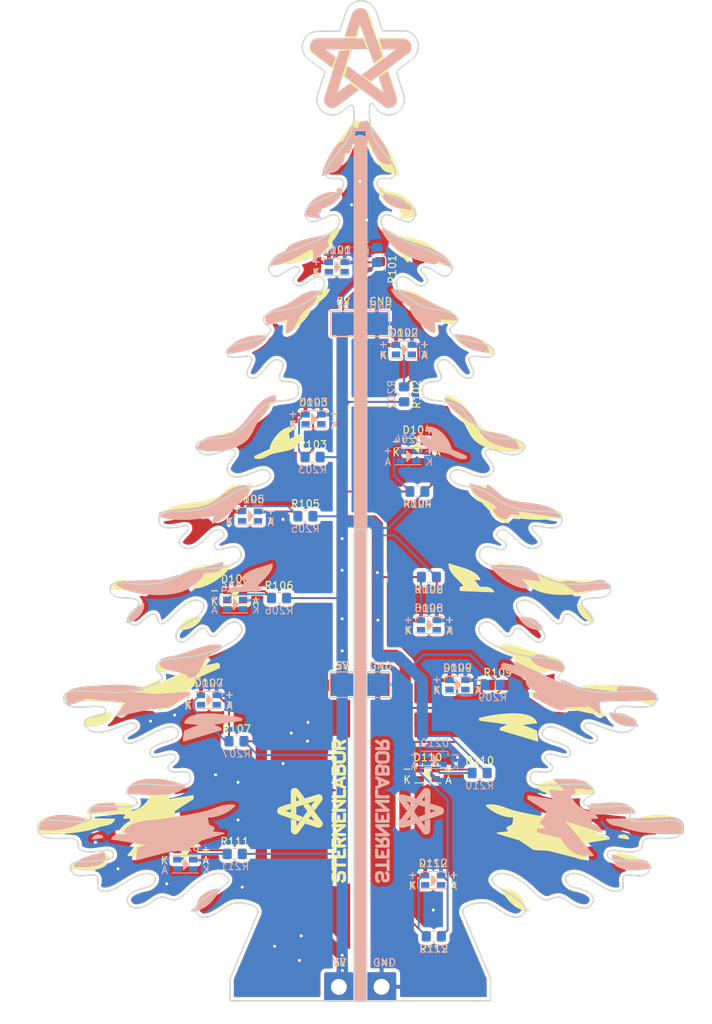
<source format=kicad_pcb>
(kicad_pcb (version 20211014) (generator pcbnew)
  (layers (0 "F.Cu" signal) (31 "B.Cu" signal) (34 "B.Paste" user) (35 "F.Paste" user) (36 "B.SilkS" user "B.Silkscreen") (37 "F.SilkS" user "F.Silkscreen") (38 "B.Mask" user) (39 "F.Mask" user) (44 "Edge.Cuts" user))
  (net 0 "")
  (net 1 "+5V")
  (net 2 "Net-(D101-Pad2)")
  (net 3 "Net-(D102-Pad2)")
  (net 4 "Net-(D103-Pad2)")
  (net 5 "Net-(D104-Pad2)")
  (net 6 "Net-(D105-Pad2)")
  (net 7 "Net-(D106-Pad2)")
  (net 8 "Net-(D107-Pad2)")
  (net 9 "Net-(D108-Pad2)")
  (net 10 "Net-(D109-Pad2)")
  (net 11 "Net-(D110-Pad2)")
  (net 12 "GND")
  (net 13 "Net-(D111-Pad2)")
  (net 14 "Net-(D112-Pad2)")
  (net 15 "Net-(D201-Pad2)")
  (net 16 "Net-(D202-Pad2)")
  (net 17 "Net-(D203-Pad2)")
  (net 18 "Net-(D204-Pad2)")
  (net 19 "Net-(D205-Pad2)")
  (net 20 "Net-(D206-Pad2)")
  (net 21 "Net-(D207-Pad2)")
  (net 22 "Net-(D208-Pad2)")
  (net 23 "Net-(D209-Pad2)")
  (net 24 "Net-(D210-Pad2)")
  (net 25 "Net-(D211-Pad2)")
  (net 26 "Net-(D212-Pad2)")
  (footprint "LED_SMD:LED_0807_Slow_Flashing_Diode" (layer "F.Cu") (at 108.92 115.565)
    (fp_text reference "D108")
    (fp_text value "LED")
  )
  (footprint "Resistor_SMD:R_0805_2012Metric_Pad1.20x1.40mm_HandSolder" (layer "F.Cu") (at 118.11 123.55)
    (fp_text reference "R109")
    (fp_text value "200")
  )
  (footprint "Resistor_SMD:R_0805_2012Metric_Pad1.20x1.40mm_HandSolder" (layer "F.Cu") (at 83.06 146.02)
    (fp_text reference "R111")
    (fp_text value "200")
  )
  (footprint "Connector_Wire:SolderWire-1.5sqmm_1x01_D1.7mm_OD3.9mm" (layer "F.Cu") (at 102.63 163.71)
    (fp_text reference "J101" hide)
    (fp_text value "GND" hide)
  )
  (footprint "Resistor_SMD:R_0805_2012Metric_Pad1.20x1.40mm_HandSolder" (layer "F.Cu") (at 88.96 111.97)
    (fp_text reference "R106")
    (fp_text value "200")
  )
  (footprint "TestPoint:TestPoint_Pad_3.0x3.0mm" (layer "F.Cu") (at 102.2 123.5)
    (fp_text reference "GND-101" hide)
    (fp_text value "TestPoint" hide)
  )
  (footprint "LED_SMD:LED_0807_Slow_Flashing_Diode" (layer "F.Cu") (at 79.61 125.55)
    (fp_text reference "D107")
    (fp_text value "LED")
  )
  (footprint "Resistor_SMD:R_0805_2012Metric_Pad1.20x1.40mm_HandSolder" (layer "F.Cu") (at 92.48 101.09)
    (fp_text reference "R105")
    (fp_text value "200")
  )
  (footprint "TestPoint:TestPoint_Pad_3.0x3.0mm" (layer "F.Cu") (at 102 75.46)
    (fp_text reference "GND-102" hide)
    (fp_text value "TestPoint" hide)
  )
  (footprint "LED_SMD:LED_0807_Slow_Flashing_Diode" (layer "F.Cu") (at 96.65 67.91)
    (fp_text reference "D101")
    (fp_text value "LED")
  )
  (footprint "Resistor_SMD:R_0805_2012Metric_Pad1.20x1.40mm_HandSolder" (layer "F.Cu") (at 108.92 109.18 180)
    (fp_text reference "R108")
    (fp_text value "200")
  )
  (footprint "LED_SMD:LED_0807_Slow_Flashing_Diode" (layer "F.Cu") (at 108.78 135.425)
    (fp_text reference "D110")
    (fp_text value "LED")
  )
  (footprint "Resistor_SMD:R_0805_2012Metric_Pad1.20x1.40mm_HandSolder" (layer "F.Cu") (at 83.29 131.03)
    (fp_text reference "R107")
    (fp_text value "200")
  )
  (footprint "LED_SMD:LED_0807_Slow_Flashing_Diode" (layer "F.Cu") (at 112.73 123.52)
    (fp_text reference "D109")
    (fp_text value "LED")
  )
  (footprint "Resistor_SMD:R_0805_2012Metric_Pad1.20x1.40mm_HandSolder" (layer "F.Cu") (at 93.43 93.21)
    (fp_text reference "R103")
    (fp_text value "200")
  )
  (footprint "LED_SMD:LED_0807_Slow_Flashing_Diode" (layer "F.Cu") (at 105.59 78.915)
    (fp_text reference "D102")
    (fp_text value "LED")
  )
  (footprint "Resistor_SMD:R_0805_2012Metric_Pad1.20x1.40mm_HandSolder" (layer "F.Cu") (at 107.39 97.79 180)
    (fp_text reference "R104")
    (fp_text value "200")
  )
  (footprint "LED_SMD:LED_0807_Slow_Flashing_Diode" (layer "F.Cu") (at 83.12 111.68)
    (fp_text reference "D106")
    (fp_text value "LED")
  )
  (footprint "LED_SMD:LED_0807_Slow_Flashing_Diode" (layer "F.Cu") (at 85.1 101.08)
    (fp_text reference "D105")
    (fp_text value "LED")
  )
  (footprint "TestPoint:TestPoint_Pad_3.0x3.0mm" (layer "F.Cu") (at 97.36 123.5)
    (fp_text reference "5V-101" hide)
    (fp_text value "TestPoint" hide)
  )
  (footprint "LED_SMD:LED_0807_Slow_Flashing_Diode" (layer "F.Cu") (at 107.32 91.845)
    (fp_text reference "D104")
    (fp_text value "LED")
  )
  (footprint "TestPoint:TestPoint_Pad_3.0x3.0mm" (layer "F.Cu") (at 97.5 75.5)
    (fp_text reference "5V-102" hide)
    (fp_text value "TestPoint" hide)
  )
  (footprint "LED_SMD:LED_0807_Slow_Flashing_Diode" (layer "F.Cu") (at 109.49 149.525)
    (fp_text reference "D112")
    (fp_text value "LED")
  )
  (footprint "LED_SMD:LED_0807_Slow_Flashing_Diode" (layer "F.Cu") (at 93.54 88.18)
    (fp_text reference "D103")
    (fp_text value "LED")
  )
  (footprint "LED_SMD:LED_0807_Slow_Flashing_Diode" (layer "F.Cu") (at 76.46 146.17)
    (fp_text reference "D111")
    (fp_text value "LED")
  )
  (footprint "Resistor_SMD:R_0805_2012Metric_Pad1.20x1.40mm_HandSolder" (layer "F.Cu") (at 105.62 84.85 -90)
    (fp_text reference "R102")
    (fp_text value "200")
  )
  (footprint "Resistor_SMD:R_0805_2012Metric_Pad1.20x1.40mm_HandSolder" (layer "F.Cu") (at 115.68 135.26)
    (fp_text reference "R110")
    (fp_text value "200")
  )
  (footprint "Connector_Wire:SolderWire-1.5sqmm_1x01_D1.7mm_OD3.9mm" (layer "F.Cu") (at 96.93 163.73)
    (fp_text reference "J102" hide)
    (fp_text value "5V" hide)
  )
  (footprint "Resistor_SMD:R_0805_2012Metric_Pad1.20x1.40mm_HandSolder" (layer "F.Cu") (at 102.4 68.2 -90)
    (fp_text reference "R101")
    (fp_text value "200")
  )
  (footprint "Resistor_SMD:R_0805_2012Metric_Pad1.20x1.40mm_HandSolder" (layer "F.Cu") (at 109.58 156.99 180)
    (fp_text reference "R112")
    (fp_text value "200")
  )
  (footprint "Resistor_SMD:R_0805_2012Metric_Pad1.20x1.40mm_HandSolder" (layer "B.Cu") (at 83.29 131.03)
    (fp_text reference "R207")
    (fp_text value "200")
  )
  (footprint "Resistor_SMD:R_0805_2012Metric_Pad1.20x1.40mm_HandSolder" (layer "B.Cu") (at 92.47 101.08)
    (fp_text reference "R205")
    (fp_text value "200")
  )
  (footprint "LED_SMD:LED_0807_Slow_Flashing_Diode" (layer "B.Cu") (at 85.1 101.07 180)
    (fp_text reference "D205")
    (fp_text value "LED")
  )
  (footprint "TestPoint:TestPoint_Pad_3.0x3.0mm" (layer "B.Cu") (at 97.5 123.5 180)
    (fp_text reference "5V-202" hide)
    (fp_text value "TestPoint" hide)
  )
  (footprint "Resistor_SMD:R_0805_2012Metric_Pad1.20x1.40mm_HandSolder" (layer "B.Cu") (at 88.97 111.97)
    (fp_text reference "R206")
    (fp_text value "200")
  )
  (footprint "Resistor_SMD:R_0805_2012Metric_Pad1.20x1.40mm_HandSolder" (layer "B.Cu") (at 105.61 84.87 -90)
    (fp_text reference "R202")
    (fp_text value "200")
  )
  (footprint "Resistor_SMD:R_0805_2012Metric_Pad1.20x1.40mm_HandSolder" (layer "B.Cu") (at 102.03 66.31 -90)
    (fp_text reference "R201")
    (fp_text value "200")
  )
  (footprint "LED_SMD:LED_0807_Slow_Flashing_Diode" (layer "B.Cu") (at 96.65 67.92 180)
    (fp_text reference "D201")
    (fp_text value "LED")
  )
  (footprint "Connector_Wire:SolderWire-1.5sqmm_1x01_D1.7mm_OD3.9mm" (layer "B.Cu") (at 96.93 163.73 180)
    (fp_text reference "J202" hide)
    (fp_text value "5V" hide)
  )
  (footprint "LED_SMD:LED_0807_Slow_Flashing_Diode" (layer "B.Cu") (at 108.92 115.57 180)
    (fp_text reference "D208")
    (fp_text value "LED")
  )
  (footprint "TestPoint:TestPoint_Pad_3.0x3.0mm" (layer "B.Cu") (at 102 75.43 180)
    (fp_text reference "GND-201" hide)
    (fp_text value "TestPoint" hide)
  )
  (footprint "Resistor_SMD:R_0805_2012Metric_Pad1.20x1.40mm_HandSolder" (layer "B.Cu") (at 107.39 97.79)
    (fp_text reference "R204")
    (fp_text value "200")
  )
  (footprint "LED_SMD:LED_0807_Slow_Flashing_Diode" (layer "B.Cu") (at 76.46 147.42 180)
    (fp_text reference "D211")
    (fp_text value "LED")
  )
  (footprint "TestPoint:TestPoint_Pad_3.0x3.0mm" (layer "B.Cu") (at 102 123.5 180)
    (fp_text reference "GND-202" hide)
    (fp_text value "TestPoint" hide)
  )
  (footprint "Resistor_SMD:R_0805_2012Metric_Pad1.20x1.40mm_HandSolder" (layer "B.Cu") (at 109.58 157)
    (fp_text reference "R212")
    (fp_text value "200")
  )
  (footprint "LED_SMD:LED_0807_Slow_Flashing_Diode" (layer "B.Cu") (at 109.49 149.53 180)
    (fp_text reference "D212")
    (fp_text value "LED")
  )
  (footprint "Connector_Wire:SolderWire-1.5sqmm_1x01_D1.7mm_OD3.9mm" (layer "B.Cu") (at 102.6 163.72 180)
    (fp_text reference "J201" hide)
    (fp_text value "GND" hide)
  )
  (footprint "LED_SMD:LED_0807_Slow_Flashing_Diode" (layer "B.Cu") (at 106.2 93.08 180)
    (fp_text reference "D204")
    (fp_text value "LED")
  )
  (footprint "Resistor_SMD:R_0805_2012Metric_Pad1.20x1.40mm_HandSolder" (layer "B.Cu") (at 93.43 93.21)
    (fp_text reference "R203")
    (fp_text value "200")
  )
  (footprint "TestPoint:TestPoint_Pad_3.0x3.0mm" (layer "B.Cu") (at 97.5 75.43 180)
    (fp_text reference "5V-201" hide)
    (fp_text value "TestPoint" hide)
  )
  (footprint "LED_SMD:LED_0807_Slow_Flashing_Diode" (layer "B.Cu") (at 112.73 123.52 180)
    (fp_text reference "D209")
    (fp_text value "LED")
  )
  (footprint "Resistor_SMD:R_0805_2012Metric_Pad1.20x1.40mm_HandSolder" (layer "B.Cu") (at 108.92 109.16)
    (fp_text reference "R208")
    (fp_text value "200")
  )
  (footprint "Resistor_SMD:R_0805_2012Metric_Pad1.20x1.40mm_HandSolder" (layer "B.Cu") (at 83.05 146.02)
    (fp_text reference "R211")
    (fp_text value "200")
  )
  (footprint "LED_SMD:LED_0807_Slow_Flashing_Diode" (layer "B.Cu") (at 105.6 78.91 180)
    (fp_text reference "D202")
    (fp_text value "LED")
  )
  (footprint "Resistor_SMD:R_0805_2012Metric_Pad1.20x1.40mm_HandSolder" (layer "B.Cu") (at 117.41 123.53)
    (fp_text reference "R209")
    (fp_text value "200")
  )
  (footprint "LED_SMD:LED_0807_Slow_Flashing_Diode" (layer "B.Cu") (at 109.72 133.51 180)
    (fp_text reference "D210")
    (fp_text value "LED")
  )
  (footprint "Resistor_SMD:R_0805_2012Metric_Pad1.20x1.40mm_HandSolder" (layer "B.Cu") (at 115.68 135.26)
    (fp_text reference "R210")
    (fp_text value "200")
  )
  (footprint "LED_SMD:LED_0807_Slow_Flashing_Diode" (layer "B.Cu") (at 83.11 112.8 180)
    (fp_text reference "D206")
    (fp_text value "LED")
  )
  (footprint "LED_SMD:LED_0807_Slow_Flashing_Diode" (layer "B.Cu") (at 93.55 88.17 180)
    (fp_text reference "D203")
    (fp_text value "LED")
  )
  (footprint "LED_SMD:LED_0807_Slow_Flashing_Diode" (layer "B.Cu") (at 79.6 125.53 180)
    (fp_text reference "D207")
    (fp_text value "LED")
  )
  (gr_poly (pts (xy 132.556349 123.614929) (xy 133.531353 123.642336) (xy 134.488653 123.693288) (xy 136.262723 123.81602) (xy 136.523669 123.837325) (xy 136.837995 123.871652) (xy 137.185202 123.921084) (xy 137.364729 123.952117) (xy 137.544789 123.987708) (xy 137.722819 124.028118) (xy 137.896256 124.073608) (xy 138.062539 124.124438) (xy 138.219104 124.180869) (xy 138.36339 124.243162) (xy 138.492833 124.311576) (xy 138.551188 124.348161) (xy 138.604871 124.386374) (xy 138.653563 124.426247) (xy 138.696942 124.467814) (xy 138.735205 124.510613) (xy 138.769792 124.55503) (xy 138.80085 124.600974) (xy 138.828528 124.648357) (xy 138.852974 124.697087) (xy 138.874337 124.747076) (xy 138.892765 124.798233) (xy 138.908407 124.850468) (xy 138.921411 124.90369) (xy 138.931925 124.957812) (xy 138.946081 125.068389) (xy 138.95206 125.18148) (xy 138.951052 125.296365) (xy 138.944244 125.412324) (xy 138.932823 125.528637) (xy 138.900895 125.759448) (xy 138.86477 125.983042) (xy 138.833951 126.19366) (xy 136.259976 125.286204) (xy 130.936627 125.826335) (xy 132.405896 127.662929) (xy 127.63078 126.645457) (xy 125.298108 126.450786) (xy 122.671979 124.724391) (xy 122.671979 124.540721) (xy 127.079785 124.848353) (xy 130.385647 124.540721) (xy 130.385647 124.357066) (xy 128.916363 124.173411) (xy 128.916363 123.989757) (xy 129.319926 123.884172) (xy 129.743648 123.79848) (xy 130.184797 123.731125) (xy 130.640643 123.68055) (xy 131.108453 123.6452) (xy 131.585495 123.623517) (xy 132.069037 123.613946)) (layer "F.Cu") (width 0.2) (fill solid))
  (gr_poly (pts (xy 97.699186 135.78628) (xy 97.702906 135.786623) (xy 97.706561 135.787103) (xy 97.71015 135.78772) (xy 97.713673 135.788475) (xy 97.71713 135.789366) (xy 97.720522 135.790393) (xy 97.723848 135.791558) (xy 97.727109 135.79286) (xy 97.730303 135.794298) (xy 97.733432 135.795873) (xy 97.736495 135.797584) (xy 97.739492 135.799433) (xy 97.742424 135.801417) (xy 97.745289 135.803538) (xy 97.748089 135.805796) (xy 97.750823 135.80819) (xy 97.753491 135.81072) (xy 97.756094 135.813387) (xy 97.761101 135.819129) (xy 97.765845 135.825415) (xy 97.770325 135.832246) (xy 97.774542 135.83962) (xy 97.778496 135.847538) (xy 97.782185 135.855998) (xy 97.78343 135.858945) (xy 97.784596 135.86193) (xy 97.785683 135.864956) (xy 97.786691 135.86802) (xy 97.787619 135.871124) (xy 97.788467 135.874268) (xy 97.789235 135.877451) (xy 97.789923 135.880674) (xy 97.790531 135.883935) (xy 97.791058 135.887237) (xy 97.791505 135.890578) (xy 97.791871 135.893959) (xy 97.792156 135.897379) (xy 97.79236 135.900839) (xy 97.792482 135.904339) (xy 97.792523 135.907878) (xy 97.79225 135.915512) (xy 97.791909 135.919231) (xy 97.791431 135.922884) (xy 97.790816 135.926472) (xy 97.790066 135.929994) (xy 97.789178 135.93345) (xy 97.788154 135.936842) (xy 97.786993 135.940167) (xy 97.785696 135.943427) (xy 97.784262 135.946621) (xy 97.782691 135.94975) (xy 97.780983 135.952813) (xy 97.779139 135.95581) (xy 97.777158 135.958742) (xy 97.77504 135.961608) (xy 97.772786 135.964408) (xy 97.770394 135.967143) (xy 97.767866 135.969812) (xy 97.765201 135.972415) (xy 97.75946 135.977423) (xy 97.753172 135.982169) (xy 97.746336 135.986651) (xy 97.738951 135.990869) (xy 97.731019 135.994824) (xy 97.722538 135.998515) (xy 97.383252 136.138362) (xy 97.383252 136.943965) (xy 97.722538 137.078685) (xy 97.731019 137.08237) (xy 97.738951 137.08632) (xy 97.746336 137.090534) (xy 97.753172 137.095012) (xy 97.75946 137.099754) (xy 97.765201 137.10476) (xy 97.767866 137.107362) (xy 97.770394 137.11003) (xy 97.772786 137.112764) (xy 97.77504 137.115563) (xy 97.777158 137.118429) (xy 97.779139 137.121361) (xy 97.780983 137.124358) (xy 97.782691 137.127422) (xy 97.784262 137.130551) (xy 97.785696 137.133747) (xy 97.786993 137.137008) (xy 97.788154 137.140335) (xy 97.789178 137.143728) (xy 97.790066 137.147187) (xy 97.790816 137.150711) (xy 97.791431 137.154302) (xy 97.79225 137.16168) (xy 97.792523 137.169322) (xy 97.792482 137.172554) (xy 97.79236 137.175765) (xy 97.792156 137.178956) (xy 97.791871 137.182127) (xy 97.791505 137.185277) (xy 97.791058 137.188406) (xy 97.790531 137.191514) (xy 97.789923 137.194602) (xy 97.789235 137.197668) (xy 97.788467 137.200714) (xy 97.787619 137.203738) (xy 97.786691 137.20674) (xy 97.785683 137.209721) (xy 97.784596 137.21268) (xy 97.78343 137.215617) (xy 97.782185 137.218532) (xy 97.778794 137.22732) (xy 97.7751 137.23554) (xy 97.771101 137.243192) (xy 97.766799 137.250276) (xy 97.762193 137.256793) (xy 97.759777 137.259839) (xy 97.757284 137.262742) (xy 97.754716 137.265504) (xy 97.752072 137.268124) (xy 97.749352 137.270602) (xy 97.746557 137.272939) (xy 97.743686 137.275133) (xy 97.740739 137.277186) (xy 97.737716 137.279098) (xy 97.734618 137.280867) (xy 97.731444 137.282495) (xy 97.728195 137.283981) (xy 97.72487 137.285326) (xy 97.72147 137.286529) (xy 97.717994 137.28759) (xy 97.714442 137.28851) (xy 97.710815 137.289288) (xy 97.707112 137.289925) (xy 97.703334 137.29042) (xy 97.699481 137.290774) (xy 97.691548 137.291057) (xy 97.687995 137.291016) (xy 97.684484 137.290893) (xy 97.681015 137.290689) (xy 97.677587 137.290404) (xy 97.674201 137.290038) (xy 97.670857 137.289591) (xy 97.667553 137.289063) (xy 97.664292 137.288455) (xy 97.661072 137.287767) (xy 97.657893 137.286999) (xy 97.654756 137.286152) (xy 97.65166 137.285224) (xy 97.648606 137.284218) (xy 97.645593 137.283133) (xy 97.642621 137.281969) (xy 97.639691 137.280726) (xy 96.121693 136.664241) (xy 96.111354 136.659206) (xy 96.101679 136.653828) (xy 96.09267 136.648107) (xy 96.084326 136.642042) (xy 96.076648 136.635634) (xy 96.069635 136.628882) (xy 96.063289 136.621786) (xy 96.05761 136.614345) (xy 96.052598 136.606559) (xy 96.048253 136.598428) (xy 96.044575 136.589952) (xy 96.041566 136.581131) (xy 96.039225 136.571964) (xy 96.037552 136.56245) (xy 96.036548 136.552591) (xy 96.03647 136.550197) (xy 96.380734 136.550197) (xy 97.165661 136.85847) (xy 97.165661 136.22639) (xy 96.380734 136.550197) (xy 96.03647 136.550197) (xy 96.036213 136.542384) (xy 96.036213 136.537318) (xy 96.037161 136.526847) (xy 96.038695 136.516821) (xy 96.039683 136.511975) (xy 96.040817 136.50724) (xy 96.042098 136.502617) (xy 96.043525 136.498106) (xy 96.045099 136.493705) (xy 96.04682 136.489417) (xy 96.048687 136.485239) (xy 96.0507 136.481174) (xy 96.05286 136.477219) (xy 96.055167 136.473377) (xy 96.05762 136.469645) (xy 96.060219 136.466025) (xy 96.062965 136.462517) (xy 96.065857 136.45912) (xy 96.068895 136.455835) (xy 96.07208 136.452661) (xy 96.075411 136.449599) (xy 96.078888 136.446648) (xy 96.082511 136.443808) (xy 96.086281 136.441081) (xy 96.090196 136.438464) (xy 96.094258 136.43596) (xy 96.098465 136.433567) (xy 96.102819 136.431285) (xy 96.111964 136.427056) (xy 96.121693 136.423274) (xy 97.639691 135.796443) (xy 97.642621 135.795194) (xy 97.645593 135.794023) (xy 97.648606 135.79293) (xy 97.65166 135.791916) (xy 97.654756 135.79098) (xy 97.657893 135.790123) (xy 97.661072 135.789346) (xy 97.664292 135.78865) (xy 97.667553 135.788033) (xy 97.670857 135.787498) (xy 97.674201 135.787044) (xy 97.677587 135.786671) (xy 97.681015 135.786381) (xy 97.684484 135.786173) (xy 97.687995 135.786048) (xy 97.691548 135.786006)) (layer "F.Cu") (width 0.2) (fill solid))
  (gr_poly (pts (xy 103.938779 63.566) (xy 103.938771 63.565997) (xy 103.938778 63.565997)) (layer "F.Cu") (width 0.2) (fill solid))
  (gr_poly (pts (xy 101.851162 42.513267) (xy 96.650441 46.434993) (xy 96.610866 46.463221) (xy 96.570261 46.489025) (xy 96.528712 46.512418) (xy 96.486304 46.533416) (xy 96.443121 46.552032) (xy 96.399248 46.568281) (xy 96.354772 46.582177) (xy 96.309777 46.593734) (xy 96.264347 46.602967) (xy 96.218569 46.609889) (xy 96.172527 46.614516) (xy 96.126307 46.616861) (xy 96.079993 46.616938) (xy 96.033671 46.614763) (xy 95.987425 46.610348) (xy 95.941342 46.603709) (xy 95.895505 46.59486) (xy 95.850001 46.583814) (xy 95.804914 46.570587) (xy 95.76033 46.555193) (xy 95.716332 46.537645) (xy 95.673008 46.517958) (xy 95.630441 46.496146) (xy 95.588717 46.472224) (xy 95.547921 46.446206) (xy 95.508138 46.418106) (xy 95.469454 46.387938) (xy 95.431953 46.355717) (xy 95.39572 46.321457) (xy 95.36084 46.285172) (xy 95.3274 46.246876) (xy 95.295483 46.206584) (xy 95.273381 46.176017) (xy 95.252962 46.145071) (xy 95.23418 46.113768) (xy 95.216991 46.082129) (xy 95.20135 46.050173) (xy 95.187212 46.017923) (xy 95.163264 45.952621) (xy 95.144788 45.886389) (xy 95.131425 45.819393) (xy 95.122815 45.751801) (xy 95.118598 45.683779) (xy 95.118416 45.615494) (xy 95.121908 45.547111) (xy 95.128714 45.478799) (xy 95.138476 45.410723) (xy 95.150834 45.34305) (xy 95.165428 45.275946) (xy 95.181899 45.209579) (xy 95.199887 45.144115) (xy 96.230313 41.992885) (xy 97.290196 42.66933) (xy 96.601864 44.856277) (xy 96.600995 44.861069) (xy 96.600329 44.866319) (xy 96.599884 44.87281) (xy 96.59994 44.880051) (xy 96.600779 44.887544) (xy 96.60158 44.891232) (xy 96.602682 44.894797) (xy 96.604119 44.898179) (xy 96.605928 44.901315) (xy 96.608143 44.904144) (xy 96.6108 44.906603) (xy 96.613933 44.908632) (xy 96.617577 44.910168) (xy 96.621769 44.911149) (xy 96.626542 44.911513) (xy 96.631932 44.911199) (xy 96.637974 44.910146) (xy 96.644704 44.90829) (xy 96.652156 44.90557) (xy 96.660365 44.901926) (xy 96.669367 44.897294) (xy 96.679196 44.891612) (xy 96.689888 44.88482) (xy 96.701478 44.876855) (xy 96.714001 44.867656) (xy 101.487355 41.287513)) (layer "F.Cu") (width 0.2) (fill solid))
  (gr_poly (pts (xy 76.057084 119.583854) (xy 76.148111 119.590693) (xy 76.241707 119.603308) (xy 76.338219 119.622007) (xy 76.437994 119.647101) (xy 76.541379 119.678898) (xy 76.648722 119.717707) (xy 76.760368 119.763837) (xy 76.876665 119.817597) (xy 76.99796 119.879297) (xy 77.1246 119.949245) (xy 77.07017 120.049313) (xy 77.010652 120.144067) (xy 76.946277 120.233703) (xy 76.877275 120.31842) (xy 76.803877 120.398413) (xy 76.726314 120.473882) (xy 76.644815 120.545022) (xy 76.559611 120.612031) (xy 76.379012 120.734447) (xy 76.18636 120.842707) (xy 75.983498 120.938389) (xy 75.772272 121.023073) (xy 75.554524 121.098337) (xy 75.332099 121.165758) (xy 74.880592 121.283389) (xy 74.002583 121.493999) (xy 73.679558 121.590745) (xy 73.582545 121.61751) (xy 73.482674 121.641785) (xy 73.381768 121.661807) (xy 73.281651 121.675818) (xy 73.232457 121.680017) (xy 73.184144 121.682054) (xy 73.13694 121.681706) (xy 73.091071 121.678755) (xy 73.046766 121.67298) (xy 73.004254 121.66416) (xy 72.963761 121.652077) (xy 72.925515 121.636509) (xy 72.889745 121.617236) (xy 72.856678 121.594039) (xy 72.826542 121.566697) (xy 72.799565 121.53499) (xy 72.775975 121.498698) (xy 72.755999 121.457601) (xy 72.739866 121.411478) (xy 72.727803 121.36011) (xy 72.718444 121.294075) (xy 72.715013 121.230937) (xy 72.717234 121.170613) (xy 72.724832 121.113019) (xy 72.73753 121.058071) (xy 72.755055 121.005685) (xy 72.77713 120.955779) (xy 72.80348 120.908268) (xy 72.83383 120.863068) (xy 72.867905 120.820097) (xy 72.905427 120.779271) (xy 72.946124 120.740505) (xy 72.989719 120.703716) (xy 73.035936 120.668821) (xy 73.135138 120.604378) (xy 73.241526 120.546505) (xy 73.352897 120.494534) (xy 73.467049 120.447795) (xy 73.581777 120.40562) (xy 74.0024 120.269176) (xy 74.241876 120.184071) (xy 74.462489 120.096109) (xy 74.858227 119.921506) (xy 75.211815 119.765145) (xy 75.379741 119.699987) (xy 75.545455 119.646806) (xy 75.628351 119.62548) (xy 75.711734 119.608075) (xy 75.795952 119.594901) (xy 75.881352 119.586267) (xy 75.96828 119.582481)) (layer "F.Cu") (width 0.2) (fill solid))
  (gr_poly (pts (xy 97.195614 37.628306) (xy 96.851445 38.827201) (xy 94.953373 38.849425) (xy 94.948665 38.850035) (xy 94.943578 38.850971) (xy 94.937382 38.852484) (xy 94.930607 38.854689) (xy 94.923789 38.857703) (xy 94.920529 38.85955) (xy 94.917459 38.861643) (xy 94.914644 38.863996) (xy 94.912151 38.866624) (xy 94.910047 38.869542) (xy 94.908398 38.872763) (xy 94.907271 38.876304) (xy 94.906732 38.880178) (xy 94.906849 38.884399) (xy 94.907688 38.888983) (xy 94.909316 38.893943) (xy 94.911798 38.899295) (xy 94.915202 38.905053) (xy 94.919595 38.911231) (xy 94.925043 38.917845) (xy 94.931613 38.924908) (xy 94.93937 38.932435) (xy 94.948383 38.94044) (xy 94.958718 38.948939) (xy 94.97044 38.957946) (xy 99.498333 42.349986) (xy 98.443097 43.056918) (xy 93.489392 39.367217) (xy 93.453198 39.338654) (xy 93.41902 39.308401) (xy 93.386863 39.276544) (xy 93.356736 39.243165) (xy 93.328646 39.208349) (xy 93.3026 39.172179) (xy 93.278607 39.134741) (xy 93.256672 39.096117) (xy 93.236805 39.056392) (xy 93.219012 39.015649) (xy 93.203301 38.973974) (xy 93.189678 38.931449) (xy 93.178153 38.888158) (xy 93.168731 38.844186) (xy 93.161421 38.799616) (xy 93.156231 38.754533) (xy 93.153166 38.709021) (xy 93.152235 38.663163) (xy 93.153446 38.617043) (xy 93.156805 38.570746) (xy 93.162321 38.524355) (xy 93.170001 38.477955) (xy 93.179851 38.431629) (xy 93.19188 38.385462) (xy 93.206095 38.339536) (xy 93.222504 38.293937) (xy 93.241113 38.248748) (xy 93.261931 38.204054) (xy 93.284965 38.159938) (xy 93.310222 38.116483) (xy 93.33771 38.073775) (xy 93.367436 38.031898) (xy 93.390613 38.002031) (xy 93.414557 37.973633) (xy 93.439235 37.946668) (xy 93.464618 37.9211) (xy 93.517374 37.874006) (xy 93.572581 37.832063) (xy 93.629992 37.794979) (xy 93.689362 37.762464) (xy 93.750447 37.734227) (xy 93.813 37.709978) (xy 93.876778 37.689426) (xy 93.941534 37.672281) (xy 94.007023 37.658253) (xy 94.073001 37.64705) (xy 94.139221 37.638384) (xy 94.205439 37.631961) (xy 94.27141 37.627494) (xy 94.336888 37.62469)) (layer "F.Cu") (width 0.2) (fill solid))
  (gr_poly (pts (xy 105.581685 37.585944) (xy 105.626728 37.587244) (xy 105.67118 37.591101) (xy 105.714986 37.597454) (xy 105.758092 37.606238) (xy 105.800442 37.617391) (xy 105.841981 37.63085) (xy 105.882653 37.646553) (xy 105.922406 37.664436) (xy 105.961182 37.684437) (xy 105.998927 37.706492) (xy 106.035585 37.730539) (xy 106.071103 37.756516) (xy 106.105425 37.784358) (xy 106.138496 37.814004) (xy 106.17026 37.84539) (xy 106.200663 37.878454) (xy 106.22965 37.913133) (xy 106.257166 37.949363) (xy 106.283155 37.987083) (xy 106.307563 38.026228) (xy 106.330335 38.066737) (xy 106.351415 38.108546) (xy 106.370748 38.151593) (xy 106.388281 38.195814) (xy 106.403956 38.241147) (xy 106.417721 38.28753) (xy 106.429518 38.334898) (xy 106.439294 38.383189) (xy 106.446994 38.432341) (xy 106.452561 38.482291) (xy 106.455942 38.532975) (xy 106.457081 38.584331) (xy 106.45634 38.62207) (xy 106.454146 38.659098) (xy 106.450543 38.695425) (xy 106.445578 38.731063) (xy 106.439294 38.76602) (xy 106.431736 38.800308) (xy 106.42295 38.833936) (xy 106.41298 38.866914) (xy 106.401871 38.899254) (xy 106.389668 38.930964) (xy 106.376416 38.962056) (xy 106.362159 38.99254) (xy 106.346942 39.022426) (xy 106.330811 39.051723) (xy 106.295984 39.108596) (xy 106.258035 39.16324) (xy 106.217325 39.215737) (xy 106.174211 39.266169) (xy 106.129053 39.314618) (xy 106.082208 39.361166) (xy 106.034037 39.405894) (xy 105.984897 39.448886) (xy 105.935147 39.490222) (xy 103.693425 41.195025) (xy 103.262959 40.027656) (xy 104.737805 38.875789) (xy 104.741093 38.872502) (xy 104.74448 38.868731) (xy 104.748387 38.863839) (xy 104.752331 38.85805) (xy 104.755829 38.85159) (xy 104.758401 38.844681) (xy 104.759189 38.841129) (xy 104.759564 38.837548) (xy 104.759466 38.833968) (xy 104.758836 38.830416) (xy 104.757612 38.826919) (xy 104.755734 38.823507) (xy 104.753143 38.820207) (xy 104.749777 38.817046) (xy 104.745577 38.814054) (xy 104.740483 38.811258) (xy 104.734434 38.808686) (xy 104.727369 38.806366) (xy 104.719229 38.804326) (xy 104.709954 38.802594) (xy 104.699482 38.801198) (xy 104.687755 38.800167) (xy 104.674711 38.799527) (xy 104.66029 38.799308) (xy 99.132977 38.783275) (xy 99.547421 37.585933)) (layer "F.Cu") (width 0.2) (fill solid))
  (gr_poly (pts (xy 96.628862 143.884662) (xy 96.653493 143.885784) (xy 96.677497 143.887654) (xy 96.700875 143.890272) (xy 96.723625 143.893638) (xy 96.745749 143.897752) (xy 96.767247 143.902615) (xy 96.788118 143.908227) (xy 96.808363 143.914587) (xy 96.827982 143.921697) (xy 96.846976 143.929555) (xy 96.865344 143.938162) (xy 96.883086 143.947518) (xy 96.900203 143.957623) (xy 96.916694 143.968478) (xy 96.932561 143.980083) (xy 96.947723 143.992404) (xy 96.962138 144.005392) (xy 96.975807 144.019047) (xy 96.988729 144.033369) (xy 97.000903 144.048358) (xy 97.012329 144.064014) (xy 97.023007 144.080337) (xy 97.032937 144.097327) (xy 97.042117 144.114984) (xy 97.050549 144.133308) (xy 97.058231 144.152299) (xy 97.065162 144.171957) (xy 97.071344 144.192282) (xy 97.076775 144.213274) (xy 97.081456 144.234933) (xy 97.085385 144.257258) (xy 97.650036 143.917903) (xy 97.653298 143.916029) (xy 97.656599 143.914277) (xy 97.65994 143.912645) (xy 97.663321 143.911134) (xy 97.666743 143.909744) (xy 97.670204 143.908474) (xy 97.673706 143.907326) (xy 97.677248 143.906299) (xy 97.680831 143.905392) (xy 97.684455 143.904606) (xy 97.68812 143.903942) (xy 97.691825 143.903398) (xy 97.695572 143.902975) (xy 97.699359 143.902672) (xy 97.703188 143.902491) (xy 97.707059 143.902431) (xy 97.714101 143.902653) (xy 97.717553 143.902931) (xy 97.720958 143.903321) (xy 97.724317 143.903822) (xy 97.72763 143.904434) (xy 97.730896 143.905157) (xy 97.734117 143.905992) (xy 97.737291 143.906938) (xy 97.740419 143.907995) (xy 97.743501 143.909164) (xy 97.746537 143.910443) (xy 97.749528 143.911834) (xy 97.752472 143.913337) (xy 97.755371 143.91495) (xy 97.758224 143.916675) (xy 97.761031 143.918511) (xy 97.763793 143.920458) (xy 97.766509 143.922516) (xy 97.769179 143.924686) (xy 97.774384 143.929358) (xy 97.779406 143.934475) (xy 97.784248 143.940038) (xy 97.788908 143.946044) (xy 97.793388 143.952496) (xy 97.797688 143.959392) (xy 97.800197 143.963572) (xy 97.802546 143.967692) (xy 97.804734 143.971749) (xy 97.806761 143.975746) (xy 97.808627 143.979681) (xy 97.810332 143.983555) (xy 97.811876 143.987368) (xy 97.813258 143.99112) (xy 97.814478 143.994811) (xy 97.815536 143.998441) (xy 97.816432 144.002011) (xy 97.817165 144.005519) (xy 97.817736 144.008967) (xy 97.818144 144.012354) (xy 97.818389 144.015681) (xy 97.818471 144.018947) (xy 97.818247 144.025366) (xy 97.817967 144.02853) (xy 97.817576 144.031664) (xy 97.817073 144.034767) (xy 97.816459 144.03784) (xy 97.815733 144.040883) (xy 97.814895 144.043895) (xy 97.813946 144.046876) (xy 97.812885 144.049827) (xy 97.811713 144.052748) (xy 97.81043 144.055638) (xy 97.807529 144.061328) (xy 97.804184 144.066896) (xy 97.800393 144.072341) (xy 97.796159 144.077666) (xy 97.79148 144.082868) (xy 97.786358 144.087948) (xy 97.780793 144.092907) (xy 97.774784 144.097743) (xy 97.768334 144.102458) (xy 97.761441 144.107051) (xy 97.106061 144.500789) (xy 97.093075 144.50851) (xy 97.093075 144.871181) (xy 97.683758 144.871181) (xy 97.69015 144.871292) (xy 97.696359 144.871627) (xy 97.702384 144.872184) (xy 97.708227 144.872965) (xy 97.713888 144.873968) (xy 97.719365 144.875193) (xy 97.724659 144.876642) (xy 97.729771 144.878312) (xy 97.7347 144.880205) (xy 97.739446 144.88232) (xy 97.74401 144.884657) (xy 97.748391 144.887216) (xy 97.752589 144.889997) (xy 97.756605 144.892999) (xy 97.760438 144.896223) (xy 97.764088 144.899669) (xy 97.767532 144.90333) (xy 97.770753 144.907171) (xy 97.773753 144.911194) (xy 97.776529 144.915397) (xy 97.779084 144.919781) (xy 97.781417 144.924347) (xy 97.783527 144.929094) (xy 97.785415 144.934022) (xy 97.787081 144.939132) (xy 97.788525 144.944423) (xy 97.789747 144.949896) (xy 97.790746 144.955551) (xy 97.791524 144.961388) (xy 97.792079 144.967407) (xy 97.792412 144.973608) (xy 97.792523 144.979991) (xy 97.792412 144.986384) (xy 97.792079 144.992593) (xy 97.791524 144.998617) (xy 97.790746 145.004457) (xy 97.789747 145.010113) (xy 97.788525 145.015585) (xy 97.787081 145.020874) (xy 97.785415 145.025981) (xy 97.783527 145.030905) (xy 97.781417 145.035647) (xy 97.779084 145.040208) (xy 97.776529 145.044587) (xy 97.773753 145.048785) (xy 97.770753 145.052803) (xy 97.767532 145.056641) (xy 97.764088 145.060298) (xy 97.760438 145.063748) (xy 97.756605 145.066975) (xy 97.752589 145.069979) (xy 97.748391 145.072759) (xy 97.74401 145.075316) (xy 97.739446 145.077651) (xy 97.7347 145.079762) (xy 97.729771 145.081651) (xy 97.724659 145.083317) (xy 97.719365 145.084761) (xy 97.713888 145.085982) (xy 97.708227 145.086981) (xy 97.702384 145.087757) (xy 97.696359 145.088312) (xy 97.69015 145.088645) (xy 97.683758 145.088756) (xy 96.145085 145.088756) (xy 96.138698 145.088645) (xy 96.132494 145.088312) (xy 96.126471 145.087757) (xy 96.12063 145.086981) (xy 96.114972 145.085982) (xy 96.109495 145.084761) (xy 96.104201 145.083317) (xy 96.09909 145.081651) (xy 96.094161 145.079762) (xy 96.089416 145.077651) (xy 96.084853 145.075316) (xy 96.080473 145.072759) (xy 96.076276 145.069979) (xy 96.072262 145.066975) (xy 96.068432 145.063748) (xy 96.064786 145.060298) (xy 96.061338 145.056641) (xy 96.05811 145.052803) (xy 96.055103 145.048785) (xy 96.052316 145.044587) (xy 96.049751 145.040208) (xy 96.047407 145.035647) (xy 96.045284 145.030905) (xy 96.043384 145.025981) (xy 96.041706 145.020874) (xy 96.040251 145.015585) (xy 96.039019 145.010113) (xy 96.03801 145.004457) (xy 96.037224 144.998617) (xy 96.036663 144.992593) (xy 96.036326 144.986384) (xy 96.036213 144.979991) (xy 96.036213 144.871181) (xy 96.25385 144.871181) (xy 96.875523 144.871181) (xy 96.875523 144.373805) (xy 96.87528 144.355685) (xy 96.87455 144.338233) (xy 96.873333 144.321448) (xy 96.87163 144.30533) (xy 96.86944 144.289881) (xy 96.866765 144.275099) (xy 96.863603 144.260985) (xy 96.859956 144.247539) (xy 96.855824 144.234761) (xy 96.851206 144.222651) (xy 96.846102 144.211209) (xy 96.840514 144.200436) (xy 96.834441 144.190331) (xy 96.827883 144.180894) (xy 96.82084 144.172126) (xy 96.813313 144.164027) (xy 96.805215 144.156494) (xy 96.796449 144.149447) (xy 96.787015 144.142887) (xy 96.776914 144.136813) (xy 96.766145 144.131225) (xy 96.754708 144.126123) (xy 96.742604 144.121507) (xy 96.729831 144.117377) (xy 96.71639 144.113734) (xy 96.702281 144.110576) (xy 96.687504 144.107904) (xy 96.672058 144.105718) (xy 96.655944 144.104018) (xy 96.639161 144.102804) (xy 96.621709 144.102075) (xy 96.603589 144.101832) (xy 96.525784 144.101832) (xy 96.50798 144.102075) (xy 96.490813 144.102804) (xy 96.474284 144.104018) (xy 96.458391 144.105718) (xy 96.443136 144.107904) (xy 96.428517 144.110576) (xy 96.414535 144.113734) (xy 96.401188 144.117377) (xy 96.388478 144.121507) (xy 96.376403 144.126123) (xy 96.364964 144.131225) (xy 96.354159 144.136813) (xy 96.34399 144.142887) (xy 96.334455 144.149447) (xy 96.325554 144.156494) (xy 96.317288 144.164027) (xy 96.309611 144.172126) (xy 96.302429 144.180894) (xy 96.295741 144.190331) (xy 96.289548 144.200436) (xy 96.283849 144.211209) (xy 96.278645 144.222651) (xy 96.273936 144.234761) (xy 96.269722 144.247539) (xy 96.266003 144.260985) (xy 96.262779 144.275099) (xy 96.260051 144.289881) (xy 96.257819 144.30533) (xy 96.256083 144.321448) (xy 96.254842 144.338233) (xy 96.254098 144.355685) (xy 96.25385 144.373805) (xy 96.25385 144.871181) (xy 96.036213 144.871181) (xy 96.036213 144.373805) (xy 96.036705 144.344464) (xy 96.038179 144.316002) (xy 96.040636 144.28842) (xy 96.044075 144.261717) (xy 96.048496 144.235893) (xy 96.053899 144.210948) (xy 96.060283 144.186883) (xy 96.067648 144.163697) (xy 96.075994 144.141391) (xy 96.085321 144.119965) (xy 96.095628 144.099418) (xy 96.106914 144.079751) (xy 96.119181 144.060964) (xy 96.132426 144.043057) (xy 96.146651 144.02603) (xy 96.161854 144.009883) (xy 96.178005 143.994668) (xy 96.195036 143.980435) (xy 96.212946 143.967185) (xy 96.231735 143.954918) (xy 96.251403 143.943633) (xy 96.271951 143.933331) (xy 96.293379 143.92401) (xy 96.315686 143.915671) (xy 96.338872 143.908314) (xy 96.362938 143.901939) (xy 96.387883 143.896545) (xy 96.413707 143.892132) (xy 96.440411 143.8887) (xy 96.467994 143.886249) (xy 96.496457 143.884778) (xy 96.525799 143.884288) (xy 96.603604 143.884288)) (layer "F.Cu") (width 0.2) (fill solid))
  (gr_poly (pts (xy 117.327341 139.533906) (xy 117.569906 139.553666) (xy 117.813748 139.590361) (xy 118.058473 139.64154) (xy 118.30369 139.704752) (xy 118.549007 139.777545) (xy 119.03837 139.942071) (xy 119.523426 140.11551) (xy 120.001035 140.278251) (xy 120.236066 140.349482) (xy 120.46806 140.410686) (xy 121.384288 140.619937) (xy 122.318142 140.812756) (xy 123.264384 140.989636) (xy 124.217776 141.151069) (xy 125.173078 141.297549) (xy 126.125051 141.429569) (xy 127.068458 141.547622) (xy 127.998059 141.652202) (xy 128.436184 141.705223) (xy 128.668276 141.739646) (xy 128.905833 141.780507) (xy 129.146442 141.828677) (xy 129.387688 141.885027) (xy 129.627156 141.95043) (xy 129.862431 142.025758) (xy 130.091099 142.111881) (xy 130.310744 142.209672) (xy 130.518952 142.320002) (xy 130.618013 142.380142) (xy 130.713308 142.443743) (xy 130.804538 142.510915) (xy 130.891398 142.581767) (xy 130.973589 142.656407) (xy 131.050807 142.734945) (xy 131.122751 142.817489) (xy 131.189119 142.904149) (xy 131.24961 142.995033) (xy 131.303921 143.090251) (xy 130.385632 143.273906) (xy 130.385632 143.457576) (xy 130.552364 143.454886) (xy 130.724827 143.448106) (xy 131.081348 143.430027) (xy 131.262604 143.422601) (xy 131.44399 143.418835) (xy 131.624105 143.420664) (xy 131.801548 143.430026) (xy 131.97492 143.448858) (xy 132.142819 143.479098) (xy 132.224279 143.4991) (xy 132.303845 143.522681) (xy 132.381343 143.550082) (xy 132.456598 143.581545) (xy 132.529434 143.617313) (xy 132.599676 143.657628) (xy 132.66715 143.702732) (xy 132.73168 143.752866) (xy 132.793091 143.808273) (xy 132.851208 143.869196) (xy 132.905856 143.935876) (xy 132.95686 144.008555) (xy 128.365384 144.74319) (xy 128.365384 144.926845) (xy 129.467343 145.294169) (xy 129.650998 146.763438) (xy 124.875882 145.533305) (xy 122.886853 145.42036) (xy 120.995343 144.140803) (xy 118.080502 143.273921) (xy 119.733426 143.090266) (xy 119.366116 142.722941) (xy 119.366116 142.539287) (xy 120.10075 142.171962) (xy 120.284405 141.070003) (xy 120.177572 141.080935) (xy 120.06697 141.086665) (xy 119.835761 141.083127) (xy 119.593383 141.060619) (xy 119.34244 141.020369) (xy 119.085537 140.963606) (xy 118.82528 140.891558) (xy 118.564273 140.805454) (xy 118.30512 140.706523) (xy 118.050427 140.595993) (xy 117.802797 140.475094) (xy 117.564837 140.345053) (xy 117.33915 140.2071) (xy 117.128341 140.062462) (xy 116.935016 139.91237) (xy 116.761778 139.758051) (xy 116.611244 139.600745) (xy 116.729086 139.574684) (xy 116.847609 139.554996) (xy 116.966745 139.541382) (xy 117.086445 139.533533)) (layer "F.Cu") (width 0.2) (fill solid))
  (gr_poly (pts (xy 59.00176 141.197507) (xy 59.205688 141.207862) (xy 59.61397 141.240508) (xy 60.016961 141.279927) (xy 60.407633 141.315148) (xy 60.596153 141.327756) (xy 60.778958 141.3352) (xy 63.901158 141.398868) (xy 67.023358 141.437312) (xy 66.977248 141.515815) (xy 66.928949 141.588357) (xy 66.878534 141.65523) (xy 66.826076 141.716724) (xy 66.77165 141.773128) (xy 66.715328 141.824732) (xy 66.657184 141.871828) (xy 66.597292 141.914705) (xy 66.535725 141.953653) (xy 66.472557 141.988963) (xy 66.341712 142.049828) (xy 66.205344 142.099621) (xy 66.064043 142.140664) (xy 65.918396 142.175278) (xy 65.768992 142.205785) (xy 65.461266 142.263761) (xy 65.304121 142.295874) (xy 65.145573 142.333164) (xy 64.986209 142.377955) (xy 64.826619 142.432567) (xy 64.373759 142.59035) (xy 63.908839 142.72715) (xy 63.433267 142.844457) (xy 62.94845 142.943762) (xy 62.455796 143.026557) (xy 61.956715 143.09433) (xy 61.452613 143.148575) (xy 60.944899 143.19078) (xy 59.924268 143.245036) (xy 58.906086 143.269025) (xy 56.922131 143.273906) (xy 56.92213 143.273906) (xy 56.922129 143.273905) (xy 56.922128 143.273905) (xy 56.922128 143.273904) (xy 56.922127 143.273904) (xy 56.922127 143.273903) (xy 56.922126 143.273903) (xy 56.922126 143.273902) (xy 56.922125 143.273901) (xy 56.922125 143.2739) (xy 56.922124 143.273898) (xy 56.922124 143.273897) (xy 56.922124 143.273895) (xy 56.922124 143.273893) (xy 56.922123 143.273891) (xy 56.898003 143.125755) (xy 56.877982 142.978595) (xy 56.863189 142.833024) (xy 56.854752 142.689655) (xy 56.853802 142.549103) (xy 56.856486 142.480074) (xy 56.861465 142.41198) (xy 56.86888 142.344897) (xy 56.878872 142.278901) (xy 56.891583 142.21407) (xy 56.907152 142.150479) (xy 56.925721 142.088207) (xy 56.947432 142.027328) (xy 56.972425 141.967921) (xy 57.000842 141.910062) (xy 57.032824 141.853828) (xy 57.068511 141.799294) (xy 57.108045 141.746539) (xy 57.151567 141.695638) (xy 57.199218 141.646669) (xy 57.25114 141.599707) (xy 57.307473 141.554831) (xy 57.368358 141.512116) (xy 57.433936 141.471639) (xy 57.50435 141.433478) (xy 57.579739 141.397707) (xy 57.660244 141.364406) (xy 57.836527 141.305316) (xy 58.019395 141.26026) (xy 58.207969 141.227868) (xy 58.401372 141.206768) (xy 58.598723 141.195588) (xy 58.799146 141.192958)) (layer "F.Cu") (width 0.2) (fill solid))
  (gr_poly (pts (xy 140.116677 140.946219) (xy 140.347046 140.968986) (xy 140.571983 141.001124) (xy 140.790339 141.04315) (xy 141.000966 141.095575) (xy 141.202712 141.158914) (xy 141.394429 141.233682) (xy 141.574968 141.320391) (xy 141.743179 141.419556) (xy 141.897912 141.531691) (xy 142.038018 141.657308) (xy 142.162348 141.796924) (xy 142.269753 141.95105) (xy 142.359081 142.120201) (xy 142.429186 142.30489) (xy 142.478916 142.505633) (xy 142.507123 142.722941) (xy 142.112834 142.762928) (xy 141.723524 142.789056) (xy 141.338894 142.801184) (xy 140.95865 142.799172) (xy 140.582495 142.782879) (xy 140.210134 142.752167) (xy 139.84127 142.706892) (xy 139.475607 142.646916) (xy 139.112851 142.572098) (xy 138.752703 142.482298) (xy 138.39487 142.377375) (xy 138.039054 142.257188) (xy 137.684959 142.121597) (xy 137.332291 141.970462) (xy 136.980752 141.803642) (xy 136.630047 141.620997) (xy 136.630047 141.437327) (xy 136.964902 141.323856) (xy 137.346998 141.217044) (xy 137.767138 141.121002) (xy 138.216129 141.03984) (xy 138.684773 140.977671) (xy 139.163877 140.938603) (xy 139.644243 140.926749)) (layer "F.Cu") (width 0.2) (fill solid))
  (gr_poly (pts (xy 88.476124 85.52201) (xy 88.427381 85.627592) (xy 88.365962 85.737686) (xy 88.292622 85.851852) (xy 88.113208 86.090635) (xy 87.895191 86.340411) (xy 87.644624 86.597652) (xy 87.367558 86.85883) (xy 87.070046 87.120417) (xy 86.758139 87.378883) (xy 86.43789 87.630702) (xy 86.115351 87.872344) (xy 85.796574 88.100281) (xy 85.487612 88.310985) (xy 85.194515 88.500927) (xy 84.923337 88.666579) (xy 84.680129 88.804412) (xy 84.470944 88.910899) (xy 84.530828 88.744269) (xy 84.596759 88.58124) (xy 84.746056 88.266027) (xy 84.917424 87.965354) (xy 85.10945 87.679311) (xy 85.320724 87.40799) (xy 85.549834 87.151484) (xy 85.79537 86.909883) (xy 86.055918 86.68328) (xy 86.330069 86.471767) (xy 86.616411 86.275434) (xy 86.913532 86.094375) (xy 87.220021 85.92868) (xy 87.534468 85.778441) (xy 87.855459 85.643751) (xy 88.181585 85.524701) (xy 88.511433 85.421382)) (layer "F.Cu") (width 0.2) (fill solid))
  (gr_poly (pts (xy 119.549786 101.950687) (xy 119.549771 101.950687) (xy 119.549769 101.950681)) (layer "F.Cu") (width 0.2) (fill solid))
  (gr_poly (pts (xy 111.534728 85.112082) (xy 111.772196 85.184839) (xy 111.998287 85.27149) (xy 112.21375 85.371184) (xy 112.419335 85.483074) (xy 112.615793 85.606311) (xy 112.803875 85.740045) (xy 112.98433 85.883429) (xy 113.15791 86.035613) (xy 113.325365 86.19575) (xy 113.6449 86.536486) (xy 113.94894 86.898847) (xy 114.243487 87.276044) (xy 114.828118 88.04779) (xy 115.130209 88.428762) (xy 115.446822 88.797414) (xy 115.78396 89.146956) (xy 115.962102 89.31244) (xy 116.147626 89.470601) (xy 116.341283 89.620591) (xy 116.543824 89.761559) (xy 116.755999 89.892659) (xy 116.978558 90.013042) (xy 117.131735 90.084775) (xy 117.287886 90.147958) (xy 117.44665 90.20339) (xy 117.607669 90.251869) (xy 117.93503 90.331172) (xy 118.267087 90.392262) (xy 118.933775 90.485392) (xy 119.262647 90.530225) (xy 119.584698 90.582431) (xy 119.897049 90.648407) (xy 120.048687 90.688558) (xy 120.19682 90.73455) (xy 120.341088 90.787183) (xy 120.481132 90.847256) (xy 120.61659 90.915569) (xy 120.747105 90.992921) (xy 120.872314 91.080113) (xy 120.991859 91.177942) (xy 121.10538 91.287211) (xy 121.212516 91.408716) (xy 121.312908 91.543259) (xy 121.406196 91.691639) (xy 121.49202 91.854655) (xy 121.570019 92.033107) (xy 121.236844 92.138911) (xy 120.870327 92.220811) (xy 120.475753 92.279161) (xy 120.058406 92.314315) (xy 119.62357 92.32663) (xy 119.176529 92.31646) (xy 118.722565 92.284161) (xy 118.266963 92.230087) (xy 117.815008 92.154594) (xy 117.371982 92.058037) (xy 116.94317 91.940771) (xy 116.533855 91.80315) (xy 116.149322 91.645531) (xy 115.794853 91.468268) (xy 115.475734 91.271717) (xy 115.331081 91.166319) (xy 115.197247 91.056232) (xy 115.053073 90.920395) (xy 114.91851 90.775425) (xy 114.792555 90.622343) (xy 114.674203 90.462174) (xy 114.562451 90.295941) (xy 114.456295 90.124668) (xy 114.354731 89.949379) (xy 114.256755 89.771096) (xy 113.880665 89.04851) (xy 113.688055 88.695874) (xy 113.587095 88.525302) (xy 113.481694 88.359927) (xy 113.374364 88.206038) (xy 113.259961 88.05427) (xy 113.017826 87.754506) (xy 112.77106 87.45544) (xy 112.650869 87.304544) (xy 112.535434 87.151875) (xy 112.426728 86.996781) (xy 112.32672 86.838615) (xy 112.237384 86.676726) (xy 112.197333 86.594183) (xy 112.16069 86.510466) (xy 112.1277 86.425493) (xy 112.098609 86.339184) (xy 112.073665 86.251457) (xy 112.053114 86.162231) (xy 112.037202 86.071425) (xy 112.026175 85.978958) (xy 112.020281 85.884748) (xy 112.019764 85.788714) (xy 111.101468 85.788714) (xy 111.28513 85.05408) (xy 111.28513 85.054065)) (layer "F.Cu") (width 0.2) (fill solid))
  (gr_poly (pts (xy 111.902954 107.559607) (xy 112.167024 107.651562) (xy 112.724463 107.823109) (xy 113.301973 107.99364) (xy 113.591132 108.084324) (xy 113.876764 108.181715) (xy 114.156018 108.288132) (xy 114.426047 108.405896) (xy 114.684 108.537327) (xy 114.807559 108.608892) (xy 114.927031 108.684744) (xy 115.042059 108.765173) (xy 115.152289 108.850468) (xy 115.257363 108.940921) (xy 115.356927 109.03682) (xy 115.450622 109.138456) (xy 115.538094 109.246119) (xy 115.618987 109.360099) (xy 115.692944 109.480685) (xy 114.958302 109.480685) (xy 114.958302 109.664348) (xy 115.692944 110.582644) (xy 116.228599 110.576041) (xy 116.357115 110.577582) (xy 116.482911 110.582984) (xy 116.605706 110.593538) (xy 116.72522 110.610539) (xy 116.783659 110.621859) (xy 116.841172 110.635276) (xy 116.897725 110.65095) (xy 116.953282 110.669043) (xy 117.007808 110.689716) (xy 117.061268 110.713131) (xy 117.113627 110.73945) (xy 117.16485 110.768834) (xy 117.214902 110.801444) (xy 117.263748 110.837442) (xy 117.311353 110.87699) (xy 117.357681 110.920249) (xy 117.402698 110.96738) (xy 117.446369 111.018545) (xy 117.488658 111.073906) (xy 117.52953 111.133624) (xy 113.121716 110.949962) (xy 113.121716 110.582644) (xy 113.672696 110.398982) (xy 113.546395 110.236121) (xy 113.401918 110.069814) (xy 113.243159 109.900205) (xy 113.074016 109.727438) (xy 112.720158 109.373008) (xy 112.543236 109.191634) (xy 112.371513 109.007679) (xy 112.208886 108.821288) (xy 112.05925 108.632604) (xy 111.990521 108.537448) (xy 111.926502 108.441772) (xy 111.867678 108.345596) (xy 111.814537 108.248937) (xy 111.767567 108.151813) (xy 111.727253 108.054243) (xy 111.694083 107.956243) (xy 111.668544 107.857833) (xy 111.651124 107.75903) (xy 111.642308 107.659852) (xy 111.642584 107.560318) (xy 111.65244 107.460444) (xy 111.652447 107.460437)) (layer "F.Cu") (width 0.2) (fill solid))
  (gr_poly (pts (xy 96.154341 146.804438) (xy 96.160822 146.804757) (xy 96.167089 146.805288) (xy 96.173145 146.806032) (xy 96.178988 146.806988) (xy 96.184618 146.808157) (xy 96.190035 146.809538) (xy 96.195241 146.811132) (xy 96.200233 146.812938) (xy 96.205013 146.814957) (xy 96.209581 146.817188) (xy 96.213936 146.819632) (xy 96.218079 146.822288) (xy 96.222009 146.825156) (xy 96.225726 146.828237) (xy 96.229231 146.831531) (xy 96.232524 146.835036) (xy 96.235604 146.838755) (xy 96.238472 146.842685) (xy 96.241127 146.846828) (xy 96.24357 146.851184) (xy 96.2458 146.855752) (xy 96.247818 146.860532) (xy 96.249624 146.865525) (xy 96.251217 146.87073) (xy 96.252598 146.876147) (xy 96.253766 146.881777) (xy 96.254722 146.887619) (xy 96.255465 146.893674) (xy 96.255996 146.899941) (xy 96.256314 146.90642) (xy 96.256421 146.913112) (xy 96.256421 147.41566) (xy 97.683789 147.41566) (xy 97.690178 147.415771) (xy 97.696384 147.416105) (xy 97.702409 147.416661) (xy 97.70825 147.41744) (xy 97.713909 147.418441) (xy 97.719386 147.419666) (xy 97.724681 147.421112) (xy 97.729792 147.422782) (xy 97.734721 147.424674) (xy 97.739468 147.42679) (xy 97.744032 147.429128) (xy 97.748413 147.431689) (xy 97.752612 147.434473) (xy 97.756627 147.43748) (xy 97.760461 147.44071) (xy 97.764111 147.444163) (xy 97.767555 147.447826) (xy 97.770776 147.451668) (xy 97.773775 147.455688) (xy 97.776552 147.459889) (xy 97.779107 147.464269) (xy 97.78144 147.46883) (xy 97.78355 147.473571) (xy 97.785438 147.478494) (xy 97.787104 147.483598) (xy 97.788548 147.488884) (xy 97.78977 147.494352) (xy 97.790769 147.500003) (xy 97.791546 147.505836) (xy 97.792102 147.511854) (xy 97.792435 147.518055) (xy 97.792546 147.52444) (xy 97.79244 147.531137) (xy 97.792121 147.537621) (xy 97.79159 147.543893) (xy 97.790847 147.549952) (xy 97.789892 147.555798) (xy 97.788724 147.561431) (xy 97.787344 147.566852) (xy 97.785751 147.57206) (xy 97.783946 147.577055) (xy 97.781929 147.581837) (xy 97.779699 147.586407) (xy 97.777257 147.590764) (xy 97.774603 147.594909) (xy 97.771736 147.598841) (xy 97.768656 147.60256) (xy 97.765364 147.606067) (xy 97.76186 147.609361) (xy 97.758143 147.612442) (xy 97.754213 147.615311) (xy 97.750072 147.617967) (xy 97.745717 147.620411) (xy 97.74115 147.622642) (xy 97.736371 147.624661) (xy 97.731379 147.626467) (xy 97.726174 147.62806) (xy 97.720757 147.629441) (xy 97.715127 147.63061) (xy 97.709285 147.631566) (xy 97.70323 147.63231) (xy 97.696962 147.632841) (xy 97.690482 147.633159) (xy 97.683789 147.633266) (xy 96.256405 147.633266) (xy 96.256405 148.135768) (xy 96.256299 148.142461) (xy 96.255981 148.148942) (xy 96.255449 148.155211) (xy 96.254706 148.161267) (xy 96.25375 148.167112) (xy 96.252582 148.172744) (xy 96.251201 148.178163) (xy 96.249607 148.183371) (xy 96.247802 148.188366) (xy 96.245783 148.193149) (xy 96.243553 148.197719) (xy 96.24111 148.202077) (xy 96.238454 148.206223) (xy 96.235586 148.210156) (xy 96.232505 148.213877) (xy 96.229212 148.217385) (xy 96.225707 148.220681) (xy 96.221989 148.223765) (xy 96.218058 148.226635) (xy 96.213916 148.229294) (xy 96.20956 148.23174) (xy 96.204992 148.233973) (xy 96.200212 148.235993) (xy 96.195219 148.237801) (xy 96.190013 148.239397) (xy 96.184596 148.240779) (xy 96.178965 148.241949) (xy 96.173122 148.242907) (xy 96.167067 148.243652) (xy 96.160799 148.244183) (xy 96.154318 148.244503) (xy 96.147625 148.244609) (xy 96.140933 148.244503) (xy 96.134453 148.244183) (xy 96.128186 148.243652) (xy 96.122131 148.242907) (xy 96.116289 148.241949) (xy 96.110659 148.240779) (xy 96.105242 148.239397) (xy 96.100037 148.237801) (xy 96.095044 148.235993) (xy 96.090264 148.233973) (xy 96.085696 148.23174) (xy 96.081341 148.229294) (xy 96.077199 148.226635) (xy 96.073268 148.223765) (xy 96.069551 148.220681) (xy 96.066045 148.217385) (xy 96.062752 148.213877) (xy 96.059672 148.210156) (xy 96.056804 148.206223) (xy 96.054149 148.202077) (xy 96.051706 148.197719) (xy 96.049475 148.193149) (xy 96.047457 148.188366) (xy 96.045651 148.183371) (xy 96.044058 148.178163) (xy 96.042677 148.172744) (xy 96.041509 148.167112) (xy 96.040553 148.161267) (xy 96.039809 148.155211) (xy 96.039278 148.148942) (xy 96.038959 148.142461) (xy 96.038853 148.135768) (xy 96.038876 146.913112) (xy 96.038982 146.90642) (xy 96.039301 146.899941) (xy 96.039832 146.893674) (xy 96.040575 146.887619) (xy 96.041531 146.881777) (xy 96.042699 146.876147) (xy 96.04408 146.87073) (xy 96.045673 146.865525) (xy 96.047478 146.860532) (xy 96.049496 146.855752) (xy 96.051727 146.851184) (xy 96.054169 146.846828) (xy 96.056825 146.842685) (xy 96.059693 146.838755) (xy 96.062773 146.835036) (xy 96.066065 146.831531) (xy 96.069571 146.828237) (xy 96.073288 146.825156) (xy 96.077218 146.822288) (xy 96.081361 146.819632) (xy 96.085716 146.817188) (xy 96.090284 146.814957) (xy 96.095064 146.812938) (xy 96.100056 146.811132) (xy 96.105261 146.809538) (xy 96.110679 146.808157) (xy 96.116309 146.806988) (xy 96.122152 146.806032) (xy 96.128207 146.805288) (xy 96.134475 146.804757) (xy 96.140955 146.804438) (xy 96.147648 146.804332)) (layer "F.Cu") (width 0.2) (fill solid))
  (gr_poly (pts (xy 106.063693 71.163358) (xy 106.222702 71.17955) (xy 106.378957 71.204491) (xy 106.532654 71.237649) (xy 106.683991 71.278494) (xy 106.833166 71.326494) (xy 106.980375 71.381118) (xy 107.125817 71.441836) (xy 107.269688 71.508114) (xy 107.553508 71.655232) (xy 107.833416 71.818223) (xy 108.11099 71.992838) (xy 108.665453 72.359939) (xy 108.945501 72.543927) (xy 109.229533 72.722541) (xy 109.519126 72.891531) (xy 109.815861 73.046649) (xy 109.960835 73.113254) (xy 110.114016 73.176734) (xy 110.438902 73.298248) (xy 110.778319 73.419046) (xy 111.120069 73.546986) (xy 111.288007 73.616088) (xy 111.451953 73.689922) (xy 111.610384 73.769468) (xy 111.761773 73.855709) (xy 111.904596 73.949628) (xy 111.972319 73.999773) (xy 112.037329 74.052205) (xy 112.099435 74.107048) (xy 112.158446 74.164424) (xy 112.214172 74.224455) (xy 112.266423 74.287265) (xy 112.293395 74.323687) (xy 112.317361 74.36032) (xy 112.338435 74.397155) (xy 112.356732 74.434179) (xy 112.372364 74.471383) (xy 112.385446 74.508756) (xy 112.396091 74.546285) (xy 112.404413 74.583962) (xy 112.410527 74.621773) (xy 112.414546 74.65971) (xy 112.416584 74.69776) (xy 112.416755 74.735914) (xy 112.411951 74.812486) (xy 112.401044 74.889339) (xy 112.384947 74.966385) (xy 112.364569 75.043539) (xy 112.340821 75.120712) (xy 112.314616 75.197817) (xy 112.203427 75.503818) (xy 109.448544 74.769183) (xy 109.632206 76.605769) (xy 109.533022 76.570734) (xy 109.438818 76.529904) (xy 109.349343 76.483569) (xy 109.264346 76.432018) (xy 109.183576 76.375539) (xy 109.106782 76.314423) (xy 109.033713 76.248958) (xy 108.964119 76.179432) (xy 108.897748 76.106137) (xy 108.834349 76.029359) (xy 108.715464 75.866515) (xy 108.605457 75.693213) (xy 108.502319 75.511766) (xy 108.308621 75.133685) (xy 108.118309 74.750775) (xy 108.019402 74.56329) (xy 107.915319 74.381535) (xy 107.804051 74.207823) (xy 107.68359 74.044467) (xy 107.61548 73.962975) (xy 107.544604 73.885126) (xy 107.471294 73.810597) (xy 107.39588 73.739068) (xy 107.240068 73.603717) (xy 107.079818 73.476499) (xy 106.756607 73.236162) (xy 106.598945 73.117893) (xy 106.447447 72.997458) (xy 106.304763 72.872281) (xy 106.237554 72.807109) (xy 106.173542 72.739787) (xy 106.113059 72.669992) (xy 106.056436 72.597403) (xy 106.004003 72.521697) (xy 105.956093 72.442552) (xy 105.913037 72.359647) (xy 105.875166 72.27266) (xy 105.84281 72.18127) (xy 105.816303 72.085153) (xy 105.795974 71.983989) (xy 105.782155 71.877455) (xy 105.775177 71.765229) (xy 105.775372 71.646991) (xy 105.04073 71.463328) (xy 105.04073 71.279674) (xy 105.220414 71.232219) (xy 105.396159 71.1967) (xy 105.568161 71.172585) (xy 105.73662 71.159344) (xy 105.901731 71.156445)) (layer "F.Cu") (width 0.2) (fill solid))
  (gr_poly (pts (xy 104.240711 63.663034) (xy 104.590936 63.754666) (xy 105.402325 63.932312) (xy 106.305107 64.12013) (xy 106.769574 64.224476) (xy 107.231452 64.339313) (xy 107.682264 64.467289) (xy 108.11353 64.611054) (xy 108.516772 64.773257) (xy 108.705234 64.8621) (xy 108.88351 64.956547) (xy 109.050541 65.056927) (xy 109.205266 65.163573) (xy 109.346626 65.276815) (xy 109.473561 65.396985) (xy 109.585011 65.524414) (xy 109.679917 65.659432) (xy 109.757217 65.802371) (xy 109.815854 65.953563) (xy 109.980366 65.985961) (xy 110.143776 66.029956) (xy 110.305227 66.085091) (xy 110.463862 66.150904) (xy 110.618826 66.226938) (xy 110.769261 66.312732) (xy 110.914312 66.407828) (xy 111.05312 66.511766) (xy 111.184831 66.624088) (xy 111.308586 66.744333) (xy 111.42353 66.872043) (xy 111.477431 66.938553) (xy 111.528807 67.006758) (xy 111.577552 67.076599) (xy 111.623559 67.148019) (xy 111.66672 67.220961) (xy 111.70693 67.295367) (xy 111.744079 67.37118) (xy 111.778063 67.448342) (xy 111.808773 67.526797) (xy 111.836102 67.606486) (xy 111.451391 67.576735) (xy 111.075261 67.522885) (xy 110.707027 67.447017) (xy 110.346003 67.351207) (xy 109.991502 67.237534) (xy 109.642839 67.108078) (xy 109.299327 66.964915) (xy 108.960281 66.810124) (xy 108.625014 66.645783) (xy 108.29284 66.473971) (xy 107.635028 66.116246) (xy 106.981356 65.753574) (xy 106.326336 65.402583) (xy 105.959027 65.953563) (xy 106.142682 67.239177) (xy 104.122433 65.035274) (xy 104.306096 64.484294) (xy 103.938779 63.566)) (layer "F.Cu") (width 0.2) (fill solid))
  (gr_poly (pts (xy 94.272991 138.192317) (xy 94.29365 138.194181) (xy 94.314151 138.197094) (xy 94.334459 138.201038) (xy 94.354541 138.205994) (xy 94.374362 138.211943) (xy 94.39389 138.218867) (xy 94.41309 138.226745) (xy 94.431928 138.235561) (xy 94.450371 138.245294) (xy 94.468386 138.255926) (xy 94.485937 138.267437) (xy 94.502993 138.279811) (xy 94.519518 138.293026) (xy 94.535479 138.307065) (xy 94.550843 138.321908) (xy 94.565576 138.337537) (xy 94.579644 138.353933) (xy 94.593012 138.371077) (xy 94.605649 138.38895) (xy 94.617519 138.407534) (xy 94.628589 138.426809) (xy 94.638826 138.446757) (xy 94.648195 138.467359) (xy 94.656663 138.488595) (xy 94.664196 138.510448) (xy 94.668985 138.526744) (xy 94.673011 138.542949) (xy 94.676299 138.559059) (xy 94.678868 138.575073) (xy 94.680742 138.590988) (xy 94.681941 138.606802) (xy 94.682489 138.622513) (xy 94.682407 138.638118) (xy 94.681716 138.653616) (xy 94.680439 138.669004) (xy 94.676215 138.699441) (xy 94.669908 138.729413) (xy 94.661694 138.758901) (xy 94.651749 138.787887) (xy 94.640247 138.816355) (xy 94.627364 138.844287) (xy 94.613275 138.871664) (xy 94.598156 138.898469) (xy 94.582181 138.924684) (xy 94.565527 138.950293) (xy 94.548367 138.975276) (xy 93.670147 140.144084) (xy 93.317692 139.688106) (xy 93.915326 138.886409) (xy 93.916399 138.884508) (xy 93.917455 138.882383) (xy 93.918602 138.879699) (xy 93.91965 138.876622) (xy 93.920407 138.873321) (xy 93.920683 138.869963) (xy 93.920581 138.868315) (xy 93.920287 138.866715) (xy 93.919777 138.865185) (xy 93.919027 138.863746) (xy 93.918014 138.862418) (xy 93.916714 138.861222) (xy 93.915102 138.86018) (xy 93.913155 138.859311) (xy 93.91085 138.858638) (xy 93.908161 138.858181) (xy 93.905066 138.857961) (xy 93.90154 138.857999) (xy 93.89756 138.858316) (xy 93.893101 138.858933) (xy 93.888141 138.859871) (xy 93.882654 138.86115) (xy 93.876617 138.862792) (xy 93.870007 138.864818) (xy 91.333279 139.663844) (xy 91.36015 139.089732) (xy 94.126752 138.210246) (xy 94.14758 138.204234) (xy 94.168486 138.199404) (xy 94.189435 138.195737) (xy 94.210394 138.193213) (xy 94.231328 138.191814) (xy 94.252205 138.191522)) (layer "F.Cu") (width 0.2) (fill solid))
  (gr_poly (pts (xy 87.15243 77.103393) (xy 87.071032 77.230051) (xy 86.982018 77.353044) (xy 86.885773 77.472338) (xy 86.673128 77.699699) (xy 86.436178 77.911869) (xy 86.178002 78.108585) (xy 85.90168 78.289583) (xy 85.610292 78.4546) (xy 85.306919 78.60337) (xy 84.994639 78.73563) (xy 84.676533 78.851116) (xy 84.355681 78.949565) (xy 84.035162 79.030712) (xy 83.718057 79.094294) (xy 83.407445 79.140046) (xy 83.106406 79.167704) (xy 82.81802 79.177005) (xy 82.850892 79.011978) (xy 82.896654 78.855393) (xy 82.954695 78.707025) (xy 83.024402 78.56665) (xy 83.105162 78.434046) (xy 83.196362 78.308987) (xy 83.297392 78.191251) (xy 83.407637 78.080614) (xy 83.526485 77.976851) (xy 83.653325 77.879739) (xy 83.787543 77.789055) (xy 83.928527 77.704574) (xy 84.228342 77.553328) (xy 84.547872 77.424211) (xy 84.882216 77.315432) (xy 85.226474 77.225202) (xy 85.575746 77.151731) (xy 85.925133 77.093229) (xy 86.269735 77.047905) (xy 86.60465 77.013969) (xy 87.225827 76.973102)) (layer "F.Cu") (width 0.2) (fill solid))
  (gr_poly (pts (xy 96.628862 130.906268) (xy 96.653493 130.907389) (xy 96.677497 130.909257) (xy 96.700875 130.911873) (xy 96.723625 130.915238) (xy 96.745749 130.91935) (xy 96.767247 130.924211) (xy 96.788118 130.92982) (xy 96.808363 130.936178) (xy 96.827982 130.943286) (xy 96.846976 130.951143) (xy 96.865344 130.959749) (xy 96.883086 130.969105) (xy 96.900203 130.979211) (xy 96.916694 130.990067) (xy 96.932561 131.001674) (xy 96.947723 131.014019) (xy 96.962138 131.027026) (xy 96.975807 131.040696) (xy 96.988729 131.055029) (xy 97.000903 131.070024) (xy 97.012329 131.085683) (xy 97.023007 131.102004) (xy 97.032937 131.118987) (xy 97.042117 131.136633) (xy 97.050549 131.154942) (xy 97.058231 131.173914) (xy 97.065162 131.193548) (xy 97.071344 131.213845) (xy 97.076775 131.234805) (xy 97.081456 131.256427) (xy 97.085385 131.278712) (xy 97.650036 130.939571) (xy 97.653298 130.937699) (xy 97.656599 130.935946) (xy 97.65994 130.934312) (xy 97.663321 130.932798) (xy 97.666743 130.931404) (xy 97.670204 130.930129) (xy 97.673706 130.928975) (xy 97.677248 130.927941) (xy 97.680831 130.927028) (xy 97.684455 130.926236) (xy 97.68812 130.925565) (xy 97.691825 130.925016) (xy 97.695572 130.924588) (xy 97.699359 130.924282) (xy 97.703188 130.924098) (xy 97.707059 130.924037) (xy 97.714101 130.924259) (xy 97.717553 130.924537) (xy 97.720958 130.924925) (xy 97.724317 130.925425) (xy 97.72763 130.926036) (xy 97.730896 130.926758) (xy 97.734117 130.927591) (xy 97.737291 130.928535) (xy 97.740419 130.92959) (xy 97.743501 130.930756) (xy 97.746537 130.932034) (xy 97.749528 130.933422) (xy 97.752472 130.934922) (xy 97.755371 130.936533) (xy 97.758224 130.938254) (xy 97.761031 130.940087) (xy 97.763793 130.942031) (xy 97.766509 130.944087) (xy 97.769179 130.946253) (xy 97.774384 130.950919) (xy 97.779406 130.95603) (xy 97.784248 130.961586) (xy 97.788908 130.967586) (xy 97.793388 130.974032) (xy 97.797688 130.980922) (xy 97.800197 130.985118) (xy 97.802546 130.989249) (xy 97.804734 130.993317) (xy 97.806761 130.997321) (xy 97.808627 131.001261) (xy 97.810332 131.005139) (xy 97.811876 131.008955) (xy 97.813258 131.01271) (xy 97.814478 131.016403) (xy 97.815536 131.020035) (xy 97.816432 131.023608) (xy 97.817165 131.02712) (xy 97.817736 131.030574) (xy 97.818144 131.033968) (xy 97.818389 131.037305) (xy 97.818471 131.040584) (xy 97.818247 131.047018) (xy 97.817967 131.050188) (xy 97.817576 131.053326) (xy 97.817073 131.056433) (xy 97.816459 131.059508) (xy 97.815733 131.062553) (xy 97.814895 131.065566) (xy 97.813946 131.068548) (xy 97.812885 131.071499) (xy 97.811713 131.074419) (xy 97.81043 131.077308) (xy 97.807529 131.082993) (xy 97.804184 131.088555) (xy 97.800393 131.093995) (xy 97.796159 131.099313) (xy 97.79148 131.10451) (xy 97.786358 131.109585) (xy 97.780793 131.11454) (xy 97.774784 131.119375) (xy 97.768334 131.124091) (xy 97.761441 131.128688) (xy 97.106061 131.522426) (xy 97.093075 131.530116) (xy 97.093075 131.892802) (xy 97.683758 131.892802) (xy 97.69015 131.892915) (xy 97.696359 131.893254) (xy 97.702384 131.893817) (xy 97.708227 131.894605) (xy 97.713888 131.895618) (xy 97.719365 131.896854) (xy 97.724659 131.898313) (xy 97.729771 131.899995) (xy 97.7347 131.901899) (xy 97.739446 131.904025) (xy 97.74401 131.906372) (xy 97.748391 131.908941) (xy 97.752589 131.911729) (xy 97.756605 131.914738) (xy 97.760438 131.917966) (xy 97.764088 131.921413) (xy 97.767532 131.925059) (xy 97.770753 131.928885) (xy 97.773753 131.932892) (xy 97.776529 131.937079) (xy 97.779084 131.941449) (xy 97.781417 131.946001) (xy 97.783527 131.950735) (xy 97.785415 131.955653) (xy 97.787081 131.960755) (xy 97.788525 131.966041) (xy 97.789747 131.971512) (xy 97.790746 131.977168) (xy 97.791524 131.98301) (xy 97.792079 131.989039) (xy 97.792412 131.995255) (xy 97.792523 132.001658) (xy 97.792412 132.008065) (xy 97.792079 132.014283) (xy 97.791524 132.020315) (xy 97.790746 132.02616) (xy 97.789747 132.031819) (xy 97.788525 132.037292) (xy 97.787081 132.04258) (xy 97.785415 132.047683) (xy 97.783527 132.052602) (xy 97.781417 132.057337) (xy 97.779084 132.06189) (xy 97.776529 132.066259) (xy 97.773753 132.070446) (xy 97.770753 132.074452) (xy 97.767532 132.078276) (xy 97.764088 132.08192) (xy 97.760438 132.085365) (xy 97.756605 132.088587) (xy 97.752589 132.091588) (xy 97.748391 132.094365) (xy 97.74401 132.096921) (xy 97.739446 132.099254) (xy 97.7347 132.101365) (xy 97.729771 132.103253) (xy 97.724659 132.10492) (xy 97.719365 132.106364) (xy 97.713888 132.107586) (xy 97.708227 132.108585) (xy 97.702384 132.109363) (xy 97.696359 132.109918) (xy 97.69015 132.110251) (xy 97.683758 132.110362) (xy 96.145085 132.110362) (xy 96.138698 132.110251) (xy 96.132494 132.109918) (xy 96.126471 132.109363) (xy 96.12063 132.108585) (xy 96.114972 132.107586) (xy 96.109495 132.106364) (xy 96.104201 132.10492) (xy 96.09909 132.103253) (xy 96.094161 132.101365) (xy 96.089416 132.099254) (xy 96.084853 132.096921) (xy 96.080473 132.094365) (xy 96.076276 132.091588) (xy 96.072262 132.088587) (xy 96.068432 132.085365) (xy 96.064786 132.08192) (xy 96.061338 132.078276) (xy 96.05811 132.074452) (xy 96.055103 132.070446) (xy 96.052316 132.066259) (xy 96.049751 132.06189) (xy 96.047407 132.057337) (xy 96.045284 132.052602) (xy 96.043384 132.047683) (xy 96.041706 132.04258) (xy 96.040251 132.037292) (xy 96.039019 132.031819) (xy 96.03801 132.02616) (xy 96.037224 132.020315) (xy 96.036663 132.014283) (xy 96.036326 132.008065) (xy 96.036213 132.001658) (xy 96.036213 131.892802) (xy 96.25385 131.892802) (xy 96.875523 131.892802) (xy 96.875523 131.395427) (xy 96.87528 131.377285) (xy 96.87455 131.359816) (xy 96.873333 131.343021) (xy 96.87163 131.326897) (xy 96.86944 131.311445) (xy 96.866765 131.296664) (xy 96.863603 131.282553) (xy 96.859956 131.269111) (xy 96.855824 131.256337) (xy 96.851206 131.244231) (xy 96.846102 131.232792) (xy 96.840514 131.222019) (xy 96.834441 131.211911) (xy 96.827883 131.202468) (xy 96.82084 131.193689) (xy 96.813313 131.185573) (xy 96.805215 131.178033) (xy 96.796449 131.170983) (xy 96.787015 131.164422) (xy 96.776914 131.158351) (xy 96.766145 131.152767) (xy 96.754708 131.147672) (xy 96.742604 131.143065) (xy 96.729831 131.138944) (xy 96.71639 131.135309) (xy 96.702281 131.132161) (xy 96.687504 131.129499) (xy 96.672058 131.127322) (xy 96.655944 131.125629) (xy 96.639161 131.12442) (xy 96.621709 131.123696) (xy 96.603589 131.123454) (xy 96.525784 131.123454) (xy 96.50798 131.123696) (xy 96.490813 131.12442) (xy 96.474284 131.125629) (xy 96.458391 131.127322) (xy 96.443136 131.129499) (xy 96.428517 131.132161) (xy 96.414535 131.135309) (xy 96.401188 131.138944) (xy 96.388478 131.143065) (xy 96.376403 131.147672) (xy 96.364964 131.152767) (xy 96.354159 131.158351) (xy 96.34399 131.164422) (xy 96.334455 131.170983) (xy 96.325554 131.178033) (xy 96.317288 131.185573) (xy 96.309611 131.193689) (xy 96.302429 131.202468) (xy 96.295741 131.211911) (xy 96.289548 131.222019) (xy 96.283849 131.232792) (xy 96.278645 131.244231) (xy 96.273936 131.256337) (xy 96.269722 131.269111) (xy 96.266003 131.282553) (xy 96.262779 131.296664) (xy 96.260051 131.311445) (xy 96.257819 131.326897) (xy 96.256083 131.343021) (xy 96.254842 131.359816) (xy 96.254098 131.377285) (xy 96.25385 131.395427) (xy 96.25385 131.892802) (xy 96.036213 131.892802) (xy 96.036213 131.395427) (xy 96.036705 131.366104) (xy 96.038179 131.337655) (xy 96.040636 131.310082) (xy 96.044075 131.283385) (xy 96.048496 131.257564) (xy 96.053899 131.232621) (xy 96.060283 131.208555) (xy 96.067648 131.185369) (xy 96.075994 131.163061) (xy 96.085321 131.141633) (xy 96.095628 131.121086) (xy 96.106914 131.10142) (xy 96.119181 131.082636) (xy 96.132426 131.064734) (xy 96.146651 131.047716) (xy 96.161854 131.031581) (xy 96.178005 131.016352) (xy 96.195036 131.002107) (xy 96.212946 130.988846) (xy 96.231735 130.97657) (xy 96.251403 130.965276) (xy 96.271951 130.954966) (xy 96.293379 130.945639) (xy 96.315686 130.937295) (xy 96.338872 130.929933) (xy 96.362938 130.923554) (xy 96.387883 130.918157) (xy 96.413707 130.913742) (xy 96.440411 130.910308) (xy 96.467994 130.907856) (xy 96.496457 130.906385) (xy 96.525799 130.905894) (xy 96.603604 130.905894)) (layer "F.Cu") (width 0.2) (fill solid))
  (gr_poly (pts (xy 116.611244 139.600745) (xy 116.611226 139.600749) (xy 116.611233 139.600734)) (layer "F.Cu") (width 0.2) (fill solid))
  (gr_poly (pts (xy 119.188666 118.242222) (xy 119.579146 118.271587) (xy 119.980259 118.332278) (xy 120.389954 118.419586) (xy 120.806177 118.528805) (xy 121.226875 118.655224) (xy 121.649997 118.794137) (xy 123.325662 119.380551) (xy 123.730109 119.511304) (xy 124.124663 119.6263) (xy 124.507272 119.72083) (xy 124.875882 119.790187) (xy 125.074341 119.818525) (xy 125.332155 119.858603) (xy 125.474491 119.884834) (xy 125.621071 119.916148) (xy 125.768362 119.953262) (xy 125.912835 119.996891) (xy 126.050956 120.047752) (xy 126.116531 120.076118) (xy 126.179194 120.106561) (xy 126.238504 120.139169) (xy 126.294018 120.174033) (xy 126.345296 120.211243) (xy 126.391896 120.250886) (xy 126.433377 120.293054) (xy 126.469297 120.337836) (xy 126.499214 120.38532) (xy 126.522688 120.435597) (xy 126.539277 120.488757) (xy 126.548538 120.544888) (xy 126.550032 120.60408) (xy 126.543316 120.666423) (xy 126.516179 120.772127) (xy 126.473326 120.868574) (xy 126.415723 120.95638) (xy 126.344337 121.036163) (xy 126.260133 121.108542) (xy 126.164078 121.174133) (xy 126.057137 121.233554) (xy 125.940278 121.287423) (xy 125.680667 121.380976) (xy 125.392974 121.459731) (xy 125.084929 121.528629) (xy 124.76426 121.592613) (xy 124.115969 121.725599) (xy 123.803805 121.804484) (xy 123.509935 121.898217) (xy 123.372276 121.952196) (xy 123.242089 122.01174) (xy 123.120339 122.077466) (xy 123.007994 122.149993) (xy 122.906019 122.229938) (xy 122.815381 122.317919) (xy 122.737045 122.414553) (xy 122.671979 122.520457) (xy 122.543376 122.506388) (xy 122.423063 122.485485) (xy 122.310618 122.458042) (xy 122.205619 122.424354) (xy 122.107644 122.384715) (xy 122.016271 122.33942) (xy 121.931077 122.288763) (xy 121.85164 122.233039) (xy 121.777539 122.172541) (xy 121.70835 122.107565) (xy 121.643653 122.038404) (xy 121.583024 121.965353) (xy 121.526042 121.888707) (xy 121.472284 121.808759) (xy 121.372754 121.640138) (xy 121.281055 121.461844) (xy 121.193811 121.276233) (xy 121.01918 120.892481) (xy 120.925038 120.699049) (xy 120.821842 120.507721) (xy 120.706215 120.320852) (xy 120.642685 120.229825) (xy 120.57478 120.140796) (xy 120.467681 120.014545) (xy 120.354784 119.895835) (xy 120.236594 119.784018) (xy 120.113615 119.67845) (xy 119.986351 119.578482) (xy 119.855306 119.483469) (xy 119.720984 119.392765) (xy 119.583889 119.305722) (xy 119.3034 119.140036) (xy 119.017869 118.98124) (xy 118.731331 118.824162) (xy 118.447819 118.663631) (xy 118.447819 118.296306) (xy 118.627376 118.267212) (xy 118.810873 118.248893) (xy 118.998056 118.240759)) (layer "F.Cu") (width 0.2) (fill solid))
  (gr_poly (pts (xy 91.088871 137.352929) (xy 91.105533 137.353917) (xy 91.12188 137.355539) (xy 91.137916 137.357775) (xy 91.153645 137.360604) (xy 91.169073 137.364007) (xy 91.184204 137.367963) (xy 91.199042 137.372452) (xy 91.213593 137.377453) (xy 91.227861 137.382948) (xy 91.24185 137.388914) (xy 91.255565 137.395333) (xy 91.269011 137.402183) (xy 91.282192 137.409445) (xy 91.30778 137.425124) (xy 91.332364 137.442207) (xy 91.355983 137.460533) (xy 91.378672 137.47994) (xy 91.40047 137.500267) (xy 91.421413 137.521351) (xy 91.441537 137.543032) (xy 91.460881 137.565147) (xy 91.479481 137.587535) (xy 92.246701 138.596248) (xy 91.721371 138.789866) (xy 91.203213 138.126262) (xy 91.201728 138.124783) (xy 91.200024 138.123259) (xy 91.197813 138.121503) (xy 91.195197 138.119729) (xy 91.192278 138.118156) (xy 91.189156 138.117001) (xy 91.187551 138.116647) (xy 91.185933 138.116479) (xy 91.184315 138.116524) (xy 91.182709 138.116808) (xy 91.181129 138.11736) (xy 91.179587 138.118205) (xy 91.178096 138.119372) (xy 91.176668 138.120887) (xy 91.175316 138.122778) (xy 91.174052 138.125071) (xy 91.17289 138.127793) (xy 91.171842 138.130973) (xy 91.17092 138.134636) (xy 91.170137 138.13881) (xy 91.169506 138.143522) (xy 91.16904 138.1488) (xy 91.168751 138.154669) (xy 91.168652 138.161159) (xy 91.161587 140.648494) (xy 90.622761 140.46197) (xy 90.622761 137.746486) (xy 90.623346 137.726217) (xy 90.62508 137.706214) (xy 90.627937 137.686503) (xy 90.631887 137.667106) (xy 90.636902 137.64805) (xy 90.642955 137.629359) (xy 90.650017 137.611057) (xy 90.658059 137.59317) (xy 90.667054 137.575722) (xy 90.676973 137.558739) (xy 90.687788 137.542244) (xy 90.699471 137.526262) (xy 90.711993 137.510819) (xy 90.725327 137.495939) (xy 90.739444 137.481647) (xy 90.754316 137.467967) (xy 90.769914 137.454925) (xy 90.786211 137.442544) (xy 90.803178 137.430851) (xy 90.820787 137.419868) (xy 90.83901 137.409623) (xy 90.857818 137.400138) (xy 90.877183 137.391439) (xy 90.897077 137.383551) (xy 90.917472 137.376498) (xy 90.93834 137.370305) (xy 90.959652 137.364997) (xy 90.98138 137.360598) (xy 91.003496 137.357134) (xy 91.025971 137.354629) (xy 91.048778 137.353108) (xy 91.071888 137.352595)) (layer "F.Cu") (width 0.2) (fill solid))
  (gr_poly (pts (xy 78.344674 114.60948) (xy 78.593861 114.623141) (xy 78.484074 114.814283) (xy 78.359184 114.994346) (xy 78.220317 115.162868) (xy 78.068599 115.319384) (xy 77.905156 115.46343) (xy 77.731112 115.594544) (xy 77.547595 115.712262) (xy 77.355729 115.81612) (xy 77.156639 115.905655) (xy 76.951453 115.980403) (xy 76.741294 116.039901) (xy 76.52729 116.083685) (xy 76.310565 116.111291) (xy 76.092245 116.122256) (xy 75.873456 116.116117) (xy 75.655323 116.09241) (xy 75.776118 115.856712) (xy 75.839521 115.748043) (xy 75.90494 115.645313) (xy 75.972384 115.548383) (xy 76.041864 115.457117) (xy 76.113388 115.371378) (xy 76.186967 115.291029) (xy 76.262609 115.215931) (xy 76.340325 115.14595) (xy 76.420123 115.080946) (xy 76.502014 115.020785) (xy 76.586006 114.965327) (xy 76.67211 114.914436) (xy 76.760334 114.867976) (xy 76.850689 114.825809) (xy 77.037828 114.753805) (xy 77.233603 114.697329) (xy 77.438089 114.655283) (xy 77.651363 114.626572) (xy 77.873502 114.610099) (xy 78.10458 114.604767)) (layer "F.Cu") (width 0.2) (fill solid))
  (gr_poly (pts (xy 66.584309 127.439811) (xy 66.509013 127.575393) (xy 66.43023 127.702615) (xy 66.34804 127.821742) (xy 66.262521 127.93304) (xy 66.173752 128.036774) (xy 66.081812 128.133209) (xy 65.986779 128.222612) (xy 65.888732 128.305247) (xy 65.78775 128.381381) (xy 65.683911 128.451277) (xy 65.577295 128.515202) (xy 65.467979 128.573422) (xy 65.356043 128.626201) (xy 65.124626 128.7165) (xy 64.883672 128.788223) (xy 64.633811 128.843494) (xy 64.375673 128.884435) (xy 64.109887 128.913171) (xy 63.837084 128.931825) (xy 63.557894 128.94252) (xy 62.982869 128.948527) (xy 63.047497 128.820605) (xy 63.11735 128.699269) (xy 63.192227 128.584352) (xy 63.271931 128.475689) (xy 63.356262 128.373112) (xy 63.445022 128.276455) (xy 63.538011 128.185551) (xy 63.635032 128.100234) (xy 63.735885 128.020338) (xy 63.840372 127.945695) (xy 64.059451 127.811503) (xy 64.290679 127.696328) (xy 64.532465 127.598836) (xy 64.78322 127.517695) (xy 65.041354 127.451572) (xy 65.305275 127.399136) (xy 65.573393 127.359052) (xy 65.84412 127.32999) (xy 66.115863 127.310616) (xy 66.387034 127.299598) (xy 66.656041 127.295604)) (layer "F.Cu") (width 0.2) (fill solid))
  (gr_poly (pts (xy 97.690149 138.91069) (xy 97.696356 138.911022) (xy 97.702382 138.911577) (xy 97.708224 138.912354) (xy 97.713884 138.913353) (xy 97.719361 138.914574) (xy 97.724656 138.916018) (xy 97.729768 138.917684) (xy 97.734698 138.919572) (xy 97.739444 138.921684) (xy 97.744008 138.924018) (xy 97.74839 138.926576) (xy 97.752588 138.929356) (xy 97.756605 138.932359) (xy 97.760438 138.935586) (xy 97.764088 138.939036) (xy 97.767532 138.942682) (xy 97.770753 138.94651) (xy 97.773753 138.950522) (xy 97.776529 138.954717) (xy 97.779084 138.959096) (xy 97.781417 138.963657) (xy 97.783527 138.968402) (xy 97.785415 138.973331) (xy 97.787081 138.978442) (xy 97.788525 138.983736) (xy 97.789747 138.989213) (xy 97.790746 138.994874) (xy 97.791524 139.000717) (xy 97.792079 139.006743) (xy 97.792412 139.012952) (xy 97.792523 139.019343) (xy 97.792462 139.023195) (xy 97.792281 139.027007) (xy 97.791978 139.030781) (xy 97.791554 139.034515) (xy 97.79101 139.038211) (xy 97.790344 139.041867) (xy 97.789556 139.045484) (xy 97.788648 139.049062) (xy 97.787619 139.052601) (xy 97.786468 139.0561) (xy 97.785197 139.059561) (xy 97.783804 139.062982) (xy 97.782289 139.066364) (xy 97.780654 139.069707) (xy 97.778898 139.07301) (xy 97.77702 139.076274) (xy 97.774999 139.079513) (xy 97.772839 139.082752) (xy 97.770539 139.085991) (xy 97.768099 139.089231) (xy 97.76552 139.092471) (xy 97.762799 139.095712) (xy 97.759938 139.098952) (xy 97.756937 139.102193) (xy 97.753794 139.105434) (xy 97.750509 139.108675) (xy 97.747083 139.111916) (xy 97.743515 139.115157) (xy 97.739805 139.118399) (xy 97.735952 139.12164) (xy 97.731956 139.124882) (xy 97.727818 139.128123) (xy 96.455937 140.114986) (xy 97.683758 140.114986) (xy 97.690149 140.115098) (xy 97.696356 140.115435) (xy 97.702382 140.115996) (xy 97.708224 140.116782) (xy 97.713884 140.11779) (xy 97.719361 140.119023) (xy 97.724656 140.120478) (xy 97.729768 140.122155) (xy 97.734698 140.124055) (xy 97.739444 140.126177) (xy 97.744008 140.12852) (xy 97.74839 140.131085) (xy 97.752588 140.133871) (xy 97.756605 140.136877) (xy 97.760438 140.140104) (xy 97.764088 140.14355) (xy 97.767532 140.147219) (xy 97.770753 140.151067) (xy 97.773753 140.155096) (xy 97.776529 140.159304) (xy 97.779084 140.163692) (xy 97.781417 140.16826) (xy 97.783527 140.173009) (xy 97.785415 140.177938) (xy 97.787081 140.183047) (xy 97.788525 140.188336) (xy 97.789747 140.193807) (xy 97.790746 140.199458) (xy 97.791524 140.20529) (xy 97.792079 140.211303) (xy 97.792412 140.217497) (xy 97.792523 140.223872) (xy 97.792412 140.230266) (xy 97.792079 140.236474) (xy 97.791524 140.242498) (xy 97.790746 140.248338) (xy 97.789747 140.253994) (xy 97.788525 140.259467) (xy 97.787081 140.264757) (xy 97.785415 140.269864) (xy 97.783527 140.274789) (xy 97.781417 140.279532) (xy 97.779084 140.284094) (xy 97.776529 140.288475) (xy 97.773753 140.292675) (xy 97.770753 140.296694) (xy 97.767532 140.300534) (xy 97.764088 140.304194) (xy 97.760438 140.307642) (xy 97.756605 140.310867) (xy 97.752588 140.313869) (xy 97.74839 140.316649) (xy 97.744008 140.319206) (xy 97.739444 140.32154) (xy 97.734698 140.323652) (xy 97.729768 140.325542) (xy 97.724656 140.327208) (xy 97.719361 140.328653) (xy 97.713884 140.329875) (xy 97.708224 140.330875) (xy 97.702382 140.331652) (xy 97.696356 140.332208) (xy 97.690149 140.332541) (xy 97.683758 140.332652) (xy 96.145085 140.332652) (xy 96.138698 140.332541) (xy 96.132493 140.332208) (xy 96.12647 140.331652) (xy 96.120629 140.330875) (xy 96.11497 140.329875) (xy 96.109493 140.328653) (xy 96.104198 140.327208) (xy 96.099086 140.325542) (xy 96.094157 140.323652) (xy 96.08941 140.32154) (xy 96.084847 140.319206) (xy 96.080466 140.316649) (xy 96.076269 140.313869) (xy 96.072255 140.310867) (xy 96.068425 140.307642) (xy 96.064778 140.304194) (xy 96.06133 140.300534) (xy 96.058103 140.296694) (xy 96.055096 140.292675) (xy 96.05231 140.288475) (xy 96.049745 140.284094) (xy 96.047402 140.279532) (xy 96.04528 140.274789) (xy 96.04338 140.269864) (xy 96.041703 140.264757) (xy 96.040248 140.259467) (xy 96.039017 140.253994) (xy 96.038008 140.248338) (xy 96.037224 140.242498) (xy 96.036663 140.236474) (xy 96.036326 140.230266) (xy 96.036213 140.223872) (xy 96.036275 140.220007) (xy 96.03646 140.216193) (xy 96.036769 140.212431) (xy 96.037199 140.208719) (xy 96.037752 140.205059) (xy 96.038427 140.201449) (xy 96.039224 140.197891) (xy 96.040142 140.194383) (xy 96.04118 140.190925) (xy 96.042339 140.187519) (xy 96.043618 140.184162) (xy 96.045016 140.180856) (xy 96.046534 140.1776) (xy 96.048171 140.174394) (xy 96.049927 140.171238) (xy 96.0518 140.168132) (xy 96.05381 140.165052) (xy 96.055963 140.161939) (xy 96.058258 140.158795) (xy 96.060697 140.155618) (xy 96.063277 140.152409) (xy 96.066 140.149168) (xy 96.068866 140.145894) (xy 96.071873 140.142589) (xy 96.075023 140.139251) (xy 96.078314 140.135881) (xy 96.085321 140.129045) (xy 96.092895 140.122079) (xy 96.101033 140.114986) (xy 97.372914 139.128123) (xy 96.145085 139.128123) (xy 96.138698 139.128012) (xy 96.132493 139.127679) (xy 96.12647 139.127124) (xy 96.120629 139.126346) (xy 96.11497 139.125346) (xy 96.109493 139.124124) (xy 96.104198 139.12268) (xy 96.099086 139.121013) (xy 96.094157 139.119123) (xy 96.08941 139.117012) (xy 96.084847 139.114677) (xy 96.080466 139.11212) (xy 96.076269 139.109341) (xy 96.072255 139.106338) (xy 96.068425 139.103113) (xy 96.064778 139.099666) (xy 96.06133 139.096015) (xy 96.058103 139.092183) (xy 96.055096 139.088167) (xy 96.05231 139.08397) (xy 96.049745 139.079589) (xy 96.047402 139.075026) (xy 96.04528 139.070281) (xy 96.04338 139.065353) (xy 96.041703 139.060241) (xy 96.040248 139.054948) (xy 96.039017 139.049471) (xy 96.038008 139.043811) (xy 96.037224 139.037969) (xy 96.036663 139.031943) (xy 96.036326 139.025735) (xy 96.036213 139.019343) (xy 96.036326 139.012952) (xy 96.036663 139.006743) (xy 96.037224 139.000717) (xy 96.038008 138.994874) (xy 96.039017 138.989213) (xy 96.040248 138.983736) (xy 96.041703 138.978442) (xy 96.04338 138.973331) (xy 96.04528 138.968402) (xy 96.047402 138.963657) (xy 96.049745 138.959096) (xy 96.05231 138.954717) (xy 96.055096 138.950522) (xy 96.058103 138.94651) (xy 96.06133 138.942682) (xy 96.064778 138.939036) (xy 96.068425 138.935586) (xy 96.072255 138.932359) (xy 96.076269 138.929356) (xy 96.080466 138.926576) (xy 96.084847 138.924018) (xy 96.08941 138.921684) (xy 96.094157 138.919572) (xy 96.099086 138.917684) (xy 96.104198 138.916018) (xy 96.109493 138.914574) (xy 96.11497 138.913353) (xy 96.120629 138.912354) (xy 96.12647 138.911577) (xy 96.132493 138.911022) (xy 96.138698 138.91069) (xy 96.145085 138.910579) (xy 97.683758 138.910579)) (layer "F.Cu") (width 0.2) (fill solid))
  (gr_poly (pts (xy 96.776082 58.607211) (xy 96.677427 58.742039) (xy 96.578878 58.867416) (xy 96.48032 58.98375) (xy 96.38164 59.091451) (xy 96.282721 59.190926) (xy 96.183449 59.282584) (xy 96.083711 59.366833) (xy 95.98339 59.444082) (xy 95.882372 59.51474) (xy 95.780543 59.579215) (xy 95.573992 59.691249) (xy 95.362819 59.783454) (xy 95.146106 59.859096) (xy 94.922937 59.921443) (xy 94.692394 59.973764) (xy 94.205516 60.061398) (xy 93.678132 60.14814) (xy 93.396956 60.199347) (xy 93.102902 60.260135) (xy 93.163602 60.138769) (xy 93.22919 60.021939) (xy 93.29949 59.909566) (xy 93.374325 59.801573) (xy 93.453517 59.697882) (xy 93.53689 59.598415) (xy 93.71547 59.411843) (xy 93.90865 59.241232) (xy 94.115015 59.085961) (xy 94.333148 58.945406) (xy 94.561636 58.818945) (xy 94.799061 58.705955) (xy 95.04401 58.605813) (xy 95.295066 58.517897) (xy 95.550814 58.441583) (xy 95.809838 58.376248) (xy 96.070725 58.32127) (xy 96.332057 58.276026) (xy 96.592419 58.239894)) (layer "F.Cu") (width 0.2) (fill solid))
  (gr_poly (pts (xy 97.690149 140.633987) (xy 97.696356 140.634321) (xy 97.702382 140.634877) (xy 97.708224 140.635656) (xy 97.713884 140.636658) (xy 97.719361 140.637882) (xy 97.724656 140.63933) (xy 97.729768 140.641) (xy 97.734698 140.642893) (xy 97.739444 140.645009) (xy 97.744008 140.647349) (xy 97.74839 140.649911) (xy 97.752588 140.652697) (xy 97.756605 140.655706) (xy 97.760438 140.658939) (xy 97.764088 140.662395) (xy 97.767532 140.66604) (xy 97.770753 140.669869) (xy 97.773753 140.673881) (xy 97.776529 140.678077) (xy 97.779084 140.682455) (xy 97.781417 140.687016) (xy 97.783527 140.69176) (xy 97.785415 140.696687) (xy 97.787081 140.701795) (xy 97.788525 140.707086) (xy 97.789747 140.712558) (xy 97.790746 140.718212) (xy 97.791524 140.724048) (xy 97.792079 140.730064) (xy 97.792412 140.736262) (xy 97.792523 140.74264) (xy 97.792523 141.672618) (xy 97.792412 141.679006) (xy 97.792079 141.685211) (xy 97.791524 141.691232) (xy 97.790746 141.69707) (xy 97.789747 141.702725) (xy 97.788525 141.708198) (xy 97.787081 141.713487) (xy 97.785415 141.718595) (xy 97.783527 141.72352) (xy 97.781417 141.728263) (xy 97.779084 141.732824) (xy 97.776529 141.737203) (xy 97.773753 141.741402) (xy 97.770753 141.745419) (xy 97.767532 141.749255) (xy 97.764088 141.75291) (xy 97.760438 141.756358) (xy 97.756605 141.759583) (xy 97.752588 141.762586) (xy 97.74839 141.765367) (xy 97.744008 141.767925) (xy 97.739444 141.77026) (xy 97.734698 141.772374) (xy 97.729768 141.774264) (xy 97.724656 141.775933) (xy 97.719361 141.777379) (xy 97.713884 141.778602) (xy 97.708224 141.779603) (xy 97.702382 141.780382) (xy 97.696356 141.780938) (xy 97.690149 141.781271) (xy 97.683758 141.781383) (xy 96.145085 141.781383) (xy 96.138698 141.781271) (xy 96.132493 141.780938) (xy 96.12647 141.780382) (xy 96.120629 141.779603) (xy 96.11497 141.778602) (xy 96.109493 141.777379) (xy 96.104198 141.775933) (xy 96.099086 141.774264) (xy 96.094157 141.772374) (xy 96.08941 141.77026) (xy 96.084847 141.767925) (xy 96.080466 141.765367) (xy 96.076269 141.762586) (xy 96.072255 141.759583) (xy 96.068425 141.756358) (xy 96.064778 141.75291) (xy 96.06133 141.749255) (xy 96.058103 141.745419) (xy 96.055096 141.741402) (xy 96.05231 141.737203) (xy 96.049745 141.732824) (xy 96.047402 141.728263) (xy 96.04528 141.72352) (xy 96.04338 141.718595) (xy 96.041703 141.713487) (xy 96.040248 141.708198) (xy 96.039017 141.702725) (xy 96.038008 141.69707) (xy 96.037224 141.691232) (xy 96.036663 141.685211) (xy 96.036326 141.679006) (xy 96.036213 141.672618) (xy 96.036213 140.74264) (xy 96.036326 140.736262) (xy 96.036663 140.730064) (xy 96.037224 140.724048) (xy 96.038008 140.718212) (xy 96.039017 140.712558) (xy 96.040248 140.707086) (xy 96.041703 140.701795) (xy 96.04338 140.696687) (xy 96.04528 140.69176) (xy 96.047402 140.687016) (xy 96.049745 140.682455) (xy 96.05231 140.678077) (xy 96.055096 140.673881) (xy 96.058103 140.669869) (xy 96.06133 140.66604) (xy 96.064778 140.662395) (xy 96.068425 140.658939) (xy 96.072255 140.655706) (xy 96.076269 140.652697) (xy 96.080466 140.649911) (xy 96.084847 140.647349) (xy 96.08941 140.645009) (xy 96.094157 140.642893) (xy 96.099086 140.641) (xy 96.104198 140.63933) (xy 96.109493 140.637882) (xy 96.11497 140.636658) (xy 96.120629 140.635656) (xy 96.12647 140.634877) (xy 96.132493 140.634321) (xy 96.138698 140.633987) (xy 96.145085 140.633876) (xy 96.151478 140.633987) (xy 96.157686 140.634321) (xy 96.163708 140.634877) (xy 96.169546 140.635656) (xy 96.175201 140.636658) (xy 96.180672 140.637882) (xy 96.18596 140.63933) (xy 96.191065 140.641) (xy 96.195989 140.642893) (xy 96.200732 140.645009) (xy 96.205293 140.647349) (xy 96.209675 140.649911) (xy 96.213876 140.652697) (xy 96.217898 140.655706) (xy 96.221742 140.658939) (xy 96.225407 140.662395) (xy 96.228855 140.66604) (xy 96.232079 140.669869) (xy 96.235081 140.673881) (xy 96.23786 140.678077) (xy 96.240417 140.682455) (xy 96.242751 140.687016) (xy 96.244862 140.69176) (xy 96.24675 140.696687) (xy 96.248417 140.701795) (xy 96.24986 140.707086) (xy 96.251082 140.712558) (xy 96.252081 140.718212) (xy 96.252858 140.724048) (xy 96.253413 140.730064) (xy 96.253746 140.736262) (xy 96.253857 140.74264) (xy 96.253857 141.563792) (xy 96.797856 141.563792) (xy 96.797856 141.048305) (xy 96.797967 141.041924) (xy 96.798301 141.035725) (xy 96.798858 141.029707) (xy 96.799637 141.023871) (xy 96.800638 141.018217) (xy 96.801862 141.012744) (xy 96.803309 141.007453) (xy 96.804978 141.002343) (xy 96.806869 140.997415) (xy 96.808983 140.992668) (xy 96.81132 140.988103) (xy 96.813878 140.983719) (xy 96.816659 140.979517) (xy 96.819663 140.975496) (xy 96.822888 140.971656) (xy 96.826336 140.967998) (xy 96.829999 140.964552) (xy 96.83384 140.961329) (xy 96.837861 140.958328) (xy 96.842061 140.95555) (xy 96.846441 140.952993) (xy 96.851001 140.950658) (xy 96.855742 140.948546) (xy 96.860665 140.946656) (xy 96.865769 140.944989) (xy 96.871055 140.943543) (xy 96.876524 140.94232) (xy 96.882176 140.941319) (xy 96.888011 140.940541) (xy 96.89403 140.939985) (xy 96.900233 140.939651) (xy 96.90662 140.93954) (xy 96.913011 140.939651) (xy 96.919218 140.939985) (xy 96.925243 140.940541) (xy 96.931085 140.941319) (xy 96.936744 140.94232) (xy 96.942221 140.943543) (xy 96.947515 140.944989) (xy 96.952626 140.946656) (xy 96.957554 140.948546) (xy 96.9623 140.950658) (xy 96.966862 140.952993) (xy 96.971243 140.95555) (xy 96.97544 140.958328) (xy 96.979454 140.961329) (xy 96.983286 140.964552) (xy 96.986935 140.967998) (xy 96.99038 140.971656) (xy 96.993604 140.975496) (xy 96.996606 140.979517) (xy 96.999386 140.983719) (xy 97.001943 140.988103) (xy 97.004279 140.992668) (xy 97.006393 140.997415) (xy 97.008284 141.002343) (xy 97.009953 141.007453) (xy 97.0114 141.012744) (xy 97.012624 141.018217) (xy 97.013626 141.023871) (xy 97.014406 141.029707) (xy 97.014963 141.035725) (xy 97.015297 141.041924) (xy 97.015408 141.048305) (xy 97.015408 141.563792) (xy 97.574986 141.563792) (xy 97.574986 140.74264) (xy 97.575097 140.736262) (xy 97.57543 140.730064) (xy 97.575986 140.724048) (xy 97.576763 140.718212) (xy 97.577763 140.712558) (xy 97.578985 140.707086) (xy 97.580429 140.701795) (xy 97.582096 140.696687) (xy 97.583985 140.69176) (xy 97.586096 140.687016) (xy 97.58843 140.682455) (xy 97.590986 140.678077) (xy 97.593765 140.673881) (xy 97.596766 140.669869) (xy 97.59999 140.66604) (xy 97.603436 140.662395) (xy 97.607085 140.658939) (xy 97.610917 140.655706) (xy 97.614931 140.652697) (xy 97.619128 140.649911) (xy 97.623508 140.647349) (xy 97.62807 140.645009) (xy 97.632815 140.642893) (xy 97.637744 140.641) (xy 97.642855 140.63933) (xy 97.648149 140.637882) (xy 97.653626 140.636658) (xy 97.659286 140.635656) (xy 97.665129 140.634877) (xy 97.671156 140.634321) (xy 97.677365 140.633987) (xy 97.683758 140.633876)) (layer "F.Cu") (width 0.2) (fill solid))
  (gr_poly (pts (xy 97.321531 148.407997) (xy 97.352024 148.409453) (xy 97.381477 148.41188) (xy 97.409889 148.415278) (xy 97.437259 148.419647) (xy 97.463589 148.424987) (xy 97.488876 148.431299) (xy 97.513122 148.438582) (xy 97.536326 148.446837) (xy 97.558487 148.456064) (xy 97.579605 148.466263) (xy 97.59968 148.477434) (xy 97.618712 148.489577) (xy 97.6367 148.502692) (xy 97.653645 148.51678) (xy 97.669545 148.53184) (xy 97.684437 148.547898) (xy 97.698368 148.564988) (xy 97.711338 148.583111) (xy 97.723348 148.602267) (xy 97.734397 148.622455) (xy 97.744485 148.643675) (xy 97.753612 148.665928) (xy 97.761778 148.689214) (xy 97.768984 148.713532) (xy 97.775229 148.738881) (xy 97.780513 148.765264) (xy 97.784837 148.792678) (xy 97.788199 148.821124) (xy 97.790601 148.850602) (xy 97.792043 148.881112) (xy 97.792523 148.912654) (xy 97.792523 149.285655) (xy 97.792173 149.313112) (xy 97.791125 149.339789) (xy 97.789378 149.365687) (xy 97.786933 149.390806) (xy 97.783788 149.415145) (xy 97.779946 149.438705) (xy 97.775405 149.461486) (xy 97.770167 149.483487) (xy 97.76423 149.504709) (xy 97.757596 149.525151) (xy 97.750264 149.544814) (xy 97.742235 149.563697) (xy 97.733508 149.581801) (xy 97.724084 149.599125) (xy 97.713963 149.61567) (xy 97.703145 149.631434) (xy 97.691599 149.646462) (xy 97.679292 149.660769) (xy 97.666225 149.674358) (xy 97.652397 149.687228) (xy 97.637809 149.699379) (xy 97.622462 149.710811) (xy 97.606356 149.721524) (xy 97.589491 149.731519) (xy 97.571868 149.740795) (xy 97.553487 149.749352) (xy 97.534348 149.757191) (xy 97.514452 149.764311) (xy 97.493799 149.770713) (xy 97.47239 149.776397) (xy 97.450225 149.781362) (xy 97.427304 149.785609) (xy 97.420601 149.786122) (xy 97.414091 149.786371) (xy 97.407774 149.786358) (xy 97.401649 149.786081) (xy 97.395716 149.785542) (xy 97.389976 149.78474) (xy 97.384428 149.783674) (xy 97.379072 149.782346) (xy 97.373907 149.780754) (xy 97.368934 149.7789) (xy 97.364153 149.776783) (xy 97.359563 149.774402) (xy 97.355164 149.771758) (xy 97.350956 149.768851) (xy 97.34694 149.765681) (xy 97.343113 149.762248) (xy 97.339512 149.758588) (xy 97.336141 149.754725) (xy 97.333001 149.75066) (xy 97.330092 149.746392) (xy 97.327413 149.741922) (xy 97.324967 149.737249) (xy 97.322752 149.732374) (xy 97.320769 149.727296) (xy 97.319018 149.722015) (xy 97.3175 149.716532) (xy 97.316215 149.710847) (xy 97.315163 149.704958) (xy 97.314344 149.698867) (xy 97.313759 149.692573) (xy 97.313407 149.686077) (xy 97.31329 149.679378) (xy 97.313386 149.673012) (xy 97.313675 149.666847) (xy 97.314155 149.660882) (xy 97.314829 149.655118) (xy 97.315694 149.649555) (xy 97.316752 149.644193) (xy 97.318003 149.639032) (xy 97.319446 149.634072) (xy 97.321082 149.629314) (xy 97.322911 149.624758) (xy 97.324932 149.620404) (xy 97.327146 149.616251) (xy 97.329554 149.612301) (xy 97.332154 149.608553) (xy 97.334947 149.605007) (xy 97.337933 149.601665) (xy 97.34114 149.598492) (xy 97.3446 149.59544) (xy 97.348312 149.592508) (xy 97.352275 149.589698) (xy 97.356491 149.587008) (xy 97.360959 149.584439) (xy 97.365679 149.58199) (xy 97.370652 149.579663) (xy 97.375876 149.577457) (xy 97.381353 149.575372) (xy 97.387081 149.573408) (xy 97.393062 149.571566) (xy 97.399295 149.569845) (xy 97.40578 149.568245) (xy 97.412517 149.566767) (xy 97.419507 149.56541) (xy 97.430305 149.562969) (xy 97.440677 149.560175) (xy 97.450625 149.557026) (xy 97.460147 149.553522) (xy 97.469244 149.549664) (xy 97.477916 149.545451) (xy 97.486162 149.540884) (xy 97.493983 149.535962) (xy 97.501378 149.530686) (xy 97.508348 149.525055) (xy 97.514893 149.519069) (xy 97.521012 149.512729) (xy 97.526706 149.506034) (xy 97.531974 149.498984) (xy 97.536816 149.49158) (xy 97.541234 149.483821) (xy 97.545314 149.475609) (xy 97.549133 149.466841) (xy 97.55269 149.457517) (xy 97.555984 149.447637) (xy 97.559016 149.4372) (xy 97.561786 149.426207) (xy 97.564293 149.414657) (xy 97.566537 149.402551) (xy 97.568517 149.389888) (xy 97.570234 149.376668) (xy 97.571688 149.362892) (xy 97.572877 149.348558) (xy 97.574464 149.318221) (xy 97.574994 149.285655) (xy 97.574994 148.912654) (xy 97.574892 148.898611) (xy 97.574588 148.884984) (xy 97.574081 148.871771) (xy 97.573372 148.858975) (xy 97.57246 148.846593) (xy 97.571345 148.834627) (xy 97.570028 148.823076) (xy 97.568508 148.81194) (xy 97.566785 148.801219) (xy 97.56486 148.790913) (xy 97.562733 148.781022) (xy 97.560404 148.771546) (xy 97.557871 148.762485) (xy 97.555137 148.753838) (xy 97.5522 148.745606) (xy 97.549061 148.737788) (xy 97.545684 148.730312) (xy 97.542035 148.72311) (xy 97.538114 148.716181) (xy 97.53392 148.709526) (xy 97.529455 148.703145) (xy 97.524717 148.697037) (xy 97.519706 148.691203) (xy 97.514423 148.685641) (xy 97.508867 148.680353) (xy 97.503037 148.675339) (xy 97.496934 148.670597) (xy 97.490558 148.666128) (xy 97.483908 148.661932) (xy 97.476984 148.658009) (xy 97.469787 148.654359) (xy 97.462315 148.650981) (xy 97.454509 148.647849) (xy 97.446307 148.644919) (xy 97.43771 148.642191) (xy 97.428717 148.639666) (xy 97.41933 148.637342) (xy 97.409547 148.63522) (xy 97.399369 148.633301) (xy 97.388796 148.631583) (xy 97.366466 148.628754) (xy 97.342556 148.626734) (xy 97.317066 148.625521) (xy 97.289998 148.625117) (xy 97.269688 148.62536) (xy 97.250186 148.626088) (xy 97.231492 148.627301) (xy 97.213606 148.629) (xy 97.196529 148.631184) (xy 97.180261 148.633854) (xy 97.164801 148.637009) (xy 97.150151 148.640649) (xy 97.13631 148.644775) (xy 97.123278 148.649386) (xy 97.111056 148.654483) (xy 97.099645 148.660065) (xy 97.089043 148.666133) (xy 97.079251 148.672687) (xy 97.07027 148.679726) (xy 97.0621 148.687251) (xy 97.05456 148.695419) (xy 97.047508 148.704377) (xy 97.040944 148.714123) (xy 97.034869 148.724659) (xy 97.029281 148.735984) (xy 97.02418 148.748099) (xy 97.019567 148.761002) (xy 97.01544 148.774695) (xy 97.011801 148.789178) (xy 97.008647 148.804449) (xy 97.005979 148.82051) (xy 97.003797 148.83736) (xy 97.002101 148.855) (xy 97.000889 148.873429) (xy 97.000163 148.892647) (xy 96.99992 148.912654) (xy 96.99992 149.233821) (xy 96.999455 149.263776) (xy 96.998057 149.29276) (xy 96.995728 149.320772) (xy 96.992468 149.347812) (xy 96.988276 149.373881) (xy 96.983154 149.398978) (xy 96.9771 149.423103) (xy 96.970114 149.446256) (xy 96.962198 149.468437) (xy 96.953351 149.489646) (xy 96.943572 149.509884) (xy 96.932863 149.529149) (xy 96.921223 149.547443) (xy 96.908652 149.564765) (xy 96.895151 149.581114) (xy 96.880719 149.596492) (xy 96.865336 149.610918) (xy 96.848961 149.624415) (xy 96.831594 149.636981) (xy 96.813233 149.648616) (xy 96.79388 149.659321) (xy 96.773533 149.669096) (xy 96.752194 149.67794) (xy 96.729863 149.685853) (xy 96.706538 149.692836) (xy 96.682221 149.698887) (xy 96.656911 149.704008) (xy 96.630608 149.708198) (xy 96.603312 149.711457) (xy 96.575024 149.713785) (xy 96.545743 149.715182) (xy 96.515469 149.715648) (xy 96.48553 149.715188) (xy 96.456571 149.713808) (xy 96.428592 149.711508) (xy 96.401592 149.708287) (xy 96.375574 149.704146) (xy 96.350536 149.699084) (xy 96.326479 149.693101) (xy 96.303403 149.686196) (xy 96.28131 149.678371) (xy 96.260198 149.669623) (xy 96.240069 149.659954) (xy 96.220923 149.649363) (xy 96.20276 149.637849) (xy 96.18558 149.625414) (xy 96.169384 149.612055) (xy 96.154171 149.597774) (xy 96.139887 149.582559) (xy 96.126524 149.566361) (xy 96.114082 149.54918) (xy 96.102563 149.531016) (xy 96.091965 149.511869) (xy 96.082289 149.49174) (xy 96.073534 149.470628) (xy 96.065701 149.448533) (xy 96.05879 149.425456) (xy 96.0528 149.401398) (xy 96.047732 149.376357) (xy 96.043585 149.350334) (xy 96.04036 149.32333) (xy 96.038056 149.295345) (xy 96.036674 149.266378) (xy 96.036213 149.23643) (xy 96.036213 148.928203) (xy 96.036548 148.902959) (xy 96.03755 148.878393) (xy 96.03922 148.854505) (xy 96.041559 148.831295) (xy 96.044566 148.808764) (xy 96.048241 148.786911) (xy 96.052584 148.765736) (xy 96.057595 148.745239) (xy 96.063275 148.725421) (xy 96.069622 148.70628) (xy 96.076637 148.687818) (xy 96.084321 148.670034) (xy 96.092672 148.652928) (xy 96.101692 148.636499) (xy 96.11138 148.620749) (xy 96.121735 148.605678) (xy 96.132759 148.591284) (xy 96.14445 148.577568) (xy 96.156809 148.56453) (xy 96.169837 148.552171) (xy 96.183532 148.540489) (xy 96.197895 148.529485) (xy 96.212926 148.51916) (xy 96.228624 148.509512) (xy 96.244991 148.500542) (xy 96.262025 148.492251) (xy 96.279727 148.484637) (xy 96.298097 148.477701) (xy 96.317135 148.471443) (xy 96.33684 148.465863) (xy 96.357214 148.460961) (xy 96.378254 148.456737) (xy 96.384956 148.455908) (xy 96.391464 148.455363) (xy 96.39778 148.4551) (xy 96.403902 148.45512) (xy 96.409832 148.455424) (xy 96.415569 148.45601) (xy 96.421114 148.456879) (xy 96.426466 148.458032) (xy 96.431625 148.459467) (xy 96.436591 148.461186) (xy 96.441365 148.463187) (xy 96.445946 148.465472) (xy 96.450335 148.46804) (xy 96.454531 148.470891) (xy 96.458534 148.474025) (xy 96.462346 148.477443) (xy 96.465964 148.481119) (xy 96.469347 148.485018) (xy 96.472496 148.489139) (xy 96.475412 148.493483) (xy 96.478093 148.49805) (xy 96.480541 148.502838) (xy 96.482755 148.507849) (xy 96.484735 148.513082) (xy 96.486482 148.518536) (xy 96.487995 148.524213) (xy 96.489276 148.530111) (xy 96.490323 148.53623) (xy 96.491138 148.542572) (xy 96.491719 148.549134) (xy 96.492068 148.555918) (xy 96.492184 148.562923) (xy 96.492083 148.569301) (xy 96.49178 148.575477) (xy 96.491274 148.581449) (xy 96.490566 148.587219) (xy 96.489655 148.592786) (xy 96.488542 148.59815) (xy 96.487226 148.603311) (xy 96.485708 148.60827) (xy 96.483987 148.613026) (xy 96.482063 148.617579) (xy 96.479936 148.62193) (xy 96.477607 148.626079) (xy 96.475075 148.630025) (xy 96.472339 148.633769) (xy 96.469401 148.637311) (xy 96.46626 148.640651) (xy 96.462927 148.643821) (xy 96.459366 148.646847) (xy 96.455579 148.649731) (xy 96.451564 148.652473) (xy 96.447324 148.655071) (xy 96.442858 148.657528) (xy 96.438168 148.659843) (xy 96.433253 148.662017) (xy 96.428114 148.664049) (xy 96.422753 148.66594) (xy 96.417168 148.667691) (xy 96.411362 148.669301) (xy 96.405335 148.670771) (xy 96.399086 148.672101) (xy 96.392618 148.673291) (xy 96.38593 148.674342) (xy 96.376729 148.677073) (xy 96.367894 148.680087) (xy 96.359423 148.683384) (xy 96.351315 148.686965) (xy 96.343572 148.690828) (xy 96.336192 148.694974) (xy 96.329176 148.699404) (xy 96.322523 148.704116) (xy 96.316232 148.709111) (xy 96.310304 148.714389) (xy 96.304738 148.71995) (xy 96.299534 148.725793) (xy 96.294691 148.73192) (xy 96.29021 148.738329) (xy 96.286089 148.74502) (xy 96.28233 148.751994) (xy 96.278885 148.759364) (xy 96.275661 148.76722) (xy 96.27266 148.775563) (xy 96.269881 148.784391) (xy 96.267324 148.793706) (xy 96.264989 148.803506) (xy 96.262876 148.813792) (xy 96.260985 148.824563) (xy 96.259317 148.83582) (xy 96.25787 148.847562) (xy 96.255645 148.872503) (xy 96.25431 148.899383) (xy 96.253865 148.928203) (xy 96.253865 149.23643) (xy 96.253956 149.249513) (xy 96.25423 149.2622) (xy 96.254687 149.274491) (xy 96.255326 149.286386) (xy 96.256148 149.297886) (xy 96.257151 149.30899) (xy 96.258336 149.3197) (xy 96.259703 149.330014) (xy 96.261252 149.339934) (xy 96.262981 149.34946) (xy 96.264892 149.358591) (xy 96.266984 149.367328) (xy 96.269257 149.375672) (xy 96.27171 149.383622) (xy 96.274343 149.391178) (xy 96.277157 149.398341) (xy 96.28019 149.405173) (xy 96.283477 149.411742) (xy 96.287019 149.418046) (xy 96.290815 149.424087) (xy 96.294865 149.429865) (xy 96.29917 149.435379) (xy 96.30373 149.440629) (xy 96.308544 149.445615) (xy 96.313612 149.450337) (xy 96.318936 149.454796) (xy 96.324513 149.458991) (xy 96.330346 149.462922) (xy 96.336432 149.46659) (xy 96.342774 149.469993) (xy 96.34937 149.473133) (xy 96.356221 149.476008) (xy 96.363365 149.47868) (xy 96.370885 149.481179) (xy 96.37878 149.483505) (xy 96.38705 149.485659) (xy 96.395695 149.48764) (xy 96.404715 149.489449) (xy 96.423877 149.492549) (xy 96.444536 149.494959) (xy 96.466688 149.496681) (xy 96.490333 149.497713) (xy 96.515469 149.498057) (xy 96.528554 149.497967) (xy 96.541243 149.497694) (xy 96.553537 149.49724) (xy 96.565435 149.496603) (xy 96.576938 149.495785) (xy 96.588046 149.494785) (xy 96.598758 149.493602) (xy 96.609074 149.492238) (xy 96.618995 149.490691) (xy 96.62852 149.488963) (xy 96.63765 149.487051) (xy 96.646385 149.484958) (xy 96.654723 149.482681) (xy 96.662666 149.480223) (xy 96.670213 149.477581) (xy 96.677365 149.474757) (xy 96.684219 149.471715) (xy 96.690828 149.46842) (xy 96.69719 149.464872) (xy 96.703306 149.46107) (xy 96.709177 149.457016) (xy 96.714804 149.452708) (xy 96.720186 149.448147) (xy 96.725324 149.443334) (xy 96.730219 149.438267) (xy 96.734871 149.432947) (xy 96.73928 149.427374) (xy 96.743447 149.421549) (xy 96.747372 149.41547) (xy 96.751056 149.409138) (xy 96.7545 149.402554) (xy 96.757702 149.395717) (xy 96.760682 149.388561) (xy 96.763468 149.38101) (xy 96.766061 149.373064) (xy 96.76846 149.364723) (xy 96.770665 149.355987) (xy 96.772678 149.346856) (xy 96.774497 149.33733) (xy 96.776125 149.327409) (xy 96.778802 149.306381) (xy 96.780713 149.283774) (xy 96.781857 149.259587) (xy 96.782238 149.233821) (xy 96.782238 148.912654) (xy 96.782725 148.881112) (xy 96.784186 148.850602) (xy 96.78662 148.821124) (xy 96.790026 148.792678) (xy 96.794405 148.765264) (xy 96.799756 148.738881) (xy 96.806078 148.713532) (xy 96.813371 148.689214) (xy 96.821635 148.665928) (xy 96.83087 148.643675) (xy 96.841074 148.622455) (xy 96.852247 148.602267) (xy 96.86439 148.583111) (xy 96.877501 148.564988) (xy 96.891581 148.547898) (xy 96.906628 148.53184) (xy 96.922691 148.51678) (xy 96.939807 148.502692) (xy 96.957978 148.489577) (xy 96.977203 148.477434) (xy 96.997481 148.466263) (xy 97.018812 148.456064) (xy 97.041196 148.446837) (xy 97.064633 148.438582) (xy 97.089122 148.431299) (xy 97.114664 148.424987) (xy 97.141258 148.419647) (xy 97.168903 148.415278) (xy 97.1976 148.41188) (xy 97.227348 148.409453) (xy 97.258148 148.407997) (xy 97.289998 148.407512)) (layer "F.Cu") (width 0.2) (fill solid))
  (gr_poly (pts (xy 115.622255 97.039012) (xy 115.775141 97.054901) (xy 115.92878 97.082251) (xy 116.08305 97.120333) (xy 116.23783 97.168419) (xy 116.392998 97.225781) (xy 116.548432 97.29169) (xy 116.704012 97.365419) (xy 117.015117 97.533423) (xy 117.325341 97.723967) (xy 117.63371 97.931227) (xy 117.939252 98.149377) (xy 118.240992 98.372593) (xy 118.829174 98.810919) (xy 119.11367 99.01438) (xy 119.390471 99.199606) (xy 119.658604 99.360772) (xy 119.917096 99.492053) (xy 120.30884 99.651733) (xy 120.707208 99.782793) (xy 121.111394 99.888901) (xy 121.520593 99.973719) (xy 121.934 100.040914) (xy 122.350809 100.09415) (xy 123.191411 100.173407) (xy 124.035955 100.240808) (xy 124.877998 100.325674) (xy 125.296068 100.383819) (xy 125.711096 100.457325) (xy 126.122277 100.549857) (xy 126.528805 100.66508) (xy 126.528805 101.032397) (xy 126.135354 101.158769) (xy 125.716185 101.26246) (xy 125.274931 101.344394) (xy 124.815227 101.40549) (xy 124.340706 101.44667) (xy 123.855004 101.468856) (xy 123.361753 101.472969) (xy 122.864588 101.45993) (xy 122.367144 101.430662) (xy 121.873054 101.386085) (xy 121.385952 101.32712) (xy 120.909472 101.254689) (xy 120.447249 101.169714) (xy 120.002917 101.073116) (xy 119.58011 100.965815) (xy 119.182461 100.848735) (xy 119.549769 101.950681) (xy 119.380906 101.897102) (xy 119.216657 101.83733) (xy 119.056816 101.771653) (xy 118.901164 101.700353) (xy 118.749478 101.623715) (xy 118.601538 101.542021) (xy 118.316013 101.364596) (xy 118.042817 101.170343) (xy 117.780184 100.961524) (xy 117.526344 100.740404) (xy 117.279528 100.509247) (xy 117.037968 100.270315) (xy 116.799896 100.025873) (xy 116.327138 99.529513) (xy 115.847104 99.038276) (xy 115.599938 98.800237) (xy 115.345646 98.57027) (xy 115.268308 98.499282) (xy 115.185394 98.415712) (xy 115.099994 98.321601) (xy 115.015197 98.218989) (xy 114.934094 98.109917) (xy 114.859774 97.996426) (xy 114.826123 97.938661) (xy 114.795327 97.880556) (xy 114.76777 97.822367) (xy 114.743841 97.764348) (xy 114.723924 97.706755) (xy 114.708406 97.649842) (xy 114.697674 97.593866) (xy 114.692113 97.53908) (xy 114.69211 97.48574) (xy 114.69805 97.434101) (xy 114.710321 97.384419) (xy 114.729308 97.336947) (xy 114.755397 97.291942) (xy 114.788975 97.249658) (xy 114.830428 97.21035) (xy 114.880142 97.174274) (xy 114.938503 97.141684) (xy 115.005897 97.112836) (xy 115.082711 97.087985) (xy 115.169331 97.067386) (xy 115.319228 97.044526) (xy 115.470243 97.035311)) (layer "F.Cu") (width 0.2) (fill solid))
  (gr_poly (pts (xy 102.596852 39.224593) (xy 104.551251 45.372539) (xy 104.564614 45.418825) (xy 104.57535 45.465286) (xy 104.583502 45.511845) (xy 104.589112 45.558427) (xy 104.592221 45.604958) (xy 104.592872 45.651362) (xy 104.591105 45.697564) (xy 104.586964 45.74349) (xy 104.58049 45.789063) (xy 104.571725 45.834209) (xy 104.560711 45.878852) (xy 104.54749 45.922918) (xy 104.532104 45.966332) (xy 104.514594 46.009018) (xy 104.495003 46.050901) (xy 104.473372 46.091906) (xy 104.449744 46.131958) (xy 104.42416 46.170982) (xy 104.396662 46.208903) (xy 104.367293 46.245645) (xy 104.336093 46.281134) (xy 104.303106 46.315294) (xy 104.268373 46.34805) (xy 104.231935 46.379328) (xy 104.193835 46.409051) (xy 104.154115 46.437146) (xy 104.112816 46.463536) (xy 104.069981 46.488147) (xy 104.025651 46.510903) (xy 103.979869 46.53173) (xy 103.932676 46.550552) (xy 103.884114 46.567294) (xy 103.847898 46.577935) (xy 103.811887 46.586883) (xy 103.776085 46.594188) (xy 103.740497 46.599899) (xy 103.705129 46.604063) (xy 103.669985 46.60673) (xy 103.63507 46.607949) (xy 103.600389 46.607767) (xy 103.565948 46.606234) (xy 103.53175 46.603399) (xy 103.464106 46.594014) (xy 103.397497 46.580003) (xy 103.331962 46.561755) (xy 103.267541 46.539658) (xy 103.204274 46.514103) (xy 103.1422 46.485479) (xy 103.081358 46.454175) (xy 103.021787 46.420581) (xy 102.963528 46.385085) (xy 102.90662 46.348077) (xy 102.851101 46.309947) (xy 100.253842 44.358127) (xy 101.266697 43.574714) (xy 103.048504 44.902797) (xy 103.052731 44.90518) (xy 103.057455 44.907523) (xy 103.063424 44.910068) (xy 103.070264 44.912391) (xy 103.077605 44.914068) (xy 103.085072 44.914675) (xy 103.088737 44.914445) (xy 103.092294 44.913788) (xy 103.095697 44.912652) (xy 103.098899 44.910984) (xy 103.101853 44.908729) (xy 103.104514 44.905837) (xy 103.106834 44.902253) (xy 103.108766 44.897924) (xy 103.110265 44.892798) (xy 103.111284 44.886821) (xy 103.111776 44.879941) (xy 103.111695 44.872104) (xy 103.110994 44.863258) (xy 103.109626 44.853349) (xy 103.107546 44.842324) (xy 103.104706 44.830131) (xy 103.10106 44.816717) (xy 103.096562 44.802028) (xy 101.320958 39.165164)) (layer "F.Cu") (width 0.2) (fill solid))
  (gr_poly (pts (xy 126.16148 109.604129) (xy 132.222226 109.848025) (xy 132.222226 110.215343) (xy 131.798008 110.466862) (xy 131.298403 110.694491) (xy 130.734305 110.896486) (xy 130.116605 111.071103) (xy 129.456198 111.216598) (xy 128.763974 111.331226) (xy 128.050828 111.413245) (xy 127.327653 111.460911) (xy 126.60534 111.472479) (xy 125.894783 111.446206) (xy 125.206874 111.380347) (xy 124.552507 111.27316) (xy 123.942574 111.122899) (xy 123.657674 111.031072) (xy 123.387968 110.927823) (xy 123.134817 110.812933) (xy 122.899582 110.686185) (xy 122.683625 110.547361) (xy 122.488308 110.396243) (xy 122.361673 110.293262) (xy 122.229919 110.194094) (xy 121.958106 110.0026) (xy 121.686978 109.812565) (xy 121.556079 109.715221) (xy 121.430642 109.614793) (xy 121.31243 109.510131) (xy 121.256584 109.455854) (xy 121.203206 109.400087) (xy 121.152517 109.342687) (xy 121.104735 109.28351) (xy 121.060083 109.222413) (xy 121.01878 109.159251) (xy 120.981047 109.093882) (xy 120.947103 109.026161) (xy 120.917171 108.955944) (xy 120.89147 108.883089) (xy 120.87022 108.807451) (xy 120.853643 108.728887) (xy 120.841957 108.647252) (xy 120.835385 108.562404) (xy 120.437576 108.559856) (xy 120.219933 108.555698) (xy 119.995321 108.546733) (xy 119.767882 108.530798) (xy 119.541758 108.50573) (xy 119.321092 108.469365) (xy 119.2141 108.446271) (xy 119.110026 108.41954) (xy 119.009387 108.388905) (xy 118.912702 108.354092) (xy 118.820487 108.314834) (xy 118.733261 108.270858) (xy 118.651543 108.221895) (xy 118.575848 108.167673) (xy 118.506696 108.107924) (xy 118.444603 108.042376) (xy 118.390089 107.970759) (xy 118.34367 107.892802) (xy 118.305864 107.808236) (xy 118.277189 107.716789) (xy 118.258163 107.618191) (xy 118.249304 107.512172) (xy 118.251129 107.398462) (xy 118.264157 107.27679)) (layer "F.Cu") (width 0.2) (fill solid))
  (gr_poly (pts (xy 96.900862 63.017376) (xy 96.829263 63.202289) (xy 96.745533 63.385868) (xy 96.650247 63.56787) (xy 96.543985 63.748054) (xy 96.427321 63.926178) (xy 96.165099 64.275275) (xy 95.868198 64.613224) (xy 95.541234 64.938089) (xy 95.188823 65.247933) (xy 94.815581 65.540819) (xy 94.426124 65.814811) (xy 94.025068 66.067971) (xy 93.617029 66.298363) (xy 93.206622 66.504049) (xy 92.798465 66.683094) (xy 92.397173 66.833561) (xy 92.007362 66.953512) (xy 91.633648 67.041011) (xy 91.488022 67.074153) (xy 91.339703 67.115884) (xy 91.038195 67.214068) (xy 90.735543 67.313471) (xy 90.585793 67.356726) (xy 90.438163 67.392) (xy 90.293457 67.416533) (xy 90.22245 67.423908) (xy 90.152475 67.427562) (xy 90.083632 67.42715) (xy 90.016021 67.422326) (xy 89.949742 67.412746) (xy 89.884896 67.398063) (xy 89.821583 67.377934) (xy 89.759904 67.352013) (xy 89.699957 67.319954) (xy 89.641845 67.281412) (xy 89.585666 67.236042) (xy 89.531522 67.1835) (xy 89.479512 67.123439) (xy 89.429738 67.055514) (xy 87.593149 67.973801) (xy 87.711458 67.739667) (xy 87.841405 67.518485) (xy 87.982426 67.309711) (xy 88.133966 67.112789) (xy 88.295469 66.927164) (xy 88.466378 66.752279) (xy 88.646136 66.58758) (xy 88.834187 66.432511) (xy 89.232942 66.149042) (xy 89.658192 65.897428) (xy 90.105485 65.673225) (xy 90.570369 65.471991) (xy 91.048393 65.28928) (xy 91.535104 65.120651) (xy 92.516784 64.807859) (xy 93.479795 64.498068) (xy 93.94317 64.333187) (xy 94.388524 64.155726) (xy 94.556897 64.079373) (xy 94.720588 63.996751) (xy 94.88038 63.909019) (xy 95.037058 63.817338) (xy 95.648314 63.43432) (xy 95.801185 63.340292) (xy 95.955647 63.249276) (xy 96.112484 63.16243) (xy 96.272481 63.080916) (xy 96.436422 63.005893) (xy 96.605092 62.938521) (xy 96.779273 62.87996) (xy 96.959752 62.83137)) (layer "F.Cu") (width 0.2) (fill solid))
  (gr_poly (pts (xy 94.604756 141.765559) (xy 94.617459 141.783368) (xy 94.62907 141.80164) (xy 94.639598 141.820338) (xy 94.649047 141.839423) (xy 94.657424 141.858856) (xy 94.664737 141.8786) (xy 94.670991 141.898617) (xy 94.676192 141.918867) (xy 94.680348 141.939312) (xy 94.683463 141.959915) (xy 94.685546 141.980637) (xy 94.686602 142.001439) (xy 94.686638 142.022283) (xy 94.68566 142.043131) (xy 94.683674 142.063945) (xy 94.680687 142.084685) (xy 94.676706 142.105315) (xy 94.671737 142.125795) (xy 94.665785 142.146088) (xy 94.658858 142.166154) (xy 94.650962 142.185956) (xy 94.642104 142.205455) (xy 94.632289 142.224613) (xy 94.621525 142.243392) (xy 94.609817 142.261752) (xy 94.597173 142.279657) (xy 94.583598 142.297067) (xy 94.569098 142.313945) (xy 94.553681 142.330252) (xy 94.537353 142.345949) (xy 94.52012 142.360998) (xy 94.501988 142.375361) (xy 94.488233 142.385307) (xy 94.474308 142.394496) (xy 94.460223 142.402948) (xy 94.445985 142.410684) (xy 94.431606 142.417723) (xy 94.417093 142.424086) (xy 94.387708 142.434865) (xy 94.357904 142.443181) (xy 94.327756 142.449197) (xy 94.29734 142.453074) (xy 94.26673 142.454974) (xy 94.236001 142.455059) (xy 94.20523 142.45349) (xy 94.174489 142.45043) (xy 94.143855 142.446039) (xy 94.113403 142.440479) (xy 94.083207 142.433913) (xy 94.053342 142.426501) (xy 94.023884 142.418407) (xy 92.605916 141.954524) (xy 92.9101 141.477626) (xy 93.894444 141.78741) (xy 93.896594 141.7878) (xy 93.898948 141.788098) (xy 93.901859 141.788296) (xy 93.905105 141.788269) (xy 93.908463 141.787889) (xy 93.910115 141.787527) (xy 93.911712 141.78703) (xy 93.913226 141.786381) (xy 93.914629 141.785565) (xy 93.915895 141.784567) (xy 93.916994 141.78337) (xy 93.917899 141.781958) (xy 93.918582 141.780316) (xy 93.919017 141.778428) (xy 93.919174 141.776278) (xy 93.919026 141.773851) (xy 93.918545 141.77113) (xy 93.917704 141.7681) (xy 93.916475 141.764745) (xy 93.91483 141.761049) (xy 93.912742 141.756996) (xy 93.910182 141.752571) (xy 93.907123 141.747758) (xy 93.903536 141.74254) (xy 93.899396 141.736903) (xy 92.288334 139.589046) (xy 92.840008 139.42512)) (layer "F.Cu") (width 0.2) (fill solid))
  (gr_poly (pts (xy 128.190315 136.141028) (xy 128.484697 136.167991) (xy 128.770363 136.207783) (xy 129.045713 136.261124) (xy 129.309149 136.328733) (xy 129.559073 136.411329) (xy 129.793887 136.509631) (xy 130.011993 136.62436) (xy 130.211791 136.756232) (xy 130.391684 136.90597) (xy 130.550074 137.07429) (xy 130.685361 137.261914) (xy 130.795948 137.46956) (xy 130.880236 137.697947) (xy 130.936627 137.947795) (xy 130.525509 137.94142) (xy 130.072497 137.952204) (xy 129.068588 138.004708) (xy 127.980491 138.064232) (xy 127.422246 138.08379) (xy 126.863801 138.0897) (xy 126.312105 138.076827) (xy 125.774108 138.040037) (xy 125.256758 137.974195) (xy 124.767005 137.874167) (xy 124.534649 137.809729) (xy 124.311798 137.734819) (xy 124.099321 137.648795) (xy 123.898086 137.551015) (xy 123.708962 137.440839) (xy 123.532818 137.317623) (xy 123.370522 137.180726) (xy 123.222943 137.029506) (xy 123.222958 137.029506) (xy 123.59895 136.867457) (xy 124.048762 136.707814) (xy 124.559607 136.556331) (xy 125.118699 136.418762) (xy 125.71325 136.300861) (xy 126.330474 136.208383) (xy 126.957584 136.147082) (xy 127.581793 136.122712)) (layer "F.Cu") (width 0.2) (fill solid))
  (gr_poly (pts (xy 97.690482 137.488261) (xy 97.696962 137.48858) (xy 97.70323 137.489111) (xy 97.709285 137.489855) (xy 97.715127 137.490811) (xy 97.720757 137.49198) (xy 97.726174 137.493361) (xy 97.731379 137.494955) (xy 97.736371 137.496761) (xy 97.74115 137.49878) (xy 97.745717 137.501011) (xy 97.750072 137.503455) (xy 97.754213 137.506111) (xy 97.758143 137.50898) (xy 97.76186 137.512061) (xy 97.765364 137.515355) (xy 97.768656 137.518861) (xy 97.771736 137.52258) (xy 97.774603 137.526511) (xy 97.777257 137.530655) (xy 97.779699 137.535011) (xy 97.781929 137.539579) (xy 97.783946 137.54436) (xy 97.785751 137.549354) (xy 97.787344 137.55456) (xy 97.788724 137.559978) (xy 97.789892 137.565609) (xy 97.790847 137.571452) (xy 97.79159 137.577508) (xy 97.792121 137.583776) (xy 97.79244 137.590257) (xy 97.792546 137.59695) (xy 97.792546 138.423289) (xy 97.79244 138.429981) (xy 97.792121 138.43646) (xy 97.79159 138.442727) (xy 97.790847 138.448782) (xy 97.789892 138.454624) (xy 97.788724 138.460254) (xy 97.787344 138.465671) (xy 97.785751 138.470876) (xy 97.783946 138.475869) (xy 97.781929 138.480649) (xy 97.779699 138.485217) (xy 97.777257 138.489573) (xy 97.774603 138.493716) (xy 97.771736 138.497646) (xy 97.768656 138.501365) (xy 97.765364 138.50487) (xy 97.76186 138.508164) (xy 97.758143 138.511245) (xy 97.754213 138.514113) (xy 97.750072 138.516769) (xy 97.745717 138.519213) (xy 97.74115 138.521444) (xy 97.736371 138.523463) (xy 97.731379 138.525269) (xy 97.726174 138.526863) (xy 97.720757 138.528244) (xy 97.715127 138.529413) (xy 97.709285 138.530369) (xy 97.70323 138.531113) (xy 97.696962 138.531644) (xy 97.690482 138.531963) (xy 97.683789 138.532069) (xy 96.145085 138.532069) (xy 96.138394 138.531963) (xy 96.131914 138.531644) (xy 96.125647 138.531113) (xy 96.119591 138.530369) (xy 96.113747 138.529413) (xy 96.108115 138.528244) (xy 96.102695 138.526863) (xy 96.097487 138.525269) (xy 96.092491 138.523463) (xy 96.087707 138.521444) (xy 96.083135 138.519213) (xy 96.078776 138.516769) (xy 96.074629 138.514113) (xy 96.070694 138.511245) (xy 96.066971 138.508164) (xy 96.063461 138.50487) (xy 96.060163 138.501365) (xy 96.057078 138.497646) (xy 96.054205 138.493716) (xy 96.051544 138.489573) (xy 96.049096 138.485217) (xy 96.046861 138.480649) (xy 96.044839 138.475869) (xy 96.043029 138.470876) (xy 96.041432 138.465671) (xy 96.040048 138.460254) (xy 96.038876 138.454624) (xy 96.037918 138.448782) (xy 96.037172 138.442727) (xy 96.03664 138.43646) (xy 96.03632 138.429981) (xy 96.036213 138.423289) (xy 96.036236 138.423289) (xy 96.036343 138.416596) (xy 96.036662 138.410115) (xy 96.037195 138.403845) (xy 96.037941 138.397787) (xy 96.038899 138.391942) (xy 96.040071 138.386308) (xy 96.041455 138.380886) (xy 96.043052 138.375677) (xy 96.044862 138.37068) (xy 96.046884 138.365894) (xy 96.04912 138.361321) (xy 96.051568 138.356961) (xy 96.054228 138.352812) (xy 96.057101 138.348876) (xy 96.060187 138.345153) (xy 96.063485 138.341641) (xy 96.066995 138.338343) (xy 96.070718 138.335257) (xy 96.074653 138.332383) (xy 96.078801 138.329722) (xy 96.083161 138.327273) (xy 96.087732 138.325038) (xy 96.092517 138.323015) (xy 96.097513 138.321204) (xy 96.102721 138.319607) (xy 96.108142 138.318223) (xy 96.113774 138.317051) (xy 96.119619 138.316092) (xy 96.125675 138.315346) (xy 96.131943 138.314814) (xy 96.138423 138.314494) (xy 96.145115 138.314387) (xy 97.575016 138.314387) (xy 97.575016 137.59695) (xy 97.575123 137.590257) (xy 97.575441 137.583776) (xy 97.575972 137.577508) (xy 97.576715 137.571452) (xy 97.57767 137.565609) (xy 97.578838 137.559978) (xy 97.580219 137.55456) (xy 97.581811 137.549354) (xy 97.583616 137.54436) (xy 97.585634 137.539579) (xy 97.587864 137.535011) (xy 97.590306 137.530655) (xy 97.592961 137.526511) (xy 97.595828 137.52258) (xy 97.598908 137.518861) (xy 97.6022 137.515355) (xy 97.605705 137.512061) (xy 97.609422 137.50898) (xy 97.613352 137.506111) (xy 97.617494 137.503455) (xy 97.62185 137.501011) (xy 97.626417 137.49878) (xy 97.631197 137.496761) (xy 97.63619 137.494955) (xy 97.641396 137.493361) (xy 97.646814 137.49198) (xy 97.652445 137.490811) (xy 97.658288 137.489855) (xy 97.664344 137.489111) (xy 97.670613 137.48858) (xy 97.677095 137.488261) (xy 97.683789 137.488154)) (layer "F.Cu") (width 0.2) (fill solid))
  (gr_poly (pts (xy 120.960418 127.452364) (xy 121.501733 127.519256) (xy 121.754964 127.568165) (xy 121.994442 127.62819) (xy 122.218565 127.699937) (xy 122.425731 127.78401) (xy 122.614339 127.881016) (xy 122.782787 127.991559) (xy 122.929473 128.116246) (xy 123.052795 128.255681) (xy 123.151153 128.410469) (xy 123.222943 128.581218) (xy 121.386365 128.764873) (xy 121.386365 128.948527) (xy 123.222943 129.683177) (xy 123.406613 130.968776) (xy 118.447819 129.499507) (xy 118.447819 129.315852) (xy 119.733441 128.764873) (xy 115.692944 128.213893) (xy 115.692944 128.030238) (xy 116.015567 127.943091) (xy 116.417721 127.849552) (xy 116.886592 127.754466) (xy 117.409366 127.662675) (xy 117.973231 127.579023) (xy 118.565371 127.508353) (xy 119.172973 127.455509) (xy 119.783225 127.425334) (xy 120.383311 127.422671)) (layer "F.Cu") (width 0.2) (fill solid))
  (gr_poly (pts (xy 90.942372 89.255795) (xy 91.082654 89.278224) (xy 90.164357 90.012858) (xy 90.348019 90.931155) (xy 91.817288 90.196521) (xy 92.00095 90.380183) (xy 91.927631 90.574861) (xy 91.851595 90.755411) (xy 91.772809 90.922455) (xy 91.691242 91.076615) (xy 91.60686 91.218514) (xy 91.519632 91.348773) (xy 91.429526 91.468015) (xy 91.336508 91.576861) (xy 91.240548 91.675935) (xy 91.141611 91.765859) (xy 91.039667 91.847254) (xy 90.934683 91.920743) (xy 90.826627 91.986948) (xy 90.715466 92.046491) (xy 90.601168 92.099994) (xy 90.483701 92.14808) (xy 90.239131 92.230488) (xy 89.981496 92.298694) (xy 89.710539 92.357673) (xy 89.426001 92.412405) (xy 88.81515 92.529035) (xy 88.488321 92.600888) (xy 88.146878 92.688403) (xy 87.977992 92.74091) (xy 87.819115 92.800234) (xy 87.668658 92.864539) (xy 87.525035 92.931989) (xy 87.251936 93.068987) (xy 87.119284 93.134863) (xy 86.987114 93.196544) (xy 86.853839 93.252194) (xy 86.717869 93.299978) (xy 86.577617 93.338061) (xy 86.505389 93.352891) (xy 86.431496 93.364607) (xy 86.355738 93.372981) (xy 86.277917 93.377782) (xy 86.197835 93.378781) (xy 86.115293 93.375749) (xy 86.030093 93.368456) (xy 85.942036 93.356674) (xy 85.850924 93.340172) (xy 85.756558 93.318721) (xy 85.756558 93.135058) (xy 87.776799 92.216769) (xy 87.776791 92.216762) (xy 87.801281 92.085385) (xy 87.833555 91.951739) (xy 87.873344 91.816307) (xy 87.920378 91.67957) (xy 88.0351 91.404111) (xy 88.175563 91.129217) (xy 88.339605 90.858746) (xy 88.525068 90.596552) (xy 88.72979 90.346493) (xy 88.951614 90.112423) (xy 89.068263 90.002589) (xy 89.188378 89.898199) (xy 89.311689 89.799734) (xy 89.437924 89.707677) (xy 89.566815 89.62251) (xy 89.698091 89.544713) (xy 89.831482 89.474771) (xy 89.966719 89.413163) (xy 90.103532 89.360374) (xy 90.24165 89.316883) (xy 90.380803 89.283175) (xy 90.520722 89.25973) (xy 90.661136 89.24703) (xy 90.801776 89.245558)) (layer "F.Cu") (width 0.2) (fill solid))
  (gr_poly (pts (xy 97.248907 132.446943) (xy 97.284306 132.448597) (xy 97.318483 132.451355) (xy 97.351436 132.455215) (xy 97.383166 132.460177) (xy 97.413673 132.466241) (xy 97.442955 132.473407) (xy 97.471014 132.481675) (xy 97.497847 132.491044) (xy 97.523457 132.501514) (xy 97.547841 132.513085) (xy 97.571 132.525757) (xy 97.592934 132.539528) (xy 97.613642 132.5544) (xy 97.633123 132.570372) (xy 97.651379 132.587443) (xy 97.668478 132.605737) (xy 97.684472 132.625248) (xy 97.699362 132.645979) (xy 97.713148 132.667929) (xy 97.72583 132.6911) (xy 97.737408 132.71549) (xy 97.747882 132.741102) (xy 97.757253 132.767936) (xy 97.765521 132.795991) (xy 97.772686 132.825269) (xy 97.778748 132.85577) (xy 97.783708 132.887495) (xy 97.787565 132.920443) (xy 97.790319 132.954616) (xy 97.791972 132.990014) (xy 97.792523 133.026637) (xy 97.792523 133.33752) (xy 97.791972 133.374133) (xy 97.790319 133.409522) (xy 97.787565 133.443688) (xy 97.783708 133.47663) (xy 97.778748 133.508349) (xy 97.772686 133.538844) (xy 97.765521 133.568115) (xy 97.757253 133.596162) (xy 97.747882 133.622985) (xy 97.737408 133.648584) (xy 97.72583 133.672959) (xy 97.713148 133.69611) (xy 97.699362 133.718036) (xy 97.684472 133.738738) (xy 97.668478 133.758216) (xy 97.651379 133.776469) (xy 97.633123 133.793569) (xy 97.613642 133.809564) (xy 97.592934 133.824455) (xy 97.571 133.838241) (xy 97.547841 133.850923) (xy 97.523457 133.862501) (xy 97.497847 133.872975) (xy 97.471014 133.882346) (xy 97.442955 133.890614) (xy 97.413673 133.897778) (xy 97.383166 133.90384) (xy 97.351436 133.908799) (xy 97.318483 133.912655) (xy 97.284306 133.91541) (xy 97.248907 133.917062) (xy 97.212285 133.917613) (xy 96.613919 133.917613) (xy 96.577296 133.917057) (xy 96.541896 133.91539) (xy 96.507719 133.912611) (xy 96.474766 133.90872) (xy 96.443037 133.903716) (xy 96.412531 133.8976) (xy 96.38325 133.89037) (xy 96.355193 133.882026) (xy 96.32836 133.872568) (xy 96.302751 133.861996) (xy 96.278368 133.850309) (xy 96.255209 133.837507) (xy 96.233275 133.82359) (xy 96.212566 133.808557) (xy 96.193082 133.792408) (xy 96.174824 133.775142) (xy 96.157739 133.756756) (xy 96.141778 133.737172) (xy 96.12694 133.716392) (xy 96.113225 133.694414) (xy 96.100633 133.671241) (xy 96.089165 133.646872) (xy 96.078819 133.621307) (xy 96.069596 133.594548) (xy 96.061495 133.566595) (xy 96.054517 133.537448) (xy 96.048662 133.507107) (xy 96.043928 133.475573) (xy 96.040317 133.442847) (xy 96.037827 133.408929) (xy 96.03646 133.37382) (xy 96.03633 133.354745) (xy 96.253694 133.354745) (xy 96.253713 133.363181) (xy 96.253804 133.371501) (xy 96.25413 133.385752) (xy 96.254673 133.399633) (xy 96.255431 133.413144) (xy 96.256404 133.426284) (xy 96.257594 133.439053) (xy 96.259 133.451451) (xy 96.260622 133.463479) (xy 96.26246 133.475137) (xy 96.264515 133.486424) (xy 96.266786 133.497339) (xy 96.269275 133.507885) (xy 96.27198 133.518059) (xy 96.274901 133.527863) (xy 96.27804 133.537296) (xy 96.281396 133.546358) (xy 96.28497 133.555049) (xy 96.289349 133.564598) (xy 96.294072 133.573802) (xy 96.299139 133.582659) (xy 96.304551 133.591172) (xy 96.310306 133.599339) (xy 96.316407 133.60716) (xy 96.322851 133.614636) (xy 96.329641 133.621766) (xy 96.336775 133.628551) (xy 96.344255 133.634989) (xy 96.352079 133.641083) (xy 96.360249 133.64683) (xy 96.368764 133.652231) (xy 96.377624 133.657287) (xy 96.38683 133.661998) (xy 96.396382 133.666362) (xy 96.406327 133.670455) (xy 96.416759 133.674282) (xy 96.427679 133.677844) (xy 96.439085 133.681141) (xy 96.450978 133.684173) (xy 96.463358 133.686941) (xy 96.476225 133.689443) (xy 96.489579 133.691682) (xy 96.517746 133.695367) (xy 96.54786 133.697997) (xy 96.57992 133.699574) (xy 96.613926 133.700099) (xy 97.212285 133.700099) (xy 97.229836 133.699968) (xy 97.246872 133.699574) (xy 97.263393 133.698917) (xy 97.279399 133.697997) (xy 97.294889 133.696814) (xy 97.309864 133.695367) (xy 97.324323 133.693656) (xy 97.338265 133.691682) (xy 97.351691 133.689443) (xy 97.3646 133.686941) (xy 97.376993 133.684173) (xy 97.388868 133.681141) (xy 97.400227 133.677844) (xy 97.411067 133.674282) (xy 97.42139 133.670455) (xy 97.431195 133.666362) (xy 97.440578 133.662002) (xy 97.449627 133.657307) (xy 97.458341 133.652275) (xy 97.466722 133.646908) (xy 97.474768 133.641204) (xy 97.482481 133.635165) (xy 97.489859 133.62879) (xy 97.496903 133.622079) (xy 97.503613 133.615032) (xy 97.509989 133.607651) (xy 97.516031 133.599933) (xy 97.52174 133.59188) (xy 97.527114 133.583492) (xy 97.532154 133.574768) (xy 97.536861 133.565709) (xy 97.541234 133.556315) (xy 97.545313 133.546509) (xy 97.54913 133.536183) (xy 97.552686 133.525339) (xy 97.55598 133.513977) (xy 97.559011 133.502098) (xy 97.56178 133.489704) (xy 97.564286 133.476793) (xy 97.56653 133.463368) (xy 97.570227 133.434977) (xy 97.57287 133.404535) (xy 97.574457 133.372047) (xy 97.574986 133.33752) (xy 97.574986 133.026637) (xy 97.574854 133.009087) (xy 97.574457 132.992051) (xy 97.573795 132.975529) (xy 97.57287 132.959522) (xy 97.57168 132.944031) (xy 97.570227 132.929055) (xy 97.56851 132.914596) (xy 97.56653 132.900653) (xy 97.564286 132.887227) (xy 97.56178 132.874319) (xy 97.559011 132.861929) (xy 97.55598 132.850058) (xy 97.552686 132.838705) (xy 97.54913 132.827872) (xy 97.545313 132.817558) (xy 97.541234 132.807765) (xy 97.536862 132.798373) (xy 97.532157 132.789313) (xy 97.527117 132.780587) (xy 97.521743 132.772194) (xy 97.516035 132.764135) (xy 97.509993 132.75641) (xy 97.503616 132.749019) (xy 97.496906 132.741963) (xy 97.489861 132.735242) (xy 97.482483 132.728856) (xy 97.47477 132.722806) (xy 97.466723 132.717091) (xy 97.458342 132.711713) (xy 97.449627 132.706671) (xy 97.440578 132.701965) (xy 97.431195 132.697597) (xy 97.42139 132.69353) (xy 97.411067 132.689723) (xy 97.400227 132.686178) (xy 97.388868 132.682894) (xy 97.376993 132.67987) (xy 97.3646 132.677109) (xy 97.351691 132.674609) (xy 97.338265 132.672372) (xy 97.309864 132.668684) (xy 97.279399 132.666047) (xy 97.246872 132.664464) (xy 97.212285 132.663936) (xy 96.616452 132.663936) (xy 96.599224 132.664068) (xy 96.582481 132.664464) (xy 96.566221 132.665124) (xy 96.550445 132.666047) (xy 96.535154 132.667234) (xy 96.520346 132.668684) (xy 96.506022 132.670397) (xy 96.492182 132.672372) (xy 96.478827 132.674609) (xy 96.465955 132.677109) (xy 96.453567 132.67987) (xy 96.441664 132.682894) (xy 96.430245 132.686178) (xy 96.41931 132.689723) (xy 96.408859 132.69353) (xy 96.398892 132.697597) (xy 96.389361 132.701969) (xy 96.38017 132.706686) (xy 96.371321 132.711749) (xy 96.362813 132.717157) (xy 96.354648 132.722911) (xy 96.346824 132.72901) (xy 96.339343 132.735456) (xy 96.332205 132.742248) (xy 96.32541 132.749386) (xy 96.318959 132.756871) (xy 96.312851 132.764704) (xy 96.307087 132.772883) (xy 96.301668 132.78141) (xy 96.296594 132.790284) (xy 96.291864 132.799507) (xy 96.28748 132.809077) (xy 96.283422 132.819037) (xy 96.279624 132.829482) (xy 96.276085 132.840414) (xy 96.272807 132.851832) (xy 96.269788 132.863736) (xy 96.26703 132.876124) (xy 96.264534 132.888998) (xy 96.262298 132.902356) (xy 96.258613 132.930526) (xy 96.255977 132.960631) (xy 96.254393 132.992669) (xy 96.253865 133.026637) (xy 96.253865 133.33752) (xy 96.253745 133.346192) (xy 96.253694 133.354745) (xy 96.03633 133.354745) (xy 96.036213 133.33752) (xy 96.036213 133.026637) (xy 96.036766 132.990014) (xy 96.038422 132.954616) (xy 96.041183 132.920443) (xy 96.045047 132.887495) (xy 96.050016 132.85577) (xy 96.056087 132.825269) (xy 96.063262 132.795991) (xy 96.07154 132.767936) (xy 96.080921 132.741102) (xy 96.091405 132.71549) (xy 96.102991 132.6911) (xy 96.115679 132.667929) (xy 96.129469 132.645979) (xy 96.144361 132.625248) (xy 96.160354 132.605737) (xy 96.177449 132.587443) (xy 96.195708 132.570372) (xy 96.215193 132.5544) (xy 96.235903 132.539528) (xy 96.257837 132.525757) (xy 96.280996 132.513085) (xy 96.305378 132.501514) (xy 96.330985 132.491044) (xy 96.357814 132.481675) (xy 96.385867 132.473407) (xy 96.415142 132.466241) (xy 96.44564 132.460177) (xy 96.477359 132.455215) (xy 96.510301 132.451355) (xy 96.544464 132.448597) (xy 96.579847 132.446943) (xy 96.616452 132.446391) (xy 97.212285 132.446391)) (layer "F.Cu") (width 0.2) (fill solid))
  (gr_poly (pts (xy 76.022648 109.664348) (xy 76.022648 109.66434) (xy 76.022651 109.66434)) (layer "F.Cu") (width 0.2) (fill solid))
  (gr_poly (pts (xy 85.157612 96.996135) (xy 85.098736 97.170934) (xy 85.029574 97.333443) (xy 84.950749 97.484463) (xy 84.862883 97.624793) (xy 84.766599 97.755235) (xy 84.66252 97.876588) (xy 84.551268 97.989653) (xy 84.433467 98.095231) (xy 84.309739 98.194121) (xy 84.180707 98.287124) (xy 84.046994 98.375041) (xy 83.768015 98.538816) (xy 83.477785 98.69185) (xy 82.883497 98.991303) (xy 82.589405 99.150528) (xy 82.303989 99.324623) (xy 82.166093 99.419248) (xy 82.032233 99.519992) (xy 81.903035 99.627654) (xy 81.779119 99.743036) (xy 81.661109 99.866937) (xy 81.549629 100.000158) (xy 81.445299 100.1435) (xy 81.348744 100.297763) (xy 82.083378 100.114101) (xy 82.05322 100.208083) (xy 82.016561 100.301156) (xy 81.973799 100.392914) (xy 81.925337 100.482954) (xy 81.871574 100.570871) (xy 81.812911 100.656261) (xy 81.749747 100.738719) (xy 81.682485 100.817843) (xy 81.611524 100.893226) (xy 81.537264 100.964465) (xy 81.460106 101.031156) (xy 81.38045 101.092894) (xy 81.298697 101.149276) (xy 81.215247 101.199896) (xy 81.130501 101.244352) (xy 81.044859 101.282237) (xy 80.958721 101.313149) (xy 80.872488 101.336682) (xy 80.78656 101.352434) (xy 80.701338 101.359998) (xy 80.617222 101.358972) (xy 80.534613 101.348951) (xy 80.453911 101.329531) (xy 80.375516 101.300306) (xy 80.299829 101.260874) (xy 80.22725 101.21083) (xy 80.15818 101.14977) (xy 80.093019 101.077288) (xy 80.032168 100.992982) (xy 79.976026 100.896447) (xy 79.924995 100.787279) (xy 79.879475 100.665073) (xy 78.777524 100.848735) (xy 78.961186 100.297763) (xy 73.267758 101.216052) (xy 73.370885 101.02358) (xy 73.491043 100.846413) (xy 73.627309 100.683777) (xy 73.778758 100.534896) (xy 73.944464 100.398995) (xy 74.123504 100.2753) (xy 74.314953 100.163034) (xy 74.517886 100.061423) (xy 74.954507 99.887067) (xy 75.42597 99.746029) (xy 75.92488 99.63211) (xy 76.443839 99.539108) (xy 78.57224 99.252268) (xy 79.0805 99.170847) (xy 79.56443 99.07314) (xy 80.016633 98.952946) (xy 80.429715 98.804065) (xy 80.52338 98.762134) (xy 80.61418 98.71697) (xy 80.702316 98.668803) (xy 80.787988 98.61786) (xy 80.952744 98.50856) (xy 81.110055 98.3909) (xy 81.261526 98.266705) (xy 81.408765 98.137804) (xy 81.696967 97.873189) (xy 81.841143 97.74113) (xy 81.98751 97.611673) (xy 82.137674 97.486646) (xy 82.293243 97.367875) (xy 82.455821 97.257188) (xy 82.540241 97.205446) (xy 82.627015 97.156411) (xy 82.716345 97.110311) (xy 82.808431 97.067373) (xy 82.903474 97.027827) (xy 83.001675 96.991901) (xy 82.81802 97.542872) (xy 82.81802 97.54288) (xy 85.205578 96.808246)) (layer "F.Cu") (width 0.2) (fill solid))
  (gr_poly (pts (xy 132.773203 139.233412) (xy 132.77319 139.233409) (xy 132.773205 139.233409)) (layer "F.Cu") (width 0.2) (fill solid))
  (gr_poly (pts (xy 72.349492 137.76414) (xy 74.553395 137.58047) (xy 74.186085 138.866084) (xy 77.49194 138.315105) (xy 77.49194 138.682429) (xy 74.920712 140.335368) (xy 75.288029 141.253657) (xy 75.839001 141.804637) (xy 74.920704 142.722926) (xy 76.206318 142.722926) (xy 76.206318 143.090251) (xy 73.084118 143.824885) (xy 72.898393 144.153072) (xy 72.703147 144.457809) (xy 72.498184 144.73901) (xy 72.283309 144.996585) (xy 72.058323 145.230446) (xy 71.82303 145.440504) (xy 71.577234 145.626671) (xy 71.450335 145.710767) (xy 71.320737 145.788857) (xy 71.188415 145.860931) (xy 71.053344 145.926976) (xy 70.9155 145.986981) (xy 70.774858 146.040937) (xy 70.631393 146.088831) (xy 70.485081 146.130652) (xy 70.335897 146.16639) (xy 70.183817 146.196033) (xy 69.870869 146.236992) (xy 69.546042 146.253438) (xy 69.209137 146.245285) (xy 68.859959 146.212443) (xy 72.900456 141.437312) (xy 67.758 143.090251) (xy 67.80109 142.969552) (xy 67.848255 142.860869) (xy 67.873425 142.810795) (xy 67.899685 142.763438) (xy 67.92706 142.718702) (xy 67.955573 142.676492) (xy 67.985248 142.636711) (xy 68.016109 142.599263) (xy 68.04818 142.564054) (xy 68.081486 142.530987) (xy 68.116049 142.499966) (xy 68.151894 142.470896) (xy 68.189045 142.44368) (xy 68.227526 142.418223) (xy 68.308573 142.372204) (xy 68.395227 142.33207) (xy 68.487679 142.297057) (xy 68.58612 142.266397) (xy 68.690743 142.239323) (xy 68.801738 142.215071) (xy 68.919298 142.192872) (xy 69.043614 142.171962) (xy 69.227276 141.253673) (xy 68.30898 141.253673) (xy 68.676289 140.702693) (xy 63.350186 140.519023) (xy 63.442848 140.345756) (xy 63.546882 140.188635) (xy 63.661703 140.046943) (xy 63.786721 139.91996) (xy 63.92135 139.806967) (xy 64.065004 139.707245) (xy 64.217093 139.620074) (xy 64.377033 139.544737) (xy 64.544234 139.480514) (xy 64.71811 139.426685) (xy 64.898074 139.382533) (xy 65.083539 139.347337) (xy 65.468621 139.300941) (xy 65.868658 139.281743) (xy 66.278952 139.283993) (xy 66.694807 139.301937) (xy 67.524404 139.361903) (xy 68.319867 139.415623) (xy 68.693054 139.42576) (xy 69.043614 139.417079) (xy 69.410931 139.784389) (xy 69.227269 140.519023) (xy 69.461615 140.448032) (xy 69.689216 140.366482) (xy 69.909742 140.274403) (xy 70.122861 140.171819) (xy 70.328243 140.05876) (xy 70.525557 139.935251) (xy 70.714472 139.801321) (xy 70.894657 139.656997) (xy 71.06578 139.502305) (xy 71.227512 139.337273) (xy 71.379521 139.161928) (xy 71.521477 138.976298) (xy 71.653048 138.780409) (xy 71.773903 138.574289) (xy 71.883712 138.357966) (xy 71.982144 138.131465) (xy 71.24751 137.947795) (xy 71.431172 137.213176) (xy 69.043606 137.396831) (xy 69.043629 137.396815) (xy 69.127709 137.245951) (xy 69.221314 137.107803) (xy 69.323949 136.981812) (xy 69.43512 136.867422) (xy 69.55433 136.764076) (xy 69.681086 136.671215) (xy 69.81489 136.588283) (xy 69.955248 136.514721) (xy 70.101666 136.449974) (xy 70.253647 136.393482) (xy 70.572318 136.303037) (xy 70.907301 136.238927) (xy 71.254633 136.196693) (xy 71.610353 136.171874) (xy 71.970498 136.160013) (xy 72.688215 136.157321) (xy 73.376089 136.152943) (xy 73.698929 136.138972) (xy 74.002423 136.111201)) (layer "F.Cu") (width 0.2) (fill solid))
  (gr_poly (pts (xy 87.593144 67.973811) (xy 87.593144 67.973804) (xy 87.593149 67.973801)) (layer "F.Cu") (width 0.2) (fill solid))
  (gr_poly (pts (xy 90.418293 140.00767) (xy 89.620923 140.2783) (xy 89.619028 140.27921) (xy 89.617018 140.280311) (xy 89.614618 140.281812) (xy 89.612065 140.283689) (xy 89.6096 140.28592) (xy 89.60746 140.288479) (xy 89.606587 140.289875) (xy 89.605884 140.291345) (xy 89.605382 140.292885) (xy 89.605111 140.294492) (xy 89.6051 140.296165) (xy 89.60538 140.297899) (xy 89.605979 140.299692) (xy 89.606928 140.301541) (xy 89.608257 140.303443) (xy 89.609995 140.305395) (xy 89.612173 140.307394) (xy 89.61482 140.309437) (xy 89.617966 140.311522) (xy 89.62164 140.313644) (xy 89.625874 140.315802) (xy 89.630695 140.317993) (xy 89.636136 140.320213) (xy 89.642224 140.322459) (xy 91.988568 141.14886) (xy 91.634633 141.596248) (xy 89.07095 140.70106) (xy 89.056678 140.695733) (xy 89.042759 140.689839) (xy 89.016001 140.676414) (xy 88.990724 140.6609) (xy 88.966976 140.643416) (xy 88.944804 140.624078) (xy 88.924256 140.603005) (xy 88.90538 140.580312) (xy 88.888222 140.556117) (xy 88.872831 140.530538) (xy 88.859255 140.503691) (xy 88.84754 140.475693) (xy 88.837735 140.446662) (xy 88.829887 140.416716) (xy 88.824044 140.38597) (xy 88.820253 140.354543) (xy 88.818562 140.322551) (xy 88.818473 140.311784) (xy 88.818624 140.300971) (xy 88.819017 140.290117) (xy 88.819654 140.279227) (xy 88.820536 140.268304) (xy 88.821666 140.257352) (xy 88.823045 140.246378) (xy 88.824675 140.235383) (xy 88.826558 140.224373) (xy 88.828695 140.213353) (xy 88.831088 140.202326) (xy 88.833739 140.191296) (xy 88.83665 140.180269) (xy 88.839822 140.169248) (xy 88.843258 140.158238) (xy 88.846959 140.147243) (xy 88.852874 140.131318) (xy 88.859303 140.11591) (xy 88.866227 140.10101) (xy 88.873628 140.086605) (xy 88.88149 140.072686) (xy 88.889793 140.059239) (xy 88.898522 140.046256) (xy 88.907658 140.033723) (xy 88.92708 140.009969) (xy 88.947919 139.987889) (xy 88.970034 139.967393) (xy 88.993284 139.948394) (xy 89.017528 139.930803) (xy 89.042625 139.914531) (xy 89.068433 139.89949) (xy 89.094813 139.885592) (xy 89.121623 139.872748) (xy 89.148721 139.86087) (xy 89.175968 139.849868) (xy 89.203221 139.839656) (xy 90.408497 139.448192)) (layer "F.Cu") (width 0.2) (fill solid))
  (gr_poly (pts (xy 99.904934 33.577016) (xy 99.929059 33.577886) (xy 99.953267 33.579298) (xy 99.977546 33.581254) (xy 100.001889 33.58376) (xy 100.026284 33.586818) (xy 100.050722 33.590435) (xy 100.075193 33.594612) (xy 100.099688 33.599356) (xy 100.124197 33.604669) (xy 100.14871 33.610556) (xy 100.173218 33.617021) (xy 100.19771 33.624068) (xy 100.222177 33.631702) (xy 100.246609 33.639926) (xy 100.281999 33.653071) (xy 100.316239 33.667356) (xy 100.349354 33.682741) (xy 100.381367 33.699187) (xy 100.412304 33.716656) (xy 100.442189 33.735107) (xy 100.471047 33.754503) (xy 100.498902 33.774803) (xy 100.551701 33.817961) (xy 100.600783 33.864268) (xy 100.646343 33.913411) (xy 100.688578 33.965076) (xy 100.727684 34.01895) (xy 100.763857 34.07472) (xy 100.797294 34.132073) (xy 100.828189 34.190695) (xy 100.85674 34.250272) (xy 100.883143 34.310493) (xy 100.907593 34.371043) (xy 100.930287 34.431609) (xy 101.8 37.11) (xy 100.556668 37.131694) (xy 99.95567 35.35971) (xy 99.953647 35.355509) (xy 99.951197 35.351052) (xy 99.947857 35.345731) (xy 99.943681 35.340075) (xy 99.93872 35.334614) (xy 99.933026 35.329877) (xy 99.929922 35.327946) (xy 99.926653 35.326395) (xy 99.923228 35.32529) (xy 99.919653 35.324697) (xy 99.915934 35.324682) (xy 99.912077 35.325312) (xy 99.90809 35.326653) (xy 99.903979 35.32877) (xy 99.89975 35.331732) (xy 99.89541 35.335602) (xy 99.890966 35.340448) (xy 99.886424 35.346336) (xy 99.88179 35.353333) (xy 99.877071 35.361503) (xy 99.872275 35.370914) (xy 99.867406 35.381632) (xy 99.862472 35.393723) (xy 99.85748 35.407252) (xy 98.020901 40.621406) (xy 97.026646 39.834891) (xy 99.016186 34.137565) (xy 99.028022 34.105852) (xy 99.041113 34.074923) (xy 99.070934 34.015469) (xy 99.105389 33.959309) (xy 99.144219 33.906547) (xy 99.187164 33.857289) (xy 99.233965 33.811641) (xy 99.284363 33.769708) (xy 99.338098 33.731596) (xy 99.39491 33.697409) (xy 99.454541 33.667253) (xy 99.516729 33.641233) (xy 99.581217 33.619456) (xy 99.647744 33.602026) (xy 99.716052 33.589048) (xy 99.78588 33.580629) (xy 99.856968 33.576873) (xy 99.856968 33.57688) (xy 99.8809 33.576682)) (layer "F.Cu") (width 0.2) (fill solid))
  (gr_poly (pts (xy 113.447209 77.102297) (xy 113.822395 77.125793) (xy 114.201894 77.170694) (xy 114.581749 77.237349) (xy 114.958004 77.326106) (xy 115.326703 77.437313) (xy 115.683889 77.571319) (xy 115.856928 77.646981) (xy 116.025606 77.728473) (xy 116.189428 77.815839) (xy 116.347899 77.909122) (xy 116.500525 78.008366) (xy 116.646811 78.113615) (xy 116.786263 78.224912) (xy 116.918387 78.342301) (xy 117.042687 78.465825) (xy 117.158669 78.595528) (xy 117.265839 78.731453) (xy 117.363702 78.873644) (xy 117.451764 79.022144) (xy 117.52953 79.176997) (xy 117.345868 79.36066) (xy 116.978364 79.281572) (xy 116.616219 79.211474) (xy 115.909987 79.083835) (xy 115.566896 79.01909) (xy 115.231151 78.948925) (xy 114.903248 78.869739) (xy 114.583685 78.777929) (xy 114.27296 78.669894) (xy 113.971569 78.542031) (xy 113.824529 78.469538) (xy 113.680009 78.390738) (xy 113.538072 78.30518) (xy 113.398778 78.212413) (xy 113.262191 78.111989) (xy 113.128373 78.003455) (xy 112.997385 77.886362) (xy 112.86929 77.760261) (xy 112.74415 77.6247) (xy 112.622027 77.479229) (xy 112.502984 77.323398) (xy 112.387082 77.156756) (xy 112.725596 77.118127) (xy 113.08029 77.099858)) (layer "F.Cu") (width 0.2) (fill solid))
  (gr_poly (pts (xy 134.863671 143.544515) (xy 134.903487 143.547877) (xy 134.942446 143.553156) (xy 134.980605 143.560426) (xy 135.018018 143.569762) (xy 135.054743 143.58124) (xy 135.090836 143.594932) (xy 135.126353 143.610916) (xy 135.16135 143.629264) (xy 135.195883 143.650052) (xy 135.230009 143.673354) (xy 135.263784 143.699246) (xy 135.297264 143.727801) (xy 135.330505 143.759095) (xy 135.363564 143.793203) (xy 135.396496 143.830198) (xy 135.429359 143.870157) (xy 135.462208 143.913152) (xy 135.495098 143.959261) (xy 135.528088 144.008555) (xy 134.242474 143.824901) (xy 134.242474 143.641231) (xy 134.353038 143.612665) (xy 134.457474 143.588179) (xy 134.556232 143.568371) (xy 134.649763 143.553839) (xy 134.694709 143.548739) (xy 134.738516 143.545181) (xy 134.781241 143.543242) (xy 134.822941 143.542995)) (layer "F.Cu") (width 0.2) (fill solid))
  (gr_poly (pts (xy 103.020482 58.056228) (xy 103.189357 58.032796) (xy 103.360249 58.019648) (xy 103.532717 58.016497) (xy 103.706323 58.02306) (xy 103.880626 58.039052) (xy 104.055188 58.064188) (xy 104.229568 58.098184) (xy 104.403327 58.140754) (xy 104.576026 58.191615) (xy 104.747226 58.250481) (xy 104.916486 58.317068) (xy 105.083367 58.391092) (xy 105.24743 58.472266) (xy 105.408235 58.560308) (xy 105.565343 58.654932) (xy 105.718315 58.755853) (xy 105.86671 58.862787) (xy 106.010089 58.97545) (xy 106.148013 59.093556) (xy 106.280043 59.21682) (xy 106.405738 59.344959) (xy 106.524659 59.477688) (xy 106.636368 59.614721) (xy 106.740423 59.755775) (xy 106.836387 59.900564) (xy 106.923819 60.048803) (xy 107.002279 60.20021) (xy 107.071329 60.354497) (xy 107.130529 60.511382) (xy 107.17944 60.670578) (xy 107.217621 60.831802) (xy 107.244633 60.994769) (xy 105.224385 61.362086) (xy 105.591702 60.627452) (xy 105.507981 60.616855) (xy 105.435145 60.6063) (xy 105.372596 60.595097) (xy 105.319738 60.582556) (xy 105.296758 60.575568) (xy 105.275976 60.567986) (xy 105.25732 60.559725) (xy 105.240714 60.550698) (xy 105.226083 60.540818) (xy 105.213354 60.530001) (xy 105.202451 60.518158) (xy 105.193301 60.505205) (xy 105.185828 60.491055) (xy 105.179959 60.475621) (xy 105.175618 60.458817) (xy 105.172731 60.440558) (xy 105.171224 60.420756) (xy 105.171022 60.399326) (xy 105.17205 60.376181) (xy 105.174234 60.351235) (xy 105.181773 60.295595) (xy 105.193042 60.231716) (xy 105.224385 60.07648) (xy 104.959954 60.008966) (xy 104.707239 59.933549) (xy 104.466038 59.849588) (xy 104.236147 59.756443) (xy 104.017364 59.653472) (xy 103.809485 59.540033) (xy 103.612309 59.415487) (xy 103.425632 59.279191) (xy 103.249251 59.130504) (xy 103.164859 59.051314) (xy 103.082964 58.968786) (xy 103.003542 58.88284) (xy 102.926568 58.793396) (xy 102.852015 58.700373) (xy 102.779859 58.603691) (xy 102.642636 58.399032) (xy 102.514694 58.178777) (xy 102.395833 57.942285) (xy 102.285847 57.688914) (xy 102.46951 57.505256) (xy 102.836819 57.505252)) (layer "F.Cu") (width 0.2) (fill solid))
  (gr_poly (pts (xy 83.838955 89.805093) (xy 83.748308 89.957928) (xy 83.64848 90.104171) (xy 83.539919 90.243945) (xy 83.423075 90.377374) (xy 83.298397 90.504581) (xy 83.166334 90.62569) (xy 83.027334 90.740824) (xy 82.730319 90.953663) (xy 82.410945 91.144089) (xy 82.072804 91.313088) (xy 81.719485 91.461651) (xy 81.354581 91.590766) (xy 80.981682 91.701422) (xy 80.604381 91.794609) (xy 80.226268 91.871314) (xy 79.850934 91.932528) (xy 79.481971 91.979239) (xy 79.122971 92.012435) (xy 78.777524 92.033107) (xy 78.839351 91.844508) (xy 78.913745 91.669104) (xy 79.000086 91.506309) (xy 79.097756 91.355539) (xy 79.206135 91.216212) (xy 79.324606 91.087742) (xy 79.452549 90.969546) (xy 79.589346 90.86104) (xy 79.734378 90.76164) (xy 79.887026 90.670762) (xy 80.046672 90.587822) (xy 80.212697 90.512236) (xy 80.561409 90.380789) (xy 80.928212 90.271751) (xy 81.308157 90.18045) (xy 81.696294 90.102214) (xy 82.477346 89.966249) (xy 83.231771 89.826483) (xy 83.586624 89.743495) (xy 83.919972 89.645541)) (layer "F.Cu") (width 0.2) (fill solid))
  (gr_poly (pts (xy 93.084645 140.958812) (xy 91.424351 143.187923) (xy 91.411497 143.20421) (xy 91.397884 143.219592) (xy 91.383547 143.234065) (xy 91.368527 143.247624) (xy 91.352859 143.260267) (xy 91.336583 143.27199) (xy 91.319735 143.282791) (xy 91.302355 143.292665) (xy 91.284478 143.301609) (xy 91.266144 143.30962) (xy 91.24739 143.316694) (xy 91.228254 143.322828) (xy 91.208773 143.328019) (xy 91.188986 143.332263) (xy 91.16893 143.335557) (xy 91.148643 143.337897) (xy 91.128163 143.339281) (xy 91.107527 143.339704) (xy 91.086774 143.339164) (xy 91.06594 143.337656) (xy 91.045065 143.335178) (xy 91.024186 143.331726) (xy 91.003339 143.327297) (xy 90.982565 143.321887) (xy 90.961899 143.315493) (xy 90.94138 143.308112) (xy 90.921046 143.29974) (xy 90.900934 143.290374) (xy 90.881083 143.28001) (xy 90.861529 143.268646) (xy 90.842312 143.256277) (xy 90.823468 143.2429) (xy 90.810027 143.23247) (xy 90.797246 143.221695) (xy 90.785109 143.210589) (xy 90.7736 143.199164) (xy 90.752399 143.175419) (xy 90.733513 143.150568) (xy 90.716812 143.124724) (xy 90.702165 143.097997) (xy 90.689443 143.070498) (xy 90.678515 143.042337) (xy 90.669251 143.013624) (xy 90.66152 142.984472) (xy 90.655193 142.954991) (xy 90.650139 142.92529) (xy 90.646228 142.895481) (xy 90.643329 142.865675) (xy 90.641313 142.835983) (xy 90.64005 142.806514) (xy 90.641842 141.520305) (xy 91.181309 141.675075) (xy 91.191319 142.529246) (xy 91.191591 142.531361) (xy 91.192011 142.533645) (xy 91.192689 142.536427) (xy 91.193678 142.539468) (xy 91.19503 142.542527) (xy 91.19586 142.54399) (xy 91.196799 142.545367) (xy 91.197856 142.546629) (xy 91.199037 142.547746) (xy 91.200348 142.548688) (xy 91.201796 142.549425) (xy 91.203387 142.549928) (xy 91.205128 142.550165) (xy 91.207026 142.550108) (xy 91.209087 142.549727) (xy 91.211317 142.54899) (xy 91.213724 142.54787) (xy 91.216314 142.546334) (xy 91.219092 142.544354) (xy 91.222067 142.5419) (xy 91.225244 142.538941) (xy 91.228631 142.535448) (xy 91.232232 142.531391) (xy 91.236056 142.52674) (xy 91.240109 142.521464) (xy 92.766438 140.483928)) (layer "F.Cu") (width 0.2) (fill solid))
  (gr_poly (pts (xy 134.276719 145.913201) (xy 134.520895 145.981964) (xy 135.068202 146.126319) (xy 135.660988 146.287685) (xy 135.962011 146.377712) (xy 136.259495 146.475549) (xy 136.548472 146.582382) (xy 136.823971 146.699398) (xy 137.081024 146.827782) (xy 137.20108 146.896608) (xy 137.314661 146.96872) (xy 137.421145 147.044267) (xy 137.519912 147.123397) (xy 137.61034 147.206259) (xy 137.691809 147.293001) (xy 137.763696 147.38377) (xy 137.825382 147.478715) (xy 137.876244 147.577985) (xy 137.915661 147.681727) (xy 137.349749 147.68452) (xy 136.655648 147.676868) (xy 136.284298 147.660384) (xy 135.909426 147.630799) (xy 135.540541 147.584617) (xy 135.18715 147.51834) (xy 135.019236 147.476574) (xy 134.858761 147.428472) (xy 134.706914 147.373599) (xy 134.564884 147.311517) (xy 134.433859 147.241789) (xy 134.315026 147.163978) (xy 134.209576 147.077646) (xy 134.118696 146.982358) (xy 134.043575 146.877674) (xy 133.985402 146.76316) (xy 133.945365 146.638376) (xy 133.924653 146.502887) (xy 133.924453 146.356256) (xy 133.945955 146.198044) (xy 133.990348 146.027816) (xy 134.058819 145.845134)) (layer "F.Cu") (width 0.2) (fill solid))
  (gr_poly (pts (xy 128.938281 112.88539) (xy 129.137103 112.987076) (xy 129.328684 113.092437) (xy 129.512533 113.202301) (xy 129.688156 113.3175) (xy 129.855064 113.438863) (xy 130.012764 113.56722) (xy 130.160765 113.703401) (xy 130.298575 113.848236) (xy 130.425703 114.002555) (xy 130.485108 114.08353) (xy 130.541657 114.167188) (xy 130.59529 114.253631) (xy 130.645945 114.342965) (xy 130.693561 114.435292) (xy 130.738077 114.530716) (xy 130.77943 114.629341) (xy 130.817559 114.731271) (xy 130.852403 114.83661) (xy 130.883901 114.94546) (xy 130.911991 115.057927) (xy 130.936612 115.174113) (xy 130.831144 115.156072) (xy 130.726034 115.132966) (xy 130.621484 115.104937) (xy 130.517692 115.072126) (xy 130.414859 115.034674) (xy 130.313186 114.992724) (xy 130.212873 114.946417) (xy 130.114119 114.895894) (xy 129.922093 114.782766) (xy 129.73871 114.654474) (xy 129.565573 114.51215) (xy 129.404282 114.356924) (xy 129.32858 114.274827) (xy 129.256441 114.18993) (xy 129.188064 114.102374) (xy 129.123651 114.0123) (xy 129.063401 113.91985) (xy 129.007515 113.825165) (xy 128.956192 113.728387) (xy 128.909634 113.629658) (xy 128.86804 113.529118) (xy 128.831611 113.42691) (xy 128.800547 113.323175) (xy 128.775048 113.218055) (xy 128.755314 113.11169) (xy 128.741546 113.004223) (xy 128.733944 112.895795) (xy 128.732709 112.786548)) (layer "F.Cu") (width 0.2) (fill solid))
  (gr_poly (pts (xy 97.690149 145.390167) (xy 97.696356 145.3905) (xy 97.702382 145.391056) (xy 97.708224 145.391834) (xy 97.713884 145.392834) (xy 97.719361 145.394057) (xy 97.724656 145.395503) (xy 97.729768 145.397172) (xy 97.734698 145.399064) (xy 97.739444 145.401179) (xy 97.744008 145.403517) (xy 97.74839 145.406078) (xy 97.752588 145.408863) (xy 97.756605 145.411871) (xy 97.760438 145.415103) (xy 97.764088 145.418559) (xy 97.767532 145.422212) (xy 97.770753 145.426047) (xy 97.773753 145.430064) (xy 97.776529 145.434263) (xy 97.779084 145.438644) (xy 97.781417 145.443206) (xy 97.783527 145.44795) (xy 97.785415 145.452876) (xy 97.787081 145.457984) (xy 97.788525 145.463273) (xy 97.789747 145.468744) (xy 97.790746 145.474396) (xy 97.791524 145.48023) (xy 97.792079 145.486245) (xy 97.792412 145.492442) (xy 97.792523 145.49882) (xy 97.792523 146.428783) (xy 97.792412 146.435176) (xy 97.792079 146.441386) (xy 97.791524 146.447411) (xy 97.790746 146.453253) (xy 97.789747 146.458911) (xy 97.788525 146.464386) (xy 97.787081 146.469678) (xy 97.785415 146.474788) (xy 97.783527 146.479715) (xy 97.781417 146.48446) (xy 97.779084 146.489023) (xy 97.776529 146.493404) (xy 97.773753 146.497605) (xy 97.770753 146.501624) (xy 97.767532 146.505462) (xy 97.764088 146.50912) (xy 97.760438 146.512565) (xy 97.756605 146.515787) (xy 97.752588 146.518787) (xy 97.74839 146.521563) (xy 97.744008 146.524118) (xy 97.739444 146.52645) (xy 97.734698 146.528559) (xy 97.729768 146.530446) (xy 97.724656 146.532111) (xy 97.719361 146.533554) (xy 97.713884 146.534774) (xy 97.708224 146.535773) (xy 97.702382 146.536549) (xy 97.696356 146.537104) (xy 97.690149 146.537436) (xy 97.683758 146.537547) (xy 96.145085 146.537547) (xy 96.138698 146.537436) (xy 96.132493 146.537104) (xy 96.12647 146.536549) (xy 96.120629 146.535773) (xy 96.11497 146.534774) (xy 96.109493 146.533554) (xy 96.104198 146.532111) (xy 96.099086 146.530446) (xy 96.094157 146.528559) (xy 96.08941 146.52645) (xy 96.084847 146.524118) (xy 96.080466 146.521563) (xy 96.076269 146.518787) (xy 96.072255 146.515787) (xy 96.068425 146.512565) (xy 96.064778 146.50912) (xy 96.06133 146.505462) (xy 96.058103 146.501624) (xy 96.055096 146.497605) (xy 96.05231 146.493404) (xy 96.049745 146.489023) (xy 96.047402 146.48446) (xy 96.04528 146.479715) (xy 96.04338 146.474788) (xy 96.041703 146.469678) (xy 96.040248 146.464386) (xy 96.039017 146.458911) (xy 96.038008 146.453253) (xy 96.037224 146.447411) (xy 96.036663 146.441386) (xy 96.036326 146.435176) (xy 96.036213 146.428783) (xy 96.036213 145.49882) (xy 96.036326 145.492442) (xy 96.036663 145.486245) (xy 96.037224 145.48023) (xy 96.038008 145.474396) (xy 96.039017 145.468744) (xy 96.040248 145.463273) (xy 96.041703 145.457984) (xy 96.04338 145.452876) (xy 96.04528 145.44795) (xy 96.047402 145.443206) (xy 96.049745 145.438644) (xy 96.05231 145.434263) (xy 96.055096 145.430064) (xy 96.058103 145.426047) (xy 96.06133 145.422212) (xy 96.064778 145.418559) (xy 96.068425 145.415103) (xy 96.072255 145.411871) (xy 96.076269 145.408863) (xy 96.080466 145.406078) (xy 96.084847 145.403517) (xy 96.08941 145.401179) (xy 96.094157 145.399064) (xy 96.099086 145.397172) (xy 96.104198 145.395503) (xy 96.109493 145.394057) (xy 96.11497 145.392834) (xy 96.120629 145.391834) (xy 96.12647 145.391056) (xy 96.132493 145.3905) (xy 96.138698 145.390167) (xy 96.145085 145.390056) (xy 96.151478 145.390167) (xy 96.157686 145.3905) (xy 96.163708 145.391056) (xy 96.169546 145.391834) (xy 96.175201 145.392834) (xy 96.180672 145.394057) (xy 96.18596 145.395503) (xy 96.191065 145.397172) (xy 96.195989 145.399064) (xy 96.200732 145.401179) (xy 96.205293 145.403517) (xy 96.209675 145.406078) (xy 96.213876 145.408863) (xy 96.217898 145.411871) (xy 96.221742 145.415103) (xy 96.225407 145.418559) (xy 96.228855 145.422212) (xy 96.232079 145.426047) (xy 96.235081 145.430064) (xy 96.23786 145.434263) (xy 96.240417 145.438644) (xy 96.242751 145.443206) (xy 96.244862 145.44795) (xy 96.24675 145.452876) (xy 96.248417 145.457984) (xy 96.24986 145.463273) (xy 96.251082 145.468744) (xy 96.252081 145.474396) (xy 96.252858 145.48023) (xy 96.253413 145.486245) (xy 96.253746 145.492442) (xy 96.253857 145.49882) (xy 96.253857 146.319957) (xy 96.797856 146.319957) (xy 96.797856 145.804484) (xy 96.797967 145.798106) (xy 96.798301 145.791909) (xy 96.798858 145.785894) (xy 96.799637 145.78006) (xy 96.800638 145.774407) (xy 96.801862 145.768935) (xy 96.803309 145.763644) (xy 96.804978 145.758534) (xy 96.806869 145.753606) (xy 96.808983 145.748859) (xy 96.81132 145.744293) (xy 96.813878 145.739907) (xy 96.816659 145.735703) (xy 96.819663 145.73168) (xy 96.822888 145.727838) (xy 96.826336 145.724177) (xy 96.829999 145.720735) (xy 96.83384 145.717513) (xy 96.837861 145.714514) (xy 96.842061 145.711736) (xy 96.846441 145.709179) (xy 96.851001 145.706845) (xy 96.855742 145.704732) (xy 96.860665 145.702842) (xy 96.865769 145.701173) (xy 96.871055 145.699727) (xy 96.876524 145.698503) (xy 96.882176 145.697501) (xy 96.888011 145.696722) (xy 96.89403 145.696165) (xy 96.900233 145.695831) (xy 96.90662 145.69572) (xy 96.913011 145.695831) (xy 96.919218 145.696165) (xy 96.925243 145.696722) (xy 96.931085 145.697501) (xy 96.936744 145.698503) (xy 96.942221 145.699727) (xy 96.947515 145.701173) (xy 96.952626 145.702842) (xy 96.957554 145.704732) (xy 96.9623 145.706845) (xy 96.966862 145.709179) (xy 96.971243 145.711736) (xy 96.97544 145.714514) (xy 96.979454 145.717513) (xy 96.983286 145.720735) (xy 96.986935 145.724177) (xy 96.99038 145.727838) (xy 96.993604 145.73168) (xy 96.996606 145.735703) (xy 96.999386 145.739907) (xy 97.001943 145.744293) (xy 97.004279 145.748859) (xy 97.006393 145.753606) (xy 97.008284 145.758534) (xy 97.009953 145.763644) (xy 97.0114 145.768935) (xy 97.012624 145.774407) (xy 97.013626 145.78006) (xy 97.014406 145.785894) (xy 97.014963 145.791909) (xy 97.015297 145.798106) (xy 97.015408 145.804484) (xy 97.015408 146.319957) (xy 97.574986 146.319957) (xy 97.574986 145.49882) (xy 97.575097 145.492442) (xy 97.57543 145.486245) (xy 97.575986 145.48023) (xy 97.576763 145.474396) (xy 97.577763 145.468744) (xy 97.578985 145.463273) (xy 97.580429 145.457984) (xy 97.582096 145.452876) (xy 97.583985 145.44795) (xy 97.586096 145.443206) (xy 97.58843 145.438644) (xy 97.590986 145.434263) (xy 97.593765 145.430064) (xy 97.596766 145.426047) (xy 97.59999 145.422212) (xy 97.603436 145.418559) (xy 97.607085 145.415103) (xy 97.610917 145.411871) (xy 97.614931 145.408863) (xy 97.619128 145.406078) (xy 97.623508 145.403517) (xy 97.62807 145.401179) (xy 97.632815 145.399064) (xy 97.637744 145.397172) (xy 97.642855 145.395503) (xy 97.648149 145.394057) (xy 97.653626 145.392834) (xy 97.659286 145.391834) (xy 97.665129 145.391056) (xy 97.671156 145.3905) (xy 97.677365 145.390167) (xy 97.683758 145.390056)) (layer "F.Cu") (width 0.2) (fill solid))
  (gr_poly (pts (xy 95.573985 71.108403) (xy 95.462759 71.29533) (xy 95.341097 71.473412) (xy 95.209642 71.642942) (xy 95.069039 71.804211) (xy 94.919932 71.95751) (xy 94.762966 72.103131) (xy 94.598784 72.241364) (xy 94.428032 72.372501) (xy 94.251352 72.496833) (xy 94.069391 72.614652) (xy 93.882792 72.726249) (xy 93.692199 72.831916) (xy 93.498257 72.931943) (xy 93.30161 73.026622) (xy 93.102902 73.116244) (xy 93.127636 73.218269) (xy 93.136688 73.326213) (xy 93.130838 73.439529) (xy 93.110865 73.557671) (xy 93.077548 73.680091) (xy 93.031667 73.806244) (xy 92.973999 73.935583) (xy 92.905325 74.067561) (xy 92.826423 74.201633) (xy 92.738072 74.33725) (xy 92.536141 74.610937) (xy 92.305765 74.88425) (xy 92.053175 75.152816) (xy 91.784606 75.412263) (xy 91.506288 75.658218) (xy 91.224455 75.88631) (xy 90.945339 76.092164) (xy 90.675174 76.271409) (xy 90.420191 76.419672) (xy 90.186622 76.53258) (xy 90.079817 76.57441) (xy 89.980702 76.605762) (xy 89.980702 75.136493) (xy 89.246068 75.136493) (xy 89.42973 74.769183) (xy 86.85851 74.952846) (xy 86.85851 74.952838) (xy 86.90491 74.86115) (xy 86.953108 74.7748) (xy 87.003069 74.693538) (xy 87.054758 74.617111) (xy 87.108141 74.54527) (xy 87.163182 74.477762) (xy 87.219848 74.414337) (xy 87.278102 74.354744) (xy 87.337911 74.298731) (xy 87.399239 74.246048) (xy 87.526314 74.149665) (xy 87.659049 74.063587) (xy 87.797165 73.985805) (xy 89.062413 73.421123) (xy 90.602866 72.615221) (xy 91.427506 72.198308) (xy 91.848828 71.996623) (xy 92.274398 71.803362) (xy 92.702902 71.621456) (xy 93.133025 71.453837) (xy 93.563452 71.303437) (xy 93.992868 71.173188) (xy 94.419958 71.066022) (xy 94.843409 70.984871) (xy 95.261904 70.932667) (xy 95.67413 70.912341)) (layer "F.Cu") (width 0.2) (fill solid))
  (gr_poly (pts (xy 66.226007 146.443034) (xy 66.152935 146.654964) (xy 66.069912 146.848946) (xy 65.977341 147.025692) (xy 65.875626 147.185912) (xy 65.765168 147.330319) (xy 65.646373 147.459624) (xy 65.519643 147.574539) (xy 65.385381 147.675774) (xy 65.243991 147.764042) (xy 65.095876 147.840055) (xy 64.941439 147.904523) (xy 64.781085 147.958159) (xy 64.615215 148.001673) (xy 64.444233 148.035778) (xy 64.268544 148.061185) (xy 63.904652 148.088751) (xy 63.526768 148.090063) (xy 63.138115 148.070813) (xy 62.741923 148.036695) (xy 61.146275 147.865382) (xy 61.146275 147.865367) (xy 61.213072 147.73446) (xy 61.281376 147.615454) (xy 61.351195 147.507806) (xy 61.422543 147.410975) (xy 61.495428 147.324418) (xy 61.569864 147.247595) (xy 61.645859 147.179962) (xy 61.723426 147.120979) (xy 61.802575 147.070103) (xy 61.883317 147.026793) (xy 61.965664 146.990507) (xy 62.049625 146.960702) (xy 62.135212 146.936838) (xy 62.222436 146.918373) (xy 62.311307 146.904763) (xy 62.401838 146.895469) (xy 62.587918 146.887656) (xy 62.780765 146.890601) (xy 63.187105 146.911423) (xy 63.400773 146.920631) (xy 63.621557 146.923258) (xy 63.849543 146.914969) (xy 64.08482 146.891429) (xy 64.228114 146.867512) (xy 64.368856 146.836024) (xy 64.507435 146.798058) (xy 64.644239 146.754707) (xy 64.779655 146.707064) (xy 64.914073 146.656224) (xy 65.181465 146.549321) (xy 65.44952 146.442746) (xy 65.584767 146.392314) (xy 65.721344 146.345243) (xy 65.859641 146.302628) (xy 66.000044 146.26556) (xy 66.142942 146.235134) (xy 66.288724 146.212443)) (layer "F.Cu") (width 0.2) (fill solid))
  (gr_poly (pts (xy 79.144848 121.051196) (xy 80.797772 120.683879) (xy 80.981434 120.867541) (xy 80.981434 121.234859) (xy 77.67558 122.70412) (xy 77.694618 122.797613) (xy 77.707577 122.887354) (xy 77.714644 122.973448) (xy 77.716008 123.056) (xy 77.711859 123.135115) (xy 77.702386 123.210899) (xy 77.687777 123.283457) (xy 77.668221 123.352894) (xy 77.643908 123.419316) (xy 77.615026 123.482828) (xy 77.581765 123.543535) (xy 77.544313 123.601543) (xy 77.50286 123.656957) (xy 77.457594 123.709882) (xy 77.408704 123.760424) (xy 77.35638 123.808688) (xy 77.30081 123.854779) (xy 77.242184 123.898803) (xy 77.116518 123.98107) (xy 76.980893 124.056332) (xy 76.836822 124.125431) (xy 76.685816 124.189209) (xy 76.529387 124.248511) (xy 76.206311 124.357051) (xy 76.206311 124.540706) (xy 76.757283 124.724376) (xy 76.757283 125.091685) (xy 76.590603 125.168668) (xy 76.371424 125.282738) (xy 75.809442 125.590736) (xy 75.13909 125.952872) (xy 74.784448 126.134614) (xy 74.428121 126.306336) (xy 74.078578 126.460189) (xy 73.744288 126.58832) (xy 73.43372 126.682879) (xy 73.289978 126.715116) (xy 73.155343 126.736015) (xy 73.030873 126.744595) (xy 72.917627 126.739876) (xy 72.816663 126.720875) (xy 72.72904 126.686611) (xy 72.655817 126.636103) (xy 72.598052 126.568369) (xy 72.556804 126.482428) (xy 72.533131 126.377299) (xy 69.778248 126.377299) (xy 71.431179 124.908031) (xy 67.941662 127.295588) (xy 68.125325 125.642665) (xy 60.227994 125.458995) (xy 60.298144 125.31917) (xy 60.372422 125.187905) (xy 60.450703 125.064917) (xy 60.53286 124.949924) (xy 60.618771 124.842643) (xy 60.70831 124.742789) (xy 60.801352 124.650081) (xy 60.897773 124.564235) (xy 60.997448 124.484968) (xy 61.100251 124.411997) (xy 61.20606 124.345039) (xy 61.314748 124.283811) (xy 61.540264 124.177412) (xy 61.775803 124.090537) (xy 62.020366 124.020921) (xy 62.272956 123.966299) (xy 62.532574 123.924406) (xy 62.798224 123.89298) (xy 63.068906 123.869754) (xy 63.343623 123.852465) (xy 63.901173 123.82664) (xy 64.051207 123.816352) (xy 64.205098 123.800245) (xy 64.515802 123.761839) (xy 64.668293 123.745172) (xy 64.815994 123.73395) (xy 64.887374 123.731261) (xy 64.956745 123.730989) (xy 65.023839 123.733486) (xy 65.088384 123.739104) (xy 65.150111 123.748196) (xy 65.20875 123.761113) (xy 65.264029 123.778207) (xy 65.31568 123.79983) (xy 65.363432 123.826334) (xy 65.407015 123.858071) (xy 65.446158 123.895394) (xy 65.480592 123.938654) (xy 65.510046 123.988202) (xy 65.53425 124.044392) (xy 65.552934 124.107575) (xy 65.565828 124.178103) (xy 65.572661 124.256328) (xy 65.573164 124.342602) (xy 65.567066 124.437277) (xy 65.554097 124.540706) (xy 70.696545 123.948405) (xy 73.084103 122.887782) (xy 72.900448 123.438762) (xy 79.328511 120.500217)) (layer "F.Cu") (width 0.2) (fill solid))
  (gr_poly (pts (xy 97.334918 134.19766) (xy 97.363362 134.199131) (xy 97.390918 134.201583) (xy 97.417585 134.205016) (xy 97.443363 134.209431) (xy 97.468251 134.214827) (xy 97.492249 134.221205) (xy 97.515358 134.228564) (xy 97.537576 134.236906) (xy 97.558903 134.24623) (xy 97.57934 134.256536) (xy 97.598886 134.267825) (xy 97.617541 134.280097) (xy 97.635304 134.293351) (xy 97.652176 134.307589) (xy 97.668156 134.32281) (xy 97.68322 134.338945) (xy 97.69731 134.355964) (xy 97.710429 134.373865) (xy 97.722575 134.39265) (xy 97.733749 134.412316) (xy 97.743951 134.432863) (xy 97.753181 134.454292) (xy 97.761439 134.4766) (xy 97.768725 134.499787) (xy 97.775039 134.523854) (xy 97.780382 134.548798) (xy 97.784753 134.57462) (xy 97.788152 134.601319) (xy 97.790581 134.628894) (xy 97.792037 134.657345) (xy 97.792523 134.686671) (xy 97.792523 135.396449) (xy 97.792412 135.402838) (xy 97.792079 135.409045) (xy 97.791524 135.41507) (xy 97.790746 135.420913) (xy 97.789747 135.426572) (xy 97.788525 135.43205) (xy 97.787081 135.437344) (xy 97.785415 135.442456) (xy 97.783527 135.447385) (xy 97.781417 135.452131) (xy 97.779084 135.456694) (xy 97.776529 135.461073) (xy 97.773753 135.465269) (xy 97.770753 135.469282) (xy 97.767532 135.473111) (xy 97.764088 135.476756) (xy 97.760438 135.480204) (xy 97.756605 135.483429) (xy 97.752588 135.486431) (xy 97.74839 135.489211) (xy 97.744008 135.491768) (xy 97.739444 135.494102) (xy 97.734698 135.496214) (xy 97.729768 135.498103) (xy 97.724656 135.49977) (xy 97.719361 135.501215) (xy 97.713884 135.502437) (xy 97.708224 135.503437) (xy 97.702382 135.504214) (xy 97.696356 135.50477) (xy 97.690149 135.505103) (xy 97.683758 135.505214) (xy 96.145085 135.505214) (xy 96.138698 135.505103) (xy 96.132493 135.50477) (xy 96.12647 135.504214) (xy 96.120629 135.503437) (xy 96.11497 135.502437) (xy 96.109493 135.501215) (xy 96.104198 135.49977) (xy 96.099086 135.498103) (xy 96.094157 135.496214) (xy 96.08941 135.494102) (xy 96.084847 135.491768) (xy 96.080466 135.489211) (xy 96.076269 135.486431) (xy 96.072255 135.483429) (xy 96.068425 135.480204) (xy 96.064778 135.476756) (xy 96.06133 135.473111) (xy 96.058103 135.469282) (xy 96.055096 135.465269) (xy 96.05231 135.461073) (xy 96.049745 135.456694) (xy 96.047402 135.452131) (xy 96.04528 135.447385) (xy 96.04338 135.442456) (xy 96.041703 135.437344) (xy 96.040248 135.43205) (xy 96.039017 135.426572) (xy 96.038008 135.420913) (xy 96.037224 135.41507) (xy 96.036663 135.409045) (xy 96.036326 135.402838) (xy 96.036213 135.396449) (xy 96.036213 135.287654) (xy 96.25385 135.287654) (xy 96.733006 135.287654) (xy 96.950634 135.287654) (xy 97.574948 135.287654) (xy 97.574948 134.686671) (xy 97.574704 134.668866) (xy 97.573974 134.651697) (xy 97.572758 134.635166) (xy 97.571055 134.619272) (xy 97.568866 134.604015) (xy 97.566191 134.589395) (xy 97.56303 134.575411) (xy 97.559384 134.562064) (xy 97.555252 134.549353) (xy 97.550636 134.537278) (xy 97.545534 134.525839) (xy 97.539948 134.515036) (xy 97.533878 134.504868) (xy 97.527323 134.495335) (xy 97.520284 134.486438) (xy 97.512761 134.478175) (xy 97.504667 134.470495) (xy 97.495924 134.463309) (xy 97.486533 134.456619) (xy 97.476493 134.450424) (xy 97.465806 134.444724) (xy 97.45447 134.439519) (xy 97.442488 134.43481) (xy 97.429858 134.430596) (xy 97.416581 134.426878) (xy 97.402658 134.423655) (xy 97.388089 134.420928) (xy 97.372874 134.418697) (xy 97.357013 134.416961) (xy 97.340507 134.415721) (xy 97.323357 134.414977) (xy 97.305562 134.414729) (xy 97.217404 134.414729) (xy 97.199612 134.414971) (xy 97.182475 134.415698) (xy 97.165994 134.41691) (xy 97.150167 134.418606) (xy 97.134996 134.420789) (xy 97.120481 134.423457) (xy 97.106621 134.426611) (xy 97.093419 134.430251) (xy 97.080872 134.434378) (xy 97.068983 134.438993) (xy 97.057751 134.444094) (xy 97.047176 134.449684) (xy 97.037259 134.455761) (xy 97.028 134.462327) (xy 97.019399 134.469381) (xy 97.011456 134.476924) (xy 97.004103 134.485022) (xy 96.997222 134.493788) (xy 96.990814 134.503222) (xy 96.984878 134.513323) (xy 96.979415 134.524092) (xy 96.974425 134.53553) (xy 96.96991 134.547635) (xy 96.965868 134.560409) (xy 96.9623 134.573851) (xy 96.959207 134.587961) (xy 96.956589 134.60274) (xy 96.954446 134.618188) (xy 96.952779 134.634305) (xy 96.951588 134.651091) (xy 96.950873 134.668547) (xy 96.950634 134.686671) (xy 96.950634 135.287654) (xy 96.733006 135.287654) (xy 96.733006 134.640071) (xy 96.731851 134.631795) (xy 96.730323 134.623803) (xy 96.728421 134.616094) (xy 96.726146 134.608668) (xy 96.723496 134.601525) (xy 96.720472 134.594666) (xy 96.717073 134.588089) (xy 96.715233 134.584907) (xy 96.713299 134.581796) (xy 96.711271 134.578755) (xy 96.70915 134.575785) (xy 96.706934 134.572886) (xy 96.704624 134.570058) (xy 96.70222 134.5673) (xy 96.699723 134.564614) (xy 96.694444 134.559452) (xy 96.688789 134.554574) (xy 96.682757 134.549979) (xy 96.676348 134.545666) (xy 96.66956 134.541637) (xy 96.662475 134.537884) (xy 96.655138 134.534372) (xy 96.647549 134.531103) (xy 96.639708 134.528076) (xy 96.631614 134.52529) (xy 96.623267 134.522747) (xy 96.614666 134.520445) (xy 96.605812 134.518386) (xy 96.596703 134.516569) (xy 96.587339 134.514994) (xy 96.57772 134.513661) (xy 96.567845 134.51257) (xy 96.557715 134.511722) (xy 96.547328 134.511116) (xy 96.536685 134.510752) (xy 96.525784 134.510631) (xy 96.455922 134.510631) (xy 96.442264 134.510813) (xy 96.42912 134.511358) (xy 96.41649 134.512268) (xy 96.404374 134.513541) (xy 96.392773 134.515178) (xy 96.381687 134.51718) (xy 96.371116 134.519545) (xy 96.36106 134.522275) (xy 96.351519 134.525369) (xy 96.342494 134.528827) (xy 96.333986 134.53265) (xy 96.325993 134.536837) (xy 96.318517 134.541389) (xy 96.311558 134.546305) (xy 96.305116 134.551585) (xy 96.299191 134.557231) (xy 96.293693 134.563317) (xy 96.288551 134.569953) (xy 96.283765 134.577138) (xy 96.279335 134.584873) (xy 96.27526 134.593157) (xy 96.271541 134.601989) (xy 96.268177 134.611369) (xy 96.265168 134.621297) (xy 96.262513 134.631772) (xy 96.260214 134.642795) (xy 96.258268 134.654363) (xy 96.256677 134.666478) (xy 96.25544 134.679139) (xy 96.254556 134.692346) (xy 96.254026 134.706097) (xy 96.25385 134.720393) (xy 96.25385 135.287654) (xy 96.036213 135.287654) (xy 96.036213 134.720393) (xy 96.03664 134.695182) (xy 96.037918 134.670698) (xy 96.040048 134.64694) (xy 96.043029 134.623911) (xy 96.046861 134.601609) (xy 96.051544 134.580035) (xy 96.057078 134.559189) (xy 96.063461 134.539071) (xy 96.070694 134.519682) (xy 96.078776 134.501022) (xy 96.087707 134.483092) (xy 96.097487 134.46589) (xy 96.108115 134.449418) (xy 96.119591 134.433677) (xy 96.131914 134.418665) (xy 96.145085 134.404384) (xy 96.159048 134.390907) (xy 96.173739 134.378297) (xy 96.189159 134.366554) (xy 96.205307 134.355679) (xy 96.222184 134.345671) (xy 96.23979 134.336532) (xy 96.258124 134.328262) (xy 96.277187 134.320861) (xy 96.296979 134.314329) (xy 96.317499 134.308667) (xy 96.338749 134.303875) (xy 96.360727 134.299953) (xy 96.383434 134.296903) (xy 96.40687 134.294723) (xy 96.431035 134.293415) (xy 96.455929 134.292979) (xy 96.525792 134.292979) (xy 96.536118 134.293092) (xy 96.54634 134.293429) (xy 96.556458 134.29399) (xy 96.566472 134.294776) (xy 96.576383 134.295785) (xy 96.586191 134.297017) (xy 96.595895 134.298473) (xy 96.605497 134.300151) (xy 96.614996 134.302052) (xy 96.624393 134.304174) (xy 96.633688 134.306519) (xy 96.642881 134.309085) (xy 96.651972 134.311873) (xy 96.660962 134.314881) (xy 96.669851 134.31811) (xy 96.678639 134.321559) (xy 96.687301 134.325207) (xy 96.695779 134.329037) (xy 96.704072 134.333051) (xy 96.71218 134.337247) (xy 96.720105 134.341625) (xy 96.727846 134.346185) (xy 96.735403 134.350927) (xy 96.742777 134.355851) (xy 96.749969 134.360957) (xy 96.756977 134.366243) (xy 96.763804 134.371711) (xy 96.770448 134.37736) (xy 96.77691 134.383189) (xy 96.783191 134.389199) (xy 96.78929 134.395389) (xy 96.795208 134.401759) (xy 96.810828 134.376991) (xy 96.827883 134.35382) (xy 96.846374 134.332246) (xy 96.8663 134.312268) (xy 96.887662 134.293888) (xy 96.91046 134.277105) (xy 96.934694 134.26192) (xy 96.960364 134.248332) (xy 96.98747 134.236342) (xy 97.016012 134.225951) (xy 97.04599 134.217157) (xy 97.077405 134.209962) (xy 97.110256 134.204365) (xy 97.144543 134.200368) (xy 97.180267 134.197969) (xy 97.217427 134.197169) (xy 97.305584 134.197169)) (layer "F.Cu") (width 0.2) (fill solid))
  (gr_poly (pts (xy 99.898282 48.689635) (xy 100.081944 49.607925) (xy 101.000241 49.240611) (xy 102.102192 51.260856) (xy 102.197847 51.26164) (xy 102.297097 51.282235) (xy 102.399521 51.321543) (xy 102.504697 51.378467) (xy 102.612205 51.451909) (xy 102.721623 51.540771) (xy 102.944504 51.760369) (xy 103.169971 52.028481) (xy 103.394654 52.336327) (xy 103.615185 52.675128) (xy 103.828192 53.036104) (xy 104.030307 53.410476) (xy 104.21816 53.789463) (xy 104.388382 54.164288) (xy 104.537602 54.526168) (xy 104.662451 54.866327) (xy 104.759559 55.175983) (xy 104.825557 55.446357) (xy 104.857075 55.66867) (xy 103.938778 55.301353) (xy 103.80919 55.29665) (xy 103.685217 55.283158) (xy 103.566727 55.261229) (xy 103.453586 55.231219) (xy 103.345664 55.19348) (xy 103.242826 55.148367) (xy 103.144939 55.096233) (xy 103.051872 55.037434) (xy 102.96349 54.972321) (xy 102.879662 54.90125) (xy 102.800253 54.824574) (xy 102.725133 54.742647) (xy 102.654167 54.655824) (xy 102.587222 54.564457) (xy 102.464868 54.369511) (xy 102.357007 54.16064) (xy 102.262577 53.940675) (xy 102.180515 53.712447) (xy 102.109758 53.478789) (xy 102.049243 53.242531) (xy 101.997909 53.006504) (xy 101.954692 52.77354) (xy 101.91853 52.54647) (xy 101.367558 52.730128) (xy 101.332559 52.542275) (xy 101.279243 52.334467) (xy 101.208481 52.112735) (xy 101.121142 51.883112) (xy 101.018094 51.651628) (xy 100.900208 51.424315) (xy 100.835971 51.314107) (xy 100.768351 51.207204) (xy 100.697456 51.104359) (xy 100.623394 51.006327) (xy 100.546275 50.913861) (xy 100.466207 50.827715) (xy 100.383297 50.748643) (xy 100.297657 50.677399) (xy 100.209393 50.614738) (xy 100.118614 50.561412) (xy 100.025429 50.518176) (xy 99.929948 50.485784) (xy 99.832277 50.464989) (xy 99.732527 50.456546) (xy 99.630806 50.461209) (xy 99.527222 50.479731) (xy 99.421884 50.512866) (xy 99.3149 50.561369) (xy 99.20638 50.625993) (xy 99.096432 50.707492) (xy 98.965627 50.821861) (xy 98.846532 50.941257) (xy 98.738166 51.065145) (xy 98.63955 51.192988) (xy 98.549704 51.324249) (xy 98.467647 51.458391) (xy 98.392399 51.594878) (xy 98.322982 51.733173) (xy 98.197715 52.013041) (xy 98.084006 52.293701) (xy 97.974016 52.570861) (xy 97.859903 52.840228) (xy 97.798851 52.970646) (xy 97.733828 53.097507) (xy 97.663855 53.220272) (xy 97.587951 53.338406) (xy 97.505136 53.451371) (xy 97.414431 53.558632) (xy 97.314855 53.65965) (xy 97.205429 53.753891) (xy 97.085172 53.840816) (xy 96.953104 53.91989) (xy 96.808245 53.990576) (xy 96.649616 54.052336) (xy 96.476236 54.104636) (xy 96.287126 54.146936) (xy 96.081305 54.178703) (xy 95.857792 54.199397) (xy 95.868063 54.005092) (xy 95.88916 53.811726) (xy 95.920565 53.61931) (xy 95.961759 53.427856) (xy 96.01222 53.237376) (xy 96.071432 53.047882) (xy 96.138872 52.859386) (xy 96.214023 52.671899) (xy 96.385378 52.300002) (xy 96.581339 51.932286) (xy 96.797751 51.568846) (xy 97.030457 51.209777) (xy 97.275302 50.855173) (xy 97.52813 50.505131) (xy 98.041108 49.819108) (xy 98.536145 49.152469) (xy 98.766546 48.826656) (xy 98.979992 48.505973)) (layer "F.Cu") (width 0.2) (fill solid))
  (gr_poly (pts (xy 132.885146 139.26178) (xy 132.999414 139.285251) (xy 133.115634 139.304389) (xy 133.233445 139.319759) (xy 133.472394 139.341463) (xy 133.713373 139.354891) (xy 134.18986 139.375034) (xy 134.419591 139.390808) (xy 134.639794 139.416421) (xy 134.74542 139.434333) (xy 134.847581 139.456403) (xy 134.945915 139.483197) (xy 135.040062 139.515282) (xy 135.12966 139.553224) (xy 135.214349 139.597588) (xy 135.293766 139.648941) (xy 135.367551 139.707849) (xy 135.435344 139.774878) (xy 135.496781 139.850594) (xy 135.551504 139.935563) (xy 135.599149 140.030352) (xy 135.639357 140.135526) (xy 135.671766 140.251652) (xy 135.696015 140.379296) (xy 135.711743 140.519023) (xy 132.222226 140.151698) (xy 132.773203 139.233412)) (layer "F.Cu") (width 0.2) (fill solid))
  (gr_poly (pts (xy 68.070338 109.640271) (xy 68.1809 109.649974) (xy 68.407123 109.683754) (xy 68.639771 109.73195) (xy 69.122555 109.84879) (xy 69.371798 109.906035) (xy 69.625678 109.954896) (xy 69.88375 109.989675) (xy 70.014218 110.000003) (xy 70.145566 110.004672) (xy 70.329821 110.002228) (xy 70.508553 109.991408) (xy 70.682601 109.973798) (xy 70.852802 109.950981) (xy 71.511915 109.839355) (xy 71.675463 109.814282) (xy 71.840197 109.793512) (xy 72.006954 109.77863) (xy 72.176574 109.771221) (xy 72.349895 109.77287) (xy 72.527755 109.785161) (xy 72.710993 109.809679) (xy 72.900448 109.84801) (xy 71.063855 111.133624) (xy 66.656041 110.582644) (xy 66.656048 110.582644) (xy 66.734138 110.431422) (xy 66.814783 110.295914) (xy 66.897928 110.17541) (xy 66.983517 110.069197) (xy 67.071495 109.976561) (xy 67.161805 109.896792) (xy 67.254391 109.829175) (xy 67.349198 109.773) (xy 67.446171 109.727553) (xy 67.545252 109.692122) (xy 67.646386 109.665995) (xy 67.749518 109.648458) (xy 67.854591 109.6388) (xy 67.96155 109.636309)) (layer "F.Cu") (width 0.2) (fill solid))
  (gr_poly (pts (xy 82.386159 107.768657) (xy 82.309059 107.896025) (xy 82.119883 108.157228) (xy 81.88855 108.42377) (xy 81.62044 108.691711) (xy 81.320929 108.957113) (xy 80.995396 109.216039) (xy 80.649218 109.46455) (xy 80.287773 109.698708) (xy 79.916438 109.914573) (xy 79.540591 110.108208) (xy 79.16561 110.275675) (xy 78.796873 110.413035) (xy 78.439756 110.516349) (xy 78.267236 110.554009) (xy 78.099638 110.58168) (xy 77.937634 110.598871) (xy 77.781897 110.605089) (xy 77.633098 110.599841) (xy 77.491909 110.582637) (xy 78.593861 109.297023) (xy 76.022651 109.66434) (xy 76.111924 109.433964) (xy 76.215629 109.221932) (xy 76.333042 109.027497) (xy 76.463438 108.849902) (xy 76.606096 108.68839) (xy 76.760291 108.542207) (xy 76.925302 108.410595) (xy 77.100404 108.292798) (xy 77.284876 108.18806) (xy 77.477993 108.095625) (xy 77.679034 108.014737) (xy 77.887275 107.944639) (xy 78.322465 107.833789) (xy 78.777779 107.757027) (xy 79.247434 107.708302) (xy 79.725645 107.681564) (xy 80.684602 107.669854) (xy 81.608379 107.673498) (xy 82.042614 107.665954) (xy 82.450703 107.644099)) (layer "F.Cu") (width 0.2) (fill solid))
  (gr_poly (pts (xy 97.690149 142.162552) (xy 97.696356 142.162886) (xy 97.702382 142.163443) (xy 97.708224 142.164222) (xy 97.713884 142.165224) (xy 97.719361 142.166448) (xy 97.724656 142.167895) (xy 97.729768 142.169564) (xy 97.734698 142.171456) (xy 97.739444 142.173569) (xy 97.744008 142.175905) (xy 97.74839 142.178463) (xy 97.752588 142.181243) (xy 97.756605 142.184244) (xy 97.760438 142.187468) (xy 97.764088 142.190913) (xy 97.767532 142.194569) (xy 97.770753 142.198407) (xy 97.773753 142.202427) (xy 97.776529 142.206628) (xy 97.779084 142.211011) (xy 97.781417 142.215576) (xy 97.783527 142.220323) (xy 97.785415 142.225251) (xy 97.787081 142.230361) (xy 97.788525 142.235652) (xy 97.789747 142.241125) (xy 97.790746 142.246778) (xy 97.791524 142.252613) (xy 97.792079 142.258629) (xy 97.792412 142.264827) (xy 97.792523 142.271205) (xy 97.792462 142.275071) (xy 97.792281 142.278897) (xy 97.791978 142.282683) (xy 97.791554 142.286429) (xy 97.79101 142.290135) (xy 97.790344 142.293801) (xy 97.789556 142.297427) (xy 97.788648 142.301011) (xy 97.787619 142.304555) (xy 97.786468 142.308057) (xy 97.785197 142.311518) (xy 97.783804 142.314938) (xy 97.782289 142.318316) (xy 97.780654 142.321651) (xy 97.778898 142.324945) (xy 97.77702 142.328197) (xy 97.774999 142.331441) (xy 97.772839 142.334685) (xy 97.770539 142.337928) (xy 97.768099 142.341171) (xy 97.76552 142.344413) (xy 97.762799 142.347655) (xy 97.759938 142.350896) (xy 97.756937 142.354137) (xy 97.753794 142.357376) (xy 97.750509 142.360615) (xy 97.747083 142.363853) (xy 97.743515 142.367091) (xy 97.739805 142.370327) (xy 97.735952 142.373563) (xy 97.731956 142.376797) (xy 97.727818 142.380031) (xy 96.455937 143.366923) (xy 97.683758 143.366923) (xy 97.690149 143.367035) (xy 97.696356 143.367372) (xy 97.702382 143.367931) (xy 97.708224 143.368714) (xy 97.713884 143.369721) (xy 97.719361 143.37095) (xy 97.724656 143.372402) (xy 97.729768 143.374076) (xy 97.734698 143.375972) (xy 97.739444 143.37809) (xy 97.744008 143.38043) (xy 97.74839 143.382991) (xy 97.752588 143.385773) (xy 97.756605 143.388775) (xy 97.760438 143.391999) (xy 97.764088 143.395442) (xy 97.767532 143.399101) (xy 97.770753 143.402941) (xy 97.773753 143.406963) (xy 97.776529 143.411166) (xy 97.779084 143.415552) (xy 97.781417 143.420118) (xy 97.783527 143.424867) (xy 97.785415 143.429797) (xy 97.787081 143.434909) (xy 97.788525 143.440203) (xy 97.789747 143.445678) (xy 97.790746 143.451335) (xy 97.791524 143.457174) (xy 97.792079 143.463194) (xy 97.792412 143.469396) (xy 97.792523 143.47578) (xy 97.792412 143.482165) (xy 97.792079 143.488368) (xy 97.791524 143.494388) (xy 97.790746 143.500226) (xy 97.789747 143.505881) (xy 97.788525 143.511353) (xy 97.787081 143.516644) (xy 97.785415 143.521752) (xy 97.783527 143.526679) (xy 97.781417 143.531424) (xy 97.779084 143.535987) (xy 97.776529 143.540369) (xy 97.773753 143.54457) (xy 97.770753 143.54859) (xy 97.767532 143.552429) (xy 97.764088 143.556087) (xy 97.760438 143.559532) (xy 97.756605 143.562755) (xy 97.752588 143.565756) (xy 97.74839 143.568535) (xy 97.744008 143.571091) (xy 97.739444 143.573426) (xy 97.734698 143.575538) (xy 97.729768 143.577428) (xy 97.724656 143.579096) (xy 97.719361 143.580541) (xy 97.713884 143.581764) (xy 97.708224 143.582765) (xy 97.702382 143.583543) (xy 97.696356 143.584099) (xy 97.690149 143.584433) (xy 97.683758 143.584544) (xy 96.145085 143.584544) (xy 96.138698 143.584433) (xy 96.132493 143.584099) (xy 96.12647 143.583543) (xy 96.120629 143.582765) (xy 96.11497 143.581764) (xy 96.109493 143.580541) (xy 96.104198 143.579096) (xy 96.099086 143.577428) (xy 96.094157 143.575538) (xy 96.08941 143.573426) (xy 96.084847 143.571091) (xy 96.080466 143.568535) (xy 96.076269 143.565756) (xy 96.072255 143.562755) (xy 96.068425 143.559532) (xy 96.064778 143.556087) (xy 96.06133 143.552429) (xy 96.058103 143.54859) (xy 96.055096 143.54457) (xy 96.05231 143.540369) (xy 96.049745 143.535987) (xy 96.047402 143.531424) (xy 96.04528 143.526679) (xy 96.04338 143.521752) (xy 96.041703 143.516644) (xy 96.040248 143.511353) (xy 96.039017 143.505881) (xy 96.038008 143.500226) (xy 96.037224 143.494388) (xy 96.036663 143.488368) (xy 96.036326 143.482165) (xy 96.036213 143.47578) (xy 96.036275 143.471917) (xy 96.03646 143.468107) (xy 96.036769 143.464348) (xy 96.037199 143.460639) (xy 96.037752 143.456982) (xy 96.038427 143.453376) (xy 96.039224 143.44982) (xy 96.040142 143.446315) (xy 96.04118 143.442859) (xy 96.042339 143.439454) (xy 96.043618 143.436098) (xy 96.045016 143.432791) (xy 96.046534 143.429534) (xy 96.048171 143.426325) (xy 96.049927 143.423166) (xy 96.0518 143.420054) (xy 96.05381 143.416964) (xy 96.055963 143.413842) (xy 96.058258 143.410691) (xy 96.060697 143.407508) (xy 96.063277 143.404296) (xy 96.066 143.401052) (xy 96.068866 143.397778) (xy 96.071873 143.394473) (xy 96.075023 143.391138) (xy 96.078314 143.387771) (xy 96.085321 143.380946) (xy 96.092895 143.373997) (xy 96.101033 143.366923) (xy 97.372914 142.380031) (xy 96.145085 142.380031) (xy 96.138698 142.37992) (xy 96.132493 142.379587) (xy 96.12647 142.379032) (xy 96.120629 142.378255) (xy 96.11497 142.377256) (xy 96.109493 142.376035) (xy 96.104198 142.374591) (xy 96.099086 142.372924) (xy 96.094157 142.371034) (xy 96.08941 142.368922) (xy 96.084847 142.366586) (xy 96.080466 142.364027) (xy 96.076269 142.361245) (xy 96.072255 142.35824) (xy 96.068425 142.355011) (xy 96.064778 142.351558) (xy 96.06133 142.347905) (xy 96.058103 142.344069) (xy 96.055096 142.340051) (xy 96.05231 142.335851) (xy 96.049745 142.331468) (xy 96.047402 142.326902) (xy 96.04528 142.322154) (xy 96.04338 142.317224) (xy 96.041703 142.31211) (xy 96.040248 142.306815) (xy 96.039017 142.301336) (xy 96.038008 142.295676) (xy 96.037224 142.289832) (xy 96.036663 142.283806) (xy 96.036326 142.277597) (xy 96.036213 142.271205) (xy 96.036326 142.264827) (xy 96.036663 142.258629) (xy 96.037224 142.252613) (xy 96.038008 142.246778) (xy 96.039017 142.241125) (xy 96.040248 142.235652) (xy 96.041703 142.230361) (xy 96.04338 142.225251) (xy 96.04528 142.220323) (xy 96.047402 142.215576) (xy 96.049745 142.211011) (xy 96.05231 142.206628) (xy 96.055096 142.202427) (xy 96.058103 142.198407) (xy 96.06133 142.194569) (xy 96.064778 142.190913) (xy 96.068425 142.187468) (xy 96.072255 142.184244) (xy 96.076269 142.181243) (xy 96.080466 142.178463) (xy 96.084847 142.175905) (xy 96.08941 142.173569) (xy 96.094157 142.171456) (xy 96.099086 142.169564) (xy 96.104198 142.167895) (xy 96.109493 142.166448) (xy 96.11497 142.165224) (xy 96.120629 142.164222) (xy 96.12647 142.163443) (xy 96.132493 142.162886) (xy 96.138698 142.162552) (xy 96.145085 142.16244) (xy 97.683758 142.16244)) (layer "F.Cu") (width 0.2) (fill solid))
  (gr_poly (pts (xy 119.060622 150.776014) (xy 119.181589 150.789836) (xy 119.306477 150.811334) (xy 119.434509 150.840184) (xy 119.564909 150.876063) (xy 119.696899 150.918651) (xy 119.829705 150.967623) (xy 119.96255 151.022658) (xy 120.094657 151.083433) (xy 120.22525 151.149626) (xy 120.353553 151.220914) (xy 120.478789 151.296975) (xy 120.600182 151.377486) (xy 120.716956 151.462126) (xy 120.828335 151.550571) (xy 120.933542 151.642499) (xy 121.0318 151.737588) (xy 121.122334 151.835515) (xy 121.204367 151.935958) (xy 121.277123 152.038594) (xy 121.339826 152.143102) (xy 121.391699 152.249158) (xy 121.431966 152.35644) (xy 121.45985 152.464625) (xy 121.474576 152.573392) (xy 121.475366 152.682418) (xy 121.461446 152.79138) (xy 121.432037 152.899956) (xy 121.386365 153.007823) (xy 122.304654 153.558818) (xy 122.144991 153.55437) (xy 121.989029 153.542322) (xy 121.836686 153.522906) (xy 121.687882 153.496357) (xy 121.542537 153.462906) (xy 121.400569 153.422788) (xy 121.2619 153.376237) (xy 121.126447 153.323484) (xy 120.994131 153.264764) (xy 120.864871 153.20031) (xy 120.738586 153.130356) (xy 120.615197 153.055134) (xy 120.494623 152.974878) (xy 120.376783 152.889822) (xy 120.148983 152.706241) (xy 119.931156 152.506257) (xy 119.722655 152.291739) (xy 119.522839 152.064551) (xy 119.331062 151.826562) (xy 119.146682 151.579637) (xy 118.969055 151.325644) (xy 118.797536 151.066449) (xy 118.631482 150.80392) (xy 118.729005 150.783819) (xy 118.833553 150.772683) (xy 118.944351 150.770188)) (layer "F.Cu") (width 0.2) (fill solid))
  (gr_poly (pts (xy 102.318041 134.210004) (xy 102.289597 134.211475) (xy 102.262041 134.213927) (xy 102.235374 134.21736) (xy 102.209596 134.221775) (xy 102.184708 134.227171) (xy 102.16071 134.233549) (xy 102.137601 134.240908) (xy 102.115383 134.24925) (xy 102.094056 134.258574) (xy 102.073619 134.26888) (xy 102.054073 134.280169) (xy 102.035418 134.292441) (xy 102.017655 134.305695) (xy 102.000783 134.319933) (xy 101.984803 134.335154) (xy 101.969739 134.351289) (xy 101.955649 134.368308) (xy 101.94253 134.386209) (xy 101.930384 134.404994) (xy 101.91921 134.42466) (xy 101.909008 134.445207) (xy 101.899778 134.466636) (xy 101.89152 134.488944) (xy 101.884234 134.512131) (xy 101.87792 134.536198) (xy 101.872577 134.561142) (xy 101.868206 134.586964) (xy 101.864807 134.613663) (xy 101.862378 134.641238) (xy 101.860922 134.669689) (xy 101.860436 134.699015) (xy 101.860436 135.408793) (xy 101.860547 135.415182) (xy 101.86088 135.421389) (xy 101.861435 135.427414) (xy 101.862213 135.433257) (xy 101.863212 135.438916) (xy 101.864434 135.444394) (xy 101.865878 135.449688) (xy 101.867544 135.4548) (xy 101.869432 135.459729) (xy 101.871542 135.464475) (xy 101.873875 135.469038) (xy 101.87643 135.473417) (xy 101.879206 135.477613) (xy 101.882206 135.481626) (xy 101.885427 135.485455) (xy 101.888871 135.4891) (xy 101.892521 135.492548) (xy 101.896354 135.495773) (xy 101.900371 135.498775) (xy 101.904569 135.501555) (xy 101.908951 135.504112) (xy 101.913515 135.506446) (xy 101.918261 135.508558) (xy 101.923191 135.510447) (xy 101.928303 135.512114) (xy 101.933598 135.513559) (xy 101.939075 135.514781) (xy 101.944735 135.515781) (xy 101.950577 135.516558) (xy 101.956603 135.517114) (xy 101.96281 135.517447) (xy 101.969201 135.517558) (xy 103.507874 135.517558) (xy 103.514261 135.517447) (xy 103.520466 135.517114) (xy 103.526489 135.516558) (xy 103.53233 135.515781) (xy 103.537989 135.514781) (xy 103.543466 135.513559) (xy 103.548761 135.512114) (xy 103.553873 135.510447) (xy 103.558802 135.508558) (xy 103.563549 135.506446) (xy 103.568112 135.504112) (xy 103.572493 135.501555) (xy 103.57669 135.498775) (xy 103.580704 135.495773) (xy 103.584534 135.492548) (xy 103.588181 135.4891) (xy 103.591629 135.485455) (xy 103.594856 135.481626) (xy 103.597863 135.477613) (xy 103.600649 135.473417) (xy 103.603214 135.469038) (xy 103.605557 135.464475) (xy 103.607679 135.459729) (xy 103.609579 135.4548) (xy 103.611256 135.449688) (xy 103.612711 135.444394) (xy 103.613942 135.438916) (xy 103.614951 135.433257) (xy 103.615735 135.427414) (xy 103.616296 135.421389) (xy 103.616633 135.415182) (xy 103.616746 135.408793) (xy 103.616746 135.299998) (xy 103.399109 135.299998) (xy 102.919953 135.299998) (xy 102.702325 135.299998) (xy 102.078011 135.299998) (xy 102.078011 134.699015) (xy 102.078255 134.68121) (xy 102.078985 134.664041) (xy 102.080201 134.64751) (xy 102.081904 134.631616) (xy 102.084093 134.616359) (xy 102.086768 134.601739) (xy 102.089929 134.587755) (xy 102.093575 134.574408) (xy 102.097707 134.561697) (xy 102.102323 134.549622) (xy 102.107425 134.538183) (xy 102.113011 134.52738) (xy 102.119081 134.517212) (xy 102.125636 134.507679) (xy 102.132675 134.498782) (xy 102.140198 134.490519) (xy 102.148292 134.482839) (xy 102.157035 134.475653) (xy 102.166426 134.468963) (xy 102.176466 134.462768) (xy 102.187153 134.457068) (xy 102.198489 134.451863) (xy 102.210471 134.447154) (xy 102.223101 134.44294) (xy 102.236378 134.439222) (xy 102.250301 134.435999) (xy 102.26487 134.433272) (xy 102.280085 134.431041) (xy 102.295946 134.429305) (xy 102.312452 134.428065) (xy 102.329602 134.427321) (xy 102.347397 134.427073) (xy 102.435555 134.427073) (xy 102.453347 134.427315) (xy 102.470484 134.428042) (xy 102.486965 134.429254) (xy 102.502792 134.43095) (xy 102.517963 134.433133) (xy 102.532478 134.435801) (xy 102.546338 134.438955) (xy 102.55954 134.442595) (xy 102.572087 134.446722) (xy 102.583976 134.451337) (xy 102.595208 134.456438) (xy 102.605783 134.462028) (xy 102.6157 134.468105) (xy 102.624959 134.474671) (xy 102.63356 134.481725) (xy 102.641503 134.489268) (xy 102.648856 134.497366) (xy 102.655737 134.506132) (xy 102.662145 134.515566) (xy 102.668081 134.525667) (xy 102.673544 134.536436) (xy 102.678534 134.547874) (xy 102.683049 134.559979) (xy 102.687091 134.572753) (xy 102.690659 134.586195) (xy 102.693752 134.600305) (xy 102.69637 134.615084) (xy 102.698513 134.630532) (xy 102.70018 134.646649) (xy 102.701371 134.663435) (xy 102.702086 134.680891) (xy 102.702325 134.699015) (xy 102.702325 135.299998) (xy 102.919953 135.299998) (xy 102.919953 134.652415) (xy 102.921108 134.644139) (xy 102.922636 134.636147) (xy 102.924538 134.628438) (xy 102.926813 134.621012) (xy 102.929463 134.613869) (xy 102.932487 134.60701) (xy 102.935886 134.600433) (xy 102.937726 134.597251) (xy 102.93966 134.59414) (xy 102.941688 134.591099) (xy 102.943809 134.588129) (xy 102.946025 134.58523) (xy 102.948335 134.582402) (xy 102.950739 134.579644) (xy 102.953236 134.576958) (xy 102.958515 134.571796) (xy 102.96417 134.566918) (xy 102.970202 134.562323) (xy 102.976611 134.55801) (xy 102.983399 134.553981) (xy 102.990484 134.550228) (xy 102.997821 134.546716) (xy 103.00541 134.543447) (xy 103.013251 134.54042) (xy 103.021345 134.537634) (xy 103.029692 134.535091) (xy 103.038293 134.532789) (xy 103.047147 134.53073) (xy 103.056256 134.528913) (xy 103.06562 134.527338) (xy 103.075239 134.526005) (xy 103.085114 134.524914) (xy 103.095244 134.524066) (xy 103.105631 134.52346) (xy 103.116274 134.523096) (xy 103.127175 134.522975) (xy 103.197037 134.522975) (xy 103.210695 134.523157) (xy 103.223839 134.523702) (xy 103.236469 134.524612) (xy 103.248585 134.525885) (xy 103.260186 134.527522) (xy 103.271272 134.529524) (xy 103.281843 134.531889) (xy 103.291899 134.534619) (xy 103.30144 134.537713) (xy 103.310465 134.541171) (xy 103.318973 134.544994) (xy 103.326966 134.549181) (xy 103.334442 134.553733) (xy 103.341401 134.558649) (xy 103.347843 134.563929) (xy 103.353768 134.569575) (xy 103.359266 134.575661) (xy 103.364408 134.582297) (xy 103.369194 134.589482) (xy 103.373624 134.597217) (xy 103.377699 134.605501) (xy 103.381418 134.614333) (xy 103.384782 134.623713) (xy 103.387791 134.633641) (xy 103.390446 134.644116) (xy 103.392745 134.655139) (xy 103.394691 134.666707) (xy 103.396282 134.678822) (xy 103.397519 134.691483) (xy 103.398403 134.70469) (xy 103.398933 134.718441) (xy 103.399109 134.732737) (xy 103.399109 135.299998) (xy 103.616746 135.299998) (xy 103.616746 134.732737) (xy 103.616319 134.707526) (xy 103.615041 134.683042) (xy 103.612911 134.659284) (xy 103.60993 134.636255) (xy 103.606098 134.613953) (xy 103.601415 134.592379) (xy 103.595881 134.571533) (xy 103.589498 134.551415) (xy 103.582265 134.532026) (xy 103.574183 134.513366) (xy 103.565252 134.495436) (xy 103.555472 134.478234) (xy 103.544844 134.461762) (xy 103.533368 134.446021) (xy 103.521045 134.431009) (xy 103.507874 134.416728) (xy 103.493911 134.403251) (xy 103.47922 134.390641) (xy 103.4638 134.378898) (xy 103.447652 134.368023) (xy 103.430775 134.358015) (xy 103.413169 134.348876) (xy 103.394835 134.340606) (xy 103.375772 134.333205) (xy 103.35598 134.326673) (xy 103.33546 134.321011) (xy 103.31421 134.316219) (xy 103.292232 134.312297) (xy 103.269525 134.309247) (xy 103.246089 134.307067) (xy 103.221924 134.305759) (xy 103.19703 134.305323) (xy 103.127167 134.305323) (xy 103.116841 134.305436) (xy 103.106619 134.305773) (xy 103.096501 134.306334) (xy 103.086487 134.30712) (xy 103.076576 134.308129) (xy 103.066768 134.309361) (xy 103.057064 134.310817) (xy 103.047462 134.312495) (xy 103.037963 134.314396) (xy 103.028566 134.316518) (xy 103.019271 134.318863) (xy 103.010078 134.321429) (xy 103.000987 134.324217) (xy 102.991997 134.327225) (xy 102.983108 134.330454) (xy 102.97432 134.333903) (xy 102.965658 134.337551) (xy 102.95718 134.341381) (xy 102.948887 134.345395) (xy 102.940779 134.349591) (xy 102.932854 134.353969) (xy 102.925113 134.358529) (xy 102.917556 134.363271) (xy 102.910182 134.368195) (xy 102.90299 134.373301) (xy 102.895982 134.378587) (xy 102.889155 134.384055) (xy 102.882511 134.389704) (xy 102.876049 134.395533) (xy 102.869768 134.401543) (xy 102.863669 134.407733) (xy 102.857751 134.414103) (xy 102.842131 134.389335) (xy 102.825076 134.366164) (xy 102.806585 134.34459) (xy 102.786659 134.324612) (xy 102.765297 134.306232) (xy 102.742499 134.289449) (xy 102.718265 134.274264) (xy 102.692595 134.260676) (xy 102.665489 134.248686) (xy 102.636947 134.238295) (xy 102.606969 134.229501) (xy 102.575554 134.222306) (xy 102.542703 134.216709) (xy 102.508416 134.212712) (xy 102.472692 134.210313) (xy 102.435532 134.209513) (xy 102.347375 134.209513)) (layer "B.Cu") (width 0.2) (fill solid))
  (gr_poly (pts (xy 71.462644 136.153372) (xy 71.168262 136.180335) (xy 70.882596 136.220127) (xy 70.607246 136.273468) (xy 70.34381 136.341077) (xy 70.093886 136.423673) (xy 69.859072 136.521975) (xy 69.640966 136.636704) (xy 69.441168 136.768576) (xy 69.261275 136.918314) (xy 69.102885 137.086634) (xy 68.967598 137.274258) (xy 68.857011 137.481904) (xy 68.772723 137.710291) (xy 68.716332 137.960139) (xy 69.12745 137.953764) (xy 69.580462 137.964548) (xy 70.584371 138.017052) (xy 71.672468 138.076576) (xy 72.230713 138.096134) (xy 72.789158 138.102044) (xy 73.340854 138.089171) (xy 73.878851 138.052381) (xy 74.396201 137.986539) (xy 74.885954 137.886511) (xy 75.11831 137.822073) (xy 75.341161 137.747163) (xy 75.553638 137.661139) (xy 75.754873 137.563359) (xy 75.943997 137.453183) (xy 76.120141 137.329967) (xy 76.282437 137.19307) (xy 76.430016 137.04185) (xy 76.430001 137.04185) (xy 76.054009 136.879801) (xy 75.604197 136.720158) (xy 75.093352 136.568675) (xy 74.53426 136.431106) (xy 73.939709 136.313205) (xy 73.322485 136.220727) (xy 72.695375 136.159426) (xy 72.071166 136.135056)) (layer "B.Cu") (width 0.2) (fill solid))
  (gr_poly (pts (xy 97.801797 42.525611) (xy 103.002518 46.447337) (xy 103.042093 46.475565) (xy 103.082698 46.501369) (xy 103.124247 46.524762) (xy 103.166655 46.54576) (xy 103.209838 46.564376) (xy 103.253711 46.580625) (xy 103.298187 46.594521) (xy 103.343182 46.606078) (xy 103.388612 46.615311) (xy 103.43439 46.622233) (xy 103.480432 46.62686) (xy 103.526652 46.629205) (xy 103.572966 46.629282) (xy 103.619288 46.627107) (xy 103.665534 46.622692) (xy 103.711617 46.616053) (xy 103.757454 46.607204) (xy 103.802958 46.596158) (xy 103.848045 46.582931) (xy 103.892629 46.567537) (xy 103.936627 46.549989) (xy 103.979951 46.530302) (xy 104.022518 46.50849) (xy 104.064242 46.484568) (xy 104.105038 46.45855) (xy 104.144821 46.43045) (xy 104.183505 46.400282) (xy 104.221006 46.368061) (xy 104.257239 46.333801) (xy 104.292119 46.297516) (xy 104.325559 46.25922) (xy 104.357476 46.218928) (xy 104.379578 46.188361) (xy 104.399997 46.157415) (xy 104.418779 46.126112) (xy 104.435968 46.094473) (xy 104.451609 46.062517) (xy 104.465747 46.030267) (xy 104.489695 45.964965) (xy 104.508171 45.898733) (xy 104.521534 45.831737) (xy 104.530144 45.764145) (xy 104.534361 45.696123) (xy 104.534543 45.627838) (xy 104.531051 45.559455) (xy 104.524245 45.491143) (xy 104.514483 45.423067) (xy 104.502125 45.355394) (xy 104.487531 45.28829) (xy 104.47106 45.221923) (xy 104.453072 45.156459) (xy 103.422646 42.005229) (xy 102.362763 42.681674) (xy 103.051095 44.868621) (xy 103.051964 44.873413) (xy 103.05263 44.878663) (xy 103.053075 44.885154) (xy 103.053019 44.892395) (xy 103.05218 44.899888) (xy 103.051379 44.903576) (xy 103.050277 44.907141) (xy 103.04884 44.910523) (xy 103.047031 44.913659) (xy 103.044816 44.916488) (xy 103.042159 44.918947) (xy 103.039026 44.920976) (xy 103.035382 44.922512) (xy 103.03119 44.923493) (xy 103.026417 44.923857) (xy 103.021027 44.923543) (xy 103.014985 44.92249) (xy 103.008255 44.920634) (xy 103.000803 44.917914) (xy 102.992594 44.91427) (xy 102.983592 44.909638) (xy 102.973763 44.903956) (xy 102.963071 44.897164) (xy 102.951481 44.889199) (xy 102.938958 44.88) (xy 98.165604 41.299857)) (layer "B.Cu") (width 0.2) (fill solid))
  (gr_poly (pts (xy 86.20575 77.114641) (xy 85.830564 77.138137) (xy 85.451065 77.183038) (xy 85.07121 77.249693) (xy 84.694955 77.33845) (xy 84.326256 77.449657) (xy 83.96907 77.583663) (xy 83.796031 77.659325) (xy 83.627353 77.740817) (xy 83.463531 77.828183) (xy 83.30506 77.921466) (xy 83.152434 78.02071) (xy 83.006148 78.125959) (xy 82.866696 78.237256) (xy 82.734572 78.354645) (xy 82.610272 78.478169) (xy 82.49429 78.607872) (xy 82.38712 78.743797) (xy 82.289257 78.885988) (xy 82.201195 79.034488) (xy 82.123429 79.189341) (xy 82.307091 79.373004) (xy 82.674595 79.293916) (xy 83.03674 79.223818) (xy 83.742972 79.096179) (xy 84.086063 79.031434) (xy 84.421808 78.961269) (xy 84.749711 78.882083) (xy 85.069274 78.790273) (xy 85.379999 78.682238) (xy 85.68139 78.554375) (xy 85.82843 78.481882) (xy 85.97295 78.403082) (xy 86.114887 78.317524) (xy 86.254181 78.224757) (xy 86.390768 78.124333) (xy 86.524586 78.015799) (xy 86.655574 77.898706) (xy 86.783669 77.772605) (xy 86.908809 77.637044) (xy 87.030932 77.491573) (xy 87.149975 77.335742) (xy 87.265877 77.1691) (xy 86.927363 77.130471) (xy 86.572669 77.112202)) (layer "B.Cu") (width 0.2) (fill solid))
  (gr_poly (pts (xy 131.582621 109.652615) (xy 131.472059 109.662318) (xy 131.245836 109.696098) (xy 131.013188 109.744294) (xy 130.530404 109.861134) (xy 130.281161 109.918379) (xy 130.027281 109.96724) (xy 129.769209 110.002019) (xy 129.638741 110.012347) (xy 129.507393 110.017016) (xy 129.323138 110.014572) (xy 129.144406 110.003752) (xy 128.970358 109.986142) (xy 128.800157 109.963325) (xy 128.141044 109.851699) (xy 127.977496 109.826626) (xy 127.812762 109.805856) (xy 127.646005 109.790974) (xy 127.476385 109.783565) (xy 127.303064 109.785214) (xy 127.125204 109.797505) (xy 126.941966 109.822023) (xy 126.752511 109.860354) (xy 128.589104 111.145968) (xy 132.996918 110.594988) (xy 132.996911 110.594988) (xy 132.918821 110.443766) (xy 132.838176 110.308258) (xy 132.755031 110.187754) (xy 132.669442 110.081541) (xy 132.581464 109.988905) (xy 132.491154 109.909136) (xy 132.398568 109.841519) (xy 132.303761 109.785344) (xy 132.206788 109.739897) (xy 132.107707 109.704466) (xy 132.006573 109.678339) (xy 131.903441 109.660802) (xy 131.798368 109.651144) (xy 131.691409 109.648653)) (layer "B.Cu") (width 0.2) (fill solid))
  (gr_poly (pts (xy 80.103173 101.963031) (xy 80.103188 101.963031) (xy 80.10319 101.963025)) (layer "B.Cu") (width 0.2) (fill solid))
  (gr_poly (pts (xy 121.308285 114.621824) (xy 121.059098 114.635485) (xy 121.168885 114.826627) (xy 121.293775 115.00669) (xy 121.432642 115.175212) (xy 121.58436 115.331728) (xy 121.747803 115.475774) (xy 121.921847 115.606888) (xy 122.105364 115.724606) (xy 122.29723 115.828464) (xy 122.49632 115.917999) (xy 122.701506 115.992747) (xy 122.911665 116.052245) (xy 123.125669 116.096029) (xy 123.342394 116.123635) (xy 123.560714 116.1346) (xy 123.779503 116.128461) (xy 123.997636 116.104754) (xy 123.876841 115.869056) (xy 123.813438 115.760387) (xy 123.748019 115.657657) (xy 123.680575 115.560727) (xy 123.611095 115.469461) (xy 123.539571 115.383722) (xy 123.465992 115.303373) (xy 123.39035 115.228275) (xy 123.312634 115.158294) (xy 123.232836 115.09329) (xy 123.150945 115.033129) (xy 123.066953 114.977671) (xy 122.980849 114.92678) (xy 122.892625 114.88032) (xy 122.80227 114.838153) (xy 122.615131 114.766149) (xy 122.419356 114.709673) (xy 122.21487 114.667627) (xy 122.001596 114.638916) (xy 121.779457 114.622443) (xy 121.548379 114.617111)) (layer "B.Cu") (width 0.2) (fill solid))
  (gr_poly (pts (xy 105.048203 141.777903) (xy 105.0355 141.795712) (xy 105.023889 141.813984) (xy 105.013361 141.832682) (xy 105.003912 141.851767) (xy 104.995535 141.8712) (xy 104.988222 141.890944) (xy 104.981968 141.910961) (xy 104.976767 141.931211) (xy 104.972611 141.951656) (xy 104.969496 141.972259) (xy 104.967413 141.992981) (xy 104.966357 142.013783) (xy 104.966321 142.034627) (xy 104.967299 142.055475) (xy 104.969285 142.076289) (xy 104.972272 142.097029) (xy 104.976253 142.117659) (xy 104.981222 142.138139) (xy 104.987174 142.158432) (xy 104.994101 142.178498) (xy 105.001997 142.1983) (xy 105.010855 142.217799) (xy 105.02067 142.236957) (xy 105.031434 142.255736) (xy 105.043142 142.274096) (xy 105.055786 142.292001) (xy 105.069361 142.309411) (xy 105.083861 142.326289) (xy 105.099278 142.342596) (xy 105.115606 142.358293) (xy 105.132839 142.373342) (xy 105.150971 142.387705) (xy 105.164726 142.397651) (xy 105.178651 142.40684) (xy 105.192736 142.415292) (xy 105.206974 142.423028) (xy 105.221353 142.430067) (xy 105.235866 142.43643) (xy 105.265251 142.447209) (xy 105.295055 142.455525) (xy 105.325203 142.461541) (xy 105.355619 142.465418) (xy 105.386229 142.467318) (xy 105.416958 142.467403) (xy 105.447729 142.465834) (xy 105.47847 142.462774) (xy 105.509104 142.458383) (xy 105.539556 142.452823) (xy 105.569752 142.446257) (xy 105.599617 142.438845) (xy 105.629075 142.430751) (xy 107.047043 141.966868) (xy 106.742859 141.48997) (xy 105.758515 141.799754) (xy 105.756365 141.800144) (xy 105.754011 141.800442) (xy 105.7511 141.80064) (xy 105.747854 141.800613) (xy 105.744496 141.800233) (xy 105.742844 141.799871) (xy 105.741247 141.799374) (xy 105.739733 141.798725) (xy 105.73833 141.797909) (xy 105.737064 141.796911) (xy 105.735965 141.795714) (xy 105.73506 141.794302) (xy 105.734377 141.79266) (xy 105.733942 141.790772) (xy 105.733785 141.788622) (xy 105.733933 141.786195) (xy 105.734414 141.783474) (xy 105.735255 141.780444) (xy 105.736484 141.777089) (xy 105.738129 141.773393) (xy 105.740217 141.76934) (xy 105.742777 141.764915) (xy 105.745836 141.760102) (xy 105.749423 141.754884) (xy 105.753563 141.749247) (xy 107.364625 139.60139) (xy 106.812951 139.437464)) (layer "B.Cu") (width 0.2) (fill solid))
  (gr_poly (pts (xy 102.876877 58.619555) (xy 102.975532 58.754383) (xy 103.074081 58.87976) (xy 103.172639 58.996094) (xy 103.271319 59.103795) (xy 103.370238 59.20327) (xy 103.46951 59.294928) (xy 103.569248 59.379177) (xy 103.669569 59.456426) (xy 103.770587 59.527084) (xy 103.872416 59.591559) (xy 104.078967 59.703593) (xy 104.29014 59.795798) (xy 104.506853 59.87144) (xy 104.730022 59.933787) (xy 104.960565 59.986108) (xy 105.447443 60.073742) (xy 105.974827 60.160484) (xy 106.256003 60.211691) (xy 106.550057 60.272479) (xy 106.489357 60.151113) (xy 106.423769 60.034283) (xy 106.353469 59.92191) (xy 106.278634 59.813917) (xy 106.199442 59.710226) (xy 106.116069 59.610759) (xy 105.937489 59.424187) (xy 105.744309 59.253576) (xy 105.537944 59.098305) (xy 105.319811 58.95775) (xy 105.091323 58.831289) (xy 104.853898 58.718299) (xy 104.608949 58.618157) (xy 104.357893 58.530241) (xy 104.102145 58.453927) (xy 103.843121 58.388592) (xy 103.582234 58.333614) (xy 103.320902 58.28837) (xy 103.06054 58.252238)) (layer "B.Cu") (width 0.2) (fill solid))
  (gr_poly (pts (xy 102.457345 37.64065) (xy 102.801514 38.839545) (xy 104.699586 38.861769) (xy 104.704294 38.862379) (xy 104.709381 38.863315) (xy 104.715577 38.864828) (xy 104.722352 38.867033) (xy 104.72917 38.870047) (xy 104.73243 38.871894) (xy 104.7355 38.873987) (xy 104.738315 38.87634) (xy 104.740808 38.878968) (xy 104.742912 38.881886) (xy 104.744561 38.885107) (xy 104.745688 38.888648) (xy 104.746227 38.892522) (xy 104.74611 38.896743) (xy 104.745271 38.901327) (xy 104.743643 38.906287) (xy 104.741161 38.911639) (xy 104.737757 38.917397) (xy 104.733364 38.923575) (xy 104.727916 38.930189) (xy 104.721346 38.937252) (xy 104.713589 38.944779) (xy 104.704576 38.952784) (xy 104.694241 38.961283) (xy 104.682519 38.97029) (xy 100.154626 42.36233) (xy 101.209862 43.069262) (xy 106.163567 39.379561) (xy 106.199761 39.350998) (xy 106.233939 39.320745) (xy 106.266096 39.288888) (xy 106.296223 39.255509) (xy 106.324313 39.220693) (xy 106.350359 39.184523) (xy 106.374352 39.147085) (xy 106.396287 39.108461) (xy 106.416154 39.068736) (xy 106.433947 39.027993) (xy 106.449658 38.986318) (xy 106.463281 38.943793) (xy 106.474806 38.900502) (xy 106.484228 38.85653) (xy 106.491538 38.81196) (xy 106.496728 38.766877) (xy 106.499793 38.721365) (xy 106.500724 38.675507) (xy 106.499513 38.629387) (xy 106.496154 38.58309) (xy 106.490638 38.536699) (xy 106.482958 38.490299) (xy 106.473108 38.443973) (xy 106.461079 38.397806) (xy 106.446864 38.35188) (xy 106.430455 38.306281) (xy 106.411846 38.261092) (xy 106.391028 38.216398) (xy 106.367994 38.172282) (xy 106.342737 38.128827) (xy 106.315249 38.086119) (xy 106.285523 38.044242) (xy 106.262346 38.014375) (xy 106.238402 37.985977) (xy 106.213724 37.959012) (xy 106.188341 37.933444) (xy 106.135585 37.88635) (xy 106.080378 37.844407) (xy 106.022967 37.807323) (xy 105.963597 37.774808) (xy 105.902512 37.746571) (xy 105.839959 37.722322) (xy 105.776181 37.70177) (xy 105.711425 37.684625) (xy 105.645936 37.670597) (xy 105.579958 37.659394) (xy 105.513738 37.650728) (xy 105.44752 37.644305) (xy 105.381549 37.639838) (xy 105.316071 37.637034)) (layer "B.Cu") (width 0.2) (fill solid))
  (gr_poly (pts (xy 87.750005 107.571951) (xy 87.485935 107.663906) (xy 86.928496 107.835453) (xy 86.350986 108.005984) (xy 86.061827 108.096668) (xy 85.776195 108.194059) (xy 85.496941 108.300476) (xy 85.226912 108.41824) (xy 84.968959 108.549671) (xy 84.8454 108.621236) (xy 84.725928 108.697088) (xy 84.6109 108.777517) (xy 84.50067 108.862812) (xy 84.395596 108.953265) (xy 84.296032 109.049164) (xy 84.202337 109.1508) (xy 84.114865 109.258463) (xy 84.033972 109.372443) (xy 83.960015 109.493029) (xy 84.694657 109.493029) (xy 84.694657 109.676692) (xy 83.960015 110.594988) (xy 83.42436 110.588385) (xy 83.295844 110.589926) (xy 83.170048 110.595328) (xy 83.047253 110.605882) (xy 82.927739 110.622883) (xy 82.8693 110.634203) (xy 82.811787 110.64762) (xy 82.755234 110.663294) (xy 82.699677 110.681387) (xy 82.645151 110.70206) (xy 82.591691 110.725475) (xy 82.539332 110.751794) (xy 82.488109 110.781178) (xy 82.438057 110.813788) (xy 82.389211 110.849786) (xy 82.341606 110.889334) (xy 82.295278 110.932593) (xy 82.250261 110.979724) (xy 82.20659 111.030889) (xy 82.164301 111.08625) (xy 82.123429 111.145968) (xy 86.531243 110.962306) (xy 86.531243 110.594988) (xy 85.980263 110.411326) (xy 86.106564 110.248465) (xy 86.251041 110.082158) (xy 86.4098 109.912549) (xy 86.578943 109.739782) (xy 86.932801 109.385352) (xy 87.109723 109.203978) (xy 87.281446 109.020023) (xy 87.444073 108.833632) (xy 87.593709 108.644948) (xy 87.662438 108.549792) (xy 87.726457 108.454116) (xy 87.785281 108.35794) (xy 87.838422 108.261281) (xy 87.885392 108.164157) (xy 87.925706 108.066587) (xy 87.958876 107.968587) (xy 87.984415 107.870177) (xy 88.001835 107.771374) (xy 88.010651 107.672196) (xy 88.010375 107.572662) (xy 88.000519 107.472788) (xy 88.000512 107.472781)) (layer "B.Cu") (width 0.2) (fill solid))
  (gr_poly (pts (xy 111.176835 85.534354) (xy 111.225578 85.639936) (xy 111.286997 85.75003) (xy 111.360337 85.864196) (xy 111.539751 86.102979) (xy 111.757768 86.352755) (xy 112.008335 86.609996) (xy 112.285401 86.871174) (xy 112.582913 87.132761) (xy 112.89482 87.391227) (xy 113.215069 87.643046) (xy 113.537608 87.884688) (xy 113.856385 88.112625) (xy 114.165347 88.323329) (xy 114.458444 88.513271) (xy 114.729622 88.678923) (xy 114.97283 88.816756) (xy 115.182015 88.923243) (xy 115.122131 88.756613) (xy 115.0562 88.593584) (xy 114.906903 88.278371) (xy 114.735535 87.977698) (xy 114.543509 87.691655) (xy 114.332235 87.420334) (xy 114.103125 87.163828) (xy 113.857589 86.922227) (xy 113.597041 86.695624) (xy 113.32289 86.484111) (xy 113.036548 86.287778) (xy 112.739427 86.106719) (xy 112.432938 85.941024) (xy 112.118491 85.790785) (xy 111.7975 85.656095) (xy 111.471374 85.537045) (xy 111.141526 85.433726)) (layer "B.Cu") (width 0.2) (fill solid))
  (gr_poly (pts (xy 80.464293 118.254566) (xy 80.073813 118.283931) (xy 79.6727 118.344622) (xy 79.263005 118.43193) (xy 78.846782 118.541149) (xy 78.426084 118.667568) (xy 78.002962 118.806481) (xy 76.327297 119.392895) (xy 75.92285 119.523648) (xy 75.528296 119.638644) (xy 75.145687 119.733174) (xy 74.777077 119.802531) (xy 74.578618 119.830869) (xy 74.320804 119.870947) (xy 74.178468 119.897178) (xy 74.031888 119.928492) (xy 73.884597 119.965606) (xy 73.740124 120.009235) (xy 73.602003 120.060096) (xy 73.536428 120.088462) (xy 73.473765 120.118905) (xy 73.414455 120.151513) (xy 73.358941 120.186377) (xy 73.307663 120.223587) (xy 73.261063 120.26323) (xy 73.219582 120.305398) (xy 73.183662 120.35018) (xy 73.153745 120.397664) (xy 73.130271 120.447941) (xy 73.113682 120.501101) (xy 73.104421 120.557232) (xy 73.102927 120.616424) (xy 73.109643 120.678767) (xy 73.13678 120.784471) (xy 73.179633 120.880918) (xy 73.237236 120.968724) (xy 73.308622 121.048507) (xy 73.392826 121.120886) (xy 73.488881 121.186477) (xy 73.595822 121.245898) (xy 73.712681 121.299767) (xy 73.972292 121.39332) (xy 74.259985 121.472075) (xy 74.56803 121.540973) (xy 74.888699 121.604957) (xy 75.53699 121.737943) (xy 75.849154 121.816828) (xy 76.143024 121.910561) (xy 76.280683 121.96454) (xy 76.41087 122.024084) (xy 76.53262 122.08981) (xy 76.644965 122.162337) (xy 76.74694 122.242282) (xy 76.837578 122.330263) (xy 76.915914 122.426897) (xy 76.98098 122.532801) (xy 77.109583 122.518732) (xy 77.229896 122.497829) (xy 77.342341 122.470386) (xy 77.44734 122.436698) (xy 77.545315 122.397059) (xy 77.636688 122.351764) (xy 77.721882 122.301107) (xy 77.801319 122.245383) (xy 77.87542 122.184885) (xy 77.944609 122.119909) (xy 78.009306 122.050748) (xy 78.069935 121.977697) (xy 78.126917 121.901051) (xy 78.180675 121.821103) (xy 78.280205 121.652482) (xy 78.371904 121.474188) (xy 78.459148 121.288577) (xy 78.633779 120.904825) (xy 78.727921 120.711393) (xy 78.831117 120.520065) (xy 78.946744 120.333196) (xy 79.010274 120.242169) (xy 79.078179 120.15314) (xy 79.185278 120.026889) (xy 79.298175 119.908179) (xy 79.416365 119.796362) (xy 79.539344 119.690794) (xy 79.666608 119.590826) (xy 79.797653 119.495813) (xy 79.931975 119.405109) (xy 80.06907 119.318066) (xy 80.349559 119.15238) (xy 80.63509 118.993584) (xy 80.921628 118.836506) (xy 81.20514 118.675975) (xy 81.20514 118.30865) (xy 81.025583 118.279556) (xy 80.842086 118.261237) (xy 80.654903 118.253103)) (layer "B.Cu") (width 0.2) (fill solid))
  (gr_poly (pts (xy 123.630311 109.676692) (xy 123.630311 109.676684) (xy 123.630308 109.676684)) (layer "B.Cu") (width 0.2) (fill solid))
  (gr_poly (pts (xy 66.767813 139.274124) (xy 66.653545 139.297595) (xy 66.537325 139.316733) (xy 66.419514 139.332103) (xy 66.180565 139.353807) (xy 65.939586 139.367235) (xy 65.463099 139.387378) (xy 65.233368 139.403152) (xy 65.013165 139.428765) (xy 64.907539 139.446677) (xy 64.805378 139.468747) (xy 64.707044 139.495541) (xy 64.612897 139.527626) (xy 64.523299 139.565568) (xy 64.43861 139.609932) (xy 64.359193 139.661285) (xy 64.285408 139.720193) (xy 64.217615 139.787222) (xy 64.156178 139.862938) (xy 64.101455 139.947907) (xy 64.05381 140.042696) (xy 64.013602 140.14787) (xy 63.981193 140.263996) (xy 63.956944 140.39164) (xy 63.941216 140.531367) (xy 67.430733 140.164042) (xy 66.879756 139.245756)) (layer "B.Cu") (width 0.2) (fill solid))
  (gr_poly (pts (xy 99.748025 33.58936) (xy 99.7239 33.59023) (xy 99.699692 33.591642) (xy 99.675413 33.593598) (xy 99.65107 33.596104) (xy 99.626675 33.599162) (xy 99.602237 33.602779) (xy 99.577766 33.606956) (xy 99.553271 33.6117) (xy 99.528762 33.617013) (xy 99.504249 33.6229) (xy 99.479741 33.629365) (xy 99.455249 33.636412) (xy 99.430782 33.644046) (xy 99.40635 33.65227) (xy 99.37096 33.665415) (xy 99.33672 33.6797) (xy 99.303605 33.695085) (xy 99.271592 33.711531) (xy 99.240655 33.729) (xy 99.21077 33.747451) (xy 99.181912 33.766847) (xy 99.154057 33.787147) (xy 99.101258 33.830305) (xy 99.052176 33.876612) (xy 99.006616 33.925755) (xy 98.964381 33.97742) (xy 98.925275 34.031294) (xy 98.889102 34.087064) (xy 98.855665 34.144417) (xy 98.82477 34.203039) (xy 98.796219 34.262616) (xy 98.769816 34.322837) (xy 98.745366 34.383387) (xy 98.722672 34.443953) (xy 97.852959 37.122344) (xy 99.096291 37.144038) (xy 99.697289 35.372054) (xy 99.699312 35.367853) (xy 99.701762 35.363396) (xy 99.705102 35.358075) (xy 99.709278 35.352419) (xy 99.714239 35.346958) (xy 99.719933 35.342221) (xy 99.723037 35.34029) (xy 99.726306 35.338739) (xy 99.729731 35.337634) (xy 99.733306 35.337041) (xy 99.737025 35.337026) (xy 99.740882 35.337656) (xy 99.744869 35.338997) (xy 99.74898 35.341114) (xy 99.753209 35.344076) (xy 99.757549 35.347946) (xy 99.761993 35.352792) (xy 99.766535 35.35868) (xy 99.771169 35.365677) (xy 99.775888 35.373847) (xy 99.780684 35.383258) (xy 99.785553 35.393976) (xy 99.790487 35.406067) (xy 99.795479 35.419596) (xy 101.632058 40.63375) (xy 102.626313 39.847235) (xy 100.636773 34.149909) (xy 100.624937 34.118196) (xy 100.611846 34.087267) (xy 100.582025 34.027813) (xy 100.54757 33.971653) (xy 100.50874 33.918891) (xy 100.465795 33.869633) (xy 100.418994 33.823985) (xy 100.368596 33.782052) (xy 100.314861 33.74394) (xy 100.258049 33.709753) (xy 100.198418 33.679597) (xy 100.13623 33.653577) (xy 100.071742 33.6318) (xy 100.005215 33.61437) (xy 99.936907 33.601392) (xy 99.867079 33.592973) (xy 99.795991 33.589217) (xy 99.795991 33.589224) (xy 99.772059 33.589026)) (layer "B.Cu") (width 0.2) (fill solid))
  (gr_poly (pts (xy 65.37624 145.925545) (xy 65.132064 145.994308) (xy 64.584757 146.138663) (xy 63.991971 146.300029) (xy 63.690948 146.390056) (xy 63.393464 146.487893) (xy 63.104487 146.594726) (xy 62.828988 146.711742) (xy 62.571935 146.840126) (xy 62.451879 146.908952) (xy 62.338298 146.981064) (xy 62.231814 147.056611) (xy 62.133047 147.135741) (xy 62.042619 147.218603) (xy 61.96115 147.305345) (xy 61.889263 147.396114) (xy 61.827577 147.491059) (xy 61.776715 147.590329) (xy 61.737298 147.694071) (xy 62.30321 147.696864) (xy 62.997311 147.689212) (xy 63.368661 147.672728) (xy 63.743533 147.643143) (xy 64.112418 147.596961) (xy 64.465809 147.530684) (xy 64.633723 147.488918) (xy 64.794198 147.440816) (xy 64.946045 147.385943) (xy 65.088075 147.323861) (xy 65.2191 147.254133) (xy 65.337933 147.176322) (xy 65.443383 147.08999) (xy 65.534263 146.994702) (xy 65.609384 146.890018) (xy 65.667557 146.775504) (xy 65.707594 146.65072) (xy 65.728306 146.515231) (xy 65.728506 146.3686) (xy 65.707004 146.210388) (xy 65.662611 146.04016) (xy 65.59414 145.857478)) (layer "B.Cu") (width 0.2) (fill solid))
  (gr_poly (pts (xy 59.536282 140.958563) (xy 59.305913 140.98133) (xy 59.080976 141.013468) (xy 58.86262 141.055494) (xy 58.651993 141.107919) (xy 58.450247 141.171258) (xy 58.25853 141.246026) (xy 58.077991 141.332735) (xy 57.90978 141.4319) (xy 57.755047 141.544035) (xy 57.614941 141.669652) (xy 57.490611 141.809268) (xy 57.383206 141.963394) (xy 57.293878 142.132545) (xy 57.223773 142.317234) (xy 57.174043 142.517977) (xy 57.145836 142.735285) (xy 57.540125 142.775272) (xy 57.929435 142.8014) (xy 58.314065 142.813528) (xy 58.694309 142.811516) (xy 59.070464 142.795223) (xy 59.442825 142.764511) (xy 59.811689 142.719236) (xy 60.177352 142.65926) (xy 60.540108 142.584442) (xy 60.900256 142.494642) (xy 61.258089 142.389719) (xy 61.613905 142.269532) (xy 61.968 142.133941) (xy 62.320668 141.982806) (xy 62.672207 141.815986) (xy 63.022912 141.633341) (xy 63.022912 141.449671) (xy 62.688057 141.3362) (xy 62.305961 141.229388) (xy 61.885821 141.133346) (xy 61.43683 141.052184) (xy 60.968186 140.990015) (xy 60.489082 140.950947) (xy 60.008716 140.939093)) (layer "B.Cu") (width 0.2) (fill solid))
  (gr_poly (pts (xy 112.059815 67.986155) (xy 112.059815 67.986148) (xy 112.05981 67.986145)) (layer "B.Cu") (width 0.2) (fill solid))
  (gr_poly (pts (xy 108.710587 89.268139) (xy 108.570305 89.290568) (xy 109.488602 90.025202) (xy 109.30494 90.943499) (xy 107.835671 90.208865) (xy 107.652009 90.392527) (xy 107.725328 90.587205) (xy 107.801364 90.767755) (xy 107.88015 90.934799) (xy 107.961717 91.088959) (xy 108.046099 91.230858) (xy 108.133327 91.361117) (xy 108.223433 91.480359) (xy 108.316451 91.589205) (xy 108.412411 91.688279) (xy 108.511348 91.778203) (xy 108.613292 91.859598) (xy 108.718276 91.933087) (xy 108.826332 91.999292) (xy 108.937493 92.058835) (xy 109.051791 92.112338) (xy 109.169258 92.160424) (xy 109.413828 92.242832) (xy 109.671463 92.311038) (xy 109.94242 92.370017) (xy 110.226958 92.424749) (xy 110.837809 92.541379) (xy 111.164638 92.613232) (xy 111.506081 92.700747) (xy 111.674967 92.753254) (xy 111.833844 92.812578) (xy 111.984301 92.876883) (xy 112.127924 92.944333) (xy 112.401023 93.081331) (xy 112.533675 93.147207) (xy 112.665845 93.208888) (xy 112.79912 93.264538) (xy 112.93509 93.312322) (xy 113.075342 93.350405) (xy 113.14757 93.365235) (xy 113.221463 93.376951) (xy 113.297221 93.385325) (xy 113.375042 93.390126) (xy 113.455124 93.391125) (xy 113.537666 93.388093) (xy 113.622866 93.3808) (xy 113.710923 93.369018) (xy 113.802035 93.352516) (xy 113.896401 93.331065) (xy 113.896401 93.147402) (xy 111.87616 92.229113) (xy 111.876168 92.229106) (xy 111.851678 92.097729) (xy 111.819404 91.964083) (xy 111.779615 91.828651) (xy 111.732581 91.691914) (xy 111.617859 91.416455) (xy 111.477396 91.141561) (xy 111.313354 90.87109) (xy 111.127891 90.608896) (xy 110.923169 90.358837) (xy 110.701345 90.124767) (xy 110.584696 90.014933) (xy 110.464581 89.910543) (xy 110.34127 89.812078) (xy 110.215035 89.720021) (xy 110.086144 89.634854) (xy 109.954868 89.557057) (xy 109.821477 89.487115) (xy 109.68624 89.425507) (xy 109.549427 89.372718) (xy 109.411309 89.329227) (xy 109.272156 89.295519) (xy 109.132237 89.272074) (xy 108.991823 89.259374) (xy 108.851183 89.257902)) (layer "B.Cu") (width 0.2) (fill solid))
  (gr_poly (pts (xy 78.692541 127.464708) (xy 78.151226 127.5316) (xy 77.897995 127.580509) (xy 77.658517 127.640534) (xy 77.434394 127.712281) (xy 77.227228 127.796354) (xy 77.03862 127.89336) (xy 76.870172 128.003903) (xy 76.723486 128.12859) (xy 76.600164 128.268025) (xy 76.501806 128.422813) (xy 76.430016 128.593562) (xy 78.266594 128.777217) (xy 78.266594 128.960871) (xy 76.430016 129.695521) (xy 76.246346 130.98112) (xy 81.20514 129.511851) (xy 81.20514 129.328196) (xy 79.919518 128.777217) (xy 83.960015 128.226237) (xy 83.960015 128.042582) (xy 83.637392 127.955435) (xy 83.235238 127.861896) (xy 82.766367 127.76681) (xy 82.243593 127.675019) (xy 81.679728 127.591367) (xy 81.087588 127.520697) (xy 80.479986 127.467853) (xy 79.869734 127.437678) (xy 79.269648 127.435015)) (layer "B.Cu") (width 0.2) (fill solid))
  (gr_poly (pts (xy 140.651199 141.209851) (xy 140.447271 141.220206) (xy 140.038989 141.252852) (xy 139.635998 141.292271) (xy 139.245326 141.327492) (xy 139.056806 141.3401) (xy 138.874001 141.347544) (xy 135.751801 141.411212) (xy 132.629601 141.449656) (xy 132.675711 141.528159) (xy 132.72401 141.600701) (xy 132.774425 141.667574) (xy 132.826883 141.729068) (xy 132.881309 141.785472) (xy 132.937631 141.837076) (xy 132.995775 141.884172) (xy 133.055667 141.927049) (xy 133.117234 141.965997) (xy 133.180402 142.001307) (xy 133.311247 142.062172) (xy 133.447615 142.111965) (xy 133.588916 142.153008) (xy 133.734563 142.187622) (xy 133.883967 142.218129) (xy 134.191693 142.276105) (xy 134.348838 142.308218) (xy 134.507386 142.345508) (xy 134.66675 142.390299) (xy 134.82634 142.444911) (xy 135.2792 142.602694) (xy 135.74412 142.739494) (xy 136.219692 142.856801) (xy 136.704509 142.956106) (xy 137.197163 143.038901) (xy 137.696244 143.106674) (xy 138.200346 143.160919) (xy 138.70806 143.203124) (xy 139.728691 143.25738) (xy 140.746873 143.281369) (xy 142.730828 143.28625) (xy 142.730829 143.28625) (xy 142.73083 143.286249) (xy 142.730831 143.286249) (xy 142.730831 143.286248) (xy 142.730832 143.286248) (xy 142.730832 143.286247) (xy 142.730833 143.286247) (xy 142.730833 143.286246) (xy 142.730834 143.286245) (xy 142.730834 143.286244) (xy 142.730835 143.286242) (xy 142.730835 143.286241) (xy 142.730835 143.286239) (xy 142.730835 143.286237) (xy 142.730836 143.286235) (xy 142.754956 143.138099) (xy 142.774977 142.990939) (xy 142.78977 142.845368) (xy 142.798207 142.701999) (xy 142.799157 142.561447) (xy 142.796473 142.492418) (xy 142.791494 142.424324) (xy 142.784079 142.357241) (xy 142.774087 142.291245) (xy 142.761376 142.226414) (xy 142.745807 142.162823) (xy 142.727238 142.100551) (xy 142.705527 142.039672) (xy 142.680534 141.980265) (xy 142.652117 141.922406) (xy 142.620135 141.866172) (xy 142.584448 141.811638) (xy 142.544914 141.758883) (xy 142.501392 141.707982) (xy 142.453741 141.659013) (xy 142.401819 141.612051) (xy 142.345486 141.567175) (xy 142.284601 141.52446) (xy 142.219023 141.483983) (xy 142.148609 141.445822) (xy 142.07322 141.410051) (xy 141.992715 141.37675) (xy 141.816432 141.31766) (xy 141.633564 141.272604) (xy 141.44499 141.240212) (xy 141.251587 141.219112) (xy 141.054236 141.207932) (xy 140.853813 141.205302)) (layer "B.Cu") (width 0.2) (fill solid))
  (gr_poly (pts (xy 95.71418 63.578344) (xy 95.714188 63.578341) (xy 95.714181 63.578341)) (layer "B.Cu") (width 0.2) (fill solid))
  (gr_poly (pts (xy 101.96281 140.646331) (xy 101.956603 140.646665) (xy 101.950577 140.647221) (xy 101.944735 140.648) (xy 101.939075 140.649002) (xy 101.933598 140.650226) (xy 101.928303 140.651674) (xy 101.923191 140.653344) (xy 101.918261 140.655237) (xy 101.913515 140.657353) (xy 101.908951 140.659693) (xy 101.904569 140.662255) (xy 101.900371 140.665041) (xy 101.896354 140.66805) (xy 101.892521 140.671283) (xy 101.888871 140.674739) (xy 101.885427 140.678384) (xy 101.882206 140.682213) (xy 101.879206 140.686225) (xy 101.87643 140.690421) (xy 101.873875 140.694799) (xy 101.871542 140.69936) (xy 101.869432 140.704104) (xy 101.867544 140.709031) (xy 101.865878 140.714139) (xy 101.864434 140.71943) (xy 101.863212 140.724902) (xy 101.862213 140.730556) (xy 101.861435 140.736392) (xy 101.86088 140.742408) (xy 101.860547 140.748606) (xy 101.860436 140.754984) (xy 101.860436 141.684962) (xy 101.860547 141.69135) (xy 101.86088 141.697555) (xy 101.861435 141.703576) (xy 101.862213 141.709414) (xy 101.863212 141.715069) (xy 101.864434 141.720542) (xy 101.865878 141.725831) (xy 101.867544 141.730939) (xy 101.869432 141.735864) (xy 101.871542 141.740607) (xy 101.873875 141.745168) (xy 101.87643 141.749547) (xy 101.879206 141.753746) (xy 101.882206 141.757763) (xy 101.885427 141.761599) (xy 101.888871 141.765254) (xy 101.892521 141.768702) (xy 101.896354 141.771927) (xy 101.900371 141.77493) (xy 101.904569 141.777711) (xy 101.908951 141.780269) (xy 101.913515 141.782604) (xy 101.918261 141.784718) (xy 101.923191 141.786608) (xy 101.928303 141.788277) (xy 101.933598 141.789723) (xy 101.939075 141.790946) (xy 101.944735 141.791947) (xy 101.950577 141.792726) (xy 101.956603 141.793282) (xy 101.96281 141.793615) (xy 101.969201 141.793727) (xy 103.507874 141.793727) (xy 103.514261 141.793615) (xy 103.520466 141.793282) (xy 103.526489 141.792726) (xy 103.53233 141.791947) (xy 103.537989 141.790946) (xy 103.543466 141.789723) (xy 103.548761 141.788277) (xy 103.553873 141.786608) (xy 103.558802 141.784718) (xy 103.563549 141.782604) (xy 103.568112 141.780269) (xy 103.572493 141.777711) (xy 103.57669 141.77493) (xy 103.580704 141.771927) (xy 103.584534 141.768702) (xy 103.588181 141.765254) (xy 103.591629 141.761599) (xy 103.594856 141.757763) (xy 103.597863 141.753746) (xy 103.600649 141.749547) (xy 103.603214 141.745168) (xy 103.605557 141.740607) (xy 103.607679 141.735864) (xy 103.609579 141.730939) (xy 103.611256 141.725831) (xy 103.612711 141.720542) (xy 103.613942 141.715069) (xy 103.614951 141.709414) (xy 103.615735 141.703576) (xy 103.616296 141.697555) (xy 103.616633 141.69135) (xy 103.616746 141.684962) (xy 103.616746 140.754984) (xy 103.616633 140.748606) (xy 103.616296 140.742408) (xy 103.615735 140.736392) (xy 103.614951 140.730556) (xy 103.613942 140.724902) (xy 103.612711 140.71943) (xy 103.611256 140.714139) (xy 103.609579 140.709031) (xy 103.607679 140.704104) (xy 103.605557 140.69936) (xy 103.603214 140.694799) (xy 103.600649 140.690421) (xy 103.597863 140.686225) (xy 103.594856 140.682213) (xy 103.591629 140.678384) (xy 103.588181 140.674739) (xy 103.584534 140.671283) (xy 103.580704 140.66805) (xy 103.57669 140.665041) (xy 103.572493 140.662255) (xy 103.568112 140.659693) (xy 103.563549 140.657353) (xy 103.558802 140.655237) (xy 103.553873 140.653344) (xy 103.548761 140.651674) (xy 103.543466 140.650226) (xy 103.537989 140.649002) (xy 103.53233 140.648) (xy 103.526489 140.647221) (xy 103.520466 140.646665) (xy 103.514261 140.646331) (xy 103.507874 140.64622) (xy 103.501481 140.646331) (xy 103.495273 140.646665) (xy 103.489251 140.647221) (xy 103.483413 140.648) (xy 103.477758 140.649002) (xy 103.472287 140.650226) (xy 103.466999 140.651674) (xy 103.461894 140.653344) (xy 103.45697 140.655237) (xy 103.452227 140.657353) (xy 103.447666 140.659693) (xy 103.443284 140.662255) (xy 103.439083 140.665041) (xy 103.435061 140.66805) (xy 103.431217 140.671283) (xy 103.427552 140.674739) (xy 103.424104 140.678384) (xy 103.42088 140.682213) (xy 103.417878 140.686225) (xy 103.415099 140.690421) (xy 103.412542 140.694799) (xy 103.410208 140.69936) (xy 103.408097 140.704104) (xy 103.406209 140.709031) (xy 103.404542 140.714139) (xy 103.403099 140.71943) (xy 103.401877 140.724902) (xy 103.400878 140.730556) (xy 103.400101 140.736392) (xy 103.399546 140.742408) (xy 103.399213 140.748606) (xy 103.399102 140.754984) (xy 103.399102 141.576136) (xy 102.855103 141.576136) (xy 102.855103 141.060649) (xy 102.854992 141.054268) (xy 102.854658 141.048069) (xy 102.854101 141.042051) (xy 102.853322 141.036215) (xy 102.852321 141.030561) (xy 102.851097 141.025088) (xy 102.84965 141.019797) (xy 102.847981 141.014687) (xy 102.84609 141.009759) (xy 102.843976 141.005012) (xy 102.841639 141.000447) (xy 102.839081 140.996063) (xy 102.8363 140.991861) (xy 102.833296 140.98784) (xy 102.830071 140.984) (xy 102.826623 140.980342) (xy 102.82296 140.976896) (xy 102.819119 140.973673) (xy 102.815098 140.970672) (xy 102.810898 140.967894) (xy 102.806518 140.965337) (xy 102.801958 140.963002) (xy 102.797217 140.96089) (xy 102.792294 140.959) (xy 102.78719 140.957333) (xy 102.781904 140.955887) (xy 102.776435 140.954664) (xy 102.770783 140.953663) (xy 102.764948 140.952885) (xy 102.758929 140.952329) (xy 102.752726 140.951995) (xy 102.746339 140.951884) (xy 102.739948 140.951995) (xy 102.733741 140.952329) (xy 102.727716 140.952885) (xy 102.721874 140.953663) (xy 102.716215 140.954664) (xy 102.710738 140.955887) (xy 102.705444 140.957333) (xy 102.700333 140.959) (xy 102.695405 140.96089) (xy 102.690659 140.963002) (xy 102.686097 140.965337) (xy 102.681716 140.967894) (xy 102.677519 140.970672) (xy 102.673505 140.973673) (xy 102.669673 140.976896) (xy 102.666024 140.980342) (xy 102.662579 140.984) (xy 102.659355 140.98784) (xy 102.656353 140.991861) (xy 102.653573 140.996063) (xy 102.651016 141.000447) (xy 102.64868 141.005012) (xy 102.646566 141.009759) (xy 102.644675 141.014687) (xy 102.643006 141.019797) (xy 102.641559 141.025088) (xy 102.640335 141.030561) (xy 102.639333 141.036215) (xy 102.638553 141.042051) (xy 102.637996 141.048069) (xy 102.637662 141.054268) (xy 102.637551 141.060649) (xy 102.637551 141.576136) (xy 102.077973 141.576136) (xy 102.077973 140.754984) (xy 102.077862 140.748606) (xy 102.077529 140.742408) (xy 102.076973 140.736392) (xy 102.076196 140.730556) (xy 102.075196 140.724902) (xy 102.073974 140.71943) (xy 102.07253 140.714139) (xy 102.070863 140.709031) (xy 102.068974 140.704104) (xy 102.066863 140.69936) (xy 102.064529 140.694799) (xy 102.061973 140.690421) (xy 102.059194 140.686225) (xy 102.056193 140.682213) (xy 102.052969 140.678384) (xy 102.049523 140.674739) (xy 102.045874 140.671283) (xy 102.042042 140.66805) (xy 102.038028 140.665041) (xy 102.033831 140.662255) (xy 102.029451 140.659693) (xy 102.024889 140.657353) (xy 102.020144 140.655237) (xy 102.015215 140.653344) (xy 102.010104 140.651674) (xy 102.00481 140.650226) (xy 101.999333 140.649002) (xy 101.993673 140.648) (xy 101.98783 140.647221) (xy 101.981803 140.646665) (xy 101.975594 140.646331) (xy 101.969201 140.64622)) (layer "B.Cu") (width 0.2) (fill solid))
  (gr_poly (pts (xy 133.06865 127.452155) (xy 133.143946 127.587737) (xy 133.222729 127.714959) (xy 133.304919 127.834086) (xy 133.390438 127.945384) (xy 133.479207 128.049118) (xy 133.571147 128.145553) (xy 133.66618 128.234956) (xy 133.764227 128.317591) (xy 133.865209 128.393725) (xy 133.969048 128.463621) (xy 134.075664 128.527546) (xy 134.18498 128.585766) (xy 134.296916 128.638545) (xy 134.528333 128.728844) (xy 134.769287 128.800567) (xy 135.019148 128.855838) (xy 135.277286 128.896779) (xy 135.543072 128.925515) (xy 135.815875 128.944169) (xy 136.095065 128.954864) (xy 136.67009 128.960871) (xy 136.605462 128.832949) (xy 136.535609 128.711613) (xy 136.460732 128.596696) (xy 136.381028 128.488033) (xy 136.296697 128.385456) (xy 136.207937 128.288799) (xy 136.114948 128.197895) (xy 136.017927 128.112578) (xy 135.917074 128.032682) (xy 135.812587 127.958039) (xy 135.593508 127.823847) (xy 135.36228 127.708672) (xy 135.120494 127.61118) (xy 134.869739 127.530039) (xy 134.611605 127.463916) (xy 134.347684 127.41148) (xy 134.079566 127.371396) (xy 133.808839 127.342334) (xy 133.537096 127.32296) (xy 133.265925 127.311942) (xy 132.996918 127.307948)) (layer "B.Cu") (width 0.2) (fill solid))
  (gr_poly (pts (xy 84.030704 97.051356) (xy 83.877818 97.067245) (xy 83.724179 97.094595) (xy 83.569909 97.132677) (xy 83.415129 97.180763) (xy 83.259961 97.238125) (xy 83.104527 97.304034) (xy 82.948947 97.377763) (xy 82.637842 97.545767) (xy 82.327618 97.736311) (xy 82.019249 97.943571) (xy 81.713707 98.161721) (xy 81.411967 98.384937) (xy 80.823785 98.823263) (xy 80.539289 99.026724) (xy 80.262488 99.21195) (xy 79.994355 99.373116) (xy 79.735863 99.504397) (xy 79.344119 99.664077) (xy 78.945751 99.795137) (xy 78.541565 99.901245) (xy 78.132366 99.986063) (xy 77.718959 100.053258) (xy 77.30215 100.106494) (xy 76.461548 100.185751) (xy 75.617004 100.253152) (xy 74.774961 100.338018) (xy 74.356891 100.396163) (xy 73.941863 100.469669) (xy 73.530682 100.562201) (xy 73.124154 100.677424) (xy 73.124154 101.044741) (xy 73.517605 101.171113) (xy 73.936774 101.274804) (xy 74.378028 101.356738) (xy 74.837732 101.417834) (xy 75.312253 101.459014) (xy 75.797955 101.4812) (xy 76.291206 101.485313) (xy 76.788371 101.472274) (xy 77.285815 101.443006) (xy 77.779905 101.398429) (xy 78.267007 101.339464) (xy 78.743487 101.267033) (xy 79.20571 101.182058) (xy 79.650042 101.08546) (xy 80.072849 100.978159) (xy 80.470498 100.861079) (xy 80.10319 101.963025) (xy 80.272053 101.909446) (xy 80.436302 101.849674) (xy 80.596143 101.783997) (xy 80.751795 101.712697) (xy 80.903481 101.636059) (xy 81.051421 101.554365) (xy 81.336946 101.37694) (xy 81.610142 101.182687) (xy 81.872775 100.973868) (xy 82.126615 100.752748) (xy 82.373431 100.521591) (xy 82.614991 100.282659) (xy 82.853063 100.038217) (xy 83.325821 99.541857) (xy 83.805855 99.05062) (xy 84.053021 98.812581) (xy 84.307313 98.582614) (xy 84.384651 98.511626) (xy 84.467565 98.428056) (xy 84.552965 98.333945) (xy 84.637762 98.231333) (xy 84.718865 98.122261) (xy 84.793185 98.00877) (xy 84.826836 97.951005) (xy 84.857632 97.8929) (xy 84.885189 97.834711) (xy 84.909118 97.776692) (xy 84.929035 97.719099) (xy 84.944553 97.662186) (xy 84.955285 97.60621) (xy 84.960846 97.551424) (xy 84.960849 97.498084) (xy 84.954909 97.446445) (xy 84.942638 97.396763) (xy 84.923651 97.349291) (xy 84.897562 97.304286) (xy 84.863984 97.262002) (xy 84.822531 97.222694) (xy 84.772817 97.186618) (xy 84.714456 97.154028) (xy 84.647062 97.12518) (xy 84.570248 97.100329) (xy 84.483628 97.07973) (xy 84.333731 97.05687) (xy 84.182716 97.047655)) (layer "B.Cu") (width 0.2) (fill solid))
  (gr_poly (pts (xy 127.303467 137.776484) (xy 125.099564 137.592814) (xy 125.466874 138.878428) (xy 122.161019 138.327449) (xy 122.161019 138.694773) (xy 124.732247 140.347712) (xy 124.36493 141.266001) (xy 123.813958 141.816981) (xy 124.732255 142.73527) (xy 123.446641 142.73527) (xy 123.446641 143.102595) (xy 126.568841 143.837229) (xy 126.754566 144.165416) (xy 126.949812 144.470153) (xy 127.154775 144.751354) (xy 127.36965 145.008929) (xy 127.594636 145.24279) (xy 127.829929 145.452848) (xy 128.075725 145.639015) (xy 128.202624 145.723111) (xy 128.332222 145.801201) (xy 128.464544 145.873275) (xy 128.599615 145.93932) (xy 128.737459 145.999325) (xy 128.878101 146.053281) (xy 129.021566 146.101175) (xy 129.167878 146.142996) (xy 129.317062 146.178734) (xy 129.469142 146.208377) (xy 129.78209 146.249336) (xy 130.106917 146.265782) (xy 130.443822 146.257629) (xy 130.793 146.224787) (xy 126.752503 141.449656) (xy 131.894959 143.102595) (xy 131.851869 142.981896) (xy 131.804704 142.873213) (xy 131.779534 142.823139) (xy 131.753274 142.775782) (xy 131.725899 142.731046) (xy 131.697386 142.688836) (xy 131.667711 142.649055) (xy 131.63685 142.611607) (xy 131.604779 142.576398) (xy 131.571473 142.543331) (xy 131.53691 142.51231) (xy 131.501065 142.48324) (xy 131.463914 142.456024) (xy 131.425433 142.430567) (xy 131.344386 142.384548) (xy 131.257732 142.344414) (xy 131.16528 142.309401) (xy 131.066839 142.278741) (xy 130.962216 142.251667) (xy 130.851221 142.227415) (xy 130.733661 142.205216) (xy 130.609345 142.184306) (xy 130.425683 141.266017) (xy 131.343979 141.266017) (xy 130.97667 140.715037) (xy 136.302773 140.531367) (xy 136.210111 140.3581) (xy 136.106077 140.200979) (xy 135.991256 140.059287) (xy 135.866238 139.932304) (xy 135.731609 139.819311) (xy 135.587955 139.719589) (xy 135.435866 139.632418) (xy 135.275926 139.557081) (xy 135.108725 139.492858) (xy 134.934849 139.439029) (xy 134.754885 139.394877) (xy 134.56942 139.359681) (xy 134.184338 139.313285) (xy 133.784301 139.294087) (xy 133.374007 139.296337) (xy 132.958152 139.314281) (xy 132.128555 139.374247) (xy 131.333092 139.427967) (xy 130.959905 139.438104) (xy 130.609345 139.429423) (xy 130.242028 139.796733) (xy 130.42569 140.531367) (xy 130.191344 140.460376) (xy 129.963743 140.378826) (xy 129.743217 140.286747) (xy 129.530098 140.184163) (xy 129.324716 140.071104) (xy 129.127402 139.947595) (xy 128.938487 139.813665) (xy 128.758302 139.669341) (xy 128.587179 139.514649) (xy 128.425447 139.349617) (xy 128.273438 139.174272) (xy 128.131482 138.988642) (xy 127.999911 138.792753) (xy 127.879056 138.586633) (xy 127.769247 138.37031) (xy 127.670815 138.143809) (xy 128.405449 137.960139) (xy 128.221787 137.22552) (xy 130.609353 137.409175) (xy 130.60933 137.409159) (xy 130.52525 137.258295) (xy 130.431645 137.120147) (xy 130.32901 136.994156) (xy 130.217839 136.879766) (xy 130.098629 136.77642) (xy 129.971873 136.683559) (xy 129.838069 136.600627) (xy 129.697711 136.527065) (xy 129.551293 136.462318) (xy 129.399312 136.405826) (xy 129.080641 136.315381) (xy 128.745658 136.251271) (xy 128.398326 136.209037) (xy 128.042606 136.184218) (xy 127.682461 136.172357) (xy 126.964744 136.169665) (xy 126.27687 136.165287) (xy 125.95403 136.151316) (xy 125.650536 136.123545)) (layer "B.Cu") (width 0.2) (fill solid))
  (gr_poly (pts (xy 102.752097 63.02972) (xy 102.823696 63.214633) (xy 102.907426 63.398212) (xy 103.002712 63.580214) (xy 103.108974 63.760398) (xy 103.225638 63.938522) (xy 103.48786 64.287619) (xy 103.784761 64.625568) (xy 104.111725 64.950433) (xy 104.464136 65.260277) (xy 104.837378 65.553163) (xy 105.226835 65.827155) (xy 105.627891 66.080315) (xy 106.03593 66.310707) (xy 106.446337 66.516393) (xy 106.854494 66.695438) (xy 107.255786 66.845905) (xy 107.645597 66.965856) (xy 108.019311 67.053355) (xy 108.164937 67.086497) (xy 108.313256 67.128228) (xy 108.614764 67.226412) (xy 108.917416 67.325815) (xy 109.067166 67.36907) (xy 109.214796 67.404344) (xy 109.359502 67.428877) (xy 109.430509 67.436252) (xy 109.500484 67.439906) (xy 109.569327 67.439494) (xy 109.636938 67.43467) (xy 109.703217 67.42509) (xy 109.768063 67.410407) (xy 109.831376 67.390278) (xy 109.893055 67.364357) (xy 109.953002 67.332298) (xy 110.011114 67.293756) (xy 110.067293 67.248386) (xy 110.121437 67.195844) (xy 110.173447 67.135783) (xy 110.223221 67.067858) (xy 112.05981 67.986145) (xy 111.941501 67.752011) (xy 111.811554 67.530829) (xy 111.670533 67.322055) (xy 111.518993 67.125133) (xy 111.35749 66.939508) (xy 111.186581 66.764623) (xy 111.006823 66.599924) (xy 110.818772 66.444855) (xy 110.420017 66.161386) (xy 109.994767 65.909772) (xy 109.547474 65.685569) (xy 109.08259 65.484335) (xy 108.604566 65.301624) (xy 108.117855 65.132995) (xy 107.136175 64.820203) (xy 106.173164 64.510412) (xy 105.709789 64.345531) (xy 105.264435 64.16807) (xy 105.096062 64.091717) (xy 104.932371 64.009095) (xy 104.772579 63.921363) (xy 104.615901 63.829682) (xy 104.004645 63.446664) (xy 103.851774 63.352636) (xy 103.697312 63.26162) (xy 103.540475 63.174774) (xy 103.380478 63.09326) (xy 103.216537 63.018237) (xy 103.047867 62.950865) (xy 102.873686 62.892304) (xy 102.693207 62.843714)) (layer "B.Cu") (width 0.2) (fill solid))
  (gr_poly (pts (xy 102.331428 148.420341) (xy 102.300935 148.421797) (xy 102.271482 148.424224) (xy 102.24307 148.427622) (xy 102.2157 148.431991) (xy 102.18937 148.437331) (xy 102.164083 148.443643) (xy 102.139837 148.450926) (xy 102.116633 148.459181) (xy 102.094472 148.468408) (xy 102.073354 148.478607) (xy 102.053279 148.489778) (xy 102.034247 148.501921) (xy 102.016259 148.515036) (xy 101.999314 148.529124) (xy 101.983414 148.544184) (xy 101.968522 148.560242) (xy 101.954591 148.577332) (xy 101.941621 148.595455) (xy 101.929611 148.614611) (xy 101.918562 148.634799) (xy 101.908474 148.656019) (xy 101.899347 148.678272) (xy 101.891181 148.701558) (xy 101.883975 148.725876) (xy 101.87773 148.751225) (xy 101.872446 148.777608) (xy 101.868122 148.805022) (xy 101.86476 148.833468) (xy 101.862358 148.862946) (xy 101.860916 148.893456) (xy 101.860436 148.924998) (xy 101.860436 149.297999) (xy 101.860786 149.325456) (xy 101.861834 149.352133) (xy 101.863581 149.378031) (xy 101.866026 149.40315) (xy 101.869171 149.427489) (xy 101.873013 149.451049) (xy 101.877554 149.47383) (xy 101.882792 149.495831) (xy 101.888729 149.517053) (xy 101.895363 149.537495) (xy 101.902695 149.557158) (xy 101.910724 149.576041) (xy 101.919451 149.594145) (xy 101.928875 149.611469) (xy 101.938996 149.628014) (xy 101.949814 149.643778) (xy 101.96136 149.658806) (xy 101.973667 149.673113) (xy 101.986734 149.686702) (xy 102.000562 149.699572) (xy 102.01515 149.711723) (xy 102.030497 149.723155) (xy 102.046603 149.733868) (xy 102.063468 149.743863) (xy 102.081091 149.753139) (xy 102.099472 149.761696) (xy 102.118611 149.769535) (xy 102.138507 149.776655) (xy 102.15916 149.783057) (xy 102.180569 149.788741) (xy 102.202734 149.793706) (xy 102.225655 149.797953) (xy 102.232358 149.798466) (xy 102.238868 149.798715) (xy 102.245185 149.798702) (xy 102.25131 149.798425) (xy 102.257243 149.797886) (xy 102.262983 149.797084) (xy 102.268531 149.796018) (xy 102.273887 149.79469) (xy 102.279052 149.793098) (xy 102.284025 149.791244) (xy 102.288806 149.789127) (xy 102.293396 149.786746) (xy 102.297795 149.784102) (xy 102.302003 149.781195) (xy 102.306019 149.778025) (xy 102.309846 149.774592) (xy 102.313447 149.770932) (xy 102.316818 149.767069) (xy 102.319958 149.763004) (xy 102.322867 149.758736) (xy 102.325546 149.754266) (xy 102.327992 149.749593) (xy 102.330207 149.744718) (xy 102.33219 149.73964) (xy 102.333941 149.734359) (xy 102.335459 149.728876) (xy 102.336744 149.723191) (xy 102.337796 149.717302) (xy 102.338615 149.711211) (xy 102.3392 149.704917) (xy 102.339552 149.698421) (xy 102.339669 149.691722) (xy 102.339573 149.685356) (xy 102.339284 149.679191) (xy 102.338804 149.673226) (xy 102.33813 149.667462) (xy 102.337265 149.661899) (xy 102.336207 149.656537) (xy 102.334956 149.651376) (xy 102.333513 149.646416) (xy 102.331877 149.641658) (xy 102.330048 149.637102) (xy 102.328027 149.632748) (xy 102.325813 149.628595) (xy 102.323405 149.624645) (xy 102.320805 149.620897) (xy 102.318012 149.617351) (xy 102.315026 149.614009) (xy 102.311819 149.610836) (xy 102.308359 149.607784) (xy 102.304647 149.604852) (xy 102.300684 149.602042) (xy 102.296468 149.599352) (xy 102.292 149.596783) (xy 102.28728 149.594334) (xy 102.282307 149.592007) (xy 102.277083 149.589801) (xy 102.271606 149.587716) (xy 102.265878 149.585752) (xy 102.259897 149.58391) (xy 102.253664 149.582189) (xy 102.247179 149.580589) (xy 102.240442 149.579111) (xy 102.233452 149.577754) (xy 102.222654 149.575313) (xy 102.212282 149.572519) (xy 102.202334 149.56937) (xy 102.192812 149.565866) (xy 102.183715 149.562008) (xy 102.175043 149.557795) (xy 102.166797 149.553228) (xy 102.158976 149.548306) (xy 102.151581 149.54303) (xy 102.144611 149.537399) (xy 102.138066 149.531413) (xy 102.131947 149.525073) (xy 102.126253 149.518378) (xy 102.120985 149.511328) (xy 102.116143 149.503924) (xy 102.111725 149.496165) (xy 102.107645 149.487953) (xy 102.103826 149.479185) (xy 102.100269 149.469861) (xy 102.096975 149.459981) (xy 102.093943 149.449544) (xy 102.091173 149.438551) (xy 102.088666 149.427001) (xy 102.086422 149.414895) (xy 102.084442 149.402232) (xy 102.082725 149.389012) (xy 102.081271 149.375236) (xy 102.080082 149.360902) (xy 102.078495 149.330565) (xy 102.077965 149.297999) (xy 102.077965 148.924998) (xy 102.078067 148.910955) (xy 102.078371 148.897328) (xy 102.078878 148.884115) (xy 102.079587 148.871319) (xy 102.080499 148.858937) (xy 102.081614 148.846971) (xy 102.082931 148.83542) (xy 102.084451 148.824284) (xy 102.086174 148.813563) (xy 102.088099 148.803257) (xy 102.090226 148.793366) (xy 102.092555 148.78389) (xy 102.095088 148.774829) (xy 102.097822 148.766182) (xy 102.100759 148.75795) (xy 102.103898 148.750132) (xy 102.107275 148.742656) (xy 102.110924 148.735454) (xy 102.114845 148.728525) (xy 102.119039 148.72187) (xy 102.123504 148.715489) (xy 102.128242 148.709381) (xy 102.133253 148.703547) (xy 102.138536 148.697985) (xy 102.144092 148.692697) (xy 102.149922 148.687683) (xy 102.156025 148.682941) (xy 102.162401 148.678472) (xy 102.169051 148.674276) (xy 102.175975 148.670353) (xy 102.183172 148.666703) (xy 102.190644 148.663325) (xy 102.19845 148.660193) (xy 102.206652 148.657263) (xy 102.215249 148.654535) (xy 102.224242 148.65201) (xy 102.233629 148.649686) (xy 102.243412 148.647564) (xy 102.25359 148.645645) (xy 102.264163 148.643927) (xy 102.286493 148.641098) (xy 102.310403 148.639078) (xy 102.335893 148.637865) (xy 102.362961 148.637461) (xy 102.383271 148.637704) (xy 102.402773 148.638432) (xy 102.421467 148.639645) (xy 102.439353 148.641344) (xy 102.45643 148.643528) (xy 102.472698 148.646198) (xy 102.488158 148.649353) (xy 102.502808 148.652993) (xy 102.516649 148.657119) (xy 102.529681 148.66173) (xy 102.541903 148.666827) (xy 102.553314 148.672409) (xy 102.563916 148.678477) (xy 102.573708 148.685031) (xy 102.582689 148.69207) (xy 102.590859 148.699595) (xy 102.598399 148.707763) (xy 102.605451 148.716721) (xy 102.612015 148.726467) (xy 102.61809 148.737003) (xy 102.623678 148.748328) (xy 102.628779 148.760443) (xy 102.633392 148.773346) (xy 102.637519 148.787039) (xy 102.641158 148.801522) (xy 102.644312 148.816793) (xy 102.64698 148.832854) (xy 102.649162 148.849704) (xy 102.650858 148.867344) (xy 102.65207 148.885773) (xy 102.652796 148.904991) (xy 102.653039 148.924998) (xy 102.653039 149.246165) (xy 102.653504 149.27612) (xy 102.654902 149.305104) (xy 102.657231 149.333116) (xy 102.660491 149.360156) (xy 102.664683 149.386225) (xy 102.669805 149.411322) (xy 102.675859 149.435447) (xy 102.682845 149.4586) (xy 102.690761 149.480781) (xy 102.699608 149.50199) (xy 102.709387 149.522228) (xy 102.720096 149.541493) (xy 102.731736 149.559787) (xy 102.744307 149.577109) (xy 102.757808 149.593458) (xy 102.77224 149.608836) (xy 102.787623 149.623262) (xy 102.803998 149.636759) (xy 102.821365 149.649325) (xy 102.839726 149.66096) (xy 102.859079 149.671665) (xy 102.879426 149.68144) (xy 102.900765 149.690284) (xy 102.923096 149.698197) (xy 102.946421 149.70518) (xy 102.970738 149.711231) (xy 102.996048 149.716352) (xy 103.022351 149.720542) (xy 103.049647 149.723801) (xy 103.077935 149.726129) (xy 103.107216 149.727526) (xy 103.13749 149.727992) (xy 103.167429 149.727532) (xy 103.196388 149.726152) (xy 103.224367 149.723852) (xy 103.251367 149.720631) (xy 103.277385 149.71649) (xy 103.302423 149.711428) (xy 103.32648 149.705445) (xy 103.349556 149.69854) (xy 103.371649 149.690715) (xy 103.392761 149.681967) (xy 103.41289 149.672298) (xy 103.432036 149.661707) (xy 103.450199 149.650193) (xy 103.467379 149.637758) (xy 103.483575 149.624399) (xy 103.498788 149.610118) (xy 103.513072 149.594903) (xy 103.526435 149.578705) (xy 103.538877 149.561524) (xy 103.550396 149.54336) (xy 103.560994 149.524213) (xy 103.57067 149.504084) (xy 103.579425 149.482972) (xy 103.587258 149.460877) (xy 103.594169 149.4378) (xy 103.600159 149.413742) (xy 103.605227 149.388701) (xy 103.609374 149.362678) (xy 103.612599 149.335674) (xy 103.614903 149.307689) (xy 103.616285 149.278722) (xy 103.616746 149.248774) (xy 103.616746 148.940547) (xy 103.616411 148.915303) (xy 103.615409 148.890737) (xy 103.613739 148.866849) (xy 103.6114 148.843639) (xy 103.608393 148.821108) (xy 103.604718 148.799255) (xy 103.600375 148.77808) (xy 103.595364 148.757583) (xy 103.589684 148.737765) (xy 103.583337 148.718624) (xy 103.576322 148.700162) (xy 103.568638 148.682378) (xy 103.560287 148.665272) (xy 103.551267 148.648843) (xy 103.541579 148.633093) (xy 103.531224 148.618022) (xy 103.5202 148.603628) (xy 103.508509 148.589912) (xy 103.49615 148.576874) (xy 103.483122 148.564515) (xy 103.469427 148.552833) (xy 103.455064 148.541829) (xy 103.440033 148.531504) (xy 103.424335 148.521856) (xy 103.407968 148.512886) (xy 103.390934 148.504595) (xy 103.373232 148.496981) (xy 103.354862 148.490045) (xy 103.335824 148.483787) (xy 103.316119 148.478207) (xy 103.295745 148.473305) (xy 103.274705 148.469081) (xy 103.268003 148.468252) (xy 103.261495 148.467707) (xy 103.255179 148.467444) (xy 103.249057 148.467464) (xy 103.243127 148.467768) (xy 103.23739 148.468354) (xy 103.231845 148.469223) (xy 103.226493 148.470376) (xy 103.221334 148.471811) (xy 103.216368 148.47353) (xy 103.211594 148.475531) (xy 103.207013 148.477816) (xy 103.202624 148.480384) (xy 103.198428 148.483235) (xy 103.194425 148.486369) (xy 103.190613 148.489787) (xy 103.186995 148.493463) (xy 103.183612 148.497362) (xy 103.180463 148.501483) (xy 103.177547 148.505827) (xy 103.174866 148.510394) (xy 103.172418 148.515182) (xy 103.170204 148.520193) (xy 103.168224 148.525426) (xy 103.166477 148.53088) (xy 103.164964 148.536557) (xy 103.163683 148.542455) (xy 103.162636 148.548574) (xy 103.161821 148.554916) (xy 103.16124 148.561478) (xy 103.160891 148.568262) (xy 103.160775 148.575267) (xy 103.160876 148.581645) (xy 103.161179 148.587821) (xy 103.161685 148.593793) (xy 103.162393 148.599563) (xy 103.163304 148.60513) (xy 103.164417 148.610494) (xy 103.165733 148.615655) (xy 103.167251 148.620614) (xy 103.168972 148.62537) (xy 103.170896 148.629923) (xy 103.173023 148.634274) (xy 103.175352 148.638423) (xy 103.177884 148.642369) (xy 103.18062 148.646113) (xy 103.183558 148.649655) (xy 103.186699 148.652995) (xy 103.190032 148.656165) (xy 103.193593 148.659191) (xy 103.19738 148.662075) (xy 103.201395 148.664817) (xy 103.205635 148.667415) (xy 103.210101 148.669872) (xy 103.214791 148.672187) (xy 103.219706 148.674361) (xy 103.224845 148.676393) (xy 103.230206 148.678284) (xy 103.235791 148.680035) (xy 103.241597 148.681645) (xy 103.247624 148.683115) (xy 103.253873 148.684445) (xy 103.260341 148.685635) (xy 103.267029 148.686686) (xy 103.27623 148.689417) (xy 103.285065 148.692431) (xy 103.293536 148.695728) (xy 103.301644 148.699309) (xy 103.309387 148.703172) (xy 103.316767 148.707318) (xy 103.323783 148.711748) (xy 103.330436 148.71646) (xy 103.336727 148.721455) (xy 103.342655 148.726733) (xy 103.348221 148.732294) (xy 103.353425 148.738137) (xy 103.358268 148.744264) (xy 103.362749 148.750673) (xy 103.36687 148.757364) (xy 103.370629 148.764338) (xy 103.374074 148.771708) (xy 103.377298 148.779564) (xy 103.380299 148.787907) (xy 103.383078 148.796735) (xy 103.385635 148.80605) (xy 103.38797 148.81585) (xy 103.390083 148.826136) (xy 103.391974 148.836907) (xy 103.393642 148.848164) (xy 103.395089 148.859906) (xy 103.397314 148.884847) (xy 103.398649 148.911727) (xy 103.399094 148.940547) (xy 103.399094 149.248774) (xy 103.399003 149.261857) (xy 103.398729 149.274544) (xy 103.398272 149.286835) (xy 103.397633 149.29873) (xy 103.396811 149.31023) (xy 103.395808 149.321334) (xy 103.394623 149.332044) (xy 103.393256 149.342358) (xy 103.391707 149.352278) (xy 103.389978 149.361804) (xy 103.388067 149.370935) (xy 103.385975 149.379672) (xy 103.383702 149.388016) (xy 103.381249 149.395966) (xy 103.378616 149.403522) (xy 103.375802 149.410685) (xy 103.372769 149.417517) (xy 103.369482 149.424086) (xy 103.36594 149.43039) (xy 103.362144 149.436431) (xy 103.358094 149.442209) (xy 103.353789 149.447723) (xy 103.349229 149.452973) (xy 103.344415 149.457959) (xy 103.339347 149.462681) (xy 103.334023 149.46714) (xy 103.328446 149.471335) (xy 103.322613 149.475266) (xy 103.316527 149.478934) (xy 103.310185 149.482337) (xy 103.303589 149.485477) (xy 103.296738 149.488352) (xy 103.289594 149.491024) (xy 103.282074 149.493523) (xy 103.274179 149.495849) (xy 103.265909 149.498003) (xy 103.257264 149.499984) (xy 103.248244 149.501793) (xy 103.229082 149.504893) (xy 103.208423 149.507303) (xy 103.186271 149.509025) (xy 103.162626 149.510057) (xy 103.13749 149.510401) (xy 103.124405 149.510311) (xy 103.111716 149.510038) (xy 103.099422 149.509584) (xy 103.087524 149.508947) (xy 103.076021 149.508129) (xy 103.064913 149.507129) (xy 103.054201 149.505946) (xy 103.043885 149.504582) (xy 103.033964 149.503035) (xy 103.024439 149.501307) (xy 103.015309 149.499395) (xy 103.006574 149.497302) (xy 102.998236 149.495025) (xy 102.990293 149.492567) (xy 102.982746 149.489925) (xy 102.975594 149.487101) (xy 102.96874 149.484059) (xy 102.962131 149.480764) (xy 102.955769 149.477216) (xy 102.949653 149.473414) (xy 102.943782 149.46936) (xy 102.938155 149.465052) (xy 102.932773 149.460491) (xy 102.927635 149.455678) (xy 102.92274 149.450611) (xy 102.918088 149.445291) (xy 102.913679 149.439718) (xy 102.909512 149.433893) (xy 102.905587 149.427814) (xy 102.901903 149.421482) (xy 102.898459 149.414898) (xy 102.895257 149.408061) (xy 102.892277 149.400905) (xy 102.889491 149.393354) (xy 102.886898 149.385408) (xy 102.884499 149.377067) (xy 102.882294 149.368331) (xy 102.880281 149.3592) (xy 102.878462 149.349674) (xy 102.876834 149.339753) (xy 102.874157 149.318725) (xy 102.872246 149.296118) (xy 102.871102 149.271931) (xy 102.870721 149.246165) (xy 102.870721 148.924998) (xy 102.870234 148.893456) (xy 102.868773 148.862946) (xy 102.866339 148.833468) (xy 102.862933 148.805022) (xy 102.858554 148.777608) (xy 102.853203 148.751225) (xy 102.846881 148.725876) (xy 102.839588 148.701558) (xy 102.831324 148.678272) (xy 102.822089 148.656019) (xy 102.811885 148.634799) (xy 102.800712 148.614611) (xy 102.788569 148.595455) (xy 102.775458 148.577332) (xy 102.761378 148.560242) (xy 102.746331 148.544184) (xy 102.730268 148.529124) (xy 102.713152 148.515036) (xy 102.694981 148.501921) (xy 102.675756 148.489778) (xy 102.655478 148.478607) (xy 102.634147 148.468408) (xy 102.611763 148.459181) (xy 102.588326 148.450926) (xy 102.563837 148.443643) (xy 102.538295 148.437331) (xy 102.511701 148.431991) (xy 102.484056 148.427622) (xy 102.455359 148.424224) (xy 102.425611 148.421797) (xy 102.394811 148.420341) (xy 102.362961 148.419856)) (layer "B.Cu") (width 0.2) (fill solid))
  (gr_poly (pts (xy 66.879756 139.245756) (xy 66.879769 139.245753) (xy 66.879754 139.245753)) (layer "B.Cu") (width 0.2) (fill solid))
  (gr_poly (pts (xy 67.09661 123.627273) (xy 66.121606 123.65468) (xy 65.164306 123.705632) (xy 63.390236 123.828364) (xy 63.12929 123.849669) (xy 62.814964 123.883996) (xy 62.467757 123.933428) (xy 62.28823 123.964461) (xy 62.10817 124.000052) (xy 61.93014 124.040462) (xy 61.756703 124.085952) (xy 61.59042 124.136782) (xy 61.433855 124.193213) (xy 61.289569 124.255506) (xy 61.160126 124.32392) (xy 61.101771 124.360505) (xy 61.048088 124.398718) (xy 60.999396 124.438591) (xy 60.956017 124.480158) (xy 60.917754 124.522957) (xy 60.883167 124.567374) (xy 60.852109 124.613318) (xy 60.824431 124.660701) (xy 60.799985 124.709431) (xy 60.778622 124.75942) (xy 60.760194 124.810577) (xy 60.744552 124.862812) (xy 60.731548 124.916034) (xy 60.721034 124.970156) (xy 60.706878 125.080733) (xy 60.700899 125.193824) (xy 60.701907 125.308709) (xy 60.708715 125.424668) (xy 60.720136 125.540981) (xy 60.752064 125.771792) (xy 60.788189 125.995386) (xy 60.819008 126.206004) (xy 63.392983 125.298548) (xy 68.716332 125.838679) (xy 67.247063 127.675273) (xy 72.022179 126.657801) (xy 74.354851 126.46313) (xy 76.98098 124.736735) (xy 76.98098 124.553065) (xy 72.573174 124.860697) (xy 69.267312 124.553065) (xy 69.267312 124.36941) (xy 70.736596 124.185755) (xy 70.736596 124.002101) (xy 70.333033 123.896516) (xy 69.909311 123.810824) (xy 69.468162 123.743469) (xy 69.012316 123.692894) (xy 68.544506 123.657544) (xy 68.067464 123.635861) (xy 67.583922 123.62629)) (layer "B.Cu") (width 0.2) (fill solid))
  (gr_poly (pts (xy 97.056107 39.236937) (xy 95.101708 45.384883) (xy 95.088345 45.431169) (xy 95.077609 45.47763) (xy 95.069457 45.524189) (xy 95.063847 45.570771) (xy 95.060738 45.617302) (xy 95.060087 45.663706) (xy 95.061854 45.709908) (xy 95.065995 45.755834) (xy 95.072469 45.801407) (xy 95.081234 45.846553) (xy 95.092248 45.891196) (xy 95.105469 45.935262) (xy 95.120855 45.978676) (xy 95.138365 46.021362) (xy 95.157956 46.063245) (xy 95.179587 46.10425) (xy 95.203215 46.144302) (xy 95.228799 46.183326) (xy 95.256297 46.221247) (xy 95.285666 46.257989) (xy 95.316866 46.293478) (xy 95.349853 46.327638) (xy 95.384586 46.360394) (xy 95.421024 46.391672) (xy 95.459124 46.421395) (xy 95.498844 46.44949) (xy 95.540143 46.47588) (xy 95.582978 46.500491) (xy 95.627308 46.523247) (xy 95.67309 46.544074) (xy 95.720283 46.562896) (xy 95.768845 46.579638) (xy 95.805061 46.590279) (xy 95.841072 46.599227) (xy 95.876874 46.606532) (xy 95.912462 46.612243) (xy 95.94783 46.616407) (xy 95.982974 46.619074) (xy 96.017889 46.620293) (xy 96.05257 46.620111) (xy 96.087011 46.618578) (xy 96.121209 46.615743) (xy 96.188853 46.606358) (xy 96.255462 46.592347) (xy 96.320997 46.574099) (xy 96.385418 46.552002) (xy 96.448685 46.526447) (xy 96.510759 46.497823) (xy 96.571601 46.466519) (xy 96.631172 46.432925) (xy 96.689431 46.397429) (xy 96.746339 46.360421) (xy 96.801858 46.322291) (xy 99.399117 44.370471) (xy 98.386262 43.587058) (xy 96.604455 44.915141) (xy 96.600228 44.917524) (xy 96.595504 44.919867) (xy 96.589535 44.922412) (xy 96.582695 44.924735) (xy 96.575354 44.926412) (xy 96.567887 44.927019) (xy 96.564222 44.926789) (xy 96.560665 44.926132) (xy 96.557262 44.924996) (xy 96.55406 44.923328) (xy 96.551106 44.921073) (xy 96.548445 44.918181) (xy 96.546125 44.914597) (xy 96.544193 44.910268) (xy 96.542694 44.905142) (xy 96.541675 44.899165) (xy 96.541183 44.892285) (xy 96.541264 44.884448) (xy 96.541965 44.875602) (xy 96.543333 44.865693) (xy 96.545413 44.854668) (xy 96.548253 44.842475) (xy 96.551899 44.829061) (xy 96.556397 44.814372) (xy 98.332001 39.177508)) (layer "B.Cu") (width 0.2) (fill solid))
  (gr_poly (pts (xy 101.96281 138.923034) (xy 101.956603 138.923366) (xy 101.950577 138.923921) (xy 101.944735 138.924698) (xy 101.939075 138.925697) (xy 101.933598 138.926918) (xy 101.928303 138.928362) (xy 101.923191 138.930028) (xy 101.918261 138.931916) (xy 101.913515 138.934028) (xy 101.908951 138.936362) (xy 101.904569 138.93892) (xy 101.900371 138.9417) (xy 101.896354 138.944703) (xy 101.892521 138.94793) (xy 101.888871 138.95138) (xy 101.885427 138.955026) (xy 101.882206 138.958854) (xy 101.879206 138.962866) (xy 101.87643 138.967061) (xy 101.873875 138.97144) (xy 101.871542 138.976001) (xy 101.869432 138.980746) (xy 101.867544 138.985675) (xy 101.865878 138.990786) (xy 101.864434 138.99608) (xy 101.863212 139.001557) (xy 101.862213 139.007218) (xy 101.861435 139.013061) (xy 101.86088 139.019087) (xy 101.860547 139.025296) (xy 101.860436 139.031687) (xy 101.860497 139.035539) (xy 101.860678 139.039351) (xy 101.860981 139.043125) (xy 101.861405 139.046859) (xy 101.861949 139.050555) (xy 101.862615 139.054211) (xy 101.863403 139.057828) (xy 101.864311 139.061406) (xy 101.86534 139.064945) (xy 101.866491 139.068444) (xy 101.867762 139.071905) (xy 101.869155 139.075326) (xy 101.87067 139.078708) (xy 101.872305 139.082051) (xy 101.874061 139.085354) (xy 101.875939 139.088618) (xy 101.87796 139.091857) (xy 101.88012 139.095096) (xy 101.88242 139.098335) (xy 101.88486 139.101575) (xy 101.887439 139.104815) (xy 101.89016 139.108056) (xy 101.893021 139.111296) (xy 101.896022 139.114537) (xy 101.899165 139.117778) (xy 101.90245 139.121019) (xy 101.905876 139.12426) (xy 101.909444 139.127501) (xy 101.913154 139.130743) (xy 101.917007 139.133984) (xy 101.921003 139.137226) (xy 101.925141 139.140467) (xy 103.197022 140.12733) (xy 101.969201 140.12733) (xy 101.96281 140.127442) (xy 101.956603 140.127779) (xy 101.950577 140.12834) (xy 101.944735 140.129126) (xy 101.939075 140.130134) (xy 101.933598 140.131367) (xy 101.928303 140.132822) (xy 101.923191 140.134499) (xy 101.918261 140.136399) (xy 101.913515 140.138521) (xy 101.908951 140.140864) (xy 101.904569 140.143429) (xy 101.900371 140.146215) (xy 101.896354 140.149221) (xy 101.892521 140.152448) (xy 101.888871 140.155894) (xy 101.885427 140.159563) (xy 101.882206 140.163411) (xy 101.879206 140.16744) (xy 101.87643 140.171648) (xy 101.873875 140.176036) (xy 101.871542 140.180604) (xy 101.869432 140.185353) (xy 101.867544 140.190282) (xy 101.865878 140.195391) (xy 101.864434 140.20068) (xy 101.863212 140.206151) (xy 101.862213 140.211802) (xy 101.861435 140.217634) (xy 101.86088 140.223647) (xy 101.860547 140.229841) (xy 101.860436 140.236216) (xy 101.860547 140.24261) (xy 101.86088 140.248818) (xy 101.861435 140.254842) (xy 101.862213 140.260682) (xy 101.863212 140.266338) (xy 101.864434 140.271811) (xy 101.865878 140.277101) (xy 101.867544 140.282208) (xy 101.869432 140.287133) (xy 101.871542 140.291876) (xy 101.873875 140.296438) (xy 101.87643 140.300819) (xy 101.879206 140.305019) (xy 101.882206 140.309038) (xy 101.885427 140.312878) (xy 101.888871 140.316538) (xy 101.892521 140.319986) (xy 101.896354 140.323211) (xy 101.900371 140.326213) (xy 101.904569 140.328993) (xy 101.908951 140.33155) (xy 101.913515 140.333884) (xy 101.918261 140.335996) (xy 101.923191 140.337886) (xy 101.928303 140.339552) (xy 101.933598 140.340997) (xy 101.939075 140.342219) (xy 101.944735 140.343219) (xy 101.950577 140.343996) (xy 101.956603 140.344552) (xy 101.96281 140.344885) (xy 101.969201 140.344996) (xy 103.507874 140.344996) (xy 103.514261 140.344885) (xy 103.520466 140.344552) (xy 103.526489 140.343996) (xy 103.53233 140.343219) (xy 103.537989 140.342219) (xy 103.543466 140.340997) (xy 103.548761 140.339552) (xy 103.553873 140.337886) (xy 103.558802 140.335996) (xy 103.563549 140.333884) (xy 103.568112 140.33155) (xy 103.572493 140.328993) (xy 103.57669 140.326213) (xy 103.580704 140.323211) (xy 103.584534 140.319986) (xy 103.588181 140.316538) (xy 103.591629 140.312878) (xy 103.594856 140.309038) (xy 103.597863 140.305019) (xy 103.600649 140.300819) (xy 103.603214 140.296438) (xy 103.605557 140.291876) (xy 103.607679 140.287133) (xy 103.609579 140.282208) (xy 103.611256 140.277101) (xy 103.612711 140.271811) (xy 103.613942 140.266338) (xy 103.614951 140.260682) (xy 103.615735 140.254842) (xy 103.616296 140.248818) (xy 103.616633 140.24261) (xy 103.616746 140.236216) (xy 103.616684 140.232351) (xy 103.616499 140.228537) (xy 103.61619 140.224775) (xy 103.61576 140.221063) (xy 103.615207 140.217403) (xy 103.614532 140.213793) (xy 103.613735 140.210235) (xy 103.612817 140.206727) (xy 103.611779 140.203269) (xy 103.61062 140.199863) (xy 103.609341 140.196506) (xy 103.607943 140.1932) (xy 103.606425 140.189944) (xy 103.604788 140.186738) (xy 103.603032 140.183582) (xy 103.601159 140.180476) (xy 103.599149 140.177396) (xy 103.596996 140.174283) (xy 103.594701 140.171139) (xy 103.592262 140.167962) (xy 103.589682 140.164753) (xy 103.586959 140.161512) (xy 103.584093 140.158238) (xy 103.581086 140.154933) (xy 103.577936 140.151595) (xy 103.574645 140.148225) (xy 103.567638 140.141389) (xy 103.560064 140.134423) (xy 103.551926 140.12733) (xy 102.280045 139.140467) (xy 103.507874 139.140467) (xy 103.514261 139.140356) (xy 103.520466 139.140023) (xy 103.526489 139.139468) (xy 103.53233 139.13869) (xy 103.537989 139.13769) (xy 103.543466 139.136468) (xy 103.548761 139.135024) (xy 103.553873 139.133357) (xy 103.558802 139.131467) (xy 103.563549 139.129356) (xy 103.568112 139.127021) (xy 103.572493 139.124464) (xy 103.57669 139.121685) (xy 103.580704 139.118682) (xy 103.584534 139.115457) (xy 103.588181 139.11201) (xy 103.591629 139.108359) (xy 103.594856 139.104527) (xy 103.597863 139.100511) (xy 103.600649 139.096314) (xy 103.603214 139.091933) (xy 103.605557 139.08737) (xy 103.607679 139.082625) (xy 103.609579 139.077697) (xy 103.611256 139.072585) (xy 103.612711 139.067292) (xy 103.613942 139.061815) (xy 103.614951 139.056155) (xy 103.615735 139.050313) (xy 103.616296 139.044287) (xy 103.616633 139.038079) (xy 103.616746 139.031687) (xy 103.616633 139.025296) (xy 103.616296 139.019087) (xy 103.615735 139.013061) (xy 103.614951 139.007218) (xy 103.613942 139.001557) (xy 103.612711 138.99608) (xy 103.611256 138.990786) (xy 103.609579 138.985675) (xy 103.607679 138.980746) (xy 103.605557 138.976001) (xy 103.603214 138.97144) (xy 103.600649 138.967061) (xy 103.597863 138.962866) (xy 103.594856 138.958854) (xy 103.591629 138.955026) (xy 103.588181 138.95138) (xy 103.584534 138.94793) (xy 103.580704 138.944703) (xy 103.57669 138.9417) (xy 103.572493 138.93892) (xy 103.568112 138.936362) (xy 103.563549 138.934028) (xy 103.558802 138.931916) (xy 103.553873 138.930028) (xy 103.548761 138.928362) (xy 103.543466 138.926918) (xy 103.537989 138.925697) (xy 103.53233 138.924698) (xy 103.526489 138.923921) (xy 103.520466 138.923366) (xy 103.514261 138.923034) (xy 103.507874 138.922923) (xy 101.969201 138.922923)) (layer "B.Cu") (width 0.2) (fill solid))
  (gr_poly (pts (xy 112.500529 77.115737) (xy 112.581927 77.242395) (xy 112.670941 77.365388) (xy 112.767186 77.484682) (xy 112.979831 77.712043) (xy 113.216781 77.924213) (xy 113.474957 78.120929) (xy 113.751279 78.301927) (xy 114.042667 78.466944) (xy 114.34604 78.615714) (xy 114.65832 78.747974) (xy 114.976426 78.86346) (xy 115.297278 78.961909) (xy 115.617797 79.043056) (xy 115.934902 79.106638) (xy 116.245514 79.15239) (xy 116.546553 79.180048) (xy 116.834939 79.189349) (xy 116.802067 79.024322) (xy 116.756305 78.867737) (xy 116.698264 78.719369) (xy 116.628557 78.578994) (xy 116.547797 78.44639) (xy 116.456597 78.321331) (xy 116.355567 78.203595) (xy 116.245322 78.092958) (xy 116.126474 77.989195) (xy 115.999634 77.892083) (xy 115.865416 77.801399) (xy 115.724432 77.716918) (xy 115.424617 77.565672) (xy 115.105087 77.436555) (xy 114.770743 77.327776) (xy 114.426485 77.237546) (xy 114.077213 77.164075) (xy 113.727826 77.105573) (xy 113.383224 77.060249) (xy 113.048309 77.026313) (xy 112.427132 76.985446)) (layer "B.Cu") (width 0.2) (fill solid))
  (gr_poly (pts (xy 108.564088 137.365273) (xy 108.547426 137.366261) (xy 108.531079 137.367883) (xy 108.515043 137.370119) (xy 108.499314 137.372948) (xy 108.483886 137.376351) (xy 108.468755 137.380307) (xy 108.453917 137.384796) (xy 108.439366 137.389797) (xy 108.425098 137.395292) (xy 108.411109 137.401258) (xy 108.397394 137.407677) (xy 108.383948 137.414527) (xy 108.370767 137.421789) (xy 108.345179 137.437468) (xy 108.320595 137.454551) (xy 108.296976 137.472877) (xy 108.274287 137.492284) (xy 108.252489 137.512611) (xy 108.231546 137.533695) (xy 108.211422 137.555376) (xy 108.192078 137.577491) (xy 108.173478 137.599879) (xy 107.406258 138.608592) (xy 107.931588 138.80221) (xy 108.449746 138.138606) (xy 108.451231 138.137127) (xy 108.452935 138.135603) (xy 108.455146 138.133847) (xy 108.457762 138.132073) (xy 108.460681 138.1305) (xy 108.463803 138.129345) (xy 108.465408 138.128991) (xy 108.467026 138.128823) (xy 108.468644 138.128868) (xy 108.47025 138.129152) (xy 108.47183 138.129704) (xy 108.473372 138.130549) (xy 108.474863 138.131716) (xy 108.476291 138.133231) (xy 108.477643 138.135122) (xy 108.478907 138.137415) (xy 108.480069 138.140137) (xy 108.481117 138.143317) (xy 108.482039 138.14698) (xy 108.482822 138.151154) (xy 108.483453 138.155866) (xy 108.483919 138.161144) (xy 108.484208 138.167013) (xy 108.484307 138.173503) (xy 108.491372 140.660838) (xy 109.030198 140.474314) (xy 109.030198 137.75883) (xy 109.029613 137.738561) (xy 109.027879 137.718558) (xy 109.025022 137.698847) (xy 109.021072 137.67945) (xy 109.016057 137.660394) (xy 109.010004 137.641703) (xy 109.002942 137.623401) (xy 108.9949 137.605514) (xy 108.985905 137.588066) (xy 108.975986 137.571083) (xy 108.965171 137.554588) (xy 108.953488 137.538606) (xy 108.940966 137.523163) (xy 108.927632 137.508283) (xy 108.913515 137.493991) (xy 108.898643 137.480311) (xy 108.883045 137.467269) (xy 108.866748 137.454888) (xy 108.849781 137.443195) (xy 108.832172 137.432212) (xy 108.813949 137.421967) (xy 108.795141 137.412482) (xy 108.775776 137.403783) (xy 108.755882 137.395895) (xy 108.735487 137.388842) (xy 108.714619 137.382649) (xy 108.693307 137.377341) (xy 108.671579 137.372942) (xy 108.649463 137.369478) (xy 108.626988 137.366973) (xy 108.604181 137.365452) (xy 108.581071 137.364939)) (layer "B.Cu") (width 0.2) (fill solid))
  (gr_poly (pts (xy 101.962477 137.500605) (xy 101.955997 137.500924) (xy 101.949729 137.501455) (xy 101.943674 137.502199) (xy 101.937832 137.503155) (xy 101.932202 137.504324) (xy 101.926785 137.505705) (xy 101.92158 137.507299) (xy 101.916588 137.509105) (xy 101.911809 137.511124) (xy 101.907242 137.513355) (xy 101.902887 137.515799) (xy 101.898746 137.518455) (xy 101.894816 137.521324) (xy 101.891099 137.524405) (xy 101.887595 137.527699) (xy 101.884303 137.531205) (xy 101.881223 137.534924) (xy 101.878356 137.538855) (xy 101.875702 137.542999) (xy 101.87326 137.547355) (xy 101.87103 137.551923) (xy 101.869013 137.556704) (xy 101.867208 137.561698) (xy 101.865615 137.566904) (xy 101.864235 137.572322) (xy 101.863067 137.577953) (xy 101.862112 137.583796) (xy 101.861369 137.589852) (xy 101.860838 137.59612) (xy 101.860519 137.602601) (xy 101.860413 137.609294) (xy 101.860413 138.435633) (xy 101.860519 138.442325) (xy 101.860838 138.448804) (xy 101.861369 138.455071) (xy 101.862112 138.461126) (xy 101.863067 138.466968) (xy 101.864235 138.472598) (xy 101.865615 138.478015) (xy 101.867208 138.48322) (xy 101.869013 138.488213) (xy 101.87103 138.492993) (xy 101.87326 138.497561) (xy 101.875702 138.501917) (xy 101.878356 138.50606) (xy 101.881223 138.50999) (xy 101.884303 138.513709) (xy 101.887595 138.517214) (xy 101.891099 138.520508) (xy 101.894816 138.523589) (xy 101.898746 138.526457) (xy 101.902887 138.529113) (xy 101.907242 138.531557) (xy 101.911809 138.533788) (xy 101.916588 138.535807) (xy 101.92158 138.537613) (xy 101.926785 138.539207) (xy 101.932202 138.540588) (xy 101.937832 138.541757) (xy 101.943674 138.542713) (xy 101.949729 138.543457) (xy 101.955997 138.543988) (xy 101.962477 138.544307) (xy 101.96917 138.544413) (xy 103.507874 138.544413) (xy 103.514565 138.544307) (xy 103.521045 138.543988) (xy 103.527312 138.543457) (xy 103.533368 138.542713) (xy 103.539212 138.541757) (xy 103.544844 138.540588) (xy 103.550264 138.539207) (xy 103.555472 138.537613) (xy 103.560468 138.535807) (xy 103.565252 138.533788) (xy 103.569824 138.531557) (xy 103.574183 138.529113) (xy 103.57833 138.526457) (xy 103.582265 138.523589) (xy 103.585988 138.520508) (xy 103.589498 138.517214) (xy 103.592796 138.513709) (xy 103.595881 138.50999) (xy 103.598754 138.50606) (xy 103.601415 138.501917) (xy 103.603863 138.497561) (xy 103.606098 138.492993) (xy 103.60812 138.488213) (xy 103.60993 138.48322) (xy 103.611527 138.478015) (xy 103.612911 138.472598) (xy 103.614083 138.466968) (xy 103.615041 138.461126) (xy 103.615787 138.455071) (xy 103.616319 138.448804) (xy 103.616639 138.442325) (xy 103.616746 138.435633) (xy 103.616723 138.435633) (xy 103.616616 138.42894) (xy 103.616297 138.422459) (xy 103.615764 138.416189) (xy 103.615018 138.410131) (xy 103.61406 138.404286) (xy 103.612888 138.398652) (xy 103.611504 138.39323) (xy 103.609907 138.388021) (xy 103.608097 138.383024) (xy 103.606075 138.378238) (xy 103.603839 138.373665) (xy 103.601391 138.369305) (xy 103.598731 138.365156) (xy 103.595858 138.36122) (xy 103.592772 138.357497) (xy 103.589474 138.353985) (xy 103.585964 138.350687) (xy 103.582241 138.347601) (xy 103.578306 138.344727) (xy 103.574158 138.342066) (xy 103.569798 138.339617) (xy 103.565227 138.337382) (xy 103.560442 138.335359) (xy 103.555446 138.333548) (xy 103.550238 138.331951) (xy 103.544817 138.330567) (xy 103.539185 138.329395) (xy 103.53334 138.328436) (xy 103.527284 138.32769) (xy 103.521016 138.327158) (xy 103.514536 138.326838) (xy 103.507844 138.326731) (xy 102.077943 138.326731) (xy 102.077943 137.609294) (xy 102.077836 137.602601) (xy 102.077518 137.59612) (xy 102.076987 137.589852) (xy 102.076244 137.583796) (xy 102.075289 137.577953) (xy 102.074121 137.572322) (xy 102.07274 137.566904) (xy 102.071148 137.561698) (xy 102.069343 137.556704) (xy 102.067325 137.551923) (xy 102.065095 137.547355) (xy 102.062653 137.542999) (xy 102.059998 137.538855) (xy 102.057131 137.534924) (xy 102.054051 137.531205) (xy 102.050759 137.527699) (xy 102.047254 137.524405) (xy 102.043537 137.521324) (xy 102.039607 137.518455) (xy 102.035465 137.515799) (xy 102.031109 137.513355) (xy 102.026542 137.511124) (xy 102.021762 137.509105) (xy 102.016769 137.507299) (xy 102.011563 137.505705) (xy 102.006145 137.504324) (xy 102.000514 137.503155) (xy 101.994671 137.502199) (xy 101.988615 137.501455) (xy 101.982346 137.500924) (xy 101.975864 137.500605) (xy 101.96917 137.500498)) (layer "B.Cu") (width 0.2) (fill solid))
  (gr_poly (pts (xy 83.041715 139.613089) (xy 83.041733 139.613093) (xy 83.041726 139.613078)) (layer "B.Cu") (width 0.2) (fill solid))
  (gr_poly (pts (xy 103.024097 130.918612) (xy 102.999466 130.919733) (xy 102.975462 130.921601) (xy 102.952084 130.924217) (xy 102.929334 130.927582) (xy 102.90721 130.931694) (xy 102.885712 130.936555) (xy 102.864841 130.942164) (xy 102.844596 130.948522) (xy 102.824977 130.95563) (xy 102.805983 130.963487) (xy 102.787615 130.972093) (xy 102.769873 130.981449) (xy 102.752756 130.991555) (xy 102.736265 131.002411) (xy 102.720398 131.014018) (xy 102.705236 131.026363) (xy 102.690821 131.03937) (xy 102.677152 131.05304) (xy 102.66423 131.067373) (xy 102.652056 131.082368) (xy 102.64063 131.098027) (xy 102.629952 131.114348) (xy 102.620022 131.131331) (xy 102.610842 131.148977) (xy 102.60241 131.167286) (xy 102.594728 131.186258) (xy 102.587797 131.205892) (xy 102.581615 131.226189) (xy 102.576184 131.247149) (xy 102.571503 131.268771) (xy 102.567574 131.291056) (xy 102.002923 130.951915) (xy 101.999661 130.950043) (xy 101.99636 130.94829) (xy 101.993019 130.946656) (xy 101.989638 130.945142) (xy 101.986216 130.943748) (xy 101.982755 130.942473) (xy 101.979253 130.941319) (xy 101.975711 130.940285) (xy 101.972128 130.939372) (xy 101.968504 130.93858) (xy 101.964839 130.937909) (xy 101.961134 130.93736) (xy 101.957387 130.936932) (xy 101.9536 130.936626) (xy 101.949771 130.936442) (xy 101.9459 130.936381) (xy 101.938858 130.936603) (xy 101.935406 130.936881) (xy 101.932001 130.937269) (xy 101.928642 130.937769) (xy 101.925329 130.93838) (xy 101.922063 130.939102) (xy 101.918842 130.939935) (xy 101.915668 130.940879) (xy 101.91254 130.941934) (xy 101.909458 130.9431) (xy 101.906422 130.944378) (xy 101.903431 130.945766) (xy 101.900487 130.947266) (xy 101.897588 130.948877) (xy 101.894735 130.950598) (xy 101.891928 130.952431) (xy 101.889166 130.954375) (xy 101.88645 130.956431) (xy 101.88378 130.958597) (xy 101.878575 130.963263) (xy 101.873553 130.968374) (xy 101.868711 130.97393) (xy 101.864051 130.97993) (xy 101.859571 130.986376) (xy 101.855271 130.993266) (xy 101.852762 130.997462) (xy 101.850413 131.001593) (xy 101.848225 131.005661) (xy 101.846198 131.009665) (xy 101.844332 131.013605) (xy 101.842627 131.017483) (xy 101.841083 131.021299) (xy 101.839701 131.025054) (xy 101.838481 131.028747) (xy 101.837423 131.032379) (xy 101.836527 131.035952) (xy 101.835794 131.039464) (xy 101.835223 131.042918) (xy 101.834815 131.046312) (xy 101.83457 131.049649) (xy 101.834488 131.052928) (xy 101.834712 131.059362) (xy 101.834992 131.062532) (xy 101.835383 131.06567) (xy 101.835886 131.068777) (xy 101.8365 131.071852) (xy 101.837226 131.074897) (xy 101.838064 131.07791) (xy 101.839013 131.080892) (xy 101.840074 131.083843) (xy 101.841246 131.086763) (xy 101.842529 131.089652) (xy 101.84543 131.095337) (xy 101.848775 131.100899) (xy 101.852566 131.106339) (xy 101.8568 131.111657) (xy 101.861479 131.116854) (xy 101.866601 131.121929) (xy 101.872166 131.126884) (xy 101.878175 131.131719) (xy 101.884625 131.136435) (xy 101.891518 131.141032) (xy 102.546898 131.53477) (xy 102.559884 131.54246) (xy 102.559884 131.905146) (xy 101.969201 131.905146) (xy 101.962809 131.905259) (xy 101.9566 131.905598) (xy 101.950575 131.906161) (xy 101.944732 131.906949) (xy 101.939071 131.907962) (xy 101.933594 131.909198) (xy 101.9283 131.910657) (xy 101.923188 131.912339) (xy 101.918259 131.914243) (xy 101.913513 131.916369) (xy 101.908949 131.918716) (xy 101.904568 131.921285) (xy 101.90037 131.924073) (xy 101.896354 131.927082) (xy 101.892521 131.93031) (xy 101.888871 131.933757) (xy 101.885427 131.937403) (xy 101.882206 131.941229) (xy 101.879206 131.945236) (xy 101.87643 131.949423) (xy 101.873875 131.953793) (xy 101.871542 131.958345) (xy 101.869432 131.963079) (xy 101.867544 131.967997) (xy 101.865878 131.973099) (xy 101.864434 131.978385) (xy 101.863212 131.983856) (xy 101.862213 131.989512) (xy 101.861435 131.995354) (xy 101.86088 132.001383) (xy 101.860547 132.007599) (xy 101.860436 132.014002) (xy 101.860547 132.020409) (xy 101.86088 132.026627) (xy 101.861435 132.032659) (xy 101.862213 132.038504) (xy 101.863212 132.044163) (xy 101.864434 132.049636) (xy 101.865878 132.054924) (xy 101.867544 132.060027) (xy 101.869432 132.064946) (xy 101.871542 132.069681) (xy 101.873875 132.074234) (xy 101.87643 132.078603) (xy 101.879206 132.08279) (xy 101.882206 132.086796) (xy 101.885427 132.09062) (xy 101.888871 132.094264) (xy 101.892521 132.097709) (xy 101.896354 132.100931) (xy 101.90037 132.103932) (xy 101.904568 132.106709) (xy 101.908949 132.109265) (xy 101.913513 132.111598) (xy 101.918259 132.113709) (xy 101.923188 132.115597) (xy 101.9283 132.117264) (xy 101.933594 132.118708) (xy 101.939071 132.11993) (xy 101.944732 132.120929) (xy 101.950575 132.121707) (xy 101.9566 132.122262) (xy 101.962809 132.122595) (xy 101.969201 132.122706) (xy 103.507874 132.122706) (xy 103.514261 132.122595) (xy 103.520465 132.122262) (xy 103.526488 132.121707) (xy 103.532329 132.120929) (xy 103.537987 132.11993) (xy 103.543464 132.118708) (xy 103.548758 132.117264) (xy 103.553869 132.115597) (xy 103.558798 132.113709) (xy 103.563543 132.111598) (xy 103.568106 132.109265) (xy 103.572486 132.106709) (xy 103.576683 132.103932) (xy 103.580697 132.100931) (xy 103.584527 132.097709) (xy 103.588173 132.094264) (xy 103.591621 132.09062) (xy 103.594849 132.086796) (xy 103.597856 132.08279) (xy 103.600643 132.078603) (xy 103.603208 132.074234) (xy 103.605552 132.069681) (xy 103.607675 132.064946) (xy 103.609575 132.060027) (xy 103.611253 132.054924) (xy 103.612708 132.049636) (xy 103.61394 132.044163) (xy 103.614949 132.038504) (xy 103.615735 132.032659) (xy 103.616296 132.026627) (xy 103.616633 132.020409) (xy 103.616746 132.014002) (xy 103.616746 131.905146) (xy 103.399109 131.905146) (xy 102.777436 131.905146) (xy 102.777436 131.407771) (xy 102.777679 131.389629) (xy 102.778409 131.37216) (xy 102.779626 131.355365) (xy 102.781329 131.339241) (xy 102.783519 131.323789) (xy 102.786194 131.309008) (xy 102.789356 131.294897) (xy 102.793003 131.281455) (xy 102.797135 131.268681) (xy 102.801753 131.256575) (xy 102.806857 131.245136) (xy 102.812445 131.234363) (xy 102.818518 131.224255) (xy 102.825076 131.214812) (xy 102.832119 131.206033) (xy 102.839646 131.197917) (xy 102.847744 131.190377) (xy 102.85651 131.183327) (xy 102.865944 131.176766) (xy 102.876045 131.170695) (xy 102.886814 131.165111) (xy 102.898251 131.160016) (xy 102.910355 131.155409) (xy 102.923128 131.151288) (xy 102.936569 131.147653) (xy 102.950678 131.144505) (xy 102.965455 131.141843) (xy 102.980901 131.139666) (xy 102.997015 131.137973) (xy 103.013798 131.136764) (xy 103.03125 131.13604) (xy 103.04937 131.135798) (xy 103.127175 131.135798) (xy 103.144979 131.13604) (xy 103.162146 131.136764) (xy 103.178675 131.137973) (xy 103.194568 131.139666) (xy 103.209823 131.141843) (xy 103.224442 131.144505) (xy 103.238424 131.147653) (xy 103.251771 131.151288) (xy 103.264481 131.155409) (xy 103.276556 131.160016) (xy 103.287995 131.165111) (xy 103.2988 131.170695) (xy 103.308969 131.176766) (xy 103.318504 131.183327) (xy 103.327405 131.190377) (xy 103.335671 131.197917) (xy 103.343348 131.206033) (xy 103.35053 131.214812) (xy 103.357218 131.224255) (xy 103.363411 131.234363) (xy 103.36911 131.245136) (xy 103.374314 131.256575) (xy 103.379023 131.268681) (xy 103.383237 131.281455) (xy 103.386956 131.294897) (xy 103.39018 131.309008) (xy 103.392908 131.323789) (xy 103.39514 131.339241) (xy 103.396876 131.355365) (xy 103.398117 131.37216) (xy 103.398861 131.389629) (xy 103.399109 131.407771) (xy 103.399109 131.905146) (xy 103.616746 131.905146) (xy 103.616746 131.407771) (xy 103.616254 131.378448) (xy 103.61478 131.349999) (xy 103.612323 131.322426) (xy 103.608884 131.295729) (xy 103.604463 131.269908) (xy 103.59906 131.244965) (xy 103.592676 131.220899) (xy 103.585311 131.197713) (xy 103.576965 131.175405) (xy 103.567638 131.153977) (xy 103.557331 131.13343) (xy 103.546045 131.113764) (xy 103.533778 131.09498) (xy 103.520533 131.077078) (xy 103.506308 131.06006) (xy 103.491105 131.043925) (xy 103.474954 131.028696) (xy 103.457923 131.014451) (xy 103.440013 131.00119) (xy 103.421224 130.988914) (xy 103.401556 130.97762) (xy 103.381008 130.96731) (xy 103.35958 130.957983) (xy 103.337273 130.949639) (xy 103.314087 130.942277) (xy 103.290021 130.935898) (xy 103.265076 130.930501) (xy 103.239252 130.926086) (xy 103.212548 130.922652) (xy 103.184965 130.9202) (xy 103.156502 130.918729) (xy 103.12716 130.918238) (xy 103.049355 130.918238)) (layer "B.Cu") (width 0.2) (fill solid))
  (gr_poly (pts (xy 123.595875 119.596198) (xy 123.504848 119.603037) (xy 123.411252 119.615652) (xy 123.31474 119.634351) (xy 123.214965 119.659445) (xy 123.11158 119.691242) (xy 123.004237 119.730051) (xy 122.892591 119.776181) (xy 122.776294 119.829941) (xy 122.654999 119.891641) (xy 122.528359 119.961589) (xy 122.582789 120.061657) (xy 122.642307 120.156411) (xy 122.706682 120.246047) (xy 122.775684 120.330764) (xy 122.849082 120.410757) (xy 122.926645 120.486226) (xy 123.008144 120.557366) (xy 123.093348 120.624375) (xy 123.273947 120.746791) (xy 123.466599 120.855051) (xy 123.669461 120.950733) (xy 123.880687 121.035417) (xy 124.098435 121.110681) (xy 124.32086 121.178102) (xy 124.772367 121.295733) (xy 125.650376 121.506343) (xy 125.973401 121.603089) (xy 126.070414 121.629854) (xy 126.170285 121.654129) (xy 126.271191 121.674151) (xy 126.371308 121.688162) (xy 126.420502 121.692361) (xy 126.468815 121.694398) (xy 126.516019 121.69405) (xy 126.561888 121.691099) (xy 126.606193 121.685324) (xy 126.648705 121.676504) (xy 126.689198 121.664421) (xy 126.727444 121.648853) (xy 126.763214 121.62958) (xy 126.796281 121.606383) (xy 126.826417 121.579041) (xy 126.853394 121.547334) (xy 126.876984 121.511042) (xy 126.89696 121.469945) (xy 126.913093 121.423822) (xy 126.925156 121.372454) (xy 126.934515 121.306419) (xy 126.937946 121.243281) (xy 126.935725 121.182957) (xy 126.928127 121.125363) (xy 126.915429 121.070415) (xy 126.897904 121.018029) (xy 126.875829 120.968123) (xy 126.849479 120.920612) (xy 126.819129 120.875412) (xy 126.785054 120.832441) (xy 126.747532 120.791615) (xy 126.706835 120.752849) (xy 126.66324 120.71606) (xy 126.617023 120.681165) (xy 126.517821 120.616722) (xy 126.411433 120.558849) (xy 126.300062 120.506878) (xy 126.18591 120.460139) (xy 126.071182 120.417964) (xy 125.650559 120.28152) (xy 125.411083 120.196415) (xy 125.19047 120.108453) (xy 124.794732 119.93385) (xy 124.441144 119.777489) (xy 124.273218 119.712331) (xy 124.107504 119.65915) (xy 124.024608 119.637824) (xy 123.941225 119.620419) (xy 123.857007 119.607245) (xy 123.771607 119.598611) (xy 123.684679 119.594825)) (layer "B.Cu") (width 0.2) (fill solid))
  (gr_poly (pts (xy 70.714678 112.897734) (xy 70.515856 112.99942) (xy 70.324275 113.104781) (xy 70.140426 113.214645) (xy 69.964803 113.329844) (xy 69.797895 113.451207) (xy 69.640195 113.579564) (xy 69.492194 113.715745) (xy 69.354384 113.86058) (xy 69.227256 114.014899) (xy 69.167851 114.095874) (xy 69.111302 114.179532) (xy 69.057669 114.265975) (xy 69.007014 114.355309) (xy 68.959398 114.447636) (xy 68.914882 114.54306) (xy 68.873529 114.641685) (xy 68.8354 114.743615) (xy 68.800556 114.848954) (xy 68.769058 114.957804) (xy 68.740968 115.070271) (xy 68.716347 115.186457) (xy 68.821815 115.168416) (xy 68.926925 115.14531) (xy 69.031475 115.117281) (xy 69.135267 115.08447) (xy 69.2381 115.047018) (xy 69.339773 115.005068) (xy 69.440086 114.958761) (xy 69.53884 114.908238) (xy 69.730866 114.79511) (xy 69.914249 114.666818) (xy 70.087386 114.524494) (xy 70.248677 114.369268) (xy 70.324379 114.287171) (xy 70.396518 114.202274) (xy 70.464895 114.114718) (xy 70.529308 114.024644) (xy 70.589558 113.932194) (xy 70.645444 113.837509) (xy 70.696767 113.740731) (xy 70.743325 113.642002) (xy 70.784919 113.541462) (xy 70.821348 113.439254) (xy 70.852412 113.335519) (xy 70.877911 113.230399) (xy 70.897645 113.124034) (xy 70.911413 113.016567) (xy 70.919015 112.908139) (xy 70.92025 112.798892)) (layer "B.Cu") (width 0.2) (fill solid))
  (gr_poly (pts (xy 106.568314 140.971156) (xy 108.228608 143.200267) (xy 108.241462 143.216554) (xy 108.255075 143.231936) (xy 108.269412 143.246409) (xy 108.284432 143.259968) (xy 108.3001 143.272611) (xy 108.316376 143.284334) (xy 108.333224 143.295135) (xy 108.350604 143.305009) (xy 108.368481 143.313953) (xy 108.386815 143.321964) (xy 108.405569 143.329038) (xy 108.424705 143.335172) (xy 108.444186 143.340363) (xy 108.463973 143.344607) (xy 108.484029 143.347901) (xy 108.504316 143.350241) (xy 108.524796 143.351625) (xy 108.545432 143.352048) (xy 108.566185 143.351508) (xy 108.587019 143.35) (xy 108.607894 143.347522) (xy 108.628773 143.34407) (xy 108.64962 143.339641) (xy 108.670394 143.334231) (xy 108.69106 143.327837) (xy 108.711579 143.320456) (xy 108.731913 143.312084) (xy 108.752025 143.302718) (xy 108.771876 143.292354) (xy 108.79143 143.28099) (xy 108.810647 143.268621) (xy 108.829491 143.255244) (xy 108.842932 143.244814) (xy 108.855713 143.234039) (xy 108.86785 143.222933) (xy 108.879359 143.211508) (xy 108.90056 143.187763) (xy 108.919446 143.162912) (xy 108.936147 143.137068) (xy 108.950794 143.110341) (xy 108.963516 143.082842) (xy 108.974444 143.054681) (xy 108.983708 143.025968) (xy 108.991439 142.996816) (xy 108.997766 142.967335) (xy 109.00282 142.937634) (xy 109.006731 142.907825) (xy 109.00963 142.878019) (xy 109.011646 142.848327) (xy 109.012909 142.818858) (xy 109.011117 141.532649) (xy 108.47165 141.687419) (xy 108.46164 142.54159) (xy 108.461368 142.543705) (xy 108.460948 142.545989) (xy 108.46027 142.548771) (xy 108.459281 142.551812) (xy 108.457929 142.554871) (xy 108.457099 142.556334) (xy 108.45616 142.557711) (xy 108.455103 142.558973) (xy 108.453922 142.56009) (xy 108.452611 142.561032) (xy 108.451163 142.561769) (xy 108.449572 142.562272) (xy 108.447831 142.562509) (xy 108.445933 142.562452) (xy 108.443872 142.562071) (xy 108.441642 142.561334) (xy 108.439235 142.560214) (xy 108.436645 142.558678) (xy 108.433867 142.556698) (xy 108.430892 142.554244) (xy 108.427715 142.551285) (xy 108.424328 142.547792) (xy 108.420727 142.543735) (xy 108.416903 142.539084) (xy 108.41285 142.533808) (xy 106.886521 140.496272)) (layer "B.Cu") (width 0.2) (fill solid))
  (gr_poly (pts (xy 95.412248 63.675378) (xy 95.062023 63.76701) (xy 94.250634 63.944656) (xy 93.347852 64.132474) (xy 92.883385 64.23682) (xy 92.421507 64.351657) (xy 91.970695 64.479633) (xy 91.539429 64.623398) (xy 91.136187 64.785601) (xy 90.947725 64.874444) (xy 90.769449 64.968891) (xy 90.602418 65.069271) (xy 90.447693 65.175917) (xy 90.306333 65.289159) (xy 90.179398 65.409329) (xy 90.067948 65.536758) (xy 89.973042 65.671776) (xy 89.895742 65.814715) (xy 89.837105 65.965907) (xy 89.672593 65.998305) (xy 89.509183 66.0423) (xy 89.347732 66.097435) (xy 89.189097 66.163248) (xy 89.034133 66.239282) (xy 88.883698 66.325076) (xy 88.738647 66.420172) (xy 88.599839 66.52411) (xy 88.468128 66.636432) (xy 88.344373 66.756677) (xy 88.229429 66.884387) (xy 88.175528 66.950897) (xy 88.124152 67.019102) (xy 88.075407 67.088943) (xy 88.0294 67.160363) (xy 87.986239 67.233305) (xy 87.946029 67.307711) (xy 87.90888 67.383524) (xy 87.874896 67.460686) (xy 87.844186 67.539141) (xy 87.816857 67.61883) (xy 88.201568 67.589079) (xy 88.577698 67.535229) (xy 88.945932 67.459361) (xy 89.306956 67.363551) (xy 89.661457 67.249878) (xy 90.01012 67.120422) (xy 90.353632 66.977259) (xy 90.692678 66.822468) (xy 91.027945 66.658127) (xy 91.360119 66.486315) (xy 92.017931 66.12859) (xy 92.671603 65.765918) (xy 93.326623 65.414927) (xy 93.693932 65.965907) (xy 93.510277 67.251521) (xy 95.530526 65.047618) (xy 95.346863 64.496638) (xy 95.71418 63.578344)) (layer "B.Cu") (width 0.2) (fill solid))
  (gr_poly (pts (xy 105.379968 138.204661) (xy 105.359309 138.206525) (xy 105.338808 138.209438) (xy 105.3185 138.213382) (xy 105.298418 138.218338) (xy 105.278597 138.224287) (xy 105.259069 138.231211) (xy 105.239869 138.239089) (xy 105.221031 138.247905) (xy 105.202588 138.257638) (xy 105.184573 138.26827) (xy 105.167022 138.279781) (xy 105.149966 138.292155) (xy 105.133441 138.30537) (xy 105.11748 138.319409) (xy 105.102116 138.334252) (xy 105.087383 138.349881) (xy 105.073315 138.366277) (xy 105.059947 138.383421) (xy 105.04731 138.401294) (xy 105.03544 138.419878) (xy 105.02437 138.439153) (xy 105.014133 138.459101) (xy 105.004764 138.479703) (xy 104.996296 138.500939) (xy 104.988763 138.522792) (xy 104.983974 138.539088) (xy 104.979948 138.555293) (xy 104.97666 138.571403) (xy 104.974091 138.587417) (xy 104.972217 138.603332) (xy 104.971018 138.619146) (xy 104.97047 138.634857) (xy 104.970552 138.650462) (xy 104.971243 138.66596) (xy 104.97252 138.681348) (xy 104.976744 138.711785) (xy 104.983051 138.741757) (xy 104.991265 138.771245) (xy 105.00121 138.800231) (xy 105.012712 138.828699) (xy 105.025595 138.856631) (xy 105.039684 138.884008) (xy 105.054803 138.910813) (xy 105.070778 138.937028) (xy 105.087432 138.962637) (xy 105.104592 138.98762) (xy 105.982812 140.156428) (xy 106.335267 139.70045) (xy 105.737633 138.898753) (xy 105.73656 138.896852) (xy 105.735504 138.894727) (xy 105.734357 138.892043) (xy 105.733309 138.888966) (xy 105.732552 138.885665) (xy 105.732276 138.882307) (xy 105.732378 138.880659) (xy 105.732672 138.879059) (xy 105.733182 138.877529) (xy 105.733932 138.87609) (xy 105.734945 138.874762) (xy 105.736245 138.873566) (xy 105.737857 138.872524) (xy 105.739804 138.871655) (xy 105.742109 138.870982) (xy 105.744798 138.870525) (xy 105.747893 138.870305) (xy 105.751419 138.870343) (xy 105.755399 138.87066) (xy 105.759858 138.871277) (xy 105.764818 138.872215) (xy 105.770305 138.873494) (xy 105.776342 138.875136) (xy 105.782952 138.877162) (xy 108.31968 139.676188) (xy 108.292809 139.102076) (xy 105.526207 138.22259) (xy 105.505379 138.216578) (xy 105.484473 138.211748) (xy 105.463524 138.208081) (xy 105.442565 138.205557) (xy 105.421631 138.204158) (xy 105.400754 138.203866)) (layer "B.Cu") (width 0.2) (fill solid))
  (gr_poly (pts (xy 94.071274 37.598288) (xy 94.026231 37.599588) (xy 93.981779 37.603445) (xy 93.937973 37.609798) (xy 93.894867 37.618582) (xy 93.852517 37.629735) (xy 93.810978 37.643194) (xy 93.770306 37.658897) (xy 93.730553 37.67678) (xy 93.691777 37.696781) (xy 93.654032 37.718836) (xy 93.617374 37.742883) (xy 93.581856 37.76886) (xy 93.547534 37.796702) (xy 93.514463 37.826348) (xy 93.482699 37.857734) (xy 93.452296 37.890798) (xy 93.423309 37.925477) (xy 93.395793 37.961707) (xy 93.369804 37.999427) (xy 93.345396 38.038572) (xy 93.322624 38.079081) (xy 93.301544 38.12089) (xy 93.282211 38.163937) (xy 93.264678 38.208158) (xy 93.249003 38.253491) (xy 93.235238 38.299874) (xy 93.223441 38.347242) (xy 93.213665 38.395533) (xy 93.205965 38.444685) (xy 93.200398 38.494635) (xy 93.197017 38.545319) (xy 93.195878 38.596675) (xy 93.196619 38.634414) (xy 93.198813 38.671442) (xy 93.202416 38.707769) (xy 93.207381 38.743407) (xy 93.213665 38.778364) (xy 93.221223 38.812652) (xy 93.230009 38.84628) (xy 93.239979 38.879258) (xy 93.251088 38.911598) (xy 93.263291 38.943308) (xy 93.276543 38.9744) (xy 93.2908 39.004884) (xy 93.306017 39.03477) (xy 93.322148 39.064067) (xy 93.356975 39.12094) (xy 93.394924 39.175584) (xy 93.435634 39.228081) (xy 93.478748 39.278513) (xy 93.523906 39.326962) (xy 93.570751 39.37351) (xy 93.618922 39.418238) (xy 93.668062 39.46123) (xy 93.717812 39.502566) (xy 95.959534 41.207369) (xy 96.39 40.04) (xy 94.915154 38.888133) (xy 94.911866 38.884846) (xy 94.908479 38.881075) (xy 94.904572 38.876183) (xy 94.900628 38.870394) (xy 94.89713 38.863934) (xy 94.894558 38.857025) (xy 94.89377 38.853473) (xy 94.893395 38.849892) (xy 94.893493 38.846312) (xy 94.894123 38.84276) (xy 94.895347 38.839263) (xy 94.897225 38.835851) (xy 94.899816 38.832551) (xy 94.903182 38.82939) (xy 94.907382 38.826398) (xy 94.912476 38.823602) (xy 94.918525 38.82103) (xy 94.92559 38.81871) (xy 94.93373 38.81667) (xy 94.943005 38.814938) (xy 94.953477 38.813542) (xy 94.965204 38.812511) (xy 94.978248 38.811871) (xy 94.992669 38.811652) (xy 100.519982 38.795619) (xy 100.105538 37.598277)) (layer "B.Cu") (width 0.2) (fill solid))
  (gr_poly (pts (xy 133.426952 146.455378) (xy 133.500024 146.667308) (xy 133.583047 146.86129) (xy 133.675618 147.038036) (xy 133.777333 147.198256) (xy 133.887791 147.342663) (xy 134.006586 147.471968) (xy 134.133316 147.586883) (xy 134.267578 147.688118) (xy 134.408968 147.776386) (xy 134.557083 147.852399) (xy 134.71152 147.916867) (xy 134.871874 147.970503) (xy 135.037744 148.014017) (xy 135.208726 148.048122) (xy 135.384415 148.073529) (xy 135.748307 148.101095) (xy 136.126191 148.102407) (xy 136.514844 148.083157) (xy 136.911036 148.049039) (xy 138.506684 147.877726) (xy 138.506684 147.877711) (xy 138.439887 147.746804) (xy 138.371583 147.627798) (xy 138.301764 147.52015) (xy 138.230416 147.423319) (xy 138.157531 147.336762) (xy 138.083095 147.259939) (xy 138.0071 147.192306) (xy 137.929533 147.133323) (xy 137.850384 147.082447) (xy 137.769642 147.039137) (xy 137.687295 147.002851) (xy 137.603334 146.973046) (xy 137.517747 146.949182) (xy 137.430523 146.930717) (xy 137.341652 146.917107) (xy 137.251121 146.907813) (xy 137.065041 146.9) (xy 136.872194 146.902945) (xy 136.465854 146.923767) (xy 136.252186 146.932975) (xy 136.031402 146.935602) (xy 135.803416 146.927313) (xy 135.568139 146.903773) (xy 135.424845 146.879856) (xy 135.284103 146.848368) (xy 135.145524 146.810402) (xy 135.00872 146.767051) (xy 134.873304 146.719408) (xy 134.738886 146.668568) (xy 134.471494 146.561665) (xy 134.203439 146.45509) (xy 134.068192 146.404658) (xy 133.931615 146.357587) (xy 133.793318 146.314972) (xy 133.652915 146.277904) (xy 133.510017 146.247478) (xy 133.364235 146.224787)) (layer "B.Cu") (width 0.2) (fill solid))
  (gr_poly (pts (xy 101.96281 142.174896) (xy 101.956603 142.17523) (xy 101.950577 142.175787) (xy 101.944735 142.176566) (xy 101.939075 142.177568) (xy 101.933598 142.178792) (xy 101.928303 142.180239) (xy 101.923191 142.181908) (xy 101.918261 142.1838) (xy 101.913515 142.185913) (xy 101.908951 142.188249) (xy 101.904569 142.190807) (xy 101.900371 142.193587) (xy 101.896354 142.196588) (xy 101.892521 142.199812) (xy 101.888871 142.203257) (xy 101.885427 142.206913) (xy 101.882206 142.210751) (xy 101.879206 142.214771) (xy 101.87643 142.218972) (xy 101.873875 142.223355) (xy 101.871542 142.22792) (xy 101.869432 142.232667) (xy 101.867544 142.237595) (xy 101.865878 142.242705) (xy 101.864434 142.247996) (xy 101.863212 142.253469) (xy 101.862213 142.259122) (xy 101.861435 142.264957) (xy 101.86088 142.270973) (xy 101.860547 142.277171) (xy 101.860436 142.283549) (xy 101.860497 142.287415) (xy 101.860678 142.291241) (xy 101.860981 142.295027) (xy 101.861405 142.298773) (xy 101.861949 142.302479) (xy 101.862615 142.306145) (xy 101.863403 142.309771) (xy 101.864311 142.313355) (xy 101.86534 142.316899) (xy 101.866491 142.320401) (xy 101.867762 142.323862) (xy 101.869155 142.327282) (xy 101.87067 142.33066) (xy 101.872305 142.333995) (xy 101.874061 142.337289) (xy 101.875939 142.340541) (xy 101.87796 142.343785) (xy 101.88012 142.347029) (xy 101.88242 142.350272) (xy 101.88486 142.353515) (xy 101.887439 142.356757) (xy 101.89016 142.359999) (xy 101.893021 142.36324) (xy 101.896022 142.366481) (xy 101.899165 142.36972) (xy 101.90245 142.372959) (xy 101.905876 142.376197) (xy 101.909444 142.379435) (xy 101.913154 142.382671) (xy 101.917007 142.385907) (xy 101.921003 142.389141) (xy 101.925141 142.392375) (xy 103.197022 143.379267) (xy 101.969201 143.379267) (xy 101.96281 143.379379) (xy 101.956603 143.379716) (xy 101.950577 143.380275) (xy 101.944735 143.381058) (xy 101.939075 143.382065) (xy 101.933598 143.383294) (xy 101.928303 143.384746) (xy 101.923191 143.38642) (xy 101.918261 143.388316) (xy 101.913515 143.390434) (xy 101.908951 143.392774) (xy 101.904569 143.395335) (xy 101.900371 143.398117) (xy 101.896354 143.401119) (xy 101.892521 143.404343) (xy 101.888871 143.407786) (xy 101.885427 143.411445) (xy 101.882206 143.415285) (xy 101.879206 143.419307) (xy 101.87643 143.42351) (xy 101.873875 143.427896) (xy 101.871542 143.432462) (xy 101.869432 143.437211) (xy 101.867544 143.442141) (xy 101.865878 143.447253) (xy 101.864434 143.452547) (xy 101.863212 143.458022) (xy 101.862213 143.463679) (xy 101.861435 143.469518) (xy 101.86088 143.475538) (xy 101.860547 143.48174) (xy 101.860436 143.488124) (xy 101.860547 143.494509) (xy 101.86088 143.500712) (xy 101.861435 143.506732) (xy 101.862213 143.51257) (xy 101.863212 143.518225) (xy 101.864434 143.523697) (xy 101.865878 143.528988) (xy 101.867544 143.534096) (xy 101.869432 143.539023) (xy 101.871542 143.543768) (xy 101.873875 143.548331) (xy 101.87643 143.552713) (xy 101.879206 143.556914) (xy 101.882206 143.560934) (xy 101.885427 143.564773) (xy 101.888871 143.568431) (xy 101.892521 143.571876) (xy 101.896354 143.575099) (xy 101.900371 143.5781) (xy 101.904569 143.580879) (xy 101.908951 143.583435) (xy 101.913515 143.58577) (xy 101.918261 143.587882) (xy 101.923191 143.589772) (xy 101.928303 143.59144) (xy 101.933598 143.592885) (xy 101.939075 143.594108) (xy 101.944735 143.595109) (xy 101.950577 143.595887) (xy 101.956603 143.596443) (xy 101.96281 143.596777) (xy 101.969201 143.596888) (xy 103.507874 143.596888) (xy 103.514261 143.596777) (xy 103.520466 143.596443) (xy 103.526489 143.595887) (xy 103.53233 143.595109) (xy 103.537989 143.594108) (xy 103.543466 143.592885) (xy 103.548761 143.59144) (xy 103.553873 143.589772) (xy 103.558802 143.587882) (xy 103.563549 143.58577) (xy 103.568112 143.583435) (xy 103.572493 143.580879) (xy 103.57669 143.5781) (xy 103.580704 143.575099) (xy 103.584534 143.571876) (xy 103.588181 143.568431) (xy 103.591629 143.564773) (xy 103.594856 143.560934) (xy 103.597863 143.556914) (xy 103.600649 143.552713) (xy 103.603214 143.548331) (xy 103.605557 143.543768) (xy 103.607679 143.539023) (xy 103.609579 143.534096) (xy 103.611256 143.528988) (xy 103.612711 143.523697) (xy 103.613942 143.518225) (xy 103.614951 143.51257) (xy 103.615735 143.506732) (xy 103.616296 143.500712) (xy 103.616633 143.494509) (xy 103.616746 143.488124) (xy 103.616684 143.484261) (xy 103.616499 143.480451) (xy 103.61619 143.476692) (xy 103.61576 143.472983) (xy 103.615207 143.469326) (xy 103.614532 143.46572) (xy 103.613735 143.462164) (xy 103.612817 143.458659) (xy 103.611779 143.455203) (xy 103.61062 143.451798) (xy 103.609341 143.448442) (xy 103.607943 143.445135) (xy 103.606425 143.441878) (xy 103.604788 143.438669) (xy 103.603032 143.43551) (xy 103.601159 143.432398) (xy 103.599149 143.429308) (xy 103.596996 143.426186) (xy 103.594701 143.423035) (xy 103.592262 143.419852) (xy 103.589682 143.41664) (xy 103.586959 143.413396) (xy 103.584093 143.410122) (xy 103.581086 143.406817) (xy 103.577936 143.403482) (xy 103.574645 143.400115) (xy 103.567638 143.39329) (xy 103.560064 143.386341) (xy 103.551926 143.379267) (xy 102.280045 142.392375) (xy 103.507874 142.392375) (xy 103.514261 142.392264) (xy 103.520466 142.391931) (xy 103.526489 142.391376) (xy 103.53233 142.390599) (xy 103.537989 142.3896) (xy 103.543466 142.388379) (xy 103.548761 142.386935) (xy 103.553873 142.385268) (xy 103.558802 142.383378) (xy 103.563549 142.381266) (xy 103.568112 142.37893) (xy 103.572493 142.376371) (xy 103.57669 142.373589) (xy 103.580704 142.370584) (xy 103.584534 142.367355) (xy 103.588181 142.363902) (xy 103.591629 142.360249) (xy 103.594856 142.356413) (xy 103.597863 142.352395) (xy 103.600649 142.348195) (xy 103.603214 142.343812) (xy 103.605557 142.339246) (xy 103.607679 142.334498) (xy 103.609579 142.329568) (xy 103.611256 142.324454) (xy 103.612711 142.319159) (xy 103.613942 142.31368) (xy 103.614951 142.30802) (xy 103.615735 142.302176) (xy 103.616296 142.29615) (xy 103.616633 142.289941) (xy 103.616746 142.283549) (xy 103.616633 142.277171) (xy 103.616296 142.270973) (xy 103.615735 142.264957) (xy 103.614951 142.259122) (xy 103.613942 142.253469) (xy 103.612711 142.247996) (xy 103.611256 142.242705) (xy 103.609579 142.237595) (xy 103.607679 142.232667) (xy 103.605557 142.22792) (xy 103.603214 142.223355) (xy 103.600649 142.218972) (xy 103.597863 142.214771) (xy 103.594856 142.210751) (xy 103.591629 142.206913) (xy 103.588181 142.203257) (xy 103.584534 142.199812) (xy 103.580704 142.196588) (xy 103.57669 142.193587) (xy 103.572493 142.190807) (xy 103.568112 142.188249) (xy 103.563549 142.185913) (xy 103.558802 142.1838) (xy 103.553873 142.181908) (xy 103.548761 142.180239) (xy 103.543466 142.178792) (xy 103.537989 142.177568) (xy 103.53233 142.176566) (xy 103.526489 142.175787) (xy 103.520466 142.17523) (xy 103.514261 142.174896) (xy 103.507874 142.174784) (xy 101.969201 142.174784)) (layer "B.Cu") (width 0.2) (fill solid))
  (gr_poly (pts (xy 93.589266 71.175702) (xy 93.430257 71.191894) (xy 93.274002 71.216835) (xy 93.120305 71.249993) (xy 92.968968 71.290838) (xy 92.819793 71.338838) (xy 92.672584 71.393462) (xy 92.527142 71.45418) (xy 92.383271 71.520458) (xy 92.099451 71.667576) (xy 91.819543 71.830567) (xy 91.541969 72.005182) (xy 90.987506 72.372283) (xy 90.707458 72.556271) (xy 90.423426 72.734885) (xy 90.133833 72.903875) (xy 89.837098 73.058993) (xy 89.692124 73.125598) (xy 89.538943 73.189078) (xy 89.214057 73.310592) (xy 88.87464 73.43139) (xy 88.53289 73.55933) (xy 88.364952 73.628432) (xy 88.201006 73.702266) (xy 88.042575 73.781812) (xy 87.891186 73.868053) (xy 87.748363 73.961972) (xy 87.68064 74.012117) (xy 87.61563 74.064549) (xy 87.553524 74.119392) (xy 87.494513 74.176768) (xy 87.438787 74.236799) (xy 87.386536 74.299609) (xy 87.359564 74.336031) (xy 87.335598 74.372664) (xy 87.314524 74.409499) (xy 87.296227 74.446523) (xy 87.280595 74.483727) (xy 87.267513 74.5211) (xy 87.256868 74.558629) (xy 87.248546 74.596306) (xy 87.242432 74.634117) (xy 87.238413 74.672054) (xy 87.236375 74.710104) (xy 87.236204 74.748258) (xy 87.241008 74.82483) (xy 87.251915 74.901683) (xy 87.268012 74.978729) (xy 87.28839 75.055883) (xy 87.312138 75.133056) (xy 87.338343 75.210161) (xy 87.449532 75.516162) (xy 90.204415 74.781527) (xy 90.020753 76.618113) (xy 90.119937 76.583078) (xy 90.214141 76.542248) (xy 90.303616 76.495913) (xy 90.388613 76.444362) (xy 90.469383 76.387883) (xy 90.546177 76.326767) (xy 90.619246 76.261302) (xy 90.68884 76.191776) (xy 90.755211 76.118481) (xy 90.81861 76.041703) (xy 90.937495 75.878859) (xy 91.047502 75.705557) (xy 91.15064 75.52411) (xy 91.344338 75.146029) (xy 91.53465 74.763119) (xy 91.633557 74.575634) (xy 91.73764 74.393879) (xy 91.848908 74.220167) (xy 91.969369 74.056811) (xy 92.037479 73.975319) (xy 92.108355 73.89747) (xy 92.181665 73.822941) (xy 92.257079 73.751412) (xy 92.412891 73.616061) (xy 92.573141 73.488843) (xy 92.896352 73.248506) (xy 93.054014 73.130237) (xy 93.205512 73.009802) (xy 93.348196 72.884625) (xy 93.415405 72.819453) (xy 93.479417 72.752131) (xy 93.5399 72.682336) (xy 93.596523 72.609747) (xy 93.648956 72.534041) (xy 93.696866 72.454896) (xy 93.739922 72.371991) (xy 93.777793 72.285004) (xy 93.810149 72.193614) (xy 93.836656 72.097497) (xy 93.856985 71.996333) (xy 93.870804 71.889799) (xy 93.877782 71.777573) (xy 93.877587 71.659335) (xy 94.612229 71.475672) (xy 94.612229 71.292018) (xy 94.432545 71.244563) (xy 94.2568 71.209044) (xy 94.084798 71.184929) (xy 93.916339 71.171688) (xy 93.751228 71.168789)) (layer "B.Cu") (width 0.2) (fill solid))
  (gr_poly (pts (xy 101.96281 145.402511) (xy 101.956603 145.402844) (xy 101.950577 145.4034) (xy 101.944735 145.404178) (xy 101.939075 145.405178) (xy 101.933598 145.406401) (xy 101.928303 145.407847) (xy 101.923191 145.409516) (xy 101.918261 145.411408) (xy 101.913515 145.413523) (xy 101.908951 145.415861) (xy 101.904569 145.418422) (xy 101.900371 145.421207) (xy 101.896354 145.424215) (xy 101.892521 145.427447) (xy 101.888871 145.430903) (xy 101.885427 145.434556) (xy 101.882206 145.438391) (xy 101.879206 145.442408) (xy 101.87643 145.446607) (xy 101.873875 145.450988) (xy 101.871542 145.45555) (xy 101.869432 145.460294) (xy 101.867544 145.46522) (xy 101.865878 145.470328) (xy 101.864434 145.475617) (xy 101.863212 145.481088) (xy 101.862213 145.48674) (xy 101.861435 145.492574) (xy 101.86088 145.498589) (xy 101.860547 145.504786) (xy 101.860436 145.511164) (xy 101.860436 146.441127) (xy 101.860547 146.44752) (xy 101.86088 146.45373) (xy 101.861435 146.459755) (xy 101.862213 146.465597) (xy 101.863212 146.471255) (xy 101.864434 146.47673) (xy 101.865878 146.482022) (xy 101.867544 146.487132) (xy 101.869432 146.492059) (xy 101.871542 146.496804) (xy 101.873875 146.501367) (xy 101.87643 146.505748) (xy 101.879206 146.509949) (xy 101.882206 146.513968) (xy 101.885427 146.517806) (xy 101.888871 146.521464) (xy 101.892521 146.524909) (xy 101.896354 146.528131) (xy 101.900371 146.531131) (xy 101.904569 146.533907) (xy 101.908951 146.536462) (xy 101.913515 146.538794) (xy 101.918261 146.540903) (xy 101.923191 146.54279) (xy 101.928303 146.544455) (xy 101.933598 146.545898) (xy 101.939075 146.547118) (xy 101.944735 146.548117) (xy 101.950577 146.548893) (xy 101.956603 146.549448) (xy 101.96281 146.54978) (xy 101.969201 146.549891) (xy 103.507874 146.549891) (xy 103.514261 146.54978) (xy 103.520466 146.549448) (xy 103.526489 146.548893) (xy 103.53233 146.548117) (xy 103.537989 146.547118) (xy 103.543466 146.545898) (xy 103.548761 146.544455) (xy 103.553873 146.54279) (xy 103.558802 146.540903) (xy 103.563549 146.538794) (xy 103.568112 146.536462) (xy 103.572493 146.533907) (xy 103.57669 146.531131) (xy 103.580704 146.528131) (xy 103.584534 146.524909) (xy 103.588181 146.521464) (xy 103.591629 146.517806) (xy 103.594856 146.513968) (xy 103.597863 146.509949) (xy 103.600649 146.505748) (xy 103.603214 146.501367) (xy 103.605557 146.496804) (xy 103.607679 146.492059) (xy 103.609579 146.487132) (xy 103.611256 146.482022) (xy 103.612711 146.47673) (xy 103.613942 146.471255) (xy 103.614951 146.465597) (xy 103.615735 146.459755) (xy 103.616296 146.45373) (xy 103.616633 146.44752) (xy 103.616746 146.441127) (xy 103.616746 145.511164) (xy 103.616633 145.504786) (xy 103.616296 145.498589) (xy 103.615735 145.492574) (xy 103.614951 145.48674) (xy 103.613942 145.481088) (xy 103.612711 145.475617) (xy 103.611256 145.470328) (xy 103.609579 145.46522) (xy 103.607679 145.460294) (xy 103.605557 145.45555) (xy 103.603214 145.450988) (xy 103.600649 145.446607) (xy 103.597863 145.442408) (xy 103.594856 145.438391) (xy 103.591629 145.434556) (xy 103.588181 145.430903) (xy 103.584534 145.427447) (xy 103.580704 145.424215) (xy 103.57669 145.421207) (xy 103.572493 145.418422) (xy 103.568112 145.415861) (xy 103.563549 145.413523) (xy 103.558802 145.411408) (xy 103.553873 145.409516) (xy 103.548761 145.407847) (xy 103.543466 145.406401) (xy 103.537989 145.405178) (xy 103.53233 145.404178) (xy 103.526489 145.4034) (xy 103.520466 145.402844) (xy 103.514261 145.402511) (xy 103.507874 145.4024) (xy 103.501481 145.402511) (xy 103.495273 145.402844) (xy 103.489251 145.4034) (xy 103.483413 145.404178) (xy 103.477758 145.405178) (xy 103.472287 145.406401) (xy 103.466999 145.407847) (xy 103.461894 145.409516) (xy 103.45697 145.411408) (xy 103.452227 145.413523) (xy 103.447666 145.415861) (xy 103.443284 145.418422) (xy 103.439083 145.421207) (xy 103.435061 145.424215) (xy 103.431217 145.427447) (xy 103.427552 145.430903) (xy 103.424104 145.434556) (xy 103.42088 145.438391) (xy 103.417878 145.442408) (xy 103.415099 145.446607) (xy 103.412542 145.450988) (xy 103.410208 145.45555) (xy 103.408097 145.460294) (xy 103.406209 145.46522) (xy 103.404542 145.470328) (xy 103.403099 145.475617) (xy 103.401877 145.481088) (xy 103.400878 145.48674) (xy 103.400101 145.492574) (xy 103.399546 145.498589) (xy 103.399213 145.504786) (xy 103.399102 145.511164) (xy 103.399102 146.332301) (xy 102.855103 146.332301) (xy 102.855103 145.816828) (xy 102.854992 145.81045) (xy 102.854658 145.804253) (xy 102.854101 145.798238) (xy 102.853322 145.792404) (xy 102.852321 145.786751) (xy 102.851097 145.781279) (xy 102.84965 145.775988) (xy 102.847981 145.770878) (xy 102.84609 145.76595) (xy 102.843976 145.761203) (xy 102.841639 145.756637) (xy 102.839081 145.752251) (xy 102.8363 145.748047) (xy 102.833296 145.744024) (xy 102.830071 145.740182) (xy 102.826623 145.736521) (xy 102.82296 145.733079) (xy 102.819119 145.729857) (xy 102.815098 145.726858) (xy 102.810898 145.72408) (xy 102.806518 145.721523) (xy 102.801958 145.719189) (xy 102.797217 145.717076) (xy 102.792294 145.715186) (xy 102.78719 145.713517) (xy 102.781904 145.712071) (xy 102.776435 145.710847) (xy 102.770783 145.709845) (xy 102.764948 145.709066) (xy 102.758929 145.708509) (xy 102.752726 145.708175) (xy 102.746339 145.708064) (xy 102.739948 145.708175) (xy 102.733741 145.708509) (xy 102.727716 145.709066) (xy 102.721874 145.709845) (xy 102.716215 145.710847) (xy 102.710738 145.712071) (xy 102.705444 145.713517) (xy 102.700333 145.715186) (xy 102.695405 145.717076) (xy 102.690659 145.719189) (xy 102.686097 145.721523) (xy 102.681716 145.72408) (xy 102.677519 145.726858) (xy 102.673505 145.729857) (xy 102.669673 145.733079) (xy 102.666024 145.736521) (xy 102.662579 145.740182) (xy 102.659355 145.744024) (xy 102.656353 145.748047) (xy 102.653573 145.752251) (xy 102.651016 145.756637) (xy 102.64868 145.761203) (xy 102.646566 145.76595) (xy 102.644675 145.770878) (xy 102.643006 145.775988) (xy 102.641559 145.781279) (xy 102.640335 145.786751) (xy 102.639333 145.792404) (xy 102.638553 145.798238) (xy 102.637996 145.804253) (xy 102.637662 145.81045) (xy 102.637551 145.816828) (xy 102.637551 146.332301) (xy 102.077973 146.332301) (xy 102.077973 145.511164) (xy 102.077862 145.504786) (xy 102.077529 145.498589) (xy 102.076973 145.492574) (xy 102.076196 145.48674) (xy 102.075196 145.481088) (xy 102.073974 145.475617) (xy 102.07253 145.470328) (xy 102.070863 145.46522) (xy 102.068974 145.460294) (xy 102.066863 145.45555) (xy 102.064529 145.450988) (xy 102.061973 145.446607) (xy 102.059194 145.442408) (xy 102.056193 145.438391) (xy 102.052969 145.434556) (xy 102.049523 145.430903) (xy 102.045874 145.427447) (xy 102.042042 145.424215) (xy 102.038028 145.421207) (xy 102.033831 145.418422) (xy 102.029451 145.415861) (xy 102.024889 145.413523) (xy 102.020144 145.411408) (xy 102.015215 145.409516) (xy 102.010104 145.407847) (xy 102.00481 145.406401) (xy 101.999333 145.405178) (xy 101.993673 145.404178) (xy 101.98783 145.4034) (xy 101.981803 145.402844) (xy 101.975594 145.402511) (xy 101.969201 145.4024)) (layer "B.Cu") (width 0.2) (fill solid))
  (gr_poly (pts (xy 102.404052 132.459287) (xy 102.368653 132.460941) (xy 102.334476 132.463699) (xy 102.301523 132.467559) (xy 102.269793 132.472521) (xy 102.239286 132.478585) (xy 102.210004 132.485751) (xy 102.181945 132.494019) (xy 102.155112 132.503388) (xy 102.129502 132.513858) (xy 102.105118 132.525429) (xy 102.081959 132.538101) (xy 102.060025 132.551872) (xy 102.039317 132.566744) (xy 102.019836 132.582716) (xy 102.00158 132.599787) (xy 101.984481 132.618081) (xy 101.968487 132.637592) (xy 101.953597 132.658323) (xy 101.939811 132.680273) (xy 101.927129 132.703444) (xy 101.915551 132.727834) (xy 101.905077 132.753446) (xy 101.895706 132.78028) (xy 101.887438 132.808335) (xy 101.880273 132.837613) (xy 101.874211 132.868114) (xy 101.869251 132.899839) (xy 101.865394 132.932787) (xy 101.86264 132.96696) (xy 101.860987 133.002358) (xy 101.860436 133.038981) (xy 101.860436 133.349864) (xy 101.860987 133.386477) (xy 101.86264 133.421866) (xy 101.865394 133.456032) (xy 101.869251 133.488974) (xy 101.874211 133.520693) (xy 101.880273 133.551188) (xy 101.887438 133.580459) (xy 101.895706 133.608506) (xy 101.905077 133.635329) (xy 101.915551 133.660928) (xy 101.927129 133.685303) (xy 101.939811 133.708454) (xy 101.953597 133.73038) (xy 101.968487 133.751082) (xy 101.984481 133.77056) (xy 102.00158 133.788813) (xy 102.019836 133.805913) (xy 102.039317 133.821908) (xy 102.060025 133.836799) (xy 102.081959 133.850585) (xy 102.105118 133.863267) (xy 102.129502 133.874845) (xy 102.155112 133.885319) (xy 102.181945 133.89469) (xy 102.210004 133.902958) (xy 102.239286 133.910122) (xy 102.269793 133.916184) (xy 102.301523 133.921143) (xy 102.334476 133.924999) (xy 102.368653 133.927754) (xy 102.404052 133.929406) (xy 102.440674 133.929957) (xy 103.03904 133.929957) (xy 103.075663 133.929401) (xy 103.111063 133.927734) (xy 103.14524 133.924955) (xy 103.178193 133.921064) (xy 103.209922 133.91606) (xy 103.240428 133.909944) (xy 103.269709 133.902714) (xy 103.297766 133.89437) (xy 103.324599 133.884912) (xy 103.350208 133.87434) (xy 103.374591 133.862653) (xy 103.39775 133.849851) (xy 103.419684 133.835934) (xy 103.440393 133.820901) (xy 103.459877 133.804752) (xy 103.478135 133.787486) (xy 103.49522 133.7691) (xy 103.511181 133.749516) (xy 103.526019 133.728736) (xy 103.539734 133.706758) (xy 103.552326 133.683585) (xy 103.563794 133.659216) (xy 103.57414 133.633651) (xy 103.583363 133.606892) (xy 103.591464 133.578939) (xy 103.598442 133.549792) (xy 103.604297 133.519451) (xy 103.609031 133.487917) (xy 103.612642 133.455191) (xy 103.615132 133.421273) (xy 103.616499 133.386164) (xy 103.616629 133.367089) (xy 103.399265 133.367089) (xy 103.399246 133.375525) (xy 103.399155 133.383845) (xy 103.398829 133.398096) (xy 103.398286 133.411977) (xy 103.397528 133.425488) (xy 103.396555 133.438628) (xy 103.395365 133.451397) (xy 103.393959 133.463795) (xy 103.392337 133.475823) (xy 103.390499 133.487481) (xy 103.388444 133.498768) (xy 103.386173 133.509683) (xy 103.383684 133.520229) (xy 103.380979 133.530403) (xy 103.378058 133.540207) (xy 103.374919 133.54964) (xy 103.371563 133.558702) (xy 103.367989 133.567393) (xy 103.36361 133.576942) (xy 103.358887 133.586146) (xy 103.35382 133.595003) (xy 103.348408 133.603516) (xy 103.342653 133.611683) (xy 103.336552 133.619504) (xy 103.330108 133.62698) (xy 103.323318 133.63411) (xy 103.316184 133.640895) (xy 103.308704 133.647333) (xy 103.30088 133.653427) (xy 103.29271 133.659174) (xy 103.284195 133.664575) (xy 103.275335 133.669631) (xy 103.266129 133.674342) (xy 103.256577 133.678706) (xy 103.246632 133.682799) (xy 103.2362 133.686626) (xy 103.22528 133.690188) (xy 103.213874 133.693485) (xy 103.201981 133.696517) (xy 103.189601 133.699285) (xy 103.176734 133.701787) (xy 103.16338 133.704026) (xy 103.135213 133.707711) (xy 103.105099 133.710341) (xy 103.073039 133.711918) (xy 103.039033 133.712443) (xy 102.440674 133.712443) (xy 102.423123 133.712312) (xy 102.406087 133.711918) (xy 102.389566 133.711261) (xy 102.37356 133.710341) (xy 102.35807 133.709158) (xy 102.343095 133.707711) (xy 102.328636 133.706) (xy 102.314694 133.704026) (xy 102.301268 133.701787) (xy 102.288359 133.699285) (xy 102.275966 133.696517) (xy 102.264091 133.693485) (xy 102.252732 133.690188) (xy 102.241892 133.686626) (xy 102.231569 133.682799) (xy 102.221764 133.678706) (xy 102.212381 133.674346) (xy 102.203332 133.669651) (xy 102.194618 133.664619) (xy 102.186237 133.659252) (xy 102.178191 133.653548) (xy 102.170478 133.647509) (xy 102.1631 133.641134) (xy 102.156056 133.634423) (xy 102.149346 133.627376) (xy 102.14297 133.619995) (xy 102.136928 133.612277) (xy 102.131219 133.604224) (xy 102.125845 133.595836) (xy 102.120805 133.587112) (xy 102.116098 133.578053) (xy 102.111725 133.568659) (xy 102.107646 133.558853) (xy 102.103829 133.548527) (xy 102.100273 133.537683) (xy 102.096979 133.526321) (xy 102.093948 133.514442) (xy 102.091179 133.502048) (xy 102.088673 133.489137) (xy 102.086429 133.475712) (xy 102.082732 133.447321) (xy 102.080089 133.416879) (xy 102.078502 133.384391) (xy 102.077973 133.349864) (xy 102.077973 133.038981) (xy 102.078105 133.021431) (xy 102.078502 133.004395) (xy 102.079164 132.987873) (xy 102.080089 132.971866) (xy 102.081279 132.956375) (xy 102.082732 132.941399) (xy 102.084449 132.92694) (xy 102.086429 132.912997) (xy 102.088673 132.899571) (xy 102.091179 132.886663) (xy 102.093948 132.874273) (xy 102.096979 132.862402) (xy 102.100273 132.851049) (xy 102.103829 132.840216) (xy 102.107646 132.829902) (xy 102.111725 132.820109) (xy 102.116097 132.810717) (xy 102.120802 132.801657) (xy 102.125842 132.792931) (xy 102.131216 132.784538) (xy 102.136924 132.776479) (xy 102.142966 132.768754) (xy 102.149343 132.761363) (xy 102.156053 132.754307) (xy 102.163098 132.747586) (xy 102.170476 132.7412) (xy 102.178189 132.73515) (xy 102.186236 132.729435) (xy 102.194617 132.724057) (xy 102.203332 132.719015) (xy 102.212381 132.714309) (xy 102.221764 132.709941) (xy 102.231569 132.705874) (xy 102.241892 132.702067) (xy 102.252732 132.698522) (xy 102.264091 132.695238) (xy 102.275966 132.692214) (xy 102.288359 132.689453) (xy 102.301268 132.686953) (xy 102.314694 132.684716) (xy 102.343095 132.681028) (xy 102.37356 132.678391) (xy 102.406087 132.676808) (xy 102.440674 132.67628) (xy 103.036507 132.67628) (xy 103.053735 132.676412) (xy 103.070478 132.676808) (xy 103.086738 132.677468) (xy 103.102514 132.678391) (xy 103.117805 132.679578) (xy 103.132613 132.681028) (xy 103.146937 132.682741) (xy 103.160777 132.684716) (xy 103.174132 132.686953) (xy 103.187004 132.689453) (xy 103.199392 132.692214) (xy 103.211295 132.695238) (xy 103.222714 132.698522) (xy 103.233649 132.702067) (xy 103.2441 132.705874) (xy 103.254067 132.709941) (xy 103.263598 132.714313) (xy 103.272789 132.71903) (xy 103.281638 132.724093) (xy 103.290146 132.729501) (xy 103.298311 132.735255) (xy 103.306135 132.741354) (xy 103.313616 132.7478) (xy 103.320754 132.754592) (xy 103.327549 132.76173) (xy 103.334 132.769215) (xy 103.340108 132.777048) (xy 103.345872 132.785227) (xy 103.351291 132.793754) (xy 103.356365 132.802628) (xy 103.361095 132.811851) (xy 103.365479 132.821421) (xy 103.369537 132.831381) (xy 103.373335 132.841826) (xy 103.376874 132.852758) (xy 103.380152 132.864176) (xy 103.383171 132.87608) (xy 103.385929 132.888468) (xy 103.388425 132.901342) (xy 103.390661 132.9147) (xy 103.394346 132.94287) (xy 103.396982 132.972975) (xy 103.398566 133.005013) (xy 103.399094 133.038981) (xy 103.399094 133.349864) (xy 103.399214 133.358536) (xy 103.399265 133.367089) (xy 103.616629 133.367089) (xy 103.616746 133.349864) (xy 103.616746 133.038981) (xy 103.616193 133.002358) (xy 103.614537 132.96696) (xy 103.611776 132.932787) (xy 103.607912 132.899839) (xy 103.602943 132.868114) (xy 103.596872 132.837613) (xy 103.589697 132.808335) (xy 103.581419 132.78028) (xy 103.572038 132.753446) (xy 103.561554 132.727834) (xy 103.549968 132.703444) (xy 103.53728 132.680273) (xy 103.52349 132.658323) (xy 103.508598 132.637592) (xy 103.492605 132.618081) (xy 103.47551 132.599787) (xy 103.457251 132.582716) (xy 103.437766 132.566744) (xy 103.417056 132.551872) (xy 103.395122 132.538101) (xy 103.371963 132.525429) (xy 103.347581 132.513858) (xy 103.321974 132.503388) (xy 103.295145 132.494019) (xy 103.267092 132.485751) (xy 103.237817 132.478585) (xy 103.207319 132.472521) (xy 103.1756 132.467559) (xy 103.142658 132.463699) (xy 103.108495 132.460941) (xy 103.073112 132.459287) (xy 103.036507 132.458735) (xy 102.440674 132.458735)) (layer "B.Cu") (width 0.2) (fill solid))
  (gr_poly (pts (xy 80.592337 150.788358) (xy 80.47137 150.80218) (xy 80.346482 150.823678) (xy 80.21845 150.852528) (xy 80.08805 150.888407) (xy 79.95606 150.930995) (xy 79.823254 150.979967) (xy 79.690409 151.035002) (xy 79.558302 151.095777) (xy 79.427709 151.16197) (xy 79.299406 151.233258) (xy 79.17417 151.309319) (xy 79.052777 151.38983) (xy 78.936003 151.47447) (xy 78.824624 151.562915) (xy 78.719417 151.654843) (xy 78.621159 151.749932) (xy 78.530625 151.847859) (xy 78.448592 151.948302) (xy 78.375836 152.050938) (xy 78.313133 152.155446) (xy 78.26126 152.261502) (xy 78.220993 152.368784) (xy 78.193109 152.476969) (xy 78.178383 152.585736) (xy 78.177593 152.694762) (xy 78.191513 152.803724) (xy 78.220922 152.9123) (xy 78.266594 153.020167) (xy 77.348305 153.571162) (xy 77.507968 153.566714) (xy 77.66393 153.554666) (xy 77.816273 153.53525) (xy 77.965077 153.508701) (xy 78.110422 153.47525) (xy 78.25239 153.435132) (xy 78.391059 153.388581) (xy 78.526512 153.335828) (xy 78.658828 153.277108) (xy 78.788088 153.212654) (xy 78.914373 153.1427) (xy 79.037762 153.067478) (xy 79.158336 152.987222) (xy 79.276176 152.902166) (xy 79.503976 152.718585) (xy 79.721803 152.518601) (xy 79.930304 152.304083) (xy 80.13012 152.076895) (xy 80.321897 151.838906) (xy 80.506277 151.591981) (xy 80.683904 151.337988) (xy 80.855423 151.078793) (xy 81.021477 150.816264) (xy 80.923954 150.796163) (xy 80.819406 150.785027) (xy 80.708608 150.782532)) (layer "B.Cu") (width 0.2) (fill solid))
  (gr_poly (pts (xy 103.024097 143.897006) (xy 102.999466 143.898128) (xy 102.975462 143.899998) (xy 102.952084 143.902616) (xy 102.929334 143.905982) (xy 102.90721 143.910096) (xy 102.885712 143.914959) (xy 102.864841 143.920571) (xy 102.844596 143.926931) (xy 102.824977 143.934041) (xy 102.805983 143.941899) (xy 102.787615 143.950506) (xy 102.769873 143.959862) (xy 102.752756 143.969967) (xy 102.736265 143.980822) (xy 102.720398 143.992427) (xy 102.705236 144.004748) (xy 102.690821 144.017736) (xy 102.677152 144.031391) (xy 102.66423 144.045713) (xy 102.652056 144.060702) (xy 102.64063 144.076358) (xy 102.629952 144.092681) (xy 102.620022 144.109671) (xy 102.610842 144.127328) (xy 102.60241 144.145652) (xy 102.594728 144.164643) (xy 102.587797 144.184301) (xy 102.581615 144.204626) (xy 102.576184 144.225618) (xy 102.571503 144.247277) (xy 102.567574 144.269602) (xy 102.002923 143.930247) (xy 101.999661 143.928373) (xy 101.99636 143.926621) (xy 101.993019 143.924989) (xy 101.989638 143.923478) (xy 101.986216 143.922088) (xy 101.982755 143.920818) (xy 101.979253 143.91967) (xy 101.975711 143.918643) (xy 101.972128 143.917736) (xy 101.968504 143.91695) (xy 101.964839 143.916286) (xy 101.961134 143.915742) (xy 101.957387 143.915319) (xy 101.9536 143.915016) (xy 101.949771 143.914835) (xy 101.9459 143.914775) (xy 101.938858 143.914997) (xy 101.935406 143.915275) (xy 101.932001 143.915665) (xy 101.928642 143.916166) (xy 101.925329 143.916778) (xy 101.922063 143.917501) (xy 101.918842 143.918336) (xy 101.915668 143.919282) (xy 101.91254 143.920339) (xy 101.909458 143.921508) (xy 101.906422 143.922787) (xy 101.903431 143.924178) (xy 101.900487 143.925681) (xy 101.897588 143.927294) (xy 101.894735 143.929019) (xy 101.891928 143.930855) (xy 101.889166 143.932802) (xy 101.88645 143.93486) (xy 101.88378 143.93703) (xy 101.878575 143.941702) (xy 101.873553 143.946819) (xy 101.868711 143.952382) (xy 101.864051 143.958388) (xy 101.859571 143.96484) (xy 101.855271 143.971736) (xy 101.852762 143.975916) (xy 101.850413 143.980036) (xy 101.848225 143.984093) (xy 101.846198 143.98809) (xy 101.844332 143.992025) (xy 101.842627 143.995899) (xy 101.841083 143.999712) (xy 101.839701 144.003464) (xy 101.838481 144.007155) (xy 101.837423 144.010785) (xy 101.836527 144.014355) (xy 101.835794 144.017863) (xy 101.835223 144.021311) (xy 101.834815 144.024698) (xy 101.83457 144.028025) (xy 101.834488 144.031291) (xy 101.834712 144.03771) (xy 101.834992 144.040874) (xy 101.835383 144.044008) (xy 101.835886 144.047111) (xy 101.8365 144.050184) (xy 101.837226 144.053227) (xy 101.838064 144.056239) (xy 101.839013 144.05922) (xy 101.840074 144.062171) (xy 101.841246 144.065092) (xy 101.842529 144.067982) (xy 101.84543 144.073672) (xy 101.848775 144.07924) (xy 101.852566 144.084685) (xy 101.8568 144.09001) (xy 101.861479 144.095212) (xy 101.866601 144.100292) (xy 101.872166 144.105251) (xy 101.878175 144.110087) (xy 101.884625 144.114802) (xy 101.891518 144.119395) (xy 102.546898 144.513133) (xy 102.559884 144.520854) (xy 102.559884 144.883525) (xy 101.969201 144.883525) (xy 101.962809 144.883636) (xy 101.9566 144.883971) (xy 101.950575 144.884528) (xy 101.944732 144.885309) (xy 101.939071 144.886312) (xy 101.933594 144.887537) (xy 101.9283 144.888986) (xy 101.923188 144.890656) (xy 101.918259 144.892549) (xy 101.913513 144.894664) (xy 101.908949 144.897001) (xy 101.904568 144.89956) (xy 101.90037 144.902341) (xy 101.896354 144.905343) (xy 101.892521 144.908567) (xy 101.888871 144.912013) (xy 101.885427 144.915674) (xy 101.882206 144.919515) (xy 101.879206 144.923538) (xy 101.87643 144.927741) (xy 101.873875 144.932125) (xy 101.871542 144.936691) (xy 101.869432 144.941438) (xy 101.867544 144.946366) (xy 101.865878 144.951476) (xy 101.864434 144.956767) (xy 101.863212 144.96224) (xy 101.862213 144.967895) (xy 101.861435 144.973732) (xy 101.86088 144.979751) (xy 101.860547 144.985952) (xy 101.860436 144.992335) (xy 101.860547 144.998728) (xy 101.86088 145.004937) (xy 101.861435 145.010961) (xy 101.862213 145.016801) (xy 101.863212 145.022457) (xy 101.864434 145.027929) (xy 101.865878 145.033218) (xy 101.867544 145.038325) (xy 101.869432 145.043249) (xy 101.871542 145.047991) (xy 101.873875 145.052552) (xy 101.87643 145.056931) (xy 101.879206 145.061129) (xy 101.882206 145.065147) (xy 101.885427 145.068985) (xy 101.888871 145.072642) (xy 101.892521 145.076092) (xy 101.896354 145.079319) (xy 101.90037 145.082323) (xy 101.904568 145.085103) (xy 101.908949 145.08766) (xy 101.913513 145.089995) (xy 101.918259 145.092106) (xy 101.923188 145.093995) (xy 101.9283 145.095661) (xy 101.933594 145.097105) (xy 101.939071 145.098326) (xy 101.944732 145.099325) (xy 101.950575 145.100101) (xy 101.9566 145.100656) (xy 101.962809 145.100989) (xy 101.969201 145.1011) (xy 103.507874 145.1011) (xy 103.514261 145.100989) (xy 103.520465 145.100656) (xy 103.526488 145.100101) (xy 103.532329 145.099325) (xy 103.537987 145.098326) (xy 103.543464 145.097105) (xy 103.548758 145.095661) (xy 103.553869 145.093995) (xy 103.558798 145.092106) (xy 103.563543 145.089995) (xy 103.568106 145.08766) (xy 103.572486 145.085103) (xy 103.576683 145.082323) (xy 103.580697 145.079319) (xy 103.584527 145.076092) (xy 103.588173 145.072642) (xy 103.591621 145.068985) (xy 103.594849 145.065147) (xy 103.597856 145.061129) (xy 103.600643 145.056931) (xy 103.603208 145.052552) (xy 103.605552 145.047991) (xy 103.607675 145.043249) (xy 103.609575 145.038325) (xy 103.611253 145.033218) (xy 103.612708 145.027929) (xy 103.61394 145.022457) (xy 103.614949 145.016801) (xy 103.615735 145.010961) (xy 103.616296 145.004937) (xy 103.616633 144.998728) (xy 103.616746 144.992335) (xy 103.616746 144.883525) (xy 103.399109 144.883525) (xy 102.777436 144.883525) (xy 102.777436 144.386149) (xy 102.777679 144.368029) (xy 102.778409 144.350577) (xy 102.779626 144.333792) (xy 102.781329 144.317674) (xy 102.783519 144.302225) (xy 102.786194 144.287443) (xy 102.789356 144.273329) (xy 102.793003 144.259883) (xy 102.797135 144.247105) (xy 102.801753 144.234995) (xy 102.806857 144.223553) (xy 102.812445 144.21278) (xy 102.818518 144.202675) (xy 102.825076 144.193238) (xy 102.832119 144.18447) (xy 102.839646 144.176371) (xy 102.847744 144.168838) (xy 102.85651 144.161791) (xy 102.865944 144.155231) (xy 102.876045 144.149157) (xy 102.886814 144.143569) (xy 102.898251 144.138467) (xy 102.910355 144.133851) (xy 102.923128 144.129721) (xy 102.936569 144.126078) (xy 102.950678 144.12292) (xy 102.965455 144.120248) (xy 102.980901 144.118062) (xy 102.997015 144.116362) (xy 103.013798 144.115148) (xy 103.03125 144.114419) (xy 103.04937 144.114176) (xy 103.127175 144.114176) (xy 103.144979 144.114419) (xy 103.162146 144.115148) (xy 103.178675 144.116362) (xy 103.194568 144.118062) (xy 103.209823 144.120248) (xy 103.224442 144.12292) (xy 103.238424 144.126078) (xy 103.251771 144.129721) (xy 103.264481 144.133851) (xy 103.276556 144.138467) (xy 103.287995 144.143569) (xy 103.2988 144.149157) (xy 103.308969 144.155231) (xy 103.318504 144.161791) (xy 103.327405 144.168838) (xy 103.335671 144.176371) (xy 103.343348 144.18447) (xy 103.35053 144.193238) (xy 103.357218 144.202675) (xy 103.363411 144.21278) (xy 103.36911 144.223553) (xy 103.374314 144.234995) (xy 103.379023 144.247105) (xy 103.383237 144.259883) (xy 103.386956 144.273329) (xy 103.39018 144.287443) (xy 103.392908 144.302225) (xy 103.39514 144.317674) (xy 103.396876 144.333792) (xy 103.398117 144.350577) (xy 103.398861 144.368029) (xy 103.399109 144.386149) (xy 103.399109 144.883525) (xy 103.616746 144.883525) (xy 103.616746 144.386149) (xy 103.616254 144.356808) (xy 103.61478 144.328346) (xy 103.612323 144.300764) (xy 103.608884 144.274061) (xy 103.604463 144.248237) (xy 103.59906 144.223292) (xy 103.592676 144.199227) (xy 103.585311 144.176041) (xy 103.576965 144.153735) (xy 103.567638 144.132309) (xy 103.557331 144.111762) (xy 103.546045 144.092095) (xy 103.533778 144.073308) (xy 103.520533 144.055401) (xy 103.506308 144.038374) (xy 103.491105 144.022227) (xy 103.474954 144.007012) (xy 103.457923 143.992779) (xy 103.440013 143.979529) (xy 103.421224 143.967262) (xy 103.401556 143.955977) (xy 103.381008 143.945675) (xy 103.35958 143.936354) (xy 103.337273 143.928015) (xy 103.314087 143.920658) (xy 103.290021 143.914283) (xy 103.265076 143.908889) (xy 103.239252 143.904476) (xy 103.212548 143.901044) (xy 103.184965 143.898593) (xy 103.156502 143.897122) (xy 103.12716 143.896632) (xy 103.049355 143.896632)) (layer "B.Cu") (width 0.2) (fill solid))
  (gr_poly (pts (xy 104.078974 71.120747) (xy 104.1902 71.307674) (xy 104.311862 71.485756) (xy 104.443317 71.655286) (xy 104.58392 71.816555) (xy 104.733027 71.969854) (xy 104.889993 72.115475) (xy 105.054175 72.253708) (xy 105.224927 72.384845) (xy 105.401607 72.509177) (xy 105.583568 72.626996) (xy 105.770167 72.738593) (xy 105.96076 72.84426) (xy 106.154702 72.944287) (xy 106.351349 73.038966) (xy 106.550057 73.128588) (xy 106.525323 73.230613) (xy 106.516271 73.338557) (xy 106.522121 73.451873) (xy 106.542094 73.570015) (xy 106.575411 73.692435) (xy 106.621292 73.818588) (xy 106.67896 73.947927) (xy 106.747634 74.079905) (xy 106.826536 74.213977) (xy 106.914887 74.349594) (xy 107.116818 74.623281) (xy 107.347194 74.896594) (xy 107.599784 75.16516) (xy 107.868353 75.424607) (xy 108.146671 75.670562) (xy 108.428504 75.898654) (xy 108.70762 76.104508) (xy 108.977785 76.283753) (xy 109.232768 76.432016) (xy 109.466337 76.544924) (xy 109.573142 76.586754) (xy 109.672257 76.618106) (xy 109.672257 75.148837) (xy 110.406891 75.148837) (xy 110.223229 74.781527) (xy 112.794449 74.96519) (xy 112.794449 74.965182) (xy 112.748049 74.873494) (xy 112.699851 74.787144) (xy 112.64989 74.705882) (xy 112.598201 74.629455) (xy 112.544818 74.557614) (xy 112.489777 74.490106) (xy 112.433111 74.426681) (xy 112.374857 74.367088) (xy 112.315048 74.311075) (xy 112.25372 74.258392) (xy 112.126645 74.162009) (xy 111.99391 74.075931) (xy 111.855794 73.998149) (xy 110.590546 73.433467) (xy 109.050093 72.627565) (xy 108.225453 72.210652) (xy 107.804131 72.008967) (xy 107.378561 71.815706) (xy 106.950057 71.6338) (xy 106.519934 71.466181) (xy 106.089507 71.315781) (xy 105.660091 71.185532) (xy 105.233001 71.078366) (xy 104.80955 70.997215) (xy 104.391055 70.945011) (xy 103.978829 70.924685)) (layer "B.Cu") (width 0.2) (fill solid))
  (gr_poly (pts (xy 96.632477 58.068572) (xy 96.463602 58.04514) (xy 96.29271 58.031992) (xy 96.120242 58.028841) (xy 95.946636 58.035404) (xy 95.772333 58.051396) (xy 95.597771 58.076532) (xy 95.423391 58.110528) (xy 95.249632 58.153098) (xy 95.076933 58.203959) (xy 94.905733 58.262825) (xy 94.736473 58.329412) (xy 94.569592 58.403436) (xy 94.405529 58.48461) (xy 94.244724 58.572652) (xy 94.087616 58.667276) (xy 93.934644 58.768197) (xy 93.786249 58.875131) (xy 93.64287 58.987794) (xy 93.504946 59.1059) (xy 93.372916 59.229164) (xy 93.247221 59.357303) (xy 93.1283 59.490032) (xy 93.016591 59.627065) (xy 92.912536 59.768119) (xy 92.816572 59.912908) (xy 92.72914 60.061147) (xy 92.65068 60.212554) (xy 92.58163 60.366841) (xy 92.52243 60.523726) (xy 92.473519 60.682922) (xy 92.435338 60.844146) (xy 92.408326 61.007113) (xy 94.428574 61.37443) (xy 94.061257 60.639796) (xy 94.144978 60.629199) (xy 94.217814 60.618644) (xy 94.280363 60.607441) (xy 94.333221 60.5949) (xy 94.356201 60.587912) (xy 94.376983 60.58033) (xy 94.395639 60.572069) (xy 94.412245 60.563042) (xy 94.426876 60.553162) (xy 94.439605 60.542345) (xy 94.450508 60.530502) (xy 94.459658 60.517549) (xy 94.467131 60.503399) (xy 94.473 60.487965) (xy 94.477341 60.471161) (xy 94.480228 60.452902) (xy 94.481735 60.4331) (xy 94.481937 60.41167) (xy 94.480909 60.388525) (xy 94.478725 60.363579) (xy 94.471186 60.307939) (xy 94.459917 60.24406) (xy 94.428574 60.088824) (xy 94.693005 60.02131) (xy 94.94572 59.945893) (xy 95.186921 59.861932) (xy 95.416812 59.768787) (xy 95.635595 59.665816) (xy 95.843474 59.552377) (xy 96.04065 59.427831) (xy 96.227327 59.291535) (xy 96.403708 59.142848) (xy 96.4881 59.063658) (xy 96.569995 58.98113) (xy 96.649417 58.895184) (xy 96.726391 58.80574) (xy 96.800944 58.712717) (xy 96.8731 58.616035) (xy 97.010323 58.411376) (xy 97.138265 58.191121) (xy 97.257126 57.954629) (xy 97.367112 57.701258) (xy 97.183449 57.5176) (xy 96.81614 57.517596)) (layer "B.Cu") (width 0.2) (fill solid))
  (gr_poly (pts (xy 103.498618 146.816782) (xy 103.492137 146.817101) (xy 103.48587 146.817632) (xy 103.479814 146.818376) (xy 103.473971 146.819332) (xy 103.468341 146.820501) (xy 103.462924 146.821882) (xy 103.457718 146.823476) (xy 103.452726 146.825282) (xy 103.447946 146.827301) (xy 103.443378 146.829532) (xy 103.439023 146.831976) (xy 103.43488 146.834632) (xy 103.43095 146.8375) (xy 103.427233 146.840581) (xy 103.423728 146.843875) (xy 103.420435 146.84738) (xy 103.417355 146.851099) (xy 103.414487 146.855029) (xy 103.411832 146.859172) (xy 103.409389 146.863528) (xy 103.407159 146.868096) (xy 103.405141 146.872876) (xy 103.403335 146.877869) (xy 103.401742 146.883074) (xy 103.400361 146.888491) (xy 103.399193 146.894121) (xy 103.398237 146.899963) (xy 103.397494 146.906018) (xy 103.396963 146.912285) (xy 103.396645 146.918764) (xy 103.396538 146.925456) (xy 103.396538 147.428004) (xy 101.96917 147.428004) (xy 101.962781 147.428115) (xy 101.956575 147.428449) (xy 101.95055 147.429005) (xy 101.944709 147.429784) (xy 101.93905 147.430785) (xy 101.933573 147.43201) (xy 101.928278 147.433456) (xy 101.923167 147.435126) (xy 101.918238 147.437018) (xy 101.913491 147.439134) (xy 101.908927 147.441472) (xy 101.904546 147.444033) (xy 101.900347 147.446817) (xy 101.896332 147.449824) (xy 101.892498 147.453054) (xy 101.888848 147.456507) (xy 101.885404 147.46017) (xy 101.882183 147.464012) (xy 101.879184 147.468032) (xy 101.876407 147.472233) (xy 101.873852 147.476613) (xy 101.871519 147.481174) (xy 101.869409 147.485915) (xy 101.867521 147.490838) (xy 101.865855 147.495942) (xy 101.864411 147.501228) (xy 101.863189 147.506696) (xy 101.86219 147.512347) (xy 101.861413 147.51818) (xy 101.860857 147.524198) (xy 101.860524 147.530399) (xy 101.860413 147.536784) (xy 101.860519 147.543481) (xy 101.860838 147.549965) (xy 101.861369 147.556237) (xy 101.862112 147.562296) (xy 101.863067 147.568142) (xy 101.864235 147.573775) (xy 101.865615 147.579196) (xy 101.867208 147.584404) (xy 101.869013 147.589399) (xy 101.87103 147.594181) (xy 101.87326 147.598751) (xy 101.875702 147.603108) (xy 101.878356 147.607253) (xy 101.881223 147.611185) (xy 101.884303 147.614904) (xy 101.887595 147.618411) (xy 101.891099 147.621705) (xy 101.894816 147.624786) (xy 101.898746 147.627655) (xy 101.902887 147.630311) (xy 101.907242 147.632755) (xy 101.911809 147.634986) (xy 101.916588 147.637005) (xy 101.92158 147.638811) (xy 101.926785 147.640404) (xy 101.932202 147.641785) (xy 101.937832 147.642954) (xy 101.943674 147.64391) (xy 101.949729 147.644654) (xy 101.955997 147.645185) (xy 101.962477 147.645503) (xy 101.96917 147.64561) (xy 103.396554 147.64561) (xy 103.396554 148.148112) (xy 103.39666 148.154805) (xy 103.396978 148.161286) (xy 103.39751 148.167555) (xy 103.398253 148.173611) (xy 103.399209 148.179456) (xy 103.400377 148.185088) (xy 103.401758 148.190507) (xy 103.403352 148.195715) (xy 103.405157 148.20071) (xy 103.407176 148.205493) (xy 103.409406 148.210063) (xy 103.411849 148.214421) (xy 103.414505 148.218567) (xy 103.417373 148.2225) (xy 103.420454 148.226221) (xy 103.423747 148.229729) (xy 103.427252 148.233025) (xy 103.43097 148.236109) (xy 103.434901 148.238979) (xy 103.439043 148.241638) (xy 103.443399 148.244084) (xy 103.447967 148.246317) (xy 103.452747 148.248337) (xy 103.45774 148.250145) (xy 103.462946 148.251741) (xy 103.468363 148.253123) (xy 103.473994 148.254293) (xy 103.479837 148.255251) (xy 103.485892 148.255996) (xy 103.49216 148.256527) (xy 103.498641 148.256847) (xy 103.505334 148.256953) (xy 103.512026 148.256847) (xy 103.518506 148.256527) (xy 103.524773 148.255996) (xy 103.530828 148.255251) (xy 103.53667 148.254293) (xy 103.5423 148.253123) (xy 103.547717 148.251741) (xy 103.552922 148.250145) (xy 103.557915 148.248337) (xy 103.562695 148.246317) (xy 103.567263 148.244084) (xy 103.571618 148.241638) (xy 103.57576 148.238979) (xy 103.579691 148.236109) (xy 103.583408 148.233025) (xy 103.586914 148.229729) (xy 103.590207 148.226221) (xy 103.593287 148.2225) (xy 103.596155 148.218567) (xy 103.59881 148.214421) (xy 103.601253 148.210063) (xy 103.603484 148.205493) (xy 103.605502 148.20071) (xy 103.607308 148.195715) (xy 103.608901 148.190507) (xy 103.610282 148.185088) (xy 103.61145 148.179456) (xy 103.612406 148.173611) (xy 103.61315 148.167555) (xy 103.613681 148.161286) (xy 103.614 148.154805) (xy 103.614106 148.148112) (xy 103.614083 146.925456) (xy 103.613977 146.918764) (xy 103.613658 146.912285) (xy 103.613127 146.906018) (xy 103.612384 146.899963) (xy 103.611428 146.894121) (xy 103.61026 146.888491) (xy 103.608879 146.883074) (xy 103.607286 146.877869) (xy 103.605481 146.872876) (xy 103.603463 146.868096) (xy 103.601232 146.863528) (xy 103.59879 146.859172) (xy 103.596134 146.855029) (xy 103.593266 146.851099) (xy 103.590186 146.84738) (xy 103.586894 146.843875) (xy 103.583388 146.840581) (xy 103.579671 146.8375) (xy 103.575741 146.834632) (xy 103.571598 146.831976) (xy 103.567243 146.829532) (xy 103.562675 146.827301) (xy 103.557895 146.825282) (xy 103.552903 146.823476) (xy 103.547698 146.821882) (xy 103.54228 146.820501) (xy 103.53665 146.819332) (xy 103.530807 146.818376) (xy 103.524752 146.817632) (xy 103.518484 146.817101) (xy 103.512004 146.816782) (xy 103.505311 146.816676)) (layer "B.Cu") (width 0.2) (fill solid))
  (gr_poly (pts (xy 114.495347 97.008479) (xy 114.554223 97.183278) (xy 114.623385 97.345787) (xy 114.70221 97.496807) (xy 114.790076 97.637137) (xy 114.88636 97.767579) (xy 114.990439 97.888932) (xy 115.101691 98.001997) (xy 115.219492 98.107575) (xy 115.34322 98.206465) (xy 115.472252 98.299468) (xy 115.605965 98.387385) (xy 115.884944 98.55116) (xy 116.175174 98.704194) (xy 116.769462 99.003647) (xy 117.063554 99.162872) (xy 117.34897 99.336967) (xy 117.486866 99.431592) (xy 117.620726 99.532336) (xy 117.749924 99.639998) (xy 117.87384 99.75538) (xy 117.99185 99.879281) (xy 118.10333 100.012502) (xy 118.20766 100.155844) (xy 118.304215 100.310107) (xy 117.569581 100.126445) (xy 117.599739 100.220427) (xy 117.636398 100.3135) (xy 117.67916 100.405258) (xy 117.727622 100.495298) (xy 117.781385 100.583215) (xy 117.840048 100.668605) (xy 117.903212 100.751063) (xy 117.970474 100.830187) (xy 118.041435 100.90557) (xy 118.115695 100.976809) (xy 118.192853 101.0435) (xy 118.272509 101.105238) (xy 118.354262 101.16162) (xy 118.437712 101.21224) (xy 118.522458 101.256696) (xy 118.6081 101.294581) (xy 118.694238 101.325493) (xy 118.780471 101.349026) (xy 118.866399 101.364778) (xy 118.951621 101.372342) (xy 119.035737 101.371316) (xy 119.118346 101.361295) (xy 119.199048 101.341875) (xy 119.277443 101.31265) (xy 119.35313 101.273218) (xy 119.425709 101.223174) (xy 119.494779 101.162114) (xy 119.55994 101.089632) (xy 119.620791 101.005326) (xy 119.676933 100.908791) (xy 119.727964 100.799623) (xy 119.773484 100.677417) (xy 120.875435 100.861079) (xy 120.691773 100.310107) (xy 126.385201 101.228396) (xy 126.282074 101.035924) (xy 126.161916 100.858757) (xy 126.02565 100.696121) (xy 125.874201 100.54724) (xy 125.708495 100.411339) (xy 125.529455 100.287644) (xy 125.338006 100.175378) (xy 125.135073 100.073767) (xy 124.698452 99.899411) (xy 124.226989 99.758373) (xy 123.728079 99.644454) (xy 123.20912 99.551452) (xy 121.080719 99.264612) (xy 120.572459 99.183191) (xy 120.088529 99.085484) (xy 119.636326 98.96529) (xy 119.223244 98.816409) (xy 119.129579 98.774478) (xy 119.038779 98.729314) (xy 118.950643 98.681147) (xy 118.864971 98.630204) (xy 118.700215 98.520904) (xy 118.542904 98.403244) (xy 118.391433 98.279049) (xy 118.244194 98.150148) (xy 117.955992 97.885533) (xy 117.811816 97.753474) (xy 117.665449 97.624017) (xy 117.515285 97.49899) (xy 117.359716 97.380219) (xy 117.197138 97.269532) (xy 117.112718 97.21779) (xy 117.025944 97.168755) (xy 116.936614 97.122655) (xy 116.844528 97.079717) (xy 116.749485 97.040171) (xy 116.651284 97.004245) (xy 116.834939 97.555216) (xy 116.834939 97.555224) (xy 114.447381 96.82059)) (layer "B.Cu") (width 0.2) (fill solid))
  (gr_poly (pts (xy 117.2668 107.781001) (xy 117.3439 107.908369) (xy 117.533076 108.169572) (xy 117.764409 108.436114) (xy 118.032519 108.704055) (xy 118.33203 108.969457) (xy 118.657563 109.228383) (xy 119.003741 109.476894) (xy 119.365186 109.711052) (xy 119.736521 109.926917) (xy 120.112368 110.120552) (xy 120.487349 110.288019) (xy 120.856086 110.425379) (xy 121.213203 110.528693) (xy 121.385723 110.566353) (xy 121.553321 110.594024) (xy 121.715325 110.611215) (xy 121.871062 110.617433) (xy 122.019861 110.612185) (xy 122.16105 110.594981) (xy 121.059098 109.309367) (xy 123.630308 109.676684) (xy 123.541035 109.446308) (xy 123.43733 109.234276) (xy 123.319917 109.039841) (xy 123.189521 108.862246) (xy 123.046863 108.700734) (xy 122.892668 108.554551) (xy 122.727657 108.422939) (xy 122.552555 108.305142) (xy 122.368083 108.200404) (xy 122.174966 108.107969) (xy 121.973925 108.027081) (xy 121.765684 107.956983) (xy 121.330494 107.846133) (xy 120.87518 107.769371) (xy 120.405525 107.720646) (xy 119.927314 107.693908) (xy 118.968357 107.682198) (xy 118.04458 107.685842) (xy 117.610345 107.678298) (xy 117.202256 107.656443)) (layer "B.Cu") (width 0.2) (fill solid))
  (gr_poly (pts (xy 101.953773 135.798624) (xy 101.950053 135.798967) (xy 101.946398 135.799447) (xy 101.942809 135.800064) (xy 101.939286 135.800819) (xy 101.935829 135.80171) (xy 101.932437 135.802737) (xy 101.929111 135.803902) (xy 101.92585 135.805204) (xy 101.922656 135.806642) (xy 101.919527 135.808217) (xy 101.916464 135.809928) (xy 101.913467 135.811777) (xy 101.910535 135.813761) (xy 101.90767 135.815882) (xy 101.90487 135.81814) (xy 101.902136 135.820534) (xy 101.899468 135.823064) (xy 101.896865 135.825731) (xy 101.891858 135.831473) (xy 101.887114 135.837759) (xy 101.882634 135.84459) (xy 101.878417 135.851964) (xy 101.874463 135.859882) (xy 101.870774 135.868342) (xy 101.869529 135.871289) (xy 101.868363 135.874274) (xy 101.867276 135.8773) (xy 101.866268 135.880364) (xy 101.86534 135.883468) (xy 101.864492 135.886612) (xy 101.863724 135.889795) (xy 101.863036 135.893018) (xy 101.862428 135.896279) (xy 101.861901 135.899581) (xy 101.861454 135.902922) (xy 101.861088 135.906303) (xy 101.860803 135.909723) (xy 101.860599 135.913183) (xy 101.860477 135.916683) (xy 101.860436 135.920222) (xy 101.860709 135.927856) (xy 101.86105 135.931575) (xy 101.861528 135.935228) (xy 101.862143 135.938816) (xy 101.862893 135.942338) (xy 101.863781 135.945794) (xy 101.864805 135.949186) (xy 101.865966 135.952511) (xy 101.867263 135.955771) (xy 101.868697 135.958965) (xy 101.870268 135.962094) (xy 101.871976 135.965157) (xy 101.87382 135.968154) (xy 101.875801 135.971086) (xy 101.877919 135.973952) (xy 101.880173 135.976752) (xy 101.882565 135.979487) (xy 101.885093 135.982156) (xy 101.887758 135.984759) (xy 101.893499 135.989767) (xy 101.899787 135.994513) (xy 101.906623 135.998995) (xy 101.914008 136.003213) (xy 101.92194 136.007168) (xy 101.930421 136.010859) (xy 102.269707 136.150706) (xy 102.269707 136.956309) (xy 101.930421 137.091029) (xy 101.92194 137.094714) (xy 101.914008 137.098664) (xy 101.906623 137.102878) (xy 101.899787 137.107356) (xy 101.893499 137.112098) (xy 101.887758 137.117104) (xy 101.885093 137.119706) (xy 101.882565 137.122374) (xy 101.880173 137.125108) (xy 101.877919 137.127907) (xy 101.875801 137.130773) (xy 101.87382 137.133705) (xy 101.871976 137.136702) (xy 101.870268 137.139766) (xy 101.868697 137.142895) (xy 101.867263 137.146091) (xy 101.865966 137.149352) (xy 101.864805 137.152679) (xy 101.863781 137.156072) (xy 101.862893 137.159531) (xy 101.862143 137.163055) (xy 101.861528 137.166646) (xy 101.860709 137.174024) (xy 101.860436 137.181666) (xy 101.860477 137.184898) (xy 101.860599 137.188109) (xy 101.860803 137.1913) (xy 101.861088 137.194471) (xy 101.861454 137.197621) (xy 101.861901 137.20075) (xy 101.862428 137.203858) (xy 101.863036 137.206946) (xy 101.863724 137.210012) (xy 101.864492 137.213058) (xy 101.86534 137.216082) (xy 101.866268 137.219084) (xy 101.867276 137.222065) (xy 101.868363 137.225024) (xy 101.869529 137.227961) (xy 101.870774 137.230876) (xy 101.874165 137.239664) (xy 101.877859 137.247884) (xy 101.881858 137.255536) (xy 101.88616 137.26262) (xy 101.890766 137.269137) (xy 101.893182 137.272183) (xy 101.895675 137.275086) (xy 101.898243 137.277848) (xy 101.900887 137.280468) (xy 101.903607 137.282946) (xy 101.906402 137.285283) (xy 101.909273 137.287477) (xy 101.91222 137.28953) (xy 101.915243 137.291442) (xy 101.918341 137.293211) (xy 101.921515 137.294839) (xy 101.924764 137.296325) (xy 101.928089 137.29767) (xy 101.931489 137.298873) (xy 101.934965 137.299934) (xy 101.938517 137.300854) (xy 101.942144 137.301632) (xy 101.945847 137.302269) (xy 101.949625 137.302764) (xy 101.953478 137.303118) (xy 101.961411 137.303401) (xy 101.964964 137.30336) (xy 101.968475 137.303237) (xy 101.971944 137.303033) (xy 101.975372 137.302748) (xy 101.978758 137.302382) (xy 101.982102 137.301935) (xy 101.985406 137.301407) (xy 101.988667 137.300799) (xy 101.991887 137.300111) (xy 101.995066 137.299343) (xy 101.998203 137.298496) (xy 102.001299 137.297568) (xy 102.004353 137.296562) (xy 102.007366 137.295477) (xy 102.010338 137.294313) (xy 102.013268 137.29307) (xy 103.531266 136.676585) (xy 103.541605 136.67155) (xy 103.55128 136.666172) (xy 103.560289 136.660451) (xy 103.568633 136.654386) (xy 103.576311 136.647978) (xy 103.583324 136.641226) (xy 103.58967 136.63413) (xy 103.595349 136.626689) (xy 103.600361 136.618903) (xy 103.604706 136.610772) (xy 103.608384 136.602296) (xy 103.611393 136.593475) (xy 103.613734 136.584308) (xy 103.615407 136.574794) (xy 103.616411 136.564935) (xy 103.616489 136.562541) (xy 103.272225 136.562541) (xy 102.487298 136.870814) (xy 102.487298 136.238734) (xy 103.272225 136.562541) (xy 103.616489 136.562541) (xy 103.616746 136.554728) (xy 103.616746 136.549662) (xy 103.615798 136.539191) (xy 103.614264 136.529165) (xy 103.613276 136.524319) (xy 103.612142 136.519584) (xy 103.610861 136.514961) (xy 103.609434 136.51045) (xy 103.60786 136.506049) (xy 103.606139 136.501761) (xy 103.604272 136.497583) (xy 103.602259 136.493518) (xy 103.600099 136.489563) (xy 103.597792 136.485721) (xy 103.595339 136.481989) (xy 103.59274 136.478369) (xy 103.589994 136.474861) (xy 103.587102 136.471464) (xy 103.584064 136.468179) (xy 103.580879 136.465005) (xy 103.577548 136.461943) (xy 103.574071 136.458992) (xy 103.570448 136.456152) (xy 103.566678 136.453425) (xy 103.562763 136.450808) (xy 103.558701 136.448304) (xy 103.554494 136.445911) (xy 103.55014 136.443629) (xy 103.540995 136.4394) (xy 103.531266 136.435618) (xy 102.013268 135.808787) (xy 102.010338 135.807538) (xy 102.007366 135.806367) (xy 102.004353 135.805274) (xy 102.001299 135.80426) (xy 101.998203 135.803324) (xy 101.995066 135.802467) (xy 101.991887 135.80169) (xy 101.988667 135.800994) (xy 101.985406 135.800377) (xy 101.982102 135.799842) (xy 101.978758 135.799388) (xy 101.975372 135.799015) (xy 101.971944 135.798725) (xy 101.968475 135.798517) (xy 101.964964 135.798392) (xy 101.961411 135.79835)) (layer "B.Cu") (width 0.2) (fill solid))
  (gr_poly (pts (xy 99.754677 48.701979) (xy 99.571015 49.620269) (xy 98.652718 49.252955) (xy 97.550767 51.2732) (xy 97.455112 51.273984) (xy 97.355862 51.294579) (xy 97.253438 51.333887) (xy 97.148262 51.390811) (xy 97.040754 51.464253) (xy 96.931336 51.553115) (xy 96.708455 51.772713) (xy 96.482988 52.040825) (xy 96.258305 52.348671) (xy 96.037774 52.687472) (xy 95.824767 53.048448) (xy 95.622652 53.42282) (xy 95.434799 53.801807) (xy 95.264577 54.176632) (xy 95.115357 54.538512) (xy 94.990508 54.878671) (xy 94.8934 55.188327) (xy 94.827402 55.458701) (xy 94.795884 55.681014) (xy 95.714181 55.313697) (xy 95.843769 55.308994) (xy 95.967742 55.295502) (xy 96.086232 55.273573) (xy 96.199373 55.243563) (xy 96.307295 55.205824) (xy 96.410133 55.160711) (xy 96.50802 55.108577) (xy 96.601087 55.049778) (xy 96.689469 54.984665) (xy 96.773297 54.913594) (xy 96.852706 54.836918) (xy 96.927826 54.754991) (xy 96.998792 54.668168) (xy 97.065737 54.576801) (xy 97.188091 54.381855) (xy 97.295952 54.172984) (xy 97.390382 53.953019) (xy 97.472444 53.724791) (xy 97.543201 53.491133) (xy 97.603716 53.254875) (xy 97.65505 53.018848) (xy 97.698267 52.785884) (xy 97.734429 52.558814) (xy 98.285401 52.742472) (xy 98.3204 52.554619) (xy 98.373716 52.346811) (xy 98.444478 52.125079) (xy 98.531817 51.895456) (xy 98.634865 51.663972) (xy 98.752751 51.436659) (xy 98.816988 51.326451) (xy 98.884608 51.219548) (xy 98.955503 51.116703) (xy 99.029565 51.018671) (xy 99.106684 50.926205) (xy 99.186752 50.840059) (xy 99.269662 50.760987) (xy 99.355302 50.689743) (xy 99.443566 50.627082) (xy 99.534345 50.573756) (xy 99.62753 50.53052) (xy 99.723011 50.498128) (xy 99.820682 50.477333) (xy 99.920432 50.46889) (xy 100.022153 50.473553) (xy 100.125737 50.492075) (xy 100.231075 50.52521) (xy 100.338059 50.573713) (xy 100.446579 50.638337) (xy 100.556527 50.719836) (xy 100.687332 50.834205) (xy 100.806427 50.953601) (xy 100.914793 51.077489) (xy 101.013409 51.205332) (xy 101.103255 51.336593) (xy 101.185312 51.470735) (xy 101.26056 51.607222) (xy 101.329977 51.745517) (xy 101.455244 52.025385) (xy 101.568953 52.306045) (xy 101.678943 52.583205) (xy 101.793056 52.852572) (xy 101.854108 52.98299) (xy 101.919131 53.109851) (xy 101.989104 53.232616) (xy 102.065008 53.35075) (xy 102.147823 53.463715) (xy 102.238528 53.570976) (xy 102.338104 53.671994) (xy 102.44753 53.766235) (xy 102.567787 53.85316) (xy 102.699855 53.932234) (xy 102.844714 54.00292) (xy 103.003343 54.06468) (xy 103.176723 54.11698) (xy 103.365833 54.15928) (xy 103.571654 54.191047) (xy 103.795167 54.211741) (xy 103.784896 54.017436) (xy 103.763799 53.82407) (xy 103.732394 53.631654) (xy 103.6912 53.4402) (xy 103.640739 53.24972) (xy 103.581527 53.060226) (xy 103.514087 52.87173) (xy 103.438936 52.684243) (xy 103.267581 52.312346) (xy 103.07162 51.94463) (xy 102.855208 51.58119) (xy 102.622502 51.222121) (xy 102.377657 50.867517) (xy 102.124829 50.517475) (xy 101.611851 49.831452) (xy 101.116814 49.164813) (xy 100.886413 48.839) (xy 100.672967 48.518317)) (layer "B.Cu") (width 0.2) (fill solid))
  (gr_poly (pts (xy 120.508111 121.06354) (xy 118.855187 120.696223) (xy 118.671525 120.879885) (xy 118.671525 121.247203) (xy 121.977379 122.716464) (xy 121.958341 122.809957) (xy 121.945382 122.899698) (xy 121.938315 122.985792) (xy 121.936951 123.068344) (xy 121.9411 123.147459) (xy 121.950573 123.223243) (xy 121.965182 123.295801) (xy 121.984738 123.365238) (xy 122.009051 123.43166) (xy 122.037933 123.495172) (xy 122.071194 123.555879) (xy 122.108646 123.613887) (xy 122.150099 123.669301) (xy 122.195365 123.722226) (xy 122.244255 123.772768) (xy 122.296579 123.821032) (xy 122.352149 123.867123) (xy 122.410775 123.911147) (xy 122.536441 123.993414) (xy 122.672066 124.068676) (xy 122.816137 124.137775) (xy 122.967143 124.201553) (xy 123.123572 124.260855) (xy 123.446648 124.369395) (xy 123.446648 124.55305) (xy 122.895676 124.73672) (xy 122.895676 125.104029) (xy 123.062356 125.181012) (xy 123.281535 125.295082) (xy 123.843517 125.60308) (xy 124.513869 125.965216) (xy 124.868511 126.146958) (xy 125.224838 126.31868) (xy 125.574381 126.472533) (xy 125.908671 126.600664) (xy 126.219239 126.695223) (xy 126.362981 126.72746) (xy 126.497616 126.748359) (xy 126.622086 126.756939) (xy 126.735332 126.75222) (xy 126.836296 126.733219) (xy 126.923919 126.698955) (xy 126.997142 126.648447) (xy 127.054907 126.580713) (xy 127.096155 126.494772) (xy 127.119828 126.389643) (xy 129.874711 126.389643) (xy 128.22178 124.920375) (xy 131.711297 127.307932) (xy 131.527634 125.655009) (xy 139.424965 125.471339) (xy 139.354815 125.331514) (xy 139.280537 125.200249) (xy 139.202256 125.077261) (xy 139.120099 124.962268) (xy 139.034188 124.854987) (xy 138.944649 124.755133) (xy 138.851607 124.662425) (xy 138.755186 124.576579) (xy 138.655511 124.497312) (xy 138.552708 124.424341) (xy 138.446899 124.357383) (xy 138.338211 124.296155) (xy 138.112695 124.189756) (xy 137.877156 124.102881) (xy 137.632593 124.033265) (xy 137.380003 123.978643) (xy 137.120385 123.93675) (xy 136.854735 123.905324) (xy 136.584053 123.882098) (xy 136.309336 123.864809) (xy 135.751786 123.838984) (xy 135.601752 123.828696) (xy 135.447861 123.812589) (xy 135.137157 123.774183) (xy 134.984666 123.757516) (xy 134.836965 123.746294) (xy 134.765585 123.743605) (xy 134.696214 123.743333) (xy 134.62912 123.74583) (xy 134.564575 123.751448) (xy 134.502848 123.76054) (xy 134.444209 123.773457) (xy 134.38893 123.790551) (xy 134.337279 123.812174) (xy 134.289527 123.838678) (xy 134.245944 123.870415) (xy 134.206801 123.907738) (xy 134.172367 123.950998) (xy 134.142913 124.000546) (xy 134.118709 124.056736) (xy 134.100025 124.119919) (xy 134.087131 124.190447) (xy 134.080298 124.268672) (xy 134.079795 124.354946) (xy 134.085893 124.449621) (xy 134.098862 124.55305) (xy 128.956414 123.960749) (xy 126.568856 122.900126) (xy 126.752511 123.451106) (xy 120.324448 120.512561)) (layer "B.Cu") (width 0.2) (fill solid))
  (gr_poly (pts (xy 82.325618 139.54625) (xy 82.083053 139.56601) (xy 81.839211 139.602705) (xy 81.594486 139.653884) (xy 81.349269 139.717096) (xy 81.103952 139.789889) (xy 80.614589 139.954415) (xy 80.129533 140.127854) (xy 79.651924 140.290595) (xy 79.416893 140.361826) (xy 79.184899 140.42303) (xy 78.268671 140.632281) (xy 77.334817 140.8251) (xy 76.388575 141.00198) (xy 75.435183 141.163413) (xy 74.479881 141.309893) (xy 73.527908 141.441913) (xy 72.584501 141.559966) (xy 71.6549 141.664546) (xy 71.216775 141.717567) (xy 70.984683 141.75199) (xy 70.747126 141.792851) (xy 70.506517 141.841021) (xy 70.265271 141.897371) (xy 70.025803 141.962774) (xy 69.790528 142.038102) (xy 69.56186 142.124225) (xy 69.342215 142.222016) (xy 69.134007 142.332346) (xy 69.034946 142.392486) (xy 68.939651 142.456087) (xy 68.848421 142.523259) (xy 68.761561 142.594111) (xy 68.67937 142.668751) (xy 68.602152 142.747289) (xy 68.530208 142.829833) (xy 68.46384 142.916493) (xy 68.403349 143.007377) (xy 68.349038 143.102595) (xy 69.267327 143.28625) (xy 69.267327 143.46992) (xy 69.100595 143.46723) (xy 68.928132 143.46045) (xy 68.571611 143.442371) (xy 68.390355 143.434945) (xy 68.208969 143.431179) (xy 68.028854 143.433008) (xy 67.851411 143.44237) (xy 67.678039 143.461202) (xy 67.51014 143.491442) (xy 67.42868 143.511444) (xy 67.349114 143.535025) (xy 67.271616 143.562426) (xy 67.196361 143.593889) (xy 67.123525 143.629657) (xy 67.053283 143.669972) (xy 66.985809 143.715076) (xy 66.921279 143.76521) (xy 66.859868 143.820617) (xy 66.801751 143.88154) (xy 66.747103 143.94822) (xy 66.696099 144.020899) (xy 71.287575 144.755534) (xy 71.287575 144.939189) (xy 70.185616 145.306513) (xy 70.001961 146.775782) (xy 74.777077 145.545649) (xy 76.766106 145.432704) (xy 78.657616 144.153147) (xy 81.572457 143.286265) (xy 79.919533 143.10261) (xy 80.286843 142.735285) (xy 80.286843 142.551631) (xy 79.552209 142.184306) (xy 79.368554 141.082347) (xy 79.475387 141.093279) (xy 79.585989 141.099009) (xy 79.817198 141.095471) (xy 80.059576 141.072963) (xy 80.310519 141.032713) (xy 80.567422 140.97595) (xy 80.827679 140.903902) (xy 81.088686 140.817798) (xy 81.347839 140.718867) (xy 81.602532 140.608337) (xy 81.850162 140.487438) (xy 82.088122 140.357397) (xy 82.313809 140.219444) (xy 82.524618 140.074806) (xy 82.717943 139.924714) (xy 82.891181 139.770395) (xy 83.041715 139.613089) (xy 82.923873 139.587028) (xy 82.80535 139.56734) (xy 82.686214 139.553726) (xy 82.566514 139.545877)) (layer "B.Cu") (width 0.2) (fill solid))
  (gr_poly (pts (xy 73.491479 109.616473) (xy 67.430733 109.860369) (xy 67.430733 110.227687) (xy 67.854951 110.479206) (xy 68.354556 110.706835) (xy 68.918654 110.90883) (xy 69.536354 111.083447) (xy 70.196761 111.228942) (xy 70.888985 111.34357) (xy 71.602131 111.425589) (xy 72.325306 111.473255) (xy 73.047619 111.484823) (xy 73.758176 111.45855) (xy 74.446085 111.392691) (xy 75.100452 111.285504) (xy 75.710385 111.135243) (xy 75.995285 111.043416) (xy 76.264991 110.940167) (xy 76.518142 110.825277) (xy 76.753377 110.698529) (xy 76.969334 110.559705) (xy 77.164651 110.408587) (xy 77.291286 110.305606) (xy 77.42304 110.206438) (xy 77.694853 110.014944) (xy 77.965981 109.824909) (xy 78.09688 109.727565) (xy 78.222317 109.627137) (xy 78.340529 109.522475) (xy 78.396375 109.468198) (xy 78.449753 109.412431) (xy 78.500442 109.355031) (xy 78.548224 109.295854) (xy 78.592876 109.234757) (xy 78.634179 109.171595) (xy 78.671912 109.106226) (xy 78.705856 109.038505) (xy 78.735788 108.968288) (xy 78.761489 108.895433) (xy 78.782739 108.819795) (xy 78.799316 108.741231) (xy 78.811002 108.659596) (xy 78.817574 108.574748) (xy 79.215383 108.5722) (xy 79.433026 108.568042) (xy 79.657638 108.559077) (xy 79.885077 108.543142) (xy 80.111201 108.518074) (xy 80.331867 108.481709) (xy 80.438859 108.458615) (xy 80.542933 108.431884) (xy 80.643572 108.401249) (xy 80.740257 108.366436) (xy 80.832472 108.327178) (xy 80.919698 108.283202) (xy 81.001416 108.234239) (xy 81.077111 108.180017) (xy 81.146263 108.120268) (xy 81.208356 108.05472) (xy 81.26287 107.983103) (xy 81.309289 107.905146) (xy 81.347095 107.82058) (xy 81.37577 107.729133) (xy 81.394796 107.630535) (xy 81.403655 107.524516) (xy 81.40183 107.410806) (xy 81.388802 107.289134)) (layer "B.Cu") (width 0.2) (fill solid))
  (gr_poly (pts (xy 88.118231 85.124426) (xy 87.880763 85.197183) (xy 87.654672 85.283834) (xy 87.439209 85.383528) (xy 87.233624 85.495418) (xy 87.037166 85.618655) (xy 86.849084 85.752389) (xy 86.668629 85.895773) (xy 86.495049 86.047957) (xy 86.327594 86.208094) (xy 86.008059 86.54883) (xy 85.704019 86.911191) (xy 85.409472 87.288388) (xy 84.824841 88.060134) (xy 84.52275 88.441106) (xy 84.206137 88.809758) (xy 83.868999 89.1593) (xy 83.690857 89.324784) (xy 83.505333 89.482945) (xy 83.311676 89.632935) (xy 83.109135 89.773903) (xy 82.89696 89.905003) (xy 82.674401 90.025386) (xy 82.521224 90.097119) (xy 82.365073 90.160302) (xy 82.206309 90.215734) (xy 82.04529 90.264213) (xy 81.717929 90.343516) (xy 81.385872 90.404606) (xy 80.719184 90.497736) (xy 80.390312 90.542569) (xy 80.068261 90.594775) (xy 79.75591 90.660751) (xy 79.604272 90.700902) (xy 79.456139 90.746894) (xy 79.311871 90.799527) (xy 79.171827 90.8596) (xy 79.036369 90.927913) (xy 78.905854 91.005265) (xy 78.780645 91.092457) (xy 78.6611 91.190286) (xy 78.547579 91.299555) (xy 78.440443 91.42106) (xy 78.340051 91.555603) (xy 78.246763 91.703983) (xy 78.160939 91.866999) (xy 78.08294 92.045451) (xy 78.416115 92.151255) (xy 78.782632 92.233155) (xy 79.177206 92.291505) (xy 79.594553 92.326659) (xy 80.029389 92.338974) (xy 80.47643 92.328804) (xy 80.930394 92.296505) (xy 81.385996 92.242431) (xy 81.837951 92.166938) (xy 82.280977 92.070381) (xy 82.709789 91.953115) (xy 83.119104 91.815494) (xy 83.503637 91.657875) (xy 83.858106 91.480612) (xy 84.177225 91.284061) (xy 84.321878 91.178663) (xy 84.455712 91.068576) (xy 84.599886 90.932739) (xy 84.734449 90.787769) (xy 84.860404 90.634687) (xy 84.978756 90.474518) (xy 85.090508 90.308285) (xy 85.196664 90.137012) (xy 85.298228 89.961723) (xy 85.396204 89.78344) (xy 85.772294 89.060854) (xy 85.964904 88.708218) (xy 86.065864 88.537646) (xy 86.171265 88.372271) (xy 86.278595 88.218382) (xy 86.392998 88.066614) (xy 86.635133 87.76685) (xy 86.881899 87.467784) (xy 87.00209 87.316888) (xy 87.117525 87.164219) (xy 87.226231 87.009125) (xy 87.326239 86.850959) (xy 87.415575 86.68907) (xy 87.455626 86.606527) (xy 87.492269 86.52281) (xy 87.525259 86.437837) (xy 87.55435 86.351528) (xy 87.579294 86.263801) (xy 87.599845 86.174575) (xy 87.615757 86.083769) (xy 87.626784 85.991302) (xy 87.632678 85.897092) (xy 87.633195 85.801058) (xy 88.551491 85.801058) (xy 88.367829 85.066424) (xy 88.367829 85.066409)) (layer "B.Cu") (width 0.2) (fill solid))
  (gr_poly (pts (xy 115.814004 89.817437) (xy 115.904651 89.970272) (xy 116.004479 90.116515) (xy 116.11304 90.256289) (xy 116.229884 90.389718) (xy 116.354562 90.516925) (xy 116.486625 90.638034) (xy 116.625625 90.753168) (xy 116.92264 90.966007) (xy 117.242014 91.156433) (xy 117.580155 91.325432) (xy 117.933474 91.473995) (xy 118.298378 91.60311) (xy 118.671277 91.713766) (xy 119.048578 91.806953) (xy 119.426691 91.883658) (xy 119.802025 91.944872) (xy 120.170988 91.991583) (xy 120.529988 92.024779) (xy 120.875435 92.045451) (xy 120.813608 91.856852) (xy 120.739214 91.681448) (xy 120.652873 91.518653) (xy 120.555203 91.367883) (xy 120.446824 91.228556) (xy 120.328353 91.100086) (xy 120.20041 90.98189) (xy 120.063613 90.873384) (xy 119.918581 90.773984) (xy 119.765933 90.683106) (xy 119.606287 90.600166) (xy 119.440262 90.52458) (xy 119.09155 90.393133) (xy 118.724747 90.284095) (xy 118.344802 90.192794) (xy 117.956665 90.114558) (xy 117.175613 89.978593) (xy 116.421188 89.838827) (xy 116.066335 89.755839) (xy 115.732987 89.657885)) (layer "B.Cu") (width 0.2) (fill solid))
  (gr_poly (pts (xy 64.789288 143.556859) (xy 64.749472 143.560221) (xy 64.710513 143.5655) (xy 64.672354 143.57277) (xy 64.634941 143.582106) (xy 64.598216 143.593584) (xy 64.562123 143.607276) (xy 64.526606 143.62326) (xy 64.491609 143.641608) (xy 64.457076 143.662396) (xy 64.42295 143.685698) (xy 64.389175 143.71159) (xy 64.355695 143.740145) (xy 64.322454 143.771439) (xy 64.289395 143.805547) (xy 64.256463 143.842542) (xy 64.2236 143.882501) (xy 64.190751 143.925496) (xy 64.157861 143.971605) (xy 64.124871 144.020899) (xy 65.410485 143.837245) (xy 65.410485 143.653575) (xy 65.299921 143.625009) (xy 65.195485 143.600523) (xy 65.096727 143.580715) (xy 65.003196 143.566183) (xy 64.95825 143.561083) (xy 64.914443 143.557525) (xy 64.871718 143.555586) (xy 64.830018 143.555339)) (layer "B.Cu") (width 0.2) (fill solid))
  (gr_poly (pts (xy 109.234666 140.020014) (xy 110.032036 140.290644) (xy 110.033931 140.291554) (xy 110.035941 140.292655) (xy 110.038341 140.294156) (xy 110.040894 140.296033) (xy 110.043359 140.298264) (xy 110.045499 140.300823) (xy 110.046372 140.302219) (xy 110.047075 140.303689) (xy 110.047577 140.305229) (xy 110.047848 140.306836) (xy 110.047859 140.308509) (xy 110.047579 140.310243) (xy 110.04698 140.312036) (xy 110.046031 140.313885) (xy 110.044702 140.315787) (xy 110.042964 140.317739) (xy 110.040786 140.319738) (xy 110.038139 140.321781) (xy 110.034993 140.323866) (xy 110.031319 140.325988) (xy 110.027085 140.328146) (xy 110.022264 140.330337) (xy 110.016823 140.332557) (xy 110.010735 140.334803) (xy 107.664391 141.161204) (xy 108.018326 141.608592) (xy 110.582009 140.713404) (xy 110.596281 140.708077) (xy 110.6102 140.702183) (xy 110.636958 140.688758) (xy 110.662235 140.673244) (xy 110.685983 140.65576) (xy 110.708155 140.636422) (xy 110.728703 140.615349) (xy 110.747579 140.592656) (xy 110.764737 140.568461) (xy 110.780128 140.542882) (xy 110.793704 140.516035) (xy 110.805419 140.488037) (xy 110.815224 140.459006) (xy 110.823072 140.42906) (xy 110.828915 140.398314) (xy 110.832706 140.366887) (xy 110.834397 140.334895) (xy 110.834486 140.324128) (xy 110.834335 140.313315) (xy 110.833942 140.302461) (xy 110.833305 140.291571) (xy 110.832423 140.280648) (xy 110.831293 140.269696) (xy 110.829914 140.258722) (xy 110.828284 140.247727) (xy 110.826401 140.236717) (xy 110.824264 140.225697) (xy 110.821871 140.21467) (xy 110.81922 140.20364) (xy 110.816309 140.192613) (xy 110.813137 140.181592) (xy 110.809701 140.170582) (xy 110.806 140.159587) (xy 110.800085 140.143662) (xy 110.793656 140.128254) (xy 110.786732 140.113354) (xy 110.779331 140.098949) (xy 110.771469 140.08503) (xy 110.763166 140.071583) (xy 110.754437 140.0586) (xy 110.745301 140.046067) (xy 110.725879 140.022313) (xy 110.70504 140.000233) (xy 110.682925 139.979737) (xy 110.659675 139.960738) (xy 110.635431 139.943147) (xy 110.610334 139.926875) (xy 110.584526 139.911834) (xy 110.558146 139.897936) (xy 110.531336 139.885092) (xy 110.504238 139.873214) (xy 110.476991 139.862212) (xy 110.449738 139.852) (xy 109.244462 139.460536)) (layer "B.Cu") (width 0.2) (fill solid))
  (gr_poly (pts (xy 78.682896 127.451723) (xy 78.141581 127.518615) (xy 77.88835 127.567524) (xy 77.648872 127.627549) (xy 77.424749 127.699296) (xy 77.217583 127.783369) (xy 77.028975 127.880375) (xy 76.860527 127.990918) (xy 76.713841 128.115605) (xy 76.590519 128.25504) (xy 76.492161 128.409829) (xy 76.420371 128.580577) (xy 78.25695 128.764232) (xy 78.25695 128.947886) (xy 76.420371 129.682536) (xy 76.236701 130.968135) (xy 81.195495 129.498866) (xy 81.195495 129.315211) (xy 79.909873 128.764232) (xy 83.95037 128.213252) (xy 83.95037 128.029597) (xy 83.627747 127.94245) (xy 83.225593 127.848911) (xy 82.756722 127.753825) (xy 82.233948 127.662034) (xy 81.670083 127.578382) (xy 81.077943 127.507712) (xy 80.470341 127.454868) (xy 79.860089 127.424693) (xy 79.260003 127.42203)) (layer "B.SilkS") (width 0.2) (fill solid))
  (gr_poly (pts (xy 120.498466 121.050555) (xy 118.845542 120.683238) (xy 118.66188 120.8669) (xy 118.66188 121.234218) (xy 121.967734 122.703479) (xy 121.948695 122.796972) (xy 121.935737 122.886713) (xy 121.92867 122.972807) (xy 121.927306 123.055359) (xy 121.931455 123.134474) (xy 121.940928 123.210258) (xy 121.955537 123.282816) (xy 121.975093 123.352253) (xy 121.999406 123.418675) (xy 122.028288 123.482187) (xy 122.061549 123.542894) (xy 122.099001 123.600902) (xy 122.140454 123.656316) (xy 122.18572 123.709241) (xy 122.23461 123.759783) (xy 122.286934 123.808047) (xy 122.342504 123.854138) (xy 122.40113 123.898162) (xy 122.526796 123.980429) (xy 122.662421 124.055691) (xy 122.806492 124.12479) (xy 122.957498 124.188569) (xy 123.113926 124.24787) (xy 123.437003 124.35641) (xy 123.437003 124.540065) (xy 122.886031 124.723735) (xy 122.886031 125.091044) (xy 123.052711 125.168027) (xy 123.27189 125.282097) (xy 123.833872 125.590095) (xy 124.504224 125.952231) (xy 124.858866 126.133973) (xy 125.215193 126.305695) (xy 125.564736 126.459548) (xy 125.899026 126.587679) (xy 126.209594 126.682238) (xy 126.353336 126.714475) (xy 126.487971 126.735374) (xy 126.612441 126.743954) (xy 126.725687 126.739234) (xy 126.826651 126.720233) (xy 126.914274 126.68597) (xy 126.987497 126.635462) (xy 127.045262 126.567728) (xy 127.08651 126.481787) (xy 127.110183 126.376658) (xy 129.865066 126.376658) (xy 128.212135 124.90739) (xy 131.701652 127.294948) (xy 131.517989 125.642024) (xy 139.41532 125.458354) (xy 139.34517 125.318529) (xy 139.270892 125.187264) (xy 139.192611 125.064276) (xy 139.110453 124.949283) (xy 139.024543 124.842002) (xy 138.935004 124.742148) (xy 138.841962 124.64944) (xy 138.745541 124.563594) (xy 138.645867 124.484327) (xy 138.543063 124.411356) (xy 138.437254 124.344398) (xy 138.328566 124.28317) (xy 138.10305 124.176771) (xy 137.867511 124.089896) (xy 137.622948 124.02028) (xy 137.370358 123.965657) (xy 137.11074 123.923765) (xy 136.84509 123.892339) (xy 136.574408 123.869113) (xy 136.299691 123.851824) (xy 135.742141 123.825999) (xy 135.592107 123.815711) (xy 135.438216 123.799604) (xy 135.127512 123.761198) (xy 134.975021 123.744531) (xy 134.82732 123.733309) (xy 134.75594 123.73062) (xy 134.686569 123.730348) (xy 134.619475 123.732845) (xy 134.55493 123.738463) (xy 134.493203 123.747555) (xy 134.434564 123.760472) (xy 134.379285 123.777566) (xy 134.327634 123.799189) (xy 134.279882 123.825693) (xy 134.236299 123.85743) (xy 134.197156 123.894753) (xy 134.162722 123.938012) (xy 134.133268 123.987561) (xy 134.109064 124.043751) (xy 134.09038 124.106934) (xy 134.077486 124.177462) (xy 134.070653 124.255687) (xy 134.07015 124.341961) (xy 134.076248 124.436637) (xy 134.089217 124.540065) (xy 128.946769 123.947764) (xy 126.559211 122.887141) (xy 126.742866 123.438121) (xy 120.314803 120.499576)) (layer "B.SilkS") (width 0.2) (fill solid))
  (gr_poly (pts (xy 105.038558 141.764918) (xy 105.025855 141.782727) (xy 105.014244 141.800999) (xy 105.003717 141.819697) (xy 104.994267 141.838782) (xy 104.985889 141.858215) (xy 104.978577 141.877959) (xy 104.972323 141.897976) (xy 104.967122 141.918226) (xy 104.962966 141.938671) (xy 104.959851 141.959274) (xy 104.957768 141.979996) (xy 104.956712 142.000798) (xy 104.956676 142.021642) (xy 104.957654 142.04249) (xy 104.95964 142.063304) (xy 104.962626 142.084044) (xy 104.966608 142.104674) (xy 104.971577 142.125154) (xy 104.977529 142.145447) (xy 104.984456 142.165513) (xy 104.992352 142.185315) (xy 105.00121 142.204814) (xy 105.011024 142.223972) (xy 105.021789 142.242751) (xy 105.033497 142.261111) (xy 105.046141 142.279016) (xy 105.059717 142.296426) (xy 105.074216 142.313304) (xy 105.089633 142.329611) (xy 105.105961 142.345308) (xy 105.123194 142.360357) (xy 105.141326 142.374721) (xy 105.155081 142.384666) (xy 105.169006 142.393855) (xy 105.183091 142.402307) (xy 105.197329 142.410043) (xy 105.211708 142.417082) (xy 105.226221 142.423445) (xy 105.255606 142.434224) (xy 105.28541 142.44254) (xy 105.315558 142.448556) (xy 105.345974 142.452433) (xy 105.376584 142.454333) (xy 105.407312 142.454418) (xy 105.438084 142.452849) (xy 105.468825 142.449789) (xy 105.499459 142.445398) (xy 105.529911 142.439838) (xy 105.560107 142.433272) (xy 105.589972 142.42586) (xy 105.61943 142.417766) (xy 107.037398 141.953883) (xy 106.733214 141.476985) (xy 105.74887 141.786769) (xy 105.74672 141.787159) (xy 105.744366 141.787457) (xy 105.741455 141.787655) (xy 105.738209 141.787628) (xy 105.734851 141.787248) (xy 105.733199 141.786886) (xy 105.731602 141.786389) (xy 105.730088 141.78574) (xy 105.728685 141.784924) (xy 105.727419 141.783926) (xy 105.72632 141.782729) (xy 105.725415 141.781317) (xy 105.724732 141.779675) (xy 105.724297 141.777787) (xy 105.72414 141.775637) (xy 105.724288 141.77321) (xy 105.724769 141.770489) (xy 105.72561 141.767459) (xy 105.726839 141.764104) (xy 105.728484 141.760407) (xy 105.730572 141.756355) (xy 105.733132 141.75193) (xy 105.736192 141.747117) (xy 105.739778 141.741899) (xy 105.743918 141.736262) (xy 107.35498 139.588405) (xy 106.803306 139.424479)) (layer "B.SilkS") (width 0.2) (fill solid))
  (gr_poly (pts (xy 133.417307 146.442393) (xy 133.490379 146.654323) (xy 133.573402 146.848305) (xy 133.665973 147.025051) (xy 133.767688 147.185271) (xy 133.878146 147.329678) (xy 133.996941 147.458983) (xy 134.123671 147.573898) (xy 134.257933 147.675133) (xy 134.399323 147.763401) (xy 134.547438 147.839414) (xy 134.701875 147.903882) (xy 134.862229 147.957518) (xy 135.028099 148.001032) (xy 135.19908 148.035137) (xy 135.37477 148.060544) (xy 135.738662 148.08811) (xy 136.116547 148.089422) (xy 136.505199 148.070172) (xy 136.901391 148.036054) (xy 138.497039 147.864741) (xy 138.497039 147.864726) (xy 138.430242 147.733819) (xy 138.361939 147.614813) (xy 138.292119 147.507165) (xy 138.220771 147.410334) (xy 138.147886 147.323777) (xy 138.07345 147.246954) (xy 137.997455 147.179321) (xy 137.919888 147.120338) (xy 137.840739 147.069462) (xy 137.759997 147.026152) (xy 137.677651 146.989866) (xy 137.593689 146.960061) (xy 137.508102 146.936197) (xy 137.420878 146.917732) (xy 137.332007 146.904122) (xy 137.241476 146.894828) (xy 137.055396 146.887016) (xy 136.862549 146.88996) (xy 136.456209 146.910782) (xy 136.242541 146.91999) (xy 136.021757 146.922617) (xy 135.793771 146.914328) (xy 135.558494 146.890788) (xy 135.4152 146.866871) (xy 135.274458 146.835383) (xy 135.135879 146.797417) (xy 134.999075 146.754066) (xy 134.863659 146.706423) (xy 134.729241 146.655583) (xy 134.461849 146.54868) (xy 134.193794 146.442105) (xy 134.058547 146.391673) (xy 133.92197 146.344602) (xy 133.783673 146.301987) (xy 133.64327 146.264919) (xy 133.500372 146.234493) (xy 133.35459 146.211802)) (layer "B.SilkS") (width 0.2) (fill solid))
  (gr_poly (pts (xy 127.293822 137.763499) (xy 125.089919 137.579829) (xy 125.457229 138.865443) (xy 122.151374 138.314463) (xy 122.151374 138.681788) (xy 124.722602 140.334727) (xy 124.355285 141.253016) (xy 123.804313 141.803996) (xy 124.72261 142.722285) (xy 123.436996 142.722285) (xy 123.436996 143.08961) (xy 126.559196 143.824244) (xy 126.744921 144.152431) (xy 126.940167 144.457168) (xy 127.14513 144.738369) (xy 127.360005 144.995944) (xy 127.584991 145.229805) (xy 127.820284 145.439863) (xy 128.06608 145.62603) (xy 128.192979 145.710126) (xy 128.322577 145.788217) (xy 128.454899 145.86029) (xy 128.58997 145.926335) (xy 128.727814 145.98634) (xy 128.868456 146.040296) (xy 129.011921 146.08819) (xy 129.158233 146.130011) (xy 129.307417 146.165749) (xy 129.459497 146.195392) (xy 129.772444 146.23635) (xy 130.097272 146.252797) (xy 130.434177 146.244644) (xy 130.783355 146.211802) (xy 126.742858 141.436671) (xy 131.885314 143.08961) (xy 131.842224 142.968911) (xy 131.795059 142.860228) (xy 131.769889 142.810154) (xy 131.743629 142.762797) (xy 131.716254 142.718061) (xy 131.687741 142.675851) (xy 131.658066 142.63607) (xy 131.627205 142.598622) (xy 131.595134 142.563413) (xy 131.561828 142.530346) (xy 131.527265 142.499325) (xy 131.49142 142.470255) (xy 131.454269 142.443039) (xy 131.415788 142.417582) (xy 131.334741 142.371563) (xy 131.248087 142.331429) (xy 131.155635 142.296416) (xy 131.057194 142.265756) (xy 130.952571 142.238682) (xy 130.841576 142.21443) (xy 130.724016 142.192231) (xy 130.5997 142.171321) (xy 130.416038 141.253032) (xy 131.334334 141.253032) (xy 130.967025 140.702052) (xy 136.293128 140.518382) (xy 136.200466 140.345115) (xy 136.096432 140.187994) (xy 135.981611 140.046302) (xy 135.856593 139.919319) (xy 135.721964 139.806326) (xy 135.57831 139.706604) (xy 135.42622 139.619433) (xy 135.266281 139.544096) (xy 135.09908 139.479873) (xy 134.925204 139.426044) (xy 134.74524 139.381892) (xy 134.559775 139.346696) (xy 134.174693 139.3003) (xy 133.774656 139.281102) (xy 133.364362 139.283352) (xy 132.948507 139.301296) (xy 132.11891 139.361262) (xy 131.323447 139.414982) (xy 130.95026 139.425119) (xy 130.5997 139.416438) (xy 130.232383 139.783748) (xy 130.416045 140.518382) (xy 130.181699 140.447391) (xy 129.954098 140.365841) (xy 129.733572 140.273761) (xy 129.520453 140.171178) (xy 129.315071 140.058119) (xy 129.117757 139.93461) (xy 128.928842 139.80068) (xy 128.748657 139.656356) (xy 128.577534 139.501664) (xy 128.415802 139.336632) (xy 128.263793 139.161287) (xy 128.121837 138.975657) (xy 127.990266 138.779768) (xy 127.869411 138.573648) (xy 127.759602 138.357325) (xy 127.66117 138.130824) (xy 128.395805 137.947154) (xy 128.212142 137.212535) (xy 130.599708 137.39619) (xy 130.599685 137.396174) (xy 130.515605 137.24531) (xy 130.422 137.107162) (xy 130.319365 136.981171) (xy 130.208194 136.866781) (xy 130.088984 136.763435) (xy 129.962229 136.670574) (xy 129.828424 136.587642) (xy 129.688066 136.51408) (xy 129.541648 136.449333) (xy 129.389667 136.392841) (xy 129.070996 136.302396) (xy 128.736013 136.238286) (xy 128.38868 136.196052) (xy 128.032961 136.171233) (xy 127.672816 136.159372) (xy 126.955099 136.156681) (xy 126.267225 136.152302) (xy 125.944385 136.138331) (xy 125.640891 136.11056)) (layer "B.SilkS") (width 0.2) (fill solid))
  (gr_poly (pts (xy 103.488973 146.803797) (xy 103.482492 146.804116) (xy 103.476224 146.804647) (xy 103.470169 146.805391) (xy 103.464326 146.806347) (xy 103.458696 146.807516) (xy 103.453279 146.808897) (xy 103.448073 146.810491) (xy 103.443081 146.812297) (xy 103.438301 146.814316) (xy 103.433733 146.816547) (xy 103.429378 146.818991) (xy 103.425235 146.821647) (xy 103.421305 146.824515) (xy 103.417588 146.827596) (xy 103.414083 146.83089) (xy 103.41079 146.834395) (xy 103.40771 146.838114) (xy 103.404842 146.842044) (xy 103.402187 146.846187) (xy 103.399744 146.850543) (xy 103.397514 146.855111) (xy 103.395496 146.859891) (xy 103.39369 146.864884) (xy 103.392097 146.870089) (xy 103.390716 146.875506) (xy 103.389548 146.881136) (xy 103.388593 146.886978) (xy 103.387849 146.893033) (xy 103.387318 146.8993) (xy 103.387 146.905779) (xy 103.386893 146.912471) (xy 103.386893 147.415019) (xy 101.959525 147.415019) (xy 101.953136 147.41513) (xy 101.94693 147.415464) (xy 101.940905 147.41602) (xy 101.935064 147.416799) (xy 101.929404 147.4178) (xy 101.923928 147.419025) (xy 101.918633 147.420471) (xy 101.913522 147.422141) (xy 101.908593 147.424033) (xy 101.903846 147.426149) (xy 101.899282 147.428487) (xy 101.894901 147.431048) (xy 101.890703 147.433832) (xy 101.886687 147.436839) (xy 101.882853 147.440069) (xy 101.879203 147.443522) (xy 101.875759 147.447185) (xy 101.872538 147.451027) (xy 101.869539 147.455047) (xy 101.866762 147.459248) (xy 101.864207 147.463628) (xy 101.861874 147.468189) (xy 101.859764 147.47293) (xy 101.857876 147.477853) (xy 101.85621 147.482957) (xy 101.854766 147.488243) (xy 101.853544 147.493711) (xy 101.852545 147.499362) (xy 101.851768 147.505195) (xy 101.851212 147.511213) (xy 101.850879 147.517414) (xy 101.850768 147.523799) (xy 101.850874 147.530496) (xy 101.851193 147.53698) (xy 101.851724 147.543252) (xy 101.852467 147.549311) (xy 101.853422 147.555157) (xy 101.85459 147.56079) (xy 101.85597 147.566211) (xy 101.857563 147.571419) (xy 101.859368 147.576414) (xy 101.861385 147.581196) (xy 101.863615 147.585766) (xy 101.866057 147.590123) (xy 101.868711 147.594268) (xy 101.871578 147.5982) (xy 101.874658 147.601919) (xy 101.87795 147.605426) (xy 101.881454 147.60872) (xy 101.885171 147.611801) (xy 101.889101 147.61467) (xy 101.893242 147.617326) (xy 101.897597 147.61977) (xy 101.902164 147.622001) (xy 101.906943 147.62402) (xy 101.911935 147.625826) (xy 101.91714 147.627419) (xy 101.922557 147.6288) (xy 101.928187 147.629969) (xy 101.934029 147.630925) (xy 101.940084 147.631669) (xy 101.946352 147.6322) (xy 101.952832 147.632518) (xy 101.959525 147.632625) (xy 103.386909 147.632625) (xy 103.386909 148.135127) (xy 103.387015 148.14182) (xy 103.387333 148.148301) (xy 103.387865 148.15457) (xy 103.388608 148.160626) (xy 103.389564 148.166471) (xy 103.390732 148.172103) (xy 103.392113 148.177522) (xy 103.393707 148.18273) (xy 103.395512 148.187725) (xy 103.397531 148.192508) (xy 103.399761 148.197078) (xy 103.402204 148.201436) (xy 103.40486 148.205582) (xy 103.407728 148.209515) (xy 103.410809 148.213236) (xy 103.414102 148.216744) (xy 103.417607 148.22004) (xy 103.421325 148.223124) (xy 103.425256 148.225994) (xy 103.429399 148.228653) (xy 103.433754 148.231099) (xy 103.438322 148.233332) (xy 103.443102 148.235352) (xy 103.448095 148.23716) (xy 103.453301 148.238756) (xy 103.458719 148.240138) (xy 103.464349 148.241308) (xy 103.470192 148.242266) (xy 103.476247 148.24301) (xy 103.482515 148.243542) (xy 103.488996 148.243862) (xy 103.495689 148.243968) (xy 103.502381 148.243862) (xy 103.508861 148.243542) (xy 103.515128 148.24301) (xy 103.521183 148.242266) (xy 103.527025 148.241308) (xy 103.532655 148.240138) (xy 103.538073 148.238756) (xy 103.543277 148.23716) (xy 103.54827 148.235352) (xy 103.55305 148.233332) (xy 103.557618 148.231099) (xy 103.561973 148.228653) (xy 103.566115 148.225994) (xy 103.570046 148.223124) (xy 103.573763 148.22004) (xy 103.577269 148.216744) (xy 103.580561 148.213236) (xy 103.583642 148.209515) (xy 103.58651 148.205582) (xy 103.589165 148.201436) (xy 103.591608 148.197078) (xy 103.593839 148.192508) (xy 103.595857 148.187725) (xy 103.597663 148.18273) (xy 103.599256 148.177522) (xy 103.600637 148.172103) (xy 103.601805 148.166471) (xy 103.602761 148.160626) (xy 103.603505 148.15457) (xy 103.604036 148.148301) (xy 103.604355 148.14182) (xy 103.604461 148.135127) (xy 103.604438 146.912471) (xy 103.604332 146.905779) (xy 103.604013 146.8993) (xy 103.603482 146.893033) (xy 103.602739 146.886978) (xy 103.601783 146.881136) (xy 103.600615 146.875506) (xy 103.599234 146.870089) (xy 103.597641 146.864884) (xy 103.595836 146.859891) (xy 103.593818 146.855111) (xy 103.591587 146.850543) (xy 103.589144 146.846187) (xy 103.586489 146.842044) (xy 103.583622 146.838114) (xy 103.580541 146.834395) (xy 103.577249 146.83089) (xy 103.573744 146.827596) (xy 103.570026 146.824515) (xy 103.566096 146.821647) (xy 103.561953 146.818991) (xy 103.557598 146.816547) (xy 103.553031 146.814316) (xy 103.54825 146.812297) (xy 103.543258 146.810491) (xy 103.538053 146.808897) (xy 103.532635 146.807516) (xy 103.527005 146.806347) (xy 103.521162 146.805391) (xy 103.515107 146.804647) (xy 103.508839 146.804116) (xy 103.502359 146.803797) (xy 103.495666 146.803691)) (layer "B.SilkS") (width 0.2) (fill solid))
  (gr_poly (pts (xy 101.953165 142.161911) (xy 101.946958 142.162245) (xy 101.940932 142.162802) (xy 101.93509 142.163581) (xy 101.92943 142.164583) (xy 101.923952 142.165807) (xy 101.918658 142.167254) (xy 101.913546 142.168923) (xy 101.908616 142.170815) (xy 101.90387 142.172928) (xy 101.899305 142.175264) (xy 101.894924 142.177822) (xy 101.890725 142.180602) (xy 101.88671 142.183603) (xy 101.882876 142.186827) (xy 101.879226 142.190272) (xy 101.875782 142.193928) (xy 101.872561 142.197766) (xy 101.869561 142.201786) (xy 101.866785 142.205987) (xy 101.86423 142.21037) (xy 101.861897 142.214935) (xy 101.859787 142.219682) (xy 101.857899 142.22461) (xy 101.856233 142.22972) (xy 101.854789 142.235011) (xy 101.853567 142.240484) (xy 101.852568 142.246137) (xy 101.851791 142.251972) (xy 101.851235 142.257988) (xy 101.850902 142.264186) (xy 101.850791 142.270564) (xy 101.850852 142.27443) (xy 101.851033 142.278256) (xy 101.851336 142.282042) (xy 101.85176 142.285788) (xy 101.852305 142.289494) (xy 101.852971 142.29316) (xy 101.853758 142.296786) (xy 101.854666 142.30037) (xy 101.855695 142.303914) (xy 101.856846 142.307416) (xy 101.858117 142.310877) (xy 101.85951 142.314297) (xy 101.861024 142.317675) (xy 101.86266 142.321011) (xy 101.864416 142.324304) (xy 101.866294 142.327556) (xy 101.868315 142.3308) (xy 101.870475 142.334044) (xy 101.872775 142.337287) (xy 101.875215 142.34053) (xy 101.877794 142.343772) (xy 101.880515 142.347014) (xy 101.883376 142.350255) (xy 101.886377 142.353496) (xy 101.88952 142.356735) (xy 101.892805 142.359974) (xy 101.896231 142.363212) (xy 101.899799 142.36645) (xy 101.903509 142.369686) (xy 101.907362 142.372922) (xy 101.911358 142.376156) (xy 101.915496 142.37939) (xy 103.187377 143.366282) (xy 101.959556 143.366282) (xy 101.953165 143.366394) (xy 101.946958 143.366731) (xy 101.940932 143.36729) (xy 101.93509 143.368073) (xy 101.92943 143.36908) (xy 101.923952 143.370309) (xy 101.918658 143.371761) (xy 101.913546 143.373435) (xy 101.908616 143.375331) (xy 101.90387 143.377449) (xy 101.899305 143.379789) (xy 101.894924 143.38235) (xy 101.890725 143.385132) (xy 101.88671 143.388135) (xy 101.882876 143.391358) (xy 101.879226 143.394801) (xy 101.875782 143.39846) (xy 101.872561 143.4023) (xy 101.869561 143.406322) (xy 101.866785 143.410525) (xy 101.86423 143.41491) (xy 101.861897 143.419477) (xy 101.859787 143.424226) (xy 101.857899 143.429156) (xy 101.856233 143.434268) (xy 101.854789 143.439562) (xy 101.853567 143.445037) (xy 101.852568 143.450694) (xy 101.851791 143.456533) (xy 101.851235 143.462553) (xy 101.850902 143.468755) (xy 101.850791 143.475139) (xy 101.850902 143.481524) (xy 101.851235 143.487727) (xy 101.851791 143.493747) (xy 101.852568 143.499585) (xy 101.853567 143.50524) (xy 101.854789 143.510712) (xy 101.856233 143.516003) (xy 101.857899 143.521111) (xy 101.859787 143.526038) (xy 101.861897 143.530783) (xy 101.86423 143.535346) (xy 101.866785 143.539728) (xy 101.869561 143.543929) (xy 101.872561 143.547949) (xy 101.875782 143.551788) (xy 101.879226 143.555446) (xy 101.882876 143.558891) (xy 101.88671 143.562114) (xy 101.890725 143.565115) (xy 101.894924 143.567894) (xy 101.899305 143.57045) (xy 101.90387 143.572785) (xy 101.908616 143.574897) (xy 101.913546 143.576787) (xy 101.918658 143.578455) (xy 101.923952 143.5799) (xy 101.92943 143.581123) (xy 101.93509 143.582124) (xy 101.940932 143.582902) (xy 101.946958 143.583458) (xy 101.953165 143.583792) (xy 101.959556 143.583903) (xy 103.498229 143.583903) (xy 103.504616 143.583792) (xy 103.510821 143.583458) (xy 103.516844 143.582902) (xy 103.522685 143.582124) (xy 103.528344 143.581123) (xy 103.533821 143.5799) (xy 103.539116 143.578455) (xy 103.544228 143.576787) (xy 103.549157 143.574897) (xy 103.553904 143.572785) (xy 103.558467 143.57045) (xy 103.562848 143.567894) (xy 103.567045 143.565115) (xy 103.571059 143.562114) (xy 103.574889 143.558891) (xy 103.578536 143.555446) (xy 103.581984 143.551788) (xy 103.585211 143.547949) (xy 103.588218 143.543929) (xy 103.591004 143.539728) (xy 103.593569 143.535346) (xy 103.595912 143.530783) (xy 103.598034 143.526038) (xy 103.599934 143.521111) (xy 103.601611 143.516003) (xy 103.603066 143.510712) (xy 103.604297 143.50524) (xy 103.605306 143.499585) (xy 103.60609 143.493747) (xy 103.606651 143.487727) (xy 103.606988 143.481524) (xy 103.607101 143.475139) (xy 103.607039 143.471276) (xy 103.606854 143.467466) (xy 103.606545 143.463707) (xy 103.606115 143.459999) (xy 103.605562 143.456341) (xy 103.604887 143.452735) (xy 103.60409 143.449179) (xy 103.603172 143.445674) (xy 103.602134 143.442218) (xy 103.600975 143.438813) (xy 103.599696 143.435457) (xy 103.598298 143.43215) (xy 103.59678 143.428893) (xy 103.595143 143.425684) (xy 103.593387 143.422525) (xy 103.591514 143.419413) (xy 103.589504 143.416323) (xy 103.587351 143.413201) (xy 103.585056 143.41005) (xy 103.582617 143.406867) (xy 103.580037 143.403655) (xy 103.577314 143.400411) (xy 103.574448 143.397137) (xy 103.571441 143.393832) (xy 103.568291 143.390496) (xy 103.565 143.38713) (xy 103.557993 143.380305) (xy 103.550419 143.373356) (xy 103.542281 143.366282) (xy 102.2704 142.37939) (xy 103.498229 142.37939) (xy 103.504616 142.379279) (xy 103.510821 142.378946) (xy 103.516844 142.378391) (xy 103.522685 142.377614) (xy 103.528344 142.376615) (xy 103.533821 142.375394) (xy 103.539116 142.37395) (xy 103.544228 142.372283) (xy 103.549157 142.370393) (xy 103.553904 142.368281) (xy 103.558467 142.365945) (xy 103.562848 142.363386) (xy 103.567045 142.360604) (xy 103.571059 142.357599) (xy 103.574889 142.35437) (xy 103.578536 142.350917) (xy 103.581984 142.347264) (xy 103.585211 142.343428) (xy 103.588218 142.33941) (xy 103.591004 142.335209) (xy 103.593569 142.330827) (xy 103.595912 142.326261) (xy 103.598034 142.321513) (xy 103.599934 142.316583) (xy 103.601611 142.311469) (xy 103.603066 142.306174) (xy 103.604297 142.300695) (xy 103.605306 142.295035) (xy 103.60609 142.289191) (xy 103.606651 142.283165) (xy 103.606988 142.276956) (xy 103.607101 142.270564) (xy 103.606988 142.264186) (xy 103.606651 142.257988) (xy 103.60609 142.251972) (xy 103.605306 142.246137) (xy 103.604297 142.240484) (xy 103.603066 142.235011) (xy 103.601611 142.22972) (xy 103.599934 142.22461) (xy 103.598034 142.219682) (xy 103.595912 142.214935) (xy 103.593569 142.21037) (xy 103.591004 142.205987) (xy 103.588218 142.201786) (xy 103.585211 142.197766) (xy 103.581984 142.193928) (xy 103.578536 142.190272) (xy 103.574889 142.186827) (xy 103.571059 142.183603) (xy 103.567045 142.180602) (xy 103.562848 142.177822) (xy 103.558467 142.175264) (xy 103.553904 142.172928) (xy 103.549157 142.170815) (xy 103.544228 142.168923) (xy 103.539116 142.167254) (xy 103.533821 142.165807) (xy 103.528344 142.164583) (xy 103.522685 142.163581) (xy 103.516844 142.162802) (xy 103.510821 142.162245) (xy 103.504616 142.161911) (xy 103.498229 142.161799) (xy 101.959556 142.161799)) (layer "B.SilkS") (width 0.2) (fill solid))
  (gr_poly (pts (xy 82.315973 139.533265) (xy 82.073408 139.553025) (xy 81.829566 139.58972) (xy 81.584841 139.640899) (xy 81.339624 139.704111) (xy 81.094307 139.776904) (xy 80.604944 139.94143) (xy 80.119889 140.114869) (xy 79.642279 140.27761) (xy 79.407248 140.348841) (xy 79.175254 140.410045) (xy 78.259026 140.619296) (xy 77.325172 140.812115) (xy 76.37893 140.988995) (xy 75.425538 141.150428) (xy 74.470236 141.296908) (xy 73.518263 141.428928) (xy 72.574856 141.546981) (xy 71.645255 141.651561) (xy 71.20713 141.704582) (xy 70.975038 141.739005) (xy 70.737481 141.779866) (xy 70.496872 141.828036) (xy 70.255626 141.884386) (xy 70.016158 141.94979) (xy 69.780883 142.025117) (xy 69.552215 142.11124) (xy 69.33257 142.209031) (xy 69.124362 142.319361) (xy 69.025301 142.379501) (xy 68.930006 142.443102) (xy 68.838776 142.510274) (xy 68.751916 142.581126) (xy 68.669725 142.655766) (xy 68.592507 142.734304) (xy 68.520563 142.816848) (xy 68.454195 142.903508) (xy 68.393704 142.994392) (xy 68.339393 143.08961) (xy 69.257682 143.273265) (xy 69.257682 143.456935) (xy 69.09095 143.454244) (xy 68.918487 143.447465) (xy 68.561966 143.429386) (xy 68.38071 143.42196) (xy 68.199324 143.418193) (xy 68.019209 143.420023) (xy 67.841766 143.429385) (xy 67.668394 143.448217) (xy 67.500495 143.478457) (xy 67.419035 143.498459) (xy 67.339469 143.52204) (xy 67.261971 143.549441) (xy 67.186716 143.580904) (xy 67.11388 143.616672) (xy 67.043638 143.656987) (xy 66.976164 143.70209) (xy 66.911634 143.752225) (xy 66.850223 143.807632) (xy 66.792106 143.868555) (xy 66.737458 143.935235) (xy 66.686454 144.007915) (xy 71.27793 144.742549) (xy 71.27793 144.926204) (xy 70.175971 145.293529) (xy 69.992316 146.762797) (xy 74.767432 145.532664) (xy 76.756461 145.419719) (xy 78.647971 144.140162) (xy 81.562812 143.27328) (xy 79.909888 143.089625) (xy 80.277198 142.7223) (xy 80.277198 142.538646) (xy 79.542564 142.171321) (xy 79.358909 141.069362) (xy 79.465742 141.080294) (xy 79.576344 141.086023) (xy 79.807553 141.082486) (xy 80.049932 141.059978) (xy 80.300874 141.019728) (xy 80.557777 140.962965) (xy 80.818034 140.890917) (xy 81.079041 140.804813) (xy 81.338194 140.705882) (xy 81.592887 140.595352) (xy 81.840517 140.474453) (xy 82.078477 140.344412) (xy 82.304164 140.206458) (xy 82.514973 140.061821) (xy 82.708298 139.911729) (xy 82.881536 139.75741) (xy 83.03207 139.600104) (xy 82.914228 139.574042) (xy 82.795705 139.554356) (xy 82.676569 139.540741) (xy 82.556869 139.532892)) (layer "B.SilkS") (width 0.2) (fill solid))
  (gr_poly (pts (xy 105.370324 138.191676) (xy 105.349664 138.19354) (xy 105.329163 138.196453) (xy 105.308854 138.200397) (xy 105.288773 138.205353) (xy 105.268951 138.211302) (xy 105.249424 138.218226) (xy 105.230224 138.226104) (xy 105.211386 138.23492) (xy 105.192943 138.244653) (xy 105.174928 138.255285) (xy 105.157377 138.266796) (xy 105.140321 138.27917) (xy 105.123796 138.292385) (xy 105.107835 138.306424) (xy 105.092471 138.321267) (xy 105.077738 138.336896) (xy 105.063671 138.353292) (xy 105.050302 138.370436) (xy 105.037665 138.38831) (xy 105.025795 138.406893) (xy 105.014725 138.426168) (xy 105.004488 138.446116) (xy 104.995119 138.466718) (xy 104.986651 138.487954) (xy 104.979118 138.509807) (xy 104.974329 138.526103) (xy 104.970303 138.542308) (xy 104.967015 138.558418) (xy 104.964446 138.574432) (xy 104.962572 138.590347) (xy 104.961373 138.606161) (xy 104.960825 138.621872) (xy 104.960907 138.637477) (xy 104.961598 138.652975) (xy 104.962875 138.668363) (xy 104.967099 138.6988) (xy 104.973406 138.728772) (xy 104.98162 138.75826) (xy 104.991565 138.787246) (xy 105.003067 138.815714) (xy 105.01595 138.843646) (xy 105.030039 138.871023) (xy 105.045158 138.897828) (xy 105.061133 138.924043) (xy 105.077787 138.949652) (xy 105.094947 138.974635) (xy 105.973167 140.143443) (xy 106.325622 139.687465) (xy 105.727988 138.885768) (xy 105.726915 138.883867) (xy 105.725859 138.881742) (xy 105.724712 138.879058) (xy 105.723664 138.875981) (xy 105.722907 138.87268) (xy 105.722631 138.869322) (xy 105.722733 138.867674) (xy 105.723027 138.866074) (xy 105.723537 138.864545) (xy 105.724287 138.863105) (xy 105.7253 138.861777) (xy 105.7266 138.860581) (xy 105.728212 138.859539) (xy 105.730159 138.85867) (xy 105.732465 138.857997) (xy 105.735153 138.85754) (xy 105.738248 138.85732) (xy 105.741774 138.857358) (xy 105.745754 138.857675) (xy 105.750213 138.858292) (xy 105.755174 138.85923) (xy 105.76066 138.860509) (xy 105.766697 138.862151) (xy 105.773307 138.864177) (xy 108.310035 139.663203) (xy 108.283164 139.089091) (xy 105.516563 138.209605) (xy 105.495734 138.203593) (xy 105.474828 138.198763) (xy 105.453879 138.195095) (xy 105.43292 138.192572) (xy 105.411986 138.191173) (xy 105.391109 138.190881)) (layer "B.SilkS") (width 0.2) (fill solid))
  (gr_poly (pts (xy 73.481834 109.603488) (xy 67.421088 109.847384) (xy 67.421088 110.214702) (xy 67.845306 110.466221) (xy 68.344911 110.69385) (xy 68.909009 110.895845) (xy 69.526709 111.070462) (xy 70.187117 111.215957) (xy 70.87934 111.330585) (xy 71.592486 111.412604) (xy 72.315662 111.46027) (xy 73.037974 111.471838) (xy 73.748531 111.445565) (xy 74.43644 111.379706) (xy 75.090807 111.272519) (xy 75.70074 111.122258) (xy 75.98564 111.030431) (xy 76.255346 110.927182) (xy 76.508497 110.812292) (xy 76.743732 110.685544) (xy 76.959689 110.54672) (xy 77.155006 110.395602) (xy 77.281641 110.292621) (xy 77.413395 110.193453) (xy 77.685208 110.001959) (xy 77.956336 109.811924) (xy 78.087235 109.71458) (xy 78.212672 109.614152) (xy 78.330884 109.509491) (xy 78.38673 109.455213) (xy 78.440108 109.399446) (xy 78.490797 109.342046) (xy 78.538579 109.282869) (xy 78.583231 109.221772) (xy 78.624534 109.15861) (xy 78.662267 109.093241) (xy 78.696211 109.02552) (xy 78.726143 108.955303) (xy 78.751844 108.882448) (xy 78.773094 108.80681) (xy 78.789671 108.728245) (xy 78.801357 108.646611) (xy 78.807929 108.561763) (xy 79.205738 108.559215) (xy 79.423381 108.555057) (xy 79.647993 108.546092) (xy 79.875432 108.530157) (xy 80.101556 108.505089) (xy 80.322222 108.468724) (xy 80.429214 108.44563) (xy 80.533288 108.418899) (xy 80.633927 108.388264) (xy 80.730612 108.353451) (xy 80.822827 108.314193) (xy 80.910052 108.270217) (xy 80.991771 108.221254) (xy 81.067466 108.167032) (xy 81.136618 108.107283) (xy 81.198711 108.041735) (xy 81.253225 107.970118) (xy 81.299645 107.892161) (xy 81.33745 107.807595) (xy 81.366125 107.716148) (xy 81.385151 107.61755) (xy 81.39401 107.511531) (xy 81.392185 107.397821) (xy 81.379157 107.276149)) (layer "B.SilkS") (width 0.2) (fill solid))
  (gr_poly (pts (xy 84.021059 97.038371) (xy 83.868173 97.05426) (xy 83.714534 97.08161) (xy 83.560264 97.119692) (xy 83.405484 97.167778) (xy 83.250316 97.22514) (xy 83.094881 97.291049) (xy 82.939302 97.364778) (xy 82.628197 97.532782) (xy 82.317973 97.723326) (xy 82.009604 97.930586) (xy 81.704062 98.148736) (xy 81.402322 98.371951) (xy 80.81414 98.810278) (xy 80.529644 99.013739) (xy 80.252843 99.198965) (xy 79.98471 99.360131) (xy 79.726218 99.491412) (xy 79.334474 99.651092) (xy 78.936106 99.782152) (xy 78.53192 99.88826) (xy 78.122721 99.973078) (xy 77.709314 100.040273) (xy 77.292505 100.093509) (xy 76.451903 100.172766) (xy 75.607359 100.240167) (xy 74.765316 100.325033) (xy 74.347246 100.383178) (xy 73.932218 100.456684) (xy 73.521037 100.549216) (xy 73.114509 100.664439) (xy 73.114509 101.031756) (xy 73.50796 101.158128) (xy 73.927129 101.261819) (xy 74.368383 101.343753) (xy 74.828087 101.404849) (xy 75.302608 101.446029) (xy 75.78831 101.468215) (xy 76.281561 101.472328) (xy 76.778726 101.459289) (xy 77.27617 101.430021) (xy 77.77026 101.385444) (xy 78.257362 101.326479) (xy 78.733842 101.254048) (xy 79.196065 101.169073) (xy 79.640397 101.072475) (xy 80.063204 100.965174) (xy 80.460853 100.848094) (xy 80.093545 101.95004) (xy 80.262408 101.896461) (xy 80.426657 101.836689) (xy 80.586498 101.771011) (xy 80.74215 101.699712) (xy 80.893836 101.623074) (xy 81.041776 101.54138) (xy 81.327301 101.363955) (xy 81.600497 101.169702) (xy 81.86313 100.960883) (xy 82.11697 100.739763) (xy 82.363786 100.508606) (xy 82.605346 100.269674) (xy 82.843418 100.025232) (xy 83.316176 99.528872) (xy 83.79621 99.037635) (xy 84.043376 98.799596) (xy 84.297668 98.569629) (xy 84.375006 98.498641) (xy 84.45792 98.415071) (xy 84.54332 98.32096) (xy 84.628117 98.218348) (xy 84.70922 98.109276) (xy 84.78354 97.995785) (xy 84.817191 97.93802) (xy 84.847987 97.879915) (xy 84.875544 97.821726) (xy 84.899473 97.763707) (xy 84.91939 97.706114) (xy 84.934908 97.649202) (xy 84.94564 97.593225) (xy 84.951201 97.538439) (xy 84.951204 97.485099) (xy 84.945264 97.43346) (xy 84.932993 97.383778) (xy 84.914006 97.336306) (xy 84.887917 97.291301) (xy 84.854339 97.249017) (xy 84.812886 97.209709) (xy 84.763172 97.173633) (xy 84.704811 97.141043) (xy 84.637417 97.112195) (xy 84.560603 97.087344) (xy 84.473983 97.066745) (xy 84.324086 97.043885) (xy 84.173071 97.03467)) (layer "B.SilkS") (width 0.2) (fill solid))
  (gr_poly (pts (xy 71.452999 136.140387) (xy 71.158617 136.16735) (xy 70.872951 136.207143) (xy 70.597601 136.260483) (xy 70.334165 136.328092) (xy 70.084241 136.410688) (xy 69.849427 136.50899) (xy 69.631321 136.623718) (xy 69.431523 136.755591) (xy 69.25163 136.905329) (xy 69.09324 137.073649) (xy 68.957953 137.261273) (xy 68.847366 137.468919) (xy 68.763078 137.697306) (xy 68.706687 137.947154) (xy 69.117805 137.940779) (xy 69.570817 137.951563) (xy 70.574726 138.004067) (xy 71.662823 138.063591) (xy 72.221068 138.083149) (xy 72.779513 138.089059) (xy 73.331209 138.076186) (xy 73.869206 138.039396) (xy 74.386556 137.973554) (xy 74.876309 137.873526) (xy 75.108665 137.809088) (xy 75.331515 137.734178) (xy 75.543993 137.648154) (xy 75.745228 137.550374) (xy 75.934352 137.440198) (xy 76.110496 137.316982) (xy 76.272792 137.180085) (xy 76.420371 137.028865) (xy 76.420356 137.028865) (xy 76.044364 136.866816) (xy 75.594552 136.707173) (xy 75.083707 136.55569) (xy 74.524615 136.418121) (xy 73.930064 136.30022) (xy 73.31284 136.207742) (xy 72.68573 136.146441) (xy 72.061521 136.122071)) (layer "B.SilkS") (width 0.2) (fill solid))
  (gr_poly (pts (xy 102.394407 132.446302) (xy 102.359008 132.447956) (xy 102.324831 132.450714) (xy 102.291878 132.454574) (xy 102.260148 132.459536) (xy 102.229641 132.4656) (xy 102.200359 132.472767) (xy 102.1723 132.481034) (xy 102.145467 132.490403) (xy 102.119857 132.500873) (xy 102.095473 132.512444) (xy 102.072314 132.525116) (xy 102.05038 132.538887) (xy 102.029672 132.553759) (xy 102.010191 132.569731) (xy 101.991935 132.586802) (xy 101.974836 132.605096) (xy 101.958842 132.624607) (xy 101.943952 132.645338) (xy 101.930166 132.667288) (xy 101.917484 132.690459) (xy 101.905906 132.714849) (xy 101.895432 132.740461) (xy 101.886061 132.767295) (xy 101.877793 132.79535) (xy 101.870628 132.824628) (xy 101.864566 132.855129) (xy 101.859607 132.886854) (xy 101.855749 132.919802) (xy 101.852995 132.953975) (xy 101.851342 132.989373) (xy 101.850791 133.025996) (xy 101.850791 133.336879) (xy 101.851342 133.373492) (xy 101.852995 133.408881) (xy 101.855749 133.443047) (xy 101.859607 133.475989) (xy 101.864566 133.507708) (xy 101.870628 133.538203) (xy 101.877793 133.567474) (xy 101.886061 133.595521) (xy 101.895432 133.622344) (xy 101.905906 133.647943) (xy 101.917484 133.672318) (xy 101.930166 133.695469) (xy 101.943952 133.717395) (xy 101.958842 133.738097) (xy 101.974836 133.757575) (xy 101.991935 133.775828) (xy 102.010191 133.792928) (xy 102.029672 133.808923) (xy 102.05038 133.823814) (xy 102.072314 133.8376) (xy 102.095473 133.850282) (xy 102.119857 133.86186) (xy 102.145467 133.872334) (xy 102.1723 133.881705) (xy 102.200359 133.889973) (xy 102.229641 133.897137) (xy 102.260148 133.903199) (xy 102.291878 133.908158) (xy 102.324831 133.912014) (xy 102.359008 133.914769) (xy 102.394407 133.916421) (xy 102.431029 133.916972) (xy 103.029395 133.916972) (xy 103.066018 133.916416) (xy 103.101418 133.914749) (xy 103.135595 133.91197) (xy 103.168548 133.908079) (xy 103.200277 133.903075) (xy 103.230783 133.896958) (xy 103.260064 133.889729) (xy 103.288121 133.881385) (xy 103.314954 133.871927) (xy 103.340563 133.861355) (xy 103.364946 133.849668) (xy 103.388105 133.836866) (xy 103.410039 133.822949) (xy 103.430748 133.807916) (xy 103.450232 133.791767) (xy 103.46849 133.774501) (xy 103.485575 133.756115) (xy 103.501536 133.736531) (xy 103.516374 133.715751) (xy 103.530089 133.693773) (xy 103.542681 133.6706) (xy 103.554149 133.646231) (xy 103.564495 133.620666) (xy 103.573718 133.593907) (xy 103.581819 133.565954) (xy 103.588797 133.536806) (xy 103.594652 133.506466) (xy 103.599386 133.474932) (xy 103.602997 133.442206) (xy 103.605487 133.408288) (xy 103.606854 133.373179) (xy 103.606984 133.354104) (xy 103.38962 133.354104) (xy 103.3896 133.36254) (xy 103.38951 133.37086) (xy 103.389184 133.385112) (xy 103.388641 133.398992) (xy 103.387883 133.412503) (xy 103.38691 133.425643) (xy 103.38572 133.438412) (xy 103.384314 133.45081) (xy 103.382692 133.462838) (xy 103.380854 133.474496) (xy 103.378799 133.485782) (xy 103.376527 133.496698) (xy 103.374039 133.507244) (xy 103.371334 133.517418) (xy 103.368413 133.527222) (xy 103.365274 133.536655) (xy 103.361918 133.545717) (xy 103.358344 133.554408) (xy 103.353965 133.563957) (xy 103.349242 133.573161) (xy 103.344175 133.582019) (xy 103.338763 133.590531) (xy 103.333008 133.598698) (xy 103.326907 133.606519) (xy 103.320463 133.613995) (xy 103.313673 133.621125) (xy 103.306539 133.62791) (xy 103.299059 133.634348) (xy 103.291235 133.640442) (xy 103.283065 133.646189) (xy 103.27455 133.651591) (xy 103.26569 133.656646) (xy 103.256484 133.661357) (xy 103.246932 133.665721) (xy 103.236987 133.669814) (xy 103.226554 133.673641) (xy 103.215635 133.677203) (xy 103.204229 133.6805) (xy 103.192336 133.683532) (xy 103.179956 133.6863) (xy 103.167089 133.688802) (xy 103.153735 133.691041) (xy 103.125568 133.694726) (xy 103.095454 133.697356) (xy 103.063394 133.698933) (xy 103.029388 133.699458) (xy 102.431029 133.699458) (xy 102.413478 133.699327) (xy 102.396442 133.698933) (xy 102.379921 133.698276) (xy 102.363915 133.697356) (xy 102.348425 133.696173) (xy 102.33345 133.694726) (xy 102.318991 133.693015) (xy 102.305049 133.691041) (xy 102.291623 133.688802) (xy 102.278714 133.6863) (xy 102.266321 133.683532) (xy 102.254446 133.6805) (xy 102.243088 133.677203) (xy 102.232247 133.673641) (xy 102.221924 133.669814) (xy 102.212119 133.665721) (xy 102.202736 133.661361) (xy 102.193687 133.656666) (xy 102.184973 133.651634) (xy 102.176592 133.646267) (xy 102.168546 133.640563) (xy 102.160834 133.634524) (xy 102.153455 133.628149) (xy 102.146411 133.621438) (xy 102.139701 133.614392) (xy 102.133325 133.60701) (xy 102.127282 133.599292) (xy 102.121574 133.591239) (xy 102.1162 133.582851) (xy 102.11116 133.574127) (xy 102.106453 133.565068) (xy 102.10208 133.555675) (xy 102.098001 133.545868) (xy 102.094184 133.535542) (xy 102.090628 133.524698) (xy 102.087334 133.513336) (xy 102.084303 133.501457) (xy 102.081534 133.489063) (xy 102.079028 133.476152) (xy 102.076784 133.462727) (xy 102.073087 133.434336) (xy 102.070444 133.403894) (xy 102.068857 133.371406) (xy 102.068328 133.336879) (xy 102.068328 133.025996) (xy 102.06846 133.008446) (xy 102.068857 132.99141) (xy 102.069519 132.974888) (xy 102.070444 132.958881) (xy 102.071634 132.94339) (xy 102.073087 132.928414) (xy 102.074804 132.913955) (xy 102.076784 132.900012) (xy 102.079028 132.886586) (xy 102.081534 132.873678) (xy 102.084303 132.861288) (xy 102.087334 132.849417) (xy 102.090628 132.838064) (xy 102.094184 132.827231) (xy 102.098001 132.816917) (xy 102.10208 132.807124) (xy 102.106452 132.797732) (xy 102.111157 132.788672) (xy 102.116197 132.779946) (xy 102.121571 132.771553) (xy 102.127279 132.763494) (xy 102.133321 132.755769) (xy 102.139698 132.748378) (xy 102.146408 132.741322) (xy 102.153453 132.734601) (xy 102.160831 132.728215) (xy 102.168544 132.722165) (xy 102.176591 132.71645) (xy 102.184972 132.711072) (xy 102.193687 132.70603) (xy 102.202736 132.701324) (xy 102.212119 132.696956) (xy 102.221924 132.692889) (xy 102.232247 132.689082) (xy 102.243088 132.685537) (xy 102.254446 132.682253) (xy 102.266321 132.67923) (xy 102.278714 132.676468) (xy 102.291623 132.673968) (xy 102.305049 132.671731) (xy 102.33345 132.668043) (xy 102.363915 132.665406) (xy 102.396442 132.663823) (xy 102.431029 132.663295) (xy 103.026862 132.663295) (xy 103.04409 132.663427) (xy 103.060833 132.663823) (xy 103.077093 132.664483) (xy 103.092869 132.665406) (xy 103.10816 132.666593) (xy 103.122968 132.668043) (xy 103.137292 132.669756) (xy 103.151132 132.671731) (xy 103.164487 132.673968) (xy 103.177359 132.676468) (xy 103.189747 132.67923) (xy 103.20165 132.682253) (xy 103.213069 132.685537) (xy 103.224004 132.689082) (xy 103.234455 132.692889) (xy 103.244422 132.696956) (xy 103.253953 132.701328) (xy 103.263144 132.706045) (xy 103.271993 132.711108) (xy 103.2805 132.716516) (xy 103.288666 132.72227) (xy 103.29649 132.728369) (xy 103.303971 132.734815) (xy 103.311109 132.741607) (xy 103.317904 132.748745) (xy 103.324355 132.75623) (xy 103.330463 132.764063) (xy 103.336227 132.772242) (xy 103.341646 132.780769) (xy 103.34672 132.789643) (xy 103.35145 132.798866) (xy 103.355834 132.808436) (xy 103.359892 132.818396) (xy 103.36369 132.828841) (xy 103.367229 132.839773) (xy 103.370507 132.851191) (xy 103.373526 132.863095) (xy 103.376284 132.875483) (xy 103.37878 132.888357) (xy 103.381016 132.901715) (xy 103.384701 132.929885) (xy 103.387337 132.95999) (xy 103.388921 132.992028) (xy 103.389449 133.025996) (xy 103.389449 133.336879) (xy 103.389569 133.345551) (xy 103.38962 133.354104) (xy 103.606984 133.354104) (xy 103.607101 133.336879) (xy 103.607101 133.025996) (xy 103.606548 132.989373) (xy 103.604892 132.953975) (xy 103.602131 132.919802) (xy 103.598267 132.886854) (xy 103.593298 132.855129) (xy 103.587227 132.824628) (xy 103.580052 132.79535) (xy 103.571774 132.767295) (xy 103.562393 132.740461) (xy 103.551909 132.714849) (xy 103.540323 132.690459) (xy 103.527635 132.667288) (xy 103.513845 132.645338) (xy 103.498953 132.624607) (xy 103.48296 132.605096) (xy 103.465865 132.586802) (xy 103.447606 132.569731) (xy 103.428121 132.553759) (xy 103.407411 132.538887) (xy 103.385477 132.525116) (xy 103.362318 132.512444) (xy 103.337936 132.500873) (xy 103.312329 132.490403) (xy 103.2855 132.481034) (xy 103.257447 132.472767) (xy 103.228172 132.4656) (xy 103.197674 132.459536) (xy 103.165955 132.454574) (xy 103.133013 132.450714) (xy 103.09885 132.447956) (xy 103.063467 132.446302) (xy 103.026862 132.44575) (xy 102.431029 132.44575)) (layer "B.SilkS") (width 0.2) (fill solid))
  (gr_poly (pts (xy 114.485702 96.995494) (xy 114.544578 97.170293) (xy 114.61374 97.332802) (xy 114.692565 97.483822) (xy 114.780431 97.624152) (xy 114.876715 97.754594) (xy 114.980794 97.875947) (xy 115.092046 97.989012) (xy 115.209847 98.09459) (xy 115.333575 98.19348) (xy 115.462607 98.286483) (xy 115.59632 98.3744) (xy 115.875299 98.538175) (xy 116.165529 98.691209) (xy 116.759817 98.990662) (xy 117.053909 99.149887) (xy 117.339325 99.323982) (xy 117.477221 99.418607) (xy 117.611081 99.519351) (xy 117.740279 99.627013) (xy 117.864195 99.742395) (xy 117.982205 99.866296) (xy 118.093686 99.999517) (xy 118.198015 100.142859) (xy 118.29457 100.297122) (xy 117.559936 100.11346) (xy 117.590094 100.207442) (xy 117.626753 100.300515) (xy 117.669515 100.392273) (xy 117.717977 100.482313) (xy 117.77174 100.57023) (xy 117.830403 100.65562) (xy 117.893567 100.738078) (xy 117.960829 100.817201) (xy 118.03179 100.892585) (xy 118.10605 100.963824) (xy 118.183208 101.030515) (xy 118.262864 101.092253) (xy 118.344617 101.148635) (xy 118.428067 101.199255) (xy 118.512813 101.243711) (xy 118.598456 101.281596) (xy 118.684593 101.312508) (xy 118.770826 101.336042) (xy 118.856754 101.351793) (xy 118.941976 101.359358) (xy 119.026092 101.358331) (xy 119.108701 101.34831) (xy 119.189403 101.32889) (xy 119.267798 101.299665) (xy 119.343485 101.260233) (xy 119.416064 101.210189) (xy 119.485134 101.149129) (xy 119.550295 101.076647) (xy 119.611146 100.992341) (xy 119.667288 100.895806) (xy 119.718319 100.786638) (xy 119.763839 100.664432) (xy 120.865791 100.848094) (xy 120.682128 100.297122) (xy 126.375556 101.215411) (xy 126.272429 101.022939) (xy 126.152271 100.845772) (xy 126.016005 100.683136) (xy 125.864556 100.534255) (xy 125.69885 100.398354) (xy 125.51981 100.274658) (xy 125.328361 100.162393) (xy 125.125428 100.060782) (xy 124.688807 99.886426) (xy 124.217344 99.745388) (xy 123.718434 99.631469) (xy 123.199475 99.538467) (xy 121.071074 99.251627) (xy 120.562814 99.170206) (xy 120.078885 99.072499) (xy 119.626681 98.952305) (xy 119.213599 98.803424) (xy 119.119934 98.761493) (xy 119.029134 98.716329) (xy 118.940998 98.668162) (xy 118.855326 98.617219) (xy 118.69057 98.507919) (xy 118.533259 98.390259) (xy 118.381788 98.266064) (xy 118.234549 98.137163) (xy 117.946347 97.872548) (xy 117.802172 97.740489) (xy 117.655804 97.611032) (xy 117.50564 97.486005) (xy 117.350071 97.367234) (xy 117.187493 97.256547) (xy 117.103074 97.204805) (xy 117.016299 97.15577) (xy 116.926969 97.10967) (xy 116.834883 97.066732) (xy 116.73984 97.027186) (xy 116.641639 96.991259) (xy 116.825294 97.542231) (xy 116.825294 97.542239) (xy 114.437736 96.807605)) (layer "B.SilkS") (width 0.2) (fill solid))
  (gr_poly (pts (xy 94.061629 37.585303) (xy 94.016586 37.586603) (xy 93.972134 37.59046) (xy 93.928328 37.596813) (xy 93.885222 37.605597) (xy 93.842872 37.61675) (xy 93.801333 37.630209) (xy 93.760661 37.645912) (xy 93.720908 37.663795) (xy 93.682133 37.683796) (xy 93.644387 37.705851) (xy 93.607729 37.729898) (xy 93.572211 37.755875) (xy 93.537889 37.783717) (xy 93.504818 37.813363) (xy 93.473054 37.844749) (xy 93.442651 37.877813) (xy 93.413664 37.912492) (xy 93.386148 37.948722) (xy 93.360159 37.986442) (xy 93.335751 38.025587) (xy 93.31298 38.066096) (xy 93.291899 38.107905) (xy 93.272566 38.150952) (xy 93.255033 38.195173) (xy 93.239358 38.240506) (xy 93.225593 38.286889) (xy 93.213796 38.334257) (xy 93.20402 38.382548) (xy 93.19632 38.4317) (xy 93.190753 38.48165) (xy 93.187372 38.532334) (xy 93.186233 38.58369) (xy 93.186974 38.621429) (xy 93.189168 38.658457) (xy 93.192771 38.694784) (xy 93.197736 38.730422) (xy 93.20402 38.765379) (xy 93.211578 38.799667) (xy 93.220364 38.833295) (xy 93.230334 38.866273) (xy 93.241443 38.898613) (xy 93.253646 38.930323) (xy 93.266898 38.961416) (xy 93.281155 38.991899) (xy 93.296372 39.021785) (xy 93.312503 39.051082) (xy 93.34733 39.107955) (xy 93.385278 39.162599) (xy 93.425989 39.215096) (xy 93.469103 39.265528) (xy 93.514261 39.313977) (xy 93.561106 39.360525) (xy 93.609278 39.405254) (xy 93.658417 39.448245) (xy 93.708167 39.489581) (xy 95.949889 41.194385) (xy 96.380355 40.027015) (xy 94.905509 38.875148) (xy 94.902221 38.871861) (xy 94.898834 38.86809) (xy 94.894927 38.863198) (xy 94.890983 38.857409) (xy 94.887485 38.850949) (xy 94.884913 38.84404) (xy 94.884125 38.840488) (xy 94.88375 38.836907) (xy 94.883848 38.833327) (xy 94.884478 38.829775) (xy 94.885702 38.826278) (xy 94.88758 38.822866) (xy 94.890171 38.819566) (xy 94.893537 38.816405) (xy 94.897737 38.813413) (xy 94.902831 38.810617) (xy 94.908881 38.808045) (xy 94.915945 38.805725) (xy 94.924085 38.803685) (xy 94.93336 38.801953) (xy 94.943832 38.800557) (xy 94.955559 38.799526) (xy 94.968603 38.798886) (xy 94.983024 38.798667) (xy 100.510337 38.782634) (xy 100.095893 37.585292)) (layer "B.SilkS") (width 0.2) (fill solid))
  (gr_poly (pts (xy 99.745032 48.688994) (xy 99.56137 49.607283) (xy 98.643073 49.23997) (xy 97.541122 51.260215) (xy 97.445467 51.260999) (xy 97.346217 51.281594) (xy 97.243793 51.320902) (xy 97.138617 51.377826) (xy 97.031109 51.451268) (xy 96.921691 51.54013) (xy 96.69881 51.759728) (xy 96.473343 52.02784) (xy 96.24866 52.335686) (xy 96.028129 52.674487) (xy 95.815122 53.035463) (xy 95.613007 53.409835) (xy 95.425154 53.788822) (xy 95.254932 54.163646) (xy 95.105712 54.525527) (xy 94.980863 54.865686) (xy 94.883755 55.175342) (xy 94.817757 55.445716) (xy 94.786239 55.668029) (xy 95.704536 55.300712) (xy 95.834124 55.296009) (xy 95.958098 55.282517) (xy 96.076588 55.260588) (xy 96.189728 55.230578) (xy 96.29765 55.192839) (xy 96.400488 55.147726) (xy 96.498375 55.095592) (xy 96.591442 55.036792) (xy 96.679824 54.97168) (xy 96.763652 54.900609) (xy 96.843061 54.823933) (xy 96.918181 54.742006) (xy 96.989147 54.655183) (xy 97.056092 54.563816) (xy 97.178446 54.36887) (xy 97.286307 54.159999) (xy 97.380737 53.940034) (xy 97.462799 53.711806) (xy 97.533556 53.478148) (xy 97.594071 53.24189) (xy 97.645405 53.005863) (xy 97.688622 52.772899) (xy 97.724784 52.545829) (xy 98.275756 52.729487) (xy 98.310755 52.541634) (xy 98.364071 52.333826) (xy 98.434833 52.112094) (xy 98.522172 51.882471) (xy 98.62522 51.650987) (xy 98.743107 51.423674) (xy 98.807343 51.313466) (xy 98.874963 51.206563) (xy 98.945858 51.103718) (xy 99.019919 51.005686) (xy 99.038688 50.983182) (xy 99.038688 49.732882) (xy 100.638686 49.732882) (xy 100.638686 50.78712) (xy 100.677687 50.82122) (xy 100.796782 50.940616) (xy 100.905148 51.064504) (xy 101.003764 51.192347) (xy 101.09361 51.323608) (xy 101.175667 51.45775) (xy 101.250914 51.594237) (xy 101.320332 51.732532) (xy 101.445599 52.0124) (xy 101.559308 52.29306) (xy 101.669298 52.57022) (xy 101.783411 52.839587) (xy 101.844463 52.970005) (xy 101.909486 53.096866) (xy 101.979459 53.219631) (xy 102.055363 53.337765) (xy 102.138178 53.45073) (xy 102.228883 53.557991) (xy 102.328459 53.659009) (xy 102.437885 53.75325) (xy 102.558142 53.840175) (xy 102.69021 53.919249) (xy 102.835069 53.989935) (xy 102.993698 54.051695) (xy 103.167078 54.103995) (xy 103.356188 54.146295) (xy 103.562009 54.178062) (xy 103.785522 54.198756) (xy 103.775251 54.004451) (xy 103.754154 53.811085) (xy 103.722749 53.618669) (xy 103.681555 53.427215) (xy 103.631094 53.236736) (xy 103.571882 53.047241) (xy 103.504442 52.858745) (xy 103.429291 52.671259) (xy 103.257936 52.299361) (xy 103.061975 51.931645) (xy 102.845563 51.568205) (xy 102.612857 51.209136) (xy 102.368012 50.854533) (xy 102.115184 50.50449) (xy 101.602206 49.818467) (xy 101.107169 49.151828) (xy 100.876768 48.826015) (xy 100.663322 48.505332)) (layer "B.SilkS") (width 0.2) (fill solid))
  (gr_poly (pts (xy 99.811037 50.464348) (xy 99.713366 50.485142) (xy 99.617885 50.517535) (xy 99.5247 50.560771) (xy 99.433921 50.614097) (xy 99.345657 50.676758) (xy 99.260017 50.748002) (xy 99.177107 50.827074) (xy 99.097039 50.91322) (xy 99.038688 50.983182) (xy 99.038688 165.596034) (xy 100.638686 165.596034) (xy 100.638686 50.78712) (xy 100.546882 50.706851) (xy 100.436934 50.625352) (xy 100.328414 50.560728) (xy 100.221431 50.512225) (xy 100.116092 50.47909) (xy 100.012508 50.460568) (xy 99.910787 50.455905)) (layer "B.SilkS") (width 0.2) (fill solid))
  (gr_poly (pts (xy 101.953165 145.389526) (xy 101.946958 145.389859) (xy 101.940932 145.390415) (xy 101.93509 145.391193) (xy 101.92943 145.392193) (xy 101.923952 145.393416) (xy 101.918658 145.394862) (xy 101.913546 145.396531) (xy 101.908616 145.398423) (xy 101.90387 145.400538) (xy 101.899305 145.402876) (xy 101.894924 145.405437) (xy 101.890725 145.408222) (xy 101.88671 145.41123) (xy 101.882876 145.414462) (xy 101.879226 145.417918) (xy 101.875782 145.421571) (xy 101.872561 145.425406) (xy 101.869561 145.429423) (xy 101.866785 145.433622) (xy 101.86423 145.438002) (xy 101.861897 145.442565) (xy 101.859787 145.447309) (xy 101.857899 145.452235) (xy 101.856233 145.457343) (xy 101.854789 145.462632) (xy 101.853567 145.468103) (xy 101.852568 145.473755) (xy 101.851791 145.479589) (xy 101.851235 145.485605) (xy 101.850902 145.491801) (xy 101.850791 145.498179) (xy 101.850791 146.428141) (xy 101.850902 146.434535) (xy 101.851235 146.440745) (xy 101.851791 146.44677) (xy 101.852568 146.452612) (xy 101.853567 146.45827) (xy 101.854789 146.463745) (xy 101.856233 146.469037) (xy 101.857899 146.474147) (xy 101.859787 146.479074) (xy 101.861897 146.483819) (xy 101.86423 146.488382) (xy 101.866785 146.492763) (xy 101.869561 146.496964) (xy 101.872561 146.500983) (xy 101.875782 146.504821) (xy 101.879226 146.508479) (xy 101.882876 146.511924) (xy 101.88671 146.515146) (xy 101.890725 146.518145) (xy 101.894924 146.520922) (xy 101.899305 146.523477) (xy 101.90387 146.525809) (xy 101.908616 146.527918) (xy 101.913546 146.529805) (xy 101.918658 146.53147) (xy 101.923952 146.532913) (xy 101.92943 146.534133) (xy 101.93509 146.535132) (xy 101.940932 146.535908) (xy 101.946958 146.536463) (xy 101.953165 146.536795) (xy 101.959556 146.536906) (xy 103.498229 146.536906) (xy 103.504616 146.536795) (xy 103.510821 146.536463) (xy 103.516844 146.535908) (xy 103.522685 146.535132) (xy 103.528344 146.534133) (xy 103.533821 146.532913) (xy 103.539116 146.53147) (xy 103.544228 146.529805) (xy 103.549157 146.527918) (xy 103.553904 146.525809) (xy 103.558467 146.523477) (xy 103.562848 146.520922) (xy 103.567045 146.518145) (xy 103.571059 146.515146) (xy 103.574889 146.511924) (xy 103.578536 146.508479) (xy 103.581984 146.504821) (xy 103.585211 146.500983) (xy 103.588218 146.496964) (xy 103.591004 146.492763) (xy 103.593569 146.488382) (xy 103.595912 146.483819) (xy 103.598034 146.479074) (xy 103.599934 146.474147) (xy 103.601611 146.469037) (xy 103.603066 146.463745) (xy 103.604297 146.45827) (xy 103.605306 146.452612) (xy 103.60609 146.44677) (xy 103.606651 146.440745) (xy 103.606988 146.434535) (xy 103.607101 146.428141) (xy 103.607101 145.498179) (xy 103.606988 145.491801) (xy 103.606651 145.485605) (xy 103.60609 145.479589) (xy 103.605306 145.473755) (xy 103.604297 145.468103) (xy 103.603066 145.462632) (xy 103.601611 145.457343) (xy 103.599934 145.452235) (xy 103.598034 145.447309) (xy 103.595912 145.442565) (xy 103.593569 145.438002) (xy 103.591004 145.433622) (xy 103.588218 145.429423) (xy 103.585211 145.425406) (xy 103.581984 145.421571) (xy 103.578536 145.417918) (xy 103.574889 145.414462) (xy 103.571059 145.41123) (xy 103.567045 145.408222) (xy 103.562848 145.405437) (xy 103.558467 145.402876) (xy 103.553904 145.400538) (xy 103.549157 145.398423) (xy 103.544228 145.396531) (xy 103.539116 145.394862) (xy 103.533821 145.393416) (xy 103.528344 145.392193) (xy 103.522685 145.391193) (xy 103.516844 145.390415) (xy 103.510821 145.389859) (xy 103.504616 145.389526) (xy 103.498229 145.389415) (xy 103.491836 145.389526) (xy 103.485629 145.389859) (xy 103.479606 145.390415) (xy 103.473768 145.391193) (xy 103.468113 145.392193) (xy 103.462642 145.393416) (xy 103.457354 145.394862) (xy 103.452249 145.396531) (xy 103.447325 145.398423) (xy 103.442582 145.400538) (xy 103.438021 145.402876) (xy 103.433639 145.405437) (xy 103.429438 145.408222) (xy 103.425416 145.41123) (xy 103.421572 145.414462) (xy 103.417907 145.417918) (xy 103.414459 145.421571) (xy 103.411234 145.425406) (xy 103.408233 145.429423) (xy 103.405454 145.433622) (xy 103.402897 145.438002) (xy 103.400563 145.442565) (xy 103.398452 145.447309) (xy 103.396564 145.452235) (xy 103.394897 145.457343) (xy 103.393454 145.462632) (xy 103.392232 145.468103) (xy 103.391233 145.473755) (xy 103.390456 145.479589) (xy 103.389901 145.485605) (xy 103.389568 145.491801) (xy 103.389457 145.498179) (xy 103.389457 146.319316) (xy 102.845458 146.319316) (xy 102.845458 145.803843) (xy 102.845347 145.797465) (xy 102.845013 145.791268) (xy 102.844456 145.785253) (xy 102.843677 145.779419) (xy 102.842676 145.773766) (xy 102.841452 145.768294) (xy 102.840005 145.763003) (xy 102.838336 145.757894) (xy 102.836445 145.752965) (xy 102.834331 145.748218) (xy 102.831994 145.743652) (xy 102.829436 145.739267) (xy 102.826655 145.735063) (xy 102.823651 145.731039) (xy 102.820426 145.727197) (xy 102.816978 145.723536) (xy 102.813315 145.720094) (xy 102.809474 145.716873) (xy 102.805453 145.713873) (xy 102.801253 145.711095) (xy 102.796873 145.708539) (xy 102.792313 145.706204) (xy 102.787572 145.704091) (xy 102.782649 145.702201) (xy 102.777545 145.700532) (xy 102.772259 145.699086) (xy 102.76679 145.697862) (xy 102.761138 145.69686) (xy 102.755303 145.696081) (xy 102.749284 145.695524) (xy 102.743081 145.69519) (xy 102.736694 145.695079) (xy 102.730303 145.69519) (xy 102.724096 145.695524) (xy 102.718071 145.696081) (xy 102.712229 145.69686) (xy 102.70657 145.697862) (xy 102.701093 145.699086) (xy 102.695799 145.700532) (xy 102.690688 145.702201) (xy 102.68576 145.704091) (xy 102.681014 145.706204) (xy 102.676452 145.708539) (xy 102.672072 145.711095) (xy 102.667874 145.713873) (xy 102.66386 145.716873) (xy 102.660028 145.720094) (xy 102.656379 145.723536) (xy 102.652933 145.727197) (xy 102.64971 145.731039) (xy 102.646708 145.735063) (xy 102.643928 145.739267) (xy 102.641371 145.743652) (xy 102.639035 145.748218) (xy 102.636921 145.752965) (xy 102.63503 145.757894) (xy 102.633361 145.763003) (xy 102.631914 145.768294) (xy 102.63069 145.773766) (xy 102.629688 145.779419) (xy 102.628908 145.785253) (xy 102.628351 145.791268) (xy 102.628017 145.797465) (xy 102.627906 145.803843) (xy 102.627906 146.319316) (xy 102.068328 146.319316) (xy 102.068328 145.498179) (xy 102.068217 145.491801) (xy 102.067884 145.485605) (xy 102.067329 145.479589) (xy 102.066551 145.473755) (xy 102.065551 145.468103) (xy 102.064329 145.462632) (xy 102.062885 145.457343) (xy 102.061218 145.452235) (xy 102.059329 145.447309) (xy 102.057218 145.442565) (xy 102.054884 145.438002) (xy 102.052328 145.433622) (xy 102.049549 145.429423) (xy 102.046548 145.425406) (xy 102.043324 145.421571) (xy 102.039878 145.417918) (xy 102.036229 145.414462) (xy 102.032397 145.41123) (xy 102.028383 145.408222) (xy 102.024186 145.405437) (xy 102.019806 145.402876) (xy 102.015244 145.400538) (xy 102.010499 145.398423) (xy 102.00557 145.396531) (xy 102.000459 145.394862) (xy 101.995165 145.393416) (xy 101.989688 145.392193) (xy 101.984028 145.391193) (xy 101.978185 145.390415) (xy 101.972158 145.389859) (xy 101.965949 145.389526) (xy 101.959556 145.389415)) (layer "B.SilkS") (width 0.2) (fill solid))
  (gr_poly (pts (xy 102.321783 148.407356) (xy 102.29129 148.408812) (xy 102.261837 148.411239) (xy 102.233425 148.414637) (xy 102.206055 148.419006) (xy 102.179725 148.424346) (xy 102.154438 148.430658) (xy 102.130192 148.437942) (xy 102.106988 148.446196) (xy 102.084827 148.455423) (xy 102.063709 148.465622) (xy 102.043634 148.476793) (xy 102.024602 148.488936) (xy 102.006614 148.502051) (xy 101.989669 148.516139) (xy 101.973769 148.531199) (xy 101.958877 148.547257) (xy 101.944946 148.564347) (xy 101.931976 148.58247) (xy 101.919966 148.601626) (xy 101.908917 148.621814) (xy 101.898829 148.643034) (xy 101.889702 148.665287) (xy 101.881536 148.688573) (xy 101.87433 148.712891) (xy 101.868085 148.73824) (xy 101.862801 148.764622) (xy 101.858477 148.792037) (xy 101.855115 148.820483) (xy 101.852713 148.849961) (xy 101.851271 148.880471) (xy 101.850791 148.912013) (xy 101.850791 149.285014) (xy 101.85114 149.312471) (xy 101.852189 149.339148) (xy 101.853936 149.365046) (xy 101.856382 149.390165) (xy 101.859526 149.414504) (xy 101.863368 149.438064) (xy 101.867908 149.460845) (xy 101.873147 149.482846) (xy 101.879084 149.504068) (xy 101.885718 149.52451) (xy 101.89305 149.544173) (xy 101.901079 149.563056) (xy 101.909806 149.58116) (xy 101.91923 149.598484) (xy 101.929351 149.615029) (xy 101.940169 149.630793) (xy 101.951715 149.645821) (xy 101.964022 149.660128) (xy 101.977089 149.673717) (xy 101.990917 149.686587) (xy 102.005505 149.698738) (xy 102.020852 149.71017) (xy 102.036958 149.720883) (xy 102.053823 149.730878) (xy 102.071446 149.740154) (xy 102.089827 149.748711) (xy 102.108966 149.75655) (xy 102.128862 149.76367) (xy 102.149515 149.770072) (xy 102.170924 149.775756) (xy 102.193089 149.780721) (xy 102.21601 149.784968) (xy 102.222713 149.785481) (xy 102.229223 149.78573) (xy 102.23554 149.785717) (xy 102.241665 149.78544) (xy 102.247598 149.784901) (xy 102.253338 149.784098) (xy 102.258886 149.783033) (xy 102.264242 149.781705) (xy 102.269407 149.780114) (xy 102.27438 149.778259) (xy 102.279161 149.776142) (xy 102.283751 149.773761) (xy 102.28815 149.771117) (xy 102.292358 149.76821) (xy 102.296374 149.76504) (xy 102.300201 149.761607) (xy 102.303802 149.757947) (xy 102.307173 149.754084) (xy 102.310313 149.750019) (xy 102.313222 149.745751) (xy 102.315901 149.741281) (xy 102.318347 149.736608) (xy 102.320562 149.731733) (xy 102.322545 149.726655) (xy 102.324296 149.721374) (xy 102.325814 149.715891) (xy 102.327099 149.710206) (xy 102.328151 149.704317) (xy 102.32897 149.698226) (xy 102.329555 149.691932) (xy 102.329907 149.685436) (xy 102.330024 149.678737) (xy 102.329928 149.672371) (xy 102.329639 149.666205) (xy 102.329159 149.660241) (xy 102.328485 149.654477) (xy 102.32762 149.648914) (xy 102.326562 149.643552) (xy 102.325311 149.638391) (xy 102.323868 149.633431) (xy 102.322232 149.628673) (xy 102.320403 149.624117) (xy 102.318382 149.619763) (xy 102.316168 149.61561) (xy 102.31376 149.61166) (xy 102.31116 149.607912) (xy 102.308367 149.604367) (xy 102.305381 149.601024) (xy 102.302173 149.597851) (xy 102.298714 149.594799) (xy 102.295002 149.591867) (xy 102.291039 149.589057) (xy 102.286823 149.586367) (xy 102.282355 149.583798) (xy 102.277635 149.581349) (xy 102.272662 149.579022) (xy 102.267438 149.576816) (xy 102.261961 149.574731) (xy 102.256233 149.572767) (xy 102.250252 149.570925) (xy 102.244019 149.569204) (xy 102.237534 149.567604) (xy 102.230797 149.566125) (xy 102.223807 149.564769) (xy 102.213009 149.562328) (xy 102.202637 149.559534) (xy 102.192689 149.556385) (xy 102.183167 149.552881) (xy 102.17407 149.549023) (xy 102.165398 149.54481) (xy 102.157152 149.540243) (xy 102.149331 149.535321) (xy 102.141936 149.530045) (xy 102.134966 149.524414) (xy 102.128421 149.518428) (xy 102.122302 149.512088) (xy 102.116608 149.505393) (xy 102.11134 149.498343) (xy 102.106498 149.490939) (xy 102.10208 149.48318) (xy 102.098 149.474968) (xy 102.094181 149.4662) (xy 102.090624 149.456876) (xy 102.08733 149.446996) (xy 102.084298 149.436559) (xy 102.081528 149.425566) (xy 102.079021 149.414016) (xy 102.076778 149.40191) (xy 102.074797 149.389247) (xy 102.07308 149.376027) (xy 102.071626 149.362251) (xy 102.070437 149.347917) (xy 102.06885 149.31758) (xy 102.06832 149.285014) (xy 102.06832 148.912013) (xy 102.068422 148.89797) (xy 102.068726 148.884343) (xy 102.069233 148.87113) (xy 102.069942 148.858334) (xy 102.070854 148.845952) (xy 102.071969 148.833986) (xy 102.073286 148.822435) (xy 102.074806 148.811299) (xy 102.076529 148.800578) (xy 102.078454 148.790272) (xy 102.080581 148.780381) (xy 102.082911 148.770905) (xy 102.085443 148.761844) (xy 102.088177 148.753197) (xy 102.091114 148.744965) (xy 102.094253 148.737147) (xy 102.09763 148.729671) (xy 102.101279 148.722469) (xy 102.1052 148.71554) (xy 102.109394 148.708885) (xy 102.113859 148.702504) (xy 102.118597 148.696396) (xy 102.123608 148.690561) (xy 102.128891 148.685) (xy 102.134447 148.679712) (xy 102.140277 148.674698) (xy 102.14638 148.669956) (xy 102.152756 148.665487) (xy 102.159406 148.661291) (xy 102.16633 148.657368) (xy 102.173527 148.653718) (xy 102.180999 148.65034) (xy 102.188805 148.647208) (xy 102.197007 148.644278) (xy 102.205605 148.64155) (xy 102.214597 148.639025) (xy 102.223984 148.636701) (xy 102.233767 148.634579) (xy 102.243945 148.63266) (xy 102.254518 148.630942) (xy 102.276848 148.628113) (xy 102.300758 148.626093) (xy 102.326248 148.62488) (xy 102.353316 148.624476) (xy 102.373626 148.624719) (xy 102.393128 148.625447) (xy 102.411822 148.62666) (xy 102.429708 148.628359) (xy 102.446785 148.630543) (xy 102.463053 148.633213) (xy 102.478513 148.636368) (xy 102.493163 148.640008) (xy 102.507004 148.644134) (xy 102.520036 148.648745) (xy 102.532258 148.653842) (xy 102.54367 148.659424) (xy 102.554271 148.665492) (xy 102.564063 148.672046) (xy 102.573044 148.679085) (xy 102.581214 148.68661) (xy 102.588755 148.694778) (xy 102.595806 148.703736) (xy 102.60237 148.713482) (xy 102.608445 148.724018) (xy 102.614033 148.735343) (xy 102.619134 148.747458) (xy 102.623747 148.760361) (xy 102.627874 148.774055) (xy 102.631513 148.788537) (xy 102.634667 148.803808) (xy 102.637335 148.819869) (xy 102.639517 148.836719) (xy 102.641213 148.854359) (xy 102.642425 148.872788) (xy 102.643151 148.892006) (xy 102.643394 148.912013) (xy 102.643394 149.23318) (xy 102.643859 149.263135) (xy 102.645257 149.292119) (xy 102.647586 149.320131) (xy 102.650846 149.347172) (xy 102.655037 149.37324) (xy 102.66016 149.398337) (xy 102.666214 149.422462) (xy 102.6732 149.445615) (xy 102.681116 149.467796) (xy 102.689963 149.489005) (xy 102.699742 149.509243) (xy 102.710451 149.528508) (xy 102.722091 149.546802) (xy 102.734662 149.564124) (xy 102.748163 149.580473) (xy 102.762595 149.595851) (xy 102.777978 149.610277) (xy 102.794353 149.623774) (xy 102.81172 149.63634) (xy 102.830081 149.647975) (xy 102.849434 149.65868) (xy 102.869781 149.668455) (xy 102.89112 149.677299) (xy 102.913451 149.685212) (xy 102.936776 149.692195) (xy 102.961093 149.698246) (xy 102.986403 149.703367) (xy 103.012706 149.707557) (xy 103.040002 149.710816) (xy 103.06829 149.713144) (xy 103.097571 149.714541) (xy 103.127845 149.715007) (xy 103.157784 149.714547) (xy 103.186743 149.713167) (xy 103.214722 149.710867) (xy 103.241722 149.707646) (xy 103.26774 149.703505) (xy 103.292778 149.698443) (xy 103.316835 149.69246) (xy 103.339911 149.685555) (xy 103.362004 149.67773) (xy 103.383116 149.668982) (xy 103.403245 149.659313) (xy 103.422391 149.648722) (xy 103.440554 149.637208) (xy 103.457734 149.624772) (xy 103.47393 149.611414) (xy 103.489143 149.597133) (xy 103.503427 149.581918) (xy 103.51679 149.56572) (xy 103.529232 149.548539) (xy 103.540751 149.530375) (xy 103.551349 149.511228) (xy 103.561025 149.491099) (xy 103.56978 149.469987) (xy 103.577613 149.447892) (xy 103.584524 149.424815) (xy 103.590514 149.400757) (xy 103.595582 149.375716) (xy 103.599729 149.349693) (xy 103.602954 149.322689) (xy 103.605258 149.294704) (xy 103.60664 149.265737) (xy 103.607101 149.235789) (xy 103.607101 148.927562) (xy 103.606767 148.902317) (xy 103.605764 148.877752) (xy 103.604094 148.853864) (xy 103.601755 148.830654) (xy 103.598748 148.808123) (xy 103.595073 148.78627) (xy 103.59073 148.765095) (xy 103.585719 148.744598) (xy 103.580039 148.72478) (xy 103.573692 148.705639) (xy 103.566677 148.687177) (xy 103.558993 148.669393) (xy 103.550642 148.652287) (xy 103.541622 148.635858) (xy 103.531934 148.620108) (xy 103.521579 148.605037) (xy 103.510555 148.590643) (xy 103.498864 148.576927) (xy 103.486505 148.563889) (xy 103.473477 148.55153) (xy 103.459782 148.539848) (xy 103.445419 148.528844) (xy 103.430388 148.518519) (xy 103.41469 148.508871) (xy 103.398323 148.499901) (xy 103.381289 148.491609) (xy 103.363587 148.483996) (xy 103.345217 148.47706) (xy 103.326179 148.470802) (xy 103.306474 148.465222) (xy 103.2861 148.46032) (xy 103.26506 148.456096) (xy 103.258358 148.455267) (xy 103.25185 148.454722) (xy 103.245534 148.454459) (xy 103.239412 148.454479) (xy 103.233482 148.454783) (xy 103.227745 148.455369) (xy 103.2222 148.456238) (xy 103.216848 148.457391) (xy 103.211689 148.458826) (xy 103.206723 148.460545) (xy 103.201949 148.462546) (xy 103.197368 148.464831) (xy 103.192979 148.467399) (xy 103.188783 148.47025) (xy 103.18478 148.473384) (xy 103.180968 148.476802) (xy 103.17735 148.480478) (xy 103.173967 148.484377) (xy 103.170817 148.488498) (xy 103.167902 148.492842) (xy 103.165221 148.497409) (xy 103.162773 148.502197) (xy 103.160559 148.507208) (xy 103.158579 148.512441) (xy 103.156832 148.517895) (xy 103.155318 148.523572) (xy 103.154038 148.52947) (xy 103.152991 148.535589) (xy 103.152176 148.54193) (xy 103.151595 148.548493) (xy 103.151246 148.555277) (xy 103.15113 148.562281) (xy 103.151231 148.56866) (xy 103.151534 148.574836) (xy 103.15204 148.580808) (xy 103.152748 148.586578) (xy 103.153659 148.592145) (xy 103.154772 148.597509) (xy 103.156088 148.60267) (xy 103.157606 148.607629) (xy 103.159327 148.612385) (xy 103.161251 148.616938) (xy 103.163378 148.621289) (xy 103.165707 148.625438) (xy 103.168239 148.629384) (xy 103.170975 148.633128) (xy 103.173913 148.63667) (xy 103.177055 148.64001) (xy 103.180387 148.64318) (xy 103.183948 148.646206) (xy 103.187735 148.64909) (xy 103.19175 148.651832) (xy 103.19599 148.654431) (xy 103.200456 148.656887) (xy 103.205146 148.659202) (xy 103.210061 148.661376) (xy 103.2152 148.663408) (xy 103.220561 148.665299) (xy 103.226146 148.66705) (xy 103.231952 148.66866) (xy 103.237979 148.67013) (xy 103.244228 148.67146) (xy 103.250696 148.67265) (xy 103.257384 148.673701) (xy 103.266585 148.676432) (xy 103.27542 148.679446) (xy 103.283892 148.682743) (xy 103.291999 148.686324) (xy 103.299742 148.690187) (xy 103.307122 148.694333) (xy 103.314138 148.698763) (xy 103.320791 148.703475) (xy 103.327082 148.70847) (xy 103.33301 148.713748) (xy 103.338576 148.719309) (xy 103.34378 148.725152) (xy 103.348623 148.731279) (xy 103.353104 148.737688) (xy 103.357225 148.744379) (xy 103.360984 148.751353) (xy 103.364429 148.758723) (xy 103.367653 148.766579) (xy 103.370654 148.774922) (xy 103.373433 148.78375) (xy 103.37599 148.793065) (xy 103.378325 148.802865) (xy 103.380438 148.813151) (xy 103.382329 148.823922) (xy 103.383997 148.835179) (xy 103.385444 148.846921) (xy 103.387669 148.871862) (xy 103.389004 148.898742) (xy 103.389449 148.927562) (xy 103.389449 149.235789) (xy 103.389358 149.248872) (xy 103.389084 149.261559) (xy 103.388627 149.27385) (xy 103.387988 149.285745) (xy 103.387166 149.297245) (xy 103.386163 149.308349) (xy 103.384978 149.319059) (xy 103.383611 149.329373) (xy 103.382062 149.339293) (xy 103.380333 149.348819) (xy 103.378422 149.35795) (xy 103.37633 149.366687) (xy 103.374057 149.375031) (xy 103.371604 149.382981) (xy 103.368971 149.390537) (xy 103.366157 149.3977) (xy 103.363124 149.404532) (xy 103.359837 149.4111) (xy 103.356295 149.417405) (xy 103.352499 149.423446) (xy 103.348449 149.429224) (xy 103.344144 149.434737) (xy 103.339584 149.439988) (xy 103.33477 149.444974) (xy 103.329702 149.449696) (xy 103.324379 149.454155) (xy 103.318801 149.45835) (xy 103.312968 149.462281) (xy 103.306882 149.465949) (xy 103.30054 149.469352) (xy 103.293944 149.472492) (xy 103.287093 149.475367) (xy 103.279949 149.478039) (xy 103.272429 149.480538) (xy 103.264534 149.482864) (xy 103.256264 149.485018) (xy 103.247619 149.486999) (xy 103.238599 149.488808) (xy 103.219437 149.491908) (xy 103.198778 149.494318) (xy 103.176626 149.49604) (xy 103.152981 149.497072) (xy 103.127845 149.497416) (xy 103.11476 149.497326) (xy 103.102071 149.497053) (xy 103.089777 149.496599) (xy 103.077879 149.495962) (xy 103.066376 149.495144) (xy 103.055268 149.494144) (xy 103.044556 149.492962) (xy 103.03424 149.491597) (xy 103.024319 149.49005) (xy 103.014793 149.488321) (xy 103.005664 149.48641) (xy 102.996929 149.484317) (xy 102.988591 149.48204) (xy 102.980648 149.479582) (xy 102.973101 149.47694) (xy 102.965949 149.474116) (xy 102.959095 149.471074) (xy 102.952486 149.467779) (xy 102.946124 149.464231) (xy 102.940008 149.460429) (xy 102.934137 149.456375) (xy 102.92851 149.452067) (xy 102.923128 149.447506) (xy 102.91799 149.442693) (xy 102.913095 149.437626) (xy 102.908443 149.432306) (xy 102.904034 149.426733) (xy 102.899867 149.420908) (xy 102.895942 149.414829) (xy 102.892258 149.408497) (xy 102.888814 149.401913) (xy 102.885612 149.395076) (xy 102.882632 149.38792) (xy 102.879846 149.380369) (xy 102.877253 149.372424) (xy 102.874855 149.364082) (xy 102.872649 149.355346) (xy 102.870636 149.346215) (xy 102.868817 149.336689) (xy 102.867189 149.326768) (xy 102.864512 149.30574) (xy 102.862601 149.283133) (xy 102.861457 149.258946) (xy 102.861075 149.23318) (xy 102.861075 148.912013) (xy 102.860589 148.880471) (xy 102.859128 148.849961) (xy 102.856694 148.820483) (xy 102.853288 148.792037) (xy 102.848909 148.764622) (xy 102.843558 148.73824) (xy 102.837236 148.712891) (xy 102.829943 148.688573) (xy 102.821679 148.665287) (xy 102.812444 148.643034) (xy 102.80224 148.621814) (xy 102.791067 148.601626) (xy 102.778924 148.58247) (xy 102.765813 148.564347) (xy 102.751733 148.547257) (xy 102.736686 148.531199) (xy 102.720623 148.516139) (xy 102.703507 148.502051) (xy 102.685336 148.488936) (xy 102.666111 148.476793) (xy 102.645833 148.465622) (xy 102.624502 148.455423) (xy 102.602118 148.446196) (xy 102.578681 148.437942) (xy 102.554192 148.430658) (xy 102.52865 148.424346) (xy 102.502056 148.419006) (xy 102.474411 148.414637) (xy 102.445714 148.411239) (xy 102.415966 148.408812) (xy 102.385166 148.407356) (xy 102.353316 148.406871)) (layer "B.SilkS") (width 0.2) (fill solid))
  (gr_poly (pts (xy 80.582692 150.775373) (xy 80.461724 150.789195) (xy 80.336837 150.810693) (xy 80.208805 150.839543) (xy 80.078405 150.875422) (xy 79.946415 150.91801) (xy 79.813609 150.966982) (xy 79.680764 151.022017) (xy 79.548657 151.082792) (xy 79.418064 151.148985) (xy 79.289761 151.220273) (xy 79.164525 151.296334) (xy 79.043132 151.376845) (xy 78.926358 151.461485) (xy 78.814979 151.54993) (xy 78.709773 151.641858) (xy 78.611514 151.736947) (xy 78.52098 151.834874) (xy 78.438947 151.935317) (xy 78.366191 152.037953) (xy 78.303488 152.142461) (xy 78.251615 152.248517) (xy 78.211348 152.355799) (xy 78.183464 152.463984) (xy 78.168738 152.572751) (xy 78.167948 152.681777) (xy 78.181868 152.790739) (xy 78.211277 152.899315) (xy 78.25695 153.007182) (xy 77.33866 153.558177) (xy 77.498323 153.553729) (xy 77.654285 153.541681) (xy 77.806628 153.522266) (xy 77.955432 153.495716) (xy 78.100777 153.462265) (xy 78.242745 153.422147) (xy 78.381415 153.375596) (xy 78.516867 153.322843) (xy 78.649183 153.264123) (xy 78.778443 153.199669) (xy 78.904728 153.129715) (xy 79.028117 153.054493) (xy 79.148691 152.974237) (xy 79.266531 152.889181) (xy 79.494331 152.7056) (xy 79.712158 152.505616) (xy 79.920659 152.291097) (xy 80.120475 152.06391) (xy 80.312252 151.825921) (xy 80.496632 151.578996) (xy 80.674259 151.325003) (xy 80.845778 151.065808) (xy 81.011832 150.803279) (xy 80.914309 150.783178) (xy 80.809761 150.772042) (xy 80.698963 150.769547)) (layer "B.SilkS") (width 0.2) (fill solid))
  (gr_poly (pts (xy 87.74036 107.558966) (xy 87.47629 107.650921) (xy 86.918851 107.822468) (xy 86.341341 107.992999) (xy 86.052182 108.083683) (xy 85.76655 108.181074) (xy 85.487296 108.287491) (xy 85.217267 108.405255) (xy 84.959314 108.536686) (xy 84.835755 108.608251) (xy 84.716283 108.684103) (xy 84.601255 108.764532) (xy 84.491025 108.849827) (xy 84.385951 108.94028) (xy 84.286387 109.036179) (xy 84.192692 109.137815) (xy 84.105219 109.245478) (xy 84.024327 109.359458) (xy 83.95037 109.480044) (xy 84.685012 109.480044) (xy 84.685012 109.663707) (xy 83.95037 110.582004) (xy 83.414715 110.5754) (xy 83.286199 110.576941) (xy 83.160403 110.582343) (xy 83.037608 110.592898) (xy 82.918094 110.609897) (xy 82.859655 110.621218) (xy 82.802142 110.634635) (xy 82.745589 110.650309) (xy 82.690032 110.668402) (xy 82.635506 110.689075) (xy 82.582046 110.71249) (xy 82.529687 110.738809) (xy 82.478464 110.768193) (xy 82.428412 110.800803) (xy 82.379566 110.836801) (xy 82.331961 110.876349) (xy 82.285633 110.919608) (xy 82.240616 110.966739) (xy 82.196945 111.017904) (xy 82.154656 111.073265) (xy 82.113784 111.132983) (xy 86.521598 110.949321) (xy 86.521598 110.582004) (xy 85.970618 110.398341) (xy 86.096919 110.23548) (xy 86.241396 110.069173) (xy 86.400155 109.899564) (xy 86.569298 109.726797) (xy 86.923156 109.372367) (xy 87.100078 109.190993) (xy 87.271801 109.007038) (xy 87.434428 108.820647) (xy 87.584064 108.631963) (xy 87.652793 108.536807) (xy 87.716812 108.441132) (xy 87.775636 108.344955) (xy 87.828777 108.248296) (xy 87.875747 108.151172) (xy 87.916061 108.053602) (xy 87.949231 107.955602) (xy 87.97477 107.857192) (xy 87.99219 107.758389) (xy 88.001006 107.659211) (xy 88.00073 107.559677) (xy 87.990874 107.459804) (xy 87.990867 107.459796)) (layer "B.SilkS") (width 0.2) (fill solid))
  (gr_poly (pts (xy 103.014452 143.884021) (xy 102.989821 143.885143) (xy 102.965817 143.887012) (xy 102.94244 143.88963) (xy 102.919689 143.892997) (xy 102.897565 143.897111) (xy 102.876067 143.901974) (xy 102.855196 143.907586) (xy 102.834951 143.913946) (xy 102.815332 143.921056) (xy 102.796338 143.928914) (xy 102.77797 143.937521) (xy 102.760228 143.946877) (xy 102.743112 143.956982) (xy 102.72662 143.967837) (xy 102.710754 143.979442) (xy 102.695591 143.991763) (xy 102.681176 144.004751) (xy 102.667507 144.018406) (xy 102.654585 144.032728) (xy 102.642411 144.047717) (xy 102.630985 144.063373) (xy 102.620307 144.079696) (xy 102.610377 144.096686) (xy 102.601197 144.114343) (xy 102.592765 144.132667) (xy 102.585084 144.151658) (xy 102.578151 144.171316) (xy 102.57197 144.191641) (xy 102.566539 144.212633) (xy 102.561858 144.234292) (xy 102.557929 144.256617) (xy 101.993278 143.917262) (xy 101.990016 143.915388) (xy 101.986715 143.913636) (xy 101.983374 143.912004) (xy 101.979993 143.910493) (xy 101.976571 143.909103) (xy 101.97311 143.907833) (xy 101.969608 143.906685) (xy 101.966065 143.905658) (xy 101.962482 143.904751) (xy 101.958859 143.903965) (xy 101.955194 143.903301) (xy 101.951489 143.902757) (xy 101.947742 143.902334) (xy 101.943955 143.902031) (xy 101.940126 143.90185) (xy 101.936255 143.90179) (xy 101.929213 143.902012) (xy 101.925761 143.90229) (xy 101.922356 143.90268) (xy 101.918997 143.903181) (xy 101.915684 143.903793) (xy 101.912418 143.904516) (xy 101.909198 143.905351) (xy 101.906023 143.906297) (xy 101.902895 143.907354) (xy 101.899813 143.908523) (xy 101.896776 143.909802) (xy 101.893786 143.911193) (xy 101.890842 143.912696) (xy 101.887943 143.914309) (xy 101.88509 143.916034) (xy 101.882283 143.917869) (xy 101.879521 143.919817) (xy 101.876805 143.921875) (xy 101.874135 143.924044) (xy 101.86893 143.928717) (xy 101.863908 143.933834) (xy 101.859066 143.939397) (xy 101.854406 143.945403) (xy 101.849926 143.951855) (xy 101.845626 143.958751) (xy 101.843117 143.962931) (xy 101.840768 143.967051) (xy 101.83858 143.971108) (xy 101.836553 143.975105) (xy 101.834687 143.97904) (xy 101.832982 143.982914) (xy 101.831438 143.986727) (xy 101.830056 143.990479) (xy 101.828836 143.99417) (xy 101.827778 143.9978) (xy 101.826882 144.00137) (xy 101.826149 144.004878) (xy 101.825578 144.008326) (xy 101.82517 144.011713) (xy 101.824925 144.01504) (xy 101.824844 144.018306) (xy 101.825067 144.024725) (xy 101.825347 144.027889) (xy 101.825738 144.031023) (xy 101.826241 144.034126) (xy 101.826855 144.037199) (xy 101.827581 144.040241) (xy 101.828419 144.043254) (xy 101.829368 144.046235) (xy 101.830429 144.049186) (xy 101.831601 144.052107) (xy 101.832884 144.054997) (xy 101.835785 144.060687) (xy 101.83913 144.066255) (xy 101.842921 144.0717) (xy 101.847155 144.077024) (xy 101.851834 144.082227) (xy 101.856956 144.087307) (xy 101.862521 144.092266) (xy 101.868529 144.097102) (xy 101.87498 144.101817) (xy 101.881873 144.10641) (xy 102.537253 144.500148) (xy 102.550239 144.507869) (xy 102.550239 144.87054) (xy 101.959556 144.87054) (xy 101.953164 144.870651) (xy 101.946955 144.870986) (xy 101.94093 144.871543) (xy 101.935087 144.872324) (xy 101.929426 144.873327) (xy 101.923949 144.874552) (xy 101.918655 144.876001) (xy 101.913543 144.877671) (xy 101.908614 144.879564) (xy 101.903868 144.881679) (xy 101.899304 144.884016) (xy 101.894923 144.886575) (xy 101.890725 144.889356) (xy 101.886709 144.892358) (xy 101.882876 144.895582) (xy 101.879226 144.899028) (xy 101.875782 144.902689) (xy 101.872561 144.90653) (xy 101.869561 144.910553) (xy 101.866785 144.914756) (xy 101.86423 144.91914) (xy 101.861897 144.923706) (xy 101.859787 144.928453) (xy 101.857899 144.933381) (xy 101.856233 144.938491) (xy 101.854789 144.943782) (xy 101.853567 144.949255) (xy 101.852568 144.95491) (xy 101.851791 144.960747) (xy 101.851235 144.966766) (xy 101.850902 144.972967) (xy 101.850791 144.97935) (xy 101.850902 144.985743) (xy 101.851235 144.991952) (xy 101.851791 144.997976) (xy 101.852568 145.003816) (xy 101.853567 145.009472) (xy 101.854789 145.014944) (xy 101.856233 145.020233) (xy 101.857899 145.02534) (xy 101.859787 145.030264) (xy 101.861897 145.035006) (xy 101.86423 145.039567) (xy 101.866785 145.043946) (xy 101.869561 145.048144) (xy 101.872561 145.052162) (xy 101.875782 145.055999) (xy 101.879226 145.059657) (xy 101.882876 145.063107) (xy 101.886709 145.066334) (xy 101.890725 145.069338) (xy 101.894923 145.072118) (xy 101.899304 145.074675) (xy 101.903868 145.07701) (xy 101.908614 145.079121) (xy 101.913543 145.08101) (xy 101.918655 145.082676) (xy 101.923949 145.084119) (xy 101.929426 145.085341) (xy 101.935087 145.08634) (xy 101.94093 145.087116) (xy 101.946955 145.087671) (xy 101.953164 145.088004) (xy 101.959556 145.088115) (xy 103.498229 145.088115) (xy 103.504616 145.088004) (xy 103.51082 145.087671) (xy 103.516843 145.087116) (xy 103.522684 145.08634) (xy 103.528342 145.085341) (xy 103.533819 145.084119) (xy 103.539112 145.082676) (xy 103.544224 145.08101) (xy 103.549153 145.079121) (xy 103.553898 145.07701) (xy 103.558461 145.074675) (xy 103.562841 145.072118) (xy 103.567038 145.069338) (xy 103.571052 145.066334) (xy 103.574882 145.063107) (xy 103.578528 145.059657) (xy 103.581976 145.055999) (xy 103.585204 145.052162) (xy 103.588211 145.048144) (xy 103.590998 145.043946) (xy 103.593563 145.039567) (xy 103.595907 145.035006) (xy 103.59803 145.030264) (xy 103.59993 145.02534) (xy 103.601608 145.020233) (xy 103.603063 145.014944) (xy 103.604295 145.009472) (xy 103.605304 145.003816) (xy 103.60609 144.997976) (xy 103.606651 144.991952) (xy 103.606988 144.985743) (xy 103.607101 144.97935) (xy 103.607101 144.87054) (xy 103.389465 144.87054) (xy 102.767791 144.87054) (xy 102.767791 144.373164) (xy 102.768034 144.355044) (xy 102.768764 144.337592) (xy 102.769981 144.320807) (xy 102.771684 144.304689) (xy 102.773874 144.28924) (xy 102.776549 144.274458) (xy 102.779711 144.260344) (xy 102.783358 144.246898) (xy 102.78749 144.23412) (xy 102.792108 144.22201) (xy 102.797212 144.210568) (xy 102.8028 144.199795) (xy 102.808873 144.18969) (xy 102.815431 144.180253) (xy 102.822474 144.171485) (xy 102.830001 144.163386) (xy 102.8381 144.155853) (xy 102.846865 144.148806) (xy 102.856299 144.142246) (xy 102.8664 144.136172) (xy 102.877169 144.130584) (xy 102.888605 144.125482) (xy 102.90071 144.120866) (xy 102.913483 144.116736) (xy 102.926923 144.113093) (xy 102.941033 144.109935) (xy 102.95581 144.107263) (xy 102.971256 144.105077) (xy 102.98737 144.103377) (xy 103.004153 144.102163) (xy 103.021605 144.101434) (xy 103.039725 144.101191) (xy 103.11753 144.101191) (xy 103.135334 144.101434) (xy 103.152501 144.102163) (xy 103.16903 144.103377) (xy 103.184923 144.105077) (xy 103.200178 144.107263) (xy 103.214797 144.109935) (xy 103.228779 144.113093) (xy 103.242126 144.116736) (xy 103.254836 144.120866) (xy 103.266911 144.125482) (xy 103.27835 144.130584) (xy 103.289155 144.136172) (xy 103.299324 144.142246) (xy 103.308859 144.148806) (xy 103.31776 144.155853) (xy 103.326026 144.163386) (xy 103.333703 144.171485) (xy 103.340885 144.180253) (xy 103.347573 144.18969) (xy 103.353766 144.199795) (xy 103.359465 144.210568) (xy 103.364669 144.22201) (xy 103.369378 144.23412) (xy 103.373592 144.246898) (xy 103.377311 144.260344) (xy 103.380535 144.274458) (xy 103.383263 144.28924) (xy 103.385495 144.304689) (xy 103.387231 144.320807) (xy 103.388472 144.337592) (xy 103.389216 144.355044) (xy 103.389465 144.373164) (xy 103.389465 144.87054) (xy 103.607101 144.87054) (xy 103.607101 144.373164) (xy 103.606609 144.343823) (xy 103.605135 144.315361) (xy 103.602678 144.287779) (xy 103.599239 144.261076) (xy 103.594818 144.235252) (xy 103.589415 144.210307) (xy 103.583031 144.186242) (xy 103.575666 144.163056) (xy 103.56732 144.14075) (xy 103.557993 144.119324) (xy 103.547686 144.098777) (xy 103.5364 144.07911) (xy 103.524133 144.060323) (xy 103.510888 144.042416) (xy 103.496663 144.025389) (xy 103.48146 144.009242) (xy 103.465309 143.994027) (xy 103.448278 143.979794) (xy 103.430368 143.966544) (xy 103.411579 143.954277) (xy 103.391911 143.942992) (xy 103.371363 143.93269) (xy 103.349935 143.923369) (xy 103.327628 143.91503) (xy 103.304442 143.907673) (xy 103.280376 143.901298) (xy 103.255431 143.895904) (xy 103.229607 143.891491) (xy 103.202903 143.888059) (xy 103.175319 143.885608) (xy 103.146857 143.884137) (xy 103.117515 143.883647) (xy 103.03971 143.883647)) (layer "B.SilkS") (width 0.2) (fill solid))
  (gr_poly (pts (xy 66.870111 139.232771) (xy 66.870124 139.232768) (xy 66.870109 139.232768)) (layer "B.SilkS") (width 0.2) (fill solid))
  (gr_poly (pts (xy 115.804359 89.804452) (xy 115.895006 89.957287) (xy 115.994834 90.10353) (xy 116.103395 90.243304) (xy 116.220239 90.376733) (xy 116.344917 90.50394) (xy 116.47698 90.625049) (xy 116.61598 90.740183) (xy 116.912995 90.953022) (xy 117.232369 91.143448) (xy 117.57051 91.312447) (xy 117.923829 91.46101) (xy 118.288733 91.590125) (xy 118.661632 91.700781) (xy 119.038933 91.793968) (xy 119.417046 91.870673) (xy 119.79238 91.931887) (xy 120.161343 91.978598) (xy 120.520343 92.011794) (xy 120.865791 92.032466) (xy 120.803963 91.843867) (xy 120.729569 91.668463) (xy 120.643228 91.505668) (xy 120.545558 91.354898) (xy 120.437179 91.215571) (xy 120.318708 91.087101) (xy 120.190765 90.968905) (xy 120.053968 90.860399) (xy 119.908936 90.760999) (xy 119.756288 90.670121) (xy 119.596642 90.587181) (xy 119.430617 90.511594) (xy 119.081905 90.380148) (xy 118.715102 90.27111) (xy 118.335157 90.179809) (xy 117.94702 90.101573) (xy 117.165968 89.965608) (xy 116.411543 89.825842) (xy 116.05669 89.742854) (xy 115.723342 89.6449)) (layer "B.SilkS") (width 0.2) (fill solid))
  (gr_poly (pts (xy 131.572976 109.63963) (xy 131.462414 109.649333) (xy 131.236191 109.683113) (xy 131.003543 109.731309) (xy 130.520759 109.848149) (xy 130.271516 109.905394) (xy 130.017636 109.954255) (xy 129.759564 109.989034) (xy 129.629096 109.999362) (xy 129.497749 110.004031) (xy 129.313493 110.001587) (xy 129.134761 109.990767) (xy 128.960713 109.973156) (xy 128.790512 109.95034) (xy 128.131399 109.838714) (xy 127.967851 109.813641) (xy 127.803117 109.792871) (xy 127.63636 109.777989) (xy 127.46674 109.77058) (xy 127.293419 109.772229) (xy 127.115559 109.78452) (xy 126.932321 109.809038) (xy 126.742866 109.847369) (xy 128.579459 111.132983) (xy 132.987273 110.582004) (xy 132.987266 110.582004) (xy 132.909176 110.430781) (xy 132.828531 110.295273) (xy 132.745386 110.174769) (xy 132.659797 110.068555) (xy 132.571819 109.97592) (xy 132.481509 109.896151) (xy 132.388923 109.828534) (xy 132.294115 109.772359) (xy 132.197143 109.726912) (xy 132.098062 109.691481) (xy 131.996928 109.665354) (xy 131.893796 109.647817) (xy 131.788723 109.638159) (xy 131.681764 109.635668)) (layer "B.SilkS") (width 0.2) (fill solid))
  (gr_poly (pts (xy 102.4477 37.627665) (xy 102.791869 38.82656) (xy 104.689941 38.848784) (xy 104.694649 38.849394) (xy 104.699735 38.85033) (xy 104.705932 38.851843) (xy 104.712707 38.854048) (xy 104.719525 38.857062) (xy 104.722784 38.858909) (xy 104.725855 38.861002) (xy 104.72867 38.863355) (xy 104.731163 38.865983) (xy 104.733267 38.868901) (xy 104.734916 38.872122) (xy 104.736043 38.875663) (xy 104.736582 38.879537) (xy 104.736465 38.883758) (xy 104.735626 38.888342) (xy 104.733998 38.893302) (xy 104.731516 38.898654) (xy 104.728111 38.904412) (xy 104.723719 38.91059) (xy 104.718271 38.917204) (xy 104.711701 38.924267) (xy 104.703943 38.931794) (xy 104.694931 38.939799) (xy 104.684596 38.948298) (xy 104.672874 38.957305) (xy 100.144981 42.349345) (xy 101.200217 43.056277) (xy 106.153922 39.366576) (xy 106.190116 39.338013) (xy 106.224294 39.30776) (xy 106.256451 39.275903) (xy 106.286578 39.242524) (xy 106.314668 39.207708) (xy 106.340714 39.171539) (xy 106.364707 39.1341) (xy 106.386641 39.095476) (xy 106.406509 39.055751) (xy 106.424302 39.015008) (xy 106.440013 38.973333) (xy 106.453636 38.930807) (xy 106.465161 38.887517) (xy 106.474583 38.843545) (xy 106.481893 38.798975) (xy 106.487084 38.753892) (xy 106.490148 38.70838) (xy 106.491079 38.662522) (xy 106.489868 38.616402) (xy 106.486509 38.570105) (xy 106.480993 38.523714) (xy 106.473313 38.477314) (xy 106.463463 38.430988) (xy 106.451434 38.384821) (xy 106.437219 38.338895) (xy 106.42081 38.293296) (xy 106.402201 38.248107) (xy 106.381383 38.203413) (xy 106.358349 38.159296) (xy 106.333092 38.115842) (xy 106.305604 38.073134) (xy 106.275878 38.031257) (xy 106.252701 38.00139) (xy 106.228757 37.972992) (xy 106.204079 37.946027) (xy 106.178696 37.920459) (xy 106.12594 37.873365) (xy 106.070733 37.831422) (xy 106.013322 37.794338) (xy 105.953952 37.761823) (xy 105.892867 37.733586) (xy 105.830314 37.709337) (xy 105.766536 37.688785) (xy 105.70178 37.67164) (xy 105.636291 37.657612) (xy 105.570313 37.64641) (xy 105.504093 37.637743) (xy 105.437875 37.63132) (xy 105.371904 37.626853) (xy 105.306426 37.624049)) (layer "B.SilkS") (width 0.2) (fill solid))
  (gr_poly (pts (xy 86.196106 77.101656) (xy 85.820919 77.125152) (xy 85.44142 77.170053) (xy 85.061565 77.236708) (xy 84.68531 77.325465) (xy 84.316611 77.436672) (xy 83.959425 77.570678) (xy 83.786386 77.64634) (xy 83.617708 77.727832) (xy 83.453886 77.815198) (xy 83.295415 77.908481) (xy 83.142789 78.007725) (xy 82.996503 78.112974) (xy 82.85705 78.224271) (xy 82.724927 78.34166) (xy 82.600627 78.465184) (xy 82.484645 78.594887) (xy 82.377475 78.730812) (xy 82.279612 78.873003) (xy 82.19155 79.021503) (xy 82.113784 79.176356) (xy 82.297446 79.360019) (xy 82.664949 79.280931) (xy 83.027095 79.210833) (xy 83.733327 79.083194) (xy 84.076418 79.018449) (xy 84.412163 78.948284) (xy 84.740066 78.869098) (xy 85.059629 78.777288) (xy 85.370354 78.669253) (xy 85.671745 78.54139) (xy 85.818785 78.468897) (xy 85.963305 78.390097) (xy 86.105242 78.304539) (xy 86.244536 78.211772) (xy 86.381123 78.111348) (xy 86.514941 78.002814) (xy 86.645929 77.885721) (xy 86.774024 77.75962) (xy 86.899164 77.624058) (xy 87.021287 77.478588) (xy 87.14033 77.322757) (xy 87.256232 77.156115) (xy 86.917719 77.117486) (xy 86.563024 77.099217)) (layer "B.SilkS") (width 0.2) (fill solid))
  (gr_poly (pts (xy 102.867232 58.60657) (xy 102.965887 58.741398) (xy 103.064436 58.866775) (xy 103.162993 58.983109) (xy 103.261674 59.09081) (xy 103.360593 59.190285) (xy 103.459865 59.281942) (xy 103.559604 59.366192) (xy 103.659924 59.443441) (xy 103.760942 59.514099) (xy 103.862771 59.578574) (xy 104.069322 59.690609) (xy 104.280495 59.782813) (xy 104.497208 59.858455) (xy 104.720377 59.920802) (xy 104.95092 59.973123) (xy 105.437798 60.060757) (xy 105.965182 60.147499) (xy 106.246358 60.198706) (xy 106.540412 60.259494) (xy 106.479712 60.138128) (xy 106.414124 60.021298) (xy 106.343824 59.908925) (xy 106.268989 59.800932) (xy 106.189797 59.697241) (xy 106.106424 59.597775) (xy 105.927844 59.411202) (xy 105.734664 59.240591) (xy 105.528299 59.08532) (xy 105.310166 58.944765) (xy 105.081678 58.818305) (xy 104.844253 58.705314) (xy 104.599304 58.605172) (xy 104.348248 58.517256) (xy 104.0925 58.440942) (xy 103.833476 58.375607) (xy 103.572589 58.320629) (xy 103.311257 58.275385) (xy 103.050895 58.239253)) (layer "B.SilkS") (width 0.2) (fill solid))
  (gr_poly (pts (xy 95.402603 63.662393) (xy 95.052378 63.754025) (xy 94.240989 63.931671) (xy 93.338207 64.119489) (xy 92.87374 64.223835) (xy 92.411861 64.338672) (xy 91.96105 64.466648) (xy 91.529784 64.610413) (xy 91.126542 64.772615) (xy 90.93808 64.861459) (xy 90.759804 64.955906) (xy 90.592773 65.056286) (xy 90.438048 65.162932) (xy 90.296688 65.276174) (xy 90.169753 65.396344) (xy 90.058303 65.523773) (xy 89.963397 65.658791) (xy 89.886097 65.80173) (xy 89.82746 65.952922) (xy 89.662948 65.98532) (xy 89.499538 66.029315) (xy 89.338087 66.08445) (xy 89.179451 66.150263) (xy 89.024488 66.226297) (xy 88.874053 66.312091) (xy 88.729002 66.407187) (xy 88.590194 66.511125) (xy 88.458483 66.623447) (xy 88.334728 66.743692) (xy 88.219784 66.871402) (xy 88.165883 66.937912) (xy 88.114507 67.006117) (xy 88.065762 67.075958) (xy 88.019755 67.147378) (xy 87.976594 67.22032) (xy 87.936385 67.294726) (xy 87.899235 67.370539) (xy 87.865251 67.447702) (xy 87.834541 67.526156) (xy 87.807212 67.605845) (xy 88.191923 67.576094) (xy 88.568053 67.522244) (xy 88.936287 67.446376) (xy 89.297311 67.350566) (xy 89.651812 67.236894) (xy 90.000475 67.107437) (xy 90.343987 66.964274) (xy 90.683033 66.809482) (xy 91.0183 66.645142) (xy 91.350474 66.47333) (xy 92.008286 66.115605) (xy 92.661958 65.752933) (xy 93.316978 65.401942) (xy 93.684287 65.952922) (xy 93.500632 67.238536) (xy 95.520881 65.034633) (xy 95.337218 64.483653) (xy 95.704534 63.565359)) (layer "B.SilkS") (width 0.2) (fill solid))
  (gr_poly (pts (xy 102.742452 63.016735) (xy 102.814051 63.201648) (xy 102.897781 63.385227) (xy 102.993066 63.567229) (xy 103.099329 63.747413) (xy 103.215993 63.925537) (xy 103.478215 64.274634) (xy 103.775116 64.612583) (xy 104.10208 64.937448) (xy 104.454491 65.247292) (xy 104.827733 65.540178) (xy 105.21719 65.81417) (xy 105.618246 66.06733) (xy 106.026285 66.297722) (xy 106.436692 66.503409) (xy 106.844849 66.682453) (xy 107.246141 66.83292) (xy 107.635952 66.952871) (xy 108.009666 67.04037) (xy 108.155292 67.073512) (xy 108.303611 67.115243) (xy 108.605119 67.213427) (xy 108.907771 67.31283) (xy 109.057521 67.356085) (xy 109.205151 67.391359) (xy 109.349857 67.415892) (xy 109.420864 67.423267) (xy 109.490839 67.426921) (xy 109.559682 67.426509) (xy 109.627293 67.421685) (xy 109.693572 67.412105) (xy 109.758418 67.397422) (xy 109.821731 67.377293) (xy 109.88341 67.351371) (xy 109.943357 67.319313) (xy 110.001469 67.280771) (xy 110.057648 67.235401) (xy 110.111792 67.182859) (xy 110.163802 67.122798) (xy 110.213576 67.054873) (xy 112.050165 67.97316) (xy 111.931856 67.739026) (xy 111.801909 67.517844) (xy 111.660888 67.30907) (xy 111.509348 67.112148) (xy 111.347845 66.926523) (xy 111.176936 66.751638) (xy 110.997178 66.586939) (xy 110.809127 66.43187) (xy 110.410372 66.148401) (xy 109.985122 65.896787) (xy 109.537829 65.672584) (xy 109.072945 65.47135) (xy 108.594921 65.288639) (xy 108.10821 65.12001) (xy 107.12653 64.807218) (xy 106.163519 64.497426) (xy 105.700144 64.332546) (xy 105.25479 64.155085) (xy 105.086417 64.078732) (xy 104.922726 63.99611) (xy 104.762934 63.908378) (xy 104.606256 63.816697) (xy 103.995 63.433679) (xy 103.842129 63.339651) (xy 103.687667 63.248635) (xy 103.53083 63.161789) (xy 103.370833 63.080275) (xy 103.206891 63.005252) (xy 103.038222 62.93788) (xy 102.864041 62.879319) (xy 102.683562 62.830729)) (layer "B.SilkS") (width 0.2) (fill solid))
  (gr_poly (pts (xy 97.792151 42.512626) (xy 102.992873 46.434352) (xy 103.032448 46.46258) (xy 103.073052 46.488383) (xy 103.114602 46.511777) (xy 103.15701 46.532775) (xy 103.200193 46.551391) (xy 103.244065 46.56764) (xy 103.288542 46.581536) (xy 103.333537 46.593093) (xy 103.378967 46.602326) (xy 103.424745 46.609248) (xy 103.470787 46.613875) (xy 103.517007 46.61622) (xy 103.563321 46.616297) (xy 103.609643 46.614122) (xy 103.655889 46.609707) (xy 103.701972 46.603068) (xy 103.747808 46.594219) (xy 103.793313 46.583174) (xy 103.8384 46.569946) (xy 103.882984 46.554552) (xy 103.926982 46.537004) (xy 103.970306 46.517317) (xy 104.012873 46.495505) (xy 104.054597 46.471583) (xy 104.095393 46.445565) (xy 104.135175 46.417465) (xy 104.17386 46.387297) (xy 104.211361 46.355076) (xy 104.247594 46.320815) (xy 104.282473 46.28453) (xy 104.315914 46.246235) (xy 104.347831 46.205943) (xy 104.369933 46.175376) (xy 104.390352 46.14443) (xy 104.409134 46.113127) (xy 104.426323 46.081488) (xy 104.441964 46.049532) (xy 104.456102 46.017282) (xy 104.48005 45.95198) (xy 104.498526 45.885748) (xy 104.511889 45.818752) (xy 104.520499 45.75116) (xy 104.524716 45.683138) (xy 104.524898 45.614853) (xy 104.521406 45.54647) (xy 104.5146 45.478158) (xy 104.504838 45.410082) (xy 104.49248 45.342409) (xy 104.477886 45.275305) (xy 104.461415 45.208938) (xy 104.443427 45.143473) (xy 103.413001 41.992244) (xy 102.353118 42.668689) (xy 103.04145 44.855636) (xy 103.042319 44.860428) (xy 103.042985 44.865678) (xy 103.04343 44.872169) (xy 103.043374 44.87941) (xy 103.042535 44.886903) (xy 103.041734 44.890591) (xy 103.040632 44.894156) (xy 103.039195 44.897538) (xy 103.037386 44.900674) (xy 103.035171 44.903503) (xy 103.032514 44.905963) (xy 103.029381 44.907991) (xy 103.025737 44.909527) (xy 103.021545 44.910508) (xy 103.016772 44.910872) (xy 103.011382 44.910558) (xy 103.00534 44.909504) (xy 102.99861 44.907649) (xy 102.991158 44.904929) (xy 102.982949 44.901285) (xy 102.973947 44.896652) (xy 102.964118 44.890971) (xy 102.953426 44.884179) (xy 102.941836 44.876214) (xy 102.929313 44.867015) (xy 98.155959 41.286872)) (layer "B.SilkS") (width 0.2) (fill solid))
  (gr_poly (pts (xy 101.944128 135.785639) (xy 101.940408 135.785982) (xy 101.936753 135.786462) (xy 101.933164 135.787079) (xy 101.929641 135.787834) (xy 101.926184 135.788725) (xy 101.922792 135.789752) (xy 101.919466 135.790917) (xy 101.916205 135.792219) (xy 101.913011 135.793657) (xy 101.909882 135.795232) (xy 101.906819 135.796943) (xy 101.903822 135.798791) (xy 101.90089 135.800776) (xy 101.898025 135.802897) (xy 101.895225 135.805155) (xy 101.892491 135.807549) (xy 101.889822 135.810079) (xy 101.88722 135.812746) (xy 101.882213 135.818488) (xy 101.877469 135.824774) (xy 101.872988 135.831605) (xy 101.868772 135.838979) (xy 101.864818 135.846897) (xy 101.861129 135.855357) (xy 101.859884 135.858304) (xy 101.858718 135.861289) (xy 101.857631 135.864315) (xy 101.856623 135.867379) (xy 101.855695 135.870483) (xy 101.854847 135.873627) (xy 101.854079 135.87681) (xy 101.853391 135.880032) (xy 101.852783 135.883294) (xy 101.852256 135.886596) (xy 101.851809 135.889937) (xy 101.851443 135.893318) (xy 101.851158 135.896738) (xy 101.850954 135.900198) (xy 101.850832 135.903698) (xy 101.850791 135.907237) (xy 101.851064 135.914871) (xy 101.851405 135.91859) (xy 101.851883 135.922243) (xy 101.852498 135.925831) (xy 101.853248 135.929353) (xy 101.854136 135.932809) (xy 101.85516 135.936201) (xy 101.856321 135.939526) (xy 101.857618 135.942786) (xy 101.859052 135.94598) (xy 101.860623 135.949109) (xy 101.862331 135.952172) (xy 101.864175 135.955169) (xy 101.866156 135.958101) (xy 101.868274 135.960967) (xy 101.870528 135.963767) (xy 101.87292 135.966502) (xy 101.875448 135.969171) (xy 101.878113 135.971774) (xy 101.883854 135.976782) (xy 101.890142 135.981528) (xy 101.896978 135.98601) (xy 101.904363 135.990228) (xy 101.912295 135.994183) (xy 101.920775 135.997874) (xy 102.260062 136.137721) (xy 102.260062 136.943324) (xy 101.920775 137.078044) (xy 101.912295 137.081729) (xy 101.904363 137.085679) (xy 101.896978 137.089893) (xy 101.890142 137.094371) (xy 101.883854 137.099113) (xy 101.878113 137.104119) (xy 101.875448 137.106721) (xy 101.87292 137.109389) (xy 101.870528 137.112123) (xy 101.868274 137.114922) (xy 101.866156 137.117788) (xy 101.864175 137.12072) (xy 101.862331 137.123717) (xy 101.860623 137.126781) (xy 101.859052 137.12991) (xy 101.857618 137.133106) (xy 101.856321 137.136367) (xy 101.85516 137.139694) (xy 101.854136 137.143087) (xy 101.853248 137.146546) (xy 101.852498 137.15007) (xy 101.851883 137.153661) (xy 101.851064 137.161039) (xy 101.850791 137.168681) (xy 101.850832 137.171913) (xy 101.850954 137.175124) (xy 101.851158 137.178315) (xy 101.851443 137.181486) (xy 101.851809 137.184636) (xy 101.852256 137.187765) (xy 101.852783 137.190874) (xy 101.853391 137.193961) (xy 101.854079 137.197028) (xy 101.854847 137.200073) (xy 101.855695 137.203097) (xy 101.856623 137.206099) (xy 101.857631 137.20908) (xy 101.858718 137.212039) (xy 101.859884 137.214976) (xy 101.861129 137.217891) (xy 101.86452 137.226679) (xy 101.868214 137.234899) (xy 101.872213 137.242551) (xy 101.876515 137.249635) (xy 101.881121 137.256152) (xy 101.883537 137.259198) (xy 101.88603 137.262101) (xy 101.888598 137.264863) (xy 101.891242 137.267483) (xy 101.893962 137.269961) (xy 101.896757 137.272298) (xy 101.899628 137.274492) (xy 101.902575 137.276545) (xy 101.905598 137.278457) (xy 101.908696 137.280226) (xy 101.91187 137.281854) (xy 101.915119 137.28334) (xy 101.918444 137.284685) (xy 101.921844 137.285888) (xy 101.925321 137.286949) (xy 101.928872 137.287869) (xy 101.932499 137.288647) (xy 101.936202 137.289284) (xy 101.93998 137.289779) (xy 101.943833 137.290133) (xy 101.951766 137.290416) (xy 101.955319 137.290375) (xy 101.95883 137.290252) (xy 101.962299 137.290048) (xy 101.965727 137.289763) (xy 101.969113 137.289397) (xy 101.972457 137.28895) (xy 101.97576 137.288422) (xy 101.979022 137.287814) (xy 101.982242 137.287126) (xy 101.985421 137.286358) (xy 101.988558 137.28551) (xy 101.991654 137.284583) (xy 101.994708 137.283577) (xy 101.997721 137.282492) (xy 102.000693 137.281328) (xy 102.003623 137.280086) (xy 103.521621 136.6636) (xy 103.53196 136.658565) (xy 103.541635 136.653187) (xy 103.550644 136.647466) (xy 103.558988 136.641401) (xy 103.566666 136.634993) (xy 103.573679 136.628241) (xy 103.580025 136.621145) (xy 103.585704 136.613704) (xy 103.590716 136.605918) (xy 103.595061 136.597787) (xy 103.598739 136.589311) (xy 103.601748 136.58049) (xy 103.604089 136.571323) (xy 103.605762 136.561809) (xy 103.606766 136.55195) (xy 103.606844 136.549556) (xy 103.26258 136.549556) (xy 102.477653 136.857829) (xy 102.477653 136.225749) (xy 103.26258 136.549556) (xy 103.606844 136.549556) (xy 103.607101 136.541743) (xy 103.607101 136.536677) (xy 103.606153 136.526206) (xy 103.604619 136.51618) (xy 103.603631 136.511334) (xy 103.602497 136.506599) (xy 103.601216 136.501976) (xy 103.599789 136.497465) (xy 103.598215 136.493064) (xy 103.596494 136.488776) (xy 103.594627 136.484599) (xy 103.592614 136.480533) (xy 103.590454 136.476578) (xy 103.588147 136.472736) (xy 103.585694 136.469004) (xy 103.583095 136.465384) (xy 103.580349 136.461876) (xy 103.577457 136.458479) (xy 103.574419 136.455194) (xy 103.571234 136.45202) (xy 103.567903 136.448958) (xy 103.564426 136.446007) (xy 103.560803 136.443167) (xy 103.557033 136.44044) (xy 103.553118 136.437823) (xy 103.549056 136.435319) (xy 103.544849 136.432925) (xy 103.540495 136.430644) (xy 103.53135 136.426415) (xy 103.521621 136.422633) (xy 102.003623 135.795802) (xy 102.000693 135.794553) (xy 101.997721 135.793382) (xy 101.994708 135.792289) (xy 101.991654 135.791275) (xy 101.988558 135.790339) (xy 101.985421 135.789482) (xy 101.982242 135.788705) (xy 101.979022 135.788009) (xy 101.97576 135.787392) (xy 101.972457 135.786857) (xy 101.969113 135.786403) (xy 101.965727 135.78603) (xy 101.962299 135.78574) (xy 101.95883 135.785532) (xy 101.955319 135.785407) (xy 101.951766 135.785365)) (layer "B.SilkS") (width 0.2) (fill solid))
  (gr_poly (pts (xy 101.953165 138.910049) (xy 101.946958 138.910381) (xy 101.940932 138.910936) (xy 101.93509 138.911713) (xy 101.92943 138.912712) (xy 101.923952 138.913933) (xy 101.918658 138.915377) (xy 101.913546 138.917043) (xy 101.908616 138.918931) (xy 101.90387 138.921043) (xy 101.899305 138.923377) (xy 101.894924 138.925934) (xy 101.890725 138.928715) (xy 101.88671 138.931718) (xy 101.882876 138.934945) (xy 101.879226 138.938395) (xy 101.875782 138.942041) (xy 101.872561 138.945869) (xy 101.869561 138.949881) (xy 101.866785 138.954076) (xy 101.86423 138.958455) (xy 101.861897 138.963016) (xy 101.859787 138.967762) (xy 101.857899 138.97269) (xy 101.856233 138.977801) (xy 101.854789 138.983095) (xy 101.853567 138.988572) (xy 101.852568 138.994233) (xy 101.851791 139.000076) (xy 101.851235 139.006102) (xy 101.850902 139.012311) (xy 101.850791 139.018702) (xy 101.850852 139.022554) (xy 101.851033 139.026366) (xy 101.851336 139.03014) (xy 101.85176 139.033874) (xy 101.852305 139.037569) (xy 101.852971 139.041226) (xy 101.853758 139.044843) (xy 101.854666 139.048421) (xy 101.855695 139.05196) (xy 101.856846 139.055459) (xy 101.858117 139.05892) (xy 101.85951 139.062341) (xy 101.861024 139.065723) (xy 101.86266 139.069065) (xy 101.864416 139.072369) (xy 101.866294 139.075633) (xy 101.868315 139.078872) (xy 101.870475 139.082111) (xy 101.872775 139.085351) (xy 101.875215 139.08859) (xy 101.877794 139.09183) (xy 101.880515 139.095071) (xy 101.883376 139.098311) (xy 101.886377 139.101552) (xy 101.88952 139.104793) (xy 101.892805 139.108034) (xy 101.896231 139.111275) (xy 101.899799 139.114516) (xy 101.903509 139.117758) (xy 101.907362 139.120999) (xy 101.911358 139.124241) (xy 101.915496 139.127482) (xy 103.187377 140.114344) (xy 101.959556 140.114344) (xy 101.953165 140.114457) (xy 101.946958 140.114794) (xy 101.940932 140.115355) (xy 101.93509 140.116141) (xy 101.92943 140.117149) (xy 101.923952 140.118381) (xy 101.918658 140.119837) (xy 101.913546 140.121514) (xy 101.908616 140.123414) (xy 101.90387 140.125536) (xy 101.899305 140.12788) (xy 101.894924 140.130444) (xy 101.890725 140.13323) (xy 101.88671 140.136236) (xy 101.882876 140.139463) (xy 101.879226 140.142909) (xy 101.875782 140.146578) (xy 101.872561 140.150426) (xy 101.869561 140.154455) (xy 101.866785 140.158663) (xy 101.86423 140.163051) (xy 101.861897 140.167619) (xy 101.859787 140.172368) (xy 101.857899 140.177297) (xy 101.856233 140.182406) (xy 101.854789 140.187695) (xy 101.853567 140.193166) (xy 101.852568 140.198817) (xy 101.851791 140.204649) (xy 101.851235 140.210662) (xy 101.850902 140.216856) (xy 101.850791 140.223231) (xy 101.850902 140.229625) (xy 101.851235 140.235833) (xy 101.851791 140.241857) (xy 101.852568 140.247697) (xy 101.853567 140.253353) (xy 101.854789 140.258826) (xy 101.856233 140.264116) (xy 101.857899 140.269223) (xy 101.859787 140.274148) (xy 101.861897 140.278891) (xy 101.86423 140.283453) (xy 101.866785 140.287834) (xy 101.869561 140.292034) (xy 101.872561 140.296053) (xy 101.875782 140.299893) (xy 101.879226 140.303554) (xy 101.882876 140.307001) (xy 101.88671 140.310226) (xy 101.890725 140.313228) (xy 101.894924 140.316008) (xy 101.899305 140.318565) (xy 101.90387 140.320899) (xy 101.908616 140.323011) (xy 101.913546 140.3249) (xy 101.918658 140.326568) (xy 101.923952 140.328012) (xy 101.92943 140.329234) (xy 101.93509 140.330234) (xy 101.940932 140.331012) (xy 101.946958 140.331567) (xy 101.953165 140.3319) (xy 101.959556 140.332011) (xy 103.498229 140.332011) (xy 103.504616 140.3319) (xy 103.510821 140.331567) (xy 103.516844 140.331012) (xy 103.522685 140.330234) (xy 103.528344 140.329234) (xy 103.533821 140.328012) (xy 103.539116 140.326568) (xy 103.544228 140.3249) (xy 103.549157 140.323011) (xy 103.553904 140.320899) (xy 103.558467 140.318565) (xy 103.562848 140.316008) (xy 103.567045 140.313228) (xy 103.571059 140.310226) (xy 103.574889 140.307001) (xy 103.578536 140.303554) (xy 103.581984 140.299893) (xy 103.585211 140.296053) (xy 103.588218 140.292034) (xy 103.591004 140.287834) (xy 103.593569 140.283453) (xy 103.595912 140.278891) (xy 103.598034 140.274148) (xy 103.599934 140.269223) (xy 103.601611 140.264116) (xy 103.603066 140.258826) (xy 103.604297 140.253353) (xy 103.605306 140.247697) (xy 103.60609 140.241857) (xy 103.606651 140.235833) (xy 103.606988 140.229625) (xy 103.607101 140.223231) (xy 103.607039 140.219366) (xy 103.606854 140.215552) (xy 103.606545 140.211789) (xy 103.606115 140.208078) (xy 103.605562 140.204418) (xy 103.604887 140.200808) (xy 103.60409 140.19725) (xy 103.603172 140.193742) (xy 103.602134 140.190284) (xy 103.600975 140.186878) (xy 103.599696 140.183521) (xy 103.598298 140.180215) (xy 103.59678 140.176959) (xy 103.595143 140.173753) (xy 103.593387 140.170597) (xy 103.591514 140.167491) (xy 103.589504 140.164411) (xy 103.587351 140.161298) (xy 103.585056 140.158154) (xy 103.582617 140.154977) (xy 103.580037 140.151768) (xy 103.577314 140.148527) (xy 103.574448 140.145253) (xy 103.571441 140.141948) (xy 103.568291 140.13861) (xy 103.565 140.13524) (xy 103.557993 140.128404) (xy 103.550419 140.121438) (xy 103.542281 140.114344) (xy 102.2704 139.127482) (xy 103.498229 139.127482) (xy 103.504616 139.127371) (xy 103.510821 139.127038) (xy 103.516844 139.126483) (xy 103.522685 139.125705) (xy 103.528344 139.124705) (xy 103.533821 139.123483) (xy 103.539116 139.122039) (xy 103.544228 139.120372) (xy 103.549157 139.118482) (xy 103.553904 139.11637) (xy 103.558467 139.114036) (xy 103.562848 139.111479) (xy 103.567045 139.1087) (xy 103.571059 139.105697) (xy 103.574889 139.102472) (xy 103.578536 139.099025) (xy 103.581984 139.095374) (xy 103.585211 139.091542) (xy 103.588218 139.087526) (xy 103.591004 139.083329) (xy 103.593569 139.078948) (xy 103.595912 139.074385) (xy 103.598034 139.06964) (xy 103.599934 139.064711) (xy 103.601611 139.0596) (xy 103.603066 139.054307) (xy 103.604297 139.04883) (xy 103.605306 139.04317) (xy 103.60609 139.037328) (xy 103.606651 139.031302) (xy 103.606988 139.025094) (xy 103.607101 139.018702) (xy 103.606988 139.012311) (xy 103.606651 139.006102) (xy 103.60609 139.000076) (xy 103.605306 138.994233) (xy 103.604297 138.988572) (xy 103.603066 138.983095) (xy 103.601611 138.977801) (xy 103.599934 138.97269) (xy 103.598034 138.967762) (xy 103.595912 138.963016) (xy 103.593569 138.958455) (xy 103.591004 138.954076) (xy 103.588218 138.949881) (xy 103.585211 138.945869) (xy 103.581984 138.942041) (xy 103.578536 138.938395) (xy 103.574889 138.934945) (xy 103.571059 138.931718) (xy 103.567045 138.928715) (xy 103.562848 138.925934) (xy 103.558467 138.923377) (xy 103.553904 138.921043) (xy 103.549157 138.918931) (xy 103.544228 138.917043) (xy 103.539116 138.915377) (xy 103.533821 138.913933) (xy 103.528344 138.912712) (xy 103.522685 138.911713) (xy 103.516844 138.910936) (xy 103.510821 138.910381) (xy 103.504616 138.910049) (xy 103.498229 138.909938) (xy 101.959556 138.909938)) (layer "B.SilkS") (width 0.2) (fill solid))
  (gr_poly (pts (xy 64.779643 143.543874) (xy 64.739827 143.547236) (xy 64.700868 143.552515) (xy 64.662709 143.559785) (xy 64.625296 143.569121) (xy 64.588571 143.580599) (xy 64.552478 143.594291) (xy 64.516961 143.610275) (xy 64.481964 143.628623) (xy 64.447431 143.649411) (xy 64.413305 143.672713) (xy 64.37953 143.698605) (xy 64.34605 143.72716) (xy 64.312809 143.758454) (xy 64.27975 143.792562) (xy 64.246818 143.829557) (xy 64.213955 143.869516) (xy 64.181106 143.912511) (xy 64.148216 143.958619) (xy 64.115226 144.007915) (xy 65.40084 143.82426) (xy 65.40084 143.64059) (xy 65.290276 143.612024) (xy 65.18584 143.587538) (xy 65.087082 143.56773) (xy 64.993551 143.553198) (xy 64.948605 143.548098) (xy 64.904798 143.54454) (xy 64.862073 143.542601) (xy 64.820373 143.542353)) (layer "B.SilkS") (width 0.2) (fill solid))
  (gr_poly (pts (xy 88.108586 85.111441) (xy 87.871118 85.184198) (xy 87.645027 85.270849) (xy 87.429564 85.370543) (xy 87.223979 85.482433) (xy 87.027521 85.60567) (xy 86.839439 85.739404) (xy 86.658984 85.882788) (xy 86.485404 86.034973) (xy 86.317949 86.195109) (xy 85.998414 86.535845) (xy 85.694374 86.898206) (xy 85.399827 87.275403) (xy 84.815196 88.047149) (xy 84.513105 88.428121) (xy 84.196492 88.796773) (xy 83.859354 89.146315) (xy 83.681212 89.311799) (xy 83.495688 89.46996) (xy 83.302031 89.61995) (xy 83.09949 89.760918) (xy 82.887315 89.892018) (xy 82.664756 90.0124) (xy 82.511579 90.084134) (xy 82.355428 90.147317) (xy 82.196663 90.202749) (xy 82.035645 90.251228) (xy 81.708284 90.330531) (xy 81.376227 90.391621) (xy 80.709539 90.484751) (xy 80.380667 90.529584) (xy 80.058616 90.58179) (xy 79.746265 90.647766) (xy 79.594627 90.687917) (xy 79.446494 90.733909) (xy 79.302226 90.786542) (xy 79.162182 90.846615) (xy 79.026724 90.914928) (xy 78.896209 90.99228) (xy 78.771 91.079471) (xy 78.651455 91.177301) (xy 78.537934 91.28657) (xy 78.430798 91.408075) (xy 78.330406 91.542618) (xy 78.237118 91.690998) (xy 78.151294 91.854014) (xy 78.073295 92.032466) (xy 78.40647 92.138271) (xy 78.772987 92.22017) (xy 79.167561 92.27852) (xy 79.584907 92.313674) (xy 80.019744 92.325989) (xy 80.466786 92.315819) (xy 80.920749 92.28352) (xy 81.376351 92.229446) (xy 81.828306 92.153953) (xy 82.271332 92.057396) (xy 82.700144 91.94013) (xy 83.109459 91.802509) (xy 83.493992 91.64489) (xy 83.848461 91.467627) (xy 84.16758 91.271076) (xy 84.312233 91.165678) (xy 84.446067 91.055591) (xy 84.590241 90.919755) (xy 84.724804 90.774784) (xy 84.850759 90.621702) (xy 84.969111 90.461533) (xy 85.080863 90.2953) (xy 85.18702 90.124027) (xy 85.288583 89.948738) (xy 85.386559 89.770455) (xy 85.762649 89.047869) (xy 85.955259 88.695233) (xy 86.056219 88.524662) (xy 86.16162 88.359286) (xy 86.26895 88.205397) (xy 86.383353 88.053629) (xy 86.625488 87.753866) (xy 86.872254 87.454799) (xy 86.992445 87.303903) (xy 87.10788 87.151234) (xy 87.216586 86.99614) (xy 87.316594 86.837974) (xy 87.40593 86.676085) (xy 87.445981 86.593542) (xy 87.482624 86.509825) (xy 87.515614 86.424852) (xy 87.544705 86.338543) (xy 87.569649 86.250816) (xy 87.5902 86.16159) (xy 87.606112 86.070784) (xy 87.617139 85.978317) (xy 87.623033 85.884107) (xy 87.62355 85.788073) (xy 88.541846 85.788073) (xy 88.358184 85.053439) (xy 88.358184 85.053424)) (layer "B.SilkS") (width 0.2) (fill solid))
  (gr_poly (pts (xy 80.454648 118.241581) (xy 80.064168 118.270946) (xy 79.663055 118.331637) (xy 79.25336 118.418945) (xy 78.837137 118.528164) (xy 78.416439 118.654583) (xy 77.993317 118.793496) (xy 76.317652 119.37991) (xy 75.913205 119.510663) (xy 75.518651 119.625659) (xy 75.136042 119.720189) (xy 74.767432 119.789546) (xy 74.568973 119.817884) (xy 74.311159 119.857962) (xy 74.168823 119.884193) (xy 74.022243 119.915507) (xy 73.874952 119.952621) (xy 73.730479 119.99625) (xy 73.592358 120.047111) (xy 73.526783 120.075477) (xy 73.46412 120.10592) (xy 73.40481 120.138528) (xy 73.349296 120.173393) (xy 73.298018 120.210602) (xy 73.251418 120.250245) (xy 73.209937 120.292413) (xy 73.174017 120.337195) (xy 73.1441 120.384679) (xy 73.120626 120.434956) (xy 73.104037 120.488116) (xy 73.094776 120.544247) (xy 73.093282 120.603439) (xy 73.099998 120.665782) (xy 73.127135 120.771486) (xy 73.169988 120.867933) (xy 73.227591 120.955739) (xy 73.298977 121.035522) (xy 73.383181 121.107901) (xy 73.479236 121.173492) (xy 73.586177 121.232913) (xy 73.703036 121.286782) (xy 73.962647 121.380334) (xy 74.25034 121.45909) (xy 74.558385 121.527989) (xy 74.879054 121.591972) (xy 75.527345 121.724958) (xy 75.839509 121.803843) (xy 76.133379 121.897576) (xy 76.271038 121.951555) (xy 76.401225 122.011099) (xy 76.522975 122.076825) (xy 76.63532 122.149352) (xy 76.737295 122.229297) (xy 76.827933 122.317278) (xy 76.906269 122.413912) (xy 76.971336 122.519816) (xy 77.099938 122.505747) (xy 77.220251 122.484844) (xy 77.332696 122.457401) (xy 77.437695 122.423713) (xy 77.53567 122.384074) (xy 77.627043 122.338779) (xy 77.712237 122.288122) (xy 77.791674 122.232398) (xy 77.865775 122.1719) (xy 77.934964 122.106924) (xy 77.999661 122.037763) (xy 78.06029 121.964712) (xy 78.117272 121.888066) (xy 78.17103 121.808118) (xy 78.27056 121.639497) (xy 78.362259 121.461203) (xy 78.449503 121.275592) (xy 78.624134 120.89184) (xy 78.718276 120.698408) (xy 78.821472 120.50708) (xy 78.937099 120.320211) (xy 79.000629 120.229184) (xy 79.068534 120.140155) (xy 79.175633 120.013904) (xy 79.28853 119.895194) (xy 79.40672 119.783377) (xy 79.529699 119.677809) (xy 79.656963 119.577841) (xy 79.788008 119.482828) (xy 79.92233 119.392124) (xy 80.059424 119.305081) (xy 80.339914 119.139395) (xy 80.625445 118.980599) (xy 80.911983 118.823521) (xy 81.195495 118.66299) (xy 81.195495 118.295665) (xy 81.015938 118.266571) (xy 80.832441 118.248252) (xy 80.645259 118.240118)) (layer "B.SilkS") (width 0.2) (fill solid))
  (gr_poly (pts (xy 133.059005 127.43917) (xy 133.134301 127.574752) (xy 133.213084 127.701974) (xy 133.295274 127.821101) (xy 133.380793 127.932399) (xy 133.469562 128.036133) (xy 133.561502 128.132568) (xy 133.656535 128.221971) (xy 133.754582 128.304606) (xy 133.855565 128.380739) (xy 133.959403 128.450636) (xy 134.06602 128.514561) (xy 134.175335 128.572781) (xy 134.287271 128.62556) (xy 134.518688 128.715859) (xy 134.759642 128.787582) (xy 135.009503 128.842853) (xy 135.267641 128.883794) (xy 135.533427 128.91253) (xy 135.806229 128.931184) (xy 136.08542 128.941879) (xy 136.660445 128.947886) (xy 136.595817 128.819964) (xy 136.525964 128.698628) (xy 136.451087 128.583712) (xy 136.371383 128.475048) (xy 136.287052 128.372471) (xy 136.198292 128.275814) (xy 136.105303 128.18491) (xy 136.008282 128.099593) (xy 135.907429 128.019697) (xy 135.802942 127.945054) (xy 135.583863 127.810862) (xy 135.352635 127.695687) (xy 135.110848 127.598195) (xy 134.860094 127.517054) (xy 134.60196 127.450931) (xy 134.338039 127.398495) (xy 134.069921 127.358412) (xy 133.799194 127.329349) (xy 133.527451 127.309975) (xy 133.25628 127.298957) (xy 132.987273 127.294963)) (layer "B.SilkS") (width 0.2) (fill solid))
  (gr_poly (pts (xy 117.257155 107.768016) (xy 117.334255 107.895384) (xy 117.523431 108.156587) (xy 117.754764 108.423128) (xy 118.022874 108.69107) (xy 118.322385 108.956472) (xy 118.647918 109.215398) (xy 118.994096 109.463909) (xy 119.355541 109.698067) (xy 119.726876 109.913932) (xy 120.102723 110.107567) (xy 120.477704 110.275034) (xy 120.846442 110.412394) (xy 121.203558 110.515708) (xy 121.376078 110.553368) (xy 121.543676 110.581039) (xy 121.70568 110.59823) (xy 121.861417 110.604448) (xy 122.010216 110.5992) (xy 122.151404 110.581996) (xy 121.049453 109.296382) (xy 123.620663 109.663699) (xy 123.53139 109.433323) (xy 123.427685 109.221291) (xy 123.310272 109.026856) (xy 123.179876 108.849261) (xy 123.037218 108.687749) (xy 122.883023 108.541566) (xy 122.718012 108.409954) (xy 122.54291 108.292157) (xy 122.358438 108.187419) (xy 122.16532 108.094984) (xy 121.96428 108.014096) (xy 121.756039 107.943998) (xy 121.320849 107.833148) (xy 120.865535 107.756386) (xy 120.39588 107.707661) (xy 119.917669 107.680923) (xy 118.958712 107.669213) (xy 118.034935 107.672857) (xy 117.6007 107.665313) (xy 117.192611 107.643458)) (layer "B.SilkS") (width 0.2) (fill solid))
  (gr_poly (pts (xy 103.014452 130.905627) (xy 102.989821 130.906748) (xy 102.965817 130.908616) (xy 102.94244 130.911232) (xy 102.919689 130.914597) (xy 102.897565 130.918709) (xy 102.876067 130.92357) (xy 102.855196 130.929179) (xy 102.834951 130.935537) (xy 102.815332 130.942645) (xy 102.796338 130.950502) (xy 102.77797 130.959108) (xy 102.760228 130.968464) (xy 102.743112 130.97857) (xy 102.72662 130.989426) (xy 102.710754 131.001033) (xy 102.695591 131.013378) (xy 102.681176 131.026385) (xy 102.667507 131.040055) (xy 102.654585 131.054388) (xy 102.642411 131.069383) (xy 102.630985 131.085042) (xy 102.620307 131.101362) (xy 102.610377 131.118346) (xy 102.601197 131.135992) (xy 102.592765 131.154301) (xy 102.585084 131.173273) (xy 102.578151 131.192907) (xy 102.57197 131.213204) (xy 102.566539 131.234164) (xy 102.561858 131.255786) (xy 102.557929 131.278071) (xy 101.993278 130.938929) (xy 101.990016 130.937058) (xy 101.986715 130.935305) (xy 101.983374 130.933671) (xy 101.979993 130.932157) (xy 101.976571 130.930763) (xy 101.97311 130.929488) (xy 101.969608 130.928334) (xy 101.966065 130.9273) (xy 101.962482 130.926387) (xy 101.958859 130.925595) (xy 101.955194 130.924924) (xy 101.951489 130.924375) (xy 101.947742 130.923947) (xy 101.943955 130.923641) (xy 101.940126 130.923457) (xy 101.936255 130.923396) (xy 101.929213 130.923618) (xy 101.925761 130.923896) (xy 101.922356 130.924284) (xy 101.918997 130.924784) (xy 101.915684 130.925395) (xy 101.912418 130.926117) (xy 101.909198 130.92695) (xy 101.906023 130.927894) (xy 101.902895 130.928949) (xy 101.899813 130.930115) (xy 101.896776 130.931393) (xy 101.893786 130.932781) (xy 101.890842 130.934281) (xy 101.887943 130.935892) (xy 101.88509 130.937613) (xy 101.882283 130.939446) (xy 101.879521 130.94139) (xy 101.876805 130.943446) (xy 101.874135 130.945612) (xy 101.86893 130.950278) (xy 101.863908 130.955389) (xy 101.859066 130.960945) (xy 101.854406 130.966946) (xy 101.849926 130.973391) (xy 101.845626 130.980281) (xy 101.843117 130.984477) (xy 101.840768 130.988608) (xy 101.83858 130.992676) (xy 101.836553 130.99668) (xy 101.834687 131.00062) (xy 101.832982 131.004499) (xy 101.831438 131.008314) (xy 101.830056 131.012069) (xy 101.828836 131.015762) (xy 101.827778 131.019394) (xy 101.826882 131.022967) (xy 101.826149 131.026479) (xy 101.825578 131.029933) (xy 101.82517 131.033327) (xy 101.824925 131.036664) (xy 101.824844 131.039943) (xy 101.825067 131.046377) (xy 101.825347 131.049547) (xy 101.825738 131.052685) (xy 101.826241 131.055792) (xy 101.826855 131.058867) (xy 101.827581 131.061912) (xy 101.828419 131.064925) (xy 101.829368 131.067907) (xy 101.830429 131.070858) (xy 101.831601 131.073778) (xy 101.832884 131.076667) (xy 101.835785 131.082352) (xy 101.83913 131.087914) (xy 101.842921 131.093354) (xy 101.847155 131.098672) (xy 101.851834 131.103869) (xy 101.856956 131.108944) (xy 101.862521 131.113899) (xy 101.868529 131.118734) (xy 101.87498 131.12345) (xy 101.881873 131.128047) (xy 102.537253 131.521785) (xy 102.550239 131.529475) (xy 102.550239 131.892161) (xy 101.959556 131.892161) (xy 101.953164 131.892274) (xy 101.946955 131.892613) (xy 101.94093 131.893176) (xy 101.935087 131.893964) (xy 101.929426 131.894977) (xy 101.923949 131.896213) (xy 101.918655 131.897672) (xy 101.913543 131.899354) (xy 101.908614 131.901258) (xy 101.903868 131.903384) (xy 101.899304 131.905731) (xy 101.894923 131.9083) (xy 101.890725 131.911088) (xy 101.886709 131.914097) (xy 101.882876 131.917325) (xy 101.879226 131.920772) (xy 101.875782 131.924418) (xy 101.872561 131.928244) (xy 101.869561 131.932251) (xy 101.866785 131.936438) (xy 101.86423 131.940808) (xy 101.861897 131.94536) (xy 101.859787 131.950094) (xy 101.857899 131.955012) (xy 101.856233 131.960114) (xy 101.854789 131.9654) (xy 101.853567 131.970871) (xy 101.852568 131.976527) (xy 101.851791 131.982369) (xy 101.851235 131.988398) (xy 101.850902 131.994614) (xy 101.850791 132.001017) (xy 101.850902 132.007424) (xy 101.851235 132.013642) (xy 101.851791 132.019674) (xy 101.852568 132.025519) (xy 101.853567 132.031178) (xy 101.854789 132.036651) (xy 101.856233 132.041939) (xy 101.857899 132.047042) (xy 101.859787 132.051961) (xy 101.861897 132.056696) (xy 101.86423 132.061248) (xy 101.866785 132.065618) (xy 101.869561 132.069805) (xy 101.872561 132.073811) (xy 101.875782 132.077635) (xy 101.879226 132.081279) (xy 101.882876 132.084724) (xy 101.886709 132.087946) (xy 101.890725 132.090947) (xy 101.894923 132.093724) (xy 101.899304 132.09628) (xy 101.903868 132.098613) (xy 101.908614 132.100724) (xy 101.913543 132.102612) (xy 101.918655 132.104279) (xy 101.923949 132.105723) (xy 101.929426 132.106945) (xy 101.935087 132.107944) (xy 101.94093 132.108722) (xy 101.946955 132.109277) (xy 101.953164 132.10961) (xy 101.959556 132.109721) (xy 103.498229 132.109721) (xy 103.504616 132.10961) (xy 103.51082 132.109277) (xy 103.516843 132.108722) (xy 103.522684 132.107944) (xy 103.528342 132.106945) (xy 103.533819 132.105723) (xy 103.539112 132.104279) (xy 103.544224 132.102612) (xy 103.549153 132.100724) (xy 103.553898 132.098613) (xy 103.558461 132.09628) (xy 103.562841 132.093724) (xy 103.567038 132.090947) (xy 103.571052 132.087946) (xy 103.574882 132.084724) (xy 103.578528 132.081279) (xy 103.581976 132.077635) (xy 103.585204 132.073811) (xy 103.588211 132.069805) (xy 103.590998 132.065618) (xy 103.593563 132.061248) (xy 103.595907 132.056696) (xy 103.59803 132.051961) (xy 103.59993 132.047042) (xy 103.601608 132.041939) (xy 103.603063 132.036651) (xy 103.604295 132.031178) (xy 103.605304 132.025519) (xy 103.60609 132.019674) (xy 103.606651 132.013642) (xy 103.606988 132.007424) (xy 103.607101 132.001017) (xy 103.607101 131.892161) (xy 103.389465 131.892161) (xy 102.767791 131.892161) (xy 102.767791 131.394786) (xy 102.768034 131.376644) (xy 102.768764 131.359175) (xy 102.769981 131.34238) (xy 102.771684 131.326256) (xy 102.773874 131.310804) (xy 102.776549 131.296023) (xy 102.779711 131.281912) (xy 102.783358 131.26847) (xy 102.78749 131.255696) (xy 102.792108 131.24359) (xy 102.797212 131.232151) (xy 102.8028 131.221378) (xy 102.808873 131.21127) (xy 102.815431 131.201827) (xy 102.822474 131.193048) (xy 102.830001 131.184932) (xy 102.8381 131.177392) (xy 102.846865 131.170342) (xy 102.856299 131.163781) (xy 102.8664 131.15771) (xy 102.877169 131.152127) (xy 102.888605 131.147031) (xy 102.90071 131.142423) (xy 102.913483 131.138303) (xy 102.926923 131.134669) (xy 102.941033 131.13152) (xy 102.95581 131.128858) (xy 102.971256 131.12668) (xy 102.98737 131.124988) (xy 103.004153 131.123779) (xy 103.021605 131.123055) (xy 103.039725 131.122813) (xy 103.11753 131.122813) (xy 103.135334 131.123055) (xy 103.152501 131.123779) (xy 103.16903 131.124988) (xy 103.184923 131.12668) (xy 103.200178 131.128858) (xy 103.214797 131.13152) (xy 103.228779 131.134669) (xy 103.242126 131.138303) (xy 103.254836 131.142423) (xy 103.266911 131.147031) (xy 103.27835 131.152127) (xy 103.289155 131.15771) (xy 103.299324 131.163781) (xy 103.308859 131.170342) (xy 103.31776 131.177392) (xy 103.326026 131.184932) (xy 103.333703 131.193048) (xy 103.340885 131.201827) (xy 103.347573 131.21127) (xy 103.353766 131.221378) (xy 103.359465 131.232151) (xy 103.364669 131.24359) (xy 103.369378 131.255696) (xy 103.373592 131.26847) (xy 103.377311 131.281912) (xy 103.380535 131.296023) (xy 103.383263 131.310804) (xy 103.385495 131.326256) (xy 103.387231 131.34238) (xy 103.388472 131.359175) (xy 103.389216 131.376644) (xy 103.389465 131.394786) (xy 103.389465 131.892161) (xy 103.607101 131.892161) (xy 103.607101 131.394786) (xy 103.606609 131.365463) (xy 103.605135 131.337014) (xy 103.602678 131.309441) (xy 103.599239 131.282744) (xy 103.594818 131.256923) (xy 103.589415 131.23198) (xy 103.583031 131.207914) (xy 103.575666 131.184728) (xy 103.56732 131.16242) (xy 103.557993 131.140992) (xy 103.547686 131.120445) (xy 103.5364 131.100779) (xy 103.524133 131.081995) (xy 103.510888 131.064093) (xy 103.496663 131.047075) (xy 103.48146 131.03094) (xy 103.465309 131.015711) (xy 103.448278 131.001466) (xy 103.430368 130.988205) (xy 103.411579 130.975928) (xy 103.391911 130.964635) (xy 103.371363 130.954325) (xy 103.349935 130.944998) (xy 103.327628 130.936654) (xy 103.304442 130.929293) (xy 103.280376 130.922913) (xy 103.255431 130.917516) (xy 103.229607 130.913101) (xy 103.202903 130.909667) (xy 103.175319 130.907215) (xy 103.146857 130.905744) (xy 103.117515 130.905253) (xy 103.03971 130.905253)) (layer "B.SilkS") (width 0.2) (fill solid))
  (gr_poly (pts (xy 95.704534 63.565359) (xy 95.704543 63.565356) (xy 95.704536 63.565356)) (layer "B.SilkS") (width 0.2) (fill solid))
  (gr_poly (pts (xy 104.069329 71.107762) (xy 104.180555 71.294689) (xy 104.302217 71.472771) (xy 104.433672 71.642301) (xy 104.574275 71.80357) (xy 104.723382 71.956869) (xy 104.880348 72.10249) (xy 105.04453 72.240723) (xy 105.215282 72.37186) (xy 105.391961 72.496192) (xy 105.573923 72.614011) (xy 105.760522 72.725608) (xy 105.951115 72.831275) (xy 106.145057 72.931302) (xy 106.341704 73.025981) (xy 106.540412 73.115603) (xy 106.515679 73.217628) (xy 106.506626 73.325572) (xy 106.512476 73.438888) (xy 106.532449 73.557029) (xy 106.565766 73.67945) (xy 106.611647 73.805603) (xy 106.669315 73.934942) (xy 106.737989 74.06692) (xy 106.816891 74.200992) (xy 106.905242 74.336609) (xy 107.107173 74.610296) (xy 107.337549 74.883609) (xy 107.590139 75.152175) (xy 107.858708 75.411622) (xy 108.137026 75.657577) (xy 108.418859 75.885669) (xy 108.697975 76.091523) (xy 108.96814 76.270768) (xy 109.223123 76.419031) (xy 109.456692 76.531939) (xy 109.563497 76.573769) (xy 109.662612 76.605121) (xy 109.662612 75.135852) (xy 110.397246 75.135852) (xy 110.213584 74.768542) (xy 112.784804 74.952205) (xy 112.784804 74.952197) (xy 112.738404 74.860509) (xy 112.690206 74.774159) (xy 112.640245 74.692896) (xy 112.588556 74.61647) (xy 112.535173 74.544629) (xy 112.480132 74.477121) (xy 112.423466 74.413696) (xy 112.365212 74.354103) (xy 112.305403 74.29809) (xy 112.244075 74.245407) (xy 112.117 74.149024) (xy 111.984265 74.062946) (xy 111.846149 73.985164) (xy 110.580901 73.420482) (xy 109.040448 72.61458) (xy 108.215808 72.197668) (xy 107.794486 71.995983) (xy 107.368916 71.802721) (xy 106.940412 71.620815) (xy 106.510289 71.453196) (xy 106.079862 71.302796) (xy 105.650446 71.172547) (xy 105.223356 71.065381) (xy 104.799905 70.98423) (xy 104.38141 70.932026) (xy 103.969184 70.9117)) (layer "B.SilkS") (width 0.2) (fill solid))
  (gr_poly (pts (xy 101.952832 137.48762) (xy 101.946352 137.487938) (xy 101.940084 137.48847) (xy 101.934029 137.489214) (xy 101.928187 137.49017) (xy 101.922557 137.491339) (xy 101.91714 137.49272) (xy 101.911935 137.494314) (xy 101.906943 137.49612) (xy 101.902164 137.498139) (xy 101.897597 137.50037) (xy 101.893242 137.502814) (xy 101.889101 137.50547) (xy 101.885171 137.508339) (xy 101.881454 137.51142) (xy 101.87795 137.514714) (xy 101.874658 137.51822) (xy 101.871578 137.521939) (xy 101.868711 137.52587) (xy 101.866057 137.530014) (xy 101.863615 137.53437) (xy 101.861385 137.538938) (xy 101.859368 137.543719) (xy 101.857563 137.548713) (xy 101.85597 137.553919) (xy 101.85459 137.559337) (xy 101.853422 137.564968) (xy 101.852467 137.570811) (xy 101.851724 137.576867) (xy 101.851193 137.583135) (xy 101.850874 137.589616) (xy 101.850768 137.596309) (xy 101.850768 138.422648) (xy 101.850874 138.42934) (xy 101.851193 138.435819) (xy 101.851724 138.442086) (xy 101.852467 138.448141) (xy 101.853422 138.453983) (xy 101.85459 138.459613) (xy 101.85597 138.46503) (xy 101.857563 138.470235) (xy 101.859368 138.475228) (xy 101.861385 138.480008) (xy 101.863615 138.484576) (xy 101.866057 138.488932) (xy 101.868711 138.493075) (xy 101.871578 138.497005) (xy 101.874658 138.500724) (xy 101.87795 138.504229) (xy 101.881454 138.507523) (xy 101.885171 138.510604) (xy 101.889101 138.513472) (xy 101.893242 138.516128) (xy 101.897597 138.518572) (xy 101.902164 138.520803) (xy 101.906943 138.522822) (xy 101.911935 138.524628) (xy 101.91714 138.526222) (xy 101.922557 138.527603) (xy 101.928187 138.528772) (xy 101.934029 138.529728) (xy 101.940084 138.530472) (xy 101.946352 138.531003) (xy 101.952832 138.531322) (xy 101.959525 138.531428) (xy 103.498229 138.531428) (xy 103.50492 138.531322) (xy 103.5114 138.531003) (xy 103.517667 138.530472) (xy 103.523723 138.529728) (xy 103.529567 138.528772) (xy 103.535199 138.527603) (xy 103.540619 138.526222) (xy 103.545827 138.524628) (xy 103.550823 138.522822) (xy 103.555607 138.520803) (xy 103.560179 138.518572) (xy 103.564538 138.516128) (xy 103.568685 138.513472) (xy 103.57262 138.510604) (xy 103.576343 138.507523) (xy 103.579853 138.504229) (xy 103.583151 138.500724) (xy 103.586236 138.497005) (xy 103.589109 138.493075) (xy 103.59177 138.488932) (xy 103.594217 138.484576) (xy 103.596453 138.480008) (xy 103.598475 138.475228) (xy 103.600285 138.470235) (xy 103.601882 138.46503) (xy 103.603266 138.459613) (xy 103.604438 138.453983) (xy 103.605396 138.448141) (xy 103.606142 138.442086) (xy 103.606674 138.435819) (xy 103.606994 138.42934) (xy 103.607101 138.422648) (xy 103.607078 138.422648) (xy 103.606971 138.415955) (xy 103.606652 138.409474) (xy 103.606119 138.403204) (xy 103.605373 138.397146) (xy 103.604415 138.391301) (xy 103.603243 138.385667) (xy 103.601859 138.380245) (xy 103.600262 138.375036) (xy 103.598452 138.370039) (xy 103.59643 138.365253) (xy 103.594194 138.36068) (xy 103.591746 138.35632) (xy 103.589086 138.352171) (xy 103.586213 138.348235) (xy 103.583127 138.344512) (xy 103.579829 138.341) (xy 103.576319 138.337702) (xy 103.572596 138.334616) (xy 103.568661 138.331742) (xy 103.564513 138.329081) (xy 103.560153 138.326632) (xy 103.555581 138.324397) (xy 103.550797 138.322374) (xy 103.545801 138.320563) (xy 103.540593 138.318966) (xy 103.535172 138.317582) (xy 103.52954 138.31641) (xy 103.523695 138.315451) (xy 103.517639 138.314705) (xy 103.511371 138.314173) (xy 103.504891 138.313853) (xy 103.498199 138.313746) (xy 102.068298 138.313746) (xy 102.068298 137.596309) (xy 102.068191 137.589616) (xy 102.067873 137.583135) (xy 102.067342 137.576867) (xy 102.066599 137.570811) (xy 102.065643 137.564968) (xy 102.064476 137.559337) (xy 102.063095 137.553919) (xy 102.061503 137.548713) (xy 102.059698 137.543719) (xy 102.05768 137.538938) (xy 102.05545 137.53437) (xy 102.053008 137.530014) (xy 102.050353 137.52587) (xy 102.047486 137.521939) (xy 102.044406 137.51822) (xy 102.041114 137.514714) (xy 102.037609 137.51142) (xy 102.033892 137.508339) (xy 102.029962 137.50547) (xy 102.025819 137.502814) (xy 102.021464 137.50037) (xy 102.016897 137.498139) (xy 102.012117 137.49612) (xy 102.007124 137.494314) (xy 102.001918 137.49272) (xy 101.9965 137.491339) (xy 101.990869 137.49017) (xy 101.985026 137.489214) (xy 101.97897 137.48847) (xy 101.972701 137.487938) (xy 101.966219 137.48762) (xy 101.959525 137.487513)) (layer "B.SilkS") (width 0.2) (fill solid))
  (gr_poly (pts (xy 112.490884 77.102752) (xy 112.572281 77.22941) (xy 112.661296 77.352403) (xy 112.757541 77.471697) (xy 112.970186 77.699058) (xy 113.207136 77.911228) (xy 113.465312 78.107944) (xy 113.741634 78.288942) (xy 114.033022 78.453959) (xy 114.336395 78.602729) (xy 114.648675 78.734989) (xy 114.966781 78.850476) (xy 115.287633 78.948924) (xy 115.608152 79.030071) (xy 115.925257 79.093653) (xy 116.235869 79.139404) (xy 116.536908 79.167063) (xy 116.825294 79.176364) (xy 116.792422 79.011337) (xy 116.74666 78.854752) (xy 116.688619 78.706384) (xy 116.618912 78.566009) (xy 116.538152 78.433405) (xy 116.446952 78.308346) (xy 116.345922 78.19061) (xy 116.235677 78.079973) (xy 116.116829 77.97621) (xy 115.989989 77.879098) (xy 115.855771 77.788414) (xy 115.714787 77.703933) (xy 115.414972 77.552687) (xy 115.095442 77.42357) (xy 114.761098 77.314791) (xy 114.41684 77.224562) (xy 114.067568 77.15109) (xy 113.718181 77.092588) (xy 113.373579 77.047264) (xy 113.038663 77.013328) (xy 112.417487 76.972461)) (layer "B.SilkS") (width 0.2) (fill solid))
  (gr_poly (pts (xy 67.086965 123.614288) (xy 66.111961 123.641695) (xy 65.154661 123.692647) (xy 63.380591 123.815379) (xy 63.119645 123.836684) (xy 62.805319 123.871011) (xy 62.458112 123.920443) (xy 62.278585 123.951476) (xy 62.098525 123.987067) (xy 61.920495 124.027477) (xy 61.747058 124.072967) (xy 61.580775 124.123797) (xy 61.42421 124.180228) (xy 61.279924 124.242521) (xy 61.150481 124.310935) (xy 61.092126 124.34752) (xy 61.038443 124.385733) (xy 60.989752 124.425606) (xy 60.946372 124.467174) (xy 60.908109 124.509972) (xy 60.873522 124.554389) (xy 60.842464 124.600333) (xy 60.814786 124.647716) (xy 60.79034 124.696446) (xy 60.768978 124.746435) (xy 60.750549 124.797592) (xy 60.734908 124.849826) (xy 60.721903 124.90305) (xy 60.711389 124.957171) (xy 60.697233 125.067748) (xy 60.691254 125.180839) (xy 60.692262 125.295724) (xy 60.69907 125.411683) (xy 60.710491 125.527996) (xy 60.742419 125.758807) (xy 60.778544 125.982401) (xy 60.809363 126.193019) (xy 63.383338 125.285563) (xy 68.706687 125.825694) (xy 67.237418 127.662288) (xy 72.012534 126.644816) (xy 74.345206 126.450145) (xy 76.971336 124.72375) (xy 76.971336 124.54008) (xy 72.563529 124.847712) (xy 69.257667 124.54008) (xy 69.257667 124.356425) (xy 70.726951 124.17277) (xy 70.726951 123.989116) (xy 70.323388 123.883531) (xy 69.899666 123.797839) (xy 69.458517 123.730484) (xy 69.002671 123.679909) (xy 68.534861 123.644559) (xy 68.057819 123.622876) (xy 67.574277 123.613305)) (layer "B.SilkS") (width 0.2) (fill solid))
  (gr_poly (pts (xy 106.558669 140.958171) (xy 108.218963 143.187282) (xy 108.231817 143.203569) (xy 108.24543 143.218951) (xy 108.259767 143.233423) (xy 108.274787 143.246983) (xy 108.290455 143.259626) (xy 108.306731 143.271349) (xy 108.323579 143.28215) (xy 108.340959 143.292024) (xy 108.358836 143.300968) (xy 108.37717 143.308979) (xy 108.395924 143.316053) (xy 108.41506 143.322187) (xy 108.434541 143.327378) (xy 108.454328 143.331622) (xy 108.474384 143.334916) (xy 108.494671 143.337256) (xy 108.515151 143.33864) (xy 108.535787 143.339063) (xy 108.55654 143.338523) (xy 108.577374 143.337015) (xy 108.598249 143.334537) (xy 108.619129 143.331085) (xy 108.639975 143.326656) (xy 108.660749 143.321246) (xy 108.681415 143.314852) (xy 108.701934 143.307471) (xy 108.722268 143.299099) (xy 108.74238 143.289733) (xy 108.762231 143.279369) (xy 108.781785 143.268005) (xy 108.801002 143.255636) (xy 108.819846 143.242259) (xy 108.833287 143.231829) (xy 108.846068 143.221054) (xy 108.858205 143.209948) (xy 108.869714 143.198523) (xy 108.890915 143.174778) (xy 108.909801 143.149927) (xy 108.926502 143.124083) (xy 108.941149 143.097356) (xy 108.953871 143.069857) (xy 108.964799 143.041696) (xy 108.974063 143.012983) (xy 108.981794 142.983831) (xy 108.988121 142.954349) (xy 108.993175 142.924649) (xy 108.997086 142.89484) (xy 108.999985 142.865034) (xy 109.002001 142.835341) (xy 109.003264 142.805873) (xy 109.001472 141.519664) (xy 108.462005 141.674434) (xy 108.451995 142.528605) (xy 108.451723 142.53072) (xy 108.451303 142.533004) (xy 108.450625 142.535786) (xy 108.449636 142.538827) (xy 108.448283 142.541886) (xy 108.447454 142.543348) (xy 108.446515 142.544726) (xy 108.445458 142.545988) (xy 108.444277 142.547105) (xy 108.442966 142.548047) (xy 108.441518 142.548784) (xy 108.439927 142.549287) (xy 108.438186 142.549524) (xy 108.436288 142.549467) (xy 108.434227 142.549086) (xy 108.431997 142.548349) (xy 108.42959 142.547229) (xy 108.427 142.545693) (xy 108.424222 142.543713) (xy 108.421247 142.541259) (xy 108.41807 142.5383) (xy 108.414683 142.534807) (xy 108.411082 142.53075) (xy 108.407258 142.526099) (xy 108.403205 142.520823) (xy 106.876876 140.483287)) (layer "B.SilkS") (width 0.2) (fill solid))
  (gr_poly (pts (xy 97.046462 39.223952) (xy 95.092063 45.371898) (xy 95.0787 45.418184) (xy 95.067964 45.464645) (xy 95.059812 45.511204) (xy 95.054202 45.557786) (xy 95.051093 45.604317) (xy 95.050443 45.650721) (xy 95.052209 45.696923) (xy 95.05635 45.742849) (xy 95.062824 45.788422) (xy 95.071589 45.833568) (xy 95.082603 45.878211) (xy 95.095824 45.922278) (xy 95.11121 45.965691) (xy 95.12872 46.008377) (xy 95.148311 46.05026) (xy 95.169942 46.091265) (xy 95.19357 46.131317) (xy 95.219154 46.170341) (xy 95.246652 46.208262) (xy 95.276021 46.245004) (xy 95.30722 46.280493) (xy 95.340208 46.314653) (xy 95.374941 46.347409) (xy 95.411379 46.378687) (xy 95.449479 46.40841) (xy 95.489199 46.436505) (xy 95.530498 46.462895) (xy 95.573333 46.487506) (xy 95.617663 46.510262) (xy 95.663445 46.531089) (xy 95.710638 46.549911) (xy 95.7592 46.566653) (xy 95.795416 46.577294) (xy 95.831427 46.586242) (xy 95.867229 46.593547) (xy 95.902817 46.599258) (xy 95.938185 46.603422) (xy 95.973329 46.606089) (xy 96.008244 46.607308) (xy 96.042925 46.607126) (xy 96.077366 46.605593) (xy 96.111564 46.602758) (xy 96.179208 46.593373) (xy 96.245817 46.579362) (xy 96.311352 46.561114) (xy 96.375772 46.539017) (xy 96.43904 46.513463) (xy 96.501114 46.484838) (xy 96.561956 46.453534) (xy 96.621527 46.41994) (xy 96.679786 46.384444) (xy 96.736694 46.347436) (xy 96.792213 46.309306) (xy 99.389472 44.357486) (xy 98.376617 43.574073) (xy 96.59481 44.902156) (xy 96.590583 44.904539) (xy 96.585859 44.906882) (xy 96.57989 44.909427) (xy 96.57305 44.91175) (xy 96.565709 44.913427) (xy 96.558242 44.914034) (xy 96.554577 44.913804) (xy 96.55102 44.913147) (xy 96.547617 44.912011) (xy 96.544415 44.910343) (xy 96.541461 44.908088) (xy 96.5388 44.905196) (xy 96.53648 44.901612) (xy 96.534548 44.897283) (xy 96.533049 44.892157) (xy 96.53203 44.88618) (xy 96.531538 44.8793) (xy 96.531619 44.871463) (xy 96.53232 44.862617) (xy 96.533687 44.852708) (xy 96.535768 44.841683) (xy 96.538608 44.82949) (xy 96.542254 44.816076) (xy 96.546752 44.801387) (xy 98.322356 39.164523)) (layer "B.SilkS") (width 0.2) (fill solid))
  (gr_poly (pts (xy 108.700942 89.255154) (xy 108.56066 89.277583) (xy 109.478957 90.012217) (xy 109.295295 90.930514) (xy 107.826026 90.19588) (xy 107.642364 90.379542) (xy 107.715683 90.57422) (xy 107.791719 90.75477) (xy 107.870505 90.921814) (xy 107.952072 91.075974) (xy 108.036454 91.217873) (xy 108.123682 91.348132) (xy 108.213788 91.467374) (xy 108.306806 91.57622) (xy 108.402767 91.675294) (xy 108.501703 91.765218) (xy 108.603647 91.846613) (xy 108.708631 91.920102) (xy 108.816687 91.986307) (xy 108.927848 92.04585) (xy 109.042146 92.099353) (xy 109.159613 92.147439) (xy 109.404183 92.229848) (xy 109.661818 92.298053) (xy 109.932775 92.357032) (xy 110.217313 92.411764) (xy 110.828164 92.528394) (xy 111.154993 92.600247) (xy 111.496436 92.687762) (xy 111.665322 92.740269) (xy 111.824199 92.799593) (xy 111.974656 92.863898) (xy 112.118279 92.931348) (xy 112.391378 93.068346) (xy 112.52403 93.134222) (xy 112.6562 93.195903) (xy 112.789475 93.251553) (xy 112.925445 93.299337) (xy 113.065697 93.33742) (xy 113.137925 93.35225) (xy 113.211818 93.363966) (xy 113.287576 93.37234) (xy 113.365397 93.377141) (xy 113.445479 93.37814) (xy 113.528021 93.375108) (xy 113.613221 93.367815) (xy 113.701278 93.356033) (xy 113.79239 93.339531) (xy 113.886756 93.31808) (xy 113.886756 93.134417) (xy 111.866515 92.216128) (xy 111.866523 92.216121) (xy 111.842033 92.084744) (xy 111.809759 91.951098) (xy 111.76997 91.815666) (xy 111.722936 91.678929) (xy 111.608214 91.40347) (xy 111.467751 91.128577) (xy 111.303709 90.858105) (xy 111.118247 90.595911) (xy 110.913524 90.345852) (xy 110.6917 90.111782) (xy 110.57505 90.001948) (xy 110.454936 89.897558) (xy 110.331625 89.799093) (xy 110.20539 89.707036) (xy 110.076499 89.621868) (xy 109.945223 89.544072) (xy 109.811832 89.47413) (xy 109.676595 89.412522) (xy 109.539782 89.359733) (xy 109.401664 89.316242) (xy 109.262511 89.282534) (xy 109.122592 89.259089) (xy 108.982178 89.246389) (xy 108.841537 89.244917)) (layer "B.SilkS") (width 0.2) (fill solid))
  (gr_poly (pts (xy 99.73838 33.576375) (xy 99.714255 33.577245) (xy 99.690047 33.578657) (xy 99.665768 33.580613) (xy 99.641425 33.583119) (xy 99.61703 33.586178) (xy 99.592592 33.589794) (xy 99.568121 33.593971) (xy 99.543626 33.598715) (xy 99.519117 33.604028) (xy 99.494604 33.609915) (xy 99.470096 33.61638) (xy 99.445604 33.623427) (xy 99.421137 33.631061) (xy 99.396705 33.639285) (xy 99.361315 33.65243) (xy 99.327075 33.666714) (xy 99.29396 33.6821) (xy 99.261947 33.698546) (xy 99.23101 33.716015) (xy 99.201125 33.734466) (xy 99.172267 33.753862) (xy 99.144412 33.774162) (xy 99.091613 33.81732) (xy 99.042531 33.863627) (xy 98.996971 33.91277) (xy 98.954736 33.964435) (xy 98.91563 34.018309) (xy 98.879457 34.074079) (xy 98.84602 34.131432) (xy 98.815125 34.190054) (xy 98.786574 34.249631) (xy 98.760171 34.309852) (xy 98.735721 34.370402) (xy 98.713027 34.430968) (xy 97.843314 37.109359) (xy 99.086646 37.131053) (xy 99.687644 35.359069) (xy 99.689667 35.354868) (xy 99.692117 35.350411) (xy 99.695457 35.34509) (xy 99.699633 35.339434) (xy 99.704594 35.333973) (xy 99.710288 35.329236) (xy 99.713392 35.327305) (xy 99.716661 35.325754) (xy 99.720086 35.324649) (xy 99.723661 35.324056) (xy 99.72738 35.324041) (xy 99.731237 35.324671) (xy 99.735224 35.326012) (xy 99.739335 35.328129) (xy 99.743564 35.331091) (xy 99.747904 35.334961) (xy 99.752348 35.339807) (xy 99.75689 35.345695) (xy 99.761524 35.352692) (xy 99.766243 35.360862) (xy 99.771039 35.370273) (xy 99.775908 35.380991) (xy 99.780842 35.393081) (xy 99.785834 35.406611) (xy 101.622413 40.620765) (xy 102.616668 39.83425) (xy 100.627128 34.136924) (xy 100.615292 34.105211) (xy 100.602201 34.074282) (xy 100.57238 34.014828) (xy 100.537925 33.958668) (xy 100.499095 33.905906) (xy 100.45615 33.856648) (xy 100.409349 33.811) (xy 100.358951 33.769067) (xy 100.305216 33.730955) (xy 100.248404 33.696768) (xy 100.188773 33.666612) (xy 100.126585 33.640592) (xy 100.062097 33.618815) (xy 99.99557 33.601385) (xy 99.927262 33.588407) (xy 99.857434 33.579988) (xy 99.786346 33.576232) (xy 99.786346 33.576239) (xy 99.762413 33.576041)) (layer "B.SilkS") (width 0.2) (fill solid))
  (gr_poly (pts (xy 111.16719 85.521369) (xy 111.215933 85.626951) (xy 111.277352 85.737045) (xy 111.350692 85.851211) (xy 111.530106 86.089994) (xy 111.748123 86.33977) (xy 111.99869 86.597011) (xy 112.275756 86.858189) (xy 112.573268 87.119776) (xy 112.885175 87.378242) (xy 113.205424 87.630061) (xy 113.527963 87.871703) (xy 113.84674 88.09964) (xy 114.155702 88.310344) (xy 114.448799 88.500286) (xy 114.719977 88.665938) (xy 114.963185 88.803771) (xy 115.17237 88.910258) (xy 115.112486 88.743628) (xy 115.046555 88.580599) (xy 114.897258 88.265386) (xy 114.72589 87.964713) (xy 114.533864 87.67867) (xy 114.32259 87.407349) (xy 114.09348 87.150843) (xy 113.847944 86.909242) (xy 113.587396 86.682639) (xy 113.313245 86.471126) (xy 113.026903 86.274793) (xy 112.729782 86.093734) (xy 112.423292 85.928039) (xy 112.108846 85.7778) (xy 111.787855 85.64311) (xy 111.461729 85.52406) (xy 111.131881 85.420741)) (layer "B.SilkS") (width 0.2) (fill solid))
  (gr_poly (pts (xy 123.620666 109.663707) (xy 123.620666 109.663699) (xy 123.620663 109.663699)) (layer "B.SilkS") (width 0.2) (fill solid))
  (gr_poly (pts (xy 108.554443 137.352288) (xy 108.537781 137.353276) (xy 108.521434 137.354898) (xy 108.505398 137.357134) (xy 108.489669 137.359963) (xy 108.474241 137.363366) (xy 108.45911 137.367322) (xy 108.444272 137.371811) (xy 108.429721 137.376812) (xy 108.415453 137.382307) (xy 108.401464 137.388273) (xy 108.387749 137.394692) (xy 108.374303 137.401542) (xy 108.361122 137.408804) (xy 108.335534 137.424483) (xy 108.31095 137.441566) (xy 108.287331 137.459892) (xy 108.264642 137.4793) (xy 108.242844 137.499626) (xy 108.221901 137.52071) (xy 108.201777 137.542391) (xy 108.182433 137.564506) (xy 108.163833 137.586894) (xy 107.396613 138.595607) (xy 107.921943 138.789225) (xy 108.440101 138.125621) (xy 108.441586 138.124142) (xy 108.44329 138.122618) (xy 108.445501 138.120862) (xy 108.448117 138.119088) (xy 108.451036 138.117515) (xy 108.454158 138.11636) (xy 108.455763 138.116006) (xy 108.457381 138.115838) (xy 108.458999 138.115883) (xy 108.460605 138.116167) (xy 108.462184 138.116719) (xy 108.463727 138.117564) (xy 108.465218 138.118731) (xy 108.466646 138.120246) (xy 108.467998 138.122137) (xy 108.469262 138.12443) (xy 108.470424 138.127152) (xy 108.471472 138.130332) (xy 108.472394 138.133995) (xy 108.473177 138.138169) (xy 108.473808 138.142881) (xy 108.474274 138.148159) (xy 108.474563 138.154029) (xy 108.474662 138.160518) (xy 108.481727 140.647853) (xy 109.020553 140.461329) (xy 109.020553 137.745845) (xy 109.019968 137.725576) (xy 109.018234 137.705573) (xy 109.015377 137.685861) (xy 109.011427 137.666465) (xy 109.006412 137.647409) (xy 109.000359 137.628718) (xy 108.993297 137.610416) (xy 108.985255 137.592529) (xy 108.97626 137.575082) (xy 108.966341 137.558098) (xy 108.955526 137.541603) (xy 108.943843 137.525621) (xy 108.931321 137.510178) (xy 108.917987 137.495298) (xy 108.90387 137.481006) (xy 108.888998 137.467326) (xy 108.8734 137.454284) (xy 108.857103 137.441903) (xy 108.840136 137.43021) (xy 108.822527 137.419227) (xy 108.804305 137.408982) (xy 108.785496 137.399497) (xy 108.766131 137.390798) (xy 108.746237 137.38291) (xy 108.725842 137.375857) (xy 108.704974 137.369664) (xy 108.683662 137.364356) (xy 108.661934 137.359957) (xy 108.639818 137.356493) (xy 108.617343 137.353988) (xy 108.594536 137.352467) (xy 108.571425 137.351954)) (layer "B.SilkS") (width 0.2) (fill solid))
  (gr_poly (pts (xy 66.758168 139.261139) (xy 66.6439 139.28461) (xy 66.52768 139.303748) (xy 66.409869 139.319118) (xy 66.17092 139.340822) (xy 65.929941 139.35425) (xy 65.453454 139.374393) (xy 65.223723 139.390167) (xy 65.00352 139.41578) (xy 64.897894 139.433692) (xy 64.795733 139.455762) (xy 64.697399 139.482556) (xy 64.603252 139.514641) (xy 64.513654 139.552583) (xy 64.428965 139.596947) (xy 64.349548 139.6483) (xy 64.275763 139.707208) (xy 64.207971 139.774237) (xy 64.146533 139.849953) (xy 64.09181 139.934922) (xy 64.044165 140.029711) (xy 64.003957 140.134885) (xy 63.971548 140.251011) (xy 63.947299 140.378655) (xy 63.931571 140.518382) (xy 67.421088 140.151057) (xy 66.870111 139.232771)) (layer "B.SilkS") (width 0.2) (fill solid))
  (gr_poly (pts (xy 70.705033 112.884749) (xy 70.506211 112.986435) (xy 70.31463 113.091796) (xy 70.130782 113.20166) (xy 69.955158 113.316859) (xy 69.78825 113.438222) (xy 69.63055 113.566579) (xy 69.482549 113.70276) (xy 69.344739 113.847595) (xy 69.217611 114.001914) (xy 69.158206 114.082889) (xy 69.101657 114.166547) (xy 69.048024 114.252991) (xy 68.997369 114.342324) (xy 68.949753 114.434651) (xy 68.905237 114.530075) (xy 68.863884 114.6287) (xy 68.825755 114.73063) (xy 68.790911 114.835969) (xy 68.759413 114.944819) (xy 68.731323 115.057286) (xy 68.706702 115.173472) (xy 68.81217 115.155431) (xy 68.91728 115.132325) (xy 69.02183 115.104296) (xy 69.125622 115.071485) (xy 69.228455 115.034033) (xy 69.330128 114.992083) (xy 69.430441 114.945776) (xy 69.529195 114.895253) (xy 69.721221 114.782125) (xy 69.904604 114.653833) (xy 70.077741 114.511509) (xy 70.239032 114.356283) (xy 70.314734 114.274186) (xy 70.386873 114.189289) (xy 70.455249 114.101733) (xy 70.519663 114.011659) (xy 70.579913 113.919208) (xy 70.635799 113.824524) (xy 70.687122 113.727746) (xy 70.73368 113.629017) (xy 70.775274 113.528477) (xy 70.811703 113.426269) (xy 70.842767 113.322534) (xy 70.868266 113.217414) (xy 70.888 113.111049) (xy 70.901768 113.003582) (xy 70.90937 112.895154) (xy 70.910606 112.785907)) (layer "B.SilkS") (width 0.2) (fill solid))
  (gr_poly (pts (xy 140.641554 141.196866) (xy 140.437626 141.207221) (xy 140.029345 141.239867) (xy 139.626353 141.279286) (xy 139.23568 141.314507) (xy 139.04716 141.327115) (xy 138.864356 141.334559) (xy 135.742156 141.398227) (xy 132.619956 141.436671) (xy 132.666066 141.515174) (xy 132.714365 141.587716) (xy 132.76478 141.654589) (xy 132.817238 141.716083) (xy 132.871664 141.772487) (xy 132.927986 141.824091) (xy 132.98613 141.871187) (xy 133.046022 141.914064) (xy 133.107589 141.953012) (xy 133.170757 141.988322) (xy 133.301602 142.049187) (xy 133.43797 142.09898) (xy 133.579271 142.140023) (xy 133.724918 142.174637) (xy 133.874322 142.205144) (xy 134.182048 142.26312) (xy 134.339193 142.295232) (xy 134.497741 142.332523) (xy 134.657105 142.377314) (xy 134.816695 142.431926) (xy 135.269555 142.589709) (xy 135.734475 142.726509) (xy 136.210047 142.843816) (xy 136.694864 142.943121) (xy 137.187518 143.025916) (xy 137.686599 143.093689) (xy 138.190701 143.147934) (xy 138.698415 143.190139) (xy 139.719046 143.244395) (xy 140.737228 143.268384) (xy 142.721183 143.273265) (xy 142.721184 143.273265) (xy 142.721185 143.273264) (xy 142.721186 143.273264) (xy 142.721187 143.273262) (xy 142.721188 143.273262) (xy 142.721188 143.273261) (xy 142.721189 143.273259) (xy 142.72119 143.273257) (xy 142.72119 143.273256) (xy 142.72119 143.273253) (xy 142.72119 143.273252) (xy 142.72119 143.27325) (xy 142.745311 143.125114) (xy 142.765332 142.977954) (xy 142.780125 142.832383) (xy 142.788561 142.689014) (xy 142.789512 142.548462) (xy 142.786828 142.479433) (xy 142.781849 142.411339) (xy 142.774433 142.344256) (xy 142.764441 142.27826) (xy 142.751731 142.213429) (xy 142.736162 142.149838) (xy 142.717593 142.087566) (xy 142.695882 142.026687) (xy 142.670889 141.96728) (xy 142.642472 141.909421) (xy 142.61049 141.853187) (xy 142.574803 141.798653) (xy 142.535269 141.745898) (xy 142.491747 141.694997) (xy 142.444096 141.646028) (xy 142.392174 141.599066) (xy 142.335841 141.55419) (xy 142.274956 141.511475) (xy 142.209378 141.470998) (xy 142.138964 141.432837) (xy 142.063575 141.397066) (xy 141.983069 141.363765) (xy 141.806787 141.304674) (xy 141.623919 141.259619) (xy 141.435345 141.227227) (xy 141.241942 141.206127) (xy 141.044591 141.194947) (xy 140.844168 141.192317)) (layer "B.SilkS") (width 0.2) (fill solid))
  (gr_poly (pts (xy 93.579621 71.162717) (xy 93.420612 71.178909) (xy 93.264357 71.20385) (xy 93.11066 71.237008) (xy 92.959323 71.277853) (xy 92.810148 71.325853) (xy 92.662939 71.380477) (xy 92.517497 71.441195) (xy 92.373626 71.507473) (xy 92.089806 71.654592) (xy 91.809898 71.817582) (xy 91.532324 71.992196) (xy 90.977861 72.359298) (xy 90.697813 72.543286) (xy 90.413781 72.7219) (xy 90.124188 72.89089) (xy 89.827453 73.046008) (xy 89.682479 73.112613) (xy 89.529298 73.176093) (xy 89.204412 73.297606) (xy 88.864995 73.418405) (xy 88.523245 73.546345) (xy 88.355307 73.615447) (xy 88.191361 73.68928) (xy 88.03293 73.768827) (xy 87.881541 73.855068) (xy 87.738718 73.948987) (xy 87.670995 73.999132) (xy 87.605985 74.051564) (xy 87.543879 74.106407) (xy 87.484868 74.163783) (xy 87.429142 74.223814) (xy 87.376891 74.286624) (xy 87.349919 74.323046) (xy 87.325953 74.359679) (xy 87.304878 74.396514) (xy 87.286582 74.433538) (xy 87.27095 74.470742) (xy 87.257868 74.508115) (xy 87.247223 74.545644) (xy 87.238901 74.583321) (xy 87.232787 74.621132) (xy 87.228768 74.659069) (xy 87.22673 74.697119) (xy 87.226559 74.735273) (xy 87.231363 74.811845) (xy 87.24227 74.888698) (xy 87.258367 74.965744) (xy 87.278745 75.042898) (xy 87.302493 75.120071) (xy 87.328698 75.197176) (xy 87.439887 75.503177) (xy 90.19477 74.768542) (xy 90.011107 76.605128) (xy 90.110292 76.570093) (xy 90.204496 76.529263) (xy 90.293971 76.482928) (xy 90.378968 76.431377) (xy 90.459738 76.374898) (xy 90.536532 76.313782) (xy 90.609601 76.248317) (xy 90.679195 76.178791) (xy 90.745566 76.105495) (xy 90.808965 76.028718) (xy 90.92785 75.865874) (xy 91.037857 75.692572) (xy 91.140995 75.511125) (xy 91.334693 75.133044) (xy 91.525005 74.750134) (xy 91.623912 74.562649) (xy 91.727995 74.380894) (xy 91.839263 74.207182) (xy 91.959724 74.043826) (xy 92.027834 73.962334) (xy 92.09871 73.884485) (xy 92.17202 73.809956) (xy 92.247434 73.738427) (xy 92.403246 73.603076) (xy 92.563496 73.475858) (xy 92.886707 73.235521) (xy 93.044369 73.117252) (xy 93.195867 72.996816) (xy 93.338551 72.87164) (xy 93.40576 72.806468) (xy 93.469772 72.739146) (xy 93.530255 72.669351) (xy 93.586878 72.596762) (xy 93.639311 72.521056) (xy 93.687221 72.441911) (xy 93.730277 72.359006) (xy 93.768148 72.272019) (xy 93.800504 72.180628) (xy 93.827011 72.084512) (xy 93.84734 71.983347) (xy 93.861159 71.876814) (xy 93.868137 71.764588) (xy 93.867942 71.64635) (xy 94.602584 71.462687) (xy 94.602584 71.279033) (xy 94.4229 71.231578) (xy 94.247155 71.196059) (xy 94.075153 71.171944) (xy 93.906694 71.158703) (xy 93.741583 71.155804)) (layer "B.SilkS") (width 0.2) (fill solid))
  (gr_poly (pts (xy 121.29864 114.608839) (xy 121.049453 114.6225) (xy 121.15924 114.813642) (xy 121.28413 114.993705) (xy 121.422997 115.162227) (xy 121.574715 115.318743) (xy 121.738158 115.462789) (xy 121.912201 115.593903) (xy 122.095719 115.711621) (xy 122.287585 115.815479) (xy 122.486675 115.905014) (xy 122.691861 115.979762) (xy 122.90202 116.03926) (xy 123.116024 116.083044) (xy 123.332749 116.11065) (xy 123.551069 116.121615) (xy 123.769858 116.115476) (xy 123.98799 116.091769) (xy 123.867196 115.856071) (xy 123.803793 115.747402) (xy 123.738374 115.644672) (xy 123.67093 115.547742) (xy 123.60145 115.456476) (xy 123.529926 115.370737) (xy 123.456347 115.290388) (xy 123.380705 115.21529) (xy 123.302989 115.145309) (xy 123.223191 115.080305) (xy 123.1413 115.020144) (xy 123.057308 114.964686) (xy 122.971204 114.913795) (xy 122.882979 114.867335) (xy 122.792625 114.825168) (xy 122.605486 114.753164) (xy 122.409711 114.696688) (xy 122.205225 114.654642) (xy 121.991951 114.625931) (xy 121.769812 114.609458) (xy 121.538734 114.604126)) (layer "B.SilkS") (width 0.2) (fill solid))
  (gr_poly (pts (xy 112.05017 67.97317) (xy 112.05017 67.973163) (xy 112.050165 67.97316)) (layer "B.SilkS") (width 0.2) (fill solid))
  (gr_poly (pts (xy 80.093528 101.950046) (xy 80.093543 101.950046) (xy 80.093545 101.95004)) (layer "B.SilkS") (width 0.2) (fill solid))
  (gr_poly (pts (xy 59.526637 140.945579) (xy 59.296268 140.968345) (xy 59.071331 141.000483) (xy 58.852975 141.042509) (xy 58.642348 141.094934) (xy 58.440602 141.158274) (xy 58.248885 141.233041) (xy 58.068346 141.31975) (xy 57.900135 141.418915) (xy 57.745402 141.53105) (xy 57.605296 141.656667) (xy 57.480966 141.796282) (xy 57.373562 141.950409) (xy 57.284233 142.11956) (xy 57.214128 142.304249) (xy 57.164398 142.504992) (xy 57.136191 142.7223) (xy 57.53048 142.762287) (xy 57.91979 142.788415) (xy 58.30442 142.800543) (xy 58.684664 142.798531) (xy 59.060819 142.782239) (xy 59.43318 142.751526) (xy 59.802044 142.706251) (xy 60.167707 142.646275) (xy 60.530463 142.571458) (xy 60.890611 142.481657) (xy 61.248444 142.376734) (xy 61.60426 142.256547) (xy 61.958354 142.120956) (xy 62.311023 141.969821) (xy 62.662562 141.803001) (xy 63.013267 141.620356) (xy 63.013267 141.436686) (xy 62.678412 141.323215) (xy 62.296316 141.216403) (xy 61.876175 141.120361) (xy 61.427185 141.039199) (xy 60.958541 140.97703) (xy 60.479437 140.937962) (xy 59.999071 140.926108)) (layer "B.SilkS") (width 0.2) (fill solid))
  (gr_poly (pts (xy 96.622832 58.055587) (xy 96.453957 58.032155) (xy 96.283065 58.019007) (xy 96.110597 58.015856) (xy 95.936991 58.022419) (xy 95.762688 58.038411) (xy 95.588126 58.063547) (xy 95.413746 58.097543) (xy 95.239987 58.140113) (xy 95.067287 58.190974) (xy 94.896088 58.24984) (xy 94.726828 58.316427) (xy 94.559947 58.390451) (xy 94.395884 58.471625) (xy 94.235079 58.559667) (xy 94.077971 58.654291) (xy 93.924999 58.755212) (xy 93.776604 58.862146) (xy 93.633225 58.974809) (xy 93.495301 59.092915) (xy 93.363271 59.216179) (xy 93.237576 59.344318) (xy 93.118655 59.477047) (xy 93.006946 59.61408) (xy 92.902891 59.755134) (xy 92.806927 59.899923) (xy 92.719495 60.048162) (xy 92.641035 60.199569) (xy 92.571985 60.353856) (xy 92.512785 60.51074) (xy 92.463874 60.669937) (xy 92.425693 60.831161) (xy 92.398681 60.994128) (xy 94.418929 61.361445) (xy 94.051612 60.626811) (xy 94.135332 60.616214) (xy 94.208169 60.605659) (xy 94.270718 60.594456) (xy 94.323576 60.581915) (xy 94.346556 60.574927) (xy 94.367338 60.567345) (xy 94.385994 60.559084) (xy 94.4026 60.550057) (xy 94.417231 60.540178) (xy 94.42996 60.52936) (xy 94.440863 60.517517) (xy 94.450013 60.504564) (xy 94.457486 60.490414) (xy 94.463356 60.47498) (xy 94.467696 60.458176) (xy 94.470583 60.439917) (xy 94.47209 60.420115) (xy 94.472292 60.398685) (xy 94.471264 60.37554) (xy 94.46908 60.350594) (xy 94.461541 60.294954) (xy 94.450272 60.231075) (xy 94.418929 60.075839) (xy 94.68336 60.008325) (xy 94.936075 59.932908) (xy 95.177276 59.848947) (xy 95.407167 59.755802) (xy 95.62595 59.652831) (xy 95.833829 59.539392) (xy 96.031005 59.414846) (xy 96.217682 59.27855) (xy 96.394063 59.129863) (xy 96.478455 59.050673) (xy 96.56035 58.968145) (xy 96.639772 58.882199) (xy 96.716746 58.792755) (xy 96.791299 58.699732) (xy 96.863455 58.60305) (xy 97.000678 58.398391) (xy 97.12862 58.178136) (xy 97.247481 57.941644) (xy 97.357467 57.688273) (xy 97.173804 57.504615) (xy 96.806495 57.504611)) (layer "B.SilkS") (width 0.2) (fill solid))
  (gr_poly (pts (xy 102.308396 134.197019) (xy 102.279951 134.19849) (xy 102.252396 134.200942) (xy 102.225729 134.204375) (xy 102.199951 134.20879) (xy 102.175063 134.214186) (xy 102.151065 134.220564) (xy 102.127956 134.227923) (xy 102.105738 134.236265) (xy 102.084411 134.245589) (xy 102.063974 134.255895) (xy 102.044428 134.267184) (xy 102.025773 134.279456) (xy 102.00801 134.29271) (xy 101.991138 134.306948) (xy 101.975158 134.322169) (xy 101.960094 134.338304) (xy 101.946004 134.355323) (xy 101.932885 134.373224) (xy 101.920739 134.392009) (xy 101.909565 134.411675) (xy 101.899363 134.432222) (xy 101.890133 134.453651) (xy 101.881875 134.475959) (xy 101.874589 134.499146) (xy 101.868275 134.523213) (xy 101.862932 134.548157) (xy 101.858561 134.573979) (xy 101.855162 134.600678) (xy 101.852733 134.628254) (xy 101.851277 134.656704) (xy 101.850791 134.68603) (xy 101.850791 135.395808) (xy 101.850902 135.402197) (xy 101.851235 135.408404) (xy 101.851791 135.414429) (xy 101.852568 135.420272) (xy 101.853567 135.425932) (xy 101.854789 135.431409) (xy 101.856233 135.436703) (xy 101.857899 135.441815) (xy 101.859787 135.446744) (xy 101.861897 135.45149) (xy 101.86423 135.456053) (xy 101.866785 135.460432) (xy 101.869561 135.464628) (xy 101.872561 135.468641) (xy 101.875782 135.47247) (xy 101.879226 135.476115) (xy 101.882876 135.479563) (xy 101.88671 135.482788) (xy 101.890725 135.48579) (xy 101.894924 135.48857) (xy 101.899305 135.491127) (xy 101.90387 135.493461) (xy 101.908616 135.495573) (xy 101.913546 135.497462) (xy 101.918658 135.499129) (xy 101.923952 135.500574) (xy 101.92943 135.501796) (xy 101.93509 135.502796) (xy 101.940932 135.503573) (xy 101.946958 135.504129) (xy 101.953165 135.504462) (xy 101.959556 135.504573) (xy 103.498229 135.504573) (xy 103.504616 135.504462) (xy 103.510821 135.504129) (xy 103.516844 135.503573) (xy 103.522685 135.502796) (xy 103.528344 135.501796) (xy 103.533821 135.500574) (xy 103.539116 135.499129) (xy 103.544228 135.497462) (xy 103.549157 135.495573) (xy 103.553904 135.493461) (xy 103.558467 135.491127) (xy 103.562848 135.48857) (xy 103.567045 135.48579) (xy 103.571059 135.482788) (xy 103.574889 135.479563) (xy 103.578536 135.476115) (xy 103.581984 135.47247) (xy 103.585211 135.468641) (xy 103.588218 135.464628) (xy 103.591004 135.460432) (xy 103.593569 135.456053) (xy 103.595912 135.45149) (xy 103.598034 135.446744) (xy 103.599934 135.441815) (xy 103.601611 135.436703) (xy 103.603066 135.431409) (xy 103.604297 135.425932) (xy 103.605306 135.420272) (xy 103.60609 135.414429) (xy 103.606651 135.408404) (xy 103.606988 135.402197) (xy 103.607101 135.395808) (xy 103.607101 135.287013) (xy 103.389465 135.287013) (xy 102.910308 135.287013) (xy 102.692679 135.287013) (xy 102.068366 135.287013) (xy 102.068366 134.68603) (xy 102.068609 134.668225) (xy 102.06934 134.651056) (xy 102.070556 134.634525) (xy 102.072259 134.618631) (xy 102.074448 134.603374) (xy 102.077123 134.588754) (xy 102.080284 134.57477) (xy 102.08393 134.561423) (xy 102.088062 134.548712) (xy 102.092678 134.536637) (xy 102.09778 134.525198) (xy 102.103366 134.514395) (xy 102.109436 134.504227) (xy 102.115991 134.494694) (xy 102.12303 134.485797) (xy 102.130553 134.477534) (xy 102.138647 134.469854) (xy 102.14739 134.462668) (xy 102.156781 134.455978) (xy 102.166821 134.449783) (xy 102.177508 134.444083) (xy 102.188844 134.438878) (xy 102.200826 134.434169) (xy 102.213456 134.429955) (xy 102.226733 134.426237) (xy 102.240656 134.423014) (xy 102.255225 134.420287) (xy 102.27044 134.418056) (xy 102.286301 134.41632) (xy 102.302806 134.41508) (xy 102.319957 134.414336) (xy 102.337752 134.414088) (xy 102.42591 134.414088) (xy 102.443702 134.41433) (xy 102.460839 134.415057) (xy 102.47732 134.416269) (xy 102.493147 134.417965) (xy 102.508318 134.420147) (xy 102.522833 134.422815) (xy 102.536692 134.42597) (xy 102.549895 134.42961) (xy 102.562442 134.433737) (xy 102.574331 134.438352) (xy 102.585563 134.443453) (xy 102.596138 134.449043) (xy 102.606055 134.45512) (xy 102.615314 134.461686) (xy 102.623915 134.46874) (xy 102.631858 134.476283) (xy 102.639211 134.484382) (xy 102.646092 134.493147) (xy 102.6525 134.502581) (xy 102.658436 134.512682) (xy 102.663899 134.523452) (xy 102.668889 134.534889) (xy 102.673405 134.546994) (xy 102.677446 134.559768) (xy 102.681014 134.57321) (xy 102.684107 134.58732) (xy 102.686725 134.602099) (xy 102.688868 134.617547) (xy 102.690535 134.633664) (xy 102.691726 134.65045) (xy 102.692441 134.667906) (xy 102.692679 134.68603) (xy 102.692679 135.287013) (xy 102.910308 135.287013) (xy 102.910308 134.63943) (xy 102.911463 134.631155) (xy 102.912991 134.623162) (xy 102.914893 134.615453) (xy 102.917168 134.608027) (xy 102.919818 134.600884) (xy 102.922842 134.594025) (xy 102.926241 134.587448) (xy 102.928081 134.584266) (xy 102.930015 134.581155) (xy 102.932043 134.578114) (xy 102.934164 134.575144) (xy 102.93638 134.572245) (xy 102.93869 134.569417) (xy 102.941094 134.566659) (xy 102.943591 134.563973) (xy 102.94887 134.558811) (xy 102.954525 134.553933) (xy 102.960557 134.549338) (xy 102.966966 134.545025) (xy 102.973754 134.540996) (xy 102.980839 134.537243) (xy 102.988176 134.533731) (xy 102.995765 134.530462) (xy 103.003606 134.527435) (xy 103.0117 134.524649) (xy 103.020047 134.522106) (xy 103.028648 134.519804) (xy 103.037502 134.517745) (xy 103.046611 134.515928) (xy 103.055975 134.514353) (xy 103.065594 134.51302) (xy 103.075469 134.511929) (xy 103.085599 134.511081) (xy 103.095986 134.510475) (xy 103.106629 134.510111) (xy 103.11753 134.50999) (xy 103.187392 134.50999) (xy 103.20105 134.510172) (xy 103.214194 134.510717) (xy 103.226824 134.511627) (xy 103.23894 134.5129) (xy 103.250541 134.514537) (xy 103.261627 134.516539) (xy 103.272198 134.518904) (xy 103.282254 134.521634) (xy 103.291795 134.524728) (xy 103.30082 134.528186) (xy 103.309328 134.532009) (xy 103.317321 134.536196) (xy 103.324797 134.540747) (xy 103.331756 134.545664) (xy 103.338198 134.550944) (xy 103.344123 134.55659) (xy 103.349621 134.562676) (xy 103.354763 134.569312) (xy 103.359549 134.576497) (xy 103.363979 134.584232) (xy 103.368054 134.592516) (xy 103.371773 134.601348) (xy 103.375137 134.610728) (xy 103.378146 134.620656) (xy 103.380801 134.631131) (xy 103.3831 134.642153) (xy 103.385046 134.653722) (xy 103.386637 134.665837) (xy 103.387874 134.678498) (xy 103.388758 134.691705) (xy 103.389288 134.705456) (xy 103.389465 134.719752) (xy 103.389465 135.287013) (xy 103.607101 135.287013) (xy 103.607101 134.719752) (xy 103.606674 134.694541) (xy 103.605396 134.670057) (xy 103.603266 134.646299) (xy 103.600285 134.62327) (xy 103.596453 134.600968) (xy 103.59177 134.579394) (xy 103.586236 134.558548) (xy 103.579853 134.53843) (xy 103.57262 134.519041) (xy 103.564538 134.500381) (xy 103.555607 134.482451) (xy 103.545827 134.465249) (xy 103.535199 134.448777) (xy 103.523723 134.433036) (xy 103.5114 134.418024) (xy 103.498229 134.403743) (xy 103.484266 134.390266) (xy 103.469575 134.377656) (xy 103.454155 134.365913) (xy 103.438007 134.355038) (xy 103.42113 134.34503) (xy 103.403525 134.335891) (xy 103.38519 134.327621) (xy 103.366127 134.32022) (xy 103.346335 134.313688) (xy 103.325815 134.308026) (xy 103.304565 134.303234) (xy 103.282587 134.299312) (xy 103.25988 134.296262) (xy 103.236444 134.294082) (xy 103.212279 134.292774) (xy 103.187385 134.292338) (xy 103.117522 134.292338) (xy 103.107196 134.292451) (xy 103.096974 134.292788) (xy 103.086856 134.293349) (xy 103.076842 134.294135) (xy 103.066931 134.295144) (xy 103.057123 134.296376) (xy 103.047419 134.297832) (xy 103.037817 134.29951) (xy 103.028318 134.301411) (xy 103.018921 134.303534) (xy 103.009626 134.305878) (xy 103.000433 134.308444) (xy 102.991342 134.311232) (xy 102.982352 134.31424) (xy 102.973463 134.317469) (xy 102.964675 134.320918) (xy 102.956013 134.324566) (xy 102.947535 134.328396) (xy 102.939242 134.33241) (xy 102.931134 134.336606) (xy 102.923209 134.340984) (xy 102.915468 134.345544) (xy 102.907911 134.350286) (xy 102.900537 134.35521) (xy 102.893345 134.360316) (xy 102.886337 134.365602) (xy 102.87951 134.37107) (xy 102.872866 134.376719) (xy 102.866404 134.382548) (xy 102.860123 134.388558) (xy 102.854024 134.394748) (xy 102.848106 134.401118) (xy 102.832486 134.37635) (xy 102.815431 134.353179) (xy 102.79694 134.331605) (xy 102.777014 134.311627) (xy 102.755652 134.293247) (xy 102.732854 134.276464) (xy 102.70862 134.261279) (xy 102.68295 134.247691) (xy 102.655844 134.235701) (xy 102.627302 134.225309) (xy 102.597324 134.216516) (xy 102.565909 134.209321) (xy 102.533058 134.203724) (xy 102.498771 134.199727) (xy 102.463047 134.197328) (xy 102.425887 134.196528) (xy 102.337729 134.196528)) (layer "B.SilkS") (width 0.2) (fill solid))
  (gr_poly (pts (xy 101.953165 140.633346) (xy 101.946958 140.63368) (xy 101.940932 140.634236) (xy 101.93509 140.635015) (xy 101.92943 140.636017) (xy 101.923952 140.637241) (xy 101.918658 140.638689) (xy 101.913546 140.640359) (xy 101.908616 140.642252) (xy 101.90387 140.644368) (xy 101.899305 140.646708) (xy 101.894924 140.64927) (xy 101.890725 140.652056) (xy 101.88671 140.655065) (xy 101.882876 140.658298) (xy 101.879226 140.661754) (xy 101.875782 140.665399) (xy 101.872561 140.669228) (xy 101.869561 140.67324) (xy 101.866785 140.677436) (xy 101.86423 140.681814) (xy 101.861897 140.686375) (xy 101.859787 140.691119) (xy 101.857899 140.696046) (xy 101.856233 140.701154) (xy 101.854789 140.706445) (xy 101.853567 140.711917) (xy 101.852568 140.717571) (xy 101.851791 140.723407) (xy 101.851235 140.729423) (xy 101.850902 140.735621) (xy 101.850791 140.742) (xy 101.850791 141.671977) (xy 101.850902 141.678365) (xy 101.851235 141.68457) (xy 101.851791 141.690591) (xy 101.852568 141.696429) (xy 101.853567 141.702084) (xy 101.854789 141.707557) (xy 101.856233 141.712846) (xy 101.857899 141.717954) (xy 101.859787 141.722879) (xy 101.861897 141.727622) (xy 101.86423 141.732183) (xy 101.866785 141.736562) (xy 101.869561 141.740761) (xy 101.872561 141.744778) (xy 101.875782 141.748613) (xy 101.879226 141.752269) (xy 101.882876 141.755717) (xy 101.88671 141.758942) (xy 101.890725 141.761945) (xy 101.894924 141.764726) (xy 101.899305 141.767284) (xy 101.90387 141.769619) (xy 101.908616 141.771733) (xy 101.913546 141.773623) (xy 101.918658 141.775292) (xy 101.923952 141.776738) (xy 101.92943 141.777961) (xy 101.93509 141.778962) (xy 101.940932 141.779741) (xy 101.946958 141.780297) (xy 101.953165 141.78063) (xy 101.959556 141.780742) (xy 103.498229 141.780742) (xy 103.504616 141.78063) (xy 103.510821 141.780297) (xy 103.516844 141.779741) (xy 103.522685 141.778962) (xy 103.528344 141.777961) (xy 103.533821 141.776738) (xy 103.539116 141.775292) (xy 103.544228 141.773623) (xy 103.549157 141.771733) (xy 103.553904 141.769619) (xy 103.558467 141.767284) (xy 103.562848 141.764726) (xy 103.567045 141.761945) (xy 103.571059 141.758942) (xy 103.574889 141.755717) (xy 103.578536 141.752269) (xy 103.581984 141.748613) (xy 103.585211 141.744778) (xy 103.588218 141.740761) (xy 103.591004 141.736562) (xy 103.593569 141.732183) (xy 103.595912 141.727622) (xy 103.598034 141.722879) (xy 103.599934 141.717954) (xy 103.601611 141.712846) (xy 103.603066 141.707557) (xy 103.604297 141.702084) (xy 103.605306 141.696429) (xy 103.60609 141.690591) (xy 103.606651 141.68457) (xy 103.606988 141.678365) (xy 103.607101 141.671977) (xy 103.607101 140.742) (xy 103.606988 140.735621) (xy 103.606651 140.729423) (xy 103.60609 140.723407) (xy 103.605306 140.717571) (xy 103.604297 140.711917) (xy 103.603066 140.706445) (xy 103.601611 140.701154) (xy 103.599934 140.696046) (xy 103.598034 140.691119) (xy 103.595912 140.686375) (xy 103.593569 140.681814) (xy 103.591004 140.677436) (xy 103.588218 140.67324) (xy 103.585211 140.669228) (xy 103.581984 140.665399) (xy 103.578536 140.661754) (xy 103.574889 140.658298) (xy 103.571059 140.655065) (xy 103.567045 140.652056) (xy 103.562848 140.64927) (xy 103.558467 140.646708) (xy 103.553904 140.644368) (xy 103.549157 140.642252) (xy 103.544228 140.640359) (xy 103.539116 140.638689) (xy 103.533821 140.637241) (xy 103.528344 140.636017) (xy 103.522685 140.635015) (xy 103.516844 140.634236) (xy 103.510821 140.63368) (xy 103.504616 140.633346) (xy 103.498229 140.633235) (xy 103.491836 140.633346) (xy 103.485629 140.63368) (xy 103.479606 140.634236) (xy 103.473768 140.635015) (xy 103.468113 140.636017) (xy 103.462642 140.637241) (xy 103.457354 140.638689) (xy 103.452249 140.640359) (xy 103.447325 140.642252) (xy 103.442582 140.644368) (xy 103.438021 140.646708) (xy 103.433639 140.64927) (xy 103.429438 140.652056) (xy 103.425416 140.655065) (xy 103.421572 140.658298) (xy 103.417907 140.661754) (xy 103.414459 140.665399) (xy 103.411234 140.669228) (xy 103.408233 140.67324) (xy 103.405454 140.677436) (xy 103.402897 140.681814) (xy 103.400563 140.686375) (xy 103.398452 140.691119) (xy 103.396564 140.696046) (xy 103.394897 140.701154) (xy 103.393454 140.706445) (xy 103.392232 140.711917) (xy 103.391233 140.717571) (xy 103.390456 140.723407) (xy 103.389901 140.729423) (xy 103.389568 140.735621) (xy 103.389457 140.742) (xy 103.389457 141.563151) (xy 102.845458 141.563151) (xy 102.845458 141.047664) (xy 102.845347 141.041283) (xy 102.845013 141.035084) (xy 102.844456 141.029066) (xy 102.843677 141.02323) (xy 102.842676 141.017576) (xy 102.841452 141.012103) (xy 102.840005 141.006812) (xy 102.838336 141.001702) (xy 102.836445 140.996774) (xy 102.834331 140.992027) (xy 102.831994 140.987462) (xy 102.829436 140.983078) (xy 102.826655 140.978876) (xy 102.823651 140.974855) (xy 102.820426 140.971015) (xy 102.816978 140.967357) (xy 102.813315 140.963911) (xy 102.809474 140.960688) (xy 102.805453 140.957687) (xy 102.801253 140.954908) (xy 102.796873 140.952352) (xy 102.792313 140.950017) (xy 102.787572 140.947905) (xy 102.782649 140.946015) (xy 102.777545 140.944348) (xy 102.772259 140.942902) (xy 102.76679 140.941679) (xy 102.761138 140.940678) (xy 102.755303 140.9399) (xy 102.749284 140.939344) (xy 102.743081 140.93901) (xy 102.736694 140.938899) (xy 102.730303 140.93901) (xy 102.724096 140.939344) (xy 102.718071 140.9399) (xy 102.712229 140.940678) (xy 102.70657 140.941679) (xy 102.701093 140.942902) (xy 102.695799 140.944348) (xy 102.690688 140.946015) (xy 102.68576 140.947905) (xy 102.681014 140.950017) (xy 102.676452 140.952352) (xy 102.672072 140.954908) (xy 102.667874 140.957687) (xy 102.66386 140.960688) (xy 102.660028 140.963911) (xy 102.656379 140.967357) (xy 102.652933 140.971015) (xy 102.64971 140.974855) (xy 102.646708 140.978876) (xy 102.643928 140.983078) (xy 102.641371 140.987462) (xy 102.639035 140.992027) (xy 102.636921 140.996774) (xy 102.63503 141.001702) (xy 102.633361 141.006812) (xy 102.631914 141.012103) (xy 102.63069 141.017576) (xy 102.629688 141.02323) (xy 102.628908 141.029066) (xy 102.628351 141.035084) (xy 102.628017 141.041283) (xy 102.627906 141.047664) (xy 102.627906 141.563151) (xy 102.068328 141.563151) (xy 102.068328 140.742) (xy 102.068217 140.735621) (xy 102.067884 140.729423) (xy 102.067329 140.723407) (xy 102.066551 140.717571) (xy 102.065551 140.711917) (xy 102.064329 140.706445) (xy 102.062885 140.701154) (xy 102.061218 140.696046) (xy 102.059329 140.691119) (xy 102.057218 140.686375) (xy 102.054884 140.681814) (xy 102.052328 140.677436) (xy 102.049549 140.67324) (xy 102.046548 140.669228) (xy 102.043324 140.665399) (xy 102.039878 140.661754) (xy 102.036229 140.658298) (xy 102.032397 140.655065) (xy 102.028383 140.652056) (xy 102.024186 140.64927) (xy 102.019806 140.646708) (xy 102.015244 140.644368) (xy 102.010499 140.642252) (xy 102.00557 140.640359) (xy 102.000459 140.638689) (xy 101.995165 140.637241) (xy 101.989688 140.636017) (xy 101.984028 140.635015) (xy 101.978185 140.634236) (xy 101.972158 140.63368) (xy 101.965949 140.633346) (xy 101.959556 140.633235)) (layer "B.SilkS") (width 0.2) (fill solid))
  (gr_poly (pts (xy 123.58623 119.583213) (xy 123.495203 119.590052) (xy 123.401607 119.602667) (xy 123.305095 119.621366) (xy 123.20532 119.64646) (xy 123.101935 119.678257) (xy 122.994592 119.717066) (xy 122.882946 119.763196) (xy 122.766649 119.816956) (xy 122.645354 119.878656) (xy 122.518714 119.948604) (xy 122.573144 120.048672) (xy 122.632662 120.143426) (xy 122.697037 120.233062) (xy 122.766039 120.317779) (xy 122.839437 120.397773) (xy 122.917 120.473241) (xy 122.998499 120.544381) (xy 123.083703 120.61139) (xy 123.264302 120.733806) (xy 123.456954 120.842066) (xy 123.659816 120.937748) (xy 123.871042 121.022432) (xy 124.08879 121.097696) (xy 124.311215 121.165117) (xy 124.762722 121.282748) (xy 125.640731 121.493358) (xy 125.963756 121.590104) (xy 126.060769 121.616869) (xy 126.16064 121.641144) (xy 126.261546 121.661166) (xy 126.361663 121.675177) (xy 126.410857 121.679376) (xy 126.45917 121.681413) (xy 126.506374 121.681065) (xy 126.552243 121.678114) (xy 126.596548 121.672339) (xy 126.63906 121.663519) (xy 126.679553 121.651436) (xy 126.717799 121.635868) (xy 126.753569 121.616595) (xy 126.786636 121.593398) (xy 126.816772 121.566056) (xy 126.843749 121.534349) (xy 126.867339 121.498057) (xy 126.887315 121.45696) (xy 126.903448 121.410837) (xy 126.915511 121.359469) (xy 126.92487 121.293434) (xy 126.928301 121.230296) (xy 126.92608 121.169972) (xy 126.918482 121.112378) (xy 126.905783 121.05743) (xy 126.888259 121.005044) (xy 126.866184 120.955138) (xy 126.839834 120.907627) (xy 126.809484 120.862427) (xy 126.77541 120.819456) (xy 126.737887 120.77863) (xy 126.69719 120.739864) (xy 126.653595 120.703075) (xy 126.607378 120.66818) (xy 126.508176 120.603737) (xy 126.401788 120.545864) (xy 126.290417 120.493893) (xy 126.176265 120.447154) (xy 126.061537 120.404979) (xy 125.640914 120.268535) (xy 125.401438 120.18343) (xy 125.180825 120.095468) (xy 124.785087 119.920865) (xy 124.431499 119.764504) (xy 124.263573 119.699346) (xy 124.097859 119.646165) (xy 124.014963 119.624839) (xy 123.93158 119.607434) (xy 123.847362 119.59426) (xy 123.761962 119.585626) (xy 123.675034 119.58184)) (layer "B.SilkS") (width 0.2) (fill solid))
  (gr_poly (pts (xy 109.22502 140.007029) (xy 110.022391 140.277659) (xy 110.024286 140.278569) (xy 110.026296 140.27967) (xy 110.028696 140.281171) (xy 110.031249 140.283048) (xy 110.033714 140.285279) (xy 110.035854 140.287838) (xy 110.036727 140.289234) (xy 110.03743 140.290704) (xy 110.037932 140.292244) (xy 110.038203 140.293852) (xy 110.038214 140.295524) (xy 110.037934 140.297258) (xy 110.037335 140.299051) (xy 110.036386 140.3009) (xy 110.035057 140.302802) (xy 110.033319 140.304754) (xy 110.031141 140.306753) (xy 110.028494 140.308796) (xy 110.025348 140.310881) (xy 110.021674 140.313003) (xy 110.01744 140.315161) (xy 110.012619 140.317352) (xy 110.007178 140.319572) (xy 110.00109 140.321818) (xy 107.654746 141.148219) (xy 108.008681 141.595607) (xy 110.572364 140.700419) (xy 110.586636 140.695092) (xy 110.600555 140.689198) (xy 110.627313 140.675773) (xy 110.65259 140.660259) (xy 110.676338 140.642775) (xy 110.69851 140.623437) (xy 110.719058 140.602364) (xy 110.737934 140.579671) (xy 110.755092 140.555476) (xy 110.770483 140.529897) (xy 110.784059 140.50305) (xy 110.795774 140.475052) (xy 110.805579 140.446021) (xy 110.813427 140.416075) (xy 110.81927 140.385329) (xy 110.823061 140.353902) (xy 110.824752 140.32191) (xy 110.824841 140.311143) (xy 110.82469 140.30033) (xy 110.824297 140.289476) (xy 110.82366 140.278586) (xy 110.822778 140.267663) (xy 110.821648 140.256712) (xy 110.820269 140.245737) (xy 110.818639 140.234742) (xy 110.816756 140.223732) (xy 110.814619 140.212712) (xy 110.812226 140.201685) (xy 110.809575 140.190655) (xy 110.806664 140.179628) (xy 110.803492 140.168607) (xy 110.800056 140.157597) (xy 110.796355 140.146602) (xy 110.79044 140.130677) (xy 110.784011 140.115269) (xy 110.777087 140.100369) (xy 110.769686 140.085964) (xy 110.761824 140.072044) (xy 110.753521 140.058598) (xy 110.744792 140.045615) (xy 110.735656 140.033082) (xy 110.716234 140.009328) (xy 110.695395 139.987248) (xy 110.67328 139.966752) (xy 110.65003 139.947753) (xy 110.625786 139.930162) (xy 110.600689 139.91389) (xy 110.574881 139.898849) (xy 110.548501 139.884951) (xy 110.521691 139.872107) (xy 110.494593 139.860229) (xy 110.467346 139.849227) (xy 110.440093 139.839015) (xy 109.234817 139.447551)) (layer "B.SilkS") (width 0.2) (fill solid))
  (gr_poly (pts (xy 83.03207 139.600104) (xy 83.032088 139.600108) (xy 83.032081 139.600093)) (layer "B.SilkS") (width 0.2) (fill solid))
  (gr_poly (pts (xy 65.366596 145.91256) (xy 65.122419 145.981323) (xy 64.575111 146.125678) (xy 63.982326 146.287044) (xy 63.681303 146.37707) (xy 63.383819 146.474908) (xy 63.094842 146.581741) (xy 62.819343 146.698757) (xy 62.56229 146.827141) (xy 62.442234 146.895966) (xy 62.328653 146.968079) (xy 62.222169 147.043626) (xy 62.123402 147.122756) (xy 62.032974 147.205618) (xy 61.951505 147.29236) (xy 61.879618 147.383129) (xy 61.817932 147.478074) (xy 61.76707 147.577344) (xy 61.727653 147.681086) (xy 62.293565 147.683879) (xy 62.987666 147.676227) (xy 63.359016 147.659743) (xy 63.733888 147.630158) (xy 64.102773 147.583976) (xy 64.456164 147.517699) (xy 64.624078 147.475933) (xy 64.784553 147.427832) (xy 64.9364 147.372958) (xy 65.07843 147.310876) (xy 65.209456 147.241148) (xy 65.328288 147.163337) (xy 65.433738 147.077005) (xy 65.524618 146.981716) (xy 65.599739 146.877033) (xy 65.657912 146.762519) (xy 65.697949 146.637735) (xy 65.718661 146.502246) (xy 65.718861 146.355615) (xy 65.697359 146.197403) (xy 65.652966 146.027175) (xy 65.584495 145.844493)) (layer "B.SilkS") (width 0.2) (fill solid))
  (gr_poly (pts (xy 66.583847 127.428133) (xy 66.508551 127.563715) (xy 66.429768 127.690937) (xy 66.347578 127.810064) (xy 66.262059 127.921362) (xy 66.17329 128.025096) (xy 66.08135 128.121531) (xy 65.986317 128.210934) (xy 65.88827 128.293569) (xy 65.787287 128.369702) (xy 65.683449 128.439599) (xy 65.576832 128.503524) (xy 65.467517 128.561744) (xy 65.355581 128.614523) (xy 65.124164 128.704822) (xy 64.88321 128.776545) (xy 64.633349 128.831816) (xy 64.375211 128.872757) (xy 64.109425 128.901493) (xy 63.836623 128.920147) (xy 63.557432 128.930842) (xy 62.982407 128.936849) (xy 63.047035 128.808927) (xy 63.116888 128.687591) (xy 63.191765 128.572675) (xy 63.271469 128.464011) (xy 63.3558 128.361434) (xy 63.44456 128.264777) (xy 63.537549 128.173873) (xy 63.63457 128.088556) (xy 63.735423 128.00866) (xy 63.83991 127.934017) (xy 64.058989 127.799825) (xy 64.290217 127.68465) (xy 64.532004 127.587158) (xy 64.782758 127.506017) (xy 65.040892 127.439894) (xy 65.304813 127.387458) (xy 65.572931 127.347375) (xy 65.843658 127.318312) (xy 66.115401 127.298938) (xy 66.386572 127.28792) (xy 66.655579 127.283926)) (layer "F.SilkS") (width 0.2) (fill solid))
  (gr_poly (pts (xy 59.001298 141.185829) (xy 59.205226 141.196184) (xy 59.613507 141.22883) (xy 60.016499 141.268249) (xy 60.407172 141.30347) (xy 60.595692 141.316078) (xy 60.778496 141.323522) (xy 63.900696 141.38719) (xy 67.022896 141.425634) (xy 66.976786 141.504137) (xy 66.928487 141.576679) (xy 66.878072 141.643552) (xy 66.825614 141.705046) (xy 66.771188 141.76145) (xy 66.714866 141.813054) (xy 66.656722 141.86015) (xy 66.59683 141.903027) (xy 66.535263 141.941975) (xy 66.472095 141.977285) (xy 66.34125 142.03815) (xy 66.204882 142.087943) (xy 66.063581 142.128986) (xy 65.917934 142.1636) (xy 65.76853 142.194107) (xy 65.460804 142.252083) (xy 65.303659 142.284195) (xy 65.145111 142.321486) (xy 64.985747 142.366277) (xy 64.826157 142.420889) (xy 64.373297 142.578672) (xy 63.908377 142.715472) (xy 63.432805 142.832779) (xy 62.947988 142.932084) (xy 62.455334 143.014879) (xy 61.956253 143.082652) (xy 61.452151 143.136897) (xy 60.944437 143.179102) (xy 59.923806 143.233358) (xy 58.905624 143.257347) (xy 56.921669 143.262228) (xy 56.921668 143.262228) (xy 56.921667 143.262227) (xy 56.921666 143.262227) (xy 56.921665 143.262225) (xy 56.921664 143.262225) (xy 56.921664 143.262224) (xy 56.921663 143.262222) (xy 56.921662 143.26222) (xy 56.921662 143.262219) (xy 56.921662 143.262216) (xy 56.921662 143.262215) (xy 56.921662 143.262213) (xy 56.897541 143.114077) (xy 56.87752 142.966917) (xy 56.862727 142.821346) (xy 56.854291 142.677977) (xy 56.85334 142.537425) (xy 56.856024 142.468396) (xy 56.861003 142.400302) (xy 56.868419 142.333219) (xy 56.878411 142.267223) (xy 56.891121 142.202392) (xy 56.90669 142.138801) (xy 56.925259 142.076529) (xy 56.94697 142.01565) (xy 56.971963 141.956243) (xy 57.00038 141.898384) (xy 57.032362 141.84215) (xy 57.068049 141.787616) (xy 57.107583 141.734861) (xy 57.151105 141.68396) (xy 57.198756 141.634991) (xy 57.250678 141.588029) (xy 57.307011 141.543153) (xy 57.367896 141.500438) (xy 57.433474 141.459961) (xy 57.503888 141.4218) (xy 57.579277 141.386029) (xy 57.659783 141.352728) (xy 57.836065 141.293637) (xy 58.018933 141.248582) (xy 58.207507 141.21619) (xy 58.40091 141.19509) (xy 58.598261 141.18391) (xy 58.798684 141.18128)) (layer "F.SilkS") (width 0.2) (fill solid))
  (gr_poly (pts (xy 97.195152 37.616628) (xy 96.850983 38.815523) (xy 94.952911 38.837747) (xy 94.948203 38.838357) (xy 94.943117 38.839293) (xy 94.93692 38.840806) (xy 94.930145 38.843011) (xy 94.923327 38.846025) (xy 94.920068 38.847872) (xy 94.916997 38.849965) (xy 94.914182 38.852318) (xy 94.911689 38.854946) (xy 94.909585 38.857864) (xy 94.907936 38.861085) (xy 94.906809 38.864626) (xy 94.90627 38.8685) (xy 94.906387 38.872721) (xy 94.907226 38.877305) (xy 94.908854 38.882265) (xy 94.911336 38.887617) (xy 94.914741 38.893375) (xy 94.919133 38.899553) (xy 94.924581 38.906167) (xy 94.931151 38.91323) (xy 94.938909 38.920757) (xy 94.947921 38.928762) (xy 94.958256 38.937261) (xy 94.969978 38.946268) (xy 99.497871 42.338308) (xy 98.442635 43.04524) (xy 93.48893 39.355539) (xy 93.452736 39.326976) (xy 93.418558 39.296723) (xy 93.386401 39.264866) (xy 93.356274 39.231487) (xy 93.328184 39.196671) (xy 93.302138 39.160502) (xy 93.278145 39.123063) (xy 93.256211 39.084439) (xy 93.236343 39.044714) (xy 93.21855 39.003971) (xy 93.202839 38.962296) (xy 93.189216 38.91977) (xy 93.177691 38.87648) (xy 93.168269 38.832508) (xy 93.160959 38.787938) (xy 93.155768 38.742855) (xy 93.152704 38.697343) (xy 93.151773 38.651485) (xy 93.152984 38.605365) (xy 93.156343 38.559068) (xy 93.161859 38.512677) (xy 93.169539 38.466277) (xy 93.179389 38.419951) (xy 93.191418 38.373784) (xy 93.205633 38.327858) (xy 93.222042 38.282259) (xy 93.240651 38.23707) (xy 93.261469 38.192376) (xy 93.284503 38.148259) (xy 93.30976 38.104805) (xy 93.337248 38.062097) (xy 93.366974 38.02022) (xy 93.390151 37.990353) (xy 93.414095 37.961955) (xy 93.438773 37.93499) (xy 93.464156 37.909422) (xy 93.516912 37.862328) (xy 93.572119 37.820385) (xy 93.62953 37.783301) (xy 93.6889 37.750786) (xy 93.749985 37.722549) (xy 93.812538 37.6983) (xy 93.876316 37.677748) (xy 93.941072 37.660603) (xy 94.006561 37.646575) (xy 94.072539 37.635373) (xy 94.138759 37.626706) (xy 94.204977 37.620283) (xy 94.270948 37.615816) (xy 94.336426 37.613012)) (layer "F.SilkS") (width 0.2) (fill solid))
  (gr_poly (pts (xy 94.604294 141.753881) (xy 94.616997 141.77169) (xy 94.628608 141.789962) (xy 94.639135 141.80866) (xy 94.648585 141.827745) (xy 94.656963 141.847178) (xy 94.664275 141.866922) (xy 94.670529 141.886939) (xy 94.67573 141.907189) (xy 94.679886 141.927634) (xy 94.683001 141.948237) (xy 94.685084 141.968959) (xy 94.68614 141.989761) (xy 94.686176 142.010605) (xy 94.685198 142.031453) (xy 94.683212 142.052267) (xy 94.680226 142.073007) (xy 94.676244 142.093637) (xy 94.671275 142.114117) (xy 94.665323 142.13441) (xy 94.658396 142.154476) (xy 94.6505 142.174278) (xy 94.641642 142.193777) (xy 94.631828 142.212935) (xy 94.621063 142.231714) (xy 94.609355 142.250074) (xy 94.596711 142.267979) (xy 94.583135 142.285389) (xy 94.568636 142.302267) (xy 94.553219 142.318574) (xy 94.536891 142.334271) (xy 94.519658 142.34932) (xy 94.501526 142.363684) (xy 94.487771 142.373629) (xy 94.473846 142.382818) (xy 94.459761 142.39127) (xy 94.445523 142.399006) (xy 94.431144 142.406045) (xy 94.416631 142.412408) (xy 94.387246 142.423187) (xy 94.357442 142.431503) (xy 94.327294 142.437519) (xy 94.296878 142.441396) (xy 94.266268 142.443296) (xy 94.23554 142.443381) (xy 94.204768 142.441812) (xy 94.174027 142.438752) (xy 94.143393 142.434361) (xy 94.112941 142.428801) (xy 94.082745 142.422235) (xy 94.05288 142.414823) (xy 94.023422 142.406729) (xy 92.605454 141.942846) (xy 92.909638 141.465948) (xy 93.893982 141.775732) (xy 93.896132 141.776122) (xy 93.898486 141.77642) (xy 93.901397 141.776618) (xy 93.904643 141.776591) (xy 93.908001 141.776211) (xy 93.909653 141.775849) (xy 93.91125 141.775352) (xy 93.912764 141.774703) (xy 93.914167 141.773887) (xy 93.915433 141.772889) (xy 93.916532 141.771692) (xy 93.917437 141.77028) (xy 93.91812 141.768638) (xy 93.918555 141.76675) (xy 93.918712 141.7646) (xy 93.918564 141.762173) (xy 93.918083 141.759452) (xy 93.917242 141.756422) (xy 93.916013 141.753067) (xy 93.914368 141.74937) (xy 93.91228 141.745318) (xy 93.90972 141.740893) (xy 93.90666 141.73608) (xy 93.903074 141.730862) (xy 93.898934 141.725225) (xy 92.287872 139.577368) (xy 92.839546 139.413442)) (layer "F.SilkS") (width 0.2) (fill solid))
  (gr_poly (pts (xy 113.446746 77.090619) (xy 113.821933 77.114115) (xy 114.201432 77.159016) (xy 114.581287 77.225671) (xy 114.957542 77.314428) (xy 115.326241 77.425635) (xy 115.683427 77.559641) (xy 115.856466 77.635303) (xy 116.025144 77.716795) (xy 116.188966 77.804161) (xy 116.347437 77.897444) (xy 116.500063 77.996688) (xy 116.646349 78.101937) (xy 116.785802 78.213234) (xy 116.917925 78.330623) (xy 117.042225 78.454147) (xy 117.158207 78.58385) (xy 117.265377 78.719775) (xy 117.36324 78.861966) (xy 117.451302 79.010466) (xy 117.529068 79.165319) (xy 117.345406 79.348982) (xy 116.977903 79.269894) (xy 116.615757 79.199796) (xy 115.909525 79.072157) (xy 115.566434 79.007412) (xy 115.230689 78.937247) (xy 114.902786 78.858061) (xy 114.583223 78.766251) (xy 114.272498 78.658216) (xy 113.971107 78.530353) (xy 113.824067 78.45786) (xy 113.679547 78.37906) (xy 113.53761 78.293502) (xy 113.398316 78.200735) (xy 113.261729 78.100311) (xy 113.127911 77.991777) (xy 112.996923 77.874684) (xy 112.868828 77.748583) (xy 112.743688 77.613021) (xy 112.621565 77.467551) (xy 112.502522 77.31172) (xy 112.38662 77.145078) (xy 112.725133 77.106449) (xy 113.079828 77.08818)) (layer "F.SilkS") (width 0.2) (fill solid))
  (gr_poly (pts (xy 66.225545 146.431356) (xy 66.152473 146.643286) (xy 66.06945 146.837268) (xy 65.976879 147.014014) (xy 65.875164 147.174234) (xy 65.764706 147.318641) (xy 65.645911 147.447946) (xy 65.519181 147.562861) (xy 65.384919 147.664096) (xy 65.243529 147.752364) (xy 65.095414 147.828377) (xy 64.940977 147.892845) (xy 64.780623 147.946481) (xy 64.614753 147.989995) (xy 64.443772 148.0241) (xy 64.268082 148.049507) (xy 63.90419 148.077073) (xy 63.526305 148.078385) (xy 63.137653 148.059135) (xy 62.741461 148.025017) (xy 61.145813 147.853704) (xy 61.145813 147.853689) (xy 61.21261 147.722782) (xy 61.280913 147.603776) (xy 61.350733 147.496128) (xy 61.422081 147.399297) (xy 61.494966 147.31274) (xy 61.569402 147.235917) (xy 61.645397 147.168284) (xy 61.722964 147.109301) (xy 61.802113 147.058425) (xy 61.882855 147.015115) (xy 61.965201 146.978829) (xy 62.049163 146.949024) (xy 62.13475 146.92516) (xy 62.221974 146.906695) (xy 62.310845 146.893085) (xy 62.401376 146.883791) (xy 62.587456 146.875979) (xy 62.780303 146.878923) (xy 63.186643 146.899745) (xy 63.400311 146.908953) (xy 63.621095 146.91158) (xy 63.849081 146.903291) (xy 64.084358 146.879751) (xy 64.227652 146.855834) (xy 64.368394 146.824346) (xy 64.506973 146.78638) (xy 64.643777 146.743029) (xy 64.779193 146.695386) (xy 64.913611 146.644546) (xy 65.181003 146.537643) (xy 65.449058 146.431068) (xy 65.584305 146.380636) (xy 65.720882 146.333565) (xy 65.859179 146.29095) (xy 65.999582 146.253882) (xy 66.14248 146.223456) (xy 66.288262 146.200765)) (layer "F.SilkS") (width 0.2) (fill solid))
  (gr_poly (pts (xy 99.831815 50.453311) (xy 99.929486 50.474105) (xy 100.024967 50.506498) (xy 100.118152 50.549734) (xy 100.208931 50.60306) (xy 100.297195 50.665721) (xy 100.382835 50.736965) (xy 100.465745 50.816037) (xy 100.545813 50.902183) (xy 100.604164 50.972145) (xy 100.604164 165.584997) (xy 99.004166 165.584997) (xy 99.004166 50.776083) (xy 99.09597 50.695814) (xy 99.205918 50.614315) (xy 99.314438 50.549691) (xy 99.421421 50.501188) (xy 99.52676 50.468053) (xy 99.630344 50.449531) (xy 99.732065 50.444868)) (layer "F.SilkS") (width 0.2) (fill solid))
  (gr_poly (pts (xy 72.34903 137.752462) (xy 74.552933 137.568792) (xy 74.185623 138.854406) (xy 77.491478 138.303426) (xy 77.491478 138.670751) (xy 74.92025 140.32369) (xy 75.287567 141.241979) (xy 75.838539 141.792959) (xy 74.920242 142.711248) (xy 76.205856 142.711248) (xy 76.205856 143.078573) (xy 73.083656 143.813207) (xy 72.897931 144.141394) (xy 72.702685 144.446131) (xy 72.497722 144.727332) (xy 72.282847 144.984907) (xy 72.057861 145.218768) (xy 71.822568 145.428826) (xy 71.576772 145.614993) (xy 71.449873 145.699089) (xy 71.320275 145.77718) (xy 71.187953 145.849253) (xy 71.052882 145.915298) (xy 70.915038 145.975303) (xy 70.774396 146.029259) (xy 70.630931 146.077153) (xy 70.484619 146.118974) (xy 70.335435 146.154712) (xy 70.183355 146.184355) (xy 69.870408 146.225313) (xy 69.54558 146.24176) (xy 69.208675 146.233607) (xy 68.859497 146.200765) (xy 72.899994 141.425634) (xy 67.757538 143.078573) (xy 67.800628 142.957874) (xy 67.847793 142.849191) (xy 67.872963 142.799117) (xy 67.899223 142.75176) (xy 67.926598 142.707024) (xy 67.955111 142.664814) (xy 67.984786 142.625033) (xy 68.015647 142.587585) (xy 68.047718 142.552376) (xy 68.081024 142.519309) (xy 68.115587 142.488288) (xy 68.151432 142.459218) (xy 68.188583 142.432002) (xy 68.227064 142.406545) (xy 68.308111 142.360526) (xy 68.394765 142.320392) (xy 68.487217 142.285379) (xy 68.585658 142.254719) (xy 68.690281 142.227645) (xy 68.801276 142.203393) (xy 68.918836 142.181194) (xy 69.043152 142.160284) (xy 69.226814 141.241995) (xy 68.308518 141.241995) (xy 68.675827 140.691015) (xy 63.349724 140.507345) (xy 63.442386 140.334078) (xy 63.54642 140.176957) (xy 63.661241 140.035265) (xy 63.786259 139.908282) (xy 63.920888 139.795289) (xy 64.064542 139.695567) (xy 64.216632 139.608396) (xy 64.376571 139.533059) (xy 64.543772 139.468836) (xy 64.717648 139.415007) (xy 64.897612 139.370855) (xy 65.083077 139.335659) (xy 65.468159 139.289263) (xy 65.868196 139.270065) (xy 66.27849 139.272315) (xy 66.694345 139.290259) (xy 67.523942 139.350225) (xy 68.319405 139.403945) (xy 68.692592 139.414082) (xy 69.043152 139.405401) (xy 69.410469 139.772711) (xy 69.226807 140.507345) (xy 69.461153 140.436354) (xy 69.688754 140.354804) (xy 69.90928 140.262724) (xy 70.122399 140.160141) (xy 70.327781 140.047082) (xy 70.525095 139.923573) (xy 70.71401 139.789643) (xy 70.894195 139.645319) (xy 71.065318 139.490627) (xy 71.22705 139.325595) (xy 71.379059 139.15025) (xy 71.521015 138.96462) (xy 71.652586 138.768731) (xy 71.773441 138.562611) (xy 71.88325 138.346288) (xy 71.981682 138.119787) (xy 71.247047 137.936117) (xy 71.43071 137.201498) (xy 69.043144 137.385153) (xy 69.043167 137.385137) (xy 69.127247 137.234273) (xy 69.220852 137.096125) (xy 69.323487 136.970134) (xy 69.434658 136.855744) (xy 69.553868 136.752398) (xy 69.680623 136.659537) (xy 69.814428 136.576605) (xy 69.954786 136.503043) (xy 70.101204 136.438296) (xy 70.253185 136.381804) (xy 70.571856 136.291359) (xy 70.906839 136.227249) (xy 71.254172 136.185015) (xy 71.609891 136.160196) (xy 71.970036 136.148335) (xy 72.687753 136.145644) (xy 73.375627 136.141265) (xy 73.698467 136.127294) (xy 74.001961 136.099523)) (layer "F.SilkS") (width 0.2) (fill solid))
  (gr_poly (pts (xy 119.549324 101.939009) (xy 119.549309 101.939009) (xy 119.549307 101.939003)) (layer "F.SilkS") (width 0.2) (fill solid))
  (gr_poly (pts (xy 120.959956 127.440686) (xy 121.501271 127.507578) (xy 121.754502 127.556487) (xy 121.99398 127.616512) (xy 122.218103 127.688259) (xy 122.425269 127.772332) (xy 122.613877 127.869338) (xy 122.782325 127.979881) (xy 122.929011 128.104568) (xy 123.052333 128.244003) (xy 123.150691 128.398792) (xy 123.222481 128.56954) (xy 121.385902 128.753195) (xy 121.385902 128.936849) (xy 123.222481 129.671499) (xy 123.406151 130.957098) (xy 118.447357 129.487829) (xy 118.447357 129.304174) (xy 119.732979 128.753195) (xy 115.692482 128.202215) (xy 115.692482 128.01856) (xy 116.015105 127.931413) (xy 116.417259 127.837874) (xy 116.88613 127.742788) (xy 117.408904 127.650997) (xy 117.972769 127.567345) (xy 118.564909 127.496675) (xy 119.172511 127.443831) (xy 119.782763 127.413656) (xy 120.382849 127.410993)) (layer "F.SilkS") (width 0.2) (fill solid))
  (gr_poly (pts (xy 132.555887 123.603251) (xy 133.530891 123.630658) (xy 134.488191 123.68161) (xy 136.262261 123.804342) (xy 136.523207 123.825647) (xy 136.837533 123.859974) (xy 137.18474 123.909406) (xy 137.364267 123.940439) (xy 137.544327 123.97603) (xy 137.722357 124.01644) (xy 137.895794 124.06193) (xy 138.062077 124.11276) (xy 138.218642 124.169191) (xy 138.362928 124.231484) (xy 138.492371 124.299898) (xy 138.550726 124.336483) (xy 138.604409 124.374696) (xy 138.6531 124.414569) (xy 138.69648 124.456137) (xy 138.734743 124.498935) (xy 138.76933 124.543352) (xy 138.800388 124.589296) (xy 138.828066 124.636679) (xy 138.852512 124.685409) (xy 138.873874 124.735398) (xy 138.892303 124.786555) (xy 138.907944 124.838789) (xy 138.920949 124.892013) (xy 138.931463 124.946134) (xy 138.945619 125.056711) (xy 138.951598 125.169802) (xy 138.95059 125.284687) (xy 138.943782 125.400646) (xy 138.932361 125.516959) (xy 138.900433 125.74777) (xy 138.864308 125.971364) (xy 138.833489 126.181982) (xy 136.259514 125.274526) (xy 130.936165 125.814657) (xy 132.405434 127.651251) (xy 127.630318 126.633779) (xy 125.297646 126.439108) (xy 122.671516 124.712713) (xy 122.671516 124.529043) (xy 127.079323 124.836675) (xy 130.385185 124.529043) (xy 130.385185 124.345388) (xy 128.915901 124.161733) (xy 128.915901 123.978079) (xy 129.319464 123.872494) (xy 129.743186 123.786802) (xy 130.184335 123.719447) (xy 130.640181 123.668872) (xy 131.107991 123.633522) (xy 131.585033 123.611839) (xy 132.068575 123.602268)) (layer "F.SilkS") (width 0.2) (fill solid))
  (gr_poly (pts (xy 97.248445 132.435265) (xy 97.283844 132.436919) (xy 97.318021 132.439677) (xy 97.350974 132.443537) (xy 97.382704 132.448499) (xy 97.413211 132.454563) (xy 97.442493 132.46173) (xy 97.470552 132.469997) (xy 97.497385 132.479366) (xy 97.522995 132.489836) (xy 97.547379 132.501407) (xy 97.570538 132.514079) (xy 97.592472 132.52785) (xy 97.61318 132.542722) (xy 97.632661 132.558694) (xy 97.650917 132.575765) (xy 97.668016 132.594059) (xy 97.68401 132.61357) (xy 97.6989 132.634301) (xy 97.712686 132.656251) (xy 97.725368 132.679422) (xy 97.736946 132.703812) (xy 97.74742 132.729424) (xy 97.756791 132.756258) (xy 97.765059 132.784313) (xy 97.772224 132.813591) (xy 97.778286 132.844092) (xy 97.783245 132.875817) (xy 97.787103 132.908765) (xy 97.789857 132.942938) (xy 97.79151 132.978336) (xy 97.792061 133.014959) (xy 97.792061 133.325842) (xy 97.79151 133.362455) (xy 97.789857 133.397844) (xy 97.787103 133.43201) (xy 97.783245 133.464952) (xy 97.778286 133.496671) (xy 97.772224 133.527166) (xy 97.765059 133.556437) (xy 97.756791 133.584484) (xy 97.74742 133.611307) (xy 97.736946 133.636906) (xy 97.725368 133.661281) (xy 97.712686 133.684432) (xy 97.6989 133.706358) (xy 97.68401 133.72706) (xy 97.668016 133.746538) (xy 97.650917 133.764791) (xy 97.632661 133.781891) (xy 97.61318 133.797886) (xy 97.592472 133.812777) (xy 97.570538 133.826563) (xy 97.547379 133.839245) (xy 97.522995 133.850823) (xy 97.497385 133.861297) (xy 97.470552 133.870668) (xy 97.442493 133.878936) (xy 97.413211 133.8861) (xy 97.382704 133.892162) (xy 97.350974 133.897121) (xy 97.318021 133.900977) (xy 97.283844 133.903732) (xy 97.248445 133.905384) (xy 97.211823 133.905935) (xy 96.613457 133.905935) (xy 96.576834 133.905379) (xy 96.541434 133.903712) (xy 96.507257 133.900933) (xy 96.474304 133.897042) (xy 96.442575 133.892038) (xy 96.412069 133.885921) (xy 96.382788 133.878692) (xy 96.354731 133.870348) (xy 96.327898 133.86089) (xy 96.302289 133.850318) (xy 96.277906 133.838631) (xy 96.254747 133.825829) (xy 96.232813 133.811912) (xy 96.212104 133.796879) (xy 96.19262 133.78073) (xy 96.174362 133.763464) (xy 96.157277 133.745078) (xy 96.141316 133.725494) (xy 96.126478 133.704714) (xy 96.112763 133.682736) (xy 96.100171 133.659563) (xy 96.088703 133.635194) (xy 96.078357 133.609629) (xy 96.069134 133.58287) (xy 96.061033 133.554917) (xy 96.054055 133.525769) (xy 96.0482 133.495429) (xy 96.043466 133.463895) (xy 96.039855 133.431169) (xy 96.037365 133.397251) (xy 96.035998 133.362142) (xy 96.035868 133.343067) (xy 96.253232 133.343067) (xy 96.253252 133.351503) (xy 96.253342 133.359823) (xy 96.253668 133.374075) (xy 96.254211 133.387955) (xy 96.254969 133.401466) (xy 96.255942 133.414606) (xy 96.257132 133.427375) (xy 96.258538 133.439773) (xy 96.26016 133.451801) (xy 96.261998 133.463459) (xy 96.264053 133.474745) (xy 96.266325 133.485661) (xy 96.268813 133.496207) (xy 96.271518 133.506381) (xy 96.274439 133.516185) (xy 96.277578 133.525618) (xy 96.280934 133.53468) (xy 96.284508 133.543371) (xy 96.288887 133.55292) (xy 96.29361 133.562124) (xy 96.298677 133.570982) (xy 96.304089 133.579494) (xy 96.309844 133.587661) (xy 96.315945 133.595482) (xy 96.322389 133.602958) (xy 96.329179 133.610088) (xy 96.336313 133.616873) (xy 96.343793 133.623311) (xy 96.351617 133.629405) (xy 96.359787 133.635152) (xy 96.368302 133.640554) (xy 96.377162 133.645609) (xy 96.386368 133.65032) (xy 96.39592 133.654684) (xy 96.405865 133.658777) (xy 96.416298 133.662604) (xy 96.427217 133.666166) (xy 96.438623 133.669463) (xy 96.450516 133.672495) (xy 96.462896 133.675263) (xy 96.475763 133.677765) (xy 96.489117 133.680004) (xy 96.517284 133.683689) (xy 96.547398 133.686319) (xy 96.579458 133.687896) (xy 96.613464 133.688421) (xy 97.211823 133.688421) (xy 97.229374 133.68829) (xy 97.24641 133.687896) (xy 97.262931 133.687239) (xy 97.278937 133.686319) (xy 97.294427 133.685136) (xy 97.309402 133.683689) (xy 97.323861 133.681978) (xy 97.337803 133.680004) (xy 97.351229 133.677765) (xy 97.364138 133.675263) (xy 97.376531 133.672495) (xy 97.388406 133.669463) (xy 97.399764 133.666166) (xy 97.410605 133.662604) (xy 97.420928 133.658777) (xy 97.430733 133.654684) (xy 97.440116 133.650324) (xy 97.449165 133.645629) (xy 97.457879 133.640597) (xy 97.46626 133.63523) (xy 97.474306 133.629526) (xy 97.482018 133.623487) (xy 97.489397 133.617112) (xy 97.496441 133.610401) (xy 97.503151 133.603355) (xy 97.509527 133.595973) (xy 97.51557 133.588255) (xy 97.521278 133.580202) (xy 97.526652 133.571814) (xy 97.531692 133.56309) (xy 97.536399 133.554031) (xy 97.540772 133.544638) (xy 97.544851 133.534831) (xy 97.548668 133.524505) (xy 97.552224 133.513661) (xy 97.555518 133.502299) (xy 97.558549 133.49042) (xy 97.561318 133.478026) (xy 97.563824 133.465115) (xy 97.566068 133.45169) (xy 97.569765 133.423299) (xy 97.572408 133.392857) (xy 97.573995 133.360369) (xy 97.574524 133.325842) (xy 97.574524 133.014959) (xy 97.574392 132.997409) (xy 97.573995 132.980373) (xy 97.573333 132.963851) (xy 97.572408 132.947844) (xy 97.571218 132.932353) (xy 97.569765 132.917377) (xy 97.568048 132.902918) (xy 97.566068 132.888975) (xy 97.563824 132.875549) (xy 97.561318 132.862641) (xy 97.558549 132.850251) (xy 97.555518 132.83838) (xy 97.552224 132.827027) (xy 97.548668 132.816194) (xy 97.544851 132.80588) (xy 97.540772 132.796087) (xy 97.5364 132.786695) (xy 97.531695 132.777635) (xy 97.526655 132.768909) (xy 97.521281 132.760516) (xy 97.515573 132.752457) (xy 97.509531 132.744732) (xy 97.503154 132.737341) (xy 97.496444 132.730285) (xy 97.489399 132.723564) (xy 97.482021 132.717178) (xy 97.474308 132.711128) (xy 97.466261 132.705413) (xy 97.45788 132.700035) (xy 97.449165 132.694993) (xy 97.440116 132.690287) (xy 97.430733 132.685919) (xy 97.420928 132.681852) (xy 97.410605 132.678045) (xy 97.399764 132.6745) (xy 97.388406 132.671216) (xy 97.376531 132.668193) (xy 97.364138 132.665431) (xy 97.351229 132.662931) (xy 97.337803 132.660694) (xy 97.309402 132.657006) (xy 97.278937 132.654369) (xy 97.24641 132.652786) (xy 97.211823 132.652258) (xy 96.61599 132.652258) (xy 96.598762 132.65239) (xy 96.582019 132.652786) (xy 96.565759 132.653446) (xy 96.549983 132.654369) (xy 96.534692 132.655556) (xy 96.519884 132.657006) (xy 96.50556 132.658719) (xy 96.49172 132.660694) (xy 96.478365 132.662931) (xy 96.465493 132.665431) (xy 96.453105 132.668193) (xy 96.441202 132.671216) (xy 96.429783 132.6745) (xy 96.418848 132.678045) (xy 96.408397 132.681852) (xy 96.39843 132.685919) (xy 96.388899 132.690291) (xy 96.379708 132.695008) (xy 96.370859 132.700071) (xy 96.362352 132.705479) (xy 96.354186 132.711233) (xy 96.346362 132.717332) (xy 96.338881 132.723778) (xy 96.331743 132.73057) (xy 96.324948 132.737708) (xy 96.318497 132.745193) (xy 96.312389 132.753026) (xy 96.306625 132.761205) (xy 96.301206 132.769732) (xy 96.296132 132.778606) (xy 96.291402 132.787829) (xy 96.287018 132.797399) (xy 96.28296 132.807359) (xy 96.279162 132.817804) (xy 96.275623 132.828736) (xy 96.272345 132.840154) (xy 96.269326 132.852058) (xy 96.266568 132.864446) (xy 96.264072 132.87732) (xy 96.261836 132.890678) (xy 96.258151 132.918848) (xy 96.255515 132.948953) (xy 96.253931 132.980991) (xy 96.253403 133.014959) (xy 96.253403 133.325842) (xy 96.253283 133.334514) (xy 96.253232 133.343067) (xy 96.035868 133.343067) (xy 96.035751 133.325842) (xy 96.035751 133.014959) (xy 96.036304 132.978336) (xy 96.03796 132.942938) (xy 96.040721 132.908765) (xy 96.044585 132.875817) (xy 96.049554 132.844092) (xy 96.055625 132.813591) (xy 96.0628 132.784313) (xy 96.071078 132.756258) (xy 96.080459 132.729424) (xy 96.090943 132.703812) (xy 96.102529 132.679422) (xy 96.115217 132.656251) (xy 96.129007 132.634301) (xy 96.143899 132.61357) (xy 96.159892 132.594059) (xy 96.176987 132.575765) (xy 96.195246 132.558694) (xy 96.214731 132.542722) (xy 96.235441 132.52785) (xy 96.257375 132.514079) (xy 96.280534 132.501407) (xy 96.304916 132.489836) (xy 96.330523 132.479366) (xy 96.357352 132.469997) (xy 96.385405 132.46173) (xy 96.41468 132.454563) (xy 96.445178 132.448499) (xy 96.476897 132.443537) (xy 96.509839 132.439677) (xy 96.544002 132.436919) (xy 96.579385 132.435265) (xy 96.61599 132.434713) (xy 97.211823 132.434713)) (layer "F.SilkS") (width 0.2) (fill solid))
  (gr_poly (pts (xy 76.022186 109.65267) (xy 76.022186 109.652662) (xy 76.022189 109.652662)) (layer "F.SilkS") (width 0.2) (fill solid))
  (gr_poly (pts (xy 96.77562 58.595533) (xy 96.676965 58.730361) (xy 96.578416 58.855738) (xy 96.479859 58.972072) (xy 96.381178 59.079773) (xy 96.282259 59.179248) (xy 96.182987 59.270905) (xy 96.083248 59.355155) (xy 95.982928 59.432404) (xy 95.88191 59.503062) (xy 95.780081 59.567537) (xy 95.57353 59.679572) (xy 95.362357 59.771776) (xy 95.145644 59.847418) (xy 94.922475 59.909765) (xy 94.691932 59.962086) (xy 94.205054 60.04972) (xy 93.67767 60.136462) (xy 93.396494 60.187669) (xy 93.10244 60.248457) (xy 93.16314 60.127091) (xy 93.228728 60.010261) (xy 93.299028 59.897888) (xy 93.373863 59.789895) (xy 93.453055 59.686204) (xy 93.536428 59.586738) (xy 93.715008 59.400165) (xy 93.908188 59.229554) (xy 94.114553 59.074283) (xy 94.332686 58.933728) (xy 94.561174 58.807268) (xy 94.798599 58.694277) (xy 95.043548 58.594135) (xy 95.294604 58.506219) (xy 95.550352 58.429905) (xy 95.809376 58.36457) (xy 96.070263 58.309592) (xy 96.331595 58.264348) (xy 96.591957 58.228216)) (layer "F.SilkS") (width 0.2) (fill solid))
  (gr_poly (pts (xy 126.161018 109.592451) (xy 132.221764 109.836347) (xy 132.221764 110.203665) (xy 131.797546 110.455184) (xy 131.297941 110.682813) (xy 130.733843 110.884808) (xy 130.116143 111.059425) (xy 129.455735 111.20492) (xy 128.763512 111.319548) (xy 128.050366 111.401567) (xy 127.32719 111.449233) (xy 126.604878 111.460801) (xy 125.894321 111.434528) (xy 125.206412 111.368669) (xy 124.552045 111.261482) (xy 123.942112 111.111221) (xy 123.657212 111.019394) (xy 123.387506 110.916145) (xy 123.134355 110.801255) (xy 122.89912 110.674507) (xy 122.683163 110.535683) (xy 122.487846 110.384565) (xy 122.361211 110.281584) (xy 122.229457 110.182416) (xy 121.957644 109.990922) (xy 121.686516 109.800887) (xy 121.555617 109.703543) (xy 121.43018 109.603115) (xy 121.311968 109.498454) (xy 121.256122 109.444176) (xy 121.202744 109.388409) (xy 121.152055 109.331009) (xy 121.104273 109.271832) (xy 121.059621 109.210735) (xy 121.018318 109.147573) (xy 120.980585 109.082204) (xy 120.946641 109.014483) (xy 120.916709 108.944266) (xy 120.891008 108.871411) (xy 120.869758 108.795773) (xy 120.853181 108.717208) (xy 120.841495 108.635574) (xy 120.834923 108.550726) (xy 120.437114 108.548178) (xy 120.219471 108.54402) (xy 119.994859 108.535055) (xy 119.76742 108.51912) (xy 119.541296 108.494052) (xy 119.32063 108.457687) (xy 119.213638 108.434593) (xy 119.109564 108.407862) (xy 119.008925 108.377227) (xy 118.91224 108.342414) (xy 118.820025 108.303156) (xy 118.7328 108.25918) (xy 118.651081 108.210217) (xy 118.575386 108.155995) (xy 118.506234 108.096246) (xy 118.444141 108.030698) (xy 118.389627 107.959081) (xy 118.343207 107.881124) (xy 118.305402 107.796558) (xy 118.276727 107.705111) (xy 118.257701 107.606513) (xy 118.248842 107.500494) (xy 118.250667 107.386784) (xy 118.263695 107.265112)) (layer "F.SilkS") (width 0.2) (fill solid))
  (gr_poly (pts (xy 97.334456 134.185982) (xy 97.362901 134.187453) (xy 97.390456 134.189905) (xy 97.417123 134.193338) (xy 97.442901 134.197753) (xy 97.467789 134.203149) (xy 97.491787 134.209527) (xy 97.514896 134.216886) (xy 97.537114 134.225228) (xy 97.558441 134.234552) (xy 97.578878 134.244858) (xy 97.598424 134.256147) (xy 97.617079 134.268419) (xy 97.634842 134.281673) (xy 97.651714 134.295911) (xy 97.667694 134.311132) (xy 97.682758 134.327267) (xy 97.696848 134.344286) (xy 97.709967 134.362187) (xy 97.722113 134.380972) (xy 97.733287 134.400638) (xy 97.743489 134.421185) (xy 97.752719 134.442614) (xy 97.760977 134.464922) (xy 97.768263 134.488109) (xy 97.774577 134.512176) (xy 97.77992 134.53712) (xy 97.784291 134.562942) (xy 97.78769 134.589641) (xy 97.790119 134.617217) (xy 97.791575 134.645667) (xy 97.792061 134.674993) (xy 97.792061 135.384771) (xy 97.79195 135.39116) (xy 97.791617 135.397367) (xy 97.791061 135.403392) (xy 97.790284 135.409235) (xy 97.789285 135.414895) (xy 97.788063 135.420372) (xy 97.786619 135.425666) (xy 97.784953 135.430778) (xy 97.783065 135.435707) (xy 97.780955 135.440453) (xy 97.778622 135.445016) (xy 97.776067 135.449395) (xy 97.773291 135.453591) (xy 97.770291 135.457604) (xy 97.76707 135.461433) (xy 97.763626 135.465078) (xy 97.759976 135.468526) (xy 97.756142 135.471751) (xy 97.752127 135.474753) (xy 97.747928 135.477533) (xy 97.743547 135.48009) (xy 97.738982 135.482424) (xy 97.734236 135.484536) (xy 97.729306 135.486425) (xy 97.724194 135.488092) (xy 97.7189 135.489537) (xy 97.713422 135.490759) (xy 97.707762 135.491759) (xy 97.70192 135.492536) (xy 97.695894 135.493092) (xy 97.689687 135.493425) (xy 97.683296 135.493536) (xy 96.144623 135.493536) (xy 96.138236 135.493425) (xy 96.132031 135.493092) (xy 96.126008 135.492536) (xy 96.120167 135.491759) (xy 96.114508 135.490759) (xy 96.109031 135.489537) (xy 96.103736 135.488092) (xy 96.098624 135.486425) (xy 96.093695 135.484536) (xy 96.088948 135.482424) (xy 96.084385 135.48009) (xy 96.080004 135.477533) (xy 96.075807 135.474753) (xy 96.071793 135.471751) (xy 96.067963 135.468526) (xy 96.064316 135.465078) (xy 96.060868 135.461433) (xy 96.057641 135.457604) (xy 96.054634 135.453591) (xy 96.051848 135.449395) (xy 96.049283 135.445016) (xy 96.04694 135.440453) (xy 96.044818 135.435707) (xy 96.042918 135.430778) (xy 96.041241 135.425666) (xy 96.039786 135.420372) (xy 96.038555 135.414895) (xy 96.037546 135.409235) (xy 96.036762 135.403392) (xy 96.036201 135.397367) (xy 96.035864 135.39116) (xy 96.035751 135.384771) (xy 96.035751 135.275976) (xy 96.253387 135.275976) (xy 96.732544 135.275976) (xy 96.950173 135.275976) (xy 97.574486 135.275976) (xy 97.574486 134.674993) (xy 97.574243 134.657188) (xy 97.573512 134.640019) (xy 97.572296 134.623488) (xy 97.570593 134.607594) (xy 97.568404 134.592337) (xy 97.565729 134.577717) (xy 97.562568 134.563733) (xy 97.558922 134.550386) (xy 97.55479 134.537675) (xy 97.550174 134.5256) (xy 97.545072 134.514161) (xy 97.539486 134.503358) (xy 97.533416 134.49319) (xy 97.526861 134.483657) (xy 97.519822 134.47476) (xy 97.512299 134.466497) (xy 97.504205 134.458817) (xy 97.495462 134.451631) (xy 97.486071 134.444941) (xy 97.476031 134.438746) (xy 97.465344 134.433046) (xy 97.454008 134.427841) (xy 97.442026 134.423132) (xy 97.429396 134.418918) (xy 97.416119 134.4152) (xy 97.402196 134.411977) (xy 97.387627 134.40925) (xy 97.372412 134.407019) (xy 97.356551 134.405283) (xy 97.340046 134.404043) (xy 97.322895 134.403299) (xy 97.3051 134.403051) (xy 97.216942 134.403051) (xy 97.19915 134.403293) (xy 97.182013 134.40402) (xy 97.165532 134.405232) (xy 97.149705 134.406928) (xy 97.134534 134.40911) (xy 97.120019 134.411778) (xy 97.10616 134.414933) (xy 97.092957 134.418573) (xy 97.08041 134.4227) (xy 97.068521 134.427315) (xy 97.057289 134.432416) (xy 97.046714 134.438006) (xy 97.036797 134.444083) (xy 97.027538 134.450649) (xy 97.018937 134.457703) (xy 97.010994 134.465246) (xy 97.003641 134.473345) (xy 96.99676 134.48211) (xy 96.990352 134.491544) (xy 96.984416 134.501645) (xy 96.978953 134.512415) (xy 96.973963 134.523852) (xy 96.969447 134.535957) (xy 96.965406 134.548731) (xy 96.961838 134.562173) (xy 96.958745 134.576283) (xy 96.956127 134.591062) (xy 96.953984 134.60651) (xy 96.952317 134.622627) (xy 96.951126 134.639413) (xy 96.950411 134.656869) (xy 96.950173 134.674993) (xy 96.950173 135.275976) (xy 96.732544 135.275976) (xy 96.732544 134.628393) (xy 96.731389 134.620118) (xy 96.729861 134.612125) (xy 96.727959 134.604416) (xy 96.725684 134.59699) (xy 96.723034 134.589847) (xy 96.72001 134.582988) (xy 96.716611 134.576411) (xy 96.714771 134.573229) (xy 96.712837 134.570118) (xy 96.710809 134.567077) (xy 96.708688 134.564107) (xy 96.706472 134.561208) (xy 96.704162 134.55838) (xy 96.701758 134.555622) (xy 96.699261 134.552936) (xy 96.693982 134.547774) (xy 96.688327 134.542896) (xy 96.682295 134.538301) (xy 96.675886 134.533988) (xy 96.669098 134.529959) (xy 96.662013 134.526206) (xy 96.654676 134.522694) (xy 96.647087 134.519425) (xy 96.639246 134.516398) (xy 96.631152 134.513612) (xy 96.622805 134.511069) (xy 96.614204 134.508767) (xy 96.60535 134.506708) (xy 96.596241 134.504891) (xy 96.586877 134.503316) (xy 96.577258 134.501983) (xy 96.567383 134.500892) (xy 96.557253 134.500044) (xy 96.546866 134.499438) (xy 96.536223 134.499074) (xy 96.525322 134.498953) (xy 96.45546 134.498953) (xy 96.441802 134.499135) (xy 96.428658 134.49968) (xy 96.416028 134.50059) (xy 96.403912 134.501863) (xy 96.392311 134.5035) (xy 96.381225 134.505502) (xy 96.370654 134.507867) (xy 96.360598 134.510597) (xy 96.351057 134.513691) (xy 96.342032 134.517149) (xy 96.333524 134.520972) (xy 96.325531 134.525159) (xy 96.318055 134.52971) (xy 96.311096 134.534627) (xy 96.304654 134.539907) (xy 96.298729 134.545553) (xy 96.293231 134.551639) (xy 96.288089 134.558275) (xy 96.283303 134.56546) (xy 96.278873 134.573195) (xy 96.274798 134.581479) (xy 96.271079 134.590311) (xy 96.267715 134.599691) (xy 96.264706 134.609619) (xy 96.262051 134.620094) (xy 96.259752 134.631116) (xy 96.257806 134.642685) (xy 96.256215 134.6548) (xy 96.254978 134.667461) (xy 96.254094 134.680668) (xy 96.253564 134.694419) (xy 96.253387 134.708715) (xy 96.253387 135.275976) (xy 96.035751 135.275976) (xy 96.035751 134.708715) (xy 96.036178 134.683504) (xy 96.037456 134.65902) (xy 96.039586 134.635262) (xy 96.042567 134.612233) (xy 96.046399 134.589931) (xy 96.051082 134.568357) (xy 96.056616 134.547511) (xy 96.062999 134.527393) (xy 96.070232 134.508004) (xy 96.078314 134.489344) (xy 96.087245 134.471414) (xy 96.097025 134.454212) (xy 96.107653 134.43774) (xy 96.119129 134.421999) (xy 96.131452 134.406987) (xy 96.144623 134.392706) (xy 96.158586 134.379229) (xy 96.173277 134.366619) (xy 96.188697 134.354876) (xy 96.204845 134.344001) (xy 96.221722 134.333993) (xy 96.239327 134.324854) (xy 96.257662 134.316584) (xy 96.276725 134.309183) (xy 96.296517 134.302651) (xy 96.317037 134.296989) (xy 96.338287 134.292197) (xy 96.360265 134.288275) (xy 96.382972 134.285225) (xy 96.406408 134.283045) (xy 96.430573 134.281737) (xy 96.455467 134.281301) (xy 96.52533 134.281301) (xy 96.535656 134.281414) (xy 96.545878 134.281751) (xy 96.555996 134.282312) (xy 96.56601 134.283098) (xy 96.575921 134.284107) (xy 96.585729 134.285339) (xy 96.595433 134.286795) (xy 96.605035 134.288473) (xy 96.614534 134.290374) (xy 96.623931 134.292497) (xy 96.633226 134.294841) (xy 96.642419 134.297407) (xy 96.65151 134.300195) (xy 96.6605 134.303203) (xy 96.669389 134.306432) (xy 96.678177 134.309881) (xy 96.686839 134.313529) (xy 96.695317 134.317359) (xy 96.70361 134.321373) (xy 96.711718 134.325569) (xy 96.719643 134.329947) (xy 96.727384 134.334507) (xy 96.734941 134.339249) (xy 96.742315 134.344173) (xy 96.749507 134.349279) (xy 96.756515 134.354565) (xy 96.763342 134.360033) (xy 96.769986 134.365682) (xy 96.776448 134.371511) (xy 96.782729 134.377521) (xy 96.788828 134.383711) (xy 96.794746 134.390081) (xy 96.810366 134.365313) (xy 96.827421 134.342142) (xy 96.845912 134.320568) (xy 96.865838 134.30059) (xy 96.8872 134.28221) (xy 96.909998 134.265427) (xy 96.934232 134.250242) (xy 96.959902 134.236654) (xy 96.987008 134.224664) (xy 97.01555 134.214272) (xy 97.045528 134.205479) (xy 97.076943 134.198284) (xy 97.109794 134.192687) (xy 97.144081 134.18869) (xy 97.179805 134.186291) (xy 97.216965 134.185491) (xy 97.305123 134.185491)) (layer "F.SilkS") (width 0.2) (fill solid))
  (gr_poly (pts (xy 96.9004 63.005698) (xy 96.828801 63.190611) (xy 96.745071 63.37419) (xy 96.649786 63.556192) (xy 96.543523 63.736376) (xy 96.426859 63.9145) (xy 96.164637 64.263597) (xy 95.867736 64.601546) (xy 95.540772 64.926411) (xy 95.188361 65.236255) (xy 94.815119 65.529141) (xy 94.425662 65.803133) (xy 94.024606 66.056293) (xy 93.616567 66.286685) (xy 93.20616 66.492372) (xy 92.798003 66.671416) (xy 92.396711 66.821883) (xy 92.0069 66.941834) (xy 91.633186 67.029333) (xy 91.48756 67.062475) (xy 91.339241 67.104206) (xy 91.037733 67.20239) (xy 90.735081 67.301793) (xy 90.585331 67.345048) (xy 90.437701 67.380322) (xy 90.292995 67.404855) (xy 90.221988 67.41223) (xy 90.152013 67.415884) (xy 90.08317 67.415472) (xy 90.015559 67.410648) (xy 89.94928 67.401068) (xy 89.884434 67.386385) (xy 89.821121 67.366256) (xy 89.759442 67.340334) (xy 89.699495 67.308276) (xy 89.641383 67.269734) (xy 89.585204 67.224364) (xy 89.53106 67.171822) (xy 89.47905 67.111761) (xy 89.429276 67.043836) (xy 87.592687 67.962123) (xy 87.710996 67.727989) (xy 87.840943 67.506807) (xy 87.981964 67.298033) (xy 88.133504 67.101111) (xy 88.295007 66.915486) (xy 88.465916 66.740601) (xy 88.645674 66.575902) (xy 88.833725 66.420833) (xy 89.23248 66.137364) (xy 89.65773 65.88575) (xy 90.105023 65.661547) (xy 90.569907 65.460313) (xy 91.047931 65.277602) (xy 91.534642 65.108973) (xy 92.516322 64.796181) (xy 93.479333 64.486389) (xy 93.942708 64.321509) (xy 94.388062 64.144048) (xy 94.556435 64.067695) (xy 94.720126 63.985073) (xy 94.879918 63.897341) (xy 95.036596 63.80566) (xy 95.647852 63.422642) (xy 95.800723 63.328614) (xy 95.955185 63.237598) (xy 96.112022 63.150752) (xy 96.272019 63.069238) (xy 96.435961 62.994215) (xy 96.60463 62.926843) (xy 96.778811 62.868282) (xy 96.95929 62.819692)) (layer "F.SilkS") (width 0.2) (fill solid))
  (gr_poly (pts (xy 87.592682 67.962133) (xy 87.592682 67.962126) (xy 87.592687 67.962123)) (layer "F.SilkS") (width 0.2) (fill solid))
  (gr_poly (pts (xy 111.902492 107.547929) (xy 112.166562 107.639884) (xy 112.724001 107.811431) (xy 113.301511 107.981962) (xy 113.59067 108.072646) (xy 113.876302 108.170037) (xy 114.155556 108.276454) (xy 114.425585 108.394218) (xy 114.683538 108.525649) (xy 114.807097 108.597214) (xy 114.926569 108.673066) (xy 115.041597 108.753495) (xy 115.151827 108.83879) (xy 115.256901 108.929243) (xy 115.356465 109.025142) (xy 115.45016 109.126778) (xy 115.537633 109.234441) (xy 115.618525 109.348421) (xy 115.692482 109.469007) (xy 114.95784 109.469007) (xy 114.95784 109.65267) (xy 115.692482 110.570967) (xy 116.228137 110.564363) (xy 116.356653 110.565904) (xy 116.482449 110.571306) (xy 116.605244 110.581861) (xy 116.724758 110.59886) (xy 116.783197 110.610181) (xy 116.84071 110.623598) (xy 116.897263 110.639272) (xy 116.95282 110.657365) (xy 117.007346 110.678038) (xy 117.060806 110.701453) (xy 117.113165 110.727772) (xy 117.164388 110.757156) (xy 117.21444 110.789766) (xy 117.263286 110.825764) (xy 117.310891 110.865312) (xy 117.357219 110.908571) (xy 117.402236 110.955702) (xy 117.445907 111.006867) (xy 117.488196 111.062228) (xy 117.529068 111.121946) (xy 113.121254 110.938284) (xy 113.121254 110.570967) (xy 113.672234 110.387304) (xy 113.545933 110.224443) (xy 113.401456 110.058136) (xy 113.242697 109.888527) (xy 113.073554 109.71576) (xy 112.719696 109.36133) (xy 112.542774 109.179956) (xy 112.371051 108.996001) (xy 112.208424 108.80961) (xy 112.058788 108.620926) (xy 111.990059 108.52577) (xy 111.92604 108.430095) (xy 111.867216 108.333918) (xy 111.814075 108.237259) (xy 111.767105 108.140135) (xy 111.726791 108.042565) (xy 111.693621 107.944565) (xy 111.668082 107.846155) (xy 111.650662 107.747352) (xy 111.641846 107.648174) (xy 111.642122 107.54864) (xy 111.651978 107.448767) (xy 111.651985 107.448759)) (layer "F.SilkS") (width 0.2) (fill solid))
  (gr_poly (pts (xy 103.938318 63.554322) (xy 103.938309 63.554319) (xy 103.938316 63.554319)) (layer "F.SilkS") (width 0.2) (fill solid))
  (gr_poly (pts (xy 116.610782 139.589067) (xy 116.610764 139.589071) (xy 116.610771 139.589056)) (layer "F.SilkS") (width 0.2) (fill solid))
  (gr_poly (pts (xy 101.850701 42.501589) (xy 96.649979 46.423315) (xy 96.610404 46.451543) (xy 96.5698 46.477346) (xy 96.52825 46.50074) (xy 96.485842 46.521738) (xy 96.442659 46.540354) (xy 96.398787 46.556603) (xy 96.35431 46.570499) (xy 96.309315 46.582056) (xy 96.263885 46.591289) (xy 96.218107 46.598211) (xy 96.172065 46.602838) (xy 96.125845 46.605183) (xy 96.079531 46.60526) (xy 96.033209 46.603085) (xy 95.986963 46.59867) (xy 95.94088 46.592031) (xy 95.895044 46.583182) (xy 95.849539 46.572137) (xy 95.804452 46.558909) (xy 95.759868 46.543515) (xy 95.71587 46.525967) (xy 95.672546 46.50628) (xy 95.629979 46.484468) (xy 95.588255 46.460546) (xy 95.547459 46.434528) (xy 95.507677 46.406428) (xy 95.468992 46.37626) (xy 95.431491 46.344039) (xy 95.395258 46.309778) (xy 95.360379 46.273493) (xy 95.326938 46.235198) (xy 95.295021 46.194906) (xy 95.272919 46.164339) (xy 95.2525 46.133393) (xy 95.233718 46.10209) (xy 95.216529 46.070451) (xy 95.200888 46.038495) (xy 95.18675 46.006245) (xy 95.162802 45.940943) (xy 95.144326 45.874711) (xy 95.130963 45.807715) (xy 95.122353 45.740123) (xy 95.118136 45.672101) (xy 95.117954 45.603816) (xy 95.121446 45.535433) (xy 95.128252 45.467121) (xy 95.138014 45.399045) (xy 95.150372 45.331372) (xy 95.164966 45.264268) (xy 95.181437 45.197901) (xy 95.199425 45.132436) (xy 96.229851 41.981207) (xy 97.289734 42.657652) (xy 96.601402 44.844599) (xy 96.600533 44.849391) (xy 96.599867 44.854641) (xy 96.599422 44.861132) (xy 96.599478 44.868373) (xy 96.600317 44.875866) (xy 96.601118 44.879554) (xy 96.60222 44.883119) (xy 96.603657 44.886501) (xy 96.605466 44.889637) (xy 96.607681 44.892466) (xy 96.610338 44.894926) (xy 96.613471 44.896954) (xy 96.617115 44.89849) (xy 96.621307 44.899471) (xy 96.62608 44.899835) (xy 96.63147 44.899521) (xy 96.637512 44.898467) (xy 96.644242 44.896612) (xy 96.651694 44.893892) (xy 96.659903 44.890248) (xy 96.668905 44.885615) (xy 96.678734 44.879934) (xy 96.689426 44.873142) (xy 96.701016 44.865177) (xy 96.713539 44.855978) (xy 101.486893 41.275835)) (layer "F.SilkS") (width 0.2) (fill solid))
  (gr_poly (pts (xy 90.417832 139.995992) (xy 89.620461 140.266622) (xy 89.618566 140.267532) (xy 89.616556 140.268633) (xy 89.614156 140.270134) (xy 89.611603 140.272011) (xy 89.609138 140.274242) (xy 89.606998 140.276801) (xy 89.606125 140.278197) (xy 89.605422 140.279667) (xy 89.60492 140.281207) (xy 89.604649 140.282815) (xy 89.604638 140.284487) (xy 89.604918 140.286221) (xy 89.605517 140.288014) (xy 89.606466 140.289863) (xy 89.607795 140.291765) (xy 89.609533 140.293717) (xy 89.611711 140.295716) (xy 89.614358 140.297759) (xy 89.617504 140.299844) (xy 89.621178 140.301966) (xy 89.625412 140.304124) (xy 89.630233 140.306315) (xy 89.635674 140.308535) (xy 89.641762 140.310781) (xy 91.988106 141.137182) (xy 91.634171 141.58457) (xy 89.070488 140.689382) (xy 89.056216 140.684055) (xy 89.042297 140.678161) (xy 89.015539 140.664736) (xy 88.990262 140.649222) (xy 88.966514 140.631738) (xy 88.944342 140.6124) (xy 88.923794 140.591327) (xy 88.904918 140.568634) (xy 88.88776 140.544439) (xy 88.872369 140.51886) (xy 88.858793 140.492013) (xy 88.847078 140.464015) (xy 88.837273 140.434984) (xy 88.829425 140.405038) (xy 88.823582 140.374292) (xy 88.819791 140.342865) (xy 88.8181 140.310873) (xy 88.818011 140.300106) (xy 88.818162 140.289293) (xy 88.818555 140.278439) (xy 88.819192 140.267549) (xy 88.820074 140.256626) (xy 88.821204 140.245675) (xy 88.822583 140.2347) (xy 88.824213 140.223705) (xy 88.826096 140.212695) (xy 88.828233 140.201675) (xy 88.830626 140.190648) (xy 88.833277 140.179618) (xy 88.836188 140.168591) (xy 88.83936 140.15757) (xy 88.842796 140.14656) (xy 88.846497 140.135565) (xy 88.852412 140.11964) (xy 88.858841 140.104232) (xy 88.865765 140.089332) (xy 88.873166 140.074927) (xy 88.881028 140.061007) (xy 88.889331 140.047561) (xy 88.89806 140.034578) (xy 88.907196 140.022045) (xy 88.926618 139.998291) (xy 88.947457 139.976211) (xy 88.969572 139.955715) (xy 88.992822 139.936716) (xy 89.017066 139.919125) (xy 89.042163 139.902853) (xy 89.067971 139.887812) (xy 89.094351 139.873914) (xy 89.121161 139.86107) (xy 89.148259 139.849192) (xy 89.175506 139.83819) (xy 89.202759 139.827978) (xy 90.408035 139.436514)) (layer "F.SilkS") (width 0.2) (fill solid))
  (gr_poly (pts (xy 97.689687 138.899012) (xy 97.695894 138.899344) (xy 97.70192 138.899899) (xy 97.707762 138.900676) (xy 97.713422 138.901675) (xy 97.7189 138.902896) (xy 97.724194 138.90434) (xy 97.729306 138.906006) (xy 97.734236 138.907894) (xy 97.738982 138.910006) (xy 97.743547 138.91234) (xy 97.747928 138.914897) (xy 97.752127 138.917678) (xy 97.756142 138.920681) (xy 97.759976 138.923908) (xy 97.763626 138.927358) (xy 97.76707 138.931004) (xy 97.770291 138.934832) (xy 97.773291 138.938844) (xy 97.776067 138.943039) (xy 97.778622 138.947418) (xy 97.780955 138.951979) (xy 97.783065 138.956725) (xy 97.784953 138.961653) (xy 97.786619 138.966764) (xy 97.788063 138.972058) (xy 97.789285 138.977535) (xy 97.790284 138.983196) (xy 97.791061 138.989039) (xy 97.791617 138.995065) (xy 97.79195 139.001274) (xy 97.792061 139.007665) (xy 97.792 139.011517) (xy 97.791819 139.015329) (xy 97.791516 139.019103) (xy 97.791092 139.022837) (xy 97.790547 139.026532) (xy 97.789881 139.030189) (xy 97.789094 139.033806) (xy 97.788186 139.037384) (xy 97.787157 139.040923) (xy 97.786006 139.044422) (xy 97.784735 139.047883) (xy 97.783342 139.051304) (xy 97.781828 139.054686) (xy 97.780192 139.058028) (xy 97.778436 139.061332) (xy 97.776558 139.064596) (xy 97.774537 139.067835) (xy 97.772377 139.071074) (xy 97.770077 139.074314) (xy 97.767637 139.077553) (xy 97.765058 139.080793) (xy 97.762337 139.084034) (xy 97.759476 139.087274) (xy 97.756475 139.090515) (xy 97.753332 139.093756) (xy 97.750047 139.096997) (xy 97.746621 139.100238) (xy 97.743053 139.103479) (xy 97.739343 139.106721) (xy 97.73549 139.109962) (xy 97.731494 139.113204) (xy 97.727356 139.116445) (xy 96.455475 140.103307) (xy 97.683296 140.103307) (xy 97.689687 140.10342) (xy 97.695894 140.103757) (xy 97.70192 140.104318) (xy 97.707762 140.105104) (xy 97.713422 140.106112) (xy 97.7189 140.107344) (xy 97.724194 140.1088) (xy 97.729306 140.110477) (xy 97.734236 140.112377) (xy 97.738982 140.114499) (xy 97.743547 140.116843) (xy 97.747928 140.119407) (xy 97.752127 140.122193) (xy 97.756142 140.125199) (xy 97.759976 140.128426) (xy 97.763626 140.131872) (xy 97.76707 140.135541) (xy 97.770291 140.139389) (xy 97.773291 140.143418) (xy 97.776067 140.147626) (xy 97.778622 140.152014) (xy 97.780955 140.156582) (xy 97.783065 140.161331) (xy 97.784953 140.16626) (xy 97.786619 140.171369) (xy 97.788063 140.176658) (xy 97.789285 140.182129) (xy 97.790284 140.18778) (xy 97.791061 140.193612) (xy 97.791617 140.199625) (xy 97.79195 140.205819) (xy 97.792061 140.212194) (xy 97.79195 140.218588) (xy 97.791617 140.224796) (xy 97.791061 140.23082) (xy 97.790284 140.23666) (xy 97.789285 140.242316) (xy 97.788063 140.247789) (xy 97.786619 140.253079) (xy 97.784953 140.258186) (xy 97.783065 140.263111) (xy 97.780955 140.267854) (xy 97.778622 140.272416) (xy 97.776067 140.276797) (xy 97.773291 140.280997) (xy 97.770291 140.285016) (xy 97.76707 140.288856) (xy 97.763626 140.292517) (xy 97.759976 140.295964) (xy 97.756142 140.299189) (xy 97.752127 140.302191) (xy 97.747928 140.304971) (xy 97.743547 140.307528) (xy 97.738982 140.309862) (xy 97.734236 140.311974) (xy 97.729306 140.313863) (xy 97.724194 140.315531) (xy 97.7189 140.316975) (xy 97.713422 140.318197) (xy 97.707762 140.319197) (xy 97.70192 140.319975) (xy 97.695894 140.32053) (xy 97.689687 140.320863) (xy 97.683296 140.320974) (xy 96.144623 140.320974) (xy 96.138236 140.320863) (xy 96.132031 140.32053) (xy 96.126008 140.319975) (xy 96.120167 140.319197) (xy 96.114508 140.318197) (xy 96.109031 140.316975) (xy 96.103736 140.315531) (xy 96.098624 140.313863) (xy 96.093695 140.311974) (xy 96.088948 140.309862) (xy 96.084385 140.307528) (xy 96.080004 140.304971) (xy 96.075807 140.302191) (xy 96.071793 140.299189) (xy 96.067963 140.295964) (xy 96.064316 140.292517) (xy 96.060868 140.288856) (xy 96.057641 140.285016) (xy 96.054634 140.280997) (xy 96.051848 140.276797) (xy 96.049283 140.272416) (xy 96.04694 140.267854) (xy 96.044818 140.263111) (xy 96.042918 140.258186) (xy 96.041241 140.253079) (xy 96.039786 140.247789) (xy 96.038555 140.242316) (xy 96.037546 140.23666) (xy 96.036762 140.23082) (xy 96.036201 140.224796) (xy 96.035864 140.218588) (xy 96.035751 140.212194) (xy 96.035813 140.208329) (xy 96.035998 140.204515) (xy 96.036307 140.200752) (xy 96.036737 140.197041) (xy 96.03729 140.193381) (xy 96.037965 140.189771) (xy 96.038762 140.186213) (xy 96.03968 140.182705) (xy 96.040718 140.179247) (xy 96.041877 140.175841) (xy 96.043156 140.172484) (xy 96.044554 140.169178) (xy 96.046072 140.165922) (xy 96.047709 140.162716) (xy 96.049465 140.15956) (xy 96.051338 140.156454) (xy 96.053348 140.153374) (xy 96.055501 140.150261) (xy 96.057796 140.147117) (xy 96.060235 140.14394) (xy 96.062815 140.140731) (xy 96.065538 140.13749) (xy 96.068404 140.134216) (xy 96.071411 140.130911) (xy 96.074561 140.127573) (xy 96.077852 140.124203) (xy 96.084859 140.117367) (xy 96.092433 140.110401) (xy 96.100571 140.103307) (xy 97.372452 139.116445) (xy 96.144623 139.116445) (xy 96.138236 139.116334) (xy 96.132031 139.116001) (xy 96.126008 139.115446) (xy 96.120167 139.114668) (xy 96.114508 139.113668) (xy 96.109031 139.112446) (xy 96.103736 139.111002) (xy 96.098624 139.109335) (xy 96.093695 139.107445) (xy 96.088948 139.105333) (xy 96.084385 139.102999) (xy 96.080004 139.100442) (xy 96.075807 139.097663) (xy 96.071793 139.09466) (xy 96.067963 139.091435) (xy 96.064316 139.087988) (xy 96.060868 139.084337) (xy 96.057641 139.080505) (xy 96.054634 139.076489) (xy 96.051848 139.072292) (xy 96.049283 139.067911) (xy 96.04694 139.063348) (xy 96.044818 139.058603) (xy 96.042918 139.053674) (xy 96.041241 139.048563) (xy 96.039786 139.04327) (xy 96.038555 139.037793) (xy 96.037546 139.032133) (xy 96.036762 139.026291) (xy 96.036201 139.020265) (xy 96.035864 139.014057) (xy 96.035751 139.007665) (xy 96.035864 139.001274) (xy 96.036201 138.995065) (xy 96.036762 138.989039) (xy 96.037546 138.983196) (xy 96.038555 138.977535) (xy 96.039786 138.972058) (xy 96.041241 138.966764) (xy 96.042918 138.961653) (xy 96.044818 138.956725) (xy 96.04694 138.951979) (xy 96.049283 138.947418) (xy 96.051848 138.943039) (xy 96.054634 138.938844) (xy 96.057641 138.934832) (xy 96.060868 138.931004) (xy 96.064316 138.927358) (xy 96.067963 138.923908) (xy 96.071793 138.920681) (xy 96.075807 138.917678) (xy 96.080004 138.914897) (xy 96.084385 138.91234) (xy 96.088948 138.910006) (xy 96.093695 138.907894) (xy 96.098624 138.906006) (xy 96.103736 138.90434) (xy 96.109031 138.902896) (xy 96.114508 138.901675) (xy 96.120167 138.900676) (xy 96.126008 138.899899) (xy 96.132031 138.899344) (xy 96.138236 138.899012) (xy 96.144623 138.898901) (xy 97.683296 138.898901)) (layer "F.SilkS") (width 0.2) (fill solid))
  (gr_poly (pts (xy 104.240249 63.651356) (xy 104.590474 63.742988) (xy 105.401863 63.920634) (xy 106.304645 64.108452) (xy 106.769112 64.212798) (xy 107.230991 64.327635) (xy 107.681802 64.455611) (xy 108.113068 64.599376) (xy 108.51631 64.761578) (xy 108.704772 64.850422) (xy 108.883048 64.944869) (xy 109.050079 65.045249) (xy 109.204804 65.151895) (xy 109.346164 65.265137) (xy 109.473099 65.385307) (xy 109.584549 65.512736) (xy 109.679455 65.647754) (xy 109.756755 65.790693) (xy 109.815392 65.941885) (xy 109.979904 65.974283) (xy 110.143314 66.018278) (xy 110.304765 66.073413) (xy 110.463401 66.139226) (xy 110.618364 66.21526) (xy 110.768799 66.301054) (xy 110.91385 66.39615) (xy 111.052658 66.500088) (xy 111.184369 66.61241) (xy 111.308124 66.732655) (xy 111.423068 66.860365) (xy 111.476969 66.926875) (xy 111.528345 66.99508) (xy 111.57709 67.064921) (xy 111.623097 67.136341) (xy 111.666258 67.209283) (xy 111.706467 67.283689) (xy 111.743617 67.359502) (xy 111.777601 67.436665) (xy 111.808311 67.515119) (xy 111.83564 67.594808) (xy 111.450929 67.565057) (xy 111.074799 67.511207) (xy 110.706565 67.435339) (xy 110.345541 67.339529) (xy 109.99104 67.225857) (xy 109.642377 67.0964) (xy 109.298865 66.953237) (xy 108.959819 66.798445) (xy 108.624552 66.634105) (xy 108.292378 66.462293) (xy 107.634566 66.104568) (xy 106.980894 65.741896) (xy 106.325874 65.390905) (xy 105.958565 65.941885) (xy 106.14222 67.227499) (xy 104.121971 65.023596) (xy 104.305634 64.472616) (xy 103.938318 63.554322)) (layer "F.SilkS") (width 0.2) (fill solid))
  (gr_poly (pts (xy 94.272528 138.180639) (xy 94.293188 138.182503) (xy 94.313689 138.185416) (xy 94.333998 138.18936) (xy 94.354079 138.194316) (xy 94.373901 138.200265) (xy 94.393428 138.207189) (xy 94.412628 138.215067) (xy 94.431466 138.223883) (xy 94.449909 138.233616) (xy 94.467924 138.244248) (xy 94.485475 138.255759) (xy 94.502531 138.268133) (xy 94.519056 138.281348) (xy 94.535017 138.295387) (xy 94.550381 138.31023) (xy 94.565114 138.325859) (xy 94.579181 138.342255) (xy 94.59255 138.359399) (xy 94.605187 138.377273) (xy 94.617057 138.395856) (xy 94.628127 138.415131) (xy 94.638364 138.435079) (xy 94.647733 138.455681) (xy 94.656201 138.476917) (xy 94.663734 138.49877) (xy 94.668523 138.515066) (xy 94.672549 138.531271) (xy 94.675837 138.547381) (xy 94.678406 138.563395) (xy 94.68028 138.57931) (xy 94.681479 138.595124) (xy 94.682027 138.610835) (xy 94.681945 138.62644) (xy 94.681254 138.641938) (xy 94.679977 138.657326) (xy 94.675753 138.687763) (xy 94.669446 138.717735) (xy 94.661232 138.747223) (xy 94.651287 138.776209) (xy 94.639785 138.804677) (xy 94.626902 138.832609) (xy 94.612813 138.859986) (xy 94.597694 138.886791) (xy 94.581719 138.913006) (xy 94.565065 138.938615) (xy 94.547905 138.963598) (xy 93.669685 140.132406) (xy 93.31723 139.676428) (xy 93.914864 138.874731) (xy 93.915937 138.87283) (xy 93.916993 138.870705) (xy 93.91814 138.868021) (xy 93.919188 138.864944) (xy 93.919945 138.861643) (xy 93.920221 138.858285) (xy 93.920119 138.856637) (xy 93.919825 138.855037) (xy 93.919315 138.853508) (xy 93.918565 138.852068) (xy 93.917552 138.85074) (xy 93.916252 138.849544) (xy 93.91464 138.848502) (xy 93.912693 138.847633) (xy 93.910387 138.84696) (xy 93.907699 138.846503) (xy 93.904604 138.846283) (xy 93.901078 138.846321) (xy 93.897098 138.846638) (xy 93.892639 138.847255) (xy 93.887678 138.848193) (xy 93.882192 138.849472) (xy 93.876155 138.851114) (xy 93.869545 138.85314) (xy 91.332817 139.652166) (xy 91.359688 139.078054) (xy 94.126289 138.198568) (xy 94.147118 138.192556) (xy 94.168024 138.187726) (xy 94.188973 138.184058) (xy 94.209932 138.181535) (xy 94.230866 138.180136) (xy 94.251743 138.179844)) (layer "F.SilkS") (width 0.2) (fill solid))
  (gr_poly (pts (xy 97.321069 148.396319) (xy 97.351562 148.397775) (xy 97.381015 148.400202) (xy 97.409427 148.4036) (xy 97.436797 148.407969) (xy 97.463127 148.413309) (xy 97.488414 148.419621) (xy 97.51266 148.426905) (xy 97.535864 148.435159) (xy 97.558025 148.444386) (xy 97.579143 148.454585) (xy 97.599218 148.465756) (xy 97.61825 148.477899) (xy 97.636238 148.491014) (xy 97.653183 148.505102) (xy 97.669083 148.520162) (xy 97.683975 148.53622) (xy 97.697906 148.55331) (xy 97.710876 148.571433) (xy 97.722886 148.590589) (xy 97.733935 148.610777) (xy 97.744023 148.631997) (xy 97.75315 148.65425) (xy 97.761316 148.677536) (xy 97.768522 148.701854) (xy 97.774767 148.727203) (xy 97.780051 148.753585) (xy 97.784375 148.781) (xy 97.787737 148.809446) (xy 97.790139 148.838924) (xy 97.791581 148.869434) (xy 97.792061 148.900976) (xy 97.792061 149.273977) (xy 97.791712 149.301434) (xy 97.790663 149.328111) (xy 97.788916 149.354009) (xy 97.78647 149.379128) (xy 97.783326 149.403467) (xy 97.779484 149.427027) (xy 97.774944 149.449808) (xy 97.769705 149.471809) (xy 97.763768 149.493031) (xy 97.757134 149.513473) (xy 97.749802 149.533136) (xy 97.741773 149.552019) (xy 97.733046 149.570123) (xy 97.723622 149.587447) (xy 97.713501 149.603992) (xy 97.702683 149.619756) (xy 97.691137 149.634784) (xy 97.67883 149.649091) (xy 97.665763 149.66268) (xy 97.651935 149.67555) (xy 97.637347 149.687701) (xy 97.622 149.699133) (xy 97.605894 149.709846) (xy 97.589029 149.719841) (xy 97.571406 149.729117) (xy 97.553025 149.737674) (xy 97.533886 149.745513) (xy 97.51399 149.752633) (xy 97.493337 149.759035) (xy 97.471928 149.764719) (xy 97.449763 149.769684) (xy 97.426842 149.773931) (xy 97.420139 149.774444) (xy 97.413629 149.774693) (xy 97.407312 149.77468) (xy 97.401187 149.774403) (xy 97.395254 149.773864) (xy 97.389514 149.773061) (xy 97.383966 149.771996) (xy 97.37861 149.770668) (xy 97.373445 149.769077) (xy 97.368472 149.767222) (xy 97.363691 149.765105) (xy 97.359101 149.762724) (xy 97.354702 149.76008) (xy 97.350494 149.757173) (xy 97.346478 149.754003) (xy 97.342651 149.75057) (xy 97.33905 149.74691) (xy 97.335679 149.743047) (xy 97.332539 149.738982) (xy 97.32963 149.734714) (xy 97.326951 149.730244) (xy 97.324505 149.725571) (xy 97.32229 149.720696) (xy 97.320307 149.715618) (xy 97.318556 149.710337) (xy 97.317038 149.704854) (xy 97.315753 149.699169) (xy 97.314701 149.69328) (xy 97.313882 149.687189) (xy 97.313297 149.680895) (xy 97.312945 149.674399) (xy 97.312828 149.6677) (xy 97.312924 149.661334) (xy 97.313213 149.655168) (xy 97.313693 149.649204) (xy 97.314367 149.64344) (xy 97.315232 149.637877) (xy 97.31629 149.632515) (xy 97.317541 149.627354) (xy 97.318984 149.622394) (xy 97.32062 149.617636) (xy 97.322449 149.61308) (xy 97.32447 149.608726) (xy 97.326684 149.604573) (xy 97.329092 149.600623) (xy 97.331692 149.596875) (xy 97.334485 149.59333) (xy 97.337471 149.589987) (xy 97.340679 149.586814) (xy 97.344138 149.583762) (xy 97.34785 149.58083) (xy 97.351813 149.57802) (xy 97.356029 149.57533) (xy 97.360497 149.572761) (xy 97.365217 149.570312) (xy 97.37019 149.567985) (xy 97.375414 149.565779) (xy 97.380891 149.563694) (xy 97.386619 149.56173) (xy 97.3926 149.559888) (xy 97.398833 149.558167) (xy 97.405318 149.556567) (xy 97.412055 149.555088) (xy 97.419045 149.553732) (xy 97.429843 149.551291) (xy 97.440215 149.548497) (xy 97.450163 149.545348) (xy 97.459685 149.541844) (xy 97.468782 149.537986) (xy 97.477454 149.533773) (xy 97.4857 149.529206) (xy 97.493521 149.524284) (xy 97.500916 149.519008) (xy 97.507886 149.513377) (xy 97.514431 149.507391) (xy 97.52055 149.501051) (xy 97.526244 149.494356) (xy 97.531512 149.487306) (xy 97.536354 149.479902) (xy 97.540772 149.472143) (xy 97.544852 149.463931) (xy 97.548671 149.455163) (xy 97.552228 149.445839) (xy 97.555522 149.435959) (xy 97.558554 149.425522) (xy 97.561324 149.414529) (xy 97.563831 149.402979) (xy 97.566074 149.390873) (xy 97.568055 149.37821) (xy 97.569772 149.36499) (xy 97.571226 149.351214) (xy 97.572415 149.33688) (xy 97.574002 149.306543) (xy 97.574532 149.273977) (xy 97.574532 148.900976) (xy 97.57443 148.886933) (xy 97.574126 148.873306) (xy 97.573619 148.860093) (xy 97.57291 148.847297) (xy 97.571998 148.834915) (xy 97.570883 148.822949) (xy 97.569566 148.811398) (xy 97.568046 148.800262) (xy 97.566323 148.789541) (xy 97.564398 148.779235) (xy 97.562271 148.769344) (xy 97.559941 148.759868) (xy 97.557409 148.750807) (xy 97.554675 148.74216) (xy 97.551738 148.733928) (xy 97.548599 148.72611) (xy 97.545222 148.718634) (xy 97.541573 148.711432) (xy 97.537652 148.704503) (xy 97.533458 148.697848) (xy 97.528993 148.691467) (xy 97.524255 148.685359) (xy 97.519244 148.679524) (xy 97.513961 148.673963) (xy 97.508405 148.668675) (xy 97.502575 148.663661) (xy 97.496472 148.658919) (xy 97.490096 148.65445) (xy 97.483446 148.650254) (xy 97.476522 148.646331) (xy 97.469325 148.642681) (xy 97.461853 148.639303) (xy 97.454047 148.636171) (xy 97.445845 148.633241) (xy 97.437247 148.630513) (xy 97.428255 148.627988) (xy 97.418868 148.625664) (xy 97.409085 148.623542) (xy 97.398907 148.621623) (xy 97.388334 148.619905) (xy 97.366004 148.617076) (xy 97.342094 148.615056) (xy 97.316604 148.613843) (xy 97.289536 148.613439) (xy 97.269226 148.613682) (xy 97.249724 148.61441) (xy 97.23103 148.615623) (xy 97.213144 148.617322) (xy 97.196067 148.619506) (xy 97.179799 148.622176) (xy 97.164339 148.625331) (xy 97.149689 148.628971) (xy 97.135848 148.633097) (xy 97.122816 148.637708) (xy 97.110594 148.642805) (xy 97.099182 148.648387) (xy 97.088581 148.654455) (xy 97.078789 148.661009) (xy 97.069808 148.668048) (xy 97.061638 148.675573) (xy 97.054097 148.683741) (xy 97.047046 148.692699) (xy 97.040482 148.702445) (xy 97.034407 148.712981) (xy 97.028819 148.724306) (xy 97.023718 148.736421) (xy 97.019105 148.749324) (xy 97.014978 148.763018) (xy 97.011339 148.7775) (xy 97.008185 148.792771) (xy 97.005517 148.808832) (xy 97.003335 148.825682) (xy 97.001639 148.843322) (xy 97.000427 148.861751) (xy 96.999701 148.880969) (xy 96.999458 148.900976) (xy 96.999458 149.222143) (xy 96.998993 149.252098) (xy 96.997595 149.281082) (xy 96.995266 149.309094) (xy 96.992006 149.336135) (xy 96.987815 149.362203) (xy 96.982692 149.3873) (xy 96.976638 149.411425) (xy 96.969652 149.434578) (xy 96.961736 149.456759) (xy 96.952889 149.477968) (xy 96.94311 149.498206) (xy 96.932401 149.517471) (xy 96.920761 149.535765) (xy 96.90819 149.553087) (xy 96.894689 149.569436) (xy 96.880257 149.584814) (xy 96.864874 149.59924) (xy 96.848499 149.612737) (xy 96.831132 149.625303) (xy 96.812771 149.636938) (xy 96.793418 149.647643) (xy 96.773071 149.657418) (xy 96.751732 149.666262) (xy 96.729401 149.674175) (xy 96.706076 149.681158) (xy 96.681759 149.687209) (xy 96.656449 149.69233) (xy 96.630146 149.69652) (xy 96.60285 149.699779) (xy 96.574562 149.702107) (xy 96.545281 149.703504) (xy 96.515007 149.70397) (xy 96.485068 149.70351) (xy 96.456109 149.70213) (xy 96.42813 149.69983) (xy 96.40113 149.696609) (xy 96.375112 149.692468) (xy 96.350074 149.687406) (xy 96.326017 149.681423) (xy 96.302941 149.674518) (xy 96.280848 149.666693) (xy 96.259736 149.657945) (xy 96.239607 149.648276) (xy 96.220461 149.637685) (xy 96.202298 149.626171) (xy 96.185118 149.613735) (xy 96.168922 149.600377) (xy 96.153709 149.586096) (xy 96.139425 149.570881) (xy 96.126062 149.554683) (xy 96.11362 149.537502) (xy 96.102101 149.519338) (xy 96.091503 149.500191) (xy 96.081827 149.480062) (xy 96.073072 149.45895) (xy 96.065239 149.436855) (xy 96.058328 149.413778) (xy 96.052338 149.38972) (xy 96.04727 149.364679) (xy 96.043123 149.338656) (xy 96.039898 149.311652) (xy 96.037594 149.283667) (xy 96.036212 149.2547) (xy 96.035751 149.224752) (xy 96.035751 148.916525) (xy 96.036085 148.89128) (xy 96.037088 148.866715) (xy 96.038758 148.842827) (xy 96.041097 148.819617) (xy 96.044104 148.797086) (xy 96.047779 148.775233) (xy 96.052122 148.754058) (xy 96.057133 148.733561) (xy 96.062813 148.713743) (xy 96.06916 148.694602) (xy 96.076175 148.67614) (xy 96.083859 148.658356) (xy 96.09221 148.64125) (xy 96.10123 148.624821) (xy 96.110918 148.609071) (xy 96.121273 148.594) (xy 96.132297 148.579606) (xy 96.143988 148.56589) (xy 96.156347 148.552852) (xy 96.169375 148.540493) (xy 96.18307 148.528811) (xy 96.197433 148.517807) (xy 96.212464 148.507482) (xy 96.228162 148.497834) (xy 96.244529 148.488864) (xy 96.261563 148.480572) (xy 96.279265 148.472959) (xy 96.297635 148.466023) (xy 96.316673 148.459765) (xy 96.336378 148.454185) (xy 96.356752 148.449283) (xy 96.377792 148.445059) (xy 96.384494 148.44423) (xy 96.391002 148.443685) (xy 96.397318 148.443422) (xy 96.40344 148.443442) (xy 96.40937 148.443746) (xy 96.415107 148.444332) (xy 96.420652 148.445201) (xy 96.426004 148.446354) (xy 96.431163 148.447789) (xy 96.436129 148.449508) (xy 96.440903 148.451509) (xy 96.445484 148.453794) (xy 96.449873 148.456362) (xy 96.454069 148.459213) (xy 96.458072 148.462347) (xy 96.461884 148.465765) (xy 96.465502 148.469441) (xy 96.468885 148.47334) (xy 96.472035 148.477461) (xy 96.47495 148.481805) (xy 96.477631 148.486372) (xy 96.480079 148.49116) (xy 96.482293 148.496171) (xy 96.484273 148.501404) (xy 96.48602 148.506858) (xy 96.487534 148.512535) (xy 96.488814 148.518433) (xy 96.489861 148.524552) (xy 96.490676 148.530893) (xy 96.491257 148.537456) (xy 96.491606 148.54424) (xy 96.491722 148.551244) (xy 96.491621 148.557623) (xy 96.491318 148.563799) (xy 96.490812 148.569771) (xy 96.490104 148.575541) (xy 96.489193 148.581108) (xy 96.48808 148.586472) (xy 96.486764 148.591633) (xy 96.485246 148.596592) (xy 96.483525 148.601348) (xy 96.481601 148.605901) (xy 96.479474 148.610252) (xy 96.477145 148.614401) (xy 96.474613 148.618347) (xy 96.471877 148.622091) (xy 96.468939 148.625633) (xy 96.465797 148.628973) (xy 96.462465 148.632143) (xy 96.458904 148.635169) (xy 96.455117 148.638053) (xy 96.451102 148.640795) (xy 96.446862 148.643394) (xy 96.442396 148.64585) (xy 96.437706 148.648165) (xy 96.432791 148.650339) (xy 96.427652 148.652371) (xy 96.422291 148.654262) (xy 96.416706 148.656013) (xy 96.4109 148.657623) (xy 96.404873 148.659093) (xy 96.398624 148.660423) (xy 96.392156 148.661613) (xy 96.385468 148.662664) (xy 96.376267 148.665395) (xy 96.367432 148.668409) (xy 96.35896 148.671706) (xy 96.350853 148.675287) (xy 96.34311 148.67915) (xy 96.33573 148.683296) (xy 96.328714 148.687726) (xy 96.322061 148.692438) (xy 96.31577 148.697433) (xy 96.309842 148.702711) (xy 96.304276 148.708272) (xy 96.299072 148.714115) (xy 96.294229 148.720242) (xy 96.289748 148.726651) (xy 96.285627 148.733342) (xy 96.281868 148.740316) (xy 96.278423 148.747686) (xy 96.275199 148.755542) (xy 96.272198 148.763885) (xy 96.269419 148.772713) (xy 96.266862 148.782028) (xy 96.264527 148.791828) (xy 96.262414 148.802114) (xy 96.260523 148.812885) (xy 96.258855 148.824142) (xy 96.257408 148.835884) (xy 96.255183 148.860825) (xy 96.253848 148.887705) (xy 96.253403 148.916525) (xy 96.253403 149.224752) (xy 96.253494 149.237835) (xy 96.253768 149.250522) (xy 96.254225 149.262813) (xy 96.254864 149.274708) (xy 96.255686 149.286208) (xy 96.256689 149.297312) (xy 96.257874 149.308022) (xy 96.259241 149.318336) (xy 96.26079 149.328256) (xy 96.262519 149.337782) (xy 96.26443 149.346913) (xy 96.266522 149.35565) (xy 96.268795 149.363994) (xy 96.271248 149.371944) (xy 96.273881 149.3795) (xy 96.276695 149.386663) (xy 96.279728 149.393495) (xy 96.283015 149.400063) (xy 96.286557 149.406368) (xy 96.290353 149.412409) (xy 96.294403 149.418187) (xy 96.298708 149.4237) (xy 96.303268 149.428951) (xy 96.308082 149.433937) (xy 96.31315 149.438659) (xy 96.318473 149.443118) (xy 96.324051 149.447313) (xy 96.329884 149.451244) (xy 96.33597 149.454912) (xy 96.342312 149.458315) (xy 96.348908 149.461455) (xy 96.355759 149.46433) (xy 96.362903 149.467002) (xy 96.370423 149.469501) (xy 96.378318 149.471827) (xy 96.386588 149.473981) (xy 96.395233 149.475962) (xy 96.404253 149.477771) (xy 96.423415 149.480871) (xy 96.444074 149.483281) (xy 96.466226 149.485003) (xy 96.489871 149.486035) (xy 96.515007 149.486379) (xy 96.528092 149.486289) (xy 96.540781 149.486016) (xy 96.553075 149.485562) (xy 96.564973 149.484925) (xy 96.576476 149.484107) (xy 96.587584 149.483107) (xy 96.598296 149.481925) (xy 96.608612 149.48056) (xy 96.618533 149.479013) (xy 96.628059 149.477284) (xy 96.637188 149.475373) (xy 96.645923 149.47328) (xy 96.654261 149.471003) (xy 96.662204 149.468545) (xy 96.669751 149.465903) (xy 96.676903 149.463079) (xy 96.683757 149.460037) (xy 96.690366 149.456742) (xy 96.696728 149.453194) (xy 96.702844 149.449392) (xy 96.708715 149.445338) (xy 96.714342 149.44103) (xy 96.719724 149.436469) (xy 96.724862 149.431656) (xy 96.729757 149.426589) (xy 96.734409 149.421269) (xy 96.738818 149.415696) (xy 96.742985 149.409871) (xy 96.74691 149.403792) (xy 96.750594 149.39746) (xy 96.754038 149.390876) (xy 96.75724 149.384039) (xy 96.76022 149.376883) (xy 96.763006 149.369332) (xy 96.765599 149.361387) (xy 96.767997 149.353045) (xy 96.770203 149.344309) (xy 96.772216 149.335178) (xy 96.774035 149.325652) (xy 96.775663 149.315731) (xy 96.77834 149.294703) (xy 96.780251 149.272096) (xy 96.781395 149.247909) (xy 96.781777 149.222143) (xy 96.781777 148.900976) (xy 96.782263 148.869434) (xy 96.783724 148.838924) (xy 96.786158 148.809446) (xy 96.789564 148.781) (xy 96.793943 148.753585) (xy 96.799294 148.727203) (xy 96.805616 148.701854) (xy 96.812909 148.677536) (xy 96.821173 148.65425) (xy 96.830408 148.631997) (xy 96.840612 148.610777) (xy 96.851785 148.590589) (xy 96.863928 148.571433) (xy 96.877039 148.55331) (xy 96.891119 148.53622) (xy 96.906166 148.520162) (xy 96.922229 148.505102) (xy 96.939345 148.491014) (xy 96.957516 148.477899) (xy 96.976741 148.465756) (xy 96.997019 148.454585) (xy 97.01835 148.444386) (xy 97.040734 148.435159) (xy 97.064171 148.426905) (xy 97.08866 148.419621) (xy 97.114202 148.413309) (xy 97.140796 148.407969) (xy 97.168441 148.4036) (xy 97.197138 148.400202) (xy 97.226886 148.397775) (xy 97.257686 148.396319) (xy 97.289536 148.395834)) (layer "F.SilkS") (width 0.2) (fill solid))
  (gr_poly (pts (xy 117.326879 139.522228) (xy 117.569444 139.541988) (xy 117.813286 139.578683) (xy 118.058011 139.629862) (xy 118.303228 139.693074) (xy 118.548545 139.765867) (xy 119.037908 139.930393) (xy 119.522963 140.103832) (xy 120.000573 140.266573) (xy 120.235604 140.337804) (xy 120.467598 140.399008) (xy 121.383826 140.608259) (xy 122.31768 140.801078) (xy 123.263922 140.977958) (xy 124.217314 141.139391) (xy 125.172616 141.285871) (xy 126.124589 141.417891) (xy 127.067996 141.535944) (xy 127.997597 141.640524) (xy 128.435722 141.693545) (xy 128.667814 141.727968) (xy 128.905371 141.768829) (xy 129.14598 141.816999) (xy 129.387226 141.873349) (xy 129.626694 141.938753) (xy 129.861969 142.01408) (xy 130.090637 142.100203) (xy 130.310282 142.197994) (xy 130.51849 142.308324) (xy 130.617551 142.368464) (xy 130.712846 142.432065) (xy 130.804076 142.499237) (xy 130.890936 142.570089) (xy 130.973127 142.644729) (xy 131.050345 142.723267) (xy 131.122289 142.805811) (xy 131.188657 142.892471) (xy 131.249148 142.983355) (xy 131.303459 143.078573) (xy 130.38517 143.262228) (xy 130.38517 143.445898) (xy 130.551902 143.443207) (xy 130.724365 143.436428) (xy 131.080886 143.418349) (xy 131.262142 143.410923) (xy 131.443528 143.407156) (xy 131.623643 143.408986) (xy 131.801086 143.418348) (xy 131.974458 143.43718) (xy 132.142357 143.46742) (xy 132.223817 143.487422) (xy 132.303383 143.511003) (xy 132.380881 143.538404) (xy 132.456136 143.569867) (xy 132.528972 143.605635) (xy 132.599214 143.64595) (xy 132.666688 143.691053) (xy 132.731218 143.741188) (xy 132.792629 143.796595) (xy 132.850746 143.857518) (xy 132.905394 143.924198) (xy 132.956398 143.996878) (xy 128.364922 144.731512) (xy 128.364922 144.915167) (xy 129.466881 145.282492) (xy 129.650536 146.75176) (xy 124.87542 145.521627) (xy 122.886391 145.408682) (xy 120.994881 144.129125) (xy 118.08004 143.262243) (xy 119.732964 143.078588) (xy 119.365654 142.711263) (xy 119.365654 142.527609) (xy 120.100288 142.160284) (xy 120.283943 141.058325) (xy 120.17711 141.069257) (xy 120.066508 141.074986) (xy 119.835299 141.071449) (xy 119.59292 141.048941) (xy 119.341978 141.008691) (xy 119.085075 140.951928) (xy 118.824818 140.87988) (xy 118.563811 140.793776) (xy 118.304658 140.694845) (xy 118.049965 140.584315) (xy 117.802335 140.463416) (xy 117.564375 140.333375) (xy 117.338688 140.195421) (xy 117.127879 140.050784) (xy 116.934554 139.900692) (xy 116.761316 139.746373) (xy 116.610782 139.589067) (xy 116.728624 139.563005) (xy 116.847147 139.543319) (xy 116.966283 139.529704) (xy 117.085983 139.521855)) (layer "F.SilkS") (width 0.2) (fill solid))
  (gr_poly (pts (xy 96.6284 130.89459) (xy 96.653031 130.895711) (xy 96.677035 130.897579) (xy 96.700412 130.900195) (xy 96.723163 130.90356) (xy 96.745287 130.907672) (xy 96.766785 130.912533) (xy 96.787656 130.918142) (xy 96.807901 130.9245) (xy 96.82752 130.931608) (xy 96.846514 130.939465) (xy 96.864882 130.948071) (xy 96.882624 130.957427) (xy 96.89974 130.967533) (xy 96.916232 130.978389) (xy 96.932098 130.989996) (xy 96.947261 131.002341) (xy 96.961676 131.015348) (xy 96.975345 131.029018) (xy 96.988267 131.043351) (xy 97.000441 131.058346) (xy 97.011867 131.074005) (xy 97.022545 131.090325) (xy 97.032475 131.107309) (xy 97.041655 131.124955) (xy 97.050087 131.143264) (xy 97.057768 131.162236) (xy 97.064701 131.18187) (xy 97.070882 131.202167) (xy 97.076313 131.223127) (xy 97.080994 131.244749) (xy 97.084923 131.267034) (xy 97.649574 130.927892) (xy 97.652836 130.926021) (xy 97.656137 130.924268) (xy 97.659478 130.922634) (xy 97.662859 130.92112) (xy 97.666281 130.919726) (xy 97.669742 130.918451) (xy 97.673244 130.917297) (xy 97.676787 130.916263) (xy 97.68037 130.91535) (xy 97.683993 130.914558) (xy 97.687658 130.913887) (xy 97.691363 130.913338) (xy 97.69511 130.91291) (xy 97.698897 130.912604) (xy 97.702726 130.91242) (xy 97.706597 130.912359) (xy 97.713639 130.912581) (xy 97.717091 130.912859) (xy 97.720496 130.913247) (xy 97.723855 130.913747) (xy 97.727168 130.914358) (xy 97.730434 130.91508) (xy 97.733654 130.915913) (xy 97.736829 130.916857) (xy 97.739957 130.917912) (xy 97.743039 130.919078) (xy 97.746076 130.920356) (xy 97.749066 130.921744) (xy 97.75201 130.923244) (xy 97.754909 130.924855) (xy 97.757762 130.926576) (xy 97.760569 130.928409) (xy 97.763331 130.930353) (xy 97.766047 130.932409) (xy 97.768717 130.934575) (xy 97.773922 130.939241) (xy 97.778944 130.944352) (xy 97.783786 130.949908) (xy 97.788446 130.955909) (xy 97.792926 130.962354) (xy 97.797226 130.969244) (xy 97.799735 130.97344) (xy 97.802084 130.977571) (xy 97.804272 130.981639) (xy 97.806299 130.985643) (xy 97.808165 130.989583) (xy 97.80987 130.993462) (xy 97.811414 130.997277) (xy 97.812796 131.001032) (xy 97.814016 131.004725) (xy 97.815074 131.008357) (xy 97.81597 131.01193) (xy 97.816703 131.015442) (xy 97.817274 131.018896) (xy 97.817682 131.02229) (xy 97.817927 131.025627) (xy 97.818008 131.028906) (xy 97.817785 131.03534) (xy 97.817505 131.03851) (xy 97.817114 131.041648) (xy 97.816611 131.044755) (xy 97.815997 131.04783) (xy 97.815271 131.050875) (xy 97.814433 131.053888) (xy 97.813484 131.05687) (xy 97.812423 131.059821) (xy 97.811251 131.062741) (xy 97.809968 131.06563) (xy 97.807067 131.071315) (xy 97.803722 131.076877) (xy 97.799931 131.082317) (xy 97.795697 131.087635) (xy 97.791018 131.092832) (xy 97.785896 131.097907) (xy 97.780331 131.102862) (xy 97.774323 131.107697) (xy 97.767872 131.112413) (xy 97.760979 131.11701) (xy 97.105599 131.510748) (xy 97.092613 131.518438) (xy 97.092613 131.881124) (xy 97.683296 131.881124) (xy 97.689688 131.881237) (xy 97.695897 131.881576) (xy 97.701922 131.882139) (xy 97.707765 131.882927) (xy 97.713426 131.88394) (xy 97.718903 131.885176) (xy 97.724197 131.886635) (xy 97.729309 131.888317) (xy 97.734238 131.890221) (xy 97.738984 131.892347) (xy 97.743548 131.894694) (xy 97.747929 131.897263) (xy 97.752127 131.900051) (xy 97.756143 131.90306) (xy 97.759976 131.906288) (xy 97.763626 131.909735) (xy 97.76707 131.913381) (xy 97.770291 131.917207) (xy 97.773291 131.921214) (xy 97.776067 131.925401) (xy 97.778622 131.929771) (xy 97.780955 131.934323) (xy 97.783065 131.939057) (xy 97.784953 131.943975) (xy 97.786619 131.949077) (xy 97.788063 131.954363) (xy 97.789285 131.959834) (xy 97.790284 131.96549) (xy 97.791061 131.971332) (xy 97.791617 131.977361) (xy 97.79195 131.983577) (xy 97.792061 131.98998) (xy 97.79195 131.996387) (xy 97.791617 132.002605) (xy 97.791061 132.008637) (xy 97.790284 132.014482) (xy 97.789285 132.020141) (xy 97.788063 132.025614) (xy 97.786619 132.030902) (xy 97.784953 132.036005) (xy 97.783065 132.040924) (xy 97.780955 132.045659) (xy 97.778622 132.050211) (xy 97.776067 132.054581) (xy 97.773291 132.058768) (xy 97.770291 132.062774) (xy 97.76707 132.066598) (xy 97.763626 132.070242) (xy 97.759976 132.073687) (xy 97.756143 132.076909) (xy 97.752127 132.07991) (xy 97.747929 132.082687) (xy 97.743548 132.085243) (xy 97.738984 132.087576) (xy 97.734238 132.089687) (xy 97.729309 132.091575) (xy 97.724197 132.093242) (xy 97.718903 132.094686) (xy 97.713426 132.095908) (xy 97.707765 132.096907) (xy 97.701922 132.097685) (xy 97.695897 132.09824) (xy 97.689688 132.098573) (xy 97.683296 132.098684) (xy 96.144623 132.098684) (xy 96.138236 132.098573) (xy 96.132032 132.09824) (xy 96.126009 132.097685) (xy 96.120168 132.096907) (xy 96.11451 132.095908) (xy 96.109033 132.094686) (xy 96.10374 132.093242) (xy 96.098628 132.091575) (xy 96.093699 132.089687) (xy 96.088954 132.087576) (xy 96.084391 132.085243) (xy 96.080011 132.082687) (xy 96.075814 132.07991) (xy 96.0718 132.076909) (xy 96.06797 132.073687) (xy 96.064324 132.070242) (xy 96.060876 132.066598) (xy 96.057648 132.062774) (xy 96.054641 132.058768) (xy 96.051854 132.054581) (xy 96.049289 132.050211) (xy 96.046945 132.045659) (xy 96.044822 132.040924) (xy 96.042922 132.036005) (xy 96.041244 132.030902) (xy 96.039789 132.025614) (xy 96.038557 132.020141) (xy 96.037548 132.014482) (xy 96.036762 132.008637) (xy 96.036201 132.002605) (xy 96.035864 131.996387) (xy 96.035751 131.98998) (xy 96.035751 131.881124) (xy 96.253387 131.881124) (xy 96.875061 131.881124) (xy 96.875061 131.383749) (xy 96.874818 131.365607) (xy 96.874088 131.348138) (xy 96.872871 131.331343) (xy 96.871168 131.315219) (xy 96.868978 131.299767) (xy 96.866303 131.284986) (xy 96.863141 131.270875) (xy 96.859494 131.257433) (xy 96.855362 131.244659) (xy 96.850744 131.232553) (xy 96.84564 131.221114) (xy 96.840052 131.210341) (xy 96.833979 131.200233) (xy 96.827421 131.19079) (xy 96.820378 131.182011) (xy 96.812851 131.173895) (xy 96.804752 131.166355) (xy 96.795987 131.159305) (xy 96.786553 131.152744) (xy 96.776452 131.146673) (xy 96.765683 131.14109) (xy 96.754247 131.135994) (xy 96.742142 131.131386) (xy 96.729369 131.127266) (xy 96.715929 131.123632) (xy 96.701819 131.120483) (xy 96.687042 131.117821) (xy 96.671596 131.115643) (xy 96.655482 131.113951) (xy 96.638699 131.112742) (xy 96.621247 131.112018) (xy 96.603127 131.111776) (xy 96.525322 131.111776) (xy 96.507518 131.112018) (xy 96.490351 131.112742) (xy 96.473822 131.113951) (xy 96.457929 131.115643) (xy 96.442674 131.117821) (xy 96.428055 131.120483) (xy 96.414073 131.123632) (xy 96.400726 131.127266) (xy 96.388016 131.131386) (xy 96.375941 131.135994) (xy 96.364502 131.14109) (xy 96.353697 131.146673) (xy 96.343528 131.152744) (xy 96.333993 131.159305) (xy 96.325092 131.166355) (xy 96.316826 131.173895) (xy 96.309149 131.182011) (xy 96.301967 131.19079) (xy 96.295279 131.200233) (xy 96.289086 131.210341) (xy 96.283387 131.221114) (xy 96.278183 131.232553) (xy 96.273474 131.244659) (xy 96.26926 131.257433) (xy 96.265541 131.270875) (xy 96.262317 131.284986) (xy 96.259589 131.299767) (xy 96.257357 131.315219) (xy 96.255621 131.331343) (xy 96.25438 131.348138) (xy 96.253636 131.365607) (xy 96.253387 131.383749) (xy 96.253387 131.881124) (xy 96.035751 131.881124) (xy 96.035751 131.383749) (xy 96.036243 131.354426) (xy 96.037717 131.325977) (xy 96.040174 131.298404) (xy 96.043613 131.271707) (xy 96.048034 131.245886) (xy 96.053437 131.220943) (xy 96.059821 131.196877) (xy 96.067186 131.173691) (xy 96.075532 131.151383) (xy 96.084859 131.129955) (xy 96.095166 131.109408) (xy 96.106452 131.089742) (xy 96.118719 131.070958) (xy 96.131964 131.053056) (xy 96.146189 131.036038) (xy 96.161392 131.019903) (xy 96.177543 131.004674) (xy 96.194574 130.990429) (xy 96.212484 130.977168) (xy 96.231273 130.964891) (xy 96.250941 130.953598) (xy 96.271489 130.943288) (xy 96.292917 130.933961) (xy 96.315224 130.925617) (xy 96.33841 130.918256) (xy 96.362476 130.911876) (xy 96.387421 130.906479) (xy 96.413245 130.902064) (xy 96.439949 130.89863) (xy 96.467533 130.896178) (xy 96.495995 130.894707) (xy 96.525337 130.894216) (xy 96.603142 130.894216)) (layer "F.SilkS") (width 0.2) (fill solid))
  (gr_poly (pts (xy 97.69002 137.476583) (xy 97.6965 137.476901) (xy 97.702768 137.477433) (xy 97.708823 137.478177) (xy 97.714665 137.479133) (xy 97.720295 137.480302) (xy 97.725712 137.481683) (xy 97.730917 137.483277) (xy 97.735909 137.485083) (xy 97.740688 137.487102) (xy 97.745255 137.489333) (xy 97.74961 137.491777) (xy 97.753751 137.494433) (xy 97.757681 137.497302) (xy 97.761398 137.500383) (xy 97.764902 137.503677) (xy 97.768194 137.507183) (xy 97.771274 137.510902) (xy 97.774141 137.514833) (xy 97.776795 137.518977) (xy 97.779237 137.523333) (xy 97.781467 137.527901) (xy 97.783484 137.532682) (xy 97.785289 137.537676) (xy 97.786882 137.542882) (xy 97.788262 137.5483) (xy 97.78943 137.553931) (xy 97.790385 137.559774) (xy 97.791128 137.56583) (xy 97.791659 137.572098) (xy 97.791978 137.578579) (xy 97.792084 137.585272) (xy 97.792084 138.411611) (xy 97.791978 138.418303) (xy 97.791659 138.424782) (xy 97.791128 138.431049) (xy 97.790385 138.437104) (xy 97.78943 138.442946) (xy 97.788262 138.448576) (xy 97.786882 138.453993) (xy 97.785289 138.459198) (xy 97.783484 138.464191) (xy 97.781467 138.468971) (xy 97.779237 138.473539) (xy 97.776795 138.477895) (xy 97.774141 138.482038) (xy 97.771274 138.485968) (xy 97.768194 138.489687) (xy 97.764902 138.493192) (xy 97.761398 138.496486) (xy 97.757681 138.499567) (xy 97.753751 138.502435) (xy 97.74961 138.505091) (xy 97.745255 138.507535) (xy 97.740688 138.509766) (xy 97.735909 138.511785) (xy 97.730917 138.513591) (xy 97.725712 138.515185) (xy 97.720295 138.516566) (xy 97.714665 138.517735) (xy 97.708823 138.518691) (xy 97.702768 138.519435) (xy 97.6965 138.519966) (xy 97.69002 138.520285) (xy 97.683327 138.520391) (xy 96.144623 138.520391) (xy 96.137932 138.520285) (xy 96.131452 138.519966) (xy 96.125185 138.519435) (xy 96.119129 138.518691) (xy 96.113285 138.517735) (xy 96.107653 138.516566) (xy 96.102233 138.515185) (xy 96.097025 138.513591) (xy 96.092029 138.511785) (xy 96.087245 138.509766) (xy 96.082673 138.507535) (xy 96.078314 138.505091) (xy 96.074167 138.502435) (xy 96.070232 138.499567) (xy 96.066509 138.496486) (xy 96.062999 138.493192) (xy 96.059701 138.489687) (xy 96.056616 138.485968) (xy 96.053743 138.482038) (xy 96.051082 138.477895) (xy 96.048635 138.473539) (xy 96.046399 138.468971) (xy 96.044377 138.464191) (xy 96.042567 138.459198) (xy 96.04097 138.453993) (xy 96.039586 138.448576) (xy 96.038414 138.442946) (xy 96.037456 138.437104) (xy 96.03671 138.431049) (xy 96.036178 138.424782) (xy 96.035858 138.418303) (xy 96.035751 138.411611) (xy 96.035774 138.411611) (xy 96.035881 138.404918) (xy 96.0362 138.398437) (xy 96.036733 138.392167) (xy 96.037479 138.386109) (xy 96.038437 138.380264) (xy 96.039609 138.37463) (xy 96.040993 138.369208) (xy 96.04259 138.363999) (xy 96.0444 138.359002) (xy 96.046422 138.354216) (xy 96.048658 138.349643) (xy 96.051106 138.345283) (xy 96.053766 138.341134) (xy 96.056639 138.337198) (xy 96.059725 138.333475) (xy 96.063023 138.329963) (xy 96.066533 138.326665) (xy 96.070256 138.323579) (xy 96.074191 138.320705) (xy 96.078339 138.318044) (xy 96.082699 138.315595) (xy 96.087271 138.31336) (xy 96.092055 138.311337) (xy 96.097051 138.309526) (xy 96.102259 138.307929) (xy 96.10768 138.306545) (xy 96.113312 138.305373) (xy 96.119157 138.304414) (xy 96.125213 138.303668) (xy 96.131481 138.303136) (xy 96.137961 138.302816) (xy 96.144653 138.302709) (xy 97.574554 138.302709) (xy 97.574554 137.585272) (xy 97.574661 137.578579) (xy 97.574979 137.572098) (xy 97.57551 137.56583) (xy 97.576253 137.559774) (xy 97.577209 137.553931) (xy 97.578376 137.5483) (xy 97.579757 137.542882) (xy 97.581349 137.537676) (xy 97.583154 137.532682) (xy 97.585172 137.527901) (xy 97.587402 137.523333) (xy 97.589844 137.518977) (xy 97.592499 137.514833) (xy 97.595366 137.510902) (xy 97.598446 137.507183) (xy 97.601738 137.503677) (xy 97.605243 137.500383) (xy 97.60896 137.497302) (xy 97.61289 137.494433) (xy 97.617033 137.491777) (xy 97.621388 137.489333) (xy 97.625955 137.487102) (xy 97.630735 137.485083) (xy 97.635728 137.483277) (xy 97.640934 137.481683) (xy 97.646352 137.480302) (xy 97.651983 137.479133) (xy 97.657826 137.478177) (xy 97.663882 137.477433) (xy 97.670151 137.476901) (xy 97.676633 137.476583) (xy 97.683327 137.476476)) (layer "F.SilkS") (width 0.2) (fill solid))
  (gr_poly (pts (xy 96.153879 146.79276) (xy 96.16036 146.793079) (xy 96.166628 146.79361) (xy 96.172683 146.794354) (xy 96.178526 146.79531) (xy 96.184156 146.796479) (xy 96.189573 146.79786) (xy 96.194779 146.799454) (xy 96.199771 146.80126) (xy 96.204551 146.803279) (xy 96.209119 146.80551) (xy 96.213474 146.807954) (xy 96.217617 146.81061) (xy 96.221547 146.813478) (xy 96.225264 146.816559) (xy 96.228769 146.819853) (xy 96.232062 146.823358) (xy 96.235142 146.827077) (xy 96.23801 146.831007) (xy 96.240665 146.83515) (xy 96.243108 146.839506) (xy 96.245338 146.844074) (xy 96.247356 146.848854) (xy 96.249162 146.853847) (xy 96.250755 146.859052) (xy 96.252136 146.864469) (xy 96.253304 146.870099) (xy 96.254259 146.875941) (xy 96.255003 146.881996) (xy 96.255534 146.888263) (xy 96.255852 146.894742) (xy 96.255959 146.901434) (xy 96.255959 147.403982) (xy 97.683327 147.403982) (xy 97.689716 147.404093) (xy 97.695922 147.404427) (xy 97.701947 147.404983) (xy 97.707788 147.405762) (xy 97.713448 147.406763) (xy 97.718924 147.407988) (xy 97.724219 147.409434) (xy 97.72933 147.411104) (xy 97.734259 147.412996) (xy 97.739006 147.415112) (xy 97.74357 147.41745) (xy 97.747951 147.420011) (xy 97.752149 147.422795) (xy 97.756165 147.425802) (xy 97.759999 147.429032) (xy 97.763649 147.432485) (xy 97.767093 147.436148) (xy 97.770314 147.43999) (xy 97.773313 147.44401) (xy 97.77609 147.448211) (xy 97.778645 147.452591) (xy 97.780978 147.457152) (xy 97.783088 147.461893) (xy 97.784976 147.466816) (xy 97.786642 147.47192) (xy 97.788086 147.477206) (xy 97.789308 147.482674) (xy 97.790307 147.488325) (xy 97.791084 147.494158) (xy 97.79164 147.500176) (xy 97.791973 147.506377) (xy 97.792084 147.512762) (xy 97.791978 147.519459) (xy 97.791659 147.525943) (xy 97.791128 147.532215) (xy 97.790385 147.538274) (xy 97.78943 147.54412) (xy 97.788262 147.549753) (xy 97.786882 147.555174) (xy 97.785289 147.560382) (xy 97.783484 147.565377) (xy 97.781467 147.570159) (xy 97.779237 147.574729) (xy 97.776795 147.579086) (xy 97.774141 147.583231) (xy 97.771274 147.587163) (xy 97.768194 147.590882) (xy 97.764902 147.594389) (xy 97.761398 147.597683) (xy 97.757681 147.600764) (xy 97.753751 147.603633) (xy 97.74961 147.606289) (xy 97.745255 147.608733) (xy 97.740688 147.610964) (xy 97.735909 147.612983) (xy 97.730917 147.614789) (xy 97.725712 147.616382) (xy 97.720295 147.617763) (xy 97.714665 147.618932) (xy 97.708823 147.619888) (xy 97.702768 147.620632) (xy 97.6965 147.621163) (xy 97.69002 147.621481) (xy 97.683327 147.621588) (xy 96.255943 147.621588) (xy 96.255943 148.12409) (xy 96.255837 148.130783) (xy 96.255519 148.137264) (xy 96.254987 148.143533) (xy 96.254244 148.149589) (xy 96.253288 148.155434) (xy 96.25212 148.161066) (xy 96.250739 148.166485) (xy 96.249145 148.171693) (xy 96.24734 148.176688) (xy 96.245321 148.181471) (xy 96.243091 148.186041) (xy 96.240648 148.190399) (xy 96.237992 148.194545) (xy 96.235124 148.198478) (xy 96.232043 148.202199) (xy 96.22875 148.205707) (xy 96.225245 148.209003) (xy 96.221527 148.212087) (xy 96.217596 148.214957) (xy 96.213453 148.217616) (xy 96.209098 148.220062) (xy 96.20453 148.222295) (xy 96.19975 148.224315) (xy 96.194757 148.226123) (xy 96.189551 148.227719) (xy 96.184133 148.229101) (xy 96.178503 148.230271) (xy 96.17266 148.231229) (xy 96.166605 148.231973) (xy 96.160337 148.232505) (xy 96.153856 148.232825) (xy 96.147163 148.232931) (xy 96.140471 148.232825) (xy 96.133991 148.232505) (xy 96.127724 148.231973) (xy 96.121669 148.231229) (xy 96.115827 148.230271) (xy 96.110197 148.229101) (xy 96.104779 148.227719) (xy 96.099575 148.226123) (xy 96.094582 148.224315) (xy 96.089802 148.222295) (xy 96.085234 148.220062) (xy 96.080879 148.217616) (xy 96.076737 148.214957) (xy 96.072806 148.212087) (xy 96.069089 148.209003) (xy 96.065583 148.205707) (xy 96.062291 148.202199) (xy 96.05921 148.198478) (xy 96.056342 148.194545) (xy 96.053687 148.190399) (xy 96.051244 148.186041) (xy 96.049013 148.181471) (xy 96.046995 148.176688) (xy 96.045189 148.171693) (xy 96.043596 148.166485) (xy 96.042215 148.161066) (xy 96.041047 148.155434) (xy 96.040091 148.149589) (xy 96.039347 148.143533) (xy 96.038816 148.137264) (xy 96.038497 148.130783) (xy 96.038391 148.12409) (xy 96.038414 146.901434) (xy 96.03852 146.894742) (xy 96.038839 146.888263) (xy 96.03937 146.881996) (xy 96.040113 146.875941) (xy 96.041069 146.870099) (xy 96.042237 146.864469) (xy 96.043618 146.859052) (xy 96.045211 146.853847) (xy 96.047016 146.848854) (xy 96.049034 146.844074) (xy 96.051265 146.839506) (xy 96.053708 146.83515) (xy 96.056363 146.831007) (xy 96.05923 146.827077) (xy 96.062311 146.823358) (xy 96.065603 146.819853) (xy 96.069108 146.816559) (xy 96.072826 146.813478) (xy 96.076756 146.81061) (xy 96.080899 146.807954) (xy 96.085254 146.80551) (xy 96.089821 146.803279) (xy 96.094602 146.80126) (xy 96.099594 146.799454) (xy 96.104799 146.79786) (xy 96.110217 146.796479) (xy 96.115847 146.79531) (xy 96.12169 146.794354) (xy 96.127745 146.79361) (xy 96.134013 146.793079) (xy 96.140493 146.79276) (xy 96.147186 146.792654)) (layer "F.SilkS") (width 0.2) (fill solid))
  (gr_poly (pts (xy 140.116215 140.934542) (xy 140.346584 140.957308) (xy 140.571521 140.989446) (xy 140.789877 141.031472) (xy 141.000504 141.083897) (xy 141.20225 141.147237) (xy 141.393967 141.222004) (xy 141.574506 141.308713) (xy 141.742717 141.407878) (xy 141.89745 141.520013) (xy 142.037556 141.64563) (xy 142.161886 141.785245) (xy 142.26929 141.939372) (xy 142.358619 142.108523) (xy 142.428724 142.293212) (xy 142.478454 142.493955) (xy 142.506661 142.711263) (xy 142.112372 142.75125) (xy 141.723062 142.777378) (xy 141.338432 142.789506) (xy 140.958188 142.787494) (xy 140.582033 142.771202) (xy 140.209672 142.740489) (xy 139.840808 142.695214) (xy 139.475145 142.635238) (xy 139.112389 142.560421) (xy 138.752241 142.47062) (xy 138.394408 142.365697) (xy 138.038592 142.24551) (xy 137.684498 142.109919) (xy 137.331829 141.958784) (xy 136.98029 141.791964) (xy 136.629585 141.609319) (xy 136.629585 141.425649) (xy 136.96444 141.312178) (xy 137.346536 141.205366) (xy 137.766677 141.109324) (xy 138.215667 141.028162) (xy 138.684311 140.965993) (xy 139.163415 140.926925) (xy 139.643781 140.915071)) (layer "F.SilkS") (width 0.2) (fill solid))
  (gr_poly (pts (xy 97.689687 145.378489) (xy 97.695894 145.378822) (xy 97.70192 145.379378) (xy 97.707762 145.380156) (xy 97.713422 145.381156) (xy 97.7189 145.382379) (xy 97.724194 145.383825) (xy 97.729306 145.385494) (xy 97.734236 145.387386) (xy 97.738982 145.389501) (xy 97.743547 145.391839) (xy 97.747928 145.3944) (xy 97.752127 145.397185) (xy 97.756142 145.400193) (xy 97.759976 145.403425) (xy 97.763626 145.406881) (xy 97.76707 145.410534) (xy 97.770291 145.414369) (xy 97.773291 145.418386) (xy 97.776067 145.422585) (xy 97.778622 145.426965) (xy 97.780955 145.431528) (xy 97.783065 145.436272) (xy 97.784953 145.441198) (xy 97.786619 145.446306) (xy 97.788063 145.451595) (xy 97.789285 145.457066) (xy 97.790284 145.462718) (xy 97.791061 145.468552) (xy 97.791617 145.474568) (xy 97.79195 145.480764) (xy 97.792061 145.487142) (xy 97.792061 146.417104) (xy 97.79195 146.423498) (xy 97.791617 146.429708) (xy 97.791061 146.435733) (xy 97.790284 146.441575) (xy 97.789285 146.447233) (xy 97.788063 146.452708) (xy 97.786619 146.458) (xy 97.784953 146.46311) (xy 97.783065 146.468037) (xy 97.780955 146.472782) (xy 97.778622 146.477345) (xy 97.776067 146.481726) (xy 97.773291 146.485927) (xy 97.770291 146.489946) (xy 97.76707 146.493784) (xy 97.763626 146.497442) (xy 97.759976 146.500887) (xy 97.756142 146.504109) (xy 97.752127 146.507108) (xy 97.747928 146.509885) (xy 97.743547 146.51244) (xy 97.738982 146.514772) (xy 97.734236 146.516881) (xy 97.729306 146.518768) (xy 97.724194 146.520433) (xy 97.7189 146.521876) (xy 97.713422 146.523096) (xy 97.707762 146.524095) (xy 97.70192 146.524871) (xy 97.695894 146.525426) (xy 97.689687 146.525758) (xy 97.683296 146.525869) (xy 96.144623 146.525869) (xy 96.138236 146.525758) (xy 96.132031 146.525426) (xy 96.126008 146.524871) (xy 96.120167 146.524095) (xy 96.114508 146.523096) (xy 96.109031 146.521876) (xy 96.103736 146.520433) (xy 96.098624 146.518768) (xy 96.093695 146.516881) (xy 96.088948 146.514772) (xy 96.084385 146.51244) (xy 96.080004 146.509885) (xy 96.075807 146.507108) (xy 96.071793 146.504109) (xy 96.067963 146.500887) (xy 96.064316 146.497442) (xy 96.060868 146.493784) (xy 96.057641 146.489946) (xy 96.054634 146.485927) (xy 96.051848 146.481726) (xy 96.049283 146.477345) (xy 96.04694 146.472782) (xy 96.044818 146.468037) (xy 96.042918 146.46311) (xy 96.041241 146.458) (xy 96.039786 146.452708) (xy 96.038555 146.447233) (xy 96.037546 146.441575) (xy 96.036762 146.435733) (xy 96.036201 146.429708) (xy 96.035864 146.423498) (xy 96.035751 146.417104) (xy 96.035751 145.487142) (xy 96.035864 145.480764) (xy 96.036201 145.474568) (xy 96.036762 145.468552) (xy 96.037546 145.462718) (xy 96.038555 145.457066) (xy 96.039786 145.451595) (xy 96.041241 145.446306) (xy 96.042918 145.441198) (xy 96.044818 145.436272) (xy 96.04694 145.431528) (xy 96.049283 145.426965) (xy 96.051848 145.422585) (xy 96.054634 145.418386) (xy 96.057641 145.414369) (xy 96.060868 145.410534) (xy 96.064316 145.406881) (xy 96.067963 145.403425) (xy 96.071793 145.400193) (xy 96.075807 145.397185) (xy 96.080004 145.3944) (xy 96.084385 145.391839) (xy 96.088948 145.389501) (xy 96.093695 145.387386) (xy 96.098624 145.385494) (xy 96.103736 145.383825) (xy 96.109031 145.382379) (xy 96.114508 145.381156) (xy 96.120167 145.380156) (xy 96.126008 145.379378) (xy 96.132031 145.378822) (xy 96.138236 145.378489) (xy 96.144623 145.378378) (xy 96.151016 145.378489) (xy 96.157223 145.378822) (xy 96.163246 145.379378) (xy 96.169084 145.380156) (xy 96.174739 145.381156) (xy 96.18021 145.382379) (xy 96.185498 145.383825) (xy 96.190603 145.385494) (xy 96.195527 145.387386) (xy 96.20027 145.389501) (xy 96.204831 145.391839) (xy 96.209213 145.3944) (xy 96.213414 145.397185) (xy 96.217436 145.400193) (xy 96.22128 145.403425) (xy 96.224945 145.406881) (xy 96.228393 145.410534) (xy 96.231618 145.414369) (xy 96.234619 145.418386) (xy 96.237398 145.422585) (xy 96.239955 145.426965) (xy 96.242289 145.431528) (xy 96.2444 145.436272) (xy 96.246288 145.441198) (xy 96.247955 145.446306) (xy 96.249398 145.451595) (xy 96.25062 145.457066) (xy 96.251619 145.462718) (xy 96.252396 145.468552) (xy 96.252951 145.474568) (xy 96.253284 145.480764) (xy 96.253395 145.487142) (xy 96.253395 146.308279) (xy 96.797394 146.308279) (xy 96.797394 145.792806) (xy 96.797505 145.786428) (xy 96.797839 145.780231) (xy 96.798396 145.774216) (xy 96.799175 145.768382) (xy 96.800176 145.762729) (xy 96.8014 145.757257) (xy 96.802847 145.751966) (xy 96.804516 145.746857) (xy 96.806407 145.741928) (xy 96.808521 145.737181) (xy 96.810858 145.732615) (xy 96.813416 145.72823) (xy 96.816197 145.724026) (xy 96.819201 145.720002) (xy 96.822426 145.71616) (xy 96.825874 145.712499) (xy 96.829537 145.709057) (xy 96.833378 145.705836) (xy 96.837399 145.702836) (xy 96.841599 145.700058) (xy 96.845979 145.697502) (xy 96.850539 145.695167) (xy 96.85528 145.693054) (xy 96.860203 145.691164) (xy 96.865307 145.689495) (xy 96.870593 145.688049) (xy 96.876062 145.686825) (xy 96.881714 145.685823) (xy 96.887549 145.685044) (xy 96.893568 145.684487) (xy 96.899771 145.684153) (xy 96.906158 145.684042) (xy 96.912549 145.684153) (xy 96.918756 145.684487) (xy 96.924781 145.685044) (xy 96.930623 145.685823) (xy 96.936282 145.686825) (xy 96.941759 145.688049) (xy 96.947053 145.689495) (xy 96.952164 145.691164) (xy 96.957092 145.693054) (xy 96.961838 145.695167) (xy 96.9664 145.697502) (xy 96.97078 145.700058) (xy 96.974978 145.702836) (xy 96.978992 145.705836) (xy 96.982824 145.709057) (xy 96.986473 145.712499) (xy 96.989919 145.71616) (xy 96.993142 145.720002) (xy 96.996144 145.724026) (xy 96.998924 145.72823) (xy 97.001481 145.732615) (xy 97.003817 145.737181) (xy 97.005931 145.741928) (xy 97.007822 145.746857) (xy 97.009491 145.751966) (xy 97.010938 145.757257) (xy 97.012162 145.762729) (xy 97.013164 145.768382) (xy 97.013944 145.774216) (xy 97.014501 145.780231) (xy 97.014835 145.786428) (xy 97.014946 145.792806) (xy 97.014946 146.308279) (xy 97.574524 146.308279) (xy 97.574524 145.487142) (xy 97.574635 145.480764) (xy 97.574968 145.474568) (xy 97.575523 145.468552) (xy 97.576301 145.462718) (xy 97.577301 145.457066) (xy 97.578523 145.451595) (xy 97.579967 145.446306) (xy 97.581634 145.441198) (xy 97.583523 145.436272) (xy 97.585634 145.431528) (xy 97.587968 145.426965) (xy 97.590524 145.422585) (xy 97.593303 145.418386) (xy 97.596304 145.414369) (xy 97.599528 145.410534) (xy 97.602974 145.406881) (xy 97.606623 145.403425) (xy 97.610455 145.400193) (xy 97.614469 145.397185) (xy 97.618666 145.3944) (xy 97.623046 145.391839) (xy 97.627608 145.389501) (xy 97.632353 145.387386) (xy 97.637282 145.385494) (xy 97.642393 145.383825) (xy 97.647687 145.382379) (xy 97.653164 145.381156) (xy 97.658824 145.380156) (xy 97.664667 145.379378) (xy 97.670694 145.378822) (xy 97.676903 145.378489) (xy 97.683296 145.378378)) (layer "F.SilkS") (width 0.2) (fill solid))
  (gr_poly (pts (xy 103.02002 58.04455) (xy 103.188895 58.021118) (xy 103.359787 58.00797) (xy 103.532255 58.004819) (xy 103.705861 58.011382) (xy 103.880164 58.027374) (xy 104.054726 58.05251) (xy 104.229106 58.086506) (xy 104.402865 58.129076) (xy 104.575565 58.179937) (xy 104.746764 58.238803) (xy 104.916024 58.30539) (xy 105.082905 58.379414) (xy 105.246968 58.460588) (xy 105.407773 58.54863) (xy 105.564881 58.643254) (xy 105.717853 58.744175) (xy 105.866248 58.851109) (xy 106.009627 58.963772) (xy 106.147551 59.081878) (xy 106.279581 59.205142) (xy 106.405276 59.333281) (xy 106.524197 59.46601) (xy 106.635906 59.603043) (xy 106.739961 59.744097) (xy 106.835925 59.888886) (xy 106.923357 60.037125) (xy 107.001817 60.188532) (xy 107.070867 60.342819) (xy 107.130067 60.499703) (xy 107.178978 60.6589) (xy 107.217159 60.820124) (xy 107.244171 60.983091) (xy 105.223923 61.350408) (xy 105.59124 60.615774) (xy 105.50752 60.605177) (xy 105.434683 60.594622) (xy 105.372134 60.583419) (xy 105.319276 60.570878) (xy 105.296296 60.56389) (xy 105.275514 60.556308) (xy 105.256858 60.548047) (xy 105.240252 60.53902) (xy 105.225621 60.529141) (xy 105.212892 60.518323) (xy 105.201989 60.50648) (xy 105.192839 60.493527) (xy 105.185366 60.479377) (xy 105.179496 60.463943) (xy 105.175156 60.447139) (xy 105.172269 60.42888) (xy 105.170762 60.409078) (xy 105.17056 60.387648) (xy 105.171588 60.364503) (xy 105.173772 60.339557) (xy 105.181311 60.283917) (xy 105.19258 60.220038) (xy 105.223923 60.064802) (xy 104.959492 59.997288) (xy 104.706777 59.921871) (xy 104.465576 59.83791) (xy 104.235685 59.744765) (xy 104.016902 59.641794) (xy 103.809023 59.528355) (xy 103.611847 59.403809) (xy 103.42517 59.267513) (xy 103.248789 59.118826) (xy 103.164397 59.039636) (xy 103.082502 58.957108) (xy 103.00308 58.871162) (xy 102.926106 58.781718) (xy 102.851553 58.688695) (xy 102.779397 58.592013) (xy 102.642174 58.387354) (xy 102.514232 58.167099) (xy 102.395371 57.930607) (xy 102.285385 57.677236) (xy 102.469048 57.493578) (xy 102.836357 57.493574)) (layer "F.SilkS") (width 0.2) (fill solid))
  (gr_poly (pts (xy 76.056622 119.572176) (xy 76.147649 119.579015) (xy 76.241245 119.59163) (xy 76.337757 119.610329) (xy 76.437532 119.635423) (xy 76.540917 119.66722) (xy 76.64826 119.706029) (xy 76.759906 119.752159) (xy 76.876203 119.805919) (xy 76.997498 119.867619) (xy 77.124138 119.937567) (xy 77.069708 120.037635) (xy 77.01019 120.132389) (xy 76.945815 120.222025) (xy 76.876813 120.306742) (xy 76.803415 120.386736) (xy 76.725852 120.462204) (xy 76.644353 120.533344) (xy 76.559149 120.600353) (xy 76.37855 120.722769) (xy 76.185898 120.831029) (xy 75.983036 120.926711) (xy 75.77181 121.011395) (xy 75.554062 121.086659) (xy 75.331637 121.15408) (xy 74.88013 121.271711) (xy 74.002121 121.482321) (xy 73.679096 121.579067) (xy 73.582083 121.605832) (xy 73.482212 121.630107) (xy 73.381306 121.650129) (xy 73.281189 121.66414) (xy 73.231995 121.668339) (xy 73.183682 121.670376) (xy 73.136478 121.670028) (xy 73.090609 121.667077) (xy 73.046304 121.661302) (xy 73.003792 121.652482) (xy 72.963299 121.640399) (xy 72.925053 121.624831) (xy 72.889283 121.605558) (xy 72.856216 121.582361) (xy 72.82608 121.555019) (xy 72.799103 121.523312) (xy 72.775513 121.48702) (xy 72.755537 121.445923) (xy 72.739404 121.3998) (xy 72.727341 121.348432) (xy 72.717982 121.282397) (xy 72.714551 121.219259) (xy 72.716772 121.158935) (xy 72.72437 121.101341) (xy 72.737069 121.046393) (xy 72.754593 120.994007) (xy 72.776668 120.944101) (xy 72.803018 120.89659) (xy 72.833368 120.85139) (xy 72.867442 120.808419) (xy 72.904965 120.767593) (xy 72.945662 120.728827) (xy 72.989257 120.692038) (xy 73.035474 120.657143) (xy 73.134676 120.5927) (xy 73.241064 120.534827) (xy 73.352435 120.482856) (xy 73.466587 120.436117) (xy 73.581315 120.393942) (xy 74.001938 120.257498) (xy 74.241414 120.172393) (xy 74.462027 120.084431) (xy 74.857765 119.909828) (xy 75.211353 119.753467) (xy 75.379279 119.688309) (xy 75.544993 119.635128) (xy 75.627889 119.613802) (xy 75.711272 119.596397) (xy 75.79549 119.583223) (xy 75.88089 119.574589) (xy 75.967818 119.570803)) (layer "F.SilkS") (width 0.2) (fill solid))
  (gr_poly (pts (xy 97.689687 140.622309) (xy 97.695894 140.622643) (xy 97.70192 140.623199) (xy 97.707762 140.623978) (xy 97.713422 140.62498) (xy 97.7189 140.626204) (xy 97.724194 140.627652) (xy 97.729306 140.629322) (xy 97.734236 140.631215) (xy 97.738982 140.633331) (xy 97.743547 140.635671) (xy 97.747928 140.638233) (xy 97.752127 140.641019) (xy 97.756142 140.644028) (xy 97.759976 140.647261) (xy 97.763626 140.650717) (xy 97.76707 140.654362) (xy 97.770291 140.658191) (xy 97.773291 140.662203) (xy 97.776067 140.666399) (xy 97.778622 140.670777) (xy 97.780955 140.675338) (xy 97.783065 140.680082) (xy 97.784953 140.685009) (xy 97.786619 140.690117) (xy 97.788063 140.695408) (xy 97.789285 140.70088) (xy 97.790284 140.706534) (xy 97.791061 140.71237) (xy 97.791617 140.718386) (xy 97.79195 140.724584) (xy 97.792061 140.730963) (xy 97.792061 141.66094) (xy 97.79195 141.667328) (xy 97.791617 141.673533) (xy 97.791061 141.679554) (xy 97.790284 141.685392) (xy 97.789285 141.691047) (xy 97.788063 141.69652) (xy 97.786619 141.701809) (xy 97.784953 141.706917) (xy 97.783065 141.711842) (xy 97.780955 141.716585) (xy 97.778622 141.721146) (xy 97.776067 141.725525) (xy 97.773291 141.729724) (xy 97.770291 141.733741) (xy 97.76707 141.737576) (xy 97.763626 141.741232) (xy 97.759976 141.74468) (xy 97.756142 141.747905) (xy 97.752127 141.750908) (xy 97.747928 141.753689) (xy 97.743547 141.756247) (xy 97.738982 141.758582) (xy 97.734236 141.760696) (xy 97.729306 141.762586) (xy 97.724194 141.764255) (xy 97.7189 141.765701) (xy 97.713422 141.766924) (xy 97.707762 141.767925) (xy 97.70192 141.768704) (xy 97.695894 141.76926) (xy 97.689687 141.769593) (xy 97.683296 141.769705) (xy 96.144623 141.769705) (xy 96.138236 141.769593) (xy 96.132031 141.76926) (xy 96.126008 141.768704) (xy 96.120167 141.767925) (xy 96.114508 141.766924) (xy 96.109031 141.765701) (xy 96.103736 141.764255) (xy 96.098624 141.762586) (xy 96.093695 141.760696) (xy 96.088948 141.758582) (xy 96.084385 141.756247) (xy 96.080004 141.753689) (xy 96.075807 141.750908) (xy 96.071793 141.747905) (xy 96.067963 141.74468) (xy 96.064316 141.741232) (xy 96.060868 141.737576) (xy 96.057641 141.733741) (xy 96.054634 141.729724) (xy 96.051848 141.725525) (xy 96.049283 141.721146) (xy 96.04694 141.716585) (xy 96.044818 141.711842) (xy 96.042918 141.706917) (xy 96.041241 141.701809) (xy 96.039786 141.69652) (xy 96.038555 141.691047) (xy 96.037546 141.685392) (xy 96.036762 141.679554) (xy 96.036201 141.673533) (xy 96.035864 141.667328) (xy 96.035751 141.66094) (xy 96.035751 140.730963) (xy 96.035864 140.724584) (xy 96.036201 140.718386) (xy 96.036762 140.71237) (xy 96.037546 140.706534) (xy 96.038555 140.70088) (xy 96.039786 140.695408) (xy 96.041241 140.690117) (xy 96.042918 140.685009) (xy 96.044818 140.680082) (xy 96.04694 140.675338) (xy 96.049283 140.670777) (xy 96.051848 140.666399) (xy 96.054634 140.662203) (xy 96.057641 140.658191) (xy 96.060868 140.654362) (xy 96.064316 140.650717) (xy 96.067963 140.647261) (xy 96.071793 140.644028) (xy 96.075807 140.641019) (xy 96.080004 140.638233) (xy 96.084385 140.635671) (xy 96.088948 140.633331) (xy 96.093695 140.631215) (xy 96.098624 140.629322) (xy 96.103736 140.627652) (xy 96.109031 140.626204) (xy 96.114508 140.62498) (xy 96.120167 140.623978) (xy 96.126008 140.623199) (xy 96.132031 140.622643) (xy 96.138236 140.622309) (xy 96.144623 140.622198) (xy 96.151016 140.622309) (xy 96.157223 140.622643) (xy 96.163246 140.623199) (xy 96.169084 140.623978) (xy 96.174739 140.62498) (xy 96.18021 140.626204) (xy 96.185498 140.627652) (xy 96.190603 140.629322) (xy 96.195527 140.631215) (xy 96.20027 140.633331) (xy 96.204831 140.635671) (xy 96.209213 140.638233) (xy 96.213414 140.641019) (xy 96.217436 140.644028) (xy 96.22128 140.647261) (xy 96.224945 140.650717) (xy 96.228393 140.654362) (xy 96.231618 140.658191) (xy 96.234619 140.662203) (xy 96.237398 140.666399) (xy 96.239955 140.670777) (xy 96.242289 140.675338) (xy 96.2444 140.680082) (xy 96.246288 140.685009) (xy 96.247955 140.690117) (xy 96.249398 140.695408) (xy 96.25062 140.70088) (xy 96.251619 140.706534) (xy 96.252396 140.71237) (xy 96.252951 140.718386) (xy 96.253284 140.724584) (xy 96.253395 140.730963) (xy 96.253395 141.552114) (xy 96.797394 141.552114) (xy 96.797394 141.036627) (xy 96.797505 141.030246) (xy 96.797839 141.024047) (xy 96.798396 141.018029) (xy 96.799175 141.012193) (xy 96.800176 141.006539) (xy 96.8014 141.001066) (xy 96.802847 140.995775) (xy 96.804516 140.990665) (xy 96.806407 140.985737) (xy 96.808521 140.98099) (xy 96.810858 140.976425) (xy 96.813416 140.972041) (xy 96.816197 140.967839) (xy 96.819201 140.963818) (xy 96.822426 140.959978) (xy 96.825874 140.95632) (xy 96.829537 140.952874) (xy 96.833378 140.949651) (xy 96.837399 140.94665) (xy 96.841599 140.943871) (xy 96.845979 140.941315) (xy 96.850539 140.93898) (xy 96.85528 140.936868) (xy 96.860203 140.934978) (xy 96.865307 140.933311) (xy 96.870593 140.931865) (xy 96.876062 140.930642) (xy 96.881714 140.929641) (xy 96.887549 140.928863) (xy 96.893568 140.928307) (xy 96.899771 140.927973) (xy 96.906158 140.927862) (xy 96.912549 140.927973) (xy 96.918756 140.928307) (xy 96.924781 140.928863) (xy 96.930623 140.929641) (xy 96.936282 140.930642) (xy 96.941759 140.931865) (xy 96.947053 140.933311) (xy 96.952164 140.934978) (xy 96.957092 140.936868) (xy 96.961838 140.93898) (xy 96.9664 140.941315) (xy 96.97078 140.943871) (xy 96.974978 140.94665) (xy 96.978992 140.949651) (xy 96.982824 140.952874) (xy 96.986473 140.95632) (xy 96.989919 140.959978) (xy 96.993142 140.963818) (xy 96.996144 140.967839) (xy 96.998924 140.972041) (xy 97.001481 140.976425) (xy 97.003817 140.98099) (xy 97.005931 140.985737) (xy 97.007822 140.990665) (xy 97.009491 140.995775) (xy 97.010938 141.001066) (xy 97.012162 141.006539) (xy 97.013164 141.012193) (xy 97.013944 141.018029) (xy 97.014501 141.024047) (xy 97.014835 141.030246) (xy 97.014946 141.036627) (xy 97.014946 141.552114) (xy 97.574524 141.552114) (xy 97.574524 140.730963) (xy 97.574635 140.724584) (xy 97.574968 140.718386) (xy 97.575523 140.71237) (xy 97.576301 140.706534) (xy 97.577301 140.70088) (xy 97.578523 140.695408) (xy 97.579967 140.690117) (xy 97.581634 140.685009) (xy 97.583523 140.680082) (xy 97.585634 140.675338) (xy 97.587968 140.670777) (xy 97.590524 140.666399) (xy 97.593303 140.662203) (xy 97.596304 140.658191) (xy 97.599528 140.654362) (xy 97.602974 140.650717) (xy 97.606623 140.647261) (xy 97.610455 140.644028) (xy 97.614469 140.641019) (xy 97.618666 140.638233) (xy 97.623046 140.635671) (xy 97.627608 140.633331) (xy 97.632353 140.631215) (xy 97.637282 140.629322) (xy 97.642393 140.627652) (xy 97.647687 140.626204) (xy 97.653164 140.62498) (xy 97.658824 140.623978) (xy 97.664667 140.623199) (xy 97.670694 140.622643) (xy 97.676903 140.622309) (xy 97.683296 140.622198)) (layer "F.SilkS") (width 0.2) (fill solid))
  (gr_poly (pts (xy 88.475662 85.510332) (xy 88.426919 85.615914) (xy 88.3655 85.726008) (xy 88.29216 85.840174) (xy 88.112746 86.078957) (xy 87.894729 86.328733) (xy 87.644162 86.585974) (xy 87.367096 86.847152) (xy 87.069584 87.108739) (xy 86.757677 87.367205) (xy 86.437428 87.619024) (xy 86.114889 87.860666) (xy 85.796112 88.088603) (xy 85.48715 88.299307) (xy 85.194053 88.489249) (xy 84.922875 88.654901) (xy 84.679667 88.792734) (xy 84.470482 88.899221) (xy 84.530366 88.732591) (xy 84.596297 88.569562) (xy 84.745594 88.254349) (xy 84.916962 87.953676) (xy 85.108988 87.667633) (xy 85.320262 87.396312) (xy 85.549372 87.139806) (xy 85.794908 86.898205) (xy 86.055456 86.671602) (xy 86.329607 86.460089) (xy 86.615949 86.263756) (xy 86.91307 86.082697) (xy 87.21956 85.917002) (xy 87.534006 85.766763) (xy 87.854997 85.632073) (xy 88.181123 85.513023) (xy 88.510971 85.409704)) (layer "F.SilkS") (width 0.2) (fill solid))
  (gr_poly (pts (xy 96.6284 143.872984) (xy 96.653031 143.874106) (xy 96.677035 143.875975) (xy 96.700412 143.878593) (xy 96.723163 143.88196) (xy 96.745287 143.886074) (xy 96.766785 143.890937) (xy 96.787656 143.896549) (xy 96.807901 143.902909) (xy 96.82752 143.910019) (xy 96.846514 143.917877) (xy 96.864882 143.926484) (xy 96.882624 143.93584) (xy 96.89974 143.945945) (xy 96.916232 143.9568) (xy 96.932098 143.968405) (xy 96.947261 143.980726) (xy 96.961676 143.993714) (xy 96.975345 144.007369) (xy 96.988267 144.021691) (xy 97.000441 144.03668) (xy 97.011867 144.052336) (xy 97.022545 144.068659) (xy 97.032475 144.085649) (xy 97.041655 144.103306) (xy 97.050087 144.12163) (xy 97.057768 144.140621) (xy 97.064701 144.160279) (xy 97.070882 144.180604) (xy 97.076313 144.201596) (xy 97.080994 144.223255) (xy 97.084923 144.24558) (xy 97.649574 143.906225) (xy 97.652836 143.904351) (xy 97.656137 143.902599) (xy 97.659478 143.900967) (xy 97.662859 143.899456) (xy 97.666281 143.898066) (xy 97.669742 143.896796) (xy 97.673244 143.895648) (xy 97.676787 143.894621) (xy 97.68037 143.893714) (xy 97.683993 143.892928) (xy 97.687658 143.892264) (xy 97.691363 143.89172) (xy 97.69511 143.891297) (xy 97.698897 143.890994) (xy 97.702726 143.890813) (xy 97.706597 143.890753) (xy 97.713639 143.890975) (xy 97.717091 143.891253) (xy 97.720496 143.891643) (xy 97.723855 143.892144) (xy 97.727168 143.892756) (xy 97.730434 143.893479) (xy 97.733654 143.894314) (xy 97.736829 143.89526) (xy 97.739957 143.896317) (xy 97.743039 143.897486) (xy 97.746076 143.898765) (xy 97.749066 143.900156) (xy 97.75201 143.901659) (xy 97.754909 143.903272) (xy 97.757762 143.904997) (xy 97.760569 143.906832) (xy 97.763331 143.90878) (xy 97.766047 143.910838) (xy 97.768717 143.913007) (xy 97.773922 143.91768) (xy 97.778944 143.922797) (xy 97.783786 143.92836) (xy 97.788446 143.934366) (xy 97.792926 143.940818) (xy 97.797226 143.947714) (xy 97.799735 143.951894) (xy 97.802084 143.956014) (xy 97.804272 143.960071) (xy 97.806299 143.964068) (xy 97.808165 143.968003) (xy 97.80987 143.971877) (xy 97.811414 143.97569) (xy 97.812796 143.979442) (xy 97.814016 143.983133) (xy 97.815074 143.986763) (xy 97.81597 143.990333) (xy 97.816703 143.993841) (xy 97.817274 143.997289) (xy 97.817682 144.000676) (xy 97.817927 144.004003) (xy 97.818008 144.007269) (xy 97.817785 144.013688) (xy 97.817505 144.016852) (xy 97.817114 144.019986) (xy 97.816611 144.023089) (xy 97.815997 144.026162) (xy 97.815271 144.029204) (xy 97.814433 144.032217) (xy 97.813484 144.035198) (xy 97.812423 144.038149) (xy 97.811251 144.04107) (xy 97.809968 144.04396) (xy 97.807067 144.04965) (xy 97.803722 144.055218) (xy 97.799931 144.060663) (xy 97.795697 144.065987) (xy 97.791018 144.07119) (xy 97.785896 144.07627) (xy 97.780331 144.081229) (xy 97.774323 144.086065) (xy 97.767872 144.09078) (xy 97.760979 144.095373) (xy 97.105599 144.489111) (xy 97.092613 144.496832) (xy 97.092613 144.859503) (xy 97.683296 144.859503) (xy 97.689688 144.859614) (xy 97.695897 144.859949) (xy 97.701922 144.860506) (xy 97.707765 144.861287) (xy 97.713426 144.86229) (xy 97.718903 144.863515) (xy 97.724197 144.864964) (xy 97.729309 144.866634) (xy 97.734238 144.868527) (xy 97.738984 144.870642) (xy 97.743548 144.872979) (xy 97.747929 144.875538) (xy 97.752127 144.878319) (xy 97.756143 144.881321) (xy 97.759976 144.884545) (xy 97.763626 144.887991) (xy 97.76707 144.891652) (xy 97.770291 144.895493) (xy 97.773291 144.899516) (xy 97.776067 144.903719) (xy 97.778622 144.908103) (xy 97.780955 144.912669) (xy 97.783065 144.917416) (xy 97.784953 144.922344) (xy 97.786619 144.927454) (xy 97.788063 144.932745) (xy 97.789285 144.938218) (xy 97.790284 144.943873) (xy 97.791061 144.94971) (xy 97.791617 144.955729) (xy 97.79195 144.96193) (xy 97.792061 144.968313) (xy 97.79195 144.974706) (xy 97.791617 144.980915) (xy 97.791061 144.986939) (xy 97.790284 144.992779) (xy 97.789285 144.998435) (xy 97.788063 145.003907) (xy 97.786619 145.009196) (xy 97.784953 145.014303) (xy 97.783065 145.019227) (xy 97.780955 145.023969) (xy 97.778622 145.02853) (xy 97.776067 145.032909) (xy 97.773291 145.037107) (xy 97.770291 145.041125) (xy 97.76707 145.044962) (xy 97.763626 145.04862) (xy 97.759976 145.05207) (xy 97.756143 145.055297) (xy 97.752127 145.058301) (xy 97.747929 145.061081) (xy 97.743548 145.063638) (xy 97.738984 145.065973) (xy 97.734238 145.068084) (xy 97.729309 145.069973) (xy 97.724197 145.071639) (xy 97.718903 145.073082) (xy 97.713426 145.074304) (xy 97.707765 145.075303) (xy 97.701922 145.076079) (xy 97.695897 145.076634) (xy 97.689688 145.076967) (xy 97.683296 145.077078) (xy 96.144623 145.077078) (xy 96.138236 145.076967) (xy 96.132032 145.076634) (xy 96.126009 145.076079) (xy 96.120168 145.075303) (xy 96.11451 145.074304) (xy 96.109033 145.073082) (xy 96.10374 145.071639) (xy 96.098628 145.069973) (xy 96.093699 145.068084) (xy 96.088954 145.065973) (xy 96.084391 145.063638) (xy 96.080011 145.061081) (xy 96.075814 145.058301) (xy 96.0718 145.055297) (xy 96.06797 145.05207) (xy 96.064324 145.04862) (xy 96.060876 145.044962) (xy 96.057648 145.041125) (xy 96.054641 145.037107) (xy 96.051854 145.032909) (xy 96.049289 145.02853) (xy 96.046945 145.023969) (xy 96.044822 145.019227) (xy 96.042922 145.014303) (xy 96.041244 145.009196) (xy 96.039789 145.003907) (xy 96.038557 144.998435) (xy 96.037548 144.992779) (xy 96.036762 144.986939) (xy 96.036201 144.980915) (xy 96.035864 144.974706) (xy 96.035751 144.968313) (xy 96.035751 144.859503) (xy 96.253387 144.859503) (xy 96.875061 144.859503) (xy 96.875061 144.362127) (xy 96.874818 144.344007) (xy 96.874088 144.326555) (xy 96.872871 144.30977) (xy 96.871168 144.293652) (xy 96.868978 144.278203) (xy 96.866303 144.263421) (xy 96.863141 144.249307) (xy 96.859494 144.235861) (xy 96.855362 144.223083) (xy 96.850744 144.210973) (xy 96.84564 144.199531) (xy 96.840052 144.188758) (xy 96.833979 144.178653) (xy 96.827421 144.169216) (xy 96.820378 144.160448) (xy 96.812851 144.152349) (xy 96.804752 144.144816) (xy 96.795987 144.137769) (xy 96.786553 144.131209) (xy 96.776452 144.125135) (xy 96.765683 144.119547) (xy 96.754247 144.114445) (xy 96.742142 144.109829) (xy 96.729369 144.105699) (xy 96.715929 144.102056) (xy 96.701819 144.098898) (xy 96.687042 144.096226) (xy 96.671596 144.09404) (xy 96.655482 144.09234) (xy 96.638699 144.091126) (xy 96.621247 144.090397) (xy 96.603127 144.090154) (xy 96.525322 144.090154) (xy 96.507518 144.090397) (xy 96.490351 144.091126) (xy 96.473822 144.09234) (xy 96.457929 144.09404) (xy 96.442674 144.096226) (xy 96.428055 144.098898) (xy 96.414073 144.102056) (xy 96.400726 144.105699) (xy 96.388016 144.109829) (xy 96.375941 144.114445) (xy 96.364502 144.119547) (xy 96.353697 144.125135) (xy 96.343528 144.131209) (xy 96.333993 144.137769) (xy 96.325092 144.144816) (xy 96.316826 144.152349) (xy 96.309149 144.160448) (xy 96.301967 144.169216) (xy 96.295279 144.178653) (xy 96.289086 144.188758) (xy 96.283387 144.199531) (xy 96.278183 144.210973) (xy 96.273474 144.223083) (xy 96.26926 144.235861) (xy 96.265541 144.249307) (xy 96.262317 144.263421) (xy 96.259589 144.278203) (xy 96.257357 144.293652) (xy 96.255621 144.30977) (xy 96.25438 144.326555) (xy 96.253636 144.344007) (xy 96.253387 144.362127) (xy 96.253387 144.859503) (xy 96.035751 144.859503) (xy 96.035751 144.362127) (xy 96.036243 144.332786) (xy 96.037717 144.304324) (xy 96.040174 144.276742) (xy 96.043613 144.250039) (xy 96.048034 144.224215) (xy 96.053437 144.19927) (xy 96.059821 144.175205) (xy 96.067186 144.152019) (xy 96.075532 144.129713) (xy 96.084859 144.108287) (xy 96.095166 144.08774) (xy 96.106452 144.068073) (xy 96.118719 144.049286) (xy 96.131964 144.031379) (xy 96.146189 144.014352) (xy 96.161392 143.998205) (xy 96.177543 143.98299) (xy 96.194574 143.968757) (xy 96.212484 143.955507) (xy 96.231273 143.94324) (xy 96.250941 143.931955) (xy 96.271489 143.921653) (xy 96.292917 143.912332) (xy 96.315224 143.903993) (xy 96.33841 143.896636) (xy 96.362476 143.890261) (xy 96.387421 143.884867) (xy 96.413245 143.880454) (xy 96.439949 143.877022) (xy 96.467533 143.874571) (xy 96.495995 143.8731) (xy 96.525337 143.87261) (xy 96.603142 143.87261)) (layer "F.SilkS") (width 0.2) (fill solid))
  (gr_poly (pts (xy 132.772741 139.221734) (xy 132.772728 139.221731) (xy 132.772743 139.221731)) (layer "F.SilkS") (width 0.2) (fill solid))
  (gr_poly (pts (xy 90.94191 89.244117) (xy 91.082192 89.266546) (xy 90.163895 90.00118) (xy 90.347557 90.919477) (xy 91.816826 90.184843) (xy 92.000488 90.368505) (xy 91.927169 90.563183) (xy 91.851133 90.743733) (xy 91.772347 90.910777) (xy 91.69078 91.064937) (xy 91.606398 91.206836) (xy 91.51917 91.337095) (xy 91.429064 91.456337) (xy 91.336046 91.565183) (xy 91.240085 91.664257) (xy 91.141149 91.754181) (xy 91.039205 91.835576) (xy 90.934221 91.909065) (xy 90.826165 91.97527) (xy 90.715004 92.034813) (xy 90.600706 92.088316) (xy 90.483239 92.136402) (xy 90.238669 92.218811) (xy 89.981034 92.287016) (xy 89.710077 92.345995) (xy 89.425539 92.400727) (xy 88.814688 92.517357) (xy 88.487859 92.58921) (xy 88.146416 92.676725) (xy 87.97753 92.729232) (xy 87.818653 92.788556) (xy 87.668196 92.852861) (xy 87.524573 92.920311) (xy 87.251474 93.057309) (xy 87.118822 93.123185) (xy 86.986652 93.184866) (xy 86.853377 93.240516) (xy 86.717407 93.2883) (xy 86.577155 93.326383) (xy 86.504927 93.341213) (xy 86.431034 93.352929) (xy 86.355276 93.361303) (xy 86.277455 93.366104) (xy 86.197373 93.367103) (xy 86.114831 93.364071) (xy 86.029631 93.356778) (xy 85.941574 93.344996) (xy 85.850462 93.328494) (xy 85.756096 93.307043) (xy 85.756096 93.12338) (xy 87.776337 92.205091) (xy 87.776329 92.205084) (xy 87.800819 92.073707) (xy 87.833093 91.940061) (xy 87.872882 91.804629) (xy 87.919916 91.667892) (xy 88.034638 91.392433) (xy 88.175101 91.11754) (xy 88.339143 90.847068) (xy 88.524605 90.584874) (xy 88.729328 90.334815) (xy 88.951152 90.100745) (xy 89.067802 89.990911) (xy 89.187916 89.886521) (xy 89.311227 89.788056) (xy 89.437462 89.695999) (xy 89.566353 89.610831) (xy 89.697629 89.533035) (xy 89.83102 89.463093) (xy 89.966257 89.401485) (xy 90.10307 89.348696) (xy 90.241188 89.305205) (xy 90.380341 89.271497) (xy 90.52026 89.248052) (xy 90.660674 89.235352) (xy 90.801315 89.23388)) (layer "F.SilkS") (width 0.2) (fill solid))
  (gr_poly (pts (xy 95.573523 71.096725) (xy 95.462297 71.283652) (xy 95.340635 71.461734) (xy 95.20918 71.631264) (xy 95.068577 71.792533) (xy 94.91947 71.945832) (xy 94.762504 72.091453) (xy 94.598322 72.229686) (xy 94.42757 72.360823) (xy 94.250891 72.485155) (xy 94.068929 72.602974) (xy 93.88233 72.714571) (xy 93.691737 72.820238) (xy 93.497795 72.920265) (xy 93.301148 73.014944) (xy 93.10244 73.104566) (xy 93.127173 73.206591) (xy 93.136226 73.314535) (xy 93.130376 73.427851) (xy 93.110403 73.545992) (xy 93.077086 73.668413) (xy 93.031205 73.794566) (xy 92.973537 73.923905) (xy 92.904863 74.055883) (xy 92.825961 74.189955) (xy 92.73761 74.325572) (xy 92.535679 74.599259) (xy 92.305303 74.872572) (xy 92.052713 75.141138) (xy 91.784144 75.400585) (xy 91.505826 75.64654) (xy 91.223993 75.874632) (xy 90.944877 76.080486) (xy 90.674712 76.259731) (xy 90.419729 76.407994) (xy 90.18616 76.520902) (xy 90.079355 76.562732) (xy 89.98024 76.594084) (xy 89.98024 75.124815) (xy 89.245606 75.124815) (xy 89.429268 74.757505) (xy 86.858048 74.941168) (xy 86.858048 74.94116) (xy 86.904448 74.849472) (xy 86.952646 74.763122) (xy 87.002607 74.681859) (xy 87.054296 74.605433) (xy 87.107679 74.533592) (xy 87.16272 74.466084) (xy 87.219386 74.402659) (xy 87.27764 74.343066) (xy 87.337449 74.287053) (xy 87.398777 74.23437) (xy 87.525852 74.137987) (xy 87.658587 74.051909) (xy 87.796703 73.974127) (xy 89.061951 73.409445) (xy 90.602404 72.603543) (xy 91.427044 72.186631) (xy 91.848366 71.984946) (xy 92.273936 71.791684) (xy 92.70244 71.609778) (xy 93.132563 71.442159) (xy 93.56299 71.291759) (xy 93.992406 71.16151) (xy 94.419496 71.054344) (xy 94.842947 70.973193) (xy 95.261442 70.920989) (xy 95.673668 70.900663)) (layer "F.SilkS") (width 0.2) (fill solid))
  (gr_poly (pts (xy 68.069876 109.628593) (xy 68.180438 109.638296) (xy 68.406661 109.672076) (xy 68.639309 109.720272) (xy 69.122093 109.837112) (xy 69.371336 109.894357) (xy 69.625216 109.943218) (xy 69.883288 109.977997) (xy 70.013756 109.988325) (xy 70.145103 109.992994) (xy 70.329359 109.99055) (xy 70.508091 109.97973) (xy 70.682139 109.962119) (xy 70.85234 109.939303) (xy 71.511453 109.827677) (xy 71.675001 109.802604) (xy 71.839735 109.781834) (xy 72.006492 109.766952) (xy 72.176112 109.759543) (xy 72.349433 109.761192) (xy 72.527293 109.773483) (xy 72.710531 109.798001) (xy 72.899986 109.836332) (xy 71.063393 111.121946) (xy 66.655579 110.570967) (xy 66.655586 110.570967) (xy 66.733676 110.419744) (xy 66.814321 110.284236) (xy 66.897466 110.163732) (xy 66.983055 110.057518) (xy 67.071033 109.964883) (xy 67.161343 109.885114) (xy 67.253929 109.817497) (xy 67.348737 109.761322) (xy 67.445709 109.715875) (xy 67.54479 109.680444) (xy 67.645924 109.654317) (xy 67.749056 109.63678) (xy 67.854129 109.627122) (xy 67.961088 109.624631)) (layer "F.SilkS") (width 0.2) (fill solid))
  (gr_poly (pts (xy 105.581223 37.574266) (xy 105.626266 37.575566) (xy 105.670718 37.579423) (xy 105.714524 37.585776) (xy 105.75763 37.59456) (xy 105.79998 37.605713) (xy 105.841519 37.619172) (xy 105.882191 37.634875) (xy 105.921944 37.652758) (xy 105.960719 37.672759) (xy 105.998465 37.694814) (xy 106.035123 37.718861) (xy 106.070641 37.744838) (xy 106.104963 37.77268) (xy 106.138034 37.802326) (xy 106.169798 37.833712) (xy 106.200201 37.866776) (xy 106.229188 37.901455) (xy 106.256704 37.937685) (xy 106.282693 37.975405) (xy 106.307101 38.01455) (xy 106.329872 38.055059) (xy 106.350953 38.096868) (xy 106.370286 38.139915) (xy 106.387819 38.184136) (xy 106.403494 38.229469) (xy 106.417259 38.275852) (xy 106.429056 38.32322) (xy 106.438832 38.371511) (xy 106.446532 38.420663) (xy 106.452099 38.470613) (xy 106.45548 38.521297) (xy 106.456619 38.572653) (xy 106.455878 38.610392) (xy 106.453684 38.64742) (xy 106.450081 38.683747) (xy 106.445116 38.719385) (xy 106.438832 38.754342) (xy 106.431274 38.78863) (xy 106.422488 38.822258) (xy 106.412518 38.855236) (xy 106.401409 38.887576) (xy 106.389206 38.919286) (xy 106.375954 38.950379) (xy 106.361697 38.980862) (xy 106.34648 39.010748) (xy 106.330349 39.040045) (xy 106.295522 39.096918) (xy 106.257574 39.151562) (xy 106.216863 39.204059) (xy 106.173749 39.254491) (xy 106.128591 39.30294) (xy 106.081746 39.349488) (xy 106.033574 39.394217) (xy 105.984435 39.437208) (xy 105.934685 39.478544) (xy 103.692963 41.183348) (xy 103.262497 40.015978) (xy 104.737343 38.864111) (xy 104.740631 38.860824) (xy 104.744018 38.857053) (xy 104.747925 38.852161) (xy 104.751869 38.846372) (xy 104.755367 38.839912) (xy 104.757939 38.833003) (xy 104.758727 38.829451) (xy 104.759102 38.82587) (xy 104.759004 38.82229) (xy 104.758374 38.818738) (xy 104.75715 38.815241) (xy 104.755272 38.811829) (xy 104.752681 38.808529) (xy 104.749315 38.805368) (xy 104.745115 38.802376) (xy 104.740021 38.79958) (xy 104.733971 38.797008) (xy 104.726907 38.794688) (xy 104.718767 38.792648) (xy 104.709492 38.790916) (xy 104.69902 38.78952) (xy 104.687293 38.788489) (xy 104.674249 38.787849) (xy 104.659828 38.78763) (xy 99.132515 38.771597) (xy 99.546959 37.574255)) (layer "F.SilkS") (width 0.2) (fill solid))
  (gr_poly (pts (xy 78.344212 114.597802) (xy 78.593399 114.611463) (xy 78.483612 114.802605) (xy 78.358722 114.982668) (xy 78.219855 115.15119) (xy 78.068137 115.307706) (xy 77.904694 115.451752) (xy 77.730651 115.582866) (xy 77.547133 115.700584) (xy 77.355267 115.804442) (xy 77.156177 115.893977) (xy 76.950991 115.968725) (xy 76.740832 116.028223) (xy 76.526828 116.072007) (xy 76.310103 116.099613) (xy 76.091783 116.110578) (xy 75.872994 116.104439) (xy 75.654862 116.080732) (xy 75.775656 115.845034) (xy 75.839059 115.736365) (xy 75.904478 115.633635) (xy 75.971922 115.536705) (xy 76.041402 115.445439) (xy 76.112926 115.3597) (xy 76.186505 115.279351) (xy 76.262147 115.204253) (xy 76.339863 115.134272) (xy 76.419661 115.069268) (xy 76.501552 115.009107) (xy 76.585544 114.953649) (xy 76.671648 114.902758) (xy 76.759873 114.856298) (xy 76.850227 114.814131) (xy 77.037366 114.742127) (xy 77.233141 114.685651) (xy 77.437627 114.643605) (xy 77.650901 114.614894) (xy 77.87304 114.598421) (xy 78.104118 114.593089)) (layer "F.SilkS") (width 0.2) (fill solid))
  (gr_poly (pts (xy 83.838493 89.793415) (xy 83.747846 89.94625) (xy 83.648018 90.092493) (xy 83.539457 90.232267) (xy 83.422613 90.365696) (xy 83.297935 90.492903) (xy 83.165872 90.614012) (xy 83.026872 90.729146) (xy 82.729857 90.941985) (xy 82.410483 91.132411) (xy 82.072342 91.30141) (xy 81.719023 91.449973) (xy 81.354119 91.579088) (xy 80.98122 91.689744) (xy 80.603919 91.782931) (xy 80.225806 91.859636) (xy 79.850472 91.92085) (xy 79.481509 91.967561) (xy 79.122509 92.000757) (xy 78.777061 92.021429) (xy 78.838889 91.83283) (xy 78.913283 91.657426) (xy 78.999624 91.494631) (xy 79.097294 91.343861) (xy 79.205673 91.204534) (xy 79.324144 91.076064) (xy 79.452087 90.957868) (xy 79.588884 90.849362) (xy 79.733916 90.749962) (xy 79.886564 90.659084) (xy 80.04621 90.576144) (xy 80.212235 90.500557) (xy 80.560947 90.369111) (xy 80.92775 90.260073) (xy 81.307695 90.168772) (xy 81.695832 90.090536) (xy 82.476884 89.954571) (xy 83.231309 89.814805) (xy 83.586162 89.731817) (xy 83.91951 89.633863)) (layer "F.SilkS") (width 0.2) (fill solid))
  (gr_poly (pts (xy 132.884684 139.250102) (xy 132.998952 139.273573) (xy 133.115172 139.292711) (xy 133.232983 139.308081) (xy 133.471932 139.329785) (xy 133.712911 139.343213) (xy 134.189398 139.363356) (xy 134.419129 139.37913) (xy 134.639332 139.404743) (xy 134.744958 139.422655) (xy 134.847119 139.444725) (xy 134.945453 139.471519) (xy 135.0396 139.503604) (xy 135.129198 139.541546) (xy 135.213887 139.58591) (xy 135.293304 139.637263) (xy 135.367089 139.696171) (xy 135.434881 139.7632) (xy 135.496319 139.838916) (xy 135.551042 139.923885) (xy 135.598687 140.018674) (xy 135.638895 140.123848) (xy 135.671304 140.239974) (xy 135.695553 140.367618) (xy 135.711281 140.507345) (xy 132.221764 140.14002) (xy 132.772741 139.221734)) (layer "F.SilkS") (width 0.2) (fill solid))
  (gr_poly (pts (xy 97.689687 142.150874) (xy 97.695894 142.151208) (xy 97.70192 142.151765) (xy 97.707762 142.152544) (xy 97.713422 142.153546) (xy 97.7189 142.15477) (xy 97.724194 142.156217) (xy 97.729306 142.157886) (xy 97.734236 142.159778) (xy 97.738982 142.161891) (xy 97.743547 142.164227) (xy 97.747928 142.166785) (xy 97.752127 142.169565) (xy 97.756142 142.172566) (xy 97.759976 142.17579) (xy 97.763626 142.179235) (xy 97.76707 142.182891) (xy 97.770291 142.186729) (xy 97.773291 142.190749) (xy 97.776067 142.19495) (xy 97.778622 142.199333) (xy 97.780955 142.203898) (xy 97.783065 142.208645) (xy 97.784953 142.213573) (xy 97.786619 142.218683) (xy 97.788063 142.223974) (xy 97.789285 142.229447) (xy 97.790284 142.2351) (xy 97.791061 142.240935) (xy 97.791617 142.246951) (xy 97.79195 142.253149) (xy 97.792061 142.259527) (xy 97.792 142.263393) (xy 97.791819 142.267219) (xy 97.791516 142.271005) (xy 97.791092 142.274751) (xy 97.790547 142.278457) (xy 97.789881 142.282123) (xy 97.789094 142.285749) (xy 97.788186 142.289333) (xy 97.787157 142.292877) (xy 97.786006 142.296379) (xy 97.784735 142.29984) (xy 97.783342 142.30326) (xy 97.781828 142.306638) (xy 97.780192 142.309974) (xy 97.778436 142.313267) (xy 97.776558 142.316519) (xy 97.774537 142.319763) (xy 97.772377 142.323007) (xy 97.770077 142.32625) (xy 97.767637 142.329493) (xy 97.765058 142.332735) (xy 97.762337 142.335977) (xy 97.759476 142.339218) (xy 97.756475 142.342459) (xy 97.753332 142.345698) (xy 97.750047 142.348937) (xy 97.746621 142.352175) (xy 97.743053 142.355413) (xy 97.739343 142.358649) (xy 97.73549 142.361885) (xy 97.731494 142.365119) (xy 97.727356 142.368353) (xy 96.455475 143.355245) (xy 97.683296 143.355245) (xy 97.689687 143.355357) (xy 97.695894 143.355694) (xy 97.70192 143.356253) (xy 97.707762 143.357036) (xy 97.713422 143.358043) (xy 97.7189 143.359272) (xy 97.724194 143.360724) (xy 97.729306 143.362398) (xy 97.734236 143.364294) (xy 97.738982 143.366412) (xy 97.743547 143.368752) (xy 97.747928 143.371313) (xy 97.752127 143.374095) (xy 97.756142 143.377098) (xy 97.759976 143.380321) (xy 97.763626 143.383764) (xy 97.76707 143.387423) (xy 97.770291 143.391263) (xy 97.773291 143.395285) (xy 97.776067 143.399488) (xy 97.778622 143.403873) (xy 97.780955 143.40844) (xy 97.783065 143.413189) (xy 97.784953 143.418119) (xy 97.786619 143.423231) (xy 97.788063 143.428525) (xy 97.789285 143.434) (xy 97.790284 143.439657) (xy 97.791061 143.445496) (xy 97.791617 143.451516) (xy 97.79195 143.457718) (xy 97.792061 143.464102) (xy 97.79195 143.470487) (xy 97.791617 143.47669) (xy 97.791061 143.48271) (xy 97.790284 143.488548) (xy 97.789285 143.494203) (xy 97.788063 143.499675) (xy 97.786619 143.504966) (xy 97.784953 143.510074) (xy 97.783065 143.515001) (xy 97.780955 143.519746) (xy 97.778622 143.524309) (xy 97.776067 143.528691) (xy 97.773291 143.532892) (xy 97.770291 143.536912) (xy 97.76707 143.540751) (xy 97.763626 143.544409) (xy 97.759976 143.547854) (xy 97.756142 143.551077) (xy 97.752127 143.554078) (xy 97.747928 143.556857) (xy 97.743547 143.559413) (xy 97.738982 143.561748) (xy 97.734236 143.56386) (xy 97.729306 143.56575) (xy 97.724194 143.567418) (xy 97.7189 143.568863) (xy 97.713422 143.570086) (xy 97.707762 143.571087) (xy 97.70192 143.571865) (xy 97.695894 143.572421) (xy 97.689687 143.572755) (xy 97.683296 143.572866) (xy 96.144623 143.572866) (xy 96.138236 143.572755) (xy 96.132031 143.572421) (xy 96.126008 143.571865) (xy 96.120167 143.571087) (xy 96.114508 143.570086) (xy 96.109031 143.568863) (xy 96.103736 143.567418) (xy 96.098624 143.56575) (xy 96.093695 143.56386) (xy 96.088948 143.561748) (xy 96.084385 143.559413) (xy 96.080004 143.556857) (xy 96.075807 143.554078) (xy 96.071793 143.551077) (xy 96.067963 143.547854) (xy 96.064316 143.544409) (xy 96.060868 143.540751) (xy 96.057641 143.536912) (xy 96.054634 143.532892) (xy 96.051848 143.528691) (xy 96.049283 143.524309) (xy 96.04694 143.519746) (xy 96.044818 143.515001) (xy 96.042918 143.510074) (xy 96.041241 143.504966) (xy 96.039786 143.499675) (xy 96.038555 143.494203) (xy 96.037546 143.488548) (xy 96.036762 143.48271) (xy 96.036201 143.47669) (xy 96.035864 143.470487) (xy 96.035751 143.464102) (xy 96.035813 143.460239) (xy 96.035998 143.456429) (xy 96.036307 143.45267) (xy 96.036737 143.448962) (xy 96.03729 143.445304) (xy 96.037965 143.441698) (xy 96.038762 143.438142) (xy 96.03968 143.434637) (xy 96.040718 143.431181) (xy 96.041877 143.427776) (xy 96.043156 143.42442) (xy 96.044554 143.421113) (xy 96.046072 143.417856) (xy 96.047709 143.414647) (xy 96.049465 143.411488) (xy 96.051338 143.408376) (xy 96.053348 143.405286) (xy 96.055501 143.402164) (xy 96.057796 143.399013) (xy 96.060235 143.39583) (xy 96.062815 143.392618) (xy 96.065538 143.389374) (xy 96.068404 143.3861) (xy 96.071411 143.382795) (xy 96.074561 143.379459) (xy 96.077852 143.376093) (xy 96.084859 143.369268) (xy 96.092433 143.362319) (xy 96.100571 143.355245) (xy 97.372452 142.368353) (xy 96.144623 142.368353) (xy 96.138236 142.368242) (xy 96.132031 142.367909) (xy 96.126008 142.367354) (xy 96.120167 142.366577) (xy 96.114508 142.365578) (xy 96.109031 142.364357) (xy 96.103736 142.362913) (xy 96.098624 142.361246) (xy 96.093695 142.359356) (xy 96.088948 142.357244) (xy 96.084385 142.354908) (xy 96.080004 142.352349) (xy 96.075807 142.349567) (xy 96.071793 142.346562) (xy 96.067963 142.343333) (xy 96.064316 142.33988) (xy 96.060868 142.336227) (xy 96.057641 142.332391) (xy 96.054634 142.328373) (xy 96.051848 142.324172) (xy 96.049283 142.31979) (xy 96.04694 142.315224) (xy 96.044818 142.310476) (xy 96.042918 142.305546) (xy 96.041241 142.300432) (xy 96.039786 142.295137) (xy 96.038555 142.289658) (xy 96.037546 142.283998) (xy 96.036762 142.278154) (xy 96.036201 142.272128) (xy 96.035864 142.265919) (xy 96.035751 142.259527) (xy 96.035864 142.253149) (xy 96.036201 142.246951) (xy 96.036762 142.240935) (xy 96.037546 142.2351) (xy 96.038555 142.229447) (xy 96.039786 142.223974) (xy 96.041241 142.218683) (xy 96.042918 142.213573) (xy 96.044818 142.208645) (xy 96.04694 142.203898) (xy 96.049283 142.199333) (xy 96.051848 142.19495) (xy 96.054634 142.190749) (xy 96.057641 142.186729) (xy 96.060868 142.182891) (xy 96.064316 142.179235) (xy 96.067963 142.17579) (xy 96.071793 142.172566) (xy 96.075807 142.169565) (xy 96.080004 142.166785) (xy 96.084385 142.164227) (xy 96.088948 142.161891) (xy 96.093695 142.159778) (xy 96.098624 142.157886) (xy 96.103736 142.156217) (xy 96.109031 142.15477) (xy 96.114508 142.153546) (xy 96.120167 142.152544) (xy 96.126008 142.151765) (xy 96.132031 142.151208) (xy 96.138236 142.150874) (xy 96.144623 142.150762) (xy 97.683296 142.150762)) (layer "F.SilkS") (width 0.2) (fill solid))
  (gr_poly (pts (xy 97.698724 135.774602) (xy 97.702444 135.774945) (xy 97.706099 135.775425) (xy 97.709688 135.776042) (xy 97.713211 135.776797) (xy 97.716668 135.777688) (xy 97.72006 135.778715) (xy 97.723386 135.77988) (xy 97.726647 135.781182) (xy 97.729841 135.78262) (xy 97.73297 135.784195) (xy 97.736033 135.785906) (xy 97.73903 135.787754) (xy 97.741962 135.789739) (xy 97.744827 135.79186) (xy 97.747627 135.794118) (xy 97.750361 135.796512) (xy 97.75303 135.799042) (xy 97.755632 135.801709) (xy 97.760639 135.807451) (xy 97.765383 135.813737) (xy 97.769864 135.820568) (xy 97.77408 135.827942) (xy 97.778034 135.83586) (xy 97.781723 135.84432) (xy 97.782968 135.847267) (xy 97.784134 135.850252) (xy 97.785221 135.853278) (xy 97.786229 135.856342) (xy 97.787157 135.859446) (xy 97.788005 135.86259) (xy 97.788773 135.865773) (xy 97.789461 135.868995) (xy 97.790069 135.872257) (xy 97.790596 135.875559) (xy 97.791043 135.8789) (xy 97.791409 135.882281) (xy 97.791694 135.885701) (xy 97.791898 135.889161) (xy 97.79202 135.892661) (xy 97.792061 135.8962) (xy 97.791788 135.903834) (xy 97.791447 135.907553) (xy 97.790969 135.911206) (xy 97.790354 135.914794) (xy 97.789604 135.918316) (xy 97.788716 135.921772) (xy 97.787692 135.925164) (xy 97.786531 135.928489) (xy 97.785234 135.931749) (xy 97.7838 135.934943) (xy 97.782229 135.938072) (xy 97.780521 135.941135) (xy 97.778677 135.944132) (xy 97.776696 135.947064) (xy 97.774578 135.94993) (xy 97.772324 135.95273) (xy 97.769932 135.955465) (xy 97.767404 135.958134) (xy 97.764739 135.960737) (xy 97.758998 135.965745) (xy 97.75271 135.970491) (xy 97.745874 135.974973) (xy 97.738489 135.979191) (xy 97.730557 135.983146) (xy 97.722077 135.986837) (xy 97.38279 136.126684) (xy 97.38279 136.932287) (xy 97.722077 137.067007) (xy 97.730557 137.070692) (xy 97.738489 137.074642) (xy 97.745874 137.078856) (xy 97.75271 137.083334) (xy 97.758998 137.088076) (xy 97.764739 137.093082) (xy 97.767404 137.095684) (xy 97.769932 137.098352) (xy 97.772324 137.101086) (xy 97.774578 137.103885) (xy 97.776696 137.106751) (xy 97.778677 137.109683) (xy 97.780521 137.11268) (xy 97.782229 137.115744) (xy 97.7838 137.118873) (xy 97.785234 137.122069) (xy 97.786531 137.12533) (xy 97.787692 137.128657) (xy 97.788716 137.13205) (xy 97.789604 137.135509) (xy 97.790354 137.139033) (xy 97.790969 137.142624) (xy 97.791788 137.150002) (xy 97.792061 137.157644) (xy 97.79202 137.160876) (xy 97.791898 137.164087) (xy 97.791694 137.167278) (xy 97.791409 137.170449) (xy 97.791043 137.173599) (xy 97.790596 137.176728) (xy 97.790069 137.179837) (xy 97.789461 137.182924) (xy 97.788773 137.185991) (xy 97.788005 137.189036) (xy 97.787157 137.19206) (xy 97.786229 137.195062) (xy 97.785221 137.198043) (xy 97.784134 137.201002) (xy 97.782968 137.203939) (xy 97.781723 137.206854) (xy 97.778332 137.215642) (xy 97.774638 137.223862) (xy 97.770639 137.231514) (xy 97.766337 137.238598) (xy 97.761731 137.245115) (xy 97.759315 137.248161) (xy 97.756822 137.251064) (xy 97.754254 137.253826) (xy 97.75161 137.256446) (xy 97.74889 137.258924) (xy 97.746095 137.261261) (xy 97.743224 137.263455) (xy 97.740277 137.265508) (xy 97.737254 137.26742) (xy 97.734156 137.269189) (xy 97.730982 137.270817) (xy 97.727733 137.272303) (xy 97.724408 137.273648) (xy 97.721008 137.274851) (xy 97.717531 137.275912) (xy 97.71398 137.276832) (xy 97.710353 137.27761) (xy 97.70665 137.278247) (xy 97.702872 137.278742) (xy 97.699019 137.279096) (xy 97.691086 137.279379) (xy 97.687533 137.279338) (xy 97.684022 137.279215) (xy 97.680553 137.279011) (xy 97.677125 137.278726) (xy 97.673739 137.27836) (xy 97.670395 137.277913) (xy 97.667092 137.277385) (xy 97.66383 137.276777) (xy 97.66061 137.276089) (xy 97.657431 137.275321) (xy 97.654294 137.274473) (xy 97.651198 137.273546) (xy 97.648144 137.27254) (xy 97.645131 137.271455) (xy 97.642159 137.270291) (xy 97.639229 137.269049) (xy 96.121231 136.652563) (xy 96.110892 136.647528) (xy 96.101217 136.64215) (xy 96.092208 136.636429) (xy 96.083864 136.630364) (xy 96.076186 136.623956) (xy 96.069173 136.617204) (xy 96.062827 136.610108) (xy 96.057148 136.602667) (xy 96.052136 136.594881) (xy 96.047791 136.58675) (xy 96.044113 136.578274) (xy 96.041104 136.569453) (xy 96.038763 136.560286) (xy 96.03709 136.550772) (xy 96.036086 136.540913) (xy 96.036008 136.538519) (xy 96.380272 136.538519) (xy 97.165199 136.846792) (xy 97.165199 136.214712) (xy 96.380272 136.538519) (xy 96.036008 136.538519) (xy 96.035751 136.530706) (xy 96.035751 136.52564) (xy 96.036699 136.515169) (xy 96.038233 136.505143) (xy 96.039221 136.500297) (xy 96.040355 136.495562) (xy 96.041636 136.490939) (xy 96.043063 136.486428) (xy 96.044637 136.482027) (xy 96.046358 136.477739) (xy 96.048225 136.473562) (xy 96.050238 136.469496) (xy 96.052398 136.465541) (xy 96.054705 136.461699) (xy 96.057158 136.457967) (xy 96.059757 136.454347) (xy 96.062503 136.450839) (xy 96.065395 136.447442) (xy 96.068433 136.444157) (xy 96.071618 136.440983) (xy 96.074949 136.437921) (xy 96.078426 136.43497) (xy 96.082049 136.43213) (xy 96.085819 136.429403) (xy 96.089734 136.426786) (xy 96.093796 136.424282) (xy 96.098003 136.421888) (xy 96.102357 136.419607) (xy 96.111502 136.415378) (xy 96.121231 136.411596) (xy 97.639229 135.784765) (xy 97.642159 135.783516) (xy 97.645131 135.782345) (xy 97.648144 135.781252) (xy 97.651198 135.780238) (xy 97.654294 135.779302) (xy 97.657431 135.778445) (xy 97.66061 135.777668) (xy 97.66383 135.776972) (xy 97.667092 135.776355) (xy 97.670395 135.77582) (xy 97.673739 135.775366) (xy 97.677125 135.774993) (xy 97.680553 135.774703) (xy 97.684022 135.774495) (xy 97.687533 135.77437) (xy 97.691086 135.774328)) (layer "F.SilkS") (width 0.2) (fill solid))
  (gr_poly (pts (xy 93.084183 140.947134) (xy 91.423889 143.176245) (xy 91.411035 143.192532) (xy 91.397422 143.207914) (xy 91.383085 143.222386) (xy 91.368065 143.235946) (xy 91.352397 143.248589) (xy 91.336121 143.260312) (xy 91.319273 143.271113) (xy 91.301893 143.280987) (xy 91.284016 143.289931) (xy 91.265682 143.297942) (xy 91.246928 143.305016) (xy 91.227792 143.31115) (xy 91.208311 143.316341) (xy 91.188524 143.320585) (xy 91.168468 143.323879) (xy 91.148181 143.326219) (xy 91.127701 143.327603) (xy 91.107065 143.328026) (xy 91.086312 143.327486) (xy 91.065478 143.325978) (xy 91.044603 143.3235) (xy 91.023723 143.320048) (xy 91.002877 143.315619) (xy 90.982103 143.310209) (xy 90.961437 143.303815) (xy 90.940918 143.296434) (xy 90.920584 143.288062) (xy 90.900472 143.278696) (xy 90.880621 143.268332) (xy 90.861067 143.256968) (xy 90.84185 143.244599) (xy 90.823006 143.231222) (xy 90.809565 143.220792) (xy 90.796784 143.210017) (xy 90.784647 143.198911) (xy 90.773138 143.187486) (xy 90.751937 143.163741) (xy 90.733051 143.13889) (xy 90.71635 143.113046) (xy 90.701703 143.086319) (xy 90.688981 143.05882) (xy 90.678053 143.030659) (xy 90.668789 143.001946) (xy 90.661058 142.972794) (xy 90.654731 142.943312) (xy 90.649677 142.913612) (xy 90.645766 142.883803) (xy 90.642867 142.853997) (xy 90.640851 142.824304) (xy 90.639588 142.794836) (xy 90.64138 141.508627) (xy 91.180847 141.663397) (xy 91.190857 142.517568) (xy 91.191129 142.519683) (xy 91.191549 142.521967) (xy 91.192227 142.524749) (xy 91.193216 142.52779) (xy 91.194569 142.530849) (xy 91.195398 142.532311) (xy 91.196337 142.533689) (xy 91.197394 142.534951) (xy 91.198575 142.536068) (xy 91.199886 142.53701) (xy 91.201334 142.537747) (xy 91.202925 142.53825) (xy 91.204666 142.538487) (xy 91.206564 142.53843) (xy 91.208625 142.538049) (xy 91.210855 142.537312) (xy 91.213262 142.536192) (xy 91.215852 142.534656) (xy 91.21863 142.532676) (xy 91.221605 142.530222) (xy 91.224782 142.527263) (xy 91.228169 142.52377) (xy 91.23177 142.519713) (xy 91.235594 142.515062) (xy 91.239647 142.509786) (xy 92.765976 140.47225)) (layer "F.SilkS") (width 0.2) (fill solid))
  (gr_poly (pts (xy 111.534266 85.100404) (xy 111.771734 85.173161) (xy 111.997825 85.259812) (xy 112.213288 85.359506) (xy 112.418873 85.471396) (xy 112.615331 85.594633) (xy 112.803413 85.728367) (xy 112.983868 85.871751) (xy 113.157448 86.023936) (xy 113.324903 86.184072) (xy 113.644438 86.524808) (xy 113.948478 86.887169) (xy 114.243025 87.264366) (xy 114.827656 88.036112) (xy 115.129747 88.417084) (xy 115.44636 88.785736) (xy 115.783498 89.135278) (xy 115.96164 89.300762) (xy 116.147164 89.458923) (xy 116.340821 89.608913) (xy 116.543362 89.749881) (xy 116.755537 89.880981) (xy 116.978096 90.001363) (xy 117.131273 90.073097) (xy 117.287424 90.13628) (xy 117.446189 90.191712) (xy 117.607207 90.240191) (xy 117.934568 90.319494) (xy 118.266625 90.380584) (xy 118.933313 90.473714) (xy 119.262185 90.518547) (xy 119.584236 90.570753) (xy 119.896587 90.636729) (xy 120.048225 90.67688) (xy 120.196358 90.722872) (xy 120.340626 90.775505) (xy 120.48067 90.835578) (xy 120.616128 90.903891) (xy 120.746643 90.981243) (xy 120.871852 91.068434) (xy 120.991397 91.166264) (xy 121.104918 91.275533) (xy 121.212054 91.397038) (xy 121.312446 91.531581) (xy 121.405734 91.679961) (xy 121.491558 91.842977) (xy 121.569557 92.021429) (xy 121.236382 92.127234) (xy 120.869865 92.209133) (xy 120.475291 92.267483) (xy 120.057945 92.302637) (xy 119.623108 92.314952) (xy 119.176066 92.304782) (xy 118.722103 92.272483) (xy 118.266501 92.218409) (xy 117.814546 92.142916) (xy 117.37152 92.046359) (xy 116.942708 91.929093) (xy 116.533393 91.791472) (xy 116.14886 91.633853) (xy 115.794391 91.45659) (xy 115.475272 91.260039) (xy 115.330619 91.154641) (xy 115.196785 91.044554) (xy 115.052611 90.908718) (xy 114.918048 90.763747) (xy 114.792093 90.610665) (xy 114.673741 90.450496) (xy 114.561989 90.284263) (xy 114.455832 90.11299) (xy 114.354269 89.937701) (xy 114.256293 89.759418) (xy 113.880203 89.036832) (xy 113.687593 88.684196) (xy 113.586633 88.513625) (xy 113.481232 88.348249) (xy 113.373902 88.19436) (xy 113.259499 88.042592) (xy 113.017364 87.742829) (xy 112.770598 87.443762) (xy 112.650407 87.292866) (xy 112.534972 87.140197) (xy 112.426266 86.985103) (xy 112.326258 86.826937) (xy 112.236922 86.665048) (xy 112.196871 86.582505) (xy 112.160228 86.498788) (xy 112.127238 86.413815) (xy 112.098147 86.327506) (xy 112.073203 86.239779) (xy 112.052652 86.150553) (xy 112.03674 86.059747) (xy 112.025713 85.96728) (xy 112.019819 85.87307) (xy 112.019302 85.777036) (xy 111.101006 85.777036) (xy 111.284668 85.042402) (xy 111.284668 85.042387)) (layer "F.SilkS") (width 0.2) (fill solid))
  (gr_poly (pts (xy 102.59639 39.212915) (xy 104.550789 45.360861) (xy 104.564152 45.407147) (xy 104.574888 45.453608) (xy 104.58304 45.500167) (xy 104.58865 45.546749) (xy 104.591759 45.59328) (xy 104.592409 45.639684) (xy 104.590643 45.685886) (xy 104.586502 45.731812) (xy 104.580028 45.777385) (xy 104.571263 45.822531) (xy 104.560249 45.867174) (xy 104.547028 45.911241) (xy 104.531642 45.954654) (xy 104.514132 45.99734) (xy 104.494541 46.039223) (xy 104.47291 46.080228) (xy 104.449282 46.12028) (xy 104.423698 46.159304) (xy 104.3962 46.197225) (xy 104.366831 46.233967) (xy 104.335632 46.269456) (xy 104.302644 46.303616) (xy 104.267911 46.336372) (xy 104.231473 46.36765) (xy 104.193373 46.397373) (xy 104.153653 46.425468) (xy 104.112354 46.451858) (xy 104.069519 46.476469) (xy 104.025189 46.499225) (xy 103.979407 46.520052) (xy 103.932214 46.538874) (xy 103.883652 46.555616) (xy 103.847436 46.566257) (xy 103.811425 46.575205) (xy 103.775623 46.58251) (xy 103.740035 46.588221) (xy 103.704667 46.592385) (xy 103.669523 46.595052) (xy 103.634608 46.596271) (xy 103.599927 46.596089) (xy 103.565486 46.594556) (xy 103.531288 46.591721) (xy 103.463644 46.582336) (xy 103.397035 46.568325) (xy 103.3315 46.550077) (xy 103.26708 46.52798) (xy 103.203812 46.502426) (xy 103.141738 46.473801) (xy 103.080896 46.442497) (xy 103.021325 46.408903) (xy 102.963066 46.373407) (xy 102.906158 46.336399) (xy 102.850639 46.298269) (xy 100.25338 44.346449) (xy 101.266235 43.563036) (xy 103.048042 44.891119) (xy 103.052269 44.893502) (xy 103.056993 44.895845) (xy 103.062962 44.89839) (xy 103.069802 44.900713) (xy 103.077143 44.90239) (xy 103.08461 44.902997) (xy 103.088275 44.902767) (xy 103.091832 44.90211) (xy 103.095235 44.900974) (xy 103.098437 44.899306) (xy 103.101391 44.897051) (xy 103.104052 44.894159) (xy 103.106372 44.890575) (xy 103.108304 44.886246) (xy 103.109803 44.88112) (xy 103.110822 44.875143) (xy 103.111314 44.868263) (xy 103.111233 44.860426) (xy 103.110532 44.85158) (xy 103.109165 44.841671) (xy 103.107084 44.830646) (xy 103.104244 44.818453) (xy 103.100598 44.805039) (xy 103.0961 44.79035) (xy 101.320496 39.153486)) (layer "F.SilkS") (width 0.2) (fill solid))
  (gr_poly (pts (xy 134.276256 145.901523) (xy 134.520433 145.970286) (xy 135.067741 146.114641) (xy 135.660526 146.276007) (xy 135.961549 146.366033) (xy 136.259033 146.463871) (xy 136.54801 146.570704) (xy 136.823509 146.68772) (xy 137.080562 146.816104) (xy 137.200618 146.884929) (xy 137.314199 146.957042) (xy 137.420683 147.032589) (xy 137.51945 147.111719) (xy 137.609878 147.194581) (xy 137.691347 147.281323) (xy 137.763234 147.372092) (xy 137.82492 147.467037) (xy 137.875782 147.566307) (xy 137.915199 147.670049) (xy 137.349287 147.672842) (xy 136.655186 147.66519) (xy 136.283836 147.648706) (xy 135.908964 147.619121) (xy 135.540079 147.572939) (xy 135.186688 147.506662) (xy 135.018774 147.464896) (xy 134.858299 147.416795) (xy 134.706452 147.361921) (xy 134.564422 147.299839) (xy 134.433396 147.230111) (xy 134.314564 147.1523) (xy 134.209114 147.065968) (xy 134.118234 146.970679) (xy 134.043113 146.865996) (xy 133.98494 146.751482) (xy 133.944903 146.626698) (xy 133.924191 146.491209) (xy 133.923991 146.344578) (xy 133.945493 146.186366) (xy 133.989886 146.016138) (xy 134.058357 145.833456)) (layer "F.SilkS") (width 0.2) (fill solid))
  (gr_poly (pts (xy 119.06016 150.764336) (xy 119.181128 150.778158) (xy 119.306015 150.799656) (xy 119.434047 150.828506) (xy 119.564447 150.864385) (xy 119.696437 150.906973) (xy 119.829243 150.955945) (xy 119.962088 151.01098) (xy 120.094195 151.071755) (xy 120.224788 151.137948) (xy 120.353091 151.209236) (xy 120.478327 151.285297) (xy 120.59972 151.365808) (xy 120.716494 151.450448) (xy 120.827873 151.538893) (xy 120.933079 151.630821) (xy 121.031338 151.72591) (xy 121.121872 151.823837) (xy 121.203905 151.92428) (xy 121.276661 152.026916) (xy 121.339364 152.131424) (xy 121.391237 152.23748) (xy 121.431504 152.344762) (xy 121.459388 152.452947) (xy 121.474114 152.561714) (xy 121.474904 152.67074) (xy 121.460984 152.779702) (xy 121.431575 152.888278) (xy 121.385902 152.996145) (xy 122.304192 153.54714) (xy 122.144529 153.542692) (xy 121.988567 153.530644) (xy 121.836224 153.511229) (xy 121.68742 153.484679) (xy 121.542075 153.451228) (xy 121.400107 153.41111) (xy 121.261437 153.364559) (xy 121.125985 153.311806) (xy 120.993669 153.253086) (xy 120.864409 153.188632) (xy 120.738124 153.118678) (xy 120.614735 153.043456) (xy 120.494161 152.9632) (xy 120.376321 152.878144) (xy 120.148521 152.694563) (xy 119.930694 152.494579) (xy 119.722193 152.28006) (xy 119.522377 152.052873) (xy 119.3306 151.814884) (xy 119.14622 151.567959) (xy 118.968593 151.313966) (xy 118.797074 151.054771) (xy 118.63102 150.792242) (xy 118.728543 150.772141) (xy 118.833091 150.761005) (xy 118.943889 150.75851)) (layer "F.SilkS") (width 0.2) (fill solid))
  (gr_poly (pts (xy 87.151968 77.091715) (xy 87.070571 77.218373) (xy 86.981556 77.341366) (xy 86.885311 77.46066) (xy 86.672666 77.688021) (xy 86.435716 77.900191) (xy 86.17754 78.096907) (xy 85.901218 78.277905) (xy 85.60983 78.442922) (xy 85.306457 78.591692) (xy 84.994177 78.723952) (xy 84.676071 78.839439) (xy 84.355219 78.937887) (xy 84.0347 79.019034) (xy 83.717595 79.082616) (xy 83.406983 79.128367) (xy 83.105944 79.156026) (xy 82.817558 79.165327) (xy 82.85043 79.0003) (xy 82.896192 78.843715) (xy 82.954233 78.695347) (xy 83.02394 78.554972) (xy 83.1047 78.422368) (xy 83.1959 78.297309) (xy 83.29693 78.179573) (xy 83.407175 78.068936) (xy 83.526023 77.965173) (xy 83.652863 77.868061) (xy 83.787081 77.777377) (xy 83.928065 77.692896) (xy 84.22788 77.54165) (xy 84.54741 77.412533) (xy 84.881754 77.303754) (xy 85.226012 77.213525) (xy 85.575284 77.140053) (xy 85.924671 77.081551) (xy 86.269273 77.036227) (xy 86.604189 77.002291) (xy 87.225365 76.961424)) (layer "F.SilkS") (width 0.2) (fill solid))
  (gr_poly (pts (xy 99.89782 48.677957) (xy 100.081482 49.596246) (xy 100.999779 49.228933) (xy 102.10173 51.249178) (xy 102.197385 51.249962) (xy 102.296635 51.270557) (xy 102.399059 51.309865) (xy 102.504235 51.366789) (xy 102.611743 51.440231) (xy 102.721161 51.529093) (xy 102.944042 51.748691) (xy 103.169509 52.016803) (xy 103.394192 52.324649) (xy 103.614723 52.66345) (xy 103.82773 53.024426) (xy 104.029845 53.398798) (xy 104.217698 53.777785) (xy 104.38792 54.152609) (xy 104.53714 54.51449) (xy 104.661989 54.854649) (xy 104.759097 55.164305) (xy 104.825095 55.434679) (xy 104.856613 55.656992) (xy 103.938316 55.289675) (xy 103.808728 55.284972) (xy 103.684754 55.27148) (xy 103.566264 55.249551) (xy 103.453124 55.219541) (xy 103.345202 55.181802) (xy 103.242364 55.136689) (xy 103.144477 55.084555) (xy 103.05141 55.025755) (xy 102.963028 54.960643) (xy 102.8792 54.889572) (xy 102.799791 54.812896) (xy 102.724671 54.730969) (xy 102.653705 54.644146) (xy 102.58676 54.552779) (xy 102.464406 54.357833) (xy 102.356545 54.148962) (xy 102.262115 53.928997) (xy 102.180053 53.700769) (xy 102.109296 53.467111) (xy 102.048781 53.230853) (xy 101.997447 52.994826) (xy 101.95423 52.761862) (xy 101.918068 52.534792) (xy 101.367096 52.71845) (xy 101.332097 52.530597) (xy 101.278781 52.322789) (xy 101.208019 52.101057) (xy 101.12068 51.871434) (xy 101.017632 51.63995) (xy 100.899745 51.412637) (xy 100.835509 51.302429) (xy 100.767889 51.195526) (xy 100.696994 51.092681) (xy 100.622933 50.994649) (xy 100.604164 50.972145) (xy 100.604164 49.721845) (xy 99.004166 49.721845) (xy 99.004166 50.776083) (xy 98.965165 50.810183) (xy 98.84607 50.929579) (xy 98.737704 51.053467) (xy 98.639088 51.18131) (xy 98.549242 51.312571) (xy 98.467185 51.446713) (xy 98.391938 51.5832) (xy 98.32252 51.721495) (xy 98.197253 52.001363) (xy 98.083544 52.282023) (xy 97.973554 52.559183) (xy 97.859441 52.82855) (xy 97.798389 52.958968) (xy 97.733366 53.085829) (xy 97.663393 53.208594) (xy 97.587489 53.326728) (xy 97.504674 53.439693) (xy 97.413969 53.546954) (xy 97.314393 53.647972) (xy 97.204967 53.742213) (xy 97.08471 53.829138) (xy 96.952642 53.908212) (xy 96.807783 53.978898) (xy 96.649154 54.040658) (xy 96.475774 54.092958) (xy 96.286664 54.135258) (xy 96.080843 54.167025) (xy 95.85733 54.187719) (xy 95.867601 53.993414) (xy 95.888698 53.800048) (xy 95.920103 53.607632) (xy 95.961297 53.416178) (xy 96.011758 53.225699) (xy 96.07097 53.036204) (xy 96.13841 52.847708) (xy 96.213561 52.660222) (xy 96.384916 52.288324) (xy 96.580877 51.920608) (xy 96.797289 51.557168) (xy 97.029995 51.198099) (xy 97.27484 50.843496) (xy 97.527668 50.493453) (xy 98.040646 49.80743) (xy 98.535683 49.140791) (xy 98.766084 48.814978) (xy 98.97953 48.494295)) (layer "F.SilkS") (width 0.2) (fill solid))
  (gr_poly (pts (xy 128.189853 136.12935) (xy 128.484235 136.156313) (xy 128.769901 136.196106) (xy 129.045251 136.249446) (xy 129.308687 136.317055) (xy 129.558611 136.399651) (xy 129.793425 136.497953) (xy 130.011531 136.612681) (xy 130.211329 136.744554) (xy 130.391222 136.894292) (xy 130.549612 137.062612) (xy 130.684899 137.250236) (xy 130.795486 137.457882) (xy 130.879774 137.686269) (xy 130.936165 137.936117) (xy 130.525047 137.929742) (xy 130.072035 137.940526) (xy 129.068126 137.99303) (xy 127.980029 138.052554) (xy 127.421784 138.072112) (xy 126.863339 138.078022) (xy 126.311643 138.065149) (xy 125.773646 138.028359) (xy 125.256296 137.962517) (xy 124.766543 137.862489) (xy 124.534187 137.798051) (xy 124.311337 137.723141) (xy 124.098859 137.637117) (xy 123.897624 137.539337) (xy 123.7085 137.429161) (xy 123.532356 137.305945) (xy 123.37006 137.169048) (xy 123.222481 137.017828) (xy 123.222496 137.017828) (xy 123.598488 136.855779) (xy 124.0483 136.696136) (xy 124.559145 136.544653) (xy 125.118237 136.407084) (xy 125.712788 136.289183) (xy 126.330012 136.196705) (xy 126.957122 136.135404) (xy 127.581331 136.111034)) (layer "F.SilkS") (width 0.2) (fill solid))
  (gr_poly (pts (xy 85.15715 96.984457) (xy 85.098274 97.159256) (xy 85.029112 97.321765) (xy 84.950287 97.472785) (xy 84.862421 97.613115) (xy 84.766137 97.743557) (xy 84.662058 97.86491) (xy 84.550806 97.977975) (xy 84.433005 98.083553) (xy 84.309277 98.182443) (xy 84.180245 98.275446) (xy 84.046532 98.363363) (xy 83.767553 98.527138) (xy 83.477323 98.680172) (xy 82.883035 98.979625) (xy 82.588943 99.13885) (xy 82.303527 99.312945) (xy 82.165631 99.40757) (xy 82.031771 99.508314) (xy 81.902573 99.615976) (xy 81.778657 99.731358) (xy 81.660647 99.855259) (xy 81.549166 99.98848) (xy 81.444837 100.131822) (xy 81.348282 100.286085) (xy 82.082916 100.102423) (xy 82.052758 100.196405) (xy 82.016099 100.289478) (xy 81.973337 100.381236) (xy 81.924875 100.471276) (xy 81.871112 100.559193) (xy 81.812449 100.644583) (xy 81.749285 100.727041) (xy 81.682023 100.806164) (xy 81.611062 100.881548) (xy 81.536802 100.952787) (xy 81.459644 101.019478) (xy 81.379988 101.081216) (xy 81.298235 101.137598) (xy 81.214785 101.188218) (xy 81.130039 101.232674) (xy 81.044396 101.270559) (xy 80.958259 101.301471) (xy 80.872026 101.325005) (xy 80.786098 101.340756) (xy 80.700876 101.348321) (xy 80.61676 101.347294) (xy 80.534151 101.337273) (xy 80.453449 101.317853) (xy 80.375054 101.288628) (xy 80.299367 101.249196) (xy 80.226788 101.199152) (xy 80.157718 101.138092) (xy 80.092557 101.06561) (xy 80.031706 100.981304) (xy 79.975564 100.884769) (xy 79.924533 100.775601) (xy 79.879013 100.653395) (xy 78.777061 100.837057) (xy 78.960724 100.286085) (xy 73.267296 101.204374) (xy 73.370423 101.011902) (xy 73.490581 100.834735) (xy 73.626847 100.672099) (xy 73.778296 100.523218) (xy 73.944002 100.387317) (xy 74.123042 100.263621) (xy 74.314491 100.151356) (xy 74.517424 100.049745) (xy 74.954045 99.875389) (xy 75.425508 99.734351) (xy 75.924418 99.620432) (xy 76.443377 99.52743) (xy 78.571778 99.24059) (xy 79.080038 99.159169) (xy 79.563967 99.061462) (xy 80.016171 98.941268) (xy 80.429253 98.792387) (xy 80.522918 98.750456) (xy 80.613718 98.705292) (xy 80.701854 98.657125) (xy 80.787526 98.606182) (xy 80.952282 98.496882) (xy 81.109593 98.379222) (xy 81.261064 98.255027) (xy 81.408303 98.126126) (xy 81.696505 97.861511) (xy 81.84068 97.729452) (xy 81.987048 97.599995) (xy 82.137212 97.474968) (xy 82.292781 97.356197) (xy 82.455359 97.24551) (xy 82.539778 97.193768) (xy 82.626553 97.144733) (xy 82.715883 97.098633) (xy 82.807969 97.055695) (xy 82.903012 97.016149) (xy 83.001213 96.980222) (xy 82.817558 97.531194) (xy 82.817558 97.531202) (xy 85.205116 96.796568)) (layer "F.SilkS") (width 0.2) (fill solid))
  (gr_poly (pts (xy 99.904472 33.565338) (xy 99.928597 33.566208) (xy 99.952805 33.56762) (xy 99.977084 33.569576) (xy 100.001427 33.572082) (xy 100.025822 33.575141) (xy 100.05026 33.578757) (xy 100.074731 33.582934) (xy 100.099226 33.587678) (xy 100.123735 33.592991) (xy 100.148248 33.598878) (xy 100.172756 33.605343) (xy 100.197248 33.61239) (xy 100.221715 33.620024) (xy 100.246147 33.628248) (xy 100.281537 33.641393) (xy 100.315777 33.655677) (xy 100.348892 33.671063) (xy 100.380905 33.687509) (xy 100.411842 33.704978) (xy 100.441727 33.723429) (xy 100.470585 33.742825) (xy 100.49844 33.763125) (xy 100.551239 33.806283) (xy 100.600321 33.85259) (xy 100.645881 33.901733) (xy 100.688116 33.953398) (xy 100.727222 34.007272) (xy 100.763395 34.063042) (xy 100.796832 34.120395) (xy 100.827727 34.179017) (xy 100.856278 34.238594) (xy 100.882681 34.298815) (xy 100.907131 34.359365) (xy 100.929825 34.419931) (xy 101.799538 37.098322) (xy 100.556206 37.120016) (xy 99.955208 35.348032) (xy 99.953185 35.343831) (xy 99.950735 35.339374) (xy 99.947395 35.334053) (xy 99.943219 35.328397) (xy 99.938258 35.322936) (xy 99.932564 35.318199) (xy 99.92946 35.316268) (xy 99.926191 35.314717) (xy 99.922766 35.313612) (xy 99.919191 35.313019) (xy 99.915472 35.313004) (xy 99.911615 35.313634) (xy 99.907628 35.314975) (xy 99.903517 35.317092) (xy 99.899288 35.320054) (xy 99.894948 35.323924) (xy 99.890504 35.32877) (xy 99.885962 35.334658) (xy 99.881328 35.341655) (xy 99.876609 35.349825) (xy 99.871813 35.359236) (xy 99.866944 35.369954) (xy 99.86201 35.382044) (xy 99.857018 35.395574) (xy 98.020439 40.609728) (xy 97.026184 39.823213) (xy 99.015724 34.125887) (xy 99.02756 34.094174) (xy 99.040651 34.063245) (xy 99.070472 34.003791) (xy 99.104927 33.947631) (xy 99.143757 33.894869) (xy 99.186702 33.845611) (xy 99.233503 33.799963) (xy 99.283901 33.75803) (xy 99.337636 33.719918) (xy 99.394448 33.685731) (xy 99.454079 33.655575) (xy 99.516267 33.629555) (xy 99.580755 33.607778) (xy 99.647282 33.590348) (xy 99.71559 33.57737) (xy 99.785418 33.568951) (xy 99.856506 33.565195) (xy 99.856506 33.565202) (xy 99.880439 33.565004)) (layer "F.SilkS") (width 0.2) (fill solid))
  (gr_poly (pts (xy 91.088409 137.341251) (xy 91.105071 137.342239) (xy 91.121418 137.343861) (xy 91.137454 137.346097) (xy 91.153183 137.348926) (xy 91.168611 137.352329) (xy 91.183742 137.356285) (xy 91.19858 137.360774) (xy 91.213131 137.365775) (xy 91.227399 137.37127) (xy 91.241388 137.377236) (xy 91.255103 137.383655) (xy 91.268549 137.390505) (xy 91.28173 137.397767) (xy 91.307318 137.413446) (xy 91.331902 137.430529) (xy 91.355521 137.448855) (xy 91.37821 137.468263) (xy 91.400008 137.488589) (xy 91.420951 137.509673) (xy 91.441075 137.531354) (xy 91.460419 137.553469) (xy 91.479019 137.575857) (xy 92.246239 138.58457) (xy 91.720909 138.778188) (xy 91.202751 138.114584) (xy 91.201266 138.113105) (xy 91.199562 138.111581) (xy 91.197351 138.109825) (xy 91.194735 138.108051) (xy 91.191816 138.106478) (xy 91.188694 138.105323) (xy 91.187089 138.104969) (xy 91.185471 138.104801) (xy 91.183853 138.104846) (xy 91.182247 138.10513) (xy 91.180668 138.105682) (xy 91.179125 138.106527) (xy 91.177634 138.107694) (xy 91.176206 138.109209) (xy 91.174854 138.1111) (xy 91.17359 138.113393) (xy 91.172428 138.116115) (xy 91.17138 138.119295) (xy 91.170458 138.122958) (xy 91.169675 138.127132) (xy 91.169044 138.131844) (xy 91.168578 138.137122) (xy 91.168289 138.142992) (xy 91.16819 138.149481) (xy 91.161125 140.636816) (xy 90.622299 140.450292) (xy 90.622299 137.734808) (xy 90.622884 137.714539) (xy 90.624618 137.694536) (xy 90.627475 137.674824) (xy 90.631425 137.655428) (xy 90.63644 137.636372) (xy 90.642493 137.617681) (xy 90.649555 137.599379) (xy 90.657597 137.581492) (xy 90.666592 137.564045) (xy 90.676511 137.547061) (xy 90.687326 137.530566) (xy 90.699009 137.514584) (xy 90.711531 137.499141) (xy 90.724865 137.484261) (xy 90.738982 137.469969) (xy 90.753854 137.456289) (xy 90.769452 137.443247) (xy 90.785749 137.430866) (xy 90.802716 137.419173) (xy 90.820325 137.40819) (xy 90.838547 137.397945) (xy 90.857356 137.38846) (xy 90.876721 137.379761) (xy 90.896615 137.371873) (xy 90.91701 137.36482) (xy 90.937878 137.358627) (xy 90.95919 137.353319) (xy 90.980918 137.34892) (xy 91.003034 137.345456) (xy 91.025509 137.342951) (xy 91.048316 137.34143) (xy 91.071427 137.340917)) (layer "F.SilkS") (width 0.2) (fill solid))
  (gr_poly (pts (xy 115.621793 97.027334) (xy 115.774679 97.043223) (xy 115.928318 97.070573) (xy 116.082588 97.108655) (xy 116.237368 97.156741) (xy 116.392536 97.214103) (xy 116.547971 97.280012) (xy 116.70355 97.353741) (xy 117.014655 97.521745) (xy 117.324879 97.712289) (xy 117.633248 97.919549) (xy 117.93879 98.137699) (xy 118.24053 98.360914) (xy 118.828712 98.799241) (xy 119.113208 99.002702) (xy 119.390009 99.187928) (xy 119.658142 99.349094) (xy 119.916634 99.480375) (xy 120.308378 99.640055) (xy 120.706746 99.771115) (xy 121.110932 99.877223) (xy 121.520131 99.962041) (xy 121.933538 100.029236) (xy 122.350347 100.082472) (xy 123.190949 100.161729) (xy 124.035493 100.22913) (xy 124.877536 100.313996) (xy 125.295606 100.372141) (xy 125.710634 100.445647) (xy 126.121815 100.538179) (xy 126.528343 100.653402) (xy 126.528343 101.020719) (xy 126.134892 101.147091) (xy 125.715723 101.250782) (xy 125.274469 101.332716) (xy 124.814765 101.393812) (xy 124.340244 101.434992) (xy 123.854542 101.457178) (xy 123.361291 101.461291) (xy 122.864126 101.448252) (xy 122.366682 101.418984) (xy 121.872592 101.374407) (xy 121.38549 101.315442) (xy 120.90901 101.243011) (xy 120.446787 101.158036) (xy 120.002455 101.061438) (xy 119.579648 100.954137) (xy 119.181999 100.837057) (xy 119.549307 101.939003) (xy 119.380444 101.885424) (xy 119.216195 101.825652) (xy 119.056354 101.759974) (xy 118.900702 101.688675) (xy 118.749016 101.612037) (xy 118.601076 101.530343) (xy 118.315551 101.352918) (xy 118.042355 101.158665) (xy 117.779722 100.949846) (xy 117.525882 100.728726) (xy 117.279066 100.497569) (xy 117.037506 100.258637) (xy 116.799434 100.014195) (xy 116.326676 99.517835) (xy 115.846642 99.026598) (xy 115.599476 98.788559) (xy 115.345184 98.558592) (xy 115.267846 98.487604) (xy 115.184932 98.404034) (xy 115.099532 98.309923) (xy 115.014735 98.207311) (xy 114.933632 98.098239) (xy 114.859312 97.984748) (xy 114.825661 97.926983) (xy 114.794865 97.868878) (xy 114.767308 97.810689) (xy 114.743379 97.75267) (xy 114.723462 97.695077) (xy 114.707944 97.638165) (xy 114.697212 97.582188) (xy 114.691651 97.527402) (xy 114.691648 97.474062) (xy 114.697588 97.422423) (xy 114.709859 97.372741) (xy 114.728846 97.325269) (xy 114.754935 97.280264) (xy 114.788513 97.23798) (xy 114.829966 97.198672) (xy 114.87968 97.162596) (xy 114.938041 97.130006) (xy 115.005435 97.101158) (xy 115.082249 97.076307) (xy 115.168869 97.055708) (xy 115.318766 97.032848) (xy 115.469781 97.023633)) (layer "F.SilkS") (width 0.2) (fill solid))
  (gr_poly (pts (xy 119.188204 118.230544) (xy 119.578684 118.259909) (xy 119.979797 118.3206) (xy 120.389492 118.407908) (xy 120.805715 118.517127) (xy 121.226413 118.643546) (xy 121.649535 118.782459) (xy 123.3252 119.368873) (xy 123.729647 119.499626) (xy 124.124201 119.614622) (xy 124.50681 119.709152) (xy 124.87542 119.778509) (xy 125.073879 119.806847) (xy 125.331693 119.846925) (xy 125.474029 119.873156) (xy 125.620609 119.90447) (xy 125.7679 119.941584) (xy 125.912373 119.985213) (xy 126.050494 120.036074) (xy 126.116069 120.06444) (xy 126.178732 120.094883) (xy 126.238042 120.127491) (xy 126.293556 120.162356) (xy 126.344834 120.199565) (xy 126.391434 120.239208) (xy 126.432915 120.281376) (xy 126.468835 120.326158) (xy 126.498752 120.373642) (xy 126.522226 120.423919) (xy 126.538815 120.477079) (xy 126.548076 120.53321) (xy 126.54957 120.592402) (xy 126.542854 120.654745) (xy 126.515717 120.760449) (xy 126.472864 120.856896) (xy 126.415261 120.944702) (xy 126.343875 121.024485) (xy 126.259671 121.096864) (xy 126.163616 121.162455) (xy 126.056675 121.221876) (xy 125.939816 121.275745) (xy 125.680205 121.369297) (xy 125.392512 121.448053) (xy 125.084467 121.516952) (xy 124.763798 121.580935) (xy 124.115507 121.713921) (xy 123.803343 121.792806) (xy 123.509473 121.886539) (xy 123.371814 121.940518) (xy 123.241627 122.000062) (xy 123.119877 122.065788) (xy 123.007532 122.138315) (xy 122.905557 122.21826) (xy 122.814919 122.306241) (xy 122.736583 122.402875) (xy 122.671516 122.508779) (xy 122.542914 122.49471) (xy 122.422601 122.473807) (xy 122.310156 122.446364) (xy 122.205157 122.412676) (xy 122.107182 122.373037) (xy 122.015809 122.327742) (xy 121.930615 122.277085) (xy 121.851178 122.221361) (xy 121.777077 122.160863) (xy 121.707888 122.095887) (xy 121.643191 122.026726) (xy 121.582562 121.953675) (xy 121.52558 121.877029) (xy 121.471822 121.797081) (xy 121.372292 121.62846) (xy 121.280593 121.450166) (xy 121.193349 121.264555) (xy 121.018718 120.880803) (xy 120.924576 120.687371) (xy 120.82138 120.496043) (xy 120.705753 120.309174) (xy 120.642223 120.218147) (xy 120.574318 120.129118) (xy 120.467219 120.002867) (xy 120.354322 119.884157) (xy 120.236132 119.77234) (xy 120.113153 119.666772) (xy 119.985889 119.566804) (xy 119.854844 119.471791) (xy 119.720522 119.381087) (xy 119.583428 119.294044) (xy 119.302938 119.128358) (xy 119.017407 118.969562) (xy 118.730869 118.812484) (xy 118.447357 118.651953) (xy 118.447357 118.284628) (xy 118.626914 118.255534) (xy 118.810411 118.237215) (xy 118.997593 118.229081)) (layer "F.SilkS") (width 0.2) (fill solid))
  (gr_poly (pts (xy 106.063231 71.15168) (xy 106.22224 71.167872) (xy 106.378495 71.192813) (xy 106.532192 71.225971) (xy 106.683529 71.266816) (xy 106.832704 71.314816) (xy 106.979913 71.36944) (xy 107.125355 71.430158) (xy 107.269226 71.496436) (xy 107.553046 71.643555) (xy 107.832954 71.806545) (xy 108.110528 71.981159) (xy 108.664991 72.348261) (xy 108.945039 72.532249) (xy 109.229071 72.710863) (xy 109.518664 72.879853) (xy 109.815399 73.034971) (xy 109.960373 73.101576) (xy 110.113554 73.165056) (xy 110.43844 73.286569) (xy 110.777857 73.407368) (xy 111.119607 73.535308) (xy 111.287545 73.60441) (xy 111.451491 73.678243) (xy 111.609922 73.75779) (xy 111.761311 73.844031) (xy 111.904134 73.93795) (xy 111.971857 73.988095) (xy 112.036867 74.040527) (xy 112.098973 74.09537) (xy 112.157984 74.152746) (xy 112.21371 74.212777) (xy 112.265961 74.275587) (xy 112.292933 74.312009) (xy 112.316899 74.348642) (xy 112.337974 74.385477) (xy 112.35627 74.422501) (xy 112.371902 74.459705) (xy 112.384984 74.497078) (xy 112.395629 74.534607) (xy 112.403951 74.572284) (xy 112.410065 74.610095) (xy 112.414084 74.648032) (xy 112.416122 74.686082) (xy 112.416293 74.724236) (xy 112.411489 74.800808) (xy 112.400582 74.877661) (xy 112.384485 74.954707) (xy 112.364107 75.031861) (xy 112.340359 75.109034) (xy 112.314154 75.186139) (xy 112.202965 75.49214) (xy 109.448082 74.757505) (xy 109.631745 76.594091) (xy 109.53256 76.559056) (xy 109.438356 76.518226) (xy 109.348881 76.471891) (xy 109.263884 76.42034) (xy 109.183114 76.363861) (xy 109.10632 76.302745) (xy 109.033251 76.23728) (xy 108.963657 76.167754) (xy 108.897286 76.094458) (xy 108.833887 76.017681) (xy 108.715002 75.854837) (xy 108.604995 75.681535) (xy 108.501857 75.500088) (xy 108.308159 75.122007) (xy 108.117847 74.739097) (xy 108.01894 74.551612) (xy 107.914857 74.369857) (xy 107.803589 74.196145) (xy 107.683128 74.032789) (xy 107.615018 73.951297) (xy 107.544142 73.873448) (xy 107.470832 73.798919) (xy 107.395418 73.72739) (xy 107.239606 73.592039) (xy 107.079356 73.464821) (xy 106.756145 73.224484) (xy 106.598483 73.106215) (xy 106.446985 72.985779) (xy 106.304301 72.860603) (xy 106.237092 72.795431) (xy 106.17308 72.728109) (xy 106.112597 72.658314) (xy 106.055974 72.585725) (xy 106.003541 72.510019) (xy 105.955631 72.430874) (xy 105.912575 72.347969) (xy 105.874704 72.260982) (xy 105.842348 72.169591) (xy 105.815841 72.073475) (xy 105.795512 71.97231) (xy 105.781693 71.865777) (xy 105.774715 71.753551) (xy 105.77491 71.635313) (xy 105.040268 71.45165) (xy 105.040268 71.267996) (xy 105.219952 71.220541) (xy 105.395697 71.185022) (xy 105.567699 71.160907) (xy 105.736158 71.147666) (xy 105.901269 71.144767)) (layer "F.SilkS") (width 0.2) (fill solid))
  (gr_poly (pts (xy 128.937819 112.873712) (xy 129.136641 112.975398) (xy 129.328222 113.080759) (xy 129.51207 113.190623) (xy 129.687694 113.305822) (xy 129.854602 113.427185) (xy 130.012302 113.555542) (xy 130.160303 113.691723) (xy 130.298113 113.836558) (xy 130.425241 113.990877) (xy 130.484646 114.071852) (xy 130.541195 114.15551) (xy 130.594828 114.241954) (xy 130.645483 114.331287) (xy 130.693099 114.423614) (xy 130.737615 114.519038) (xy 130.778968 114.617663) (xy 130.817097 114.719593) (xy 130.851941 114.824932) (xy 130.883439 114.933782) (xy 130.911529 115.046249) (xy 130.93615 115.162435) (xy 130.830682 115.144394) (xy 130.725572 115.121288) (xy 130.621022 115.093259) (xy 130.51723 115.060448) (xy 130.414397 115.022996) (xy 130.312724 114.981046) (xy 130.212411 114.934739) (xy 130.113657 114.884216) (xy 129.921631 114.771088) (xy 129.738248 114.642796) (xy 129.565111 114.500472) (xy 129.40382 114.345246) (xy 129.328118 114.263149) (xy 129.255979 114.178252) (xy 129.187603 114.090696) (xy 129.123189 114.000622) (xy 129.062939 113.908171) (xy 129.007053 113.813487) (xy 128.95573 113.716709) (xy 128.909172 113.61798) (xy 128.867578 113.51744) (xy 128.831149 113.415232) (xy 128.800085 113.311497) (xy 128.774586 113.206377) (xy 128.754852 113.100012) (xy 128.741084 112.992545) (xy 128.733482 112.884117) (xy 128.732246 112.77487)) (layer "F.SilkS") (width 0.2) (fill solid))
  (gr_poly (pts (xy 82.385697 107.756979) (xy 82.308597 107.884347) (xy 82.119421 108.14555) (xy 81.888088 108.412091) (xy 81.619978 108.680033) (xy 81.320467 108.945435) (xy 80.994934 109.204361) (xy 80.648756 109.452872) (xy 80.287311 109.68703) (xy 79.915976 109.902895) (xy 79.540129 110.09653) (xy 79.165148 110.263997) (xy 78.79641 110.401357) (xy 78.439294 110.504671) (xy 78.266774 110.542331) (xy 78.099176 110.570002) (xy 77.937172 110.587193) (xy 77.781435 110.593411) (xy 77.632636 110.588163) (xy 77.491448 110.570959) (xy 78.593399 109.285345) (xy 76.022189 109.652662) (xy 76.111462 109.422286) (xy 76.215167 109.210254) (xy 76.33258 109.015819) (xy 76.462976 108.838224) (xy 76.605634 108.676712) (xy 76.759829 108.530529) (xy 76.92484 108.398917) (xy 77.099942 108.28112) (xy 77.284414 108.176382) (xy 77.477532 108.083947) (xy 77.678572 108.003059) (xy 77.886813 107.932961) (xy 78.322003 107.822111) (xy 78.777317 107.745349) (xy 79.246972 107.696624) (xy 79.725183 107.669886) (xy 80.68414 107.658176) (xy 81.607917 107.66182) (xy 82.042152 107.654276) (xy 82.450241 107.632421)) (layer "F.SilkS") (width 0.2) (fill solid))
  (gr_poly (pts (xy 79.144386 121.039518) (xy 80.79731 120.672201) (xy 80.980972 120.855863) (xy 80.980972 121.223181) (xy 77.675118 122.692442) (xy 77.694157 122.785935) (xy 77.707115 122.875676) (xy 77.714182 122.96177) (xy 77.715546 123.044322) (xy 77.711397 123.123437) (xy 77.701924 123.199221) (xy 77.687315 123.271779) (xy 77.667759 123.341216) (xy 77.643446 123.407638) (xy 77.614564 123.47115) (xy 77.581303 123.531857) (xy 77.543851 123.589865) (xy 77.502398 123.645279) (xy 77.457132 123.698204) (xy 77.408242 123.748746) (xy 77.355918 123.79701) (xy 77.300348 123.843101) (xy 77.241722 123.887125) (xy 77.116056 123.969392) (xy 76.980431 124.044654) (xy 76.83636 124.113753) (xy 76.685354 124.177532) (xy 76.528926 124.236833) (xy 76.205849 124.345373) (xy 76.205849 124.529028) (xy 76.756821 124.712698) (xy 76.756821 125.080007) (xy 76.590141 125.15699) (xy 76.370962 125.27106) (xy 75.80898 125.579058) (xy 75.138628 125.941194) (xy 74.783986 126.122936) (xy 74.427659 126.294658) (xy 74.078116 126.448511) (xy 73.743826 126.576642) (xy 73.433258 126.671201) (xy 73.289516 126.703438) (xy 73.154881 126.724337) (xy 73.030411 126.732917) (xy 72.917165 126.728197) (xy 72.816201 126.709196) (xy 72.728578 126.674933) (xy 72.655355 126.624425) (xy 72.59759 126.556691) (xy 72.556342 126.47075) (xy 72.532669 126.365621) (xy 69.777786 126.365621) (xy 71.430717 124.896353) (xy 67.9412 127.283911) (xy 68.124863 125.630987) (xy 60.227532 125.447317) (xy 60.297682 125.307492) (xy 60.37196 125.176227) (xy 60.450241 125.053239) (xy 60.532399 124.938246) (xy 60.618309 124.830965) (xy 60.707848 124.731111) (xy 60.80089 124.638403) (xy 60.897311 124.552557) (xy 60.996985 124.47329) (xy 61.099789 124.400319) (xy 61.205598 124.333361) (xy 61.314286 124.272133) (xy 61.539802 124.165734) (xy 61.775341 124.078859) (xy 62.019904 124.009243) (xy 62.272494 123.95462) (xy 62.532112 123.912728) (xy 62.797762 123.881302) (xy 63.068444 123.858076) (xy 63.343161 123.840787) (xy 63.900711 123.814962) (xy 64.050745 123.804674) (xy 64.204636 123.788567) (xy 64.51534 123.750161) (xy 64.667831 123.733494) (xy 64.815532 123.722272) (xy 64.886912 123.719583) (xy 64.956283 123.719311) (xy 65.023377 123.721808) (xy 65.087922 123.727426) (xy 65.149649 123.736518) (xy 65.208288 123.749435) (xy 65.263567 123.766529) (xy 65.315218 123.788152) (xy 65.36297 123.814656) (xy 65.406553 123.846393) (xy 65.445696 123.883716) (xy 65.48013 123.926975) (xy 65.509584 123.976524) (xy 65.533788 124.032714) (xy 65.552472 124.095897) (xy 65.565366 124.166425) (xy 65.572199 124.24465) (xy 65.572702 124.330924) (xy 65.566604 124.4256) (xy 65.553635 124.529028) (xy 70.696083 123.936727) (xy 73.083641 122.876104) (xy 72.899986 123.427084) (xy 79.328049 120.488539)) (layer "F.SilkS") (width 0.2) (fill solid))
  (gr_poly (pts (xy 134.863209 143.532837) (xy 134.903025 143.536199) (xy 134.941984 143.541478) (xy 134.980143 143.548748) (xy 135.017556 143.558084) (xy 135.054281 143.569562) (xy 135.090374 143.583254) (xy 135.125891 143.599238) (xy 135.160888 143.617586) (xy 135.195421 143.638374) (xy 135.229547 143.661676) (xy 135.263322 143.687568) (xy 135.296802 143.716123) (xy 135.330043 143.747417) (xy 135.363102 143.781525) (xy 135.396034 143.81852) (xy 135.428897 143.858479) (xy 135.461746 143.901474) (xy 135.494636 143.947582) (xy 135.527626 143.996878) (xy 134.242012 143.813223) (xy 134.242012 143.629553) (xy 134.352576 143.600987) (xy 134.457012 143.576501) (xy 134.55577 143.556693) (xy 134.649301 143.542161) (xy 134.694247 143.537061) (xy 134.738054 143.533503) (xy 134.780779 143.531564) (xy 134.822479 143.531316)) (layer "F.SilkS") (width 0.2) (fill solid))
  (gr_poly (pts (xy 99.917365 32.473714) (xy 99.965523 32.475458) (xy 100.013732 32.478277) (xy 100.061971 32.482175) (xy 100.110223 32.487152) (xy 100.158468 32.493213) (xy 100.206686 32.50036) (xy 100.254859 32.508595) (xy 100.302968 32.517922) (xy 100.350993 32.528342) (xy 100.398914 32.53986) (xy 100.446714 32.552476) (xy 100.494373 32.566195) (xy 100.541871 32.581018) (xy 100.58919 32.596948) (xy 100.664171 32.624846) (xy 100.736617 32.655189) (xy 100.806567 32.687842) (xy 100.874065 32.722673) (xy 100.93915 32.75955) (xy 101.001864 32.798339) (xy 101.062248 32.838907) (xy 101.120343 32.881123) (xy 101.17619 32.924852) (xy 101.22983 32.969962) (xy 101.330655 33.063794) (xy 101.423147 33.161555) (xy 101.507634 33.262183) (xy 101.584445 33.364615) (xy 101.65391 33.467788) (xy 101.716357 33.570638) (xy 101.772115 33.672103) (xy 101.821513 33.77112) (xy 101.864881 33.866626) (xy 101.902547 33.957557) (xy 101.93484 34.042852) (xy 101.937914 34.051343) (xy 101.940916 34.059859) (xy 101.94385 34.068398) (xy 101.946719 34.076959) (xy 102.727549 36.4825) (xy 105.567171 36.4825) (xy 105.674146 36.48545) (xy 105.779014 36.49418) (xy 105.881692 36.508515) (xy 105.982095 36.528276) (xy 106.080139 36.553286) (xy 106.175739 36.583368) (xy 106.26881 36.618344) (xy 106.359267 36.658037) (xy 106.447027 36.702269) (xy 106.532004 36.750864) (xy 106.614114 36.803643) (xy 106.693271 36.86043) (xy 106.769393 36.921046) (xy 106.842393 36.985316) (xy 106.912188 37.05306) (xy 106.978692 37.124102) (xy 107.041822 37.198265) (xy 107.101492 37.275371) (xy 107.157617 37.355242) (xy 107.210114 37.437702) (xy 107.258897 37.522573) (xy 107.303883 37.609677) (xy 107.344985 37.698838) (xy 107.38212 37.789877) (xy 107.415204 37.882618) (xy 107.44415 37.976883) (xy 107.468876 38.072494) (xy 107.489296 38.169275) (xy 107.505325 38.267047) (xy 107.51688 38.365634) (xy 107.523874 38.464859) (xy 107.526224 38.564543) (xy 107.524607 38.644468) (xy 107.519849 38.722815) (xy 107.512087 38.799577) (xy 107.501461 38.87475) (xy 107.488109 38.948327) (xy 107.47217 39.020304) (xy 107.453783 39.090676) (xy 107.433086 39.159436) (xy 107.410217 39.226579) (xy 107.385316 39.292101) (xy 107.35852 39.355994) (xy 107.32997 39.418255) (xy 107.299802 39.478878) (xy 107.268156 39.537857) (xy 107.235171 39.595186) (xy 107.200985 39.650862) (xy 107.129565 39.757227) (xy 107.055004 39.856909) (xy 106.978413 39.949865) (xy 106.900899 40.036052) (xy 106.823571 40.115426) (xy 106.74754 40.187944) (xy 106.673913 40.253562) (xy 106.6038 40.312238) (xy 106.597144 40.31761) (xy 106.590448 40.322933) (xy 106.58371 40.328206) (xy 106.576929 40.333429) (xy 104.564646 41.863569) (xy 105.56975 45.024099) (xy 105.56975 45.024629) (xy 105.59921 45.126714) (xy 105.622843 45.228915) (xy 105.640765 45.33108) (xy 105.653092 45.433052) (xy 105.659941 45.534676) (xy 105.661428 45.635798) (xy 105.657668 45.736262) (xy 105.648778 45.835913) (xy 105.634874 45.934597) (xy 105.616072 46.032157) (xy 105.592488 46.12844) (xy 105.564239 46.223289) (xy 105.531439 46.316551) (xy 105.494207 46.408069) (xy 105.452657 46.497689) (xy 105.406905 46.585256) (xy 105.357069 46.670615) (xy 105.303264 46.75361) (xy 105.245605 46.834087) (xy 105.18421 46.91189) (xy 105.119194 46.986864) (xy 105.050673 47.058855) (xy 104.978764 47.127707) (xy 104.903583 47.193265) (xy 104.825245 47.255374) (xy 104.743867 47.31388) (xy 104.659565 47.368626) (xy 104.572456 47.419458) (xy 104.482654 47.466221) (xy 104.390277 47.50876) (xy 104.29544 47.54692) (xy 104.19826 47.580545) (xy 104.196673 47.581072) (xy 104.117301 47.604387) (xy 104.038613 47.623942) (xy 103.96065 47.639881) (xy 103.883458 47.652347) (xy 103.80708 47.661485) (xy 103.73156 47.66744) (xy 103.656942 47.670354) (xy 103.58327 47.670373) (xy 103.510587 47.667641) (xy 103.438937 47.662301) (xy 103.368365 47.654499) (xy 103.298913 47.644377) (xy 103.163548 47.617753) (xy 103.033194 47.583583) (xy 102.9082 47.543021) (xy 102.788918 47.497219) (xy 102.675698 47.447331) (xy 102.568892 47.394511) (xy 102.468849 47.339911) (xy 102.37592 47.284684) (xy 102.290457 47.229985) (xy 102.212809 47.176965) (xy 102.180966 47.144481) (xy 102.148874 47.109207) (xy 102.084044 47.031409) (xy 102.018517 46.94581) (xy 101.952493 46.854648) (xy 101.819748 46.66459) (xy 101.753425 46.570169) (xy 101.687402 46.479139) (xy 101.621877 46.393737) (xy 101.557049 46.316201) (xy 101.524959 46.281083) (xy 101.493117 46.24877) (xy 101.46155 46.219543) (xy 101.430281 46.193682) (xy 101.399336 46.171466) (xy 101.368739 46.153175) (xy 101.338516 46.139089) (xy 101.308691 46.129488) (xy 101.27929 46.124651) (xy 101.250336 46.124858) (xy 101.221856 46.130389) (xy 101.193873 46.141523) (xy 101.160231 46.161625) (xy 101.129459 46.20216) (xy 101.07686 46.340086) (xy 101.036738 46.546419) (xy 101.009756 46.812276) (xy 100.996578 47.128773) (xy 100.997867 47.487027) (xy 101.014286 47.878153) (xy 101.0465 48.29327) (xy 101.09517 48.723494) (xy 101.16096 49.159941) (xy 101.244534 49.593727) (xy 101.346555 50.01597) (xy 101.467686 50.417787) (xy 101.60859 50.790293) (xy 101.769931 51.124605) (xy 101.858473 51.274662) (xy 101.952372 51.41184) (xy 102.275557 51.843333) (xy 102.580175 52.242821) (xy 103.129886 52.954692) (xy 103.373066 53.271529) (xy 103.593856 53.565268) (xy 103.791299 53.838136) (xy 103.96444 54.09236) (xy 104.112322 54.330167) (xy 104.176493 54.44361) (xy 104.23399 54.553784) (xy 104.284695 54.660966) (xy 104.328488 54.765436) (xy 104.36525 54.867471) (xy 104.39486 54.967351) (xy 104.4172 55.065353) (xy 104.43215 55.161755) (xy 104.439591 55.256836) (xy 104.439403 55.350875) (xy 104.431467 55.444149) (xy 104.415662 55.536938) (xy 104.391871 55.629518) (xy 104.359972 55.72217) (xy 104.32209 55.80237) (xy 104.27557 55.871555) (xy 104.221049 55.930503) (xy 104.159163 55.979995) (xy 104.090548 56.020809) (xy 104.015839 56.053726) (xy 103.935674 56.079523) (xy 103.850687 56.098981) (xy 103.761516 56.112879) (xy 103.668796 56.121997) (xy 103.475254 56.129008) (xy 103.073572 56.119957) (xy 102.875608 56.116365) (xy 102.686348 56.121709) (xy 102.596572 56.12968) (xy 102.51088 56.142224) (xy 102.429908 56.160119) (xy 102.354293 56.184144) (xy 102.284669 56.21508) (xy 102.221674 56.253706) (xy 102.165944 56.300801) (xy 102.118113 56.357144) (xy 102.07882 56.423515) (xy 102.048699 56.500693) (xy 102.028386 56.589457) (xy 102.018519 56.690588) (xy 102.028536 56.889103) (xy 102.073747 57.075688) (xy 102.151557 57.251209) (xy 102.259371 57.41653) (xy 102.394596 57.572519) (xy 102.554637 57.72004) (xy 102.736899 57.85996) (xy 102.938789 57.993143) (xy 103.391074 58.242765) (xy 103.890737 58.47583) (xy 104.949183 58.919995) (xy 105.466457 59.144944) (xy 105.948092 59.38104) (xy 106.16906 59.505432) (xy 106.373335 59.635207) (xy 106.558324 59.771231) (xy 106.721431 59.91437) (xy 106.860063 60.065489) (xy 106.971626 60.225455) (xy 107.053525 60.395132) (xy 107.103166 60.575387) (xy 107.117955 60.767086) (xy 107.095297 60.971093) (xy 107.032598 61.188274) (xy 106.927264 61.419496) (xy 106.839717 61.559819) (xy 106.742405 61.673539) (xy 106.636013 61.762397) (xy 106.521228 61.828138) (xy 106.398734 61.872503) (xy 106.269217 61.897235) (xy 106.133362 61.904076) (xy 105.991854 61.89477) (xy 105.84538 61.871059) (xy 105.694624 61.834686) (xy 105.540272 61.787393) (xy 105.383009 61.730923) (xy 105.062493 61.597422) (xy 104.738559 61.448125) (xy 104.41669 61.296972) (xy 104.102371 61.157905) (xy 103.801083 61.044864) (xy 103.657039 61.002461) (xy 103.51831 60.971792) (xy 103.385581 60.9546) (xy 103.259536 60.952628) (xy 103.140862 60.967619) (xy 103.030244 61.001315) (xy 102.928368 61.055459) (xy 102.835918 61.131793) (xy 102.75358 61.23206) (xy 102.68204 61.358003) (xy 102.628651 61.488186) (xy 102.592067 61.616753) (xy 102.571775 61.743736) (xy 102.567261 61.869166) (xy 102.578013 61.993073) (xy 102.603517 62.115488) (xy 102.643259 62.236443) (xy 102.696727 62.355968) (xy 102.763406 62.474095) (xy 102.842784 62.590853) (xy 102.934348 62.706275) (xy 103.037583 62.820391) (xy 103.277017 63.044829) (xy 103.55698 63.264416) (xy 103.873364 63.479397) (xy 104.222064 63.690021) (xy 104.598973 63.896536) (xy 104.999984 64.099189) (xy 105.420992 64.298227) (xy 105.857889 64.493899) (xy 106.762926 64.876131) (xy 108.627881 65.608417) (xy 109.130451 65.815593) (xy 109.625555 66.032768) (xy 110.102193 66.26012) (xy 110.549366 66.497828) (xy 110.956075 66.746071) (xy 111.140818 66.874198) (xy 111.311321 67.005026) (xy 111.466207 67.138577) (xy 111.604103 67.274873) (xy 111.723633 67.413936) (xy 111.823422 67.55579) (xy 111.902096 67.700455) (xy 111.95828 67.847955) (xy 111.990598 67.998311) (xy 111.997677 68.151547) (xy 111.97814 68.307684) (xy 111.930612 68.466744) (xy 111.85372 68.628751) (xy 111.746088 68.793726) (xy 111.649764 68.907777) (xy 111.548878 68.997636) (xy 111.443735 69.064845) (xy 111.334637 69.110949) (xy 111.221888 69.137488) (xy 111.105791 69.146005) (xy 110.986651 69.138044) (xy 110.86477 69.115147) (xy 110.740451 69.078856) (xy 110.614 69.030715) (xy 110.485718 68.972265) (xy 110.35591 68.905049) (xy 110.092927 68.750491) (xy 109.827481 68.579382) (xy 109.298905 68.236873) (xy 109.040631 68.090156) (xy 108.914061 68.02833) (xy 108.789605 67.976251) (xy 108.667568 67.93546) (xy 108.548254 67.907499) (xy 108.431965 67.893913) (xy 108.319005 67.896242) (xy 108.209678 67.916031) (xy 108.104287 67.954821) (xy 108.003135 68.014154) (xy 107.906527 68.095575) (xy 107.873523 68.135965) (xy 107.853059 68.178962) (xy 107.844218 68.224464) (xy 107.84608 68.272372) (xy 107.857728 68.322587) (xy 107.878242 68.375007) (xy 107.906704 68.429533) (xy 107.942196 68.486065) (xy 108.030595 68.604745) (xy 108.13609 68.730247) (xy 108.368977 68.998515) (xy 108.481672 69.139679) (xy 108.582072 69.284463) (xy 108.625365 69.357961) (xy 108.662827 69.432065) (xy 108.693542 69.506673) (xy 108.716591 69.581685) (xy 108.731054 69.657002) (xy 108.736013 69.732523) (xy 108.730551 69.808148) (xy 108.713747 69.883778) (xy 108.684685 69.959311) (xy 108.642445 70.034649) (xy 108.586108 70.10969) (xy 108.514757 70.184336) (xy 108.401798 70.277561) (xy 108.287539 70.347244) (xy 108.172083 70.395007) (xy 108.055533 70.422474) (xy 107.937993 70.431269) (xy 107.819565 70.423015) (xy 107.700351 70.399335) (xy 107.580456 70.361853) (xy 107.45998 70.312191) (xy 107.339028 70.251975) (xy 107.096106 70.106369) (xy 106.85251 69.938023) (xy 106.609065 69.759924) (xy 106.366593 69.585059) (xy 106.125917 69.426416) (xy 106.006509 69.357236) (xy 105.887858 69.296982) (xy 105.770068 69.247277) (xy 105.653241 69.209745) (xy 105.537479 69.186009) (xy 105.422887 69.177692) (xy 105.309566 69.186418) (xy 105.19762 69.213811) (xy 105.08715 69.261493) (xy 104.978261 69.331089) (xy 104.871055 69.424221) (xy 104.765635 69.542513) (xy 104.676882 69.673196) (xy 104.614438 69.807649) (xy 104.577112 69.945436) (xy 104.563714 70.086122) (xy 104.57305 70.22927) (xy 104.603931 70.374445) (xy 104.655166 70.521211) (xy 104.725562 70.669132) (xy 104.813929 70.817772) (xy 104.919076 70.966696) (xy 105.039812 71.115468) (xy 105.174945 71.263652) (xy 105.483639 71.556512) (xy 105.835629 71.84179) (xy 106.221385 72.116001) (xy 106.631378 72.375657) (xy 107.056078 72.617272) (xy 107.485957 72.837361) (xy 107.911485 73.032436) (xy 108.323132 73.199011) (xy 108.71137 73.333601) (xy 109.066668 73.432718) (xy 109.256505 73.473368) (xy 109.476732 73.513544) (xy 109.98651 73.597481) (xy 110.552298 73.694543) (xy 110.842538 73.751125) (xy 111.130392 73.814743) (xy 111.410397 73.886649) (xy 111.67709 73.968096) (xy 111.925007 74.060334) (xy 112.040218 74.110891) (xy 112.148687 74.164616) (xy 112.24973 74.221664) (xy 112.342666 74.282193) (xy 112.42681 74.346358) (xy 112.501481 74.414317) (xy 112.565994 74.486225) (xy 112.619669 74.562239) (xy 112.66182 74.642517) (xy 112.691767 74.727213) (xy 112.710287 74.810346) (xy 112.719796 74.888923) (xy 112.720886 74.963199) (xy 112.714148 75.033429) (xy 112.700173 75.099868) (xy 112.679551 75.162772) (xy 112.652873 75.222396) (xy 112.62073 75.278996) (xy 112.583713 75.332826) (xy 112.542413 75.384142) (xy 112.497421 75.4332) (xy 112.449327 75.480254) (xy 112.346199 75.569373) (xy 112.237756 75.653541) (xy 112.023831 75.815198) (xy 111.927803 75.896771) (xy 111.884591 75.938638) (xy 111.845368 75.981564) (xy 111.810725 76.025806) (xy 111.781252 76.071618) (xy 111.757541 76.119257) (xy 111.740182 76.168977) (xy 111.729767 76.221034) (xy 111.726885 76.275683) (xy 111.732129 76.333179) (xy 111.746088 76.393778) (xy 111.810213 76.553515) (xy 111.90203 76.699792) (xy 112.019529 76.833523) (xy 112.160702 76.955619) (xy 112.323538 77.066994) (xy 112.506028 77.168558) (xy 112.706164 77.261226) (xy 112.921936 77.345908) (xy 113.392348 77.494966) (xy 113.901192 77.623032) (xy 114.969875 77.845383) (xy 115.497564 77.954264) (xy 115.999386 78.071349) (xy 116.459266 78.203934) (xy 116.668454 78.278321) (xy 116.861129 78.35932) (xy 117.03528 78.447843) (xy 117.1889 78.544804) (xy 117.319978 78.651114) (xy 117.426506 78.767686) (xy 117.506473 78.895432) (xy 117.55787 79.035264) (xy 117.578689 79.188095) (xy 117.56692 79.354837) (xy 117.540776 79.462766) (xy 117.500932 79.556987) (xy 117.448266 79.638302) (xy 117.383655 79.707516) (xy 117.307978 79.765432) (xy 117.222113 79.812856) (xy 117.126938 79.850591) (xy 117.023331 79.87944) (xy 116.912171 79.900208) (xy 116.794336 79.913699) (xy 116.542153 79.922066) (xy 116.273808 79.910972) (xy 115.996327 79.886848) (xy 115.442057 79.825243) (xy 115.179319 79.800625) (xy 114.935548 79.788705) (xy 114.717769 79.795916) (xy 114.620821 79.808706) (xy 114.533006 79.82869) (xy 114.455202 79.856672) (xy 114.388287 79.893458) (xy 114.333139 79.93985) (xy 114.290636 79.996653) (xy 114.264624 80.055703) (xy 114.250407 80.120653) (xy 114.246977 80.191072) (xy 114.253323 80.266529) (xy 114.268438 80.346594) (xy 114.29131 80.430835) (xy 114.320931 80.518822) (xy 114.356291 80.610124) (xy 114.724642 81.408204) (xy 114.803457 81.610726) (xy 114.835322 81.710068) (xy 114.860812 81.807557) (xy 114.878917 81.902762) (xy 114.888629 81.995252) (xy 114.888938 82.084597) (xy 114.878834 82.170365) (xy 114.857308 82.252126) (xy 114.823351 82.32945) (xy 114.775952 82.401905) (xy 114.714103 82.469061) (xy 114.636794 82.530488) (xy 114.543016 82.585754) (xy 114.431758 82.634428) (xy 114.302012 82.676081) (xy 114.164134 82.701944) (xy 114.029037 82.704671) (xy 113.896532 82.685963) (xy 113.766432 82.647523) (xy 113.638549 82.591052) (xy 113.512697 82.518253) (xy 113.388686 82.430826) (xy 113.266331 82.330475) (xy 113.145442 82.218901) (xy 113.025833 82.097805) (xy 112.789702 81.833858) (xy 112.32454 81.266594) (xy 112.092506 80.990507) (xy 111.858837 80.737604) (xy 111.74092 80.624101) (xy 111.622031 80.521499) (xy 111.501983 80.431501) (xy 111.380588 80.355809) (xy 111.257659 80.296124) (xy 111.133007 80.254148) (xy 111.006446 80.231583) (xy 110.877787 80.230131) (xy 110.746843 80.251494) (xy 110.613427 80.297374) (xy 110.477351 80.369473) (xy 110.338427 80.469492) (xy 110.265221 80.535965) (xy 110.20547 80.604424) (xy 110.158309 80.674745) (xy 110.122874 80.746804) (xy 110.098302 80.820478) (xy 110.083729 80.895643) (xy 110.078289 80.972176) (xy 110.081121 81.049953) (xy 110.091359 81.128851) (xy 110.108139 81.208746) (xy 110.130599 81.289514) (xy 110.157872 81.371032) (xy 110.223408 81.535823) (xy 110.297835 81.70213) (xy 110.37424 81.868966) (xy 110.445713 82.035341) (xy 110.505342 82.200268) (xy 110.528555 82.281879) (xy 110.546214 82.362757) (xy 110.557457 82.442779) (xy 110.561419 82.52182) (xy 110.557235 82.599758) (xy 110.544043 82.676469) (xy 110.520978 82.751829) (xy 110.487176 82.825714) (xy 110.441773 82.898002) (xy 110.383906 82.968569) (xy 110.341537 83.006581) (xy 110.290844 83.038798) (xy 110.232458 83.06582) (xy 110.16701 83.088246) (xy 110.095132 83.106677) (xy 110.017455 83.121711) (xy 109.847228 83.143992) (xy 109.464962 83.174198) (xy 109.263025 83.19172) (xy 109.060619 83.217254) (xy 108.960818 83.234524) (xy 108.862794 83.255598) (xy 108.767178 83.281073) (xy 108.674602 83.311551) (xy 108.585696 83.34763) (xy 108.501092 83.389912) (xy 108.421422 83.438995) (xy 108.347316 83.49548) (xy 108.279407 83.559966) (xy 108.218324 83.633054) (xy 108.1647 83.715343) (xy 108.119167 83.807432) (xy 108.082354 83.909923) (xy 108.054894 84.023414) (xy 108.037419 84.148506) (xy 108.030558 84.285799) (xy 108.038591 84.498835) (xy 108.066322 84.687311) (xy 108.112863 84.852921) (xy 108.177329 84.99736) (xy 108.258832 85.122323) (xy 108.356486 85.229505) (xy 108.469404 85.320598) (xy 108.596701 85.397299) (xy 108.737489 85.461301) (xy 108.890882 85.514299) (xy 109.231936 85.594062) (xy 109.612771 85.650142) (xy 110.026294 85.696097) (xy 110.465414 85.745482) (xy 110.923038 85.811853) (xy 111.392073 85.908766) (xy 111.628653 85.972912) (xy 111.865427 86.049777) (xy 112.101508 86.141056) (xy 112.336008 86.248442) (xy 112.568042 86.373632) (xy 112.796724 86.518317) (xy 113.021166 86.684195) (xy 113.240481 86.872959) (xy 113.453785 87.086303) (xy 113.660189 87.325922) (xy 114.055091 87.809516) (xy 114.430836 88.248257) (xy 114.789935 88.644028) (xy 115.134898 88.998714) (xy 115.468237 89.314199) (xy 115.79246 89.592367) (xy 116.11008 89.835101) (xy 116.423605 90.044286) (xy 116.579618 90.136886) (xy 116.735548 90.221805) (xy 116.89171 90.299278) (xy 117.048418 90.369542) (xy 117.205985 90.432832) (xy 117.364725 90.489382) (xy 117.686981 90.583208) (xy 118.017695 90.652905) (xy 118.359379 90.700355) (xy 118.714542 90.727444) (xy 119.085696 90.736055) (xy 119.228268 90.737742) (xy 119.370725 90.742763) (xy 119.512659 90.751065) (xy 119.653665 90.762591) (xy 119.793335 90.777284) (xy 119.931264 90.79509) (xy 120.067045 90.815952) (xy 120.200272 90.839815) (xy 120.330538 90.866622) (xy 120.457438 90.896318) (xy 120.580564 90.928847) (xy 120.69951 90.964153) (xy 120.813871 91.002181) (xy 120.923239 91.042874) (xy 121.027209 91.086177) (xy 121.125373 91.132033) (xy 121.217327 91.180388) (xy 121.302662 91.231184) (xy 121.380974 91.284367) (xy 121.451855 91.33988) (xy 121.514899 91.397668) (xy 121.5697 91.457675) (xy 121.615852 91.519845) (xy 121.652948 91.584121) (xy 121.680582 91.650449) (xy 121.698348 91.718773) (xy 121.705838 91.789036) (xy 121.702648 91.861182) (xy 121.688369 91.935157) (xy 121.662597 92.010904) (xy 121.624925 92.088367) (xy 121.574946 92.16749) (xy 121.437564 92.342451) (xy 121.291867 92.49054) (xy 121.13854 92.613374) (xy 120.978269 92.71257) (xy 120.811737 92.789747) (xy 120.639631 92.84652) (xy 120.462635 92.884508) (xy 120.281434 92.905328) (xy 120.096713 92.910597) (xy 119.909158 92.901934) (xy 119.719453 92.880955) (xy 119.528284 92.849277) (xy 119.144291 92.760298) (xy 118.762659 92.647936) (xy 118.028404 92.404819) (xy 117.686739 92.299944) (xy 117.369358 92.223443) (xy 117.221486 92.199877) (xy 117.08174 92.188256) (xy 116.950804 92.1902) (xy 116.829364 92.207324) (xy 116.718106 92.241246) (xy 116.617713 92.293584) (xy 116.528871 92.365956) (xy 116.452265 92.459978) (xy 116.422852 92.519542) (xy 116.409721 92.584077) (xy 116.411541 92.653341) (xy 116.426979 92.727093) (xy 116.454703 92.805092) (xy 116.493383 92.887097) (xy 116.541686 92.972866) (xy 116.598281 93.062158) (xy 117.189721 93.874384) (xy 117.327274 94.095787) (xy 117.387179 94.207914) (xy 117.439394 94.32067) (xy 117.482589 94.433813) (xy 117.51543 94.547103) (xy 117.536586 94.660298) (xy 117.544726 94.773156) (xy 117.538517 94.885437) (xy 117.516628 94.996899) (xy 117.477727 95.107301) (xy 117.420482 95.216403) (xy 117.343563 95.323962) (xy 117.245635 95.429737) (xy 117.125369 95.533488) (xy 116.981432 95.634973) (xy 116.83014 95.719377) (xy 116.67351 95.782972) (xy 116.512019 95.827235) (xy 116.346144 95.853639) (xy 116.176362 95.86366) (xy 116.003151 95.858773) (xy 115.826987 95.840453) (xy 115.648347 95.810175) (xy 115.467709 95.769414) (xy 115.28555 95.719645) (xy 114.918576 95.598983) (xy 114.551241 95.459989) (xy 114.187362 95.314463) (xy 113.830756 95.174205) (xy 113.48524 95.051015) (xy 113.317833 94.999509) (xy 113.15463 94.956694) (xy 112.996107 94.924047) (xy 112.842742 94.903041) (xy 112.695012 94.895153) (xy 112.553394 94.901857) (xy 112.418365 94.924629) (xy 112.290402 94.964942) (xy 112.169982 95.024273) (xy 112.057582 95.104095) (xy 111.95368 95.205885) (xy 111.858752 95.331117) (xy 111.818352 95.400702) (xy 111.787527 95.471497) (xy 111.766051 95.543301) (xy 111.753697 95.61591) (xy 111.750237 95.689123) (xy 111.755445 95.762737) (xy 111.769092 95.83655) (xy 111.790954 95.91036) (xy 111.820802 95.983964) (xy 111.858409 96.05716) (xy 111.903548 96.129746) (xy 111.955993 96.201519) (xy 112.015515 96.272277) (xy 112.081889 96.341818) (xy 112.234283 96.476439) (xy 112.411357 96.603764) (xy 112.611294 96.722173) (xy 112.83228 96.830049) (xy 113.072497 96.925773) (xy 113.33013 97.007727) (xy 113.603361 97.074291) (xy 113.890375 97.123848) (xy 114.189356 97.154779) (xy 114.428441 97.176422) (xy 114.658493 97.207252) (xy 114.880181 97.246795) (xy 115.094172 97.294576) (xy 115.301136 97.35012) (xy 115.50174 97.412952) (xy 115.886542 97.55858) (xy 116.253924 97.72766) (xy 116.609231 97.916393) (xy 116.957809 98.120978) (xy 117.305004 98.337617) (xy 118.016625 98.791854) (xy 118.391744 99.021853) (xy 118.786861 99.248706) (xy 119.207323 99.468613) (xy 119.658476 99.677775) (xy 120.145664 99.872391) (xy 120.404443 99.963057) (xy 120.674235 100.048662) (xy 120.914443 100.115384) (xy 121.158755 100.172861) (xy 121.406412 100.221858) (xy 121.656655 100.263138) (xy 122.161861 100.325606) (xy 122.668298 100.366377) (xy 123.169892 100.391564) (xy 123.660568 100.407277) (xy 124.584868 100.434736) (xy 125.006343 100.458706) (xy 125.392603 100.497651) (xy 125.570628 100.524651) (xy 125.737572 100.557686) (xy 125.892675 100.597522) (xy 126.035177 100.644921) (xy 126.164319 100.70065) (xy 126.279342 100.76547) (xy 126.379486 100.840147) (xy 126.463993 100.925444) (xy 126.532103 101.022125) (xy 126.583057 101.130955) (xy 126.616094 101.252698) (xy 126.630457 101.388117) (xy 126.627496 101.596811) (xy 126.604651 101.782468) (xy 126.563147 101.946261) (xy 126.504213 102.089362) (xy 126.429074 102.212945) (xy 126.338957 102.318183) (xy 126.23509 102.406248) (xy 126.118697 102.478313) (xy 125.991007 102.535552) (xy 125.853246 102.579138) (xy 125.706641 102.610243) (xy 125.552418 102.63004) (xy 125.391803 102.639703) (xy 125.226025 102.640405) (xy 124.883881 102.619615) (xy 124.5358 102.577056) (xy 124.191594 102.522109) (xy 123.554064 102.412594) (xy 123.280367 102.376792) (xy 123.049799 102.36614) (xy 122.953754 102.373177) (xy 122.872173 102.390021) (xy 122.80628 102.417844) (xy 122.757304 102.457819) (xy 122.71276 102.521884) (xy 122.686523 102.588565) (xy 122.677212 102.657726) (xy 122.683443 102.729231) (xy 122.703834 102.802941) (xy 122.737004 102.878719) (xy 122.78157 102.95643) (xy 122.836151 103.035936) (xy 122.969825 103.199783) (xy 123.12697 103.369167) (xy 123.467444 103.720158) (xy 123.628658 103.899574) (xy 123.769115 104.080143) (xy 123.828104 104.170517) (xy 123.877757 104.260768) (xy 123.916692 104.35076) (xy 123.943527 104.440354) (xy 123.956879 104.529415) (xy 123.955367 104.617805) (xy 123.937609 104.705388) (xy 123.902221 104.792026) (xy 123.847823 104.877582) (xy 123.773032 104.961919) (xy 123.676466 105.044901) (xy 123.556742 105.12639) (xy 123.337908 105.242927) (xy 123.122584 105.323933) (xy 122.910728 105.371817) (xy 122.702302 105.388987) (xy 122.497266 105.377851) (xy 122.295578 105.340819) (xy 122.0972 105.280298) (xy 121.902091 105.198698) (xy 121.710211 105.098425) (xy 121.52152 104.98189) (xy 121.335978 104.851499) (xy 121.153545 104.709663) (xy 120.797846 104.401285) (xy 120.454102 104.076022) (xy 119.801198 103.451914) (xy 119.491398 103.191604) (xy 119.34052 103.082814) (xy 119.192271 102.99148) (xy 119.04661 102.920008) (xy 118.903498 102.870808) (xy 118.762893 102.846288) (xy 118.624757 102.848857) (xy 118.489049 102.880923) (xy 118.35573 102.944894) (xy 118.224758 103.043179) (xy 118.096094 103.178186) (xy 118.034186 103.261421) (xy 117.989184 103.340337) (xy 117.96001 103.415242) (xy 117.945587 103.486444) (xy 117.944837 103.554252) (xy 117.956682 103.618973) (xy 117.980044 103.680916) (xy 118.013845 103.740389) (xy 118.057008 103.797699) (xy 118.108454 103.853156) (xy 118.167106 103.907066) (xy 118.231885 103.959738) (xy 118.375516 104.062602) (xy 118.530725 104.16421) (xy 118.688887 104.267029) (xy 118.841382 104.373522) (xy 118.979584 104.486154) (xy 119.040632 104.545543) (xy 119.094873 104.607391) (xy 119.14123 104.672006) (xy 119.178624 104.739696) (xy 119.205979 104.810769) (xy 119.222216 104.885534) (xy 119.226257 104.964299) (xy 119.217025 105.047371) (xy 119.193442 105.135059) (xy 119.154429 105.227671) (xy 119.099297 105.318223) (xy 119.033594 105.390281) (xy 118.958028 105.445277) (xy 118.87331 105.484641) (xy 118.780147 105.509804) (xy 118.679249 105.522197) (xy 118.571325 105.523249) (xy 118.457085 105.514394) (xy 118.337238 105.49706) (xy 118.212492 105.472679) (xy 117.951143 105.408499) (xy 117.40087 105.258529) (xy 117.123292 105.195631) (xy 116.986375 105.172212) (xy 116.851652 105.156055) (xy 116.719831 105.148588) (xy 116.591622 105.151245) (xy 116.467735 105.165454) (xy 116.348877 105.192648) (xy 116.235758 105.234257) (xy 116.129089 105.291712) (xy 116.029577 105.366443) (xy 115.937931 105.459882) (xy 115.854862 105.573458) (xy 115.781078 105.708604) (xy 115.717288 105.86675) (xy 115.664202 106.049326) (xy 115.650915 106.119906) (xy 115.645186 106.190747) (xy 115.64683 106.261736) (xy 115.655663 106.332763) (xy 115.671501 106.403716) (xy 115.694159 106.474484) (xy 115.723454 106.544956) (xy 115.7592 106.61502) (xy 115.801214 106.684565) (xy 115.849311 106.75348) (xy 115.963017 106.888973) (xy 116.098843 107.020609) (xy 116.255314 107.147499) (xy 116.430957 107.268751) (xy 116.624295 107.383475) (xy 116.833855 107.490781) (xy 117.058161 107.589778) (xy 117.295739 107.679577) (xy 117.545115 107.759286) (xy 117.804813 107.828015) (xy 118.073359 107.884874) (xy 118.329851 107.925986) (xy 118.591803 107.956424) (xy 118.858679 107.978163) (xy 119.129941 107.993181) (xy 120.248129 108.025567) (xy 120.819598 108.05282) (xy 121.106548 108.076129) (xy 121.393595 108.108529) (xy 121.6802 108.151995) (xy 121.965828 108.208506) (xy 122.249943 108.280036) (xy 122.532008 108.368563) (xy 122.786117 108.463499) (xy 123.040104 108.569827) (xy 123.552229 108.808269) (xy 124.624733 109.329574) (xy 124.909506 109.45692) (xy 125.203198 109.578881) (xy 125.50694 109.693358) (xy 125.821861 109.798254) (xy 126.149093 109.891472) (xy 126.489765 109.970916) (xy 126.845008 110.034486) (xy 127.215952 110.080088) (xy 127.515382 110.10436) (xy 127.811742 110.120691) (xy 128.104601 110.129849) (xy 128.39353 110.1326) (xy 128.957868 110.121949) (xy 129.501311 110.094873) (xy 131.397187 109.945018) (xy 131.784447 109.92784) (xy 131.962701 109.926512) (xy 132.130129 109.931047) (xy 132.286302 109.942212) (xy 132.430787 109.960773) (xy 132.563155 109.987498) (xy 132.682974 110.023153) (xy 132.789814 110.068505) (xy 132.883243 110.124322) (xy 132.962831 110.191369) (xy 133.028147 110.270414) (xy 133.07876 110.362224) (xy 133.114239 110.467566) (xy 133.134153 110.587205) (xy 133.138071 110.72191) (xy 133.122112 110.902272) (xy 133.086386 111.063455) (xy 133.032194 111.206604) (xy 132.960841 111.332864) (xy 132.87363 111.44338) (xy 132.771865 111.539295) (xy 132.656849 111.621755) (xy 132.529885 111.691904) (xy 132.392276 111.750887) (xy 132.245326 111.799848) (xy 132.090339 111.839932) (xy 131.928617 111.872284) (xy 131.590184 111.91837) (xy 131.240454 111.947261) (xy 130.54881 111.990088) (xy 130.227751 112.022338) (xy 129.937102 112.074022) (xy 129.80644 112.110012) (xy 129.68729 112.154295) (xy 129.580957 112.208015) (xy 129.488743 112.272316) (xy 129.411952 112.348344) (xy 129.351887 112.437242) (xy 129.309852 112.540155) (xy 129.28715 112.658228) (xy 129.287852 112.723659) (xy 129.301867 112.793116) (xy 129.328061 112.866335) (xy 129.365301 112.943052) (xy 129.412453 113.023003) (xy 129.468383 113.105924) (xy 129.602042 113.27962) (xy 130.261025 114.040401) (xy 130.411504 114.236536) (xy 130.478368 114.334042) (xy 130.538135 114.430823) (xy 130.589673 114.526613) (xy 130.631847 114.621149) (xy 130.663524 114.714167) (xy 130.68357 114.805403) (xy 130.690851 114.894592) (xy 130.684232 114.981472) (xy 130.662581 115.065778) (xy 130.624763 115.147245) (xy 130.569645 115.225611) (xy 130.496092 115.30061) (xy 130.402972 115.37198) (xy 130.289149 115.439455) (xy 130.177195 115.491419) (xy 130.067978 115.528743) (xy 129.961343 115.552284) (xy 129.857134 115.562898) (xy 129.755197 115.561441) (xy 129.655376 115.54877) (xy 129.557516 115.52574) (xy 129.461461 115.493208) (xy 129.367058 115.45203) (xy 129.274149 115.403063) (xy 129.182582 115.347163) (xy 129.092199 115.285185) (xy 128.914369 115.146424) (xy 128.739418 114.99363) (xy 128.393189 114.673345) (xy 128.219427 114.519553) (xy 128.04358 114.379129) (xy 127.954486 114.316071) (xy 127.864405 114.258923) (xy 127.773182 114.208543) (xy 127.680662 114.165785) (xy 127.586689 114.131508) (xy 127.491109 114.106565) (xy 127.393765 114.091815) (xy 127.294504 114.088114) (xy 127.242074 114.092619) (xy 127.194503 114.103548) (xy 127.151442 114.120491) (xy 127.112541 114.143042) (xy 127.077452 114.170791) (xy 127.045823 114.203332) (xy 127.017305 114.240255) (xy 126.991549 114.281154) (xy 126.968205 114.32562) (xy 126.946922 114.373245) (xy 126.909144 114.47634) (xy 126.842942 114.702489) (xy 126.808922 114.819015) (xy 126.770559 114.93349) (xy 126.748874 114.988938) (xy 126.725055 115.04265) (xy 126.698751 115.094217) (xy 126.669612 115.143231) (xy 126.637289 115.189285) (xy 126.601432 115.231971) (xy 126.561691 115.270879) (xy 126.517717 115.305603) (xy 126.46916 115.335735) (xy 126.415669 115.360866) (xy 126.356896 115.380589) (xy 126.29249 115.394495) (xy 126.190359 115.397178) (xy 126.080514 115.374828) (xy 125.963293 115.32935) (xy 125.839035 115.262644) (xy 125.708078 115.176614) (xy 125.570761 115.073161) (xy 125.278401 114.821599) (xy 123.92224 113.498954) (xy 123.550056 113.16529) (xy 123.170031 112.860865) (xy 122.977924 112.724373) (xy 122.784871 112.600898) (xy 122.591211 112.492342) (xy 122.397283 112.400608) (xy 122.203426 112.327598) (xy 122.009976 112.275215) (xy 121.817274 112.245361) (xy 121.625657 112.239938) (xy 121.435463 112.260849) (xy 121.247032 112.309997) (xy 121.060702 112.389284) (xy 120.87681 112.500612) (xy 120.814482 112.550103) (xy 120.761346 112.604462) (xy 120.717225 112.66341) (xy 120.68194 112.726668) (xy 120.655312 112.793956) (xy 120.637161 112.864995) (xy 120.627308 112.939505) (xy 120.625576 113.017206) (xy 120.631785 113.09782) (xy 120.645755 113.181066) (xy 120.667309 113.266666) (xy 120.696267 113.354339) (xy 120.73245 113.443807) (xy 120.775679 113.534789) (xy 120.825776 113.627006) (xy 120.882561 113.720179) (xy 120.945856 113.814029) (xy 121.015481 113.908275) (xy 121.173007 114.096839) (xy 121.353709 114.283636) (xy 121.556154 114.46643) (xy 121.778911 114.642985) (xy 122.02055 114.811065) (xy 122.279637 114.968434) (xy 122.415278 115.042403) (xy 122.554743 115.112856) (xy 122.804149 115.241372) (xy 123.03878 115.377259) (xy 123.150246 115.44765) (xy 123.257648 115.519505) (xy 123.360863 115.592696) (xy 123.459768 115.667099) (xy 123.554239 115.742585) (xy 123.644153 115.819029) (xy 123.729387 115.896305) (xy 123.809817 115.974287) (xy 123.88532 116.052847) (xy 123.955773 116.131859) (xy 124.021052 116.211198) (xy 124.081034 116.290736) (xy 124.135596 116.370348) (xy 124.184615 116.449906) (xy 124.227966 116.529285) (xy 124.265528 116.608359) (xy 124.297176 116.687) (xy 124.322787 116.765083) (xy 124.342239 116.842481) (xy 124.355407 116.919067) (xy 124.362168 116.994716) (xy 124.362399 117.069301) (xy 124.355977 117.142696) (xy 124.342779 117.214774) (xy 124.32268 117.285408) (xy 124.295558 117.354474) (xy 124.26129 117.421843) (xy 124.219752 117.48739) (xy 124.128676 117.601806) (xy 124.033018 117.692611) (xy 123.933139 117.761127) (xy 123.829399 117.808675) (xy 123.722158 117.836577) (xy 123.611777 117.846152) (xy 123.498616 117.838724) (xy 123.383036 117.815611) (xy 123.265397 117.778136) (xy 123.14606 117.727621) (xy 123.025384 117.665385) (xy 122.903731 117.59275) (xy 122.781461 117.511037) (xy 122.658935 117.421568) (xy 122.414553 117.224645) (xy 122.17347 117.012548) (xy 121.93857 116.795848) (xy 121.49885 116.390913) (xy 121.299798 116.223816) (xy 121.206735 116.153735) (xy 121.118462 116.094392) (xy 121.035339 116.04711) (xy 120.957727 116.01321) (xy 120.885985 115.994013) (xy 120.820475 115.990839) (xy 120.742536 115.99998) (xy 120.672007 116.013361) (xy 120.608372 116.03072) (xy 120.551117 116.051793) (xy 120.499726 116.076319) (xy 120.453684 116.104034) (xy 120.412477 116.134676) (xy 120.375589 116.167981) (xy 120.342505 116.203688) (xy 120.31271 116.241533) (xy 120.28569 116.281253) (xy 120.260928 116.322586) (xy 120.216122 116.40904) (xy 120.174172 116.498792) (xy 120.130957 116.589739) (xy 120.082356 116.67978) (xy 120.054749 116.723804) (xy 120.02425 116.766813) (xy 119.990345 116.808544) (xy 119.952519 116.848735) (xy 119.910255 116.887123) (xy 119.863041 116.923444) (xy 119.810359 116.957438) (xy 119.751696 116.988839) (xy 119.686536 117.017387) (xy 119.614364 117.042817) (xy 119.534665 117.064868) (xy 119.446925 117.083277) (xy 119.363926 117.089419) (xy 119.27958 117.079126) (xy 119.19386 117.053651) (xy 119.106744 117.014247) (xy 119.018205 116.962169) (xy 118.928219 116.898671) (xy 118.83676 116.825006) (xy 118.743805 116.742429) (xy 118.553303 116.555552) (xy 118.356515 116.348072) (xy 117.943282 115.911426) (xy 117.726438 115.702323) (xy 117.615373 115.604465) (xy 117.502512 115.512741) (xy 117.387831 115.428406) (xy 117.271304 115.352712) (xy 117.152907 115.286915) (xy 117.032615 115.232267) (xy 116.910402 115.190023) (xy 116.786245 115.161437) (xy 116.660118 115.147762) (xy 116.531996 115.150253) (xy 116.401854 115.170163) (xy 116.269669 115.208746) (xy 116.135413 115.267257) (xy 115.999064 115.346948) (xy 115.899786 115.423263) (xy 115.800812 115.524095) (xy 115.710747 115.648489) (xy 115.638199 115.795488) (xy 115.591777 115.964136) (xy 115.581052 116.05628) (xy 115.580086 116.153478) (xy 115.589956 116.25561) (xy 115.611736 116.362556) (xy 115.646502 116.474198) (xy 115.695332 116.590415) (xy 115.7593 116.711088) (xy 115.839483 116.836098) (xy 115.936956 116.965325) (xy 116.052795 117.098649) (xy 116.188077 117.235951) (xy 116.343877 117.377112) (xy 116.521271 117.522011) (xy 116.721336 117.67053) (xy 116.945146 117.822549) (xy 117.193778 117.977948) (xy 117.468308 118.136607) (xy 117.769812 118.298408) (xy 118.099366 118.463231) (xy 118.458045 118.630956) (xy 118.846926 118.801463) (xy 119.267085 118.974634) (xy 119.613856 119.106812) (xy 119.957295 119.225304) (xy 120.297041 119.331035) (xy 120.632732 119.424929) (xy 120.964009 119.507911) (xy 121.29051 119.580903) (xy 121.927743 119.700617) (xy 122.541547 119.791464) (xy 123.129037 119.860837) (xy 124.213532 119.964729) (xy 124.704767 120.014034) (xy 125.158148 120.071435) (xy 125.570789 120.144324) (xy 125.76093 120.188887) (xy 125.939805 120.240094) (xy 126.107052 120.298869) (xy 126.26231 120.366137) (xy 126.40522 120.442822) (xy 126.535421 120.529847) (xy 126.652551 120.628136) (xy 126.756251 120.738615) (xy 126.846159 120.862206) (xy 126.921915 120.999834) (xy 126.95274 121.074348) (xy 126.97366 121.145791) (xy 126.985317 121.214329) (xy 126.988352 121.280129) (xy 126.983408 121.343359) (xy 126.971127 121.404187) (xy 126.952151 121.462779) (xy 126.927122 121.519302) (xy 126.896682 121.573924) (xy 126.861473 121.626812) (xy 126.822137 121.678134) (xy 126.779316 121.728056) (xy 126.685788 121.824371) (xy 126.586026 121.917095) (xy 126.388341 122.097123) (xy 126.300692 122.187102) (xy 126.261913 122.232668) (xy 126.227354 122.278842) (xy 126.197657 122.325791) (xy 126.173463 122.373681) (xy 126.155415 122.422681) (xy 126.144155 122.472957) (xy 126.140325 122.524677) (xy 126.144567 122.578008) (xy 126.157523 122.633117) (xy 126.179835 122.690172) (xy 126.218407 122.755828) (xy 126.273349 122.823831) (xy 126.429558 122.965714) (xy 126.642891 123.113497) (xy 126.907777 123.264856) (xy 127.218645 123.417464) (xy 127.569924 123.568999) (xy 127.956043 123.717135) (xy 128.371432 123.859547) (xy 128.810519 123.99391) (xy 129.267734 124.117901) (xy 129.737506 124.229194) (xy 130.214263 124.325465) (xy 130.692436 124.40439) (xy 131.166453 124.463642) (xy 131.630744 124.500898) (xy 132.079737 124.513834) (xy 132.898593 124.504717) (xy 133.681331 124.480831) (xy 134.425122 124.44737) (xy 135.127137 124.409531) (xy 136.394518 124.341496) (xy 136.954226 124.321691) (xy 137.460839 124.318289) (xy 137.69335 124.324362) (xy 137.911527 124.336484) (xy 138.115015 124.355304) (xy 138.303461 124.381471) (xy 138.47651 124.415636) (xy 138.63381 124.458447) (xy 138.775007 124.510554) (xy 138.899747 124.572606) (xy 139.007676 124.645253) (xy 139.09844 124.729144) (xy 139.171687 124.824929) (xy 139.227061 124.933256) (xy 139.26421 125.054776) (xy 139.28278 125.190138) (xy 139.282416 125.33999) (xy 139.262766 125.504984) (xy 139.215177 125.691004) (xy 139.141184 125.853184) (xy 139.042619 125.993016) (xy 138.921311 126.111994) (xy 138.779091 126.211609) (xy 138.617791 126.293355) (xy 138.43924 126.358723) (xy 138.245269 126.409207) (xy 138.037708 126.446299) (xy 137.81839 126.471491) (xy 137.351798 126.492148) (xy 136.860139 126.483118) (xy 136.358057 126.456342) (xy 135.381205 126.397315) (xy 134.935725 126.388945) (xy 134.538401 126.410592) (xy 134.362374 126.436403) (xy 134.203878 126.474196) (xy 134.064743 126.525463) (xy 133.946801 126.591698) (xy 133.851882 126.674392) (xy 133.781816 126.775038) (xy 133.738434 126.895129) (xy 133.723566 127.036157) (xy 133.734076 127.12633) (xy 133.764579 127.207353) (xy 133.813534 127.279967) (xy 133.879401 127.344916) (xy 133.960639 127.40294) (xy 134.055707 127.454781) (xy 134.163066 127.501181) (xy 134.281174 127.542882) (xy 134.543477 127.615152) (xy 134.830293 127.677525) (xy 135.428164 127.796318) (xy 135.714571 127.864604) (xy 135.976193 127.94673) (xy 136.093858 127.994836) (xy 136.200706 128.048627) (xy 136.295196 128.108845) (xy 136.375786 128.176231) (xy 136.440938 128.251528) (xy 136.489109 128.335476) (xy 136.51876 128.428817) (xy 136.52835 128.532294) (xy 136.516339 128.646647) (xy 136.481186 128.77262) (xy 136.42135 128.910952) (xy 136.335291 129.062387) (xy 136.193872 129.257371) (xy 136.036395 129.421301) (xy 135.86405 129.555952) (xy 135.678032 129.663098) (xy 135.479531 129.744515) (xy 135.269741 129.801976) (xy 135.049855 129.837256) (xy 134.821063 129.85213) (xy 134.58456 129.848373) (xy 134.341536 129.827758) (xy 134.093186 129.792061) (xy 133.8407 129.743057) (xy 133.328093 129.612222) (xy 132.813256 129.449451) (xy 130.922381 128.762939) (xy 130.539478 128.653437) (xy 130.368056 128.617765) (xy 130.211579 128.597179) (xy 130.071237 128.593453) (xy 129.948223 128.608362) (xy 129.843731 128.643679) (xy 129.758952 128.701181) (xy 129.686241 128.779387) (xy 129.637769 128.85559) (xy 129.611855 128.929972) (xy 129.60682 129.002712) (xy 129.620981 129.073994) (xy 129.65266 129.143997) (xy 129.700175 129.212903) (xy 129.761846 129.280894) (xy 129.835993 129.348149) (xy 129.920934 129.41485) (xy 130.116481 129.547317) (xy 130.563177 129.813574) (xy 130.787439 129.950262) (xy 130.994385 130.091256) (xy 131.087164 130.16382) (xy 131.170572 130.238004) (xy 131.24293 130.313989) (xy 131.302556 130.391956) (xy 131.347771 130.472085) (xy 131.376894 130.554559) (xy 131.388244 130.639559) (xy 131.380142 130.727264) (xy 131.350906 130.817858) (xy 131.298856 130.91152) (xy 131.222312 131.008431) (xy 131.119593 131.108774) (xy 130.988547 131.199288) (xy 130.840032 131.258356) (xy 130.675233 131.28824) (xy 130.495333 131.291201) (xy 130.301515 131.269501) (xy 130.094962 131.225402) (xy 129.876857 131.161165) (xy 129.648383 131.079052) (xy 129.165064 130.870243) (xy 128.65447 130.617068) (xy 127.58932 130.049995) (xy 127.053695 129.772282) (xy 126.528658 129.522575) (xy 126.023675 129.318967) (xy 125.781662 129.240104) (xy 125.548211 129.179551) (xy 125.324508 129.139569) (xy 125.111733 129.12242) (xy 124.911072 129.130365) (xy 124.723707 129.165667) (xy 124.55082 129.230586) (xy 124.393597 129.327384) (xy 124.253218 129.458324) (xy 124.130869 129.625665) (xy 124.056327 129.771827) (xy 124.015139 129.907523) (xy 124.005186 130.033484) (xy 124.024345 130.150442) (xy 124.070495 130.259127) (xy 124.141515 130.360271) (xy 124.235283 130.454605) (xy 124.349677 130.542861) (xy 124.482577 130.62577) (xy 124.631861 130.704062) (xy 124.971093 130.849723) (xy 125.350402 130.985696) (xy 125.752818 131.117828) (xy 126.161367 131.251971) (xy 126.559078 131.393975) (xy 126.928981 131.549688) (xy 127.0982 131.634514) (xy 127.254102 131.724962) (xy 127.394566 131.821762) (xy 127.517471 131.925646) (xy 127.620694 132.037344) (xy 127.702115 132.15759) (xy 127.759612 132.287112) (xy 127.791063 132.426643) (xy 127.794348 132.576914) (xy 127.767344 132.738657) (xy 127.733351 132.840137) (xy 127.687934 132.925703) (xy 127.631799 132.996328) (xy 127.56565 133.052988) (xy 127.49019 133.096656) (xy 127.406126 133.128306) (xy 127.314161 133.148913) (xy 127.215 133.15945) (xy 127.109347 133.160892) (xy 126.997907 133.154212) (xy 126.760485 133.120386) (xy 126.50837 133.065764) (xy 126.247197 132.998138) (xy 125.720224 132.85505) (xy 125.465698 132.795173) (xy 125.224659 132.753465) (xy 125.110959 132.741859) (xy 125.002745 132.737718) (xy 124.900721 132.742015) (xy 124.805591 132.755725) (xy 124.718061 132.779821) (xy 124.638835 132.815279) (xy 124.568617 132.863072) (xy 124.508112 132.924173) (xy 124.457012 132.99527) (xy 124.420779 133.064023) (xy 124.398413 133.130595) (xy 124.388913 133.195151) (xy 124.391279 133.257854) (xy 124.40451 133.318868) (xy 124.427606 133.378358) (xy 124.459566 133.436487) (xy 124.49939 133.49342) (xy 124.546078 133.54932) (xy 124.656042 133.658676) (xy 124.781456 133.765869) (xy 124.914315 133.872209) (xy 125.046615 133.979009) (xy 125.170355 134.087579) (xy 125.226513 134.142938) (xy 125.277529 134.199232) (xy 125.322403 134.256624) (xy 125.360134 134.315278) (xy 125.389723 134.375359) (xy 125.410168 134.43703) (xy 125.420469 134.500456) (xy 125.419625 134.565799) (xy 125.406637 134.633225) (xy 125.380504 134.702897) (xy 125.340225 134.774978) (xy 125.2848 134.849634) (xy 125.216725 134.919278) (xy 125.139668 134.976887) (xy 125.054389 135.023466) (xy 124.961646 135.060017) (xy 124.8622 135.087546) (xy 124.75681 135.107055) (xy 124.646237 135.119549) (xy 124.53124 135.126032) (xy 124.291011 135.124979) (xy 124.042204 135.111928) (xy 123.54316 135.081953) (xy 123.305079 135.081092) (xy 123.191559 135.087707) (xy 123.082731 135.100356) (xy 122.979355 135.120046) (xy 122.882191 135.147778) (xy 122.791999 135.184557) (xy 122.709538 135.231387) (xy 122.635569 135.289272) (xy 122.57085 135.359216) (xy 122.516142 135.442222) (xy 122.472204 135.539295) (xy 122.439797 135.651438) (xy 122.419679 135.779655) (xy 122.412611 135.92495) (xy 122.419352 136.088327) (xy 122.455333 136.25964) (xy 122.531981 136.407271) (xy 122.646685 136.532743) (xy 122.796837 136.637577) (xy 122.979827 136.723294) (xy 123.193043 136.791416) (xy 123.433877 136.843465) (xy 123.699717 136.880961) (xy 124.295981 136.918386) (xy 124.960953 136.915862) (xy 126.413504 136.83966) (xy 127.890333 136.749736) (xy 128.585651 136.73006) (xy 129.224399 136.743471) (xy 129.785697 136.802141) (xy 130.030778 136.852253) (xy 130.248665 136.918245) (xy 130.436751 137.001637) (xy 130.592423 137.103953) (xy 130.713074 137.226713) (xy 130.796091 137.371439) (xy 130.830234 137.467928) (xy 130.852268 137.558136) (xy 130.862925 137.642446) (xy 130.862936 137.72124) (xy 130.853035 137.7949) (xy 130.833953 137.863809) (xy 130.80642 137.92835) (xy 130.77117 137.988904) (xy 130.728934 138.045854) (xy 130.680443 138.099583) (xy 130.62643 138.150473) (xy 130.567626 138.198907) (xy 130.438574 138.289933) (xy 130.299139 138.375721) (xy 130.012544 138.543821) (xy 129.877091 138.632252) (xy 129.813887 138.678901) (xy 129.754673 138.727682) (xy 129.700182 138.778977) (xy 129.651146 138.83317) (xy 129.608295 138.890642) (xy 129.572363 138.951776) (xy 129.54408 139.016955) (xy 129.524178 139.08656) (xy 129.513389 139.160974) (xy 129.512446 139.24058) (xy 129.531822 139.329774) (xy 129.579112 139.408385) (xy 129.652621 139.477005) (xy 129.750653 139.536226) (xy 129.871514 139.586639) (xy 130.013507 139.628836) (xy 130.35411 139.690947) (xy 130.7589 139.727292) (xy 131.214314 139.742603) (xy 132.222762 139.729057) (xy 134.250377 139.657805) (xy 134.680398 139.658399) (xy 135.052539 139.675822) (xy 135.353239 139.714806) (xy 135.47256 139.743863) (xy 135.568934 139.780084) (xy 135.658227 139.82986) (xy 135.729095 139.884928) (xy 135.78314 139.944836) (xy 135.821965 140.009136) (xy 135.847172 140.077375) (xy 135.860364 140.149104) (xy 135.863144 140.223871) (xy 135.857113 140.301226) (xy 135.825032 140.461898) (xy 135.776942 140.627513) (xy 135.725663 140.794466) (xy 135.684016 140.959152) (xy 135.67081 141.039518) (xy 135.66482 141.117966) (xy 135.667648 141.194044) (xy 135.680896 141.267302) (xy 135.706168 141.337289) (xy 135.745066 141.403555) (xy 135.799191 141.465648) (xy 135.870148 141.523119) (xy 135.959538 141.575516) (xy 136.068964 141.62239) (xy 136.200028 141.663288) (xy 136.354334 141.697761) (xy 136.533483 141.725358) (xy 136.739078 141.745627) (xy 136.972722 141.75812) (xy 137.236018 141.762384) (xy 141.191717 141.515701) (xy 141.378684 141.523549) (xy 141.555213 141.539072) (xy 141.720745 141.563094) (xy 141.874723 141.596438) (xy 142.016589 141.639927) (xy 142.145785 141.694385) (xy 142.261752 141.760634) (xy 142.363933 141.839497) (xy 142.45177 141.931797) (xy 142.524705 142.038359) (xy 142.582179 142.160004) (xy 142.623635 142.297556) (xy 142.648514 142.451838) (xy 142.656259 142.623673) (xy 142.646311 142.813884) (xy 142.618113 143.023294) (xy 142.579421 143.175115) (xy 142.51916 143.310319) (xy 142.438721 143.429832) (xy 142.339491 143.534583) (xy 142.222861 143.6255) (xy 142.090221 143.703508) (xy 141.94296 143.769537) (xy 141.782467 143.824513) (xy 141.610132 143.869364) (xy 141.427344 143.905018) (xy 141.035971 143.952444) (xy 140.619461 143.97421) (xy 140.188933 143.977737) (xy 139.330283 143.959754) (xy 138.924395 143.953084) (xy 138.548953 143.957855) (xy 138.215073 143.981488) (xy 138.067193 144.002696) (xy 137.933871 144.031402) (xy 137.816499 144.068534) (xy 137.716465 144.115018) (xy 137.635158 144.171783) (xy 137.573969 144.239756) (xy 137.533439 144.302242) (xy 137.498675 144.362665) (xy 137.469209 144.4211) (xy 137.444571 144.477623) (xy 137.42429 144.532309) (xy 137.407898 144.585234) (xy 137.394926 144.636473) (xy 137.384902 144.686102) (xy 137.371824 144.780831) (xy 137.364908 144.870027) (xy 137.354534 145.034235) (xy 137.349922 145.072772) (xy 137.343563 145.110455) (xy 137.334987 145.147359) (xy 137.323725 145.183559) (xy 137.309307 145.219131) (xy 137.291265 145.254151) (xy 137.269127 145.288694) (xy 137.242425 145.322836) (xy 137.210688 145.356652) (xy 137.173448 145.390217) (xy 137.130235 145.423608) (xy 137.080578 145.4569) (xy 137.024009 145.490168) (xy 136.960058 145.523488) (xy 136.888255 145.556935) (xy 136.808131 145.590586) (xy 136.653406 145.645816) (xy 136.495337 145.689782) (xy 136.334426 145.723349) (xy 136.171173 145.747382) (xy 136.006082 145.762746) (xy 135.839653 145.770308) (xy 135.672389 145.770933) (xy 135.504792 145.765485) (xy 135.170605 145.739837) (xy 134.841109 145.700286) (xy 134.212246 145.607176) (xy 133.920911 145.567463) (xy 133.650327 145.541544) (xy 133.524071 145.53592) (xy 133.404509 145.536342) (xy 133.292142 145.543674) (xy 133.187472 145.558781) (xy 133.091002 145.58253) (xy 133.003233 145.615785) (xy 132.924667 145.659413) (xy 132.855806 145.714278) (xy 132.797151 145.781246) (xy 132.749206 145.861183) (xy 132.712471 145.954954) (xy 132.687449 146.063425) (xy 132.682219 146.199111) (xy 132.711958 146.319802) (xy 132.774357 146.42646) (xy 132.867104 146.520052) (xy 132.98789 146.60154) (xy 133.134404 146.671891) (xy 133.304335 146.732068) (xy 133.495375 146.783035) (xy 133.931537 146.861201) (xy 134.424406 146.914103) (xy 135.50634 146.974983) (xy 136.59332 147.027402) (xy 137.092498 147.069729) (xy 137.53749 147.133088) (xy 137.733891 147.175066) (xy 137.909816 147.225195) (xy 138.062953 147.284441) (xy 138.190992 147.353768) (xy 138.291624 147.434139) (xy 138.362538 147.52652) (xy 138.401423 147.631875) (xy 138.40597 147.751169) (xy 138.377717 147.939328) (xy 138.33555 148.107415) (xy 138.280339 148.256472) (xy 138.212955 148.387542) (xy 138.134266 148.501669) (xy 138.045145 148.599897) (xy 137.94646 148.683268) (xy 137.839083 148.752827) (xy 137.723883 148.809615) (xy 137.601731 148.854677) (xy 137.473496 148.889056) (xy 137.34005 148.913795) (xy 137.202262 148.929937) (xy 137.061002 148.938526) (xy 136.77155 148.937218) (xy 136.478654 148.918216) (xy 136.189277 148.889866) (xy 135.648927 148.838513) (xy 135.411878 148.832201) (xy 135.30468 148.837538) (xy 135.206194 148.849929) (xy 135.117291 148.870415) (xy 135.038839 148.900041) (xy 134.97171 148.93985) (xy 134.916773 148.990885) (xy 134.869818 149.052371) (xy 134.831276 149.116039) (xy 134.800467 149.181675) (xy 134.776713 149.249061) (xy 134.759335 149.317984) (xy 134.747654 149.388226) (xy 134.74099 149.459574) (xy 134.738664 149.531812) (xy 134.739998 149.604723) (xy 134.744311 149.678093) (xy 134.759162 149.825347) (xy 134.794743 150.115877) (xy 134.804607 150.255706) (xy 134.805181 150.323508) (xy 134.801943 150.389613) (xy 134.794215 150.453807) (xy 134.781318 150.515874) (xy 134.762572 150.575599) (xy 134.737299 150.632766) (xy 134.704819 150.687159) (xy 134.664453 150.738564) (xy 134.615522 150.786764) (xy 134.557347 150.831545) (xy 134.489248 150.872691) (xy 134.410548 150.909986) (xy 134.320565 150.943215) (xy 134.218623 150.972162) (xy 134.02835 151.006289) (xy 133.833505 151.016917) (xy 133.634397 151.005751) (xy 133.431335 150.974494) (xy 133.224628 150.924847) (xy 133.014586 150.858513) (xy 132.801517 150.777196) (xy 132.585732 150.682599) (xy 132.147247 150.460374) (xy 131.701605 150.205461) (xy 130.798745 149.652061) (xy 130.346474 149.38082) (xy 129.896942 149.131382) (xy 129.452623 148.91737) (xy 129.23319 148.827906) (xy 129.015989 148.752407) (xy 128.801327 148.692575) (xy 128.589515 148.650114) (xy 128.380861 148.626727) (xy 128.175675 148.624116) (xy 127.974266 148.643985) (xy 127.776943 148.688035) (xy 127.584015 148.75797) (xy 127.395792 148.855493) (xy 127.331844 148.898185) (xy 127.275939 148.944138) (xy 127.227879 148.993085) (xy 127.187466 149.044763) (xy 127.154503 149.098905) (xy 127.128792 149.155246) (xy 127.110135 149.21352) (xy 127.098336 149.273462) (xy 127.093196 149.334806) (xy 127.094518 149.397287) (xy 127.102104 149.460639) (xy 127.115757 149.524597) (xy 127.135279 149.588895) (xy 127.160473 149.653268) (xy 127.19114 149.71745) (xy 127.227084 149.781175) (xy 127.268106 149.844179) (xy 127.314009 149.906195) (xy 127.364596 149.966959) (xy 127.419668 150.026204) (xy 127.479029 150.083665) (xy 127.542481 150.139076) (xy 127.609826 150.192173) (xy 127.680866 150.242689) (xy 127.755404 150.290359) (xy 127.833243 150.334918) (xy 127.914184 150.376099) (xy 127.99803 150.413638) (xy 128.084584 150.447269) (xy 128.173648 150.476727) (xy 128.265024 150.501745) (xy 128.358515 150.522058) (xy 128.664364 150.585381) (xy 128.956121 150.657035) (xy 129.232379 150.736895) (xy 129.364257 150.779862) (xy 129.491732 150.824833) (xy 129.614629 150.871792) (xy 129.732773 150.920723) (xy 129.845986 150.97161) (xy 129.954095 151.024437) (xy 130.056922 151.079189) (xy 130.154292 151.135849) (xy 130.246029 151.194403) (xy 130.331957 151.254833) (xy 130.411901 151.317125) (xy 130.485684 151.381261) (xy 130.553132 151.447228) (xy 130.614067 151.515007) (xy 130.668314 151.584585) (xy 130.715698 151.655945) (xy 130.756042 151.72907) (xy 130.789171 151.803946) (xy 130.81491 151.880556) (xy 130.833081 151.958885) (xy 130.843509 152.038916) (xy 130.846019 152.120635) (xy 130.840434 152.204024) (xy 130.826579 152.289069) (xy 130.804278 152.375752) (xy 130.773356 152.46406) (xy 130.735897 152.551145) (xy 130.694858 152.632529) (xy 130.650344 152.708304) (xy 130.602461 152.778565) (xy 130.551316 152.843403) (xy 130.497014 152.902914) (xy 130.439662 152.957191) (xy 130.379365 153.006326) (xy 130.316231 153.050413) (xy 130.250365 153.089547) (xy 130.181873 153.123819) (xy 130.110861 153.153325) (xy 130.037436 153.178157) (xy 129.961703 153.198408) (xy 129.883769 153.214173) (xy 129.80374 153.225544) (xy 129.721722 153.232615) (xy 129.637821 153.23548) (xy 129.464794 153.228964) (xy 129.28551 153.206745) (xy 129.100816 153.169569) (xy 128.911562 153.118184) (xy 128.718597 153.053338) (xy 128.522771 152.975779) (xy 128.324931 152.886255) (xy 128.173605 152.809147) (xy 128.02801 152.72681) (xy 127.887591 152.640578) (xy 127.751795 152.551782) (xy 127.243752 152.197635) (xy 127.122757 152.116023) (xy 127.00306 152.039847) (xy 126.884108 151.97044) (xy 126.765346 151.909135) (xy 126.646221 151.857265) (xy 126.586348 151.835286) (xy 126.526178 151.816165) (xy 126.465639 151.800069) (xy 126.404663 151.787165) (xy 126.343181 151.77762) (xy 126.281123 151.771601) (xy 126.167598 151.76786) (xy 126.0597 151.771732) (xy 125.956901 151.782331) (xy 125.858671 151.79877) (xy 125.764484 151.820161) (xy 125.67381 151.845618) (xy 125.500891 151.905179) (xy 125.173979 152.034056) (xy 125.011535 152.08918) (xy 124.928718 152.111308) (xy 124.844132 152.128631) (xy 124.75725 152.140263) (xy 124.667544 152.145315) (xy 124.574485 152.142901) (xy 124.477545 152.132134) (xy 124.376197 152.112127) (xy 124.269911 152.081992) (xy 124.15816 152.040843) (xy 124.040416 151.987793) (xy 123.91615 151.921954) (xy 123.784834 151.84244) (xy 123.64594 151.748364) (xy 123.49894 151.638838) (xy 123.343306 151.512975) (xy 123.178509 151.369889) (xy 123.004022 151.208692) (xy 122.819315 151.028497) (xy 122.435999 150.659166) (xy 122.047624 150.312735) (xy 121.656603 149.991595) (xy 121.265354 149.698134) (xy 120.876289 149.434738) (xy 120.491825 149.203798) (xy 120.302073 149.101245) (xy 120.114377 149.007701) (xy 119.929038 148.923465) (xy 119.746359 148.848835) (xy 119.566642 148.78411) (xy 119.390187 148.729589) (xy 119.217298 148.685569) (xy 119.048276 148.65235) (xy 118.883423 148.63023) (xy 118.723041 148.619508) (xy 118.567431 148.620482) (xy 118.416896 148.63345) (xy 118.271738 148.658712) (xy 118.132258 148.696565) (xy 117.998758 148.747309) (xy 117.87154 148.811241) (xy 117.750906 148.88866) (xy 117.637159 148.979866) (xy 117.530599 149.085155) (xy 117.431528 149.204828) (xy 117.363489 149.326418) (xy 117.337872 149.450493) (xy 117.351684 149.577) (xy 117.401931 149.705887) (xy 117.485622 149.837101) (xy 117.599764 149.970592) (xy 117.741364 150.106305) (xy 117.907429 150.244188) (xy 118.300983 150.526259) (xy 118.756486 150.816385) (xy 119.757568 151.419128) (xy 120.255263 151.730909) (xy 120.719139 152.049071) (xy 121.125254 152.373195) (xy 121.299169 152.537363) (xy 121.449665 152.702864) (xy 121.573751 152.869647) (xy 121.668432 153.037659) (xy 121.730716 153.206848) (xy 121.757611 153.377161) (xy 121.746124 153.548546) (xy 121.693261 153.720952) (xy 121.596031 153.894325) (xy 121.451441 154.068613) (xy 121.351811 154.162904) (xy 121.249307 154.243464) (xy 121.144025 154.310815) (xy 121.036061 154.365474) (xy 120.925512 154.407963) (xy 120.812472 154.438799) (xy 120.697038 154.458503) (xy 120.579307 154.467594) (xy 120.459373 154.466592) (xy 120.337333 154.456016) (xy 120.213282 154.436386) (xy 120.087318 154.408221) (xy 119.959534 154.372041) (xy 119.830028 154.328365) (xy 119.566232 154.220604) (xy 119.296697 154.089094) (xy 119.022189 153.937991) (xy 118.743478 153.771452) (xy 118.461329 153.593632) (xy 117.889788 153.220776) (xy 117.313708 152.852671) (xy 117.152325 152.765139) (xy 116.976828 152.691773) (xy 116.788658 152.63239) (xy 116.589256 152.58681) (xy 116.380065 152.554853) (xy 116.162525 152.536336) (xy 115.93808 152.531078) (xy 115.70817 152.5389) (xy 115.474238 152.55962) (xy 115.237725 152.593056) (xy 115.000073 152.639029) (xy 114.762723 152.697356) (xy 114.527118 152.767856) (xy 114.294699 152.85035) (xy 114.066908 152.944656) (xy 113.845187 153.050592) (xy 113.812543 153.068339) (xy 113.781138 153.087494) (xy 113.75099 153.108001) (xy 113.722115 153.129801) (xy 113.69453 153.152836) (xy 113.668254 153.177049) (xy 113.643302 153.202382) (xy 113.619692 153.228778) (xy 113.59744 153.256178) (xy 113.576565 153.284525) (xy 113.557083 153.313761) (xy 113.539011 153.343829) (xy 113.522366 153.37467) (xy 113.507165 153.406228) (xy 113.481164 153.47126) (xy 113.461146 153.538463) (xy 113.447246 153.607376) (xy 113.442633 153.64233) (xy 113.439601 153.677537) (xy 113.438167 153.712941) (xy 113.438348 153.748484) (xy 113.440161 153.784107) (xy 113.443623 153.819755) (xy 113.448752 153.855367) (xy 113.455564 153.890888) (xy 113.464076 153.926258) (xy 113.474306 153.961421) (xy 113.486271 153.996319) (xy 113.499987 154.030893) (xy 117.127154 162.577143) (xy 117.129267 162.577143) (xy 117.129267 165.576959) (xy 100.639841 165.576959) (xy 100.639841 103.577127) (xy 100.633537 103.476451) (xy 100.618013 103.382215) (xy 100.593887 103.294423) (xy 100.561782 103.213082) (xy 100.522316 103.138197) (xy 100.476109 103.069774) (xy 100.423782 103.007818) (xy 100.365955 102.952335) (xy 100.303248 102.90333) (xy 100.23628 102.860809) (xy 100.165673 102.824778) (xy 100.092045 102.795243) (xy 100.016018 102.772208) (xy 99.938211 102.755679) (xy 99.859244 102.745663) (xy 99.779737 102.742163) (xy 99.70031 102.745188) (xy 99.621585 102.75474) (xy 99.544179 102.770828) (xy 99.468714 102.793455) (xy 99.39581 102.822627) (xy 99.326086 102.858351) (xy 99.260164 102.900632) (xy 99.198661 102.949474) (xy 99.1422 103.004885) (xy 99.0914 103.066869) (xy 99.046881 103.135432) (xy 99.009263 103.210579) (xy 98.979166 103.292317) (xy 98.95721 103.380651) (xy 98.944016 103.475586) (xy 98.940203 103.577127) (xy 98.940203 165.576959) (xy 82.434229 165.576959) (xy 82.434229 162.577143) (xy 82.452326 162.577143) (xy 86.079493 154.030893) (xy 86.093209 153.996319) (xy 86.105173 153.961421) (xy 86.115403 153.926258) (xy 86.123916 153.890888) (xy 86.130728 153.855367) (xy 86.135856 153.819755) (xy 86.139319 153.784107) (xy 86.141132 153.748484) (xy 86.141313 153.712941) (xy 86.139879 153.677537) (xy 86.136847 153.64233) (xy 86.132234 153.607376) (xy 86.126057 153.572735) (xy 86.118334 153.538463) (xy 86.109081 153.504619) (xy 86.098316 153.47126) (xy 86.086055 153.438444) (xy 86.072315 153.406228) (xy 86.057114 153.37467) (xy 86.040469 153.343829) (xy 86.022397 153.313761) (xy 86.002915 153.284525) (xy 85.982039 153.256178) (xy 85.959788 153.228778) (xy 85.936178 153.202382) (xy 85.911226 153.177049) (xy 85.884949 153.152836) (xy 85.857365 153.129801) (xy 85.82849 153.108001) (xy 85.798342 153.087494) (xy 85.766937 153.068339) (xy 85.734293 153.050592) (xy 85.512572 152.944656) (xy 85.284781 152.85035) (xy 85.052362 152.767856) (xy 84.816757 152.697356) (xy 84.579407 152.639029) (xy 84.341755 152.593056) (xy 84.105242 152.55962) (xy 83.87131 152.5389) (xy 83.6414 152.531078) (xy 83.416955 152.536336) (xy 83.199415 152.554853) (xy 82.990224 152.58681) (xy 82.790822 152.63239) (xy 82.602652 152.691773) (xy 82.427155 152.765139) (xy 82.344609 152.807123) (xy 82.265772 152.852671) (xy 81.689713 153.220775) (xy 81.118233 153.59363) (xy 80.836124 153.771449) (xy 80.557457 153.937987) (xy 80.282998 154.089089) (xy 80.013513 154.220598) (xy 79.880875 154.277707) (xy 79.749767 154.328359) (xy 79.620285 154.372034) (xy 79.492525 154.408214) (xy 79.366583 154.436379) (xy 79.242554 154.456009) (xy 79.120534 154.466586) (xy 79.000619 154.467588) (xy 78.882905 154.458497) (xy 78.767487 154.438793) (xy 78.65446 154.407958) (xy 78.543922 154.36547) (xy 78.435966 154.310811) (xy 78.33069 154.243462) (xy 78.228189 154.162902) (xy 78.128558 154.068613) (xy 77.983966 153.894325) (xy 77.886733 153.720952) (xy 77.833864 153.548546) (xy 77.822368 153.377161) (xy 77.849251 153.206848) (xy 77.911522 153.037659) (xy 78.006188 152.869647) (xy 78.130256 152.702864) (xy 78.280733 152.537363) (xy 78.454628 152.373195) (xy 78.860699 152.049071) (xy 79.324528 151.730909) (xy 79.822174 151.419128) (xy 80.82316 150.816385) (xy 81.278618 150.526259) (xy 81.672133 150.244188) (xy 81.838181 150.106305) (xy 81.979764 149.970592) (xy 82.093892 149.837101) (xy 82.177571 149.705887) (xy 82.227809 149.577) (xy 82.241614 149.450493) (xy 82.215992 149.326418) (xy 82.147951 149.204828) (xy 82.048882 149.085155) (xy 81.942323 148.979866) (xy 81.828576 148.88866) (xy 81.707943 148.811241) (xy 81.580726 148.747309) (xy 81.447227 148.696565) (xy 81.307748 148.658712) (xy 81.16259 148.63345) (xy 81.012056 148.620482) (xy 80.856447 148.619508) (xy 80.696066 148.63023) (xy 80.531213 148.65235) (xy 80.362192 148.685569) (xy 80.189303 148.729589) (xy 79.833132 148.848835) (xy 79.465115 149.007701) (xy 79.087667 149.203798) (xy 78.703202 149.434738) (xy 78.314137 149.698134) (xy 77.922886 149.991595) (xy 77.531863 150.312735) (xy 77.143484 150.659166) (xy 76.760165 151.028497) (xy 76.575457 151.208692) (xy 76.400969 151.369889) (xy 76.236171 151.512975) (xy 76.080536 151.638838) (xy 75.933536 151.748364) (xy 75.794641 151.84244) (xy 75.663324 151.921954) (xy 75.539058 151.987793) (xy 75.421313 152.040843) (xy 75.309561 152.081992) (xy 75.203275 152.112127) (xy 75.101926 152.132134) (xy 75.004986 152.142901) (xy 74.911926 152.145315) (xy 74.82222 152.140263) (xy 74.735338 152.128631) (xy 74.650752 152.111308) (xy 74.567934 152.08918) (xy 74.486356 152.063133) (xy 74.40549 152.034056) (xy 74.078581 151.905179) (xy 73.993352 151.874252) (xy 73.905665 151.845618) (xy 73.814993 151.820161) (xy 73.720807 151.79877) (xy 73.622579 151.782331) (xy 73.519782 151.771732) (xy 73.411887 151.76786) (xy 73.298365 151.771601) (xy 73.236304 151.77762) (xy 73.17482 151.787165) (xy 73.113842 151.800069) (xy 73.053301 151.816165) (xy 72.993129 151.835286) (xy 72.933255 151.857265) (xy 72.814128 151.909135) (xy 72.695365 151.97044) (xy 72.576412 152.039847) (xy 72.456716 152.116023) (xy 72.335722 152.197635) (xy 71.827688 152.551782) (xy 71.691895 152.640578) (xy 71.551479 152.72681) (xy 71.405887 152.809147) (xy 71.254565 152.886255) (xy 71.056718 152.975779) (xy 70.860886 153.053338) (xy 70.763991 153.087397) (xy 70.667917 153.118184) (xy 70.572772 153.145606) (xy 70.478661 153.169569) (xy 70.38569 153.189979) (xy 70.293965 153.206745) (xy 70.203593 153.219771) (xy 70.11468 153.228964) (xy 70.027331 153.234232) (xy 69.941653 153.23548) (xy 69.857752 153.232615) (xy 69.775734 153.225544) (xy 69.695706 153.214173) (xy 69.617772 153.198408) (xy 69.54204 153.178157) (xy 69.468616 153.153325) (xy 69.397605 153.123819) (xy 69.329114 153.089547) (xy 69.263248 153.050413) (xy 69.200115 153.006326) (xy 69.13982 152.957191) (xy 69.082468 152.902914) (xy 69.028168 152.843403) (xy 68.977023 152.778565) (xy 68.929141 152.708304) (xy 68.884628 152.632529) (xy 68.843589 152.551145) (xy 68.806132 152.46406) (xy 68.775209 152.375752) (xy 68.752908 152.289069) (xy 68.739053 152.204024) (xy 68.733469 152.120635) (xy 68.735978 152.038916) (xy 68.746406 151.958885) (xy 68.764577 151.880556) (xy 68.790315 151.803946) (xy 68.823444 151.72907) (xy 68.863788 151.655945) (xy 68.911171 151.584585) (xy 68.965419 151.515007) (xy 69.026354 151.447228) (xy 69.093801 151.381261) (xy 69.247527 151.254833) (xy 69.425193 151.135849) (xy 69.625389 151.024437) (xy 69.846712 150.920723) (xy 70.087752 150.824833) (xy 70.347105 150.736895) (xy 70.623364 150.657035) (xy 70.915122 150.585381) (xy 71.220972 150.522058) (xy 71.314464 150.501745) (xy 71.405841 150.476727) (xy 71.494905 150.447269) (xy 71.581459 150.413638) (xy 71.665305 150.376099) (xy 71.746246 150.334918) (xy 71.824085 150.290359) (xy 71.898623 150.242689) (xy 71.969663 150.192173) (xy 72.037007 150.139076) (xy 72.100458 150.083665) (xy 72.159819 150.026204) (xy 72.214891 149.966959) (xy 72.265477 149.906195) (xy 72.31138 149.844179) (xy 72.352402 149.781175) (xy 72.388345 149.71745) (xy 72.419012 149.653268) (xy 72.444205 149.588895) (xy 72.463727 149.524597) (xy 72.47738 149.460639) (xy 72.484967 149.397287) (xy 72.486289 149.334806) (xy 72.481149 149.273462) (xy 72.469351 149.21352) (xy 72.450695 149.155246) (xy 72.424985 149.098905) (xy 72.392023 149.044763) (xy 72.351611 148.993085) (xy 72.303552 148.944138) (xy 72.247649 148.898185) (xy 72.183703 148.855493) (xy 71.995475 148.75797) (xy 71.802543 148.688035) (xy 71.605216 148.643985) (xy 71.403804 148.624116) (xy 71.198614 148.626727) (xy 70.989958 148.650114) (xy 70.778144 148.692575) (xy 70.56348 148.752407) (xy 70.346277 148.827906) (xy 70.126844 148.91737) (xy 69.682523 149.131382) (xy 69.232991 149.38082) (xy 68.780721 149.652061) (xy 67.877864 150.205461) (xy 67.432225 150.460374) (xy 66.993743 150.682599) (xy 66.777959 150.777196) (xy 66.564892 150.858513) (xy 66.354852 150.924847) (xy 66.148147 150.974494) (xy 65.945086 151.005751) (xy 65.74598 151.016917) (xy 65.551136 151.006289) (xy 65.360865 150.972162) (xy 65.258921 150.943215) (xy 65.168937 150.909986) (xy 65.090235 150.872691) (xy 65.022135 150.831545) (xy 64.963958 150.786764) (xy 64.915026 150.738564) (xy 64.874658 150.687159) (xy 64.842177 150.632766) (xy 64.816902 150.575599) (xy 64.798155 150.515874) (xy 64.785256 150.453807) (xy 64.777528 150.389613) (xy 64.774289 150.323508) (xy 64.774862 150.255706) (xy 64.784725 150.115877) (xy 64.820305 149.825347) (xy 64.835156 149.678093) (xy 64.840805 149.531812) (xy 64.838481 149.459574) (xy 64.831818 149.388226) (xy 64.820138 149.317984) (xy 64.802763 149.249061) (xy 64.779011 149.181675) (xy 64.748206 149.116039) (xy 64.709666 149.052371) (xy 64.662714 148.990885) (xy 64.607773 148.93985) (xy 64.54064 148.900041) (xy 64.462184 148.870415) (xy 64.373277 148.849929) (xy 64.274788 148.837538) (xy 64.167588 148.832201) (xy 63.930535 148.838513) (xy 63.390181 148.889866) (xy 63.100805 148.918216) (xy 62.80791 148.937218) (xy 62.51846 148.938526) (xy 62.377202 148.929937) (xy 62.239416 148.913795) (xy 62.105971 148.889056) (xy 61.977739 148.854677) (xy 61.855588 148.809615) (xy 61.740391 148.752827) (xy 61.633016 148.683268) (xy 61.534334 148.599897) (xy 61.445215 148.501669) (xy 61.366529 148.387542) (xy 61.299147 148.256472) (xy 61.243939 148.107415) (xy 61.201775 147.939328) (xy 61.173525 147.751169) (xy 61.178073 147.631875) (xy 61.216958 147.52652) (xy 61.287872 147.434139) (xy 61.388504 147.353768) (xy 61.516543 147.284441) (xy 61.669679 147.225195) (xy 61.845603 147.175066) (xy 62.042003 147.133088) (xy 62.486993 147.069729) (xy 62.986168 147.027402) (xy 64.073142 146.974983) (xy 65.155072 146.914103) (xy 65.64794 146.861201) (xy 66.084102 146.783035) (xy 66.275142 146.732068) (xy 66.445074 146.671891) (xy 66.591589 146.60154) (xy 66.712376 146.520052) (xy 66.805124 146.42646) (xy 66.867524 146.319802) (xy 66.897266 146.199111) (xy 66.892039 146.063425) (xy 66.867015 145.954954) (xy 66.830279 145.861183) (xy 66.782332 145.781246) (xy 66.723676 145.714278) (xy 66.654814 145.659413) (xy 66.576247 145.615785) (xy 66.488477 145.58253) (xy 66.392005 145.558781) (xy 66.287335 145.543674) (xy 66.174967 145.536342) (xy 65.929148 145.541544) (xy 65.658563 145.567463) (xy 65.367227 145.607176) (xy 64.738365 145.700286) (xy 64.408869 145.739837) (xy 64.074684 145.765485) (xy 63.739825 145.770308) (xy 63.573397 145.762746) (xy 63.408307 145.747382) (xy 63.245056 145.723349) (xy 63.084146 145.689782) (xy 62.926079 145.645816) (xy 62.771357 145.590586) (xy 62.691232 145.556935) (xy 62.619428 145.523488) (xy 62.555477 145.490168) (xy 62.498907 145.4569) (xy 62.44925 145.423608) (xy 62.406037 145.390217) (xy 62.368796 145.356652) (xy 62.33706 145.322836) (xy 62.310357 145.288694) (xy 62.288219 145.254151) (xy 62.270176 145.219131) (xy 62.255759 145.183559) (xy 62.244497 145.147359) (xy 62.235921 145.110455) (xy 62.224949 145.034235) (xy 62.214575 144.870027) (xy 62.207659 144.780831) (xy 62.194581 144.686102) (xy 62.184557 144.636473) (xy 62.171584 144.585234) (xy 62.155192 144.532309) (xy 62.134911 144.477623) (xy 62.110273 144.4211) (xy 62.080806 144.362665) (xy 62.046042 144.302242) (xy 62.005511 144.239756) (xy 61.944324 144.171783) (xy 61.863023 144.115018) (xy 61.762997 144.068534) (xy 61.645635 144.031402) (xy 61.512326 144.002696) (xy 61.364461 143.981488) (xy 61.030615 143.957855) (xy 60.655212 143.953084) (xy 60.249368 143.959754) (xy 59.390813 143.977737) (xy 58.960333 143.97421) (xy 58.54387 143.952444) (xy 58.152539 143.905018) (xy 57.969772 143.869364) (xy 57.797456 143.824513) (xy 57.636981 143.769537) (xy 57.489735 143.703508) (xy 57.357109 143.6255) (xy 57.240491 143.534583) (xy 57.141271 143.429832) (xy 57.060839 143.310319) (xy 57.000583 143.175115) (xy 56.961893 143.023294) (xy 56.933694 142.813884) (xy 56.923742 142.623673) (xy 56.93148 142.451838) (xy 56.956349 142.297556) (xy 56.997793 142.160004) (xy 57.055254 142.038359) (xy 57.128172 141.931797) (xy 57.215992 141.839497) (xy 57.318154 141.760634) (xy 57.434101 141.694385) (xy 57.563276 141.639927) (xy 57.705119 141.596438) (xy 58.024583 141.539072) (xy 58.38803 141.515701) (xy 62.343478 141.762384) (xy 62.606774 141.75812) (xy 62.840419 141.745627) (xy 63.046016 141.725358) (xy 63.225166 141.697761) (xy 63.379473 141.663288) (xy 63.510538 141.62239) (xy 63.619965 141.575516) (xy 63.709356 141.523119) (xy 63.780313 141.465648) (xy 63.834439 141.403555) (xy 63.873337 141.337289) (xy 63.898609 141.267302) (xy 63.911858 141.194044) (xy 63.914687 141.117966) (xy 63.908697 141.039518) (xy 63.895491 140.959152) (xy 63.853843 140.794466) (xy 63.802564 140.627513) (xy 63.754473 140.461898) (xy 63.735629 140.380719) (xy 63.722391 140.301226) (xy 63.716359 140.223871) (xy 63.719138 140.149104) (xy 63.732329 140.077375) (xy 63.757535 140.009136) (xy 63.796359 139.944836) (xy 63.850403 139.884928) (xy 63.921269 139.82986) (xy 64.010561 139.780084) (xy 64.106935 139.743862) (xy 64.226256 139.714804) (xy 64.526955 139.675818) (xy 64.899095 139.658393) (xy 65.329115 139.657798) (xy 67.356723 139.729051) (xy 67.872694 139.741609) (xy 68.365167 139.742599) (xy 68.82058 139.727289) (xy 69.225369 139.690945) (xy 69.565972 139.628835) (xy 69.707965 139.586639) (xy 69.828825 139.536226) (xy 69.926858 139.477005) (xy 70.000367 139.408385) (xy 70.047658 139.329774) (xy 70.067034 139.24058) (xy 70.066093 139.160974) (xy 70.055306 139.08656) (xy 70.035406 139.016955) (xy 70.007124 138.951777) (xy 69.971193 138.890643) (xy 69.928343 138.833171) (xy 69.879307 138.778979) (xy 69.824817 138.727684) (xy 69.765605 138.678903) (xy 69.702401 138.632255) (xy 69.566949 138.543825) (xy 69.280353 138.375727) (xy 69.140918 138.289939) (xy 69.011865 138.198913) (xy 68.953061 138.15048) (xy 68.899047 138.09959) (xy 68.850556 138.045861) (xy 68.80832 137.98891) (xy 68.773069 137.928356) (xy 68.745536 137.863815) (xy 68.726453 137.794905) (xy 68.716552 137.721244) (xy 68.716563 137.642449) (xy 68.72722 137.558138) (xy 68.749254 137.467929) (xy 68.783396 137.371439) (xy 68.866415 137.226713) (xy 68.987067 137.103953) (xy 69.14274 137.001637) (xy 69.330826 136.918245) (xy 69.548714 136.852253) (xy 69.793795 136.802141) (xy 70.355094 136.743471) (xy 70.993842 136.73006) (xy 71.68916 136.749736) (xy 73.165987 136.83966) (xy 74.618538 136.915862) (xy 75.283509 136.918386) (xy 75.879772 136.880961) (xy 76.145613 136.843465) (xy 76.386447 136.791416) (xy 76.599664 136.723294) (xy 76.782654 136.637577) (xy 76.932806 136.532743) (xy 77.047512 136.407271) (xy 77.124161 136.25964) (xy 77.160143 136.088327) (xy 77.166884 135.92495) (xy 77.159815 135.779655) (xy 77.139697 135.651438) (xy 77.107289 135.539295) (xy 77.063351 135.442222) (xy 77.008642 135.359216) (xy 76.943923 135.289272) (xy 76.869954 135.231387) (xy 76.787493 135.184557) (xy 76.697301 135.147778) (xy 76.600137 135.120046) (xy 76.496761 135.100356) (xy 76.387933 135.087707) (xy 76.274412 135.081092) (xy 76.036331 135.081953) (xy 75.537288 135.111928) (xy 75.28848 135.124979) (xy 75.048251 135.126032) (xy 74.933254 135.119549) (xy 74.82268 135.107055) (xy 74.71729 135.087546) (xy 74.617844 135.060017) (xy 74.525101 135.023466) (xy 74.439821 134.976887) (xy 74.362763 134.919278) (xy 74.294688 134.849634) (xy 74.239265 134.774978) (xy 74.198989 134.702897) (xy 74.172858 134.633225) (xy 74.159872 134.565799) (xy 74.15903 134.500456) (xy 74.169333 134.43703) (xy 74.18978 134.375359) (xy 74.21937 134.315278) (xy 74.257102 134.256624) (xy 74.301977 134.199232) (xy 74.352994 134.142938) (xy 74.409153 134.087579) (xy 74.532893 133.979009) (xy 74.665194 133.872209) (xy 74.798053 133.765869) (xy 74.923465 133.658676) (xy 75.033428 133.54932) (xy 75.080116 133.49342) (xy 75.119939 133.436487) (xy 75.151898 133.378358) (xy 75.174993 133.318868) (xy 75.188223 133.257854) (xy 75.190587 133.195151) (xy 75.181086 133.130595) (xy 75.158718 133.064023) (xy 75.122484 132.99527) (xy 75.071383 132.924173) (xy 75.010878 132.863072) (xy 74.94066 132.815279) (xy 74.861433 132.779821) (xy 74.773903 132.755725) (xy 74.678773 132.742015) (xy 74.576748 132.737718) (xy 74.468533 132.741859) (xy 74.354833 132.753465) (xy 74.113793 132.795173) (xy 73.859265 132.85505) (xy 73.33229 132.998138) (xy 73.071116 133.065764) (xy 72.819 133.120386) (xy 72.6981 133.140386) (xy 72.581578 133.154212) (xy 72.470138 133.160892) (xy 72.364486 133.15945) (xy 72.265325 133.148913) (xy 72.173361 133.128306) (xy 72.089297 133.096656) (xy 72.013839 133.052988) (xy 71.947691 132.996328) (xy 71.891557 132.925703) (xy 71.846142 132.840137) (xy 71.812151 132.738657) (xy 71.785147 132.576914) (xy 71.788432 132.426643) (xy 71.819883 132.287112) (xy 71.877379 132.15759) (xy 71.9588 132.037344) (xy 72.062022 131.925646) (xy 72.184926 131.821762) (xy 72.32539 131.724962) (xy 72.481291 131.634514) (xy 72.65051 131.549688) (xy 73.02041 131.393975) (xy 73.41812 131.251971) (xy 73.826668 131.117828) (xy 74.229082 130.985696) (xy 74.608391 130.849723) (xy 74.947622 130.704062) (xy 75.096905 130.62577) (xy 75.229805 130.542861) (xy 75.344199 130.454605) (xy 75.437967 130.360271) (xy 75.508988 130.259127) (xy 75.555138 130.150442) (xy 75.574298 130.033484) (xy 75.564346 129.907523) (xy 75.52316 129.771827) (xy 75.448618 129.625665) (xy 75.326269 129.458324) (xy 75.185891 129.327384) (xy 75.028667 129.230586) (xy 74.855781 129.165667) (xy 74.668415 129.130365) (xy 74.467753 129.12242) (xy 74.254978 129.139569) (xy 74.031274 129.179551) (xy 73.797823 129.240104) (xy 73.55581 129.318967) (xy 73.050826 129.522575) (xy 72.525789 129.772282) (xy 71.990163 130.049995) (xy 70.925012 130.617068) (xy 70.414419 130.870243) (xy 69.931101 131.079052) (xy 69.702628 131.161165) (xy 69.484524 131.225402) (xy 69.277972 131.269501) (xy 69.084155 131.291201) (xy 68.904256 131.28824) (xy 68.739459 131.258356) (xy 68.590947 131.199288) (xy 68.459902 131.108774) (xy 68.357176 131.008431) (xy 68.280626 130.91152) (xy 68.228571 130.817858) (xy 68.199331 130.727264) (xy 68.191224 130.639559) (xy 68.202571 130.554559) (xy 68.231692 130.472085) (xy 68.276904 130.391956) (xy 68.336529 130.313989) (xy 68.408886 130.238004) (xy 68.492294 130.16382) (xy 68.585072 130.091256) (xy 68.792019 129.950262) (xy 69.016283 129.813574) (xy 69.462987 129.547317) (xy 69.658539 129.41485) (xy 69.743483 129.348149) (xy 69.817632 129.280894) (xy 69.879306 129.212903) (xy 69.926823 129.143997) (xy 69.958504 129.073994) (xy 69.972668 129.002712) (xy 69.967634 128.929972) (xy 69.941723 128.85559) (xy 69.893253 128.779387) (xy 69.820544 128.701181) (xy 69.735761 128.643679) (xy 69.631266 128.608362) (xy 69.50825 128.593453) (xy 69.367907 128.597179) (xy 69.211428 128.617765) (xy 69.040005 128.653437) (xy 68.657101 128.762939) (xy 66.766233 129.449451) (xy 66.251398 129.612222) (xy 65.738793 129.743057) (xy 65.486309 129.792061) (xy 65.237959 129.827758) (xy 64.994936 129.848373) (xy 64.758433 129.85213) (xy 64.529642 129.837256) (xy 64.309755 129.801976) (xy 64.099965 129.744515) (xy 63.901463 129.663098) (xy 63.715444 129.555952) (xy 63.543098 129.421301) (xy 63.385618 129.257371) (xy 63.244196 129.062387) (xy 63.158134 128.910952) (xy 63.098296 128.77262) (xy 63.06314 128.646647) (xy 63.051126 128.532294) (xy 63.060715 128.428817) (xy 63.090364 128.335476) (xy 63.138535 128.251528) (xy 63.203685 128.176231) (xy 63.284275 128.108845) (xy 63.378765 128.048627) (xy 63.485612 127.994836) (xy 63.603278 127.94673) (xy 63.864901 127.864604) (xy 64.151309 127.796318) (xy 64.749184 127.677525) (xy 65.036002 127.615152) (xy 65.298308 127.542882) (xy 65.416418 127.501181) (xy 65.523777 127.454781) (xy 65.618847 127.40294) (xy 65.700085 127.344916) (xy 65.765953 127.279967) (xy 65.814908 127.207353) (xy 65.845411 127.12633) (xy 65.855921 127.036157) (xy 65.841054 126.895129) (xy 65.797672 126.775038) (xy 65.727606 126.674392) (xy 65.632686 126.591698) (xy 65.514744 126.525463) (xy 65.37561 126.474196) (xy 65.217114 126.436403) (xy 65.041087 126.410592) (xy 64.643763 126.388945) (xy 64.198283 126.397315) (xy 63.221431 126.456342) (xy 62.71935 126.483118) (xy 62.227691 126.492148) (xy 61.761101 126.471491) (xy 61.541782 126.446299) (xy 61.334222 126.409207) (xy 61.140251 126.358723) (xy 60.961701 126.293355) (xy 60.800401 126.211609) (xy 60.658182 126.111994) (xy 60.536874 125.993016) (xy 60.438309 125.853184) (xy 60.364317 125.691004) (xy 60.316729 125.504984) (xy 60.297082 125.33999) (xy 60.296721 125.190136) (xy 60.315292 125.054774) (xy 60.352443 124.933254) (xy 60.407819 124.824926) (xy 60.481067 124.729142) (xy 60.571832 124.64525) (xy 60.679762 124.572603) (xy 60.804502 124.510551) (xy 60.9457 124.458444) (xy 61.27605 124.381468) (xy 61.667983 124.33648) (xy 62.11867 124.318286) (xy 67.49975 124.513834) (xy 67.948744 124.500898) (xy 68.413034 124.463642) (xy 68.887051 124.40439) (xy 69.365224 124.325465) (xy 69.841982 124.229194) (xy 70.311754 124.117901) (xy 70.768969 123.99391) (xy 71.208056 123.859547) (xy 71.623445 123.717135) (xy 72.009564 123.568999) (xy 72.360843 123.417464) (xy 72.67171 123.264856) (xy 72.936596 123.113497) (xy 73.149929 122.965714) (xy 73.235522 122.89389) (xy 73.306138 122.823831) (xy 73.36108 122.755828) (xy 73.399653 122.690172) (xy 73.421964 122.633117) (xy 73.43492 122.578008) (xy 73.439161 122.524677) (xy 73.435331 122.472957) (xy 73.42407 122.422681) (xy 73.406022 122.373681) (xy 73.381829 122.325791) (xy 73.352131 122.278842) (xy 73.317572 122.232668) (xy 73.278794 122.187102) (xy 73.191145 122.097123) (xy 72.993463 121.917095) (xy 72.893701 121.824371) (xy 72.800175 121.728056) (xy 72.757355 121.678134) (xy 72.718019 121.626812) (xy 72.682811 121.573924) (xy 72.652371 121.519302) (xy 72.627342 121.462779) (xy 72.608367 121.404187) (xy 72.596086 121.343359) (xy 72.591143 121.280129) (xy 72.594178 121.214329) (xy 72.605835 121.145791) (xy 72.626755 121.074348) (xy 72.65758 120.999834) (xy 72.733334 120.862206) (xy 72.82324 120.738615) (xy 72.926938 120.628136) (xy 73.044067 120.529847) (xy 73.174266 120.442822) (xy 73.317174 120.366137) (xy 73.639677 120.240094) (xy 74.008691 120.144324) (xy 74.421331 120.071435) (xy 75.365945 119.964729) (xy 76.450441 119.860837) (xy 77.037931 119.791464) (xy 77.651736 119.700617) (xy 78.288971 119.580903) (xy 78.94675 119.424929) (xy 79.622189 119.225304) (xy 80.312403 118.974634) (xy 80.732561 118.801463) (xy 81.121442 118.630956) (xy 81.480121 118.463231) (xy 81.809675 118.298408) (xy 82.111178 118.136607) (xy 82.385708 117.977948) (xy 82.63434 117.822549) (xy 82.85815 117.67053) (xy 83.058214 117.522011) (xy 83.235607 117.377112) (xy 83.391407 117.235951) (xy 83.526688 117.098649) (xy 83.642527 116.965325) (xy 83.74 116.836098) (xy 83.820182 116.711088) (xy 83.88415 116.590415) (xy 83.932979 116.474198) (xy 83.967746 116.362556) (xy 83.989525 116.25561) (xy 83.999394 116.153478) (xy 83.998429 116.05628) (xy 83.987704 115.964136) (xy 83.968296 115.877166) (xy 83.941282 115.795488) (xy 83.907736 115.719222) (xy 83.868735 115.648489) (xy 83.825355 115.583406) (xy 83.778672 115.524095) (xy 83.729761 115.470674) (xy 83.679699 115.423263) (xy 83.629561 115.381981) (xy 83.580424 115.346948) (xy 83.444073 115.267257) (xy 83.309817 115.208746) (xy 83.17763 115.170163) (xy 83.047488 115.150253) (xy 82.919365 115.147762) (xy 82.793237 115.161437) (xy 82.669078 115.190023) (xy 82.546865 115.232267) (xy 82.426571 115.286915) (xy 82.308173 115.352712) (xy 82.191645 115.428406) (xy 82.076962 115.512741) (xy 81.9641 115.604465) (xy 81.853034 115.702323) (xy 81.63619 115.911426) (xy 81.222956 116.348072) (xy 81.026168 116.555552) (xy 80.835669 116.742429) (xy 80.742715 116.825006) (xy 80.651258 116.898671) (xy 80.561274 116.962169) (xy 80.472737 117.014247) (xy 80.385624 117.053651) (xy 80.299908 117.079126) (xy 80.215565 117.089419) (xy 80.132571 117.083277) (xy 80.044829 117.064868) (xy 79.965129 117.042817) (xy 79.892955 117.017387) (xy 79.827794 116.988839) (xy 79.76913 116.957438) (xy 79.716447 116.923444) (xy 79.669231 116.887123) (xy 79.626967 116.848735) (xy 79.589139 116.808544) (xy 79.555233 116.766813) (xy 79.524734 116.723804) (xy 79.497126 116.67978) (xy 79.471894 116.635004) (xy 79.448524 116.589739) (xy 79.405308 116.498792) (xy 79.363357 116.40904) (xy 79.318551 116.322586) (xy 79.293789 116.281253) (xy 79.266769 116.241533) (xy 79.236975 116.203688) (xy 79.203891 116.167981) (xy 79.167004 116.134676) (xy 79.125797 116.104034) (xy 79.079756 116.076319) (xy 79.028366 116.051793) (xy 78.971112 116.03072) (xy 78.907478 116.013361) (xy 78.83695 115.99998) (xy 78.759013 115.990839) (xy 78.693502 115.994013) (xy 78.621761 116.01321) (xy 78.544148 116.04711) (xy 78.461025 116.094392) (xy 78.372752 116.153735) (xy 78.27969 116.223816) (xy 78.080637 116.390913) (xy 77.640918 116.795848) (xy 77.406017 117.012548) (xy 77.164934 117.224645) (xy 76.920553 117.421568) (xy 76.798026 117.511037) (xy 76.675756 117.59275) (xy 76.554103 117.665385) (xy 76.433428 117.727621) (xy 76.314091 117.778136) (xy 76.196451 117.815611) (xy 76.080871 117.838724) (xy 75.967711 117.846152) (xy 75.857329 117.836577) (xy 75.750089 117.808675) (xy 75.646348 117.761127) (xy 75.546469 117.692611) (xy 75.450811 117.601806) (xy 75.359736 117.48739) (xy 75.318198 117.421843) (xy 75.28393 117.354474) (xy 75.256808 117.285408) (xy 75.236711 117.214774) (xy 75.223513 117.142696) (xy 75.217092 117.069301) (xy 75.217324 116.994716) (xy 75.224086 116.919067) (xy 75.237256 116.842481) (xy 75.256708 116.765083) (xy 75.282321 116.687) (xy 75.31397 116.608359) (xy 75.351533 116.529285) (xy 75.394886 116.449906) (xy 75.443906 116.370348) (xy 75.498469 116.290736) (xy 75.623732 116.131859) (xy 75.769689 115.974287) (xy 75.935354 115.819029) (xy 76.119739 115.667099) (xy 76.321858 115.519505) (xy 76.540724 115.377259) (xy 76.775351 115.241372) (xy 77.024752 115.112856) (xy 77.16422 115.042403) (xy 77.299863 114.968434) (xy 77.431501 114.891228) (xy 77.558955 114.811065) (xy 77.682047 114.728224) (xy 77.800597 114.642985) (xy 77.914427 114.555627) (xy 78.023357 114.46643) (xy 78.12721 114.375673) (xy 78.225805 114.283636) (xy 78.318964 114.190598) (xy 78.406507 114.096839) (xy 78.488257 114.002638) (xy 78.564034 113.908275) (xy 78.63366 113.814029) (xy 78.696954 113.720179) (xy 78.753739 113.627006) (xy 78.803835 113.534789) (xy 78.847064 113.443807) (xy 78.883246 113.354339) (xy 78.912203 113.266666) (xy 78.933756 113.181066) (xy 78.947726 113.09782) (xy 78.953933 113.017206) (xy 78.952199 112.939505) (xy 78.942346 112.864995) (xy 78.924193 112.793956) (xy 78.897563 112.726668) (xy 78.862276 112.66341) (xy 78.818153 112.604462) (xy 78.765016 112.550103) (xy 78.702685 112.500612) (xy 78.518796 112.389284) (xy 78.332468 112.309997) (xy 78.144038 112.260849) (xy 77.953846 112.239938) (xy 77.76223 112.245361) (xy 77.569528 112.275215) (xy 77.376079 112.327598) (xy 77.182221 112.400608) (xy 76.988293 112.492342) (xy 76.794633 112.600898) (xy 76.601579 112.724373) (xy 76.409471 112.860865) (xy 76.029443 113.16529) (xy 75.657257 113.498954) (xy 74.301085 114.821599) (xy 74.008724 115.073161) (xy 73.871407 115.176614) (xy 73.74045 115.262644) (xy 73.616192 115.32935) (xy 73.498972 115.374828) (xy 73.389127 115.397178) (xy 73.286997 115.394495) (xy 73.22259 115.380589) (xy 73.163815 115.360866) (xy 73.110323 115.335735) (xy 73.061764 115.305603) (xy 73.017789 115.270879) (xy 72.978047 115.231971) (xy 72.942189 115.189285) (xy 72.909866 115.143231) (xy 72.880727 115.094217) (xy 72.854423 115.04265) (xy 72.830603 114.988938) (xy 72.808919 114.93349) (xy 72.770557 114.819015) (xy 72.736538 114.702489) (xy 72.704065 114.587176) (xy 72.67034 114.47634) (xy 72.632563 114.373245) (xy 72.611282 114.32562) (xy 72.587938 114.281154) (xy 72.562183 114.240255) (xy 72.533667 114.203332) (xy 72.502039 114.170791) (xy 72.46695 114.143042) (xy 72.428051 114.120491) (xy 72.384991 114.103548) (xy 72.337421 114.092619) (xy 72.284991 114.088114) (xy 72.185726 114.091814) (xy 72.088379 114.106563) (xy 71.992795 114.131504) (xy 71.898819 114.165781) (xy 71.806296 114.208538) (xy 71.715071 114.258918) (xy 71.624987 114.316065) (xy 71.535892 114.379123) (xy 71.360041 114.519546) (xy 71.186278 114.673338) (xy 70.840047 114.993625) (xy 70.665097 115.146419) (xy 70.487269 115.285181) (xy 70.396887 115.347159) (xy 70.305321 115.40306) (xy 70.212414 115.452028) (xy 70.118012 115.493206) (xy 70.021959 115.525738) (xy 69.9241 115.548769) (xy 69.824281 115.561441) (xy 69.722345 115.562898) (xy 69.618138 115.552284) (xy 69.511505 115.528743) (xy 69.40229 115.491419) (xy 69.290339 115.439455) (xy 69.176516 115.37198) (xy 69.083395 115.300612) (xy 69.009843 115.225613) (xy 68.954725 115.147248) (xy 68.916907 115.06578) (xy 68.895256 114.981475) (xy 68.888638 114.894595) (xy 68.895919 114.805406) (xy 68.915965 114.71417) (xy 68.947642 114.621152) (xy 68.989816 114.526616) (xy 69.041355 114.430826) (xy 69.101123 114.334046) (xy 69.167987 114.236539) (xy 69.318467 114.040404) (xy 69.977452 113.279621) (xy 70.111111 113.105925) (xy 70.167041 113.023004) (xy 70.214193 112.943052) (xy 70.251434 112.866335) (xy 70.277629 112.793116) (xy 70.291644 112.723659) (xy 70.292345 112.658228) (xy 70.269642 112.540155) (xy 70.227605 112.437242) (xy 70.167539 112.348344) (xy 70.090747 112.272316) (xy 69.998531 112.208015) (xy 69.892197 112.154295) (xy 69.773046 112.110012) (xy 69.642383 112.074022) (xy 69.50151 112.045178) (xy 69.351731 112.022338) (xy 69.03067 111.990088) (xy 68.339023 111.947261) (xy 67.989292 111.91837) (xy 67.650859 111.872284) (xy 67.489137 111.839932) (xy 67.33415 111.799848) (xy 67.1872 111.750887) (xy 67.049592 111.691904) (xy 66.922629 111.621755) (xy 66.807613 111.539295) (xy 66.705849 111.44338) (xy 66.61864 111.332864) (xy 66.547288 111.206604) (xy 66.493098 111.063455) (xy 66.457373 110.902272) (xy 66.441416 110.72191) (xy 66.445334 110.587205) (xy 66.465248 110.467566) (xy 66.500726 110.362224) (xy 66.551338 110.270414) (xy 66.616654 110.191369) (xy 66.696241 110.124322) (xy 66.78967 110.068505) (xy 66.89651 110.023153) (xy 67.148697 109.960773) (xy 67.449355 109.931047) (xy 67.795038 109.92784) (xy 68.182298 109.945018) (xy 70.078175 110.094873) (xy 70.621618 110.121949) (xy 71.185958 110.1326) (xy 71.767746 110.120691) (xy 72.363535 110.080088) (xy 72.734482 110.034486) (xy 73.089726 109.970916) (xy 73.4304 109.891472) (xy 73.757632 109.798254) (xy 74.072553 109.693358) (xy 74.376294 109.578881) (xy 74.669986 109.45692) (xy 74.954758 109.329574) (xy 75.502066 109.06711) (xy 76.027261 108.808269) (xy 76.284393 108.685449) (xy 76.539387 108.569827) (xy 76.793375 108.463499) (xy 77.047488 108.368563) (xy 77.329549 108.280036) (xy 77.613661 108.208506) (xy 77.899288 108.151995) (xy 78.185893 108.108529) (xy 78.472939 108.076129) (xy 78.759891 108.05282) (xy 79.331362 108.025567) (xy 80.449554 107.993181) (xy 80.720816 107.978163) (xy 80.98769 107.956424) (xy 81.24964 107.925986) (xy 81.506129 107.884874) (xy 81.641416 107.857984) (xy 81.774676 107.828015) (xy 81.905723 107.795079) (xy 82.034375 107.759286) (xy 82.160445 107.720748) (xy 82.283751 107.679577) (xy 82.404107 107.635883) (xy 82.52133 107.589778) (xy 82.635234 107.541374) (xy 82.745636 107.490781) (xy 82.852352 107.438111) (xy 82.955196 107.383475) (xy 83.053985 107.326985) (xy 83.148534 107.268751) (xy 83.238659 107.208885) (xy 83.324176 107.147499) (xy 83.4049 107.084703) (xy 83.480647 107.020609) (xy 83.551233 106.955329) (xy 83.616473 106.888973) (xy 83.676183 106.821653) (xy 83.730178 106.75348) (xy 83.778275 106.684565) (xy 83.820288 106.61502) (xy 83.856034 106.544956) (xy 83.885329 106.474484) (xy 83.907987 106.403716) (xy 83.923825 106.332763) (xy 83.932658 106.261736) (xy 83.934302 106.190747) (xy 83.928573 106.119906) (xy 83.915285 106.049326) (xy 83.862199 105.86675) (xy 83.79841 105.708604) (xy 83.724625 105.573458) (xy 83.641556 105.459882) (xy 83.549911 105.366443) (xy 83.450399 105.291712) (xy 83.343729 105.234257) (xy 83.230611 105.192648) (xy 83.111753 105.165454) (xy 82.987865 105.151245) (xy 82.859656 105.148588) (xy 82.727836 105.156055) (xy 82.593112 105.172212) (xy 82.456195 105.195631) (xy 82.178618 105.258529) (xy 81.628344 105.408499) (xy 81.366995 105.472679) (xy 81.242249 105.49706) (xy 81.122402 105.514394) (xy 81.008162 105.523249) (xy 80.900239 105.522197) (xy 80.799341 105.509804) (xy 80.706178 105.484641) (xy 80.621459 105.445277) (xy 80.545894 105.390281) (xy 80.48019 105.318223) (xy 80.425059 105.227671) (xy 80.386047 105.135058) (xy 80.362465 105.04737) (xy 80.353234 104.964297) (xy 80.357276 104.885532) (xy 80.373513 104.810767) (xy 80.400869 104.739693) (xy 80.438264 104.672002) (xy 80.484621 104.607387) (xy 80.538862 104.545539) (xy 80.59991 104.486151) (xy 80.738113 104.373518) (xy 80.890606 104.267025) (xy 81.048768 104.164207) (xy 81.203976 104.062599) (xy 81.347606 103.959736) (xy 81.412386 103.907064) (xy 81.471037 103.853154) (xy 81.522482 103.797698) (xy 81.565644 103.740388) (xy 81.599445 103.680915) (xy 81.622807 103.618972) (xy 81.634651 103.554251) (xy 81.633901 103.486444) (xy 81.619477 103.415241) (xy 81.590304 103.340336) (xy 81.545301 103.261421) (xy 81.483393 103.178186) (xy 81.354732 103.043179) (xy 81.223763 102.944894) (xy 81.090446 102.880923) (xy 80.95474 102.848857) (xy 80.816606 102.846288) (xy 80.676003 102.870808) (xy 80.532892 102.920008) (xy 80.387233 102.99148) (xy 80.238985 103.082814) (xy 80.088108 103.191604) (xy 79.778309 103.451914) (xy 79.125406 104.076022) (xy 78.781661 104.401285) (xy 78.42596 104.709663) (xy 78.243527 104.851499) (xy 78.057984 104.98189) (xy 77.869292 105.098425) (xy 77.67741 105.198698) (xy 77.4823 105.280298) (xy 77.28392 105.340819) (xy 77.082231 105.377851) (xy 76.877193 105.388987) (xy 76.668765 105.371817) (xy 76.456908 105.323933) (xy 76.241582 105.242927) (xy 76.022745 105.12639) (xy 75.903023 105.044901) (xy 75.806458 104.961919) (xy 75.731668 104.877582) (xy 75.677271 104.792026) (xy 75.641885 104.705388) (xy 75.624127 104.617805) (xy 75.622616 104.529415) (xy 75.635969 104.440354) (xy 75.662805 104.35076) (xy 75.70174 104.260768) (xy 75.751394 104.170517) (xy 75.810383 104.080143) (xy 75.95084 103.899574) (xy 76.112054 103.720158) (xy 76.452527 103.369167) (xy 76.60967 103.199783) (xy 76.743342 103.035936) (xy 76.797921 102.95643) (xy 76.842486 102.878719) (xy 76.875655 102.802941) (xy 76.896045 102.729231) (xy 76.902274 102.657726) (xy 76.89296 102.588565) (xy 76.866722 102.521884) (xy 76.822176 102.457819) (xy 76.773201 102.417844) (xy 76.70731 102.390022) (xy 76.62573 102.373179) (xy 76.529688 102.366142) (xy 76.299123 102.376795) (xy 76.025429 102.412597) (xy 75.387905 102.522113) (xy 75.043702 102.577059) (xy 74.695623 102.619618) (xy 74.35348 102.640407) (xy 74.187702 102.639706) (xy 74.027088 102.630042) (xy 73.872865 102.610245) (xy 73.726259 102.579139) (xy 73.588498 102.535553) (xy 73.460807 102.478314) (xy 73.344414 102.406248) (xy 73.240545 102.318183) (xy 73.150427 102.212946) (xy 73.075286 102.089363) (xy 73.016349 101.946261) (xy 72.974843 101.782468) (xy 72.951995 101.596811) (xy 72.94903 101.388117) (xy 72.963396 101.252698) (xy 72.996436 101.130955) (xy 73.047391 101.022125) (xy 73.115502 100.925444) (xy 73.200009 100.840147) (xy 73.300154 100.76547) (xy 73.415178 100.70065) (xy 73.544319 100.644921) (xy 73.841923 100.557686) (xy 74.18689 100.497651) (xy 74.573147 100.458706) (xy 74.99462 100.434736) (xy 76.911181 100.366377) (xy 77.417618 100.325606) (xy 77.922825 100.263138) (xy 78.420728 100.172861) (xy 78.905253 100.048662) (xy 79.175045 99.963057) (xy 79.433823 99.872391) (xy 79.682257 99.777138) (xy 79.921013 99.677775) (xy 80.372166 99.468613) (xy 80.79263 99.248706) (xy 81.187749 99.021853) (xy 81.562868 98.791854) (xy 82.274493 98.337617) (xy 82.621688 98.120978) (xy 82.970267 97.916393) (xy 83.325574 97.72766) (xy 83.692955 97.55858) (xy 83.882844 97.482597) (xy 84.077756 97.412952) (xy 84.278359 97.35012) (xy 84.485322 97.294576) (xy 84.699312 97.246795) (xy 84.920999 97.207252) (xy 85.151049 97.176422) (xy 85.390131 97.154779) (xy 85.541005 97.141743) (xy 85.689114 97.123848) (xy 85.834232 97.101297) (xy 85.976131 97.074291) (xy 86.114583 97.043033) (xy 86.249363 97.007726) (xy 86.380243 96.968572) (xy 86.506997 96.925772) (xy 86.629396 96.87953) (xy 86.747214 96.830048) (xy 86.860224 96.777528) (xy 86.9682 96.722171) (xy 87.070913 96.664182) (xy 87.168137 96.603761) (xy 87.259645 96.541112) (xy 87.34521 96.476436) (xy 87.424605 96.409937) (xy 87.497603 96.341815) (xy 87.563977 96.272274) (xy 87.623499 96.201516) (xy 87.675943 96.129742) (xy 87.721082 96.057156) (xy 87.758689 95.98396) (xy 87.788536 95.910357) (xy 87.810397 95.836547) (xy 87.824044 95.762734) (xy 87.829251 95.68912) (xy 87.825791 95.615908) (xy 87.813437 95.543299) (xy 87.791961 95.471496) (xy 87.761136 95.400702) (xy 87.720736 95.331117) (xy 87.625807 95.205885) (xy 87.521905 95.104095) (xy 87.409505 95.024273) (xy 87.289085 94.964942) (xy 87.161122 94.924629) (xy 87.026093 94.901858) (xy 86.884475 94.895154) (xy 86.736746 94.903042) (xy 86.583381 94.924048) (xy 86.424859 94.956696) (xy 86.09425 95.051017) (xy 85.748736 95.174207) (xy 85.392131 95.314465) (xy 84.66092 95.598986) (xy 84.293946 95.719648) (xy 84.111787 95.769417) (xy 83.931149 95.810178) (xy 83.752509 95.840456) (xy 83.576345 95.858776) (xy 83.403133 95.863662) (xy 83.23335 95.853641) (xy 83.067474 95.827236) (xy 82.905981 95.782974) (xy 82.749349 95.719378) (xy 82.598055 95.634973) (xy 82.45412 95.533488) (xy 82.333856 95.429737) (xy 82.23593 95.323962) (xy 82.159012 95.216403) (xy 82.101768 95.107301) (xy 82.062868 94.996899) (xy 82.04098 94.885437) (xy 82.034772 94.773156) (xy 82.042911 94.660298) (xy 82.064068 94.547103) (xy 82.096909 94.433813) (xy 82.140103 94.32067) (xy 82.192319 94.207914) (xy 82.252223 94.095787) (xy 82.389775 93.874384) (xy 82.98121 93.062158) (xy 83.037804 92.972866) (xy 83.086106 92.887097) (xy 83.124786 92.805092) (xy 83.15251 92.727093) (xy 83.167948 92.653341) (xy 83.169767 92.584077) (xy 83.156635 92.519542) (xy 83.127222 92.459978) (xy 83.05062 92.365956) (xy 82.961781 92.293584) (xy 82.86139 92.241246) (xy 82.750133 92.207324) (xy 82.628695 92.1902) (xy 82.49776 92.188256) (xy 82.358014 92.199877) (xy 82.210142 92.223443) (xy 81.89276 92.299944) (xy 81.551094 92.404819) (xy 80.816833 92.647936) (xy 80.435198 92.760298) (xy 80.051202 92.849277) (xy 79.860031 92.880955) (xy 79.670324 92.901934) (xy 79.482768 92.910597) (xy 79.298046 92.905328) (xy 79.116844 92.884508) (xy 78.939847 92.84652) (xy 78.76774 92.789747) (xy 78.601209 92.71257) (xy 78.440937 92.613374) (xy 78.287611 92.49054) (xy 78.141915 92.342451) (xy 78.004534 92.16749) (xy 77.954556 92.088367) (xy 77.916884 92.010904) (xy 77.891113 91.935157) (xy 77.876835 91.861182) (xy 77.873645 91.789036) (xy 77.881136 91.718773) (xy 77.898902 91.650449) (xy 77.926537 91.584121) (xy 77.963634 91.519845) (xy 78.009786 91.457675) (xy 78.064588 91.397668) (xy 78.127633 91.33988) (xy 78.198514 91.284367) (xy 78.276827 91.231184) (xy 78.454116 91.132033) (xy 78.656251 91.042874) (xy 78.87998 90.964153) (xy 79.122053 90.896318) (xy 79.379219 90.839815) (xy 79.648226 90.79509) (xy 79.925825 90.762591) (xy 80.208764 90.742763) (xy 80.493792 90.736055) (xy 80.864945 90.727444) (xy 81.220109 90.700355) (xy 81.561793 90.652905) (xy 81.892508 90.583208) (xy 82.214764 90.489382) (xy 82.531072 90.369542) (xy 82.843942 90.221805) (xy 83.155885 90.044286) (xy 83.469411 89.835101) (xy 83.787031 89.592367) (xy 84.111254 89.314199) (xy 84.444592 88.998714) (xy 84.789555 88.644028) (xy 85.148654 88.248257) (xy 85.524398 87.809516) (xy 85.919299 87.325922) (xy 86.125704 87.086303) (xy 86.339008 86.872959) (xy 86.558325 86.684195) (xy 86.782767 86.518317) (xy 87.011448 86.373632) (xy 87.243482 86.248442) (xy 87.477983 86.141056) (xy 87.714063 86.049777) (xy 87.950836 85.972912) (xy 88.187415 85.908766) (xy 88.422915 85.855645) (xy 88.656449 85.811853) (xy 89.11407 85.745482) (xy 89.553188 85.696097) (xy 89.966709 85.650142) (xy 90.347542 85.594062) (xy 90.523485 85.557988) (xy 90.688595 85.514299) (xy 90.841988 85.461301) (xy 90.982776 85.397299) (xy 91.110073 85.320598) (xy 91.222992 85.229505) (xy 91.320647 85.122323) (xy 91.402151 84.99736) (xy 91.466618 84.852921) (xy 91.513161 84.687311) (xy 91.540893 84.498835) (xy 91.54893 84.285799) (xy 91.542069 84.148506) (xy 91.524593 84.023414) (xy 91.497134 83.909923) (xy 91.460322 83.807432) (xy 91.414788 83.715343) (xy 91.361165 83.633054) (xy 91.300083 83.559966) (xy 91.232175 83.49548) (xy 91.158069 83.438995) (xy 91.0784 83.389912) (xy 90.993797 83.34763) (xy 90.904892 83.311551) (xy 90.812316 83.281073) (xy 90.716701 83.255598) (xy 90.518877 83.217254) (xy 90.316472 83.19172) (xy 90.114535 83.174198) (xy 89.732269 83.143992) (xy 89.562041 83.121711) (xy 89.412484 83.088246) (xy 89.347035 83.06582) (xy 89.288647 83.038798) (xy 89.237952 83.006581) (xy 89.195582 82.968569) (xy 89.137717 82.898002) (xy 89.092316 82.825715) (xy 89.058515 82.751829) (xy 89.035451 82.676469) (xy 89.022259 82.599758) (xy 89.018076 82.521821) (xy 89.022037 82.442779) (xy 89.03328 82.362758) (xy 89.050938 82.28188) (xy 89.07415 82.200269) (xy 89.133775 82.035343) (xy 89.205245 81.868968) (xy 89.281647 81.702133) (xy 89.35607 81.535826) (xy 89.421603 81.371035) (xy 89.448876 81.289517) (xy 89.471334 81.208749) (xy 89.488114 81.128854) (xy 89.498352 81.049957) (xy 89.501183 80.972179) (xy 89.495745 80.895646) (xy 89.481172 80.820481) (xy 89.456601 80.746806) (xy 89.421169 80.674747) (xy 89.374011 80.604425) (xy 89.314262 80.535966) (xy 89.241061 80.469492) (xy 89.102135 80.369473) (xy 88.966057 80.297374) (xy 88.83264 80.251494) (xy 88.701694 80.230131) (xy 88.573034 80.231582) (xy 88.446471 80.254147) (xy 88.321818 80.296123) (xy 88.198887 80.355808) (xy 88.077491 80.4315) (xy 87.957442 80.521498) (xy 87.838552 80.624099) (xy 87.720634 80.737602) (xy 87.486963 80.990504) (xy 87.254928 81.266591) (xy 86.789765 81.833855) (xy 86.553635 82.097802) (xy 86.434026 82.218897) (xy 86.313139 82.330472) (xy 86.190784 82.430823) (xy 86.066775 82.51825) (xy 85.940924 82.59105) (xy 85.813044 82.647521) (xy 85.682947 82.685961) (xy 85.550445 82.704669) (xy 85.41535 82.701943) (xy 85.277476 82.676081) (xy 85.14773 82.634428) (xy 85.036473 82.585754) (xy 84.942695 82.530488) (xy 84.865386 82.469061) (xy 84.803538 82.401905) (xy 84.75614 82.32945) (xy 84.722182 82.252126) (xy 84.700657 82.170365) (xy 84.690553 82.084597) (xy 84.690862 81.995252) (xy 84.700574 81.902762) (xy 84.718679 81.807557) (xy 84.744169 81.710068) (xy 84.776033 81.610726) (xy 84.854848 81.408204) (xy 85.223197 80.610124) (xy 85.288178 80.430835) (xy 85.31105 80.346594) (xy 85.326165 80.266529) (xy 85.332511 80.191072) (xy 85.329081 80.120653) (xy 85.314864 80.055703) (xy 85.288851 79.996653) (xy 85.246351 79.939849) (xy 85.191205 79.893457) (xy 85.124292 79.856671) (xy 85.04649 79.828687) (xy 84.958677 79.808703) (xy 84.86173 79.795913) (xy 84.756529 79.789514) (xy 84.643952 79.788702) (xy 84.400182 79.800621) (xy 84.137444 79.82524) (xy 83.583172 79.886845) (xy 83.305689 79.910969) (xy 83.037342 79.922064) (xy 82.908791 79.920715) (xy 82.785158 79.913698) (xy 82.667322 79.900207) (xy 82.556161 79.879439) (xy 82.452553 79.85059) (xy 82.357378 79.812855) (xy 82.271512 79.765432) (xy 82.195834 79.707515) (xy 82.131222 79.638301) (xy 82.078555 79.556986) (xy 82.038711 79.462766) (xy 82.012568 79.354837) (xy 82.000801 79.188095) (xy 82.021621 79.035264) (xy 82.073021 78.895432) (xy 82.152989 78.767686) (xy 82.259518 78.651114) (xy 82.390597 78.544804) (xy 82.544218 78.447843) (xy 82.718371 78.35932) (xy 83.120235 78.203934) (xy 83.580116 78.071349) (xy 84.081938 77.954264) (xy 84.609627 77.845383) (xy 85.678308 77.623032) (xy 86.187151 77.494966) (xy 86.657562 77.345908) (xy 86.873332 77.261226) (xy 87.073467 77.168558) (xy 87.255956 77.066994) (xy 87.418791 76.955619) (xy 87.559962 76.833523) (xy 87.67746 76.699792) (xy 87.769276 76.553515) (xy 87.833399 76.393778) (xy 87.847356 76.333179) (xy 87.852597 76.275683) (xy 87.849714 76.221034) (xy 87.839297 76.168977) (xy 87.821936 76.119257) (xy 87.798224 76.071618) (xy 87.768751 76.025806) (xy 87.734107 75.981564) (xy 87.694883 75.938638) (xy 87.651671 75.896771) (xy 87.555643 75.815198) (xy 87.34172 75.653541) (xy 87.233278 75.569373) (xy 87.130152 75.480254) (xy 87.082059 75.4332) (xy 87.037068 75.384142) (xy 86.995769 75.332826) (xy 86.958753 75.278996) (xy 86.926611 75.222396) (xy 86.899934 75.162772) (xy 86.879313 75.099868) (xy 86.865338 75.033429) (xy 86.8586 74.963199) (xy 86.859691 74.888923) (xy 86.869201 74.810346) (xy 86.88772 74.727213) (xy 86.917668 74.642517) (xy 86.959821 74.562239) (xy 87.013496 74.486225) (xy 87.078011 74.414317) (xy 87.152682 74.346358) (xy 87.236826 74.282193) (xy 87.329762 74.221664) (xy 87.430805 74.164616) (xy 87.654484 74.060334) (xy 87.902401 73.968096) (xy 88.169092 73.886649) (xy 88.449096 73.814743) (xy 88.736949 73.751125) (xy 89.027189 73.694543) (xy 89.592976 73.597481) (xy 90.102756 73.513544) (xy 90.512827 73.432718) (xy 90.868127 73.333601) (xy 91.256365 73.199011) (xy 91.668012 73.032436) (xy 92.093539 72.837361) (xy 92.523417 72.617272) (xy 92.948116 72.375657) (xy 93.358108 72.116001) (xy 93.743862 71.84179) (xy 93.924673 71.700316) (xy 94.095851 71.556512) (xy 94.256204 71.410811) (xy 94.404543 71.263652) (xy 94.539676 71.115468) (xy 94.660411 70.966696) (xy 94.765558 70.817772) (xy 94.853925 70.669132) (xy 94.924321 70.521211) (xy 94.975555 70.374445) (xy 95.006436 70.22927) (xy 95.015772 70.086122) (xy 95.002374 69.945436) (xy 94.965048 69.807649) (xy 94.902605 69.673196) (xy 94.813853 69.542513) (xy 94.708428 69.424221) (xy 94.601218 69.331089) (xy 94.492326 69.261493) (xy 94.381854 69.213811) (xy 94.269905 69.186418) (xy 94.156582 69.177692) (xy 94.041987 69.186009) (xy 93.926224 69.209745) (xy 93.809396 69.247277) (xy 93.691605 69.296982) (xy 93.572953 69.357236) (xy 93.453545 69.426416) (xy 93.212868 69.585059) (xy 92.970396 69.759924) (xy 92.726953 69.938023) (xy 92.48336 70.106369) (xy 92.24044 70.251975) (xy 92.11949 70.312191) (xy 91.999016 70.361853) (xy 91.879122 70.399335) (xy 91.75991 70.423015) (xy 91.641484 70.431269) (xy 91.523946 70.422474) (xy 91.407398 70.395007) (xy 91.291945 70.347244) (xy 91.177688 70.277561) (xy 91.06473 70.184336) (xy 90.993381 70.10969) (xy 90.937045 70.034649) (xy 90.894807 69.959311) (xy 90.865746 69.883778) (xy 90.848943 69.808148) (xy 90.843482 69.732523) (xy 90.848443 69.657002) (xy 90.862907 69.581685) (xy 90.885956 69.506673) (xy 90.916671 69.432065) (xy 90.954135 69.357961) (xy 90.997428 69.284463) (xy 91.097829 69.139679) (xy 91.210525 68.998515) (xy 91.443412 68.730247) (xy 91.548906 68.604745) (xy 91.637303 68.486065) (xy 91.672794 68.429533) (xy 91.701256 68.375007) (xy 91.721769 68.322587) (xy 91.733415 68.272372) (xy 91.735276 68.224464) (xy 91.726432 68.178962) (xy 91.705967 68.135965) (xy 91.672961 68.095575) (xy 91.576356 68.014154) (xy 91.475207 67.954821) (xy 91.369818 67.916031) (xy 91.260493 67.896242) (xy 91.147534 67.893913) (xy 91.031246 67.907499) (xy 90.911932 67.93546) (xy 90.789895 67.976251) (xy 90.665439 68.02833) (xy 90.538868 68.090156) (xy 90.280593 68.236873) (xy 89.752013 68.579382) (xy 89.486563 68.750491) (xy 89.223578 68.905049) (xy 89.093768 68.972265) (xy 88.965485 69.030715) (xy 88.839033 69.078856) (xy 88.714714 69.115147) (xy 88.592832 69.138044) (xy 88.473691 69.146005) (xy 88.357595 69.137488) (xy 88.244846 69.110949) (xy 88.135748 69.064845) (xy 88.030606 68.997636) (xy 87.929722 68.907777) (xy 87.833399 68.793726) (xy 87.725766 68.628751) (xy 87.648872 68.466744) (xy 87.601344 68.307684) (xy 87.581805 68.151547) (xy 87.588882 67.998311) (xy 87.621199 67.847955) (xy 87.677382 67.700455) (xy 87.756054 67.55579) (xy 87.855843 67.413936) (xy 87.975372 67.274873) (xy 88.113267 67.138577) (xy 88.268152 67.005026) (xy 88.623396 66.746071) (xy 89.030104 66.497828) (xy 89.477277 66.26012) (xy 89.953915 66.032768) (xy 90.951592 65.608417) (xy 92.816561 64.876131) (xy 93.272911 64.686451) (xy 93.721586 64.493899) (xy 94.158478 64.298227) (xy 94.579481 64.099189) (xy 94.980489 63.896536) (xy 95.357395 63.690021) (xy 95.706093 63.479397) (xy 95.868581 63.372466) (xy 96.022477 63.264416) (xy 96.167267 63.155214) (xy 96.302439 63.044829) (xy 96.427479 62.933232) (xy 96.541874 62.820391) (xy 96.645111 62.706275) (xy 96.736675 62.590853) (xy 96.816055 62.474095) (xy 96.882736 62.355968) (xy 96.936206 62.236443) (xy 96.975951 62.115488) (xy 97.001457 61.993073) (xy 97.012211 61.869166) (xy 97.007701 61.743736) (xy 96.987413 61.616753) (xy 96.950833 61.488186) (xy 96.897448 61.358003) (xy 96.825908 61.23206) (xy 96.74357 61.131793) (xy 96.651119 61.055459) (xy 96.549242 61.001315) (xy 96.438624 60.967619) (xy 96.319949 60.952628) (xy 96.193904 60.9546) (xy 96.061174 60.971792) (xy 95.922445 61.002461) (xy 95.778401 61.044864) (xy 95.477111 61.157905) (xy 95.16279 61.296972) (xy 94.840921 61.448125) (xy 94.516986 61.597422) (xy 94.19647 61.730923) (xy 94.039207 61.787393) (xy 93.884856 61.834686) (xy 93.7341 61.871059) (xy 93.587627 61.89477) (xy 93.44612 61.904076) (xy 93.310266 61.897235) (xy 93.18075 61.872503) (xy 93.058258 61.828138) (xy 92.943475 61.762397) (xy 92.837085 61.673539) (xy 92.739776 61.559819) (xy 92.652232 61.419496) (xy 92.546896 61.188274) (xy 92.484196 60.971092) (xy 92.461537 60.767085) (xy 92.476325 60.575386) (xy 92.525966 60.395131) (xy 92.607865 60.225453) (xy 92.719428 60.065488) (xy 92.858061 59.914368) (xy 93.021169 59.771229) (xy 93.206158 59.635205) (xy 93.410434 59.50543) (xy 93.631402 59.381038) (xy 94.113039 59.144943) (xy 94.630314 58.919993) (xy 95.688762 58.475829) (xy 96.188426 58.242764) (xy 96.640711 57.993143) (xy 96.8426 57.859959) (xy 97.024862 57.72004) (xy 97.184901 57.572519) (xy 97.320125 57.41653) (xy 97.427937 57.251208) (xy 97.505745 57.075688) (xy 97.550954 56.889103) (xy 97.560969 56.690588) (xy 97.5511 56.589458) (xy 97.530786 56.500693) (xy 97.500664 56.423515) (xy 97.461369 56.357145) (xy 97.413538 56.300802) (xy 97.357806 56.253708) (xy 97.294811 56.215082) (xy 97.225186 56.184146) (xy 97.14957 56.160121) (xy 97.068597 56.142226) (xy 96.982905 56.129683) (xy 96.893129 56.121712) (xy 96.703868 56.116368) (xy 96.505905 56.11996) (xy 96.104223 56.129011) (xy 95.910681 56.121999) (xy 95.817962 56.112882) (xy 95.728791 56.098983) (xy 95.643806 56.079525) (xy 95.563641 56.053727) (xy 95.488934 56.020811) (xy 95.42032 55.979996) (xy 95.358434 55.930504) (xy 95.303915 55.871556) (xy 95.257396 55.80237) (xy 95.219515 55.72217) (xy 95.187917 55.629601) (xy 95.165009 55.537262) (xy 95.150636 55.444866) (xy 95.144643 55.352127) (xy 95.146874 55.258758) (xy 95.157174 55.164472) (xy 95.175389 55.068984) (xy 95.201362 54.972006) (xy 95.275966 54.772436) (xy 95.379745 54.563469) (xy 95.511456 54.342813) (xy 95.66986 54.108177) (xy 95.853715 53.857266) (xy 96.06178 53.587789) (xy 96.545575 52.983967) (xy 97.111315 52.278373) (xy 97.749071 51.452665) (xy 97.874098 51.278111) (xy 97.991146 51.098284) (xy 98.100405 50.91382) (xy 98.202063 50.725355) (xy 98.296307 50.533525) (xy 98.383326 50.338966) (xy 98.463309 50.142312) (xy 98.536442 49.944201) (xy 98.662915 49.546148) (xy 98.76425 49.149891) (xy 98.841954 48.760517) (xy 98.89753 48.383111) (xy 98.932485 48.02276) (xy 98.948323 47.684549) (xy 98.94655 47.373564) (xy 98.928671 47.094892) (xy 98.896191 46.853618) (xy 98.850615 46.654827) (xy 98.823387 46.572953) (xy 98.793449 46.503607) (xy 98.760991 46.447425) (xy 98.726198 46.405042) (xy 98.697023 46.390077) (xy 98.665702 46.380117) (xy 98.632349 46.374935) (xy 98.597075 46.374303) (xy 98.559996 46.377994) (xy 98.521222 46.385781) (xy 98.480868 46.397436) (xy 98.439047 46.412731) (xy 98.39587 46.43144) (xy 98.351451 46.453335) (xy 98.25934 46.505773) (xy 98.163617 46.568226) (xy 98.065185 46.638875) (xy 97.964948 46.715901) (xy 97.863809 46.797485) (xy 97.66244 46.967048) (xy 97.468307 47.133013) (xy 97.288637 47.280824) (xy 97.202164 47.342507) (xy 97.113614 47.398779) (xy 97.023173 47.449696) (xy 96.931027 47.495312) (xy 96.837363 47.535681) (xy 96.742367 47.570856) (xy 96.646225 47.600891) (xy 96.549124 47.625842) (xy 96.451251 47.645761) (xy 96.35279 47.660703) (xy 96.25393 47.670721) (xy 96.154856 47.675871) (xy 96.055754 47.676205) (xy 95.956811 47.671778) (xy 95.858213 47.662643) (xy 95.760146 47.648856) (xy 95.662798 47.63047) (xy 95.566354 47.607538) (xy 95.471 47.580115) (xy 95.376923 47.548256) (xy 95.28431 47.512013) (xy 95.193346 47.471441) (xy 95.104218 47.426594) (xy 95.017112 47.377527) (xy 94.932215 47.324292) (xy 94.849713 47.266945) (xy 94.769792 47.205538) (xy 94.692639 47.140127) (xy 94.61844 47.070765) (xy 94.547381 46.997506) (xy 94.479649 46.920404) (xy 94.41543 46.839514) (xy 94.366721 46.77206) (xy 94.321849 46.703994) (xy 94.28069 46.635405) (xy 94.243119 46.566385) (xy 94.209013 46.497023) (xy 94.178246 46.427411) (xy 94.150695 46.357638) (xy 94.126234 46.287794) (xy 94.104741 46.217972) (xy 94.086089 46.14826) (xy 94.056815 46.00953) (xy 94.037418 45.872329) (xy 94.026902 45.73738) (xy 94.024272 45.605406) (xy 94.028533 45.477132) (xy 94.03869 45.35328) (xy 94.053749 45.234574) (xy 94.072713 45.121738) (xy 94.094588 45.015495) (xy 94.118379 44.916568) (xy 94.143092 44.825681) (xy 94.14593 44.816083) (xy 94.148854 44.806509) (xy 94.151866 44.796962) (xy 94.15497 44.787443) (xy 95.097033 41.906996) (xy 92.827402 40.216658) (xy 92.743603 40.150612) (xy 92.664783 40.081145) (xy 92.590917 40.008448) (xy 92.521977 39.932715) (xy 92.457936 39.85414) (xy 92.398769 39.772916) (xy 92.344448 39.689237) (xy 92.294946 39.603296) (xy 92.250237 39.515287) (xy 92.210294 39.425403) (xy 92.175091 39.333837) (xy 92.1446 39.240783) (xy 92.118795 39.146435) (xy 92.097649 39.050985) (xy 92.081135 38.954628) (xy 92.069227 38.857557) (xy 92.061897 38.759965) (xy 92.05912 38.662045) (xy 92.060868 38.563992) (xy 92.067115 38.465999) (xy 92.077834 38.368259) (xy 92.092998 38.270965) (xy 92.11258 38.174311) (xy 92.136554 38.078491) (xy 92.164894 37.983698) (xy 92.197571 37.890125) (xy 92.23456 37.797966) (xy 92.275833 37.707415) (xy 92.321365 37.618664) (xy 92.371128 37.531908) (xy 92.425095 37.44734) (xy 92.48324 37.365152) (xy 92.532947 37.301163) (xy 92.584264 37.240442) (xy 92.637074 37.182905) (xy 92.691259 37.128467) (xy 92.746702 37.077046) (xy 92.803283 37.028556) (xy 92.860886 36.982914) (xy 92.919392 36.940036) (xy 93.038641 36.862236) (xy 93.160088 36.794484) (xy 93.282788 36.736108) (xy 93.405798 36.686436) (xy 93.528174 36.644796) (xy 93.648972 36.610518) (xy 93.767249 36.582927) (xy 93.88206 36.561354) (xy 93.992462 36.545125) (xy 94.097511 36.53357) (xy 94.196263 36.526016) (xy 94.287775 36.521791) (xy 94.296685 36.521425) (xy 94.305602 36.521121) (xy 94.314521 36.520888) (xy 94.323435 36.520735) (xy 97.013194 36.524359) (xy 97.977991 33.760706) (xy 98.006096 33.68539) (xy 98.037073 33.612181) (xy 98.070826 33.541093) (xy 98.107258 33.472143) (xy 98.146271 33.405346) (xy 98.187769 33.340718) (xy 98.231655 33.278275) (xy 98.277831 33.218032) (xy 98.37667 33.104212) (xy 98.483508 32.999384) (xy 98.597571 32.903675) (xy 98.718084 32.81721) (xy 98.84427 32.740115) (xy 98.975354 32.672518) (xy 99.110561 32.614544) (xy 99.249115 32.56632) (xy 99.39024 32.527971) (xy 99.533162 32.499625) (xy 99.677104 32.481407) (xy 99.821291 32.473444) (xy 99.821276 32.47344) (xy 99.869276 32.473042)) (layer "Edge.Cuts") (width 0.2) (fill none))
  (gr_text "GND" (at 103 160.5) (layer "B.SilkS") (effects (font (size 1 1)) (justify mirror)))
  (gr_text "5V" (at 97.5 121) (layer "B.SilkS") (effects (font (size 1 1)) (justify mirror)))
  (gr_text "5V" (at 97.5 73) (layer "B.SilkS") (effects (font (size 1 1)) (justify mirror)))
  (gr_text "5V" (at 97 160.5) (layer "B.SilkS") (effects (font (size 1 1)) (justify mirror)))
  (gr_text "GND" (at 102.5 73) (layer "B.SilkS") (effects (font (size 1 1)) (justify mirror)))
  (gr_text "GND" (at 102.5 121) (layer "B.SilkS") (effects (font (size 1 1)) (justify mirror)))
  (gr_text "5V" (at 97.36 121) (layer "F.SilkS") (effects (font (size 1 1))))
  (gr_text "GND" (at 102.5 72.5) (layer "F.SilkS") (effects (font (size 1 1))))
  (gr_text "5V" (at 97.5 72.5) (layer "F.SilkS") (effects (font (size 1 1))))
  (gr_text "5V" (at 97 160.5) (layer "F.SilkS") (effects (font (size 1 1))))
  (gr_text "GND" (at 103 160.5) (layer "F.SilkS") (effects (font (size 1 1))))
  (gr_text "GND" (at 102.5 121) (layer "F.SilkS") (effects (font (size 1 1))))
  (segment (start 100.195512 101.71) (end 100.205512 101.72) (width 1.5) (layer "F.Cu") (net 1))
  (segment (start 102.06 102.26) (end 102.06 108.59) (width 1.5) (layer "F.Cu") (net 1))
  (segment (start 97.36 104.06) (end 97.36 101.71) (width 1.5) (layer "F.Cu") (net 1))
  (segment (start 97.36 114.73) (end 97.36 111.94) (width 1.5) (layer "F.Cu") (net 1))
  (segment (start 97.36 91.24) (end 97.36 85.61) (width 1.5) (layer "F.Cu") (net 1))
  (segment (start 86.6 142.38) (end 86.6 145.96) (width 1.5) (layer "F.Cu") (net 1))
  (segment (start 105.74 154.15) (end 105.74 147.67) (width 0.25) (layer "F.Cu") (net 1))
  (segment (start 105.74 131.12) (end 105.74 129.2) (width 1.5) (layer "F.Cu") (net 1))
  (segment (start 102.69 109.18) (end 102.06 109.81) (width 0.25) (layer "F.Cu") (net 1))
  (segment (start 84.06 146.02) (end 86.54 146.02) (width 0.25) (layer "F.Cu") (net 1))
  (segment (start 106.39 97.79) (end 97.37 97.79) (width 0.25) (layer "F.Cu") (net 1))
  (segment (start 97.36 92.93) (end 97.36 91.24) (width 1.5) (layer "F.Cu") (net 1))
  (segment (start 84.29 131.03) (end 86.48 131.03) (width 0.25) (layer "F.Cu") (net 1))
  (segment (start 96.74 101.09) (end 97.36 101.71) (width 0.25) (layer "F.Cu") (net 1))
  (segment (start 101.52 101.72) (end 102.06 102.26) (width 1.5) (layer "F.Cu") (net 1))
  (segment (start 100.205512 101.72) (end 101.52 101.72) (width 1.5) (layer "F.Cu") (net 1))
  (segment (start 105.74 148.74) (end 105.74 147.67) (width 1.5) (layer "F.Cu") (net 1))
  (segment (start 97.36 101.71) (end 97.36 97.78) (width 1.5) (layer "F.Cu") (net 1))
  (segment (start 97.36 76.19) (end 97.32 76.15) (width 1.5) (layer "F.Cu") (net 1))
  (segment (start 94.43 93.21) (end 97.08 93.21) (width 0.25) (layer "F.Cu") (net 1))
  (segment (start 102.25 119.6) (end 104.48 119.6) (width 1.5) (layer "F.Cu") (net 1))
  (segment (start 86.6 130.91) (end 86.6 140.26) (width 1.5) (layer "F.Cu") (net 1))
  (segment (start 86.6 145.96) (end 86.6 148.82) (width 1.5) (layer "F.Cu") (net 1))
  (segment (start 97.08 93.21) (end 97.36 92.93) (width 0.25) (layer "F.Cu") (net 1))
  (segment (start 116.07 126.59) (end 105.73 126.59) (width 0.25) (layer "F.Cu") (net 1))
  (segment (start 86.54 146.02) (end 86.6 145.96) (width 0.25) (layer "F.Cu") (net 1))
  (segment (start 97.36 123.59) (end 97.36 117.21) (width 1.5) (layer "F.Cu") (net 1))
  (segment (start 105.74 129.2) (end 105.75 129.19) (width 1.5) (layer "F.Cu") (net 1))
  (segment (start 105.74 147.67) (end 105.74 131.12) (width 1.5) (layer "F.Cu") (net 1))
  (segment (start 102.06 115.27) (end 102.06 119.41) (width 1.5) (layer "F.Cu") (net 1))
  (segment (start 105.75 120.87) (end 105.75 123.1) (width 1.5) (layer "F.Cu") (net 1))
  (segment (start 97.36 101.71) (end 100.195512 101.71) (width 1.5) (layer "F.Cu") (net 1))
  (segment (start 97.65 78.27) (end 97.67 78.29) (width 0.25) (layer "F.Cu") (net 1))
  (segment (start 104.48 119.6) (end 105.75 120.87) (width 1.5) (layer "F.Cu") (net 1))
  (segment (start 97.36 117.21) (end 97.36 114.73) (width 1.5) (layer "F.Cu") (net 1))
  (segment (start 102.06 119.41) (end 102.25 119.6) (width 1.5) (layer "F.Cu") (net 1))
  (segment (start 97.38 91.22) (end 97.36 91.24) (width 0.25) (layer "F.Cu") (net 1))
  (segment (start 97.36 111.94) (end 97.36 108.28) (width 1.5) (layer "F.Cu") (net 1))
  (segment (start 102.39 114.94) (end 102.06 115.27) (width 0.25) (layer "F.Cu") (net 1))
  (segment (start 96.71 123.59) (end 97.36 123.59) (width 0.25) (layer "F.Cu") (net 1))
  (segment (start 102.06 109.81) (end 102.06 115.27) (width 1.5) (layer "F.Cu") (net 1))
  (segment (start 108.58 156.99) (end 105.74 154.15) (width 0.25) (layer "F.Cu") (net 1))
  (segment (start 105.73 126.59) (end 105.73 130.01) (width 1.5) (layer "F.Cu") (net 1))
  (segment (start 95.73 162.51) (end 96.94 163.72) (width 0.25) (layer "F.Cu") (net 1))
  (segment (start 93.48 101.09) (end 96.74 101.09) (width 0.25) (layer "F.Cu") (net 1))
  (segment (start 97.37 97.79) (end 97.36 97.78) (width 0.25) (layer "F.Cu") (net 1))
  (segment (start 105.73 130.01) (end 105.74 130.02) (width 1.5) (layer "F.Cu") (net 1))
  (segment (start 97.36 85.61) (end 97.36 76.19) (width 1.5) (layer "F.Cu") (net 1))
  (segment (start 102.06 108.59) (end 102.06 109.81) (width 1.5) (layer "F.Cu") (net 1))
  (segment (start 102.4 69.2) (end 101 69.2) (width 0.25) (layer "F.Cu") (net 1))
  (segment (start 97.37 163.29) (end 96.94 163.72) (width 1.5) (layer "F.Cu") (net 1))
  (segment (start 89.96 111.97) (end 97.33 111.97) (width 0.25) (layer "F.Cu") (net 1))
  (segment (start 86.48 131.03) (end 86.6 130.91) (width 0.25) (layer "F.Cu") (net 1))
  (segment (start 96.94 163.72) (end 96.94 162.91) (width 0.25) (layer "F.Cu") (net 1))
  (segment (start 96.94 163.72) (end 96.94 162.09) (width 0.25) (layer "F.Cu") (net 1))
  (segment (start 97.36 107.11) (end 97.36 105.79) (width 1.5) (layer "F.Cu") (net 1))
  (segment (start 105.74 148.74) (end 105.9 148.9) (width 0.25) (layer "F.Cu") (net 1))
  (segment (start 119.11 123.55) (end 116.07 126.59) (width 0.25) (layer "F.Cu") (net 1))
  (segment (start 86.6 148.82) (end 97.37 159.59) (width 1.5) (layer "F.Cu") (net 1))
  (segment (start 97.36 97.78) (end 97.36 92.93) (width 1.5) (layer "F.Cu") (net 1))
  (segment (start 97.36 105.79) (end 97.36 104.06) (width 1.5) (layer "F.Cu") (net 1))
  (segment (start 97.34 107.13) (end 97.36 107.11) (width 0.25) (layer "F.Cu") (net 1))
  (segment (start 105.685 122.895) (end 105.63 122.84) (width 0.25) (layer "F.Cu") (net 1))
  (segment (start 97.33 111.97) (end 97.36 111.94) (width 0.25) (layer "F.Cu") (net 1))
  (segment (start 105.73 123.21) (end 105.73 126.59) (width 1.5) (layer "F.Cu") (net 1))
  (segment (start 97.37 159.59) (end 97.37 163.29) (width 1.5) (layer "F.Cu") (net 1))
  (segment (start 97.36 108.28) (end 97.36 107.11) (width 1.5) (layer "F.Cu") (net 1))
  (segment (start 96.6 74.335717) (end 96.64952 74.286197) (width 0.25) (layer "F.Cu") (net 1))
  (segment (start 97.6 85.85) (end 97.36 85.61) (width 0.25) (layer "F.Cu") (net 1))
  (segment (start 101 69.2) (end 97.5 72.7) (width 0.25) (layer "F.Cu") (net 1))
  (segment (start 107.92 109.18) (end 102.69 109.18) (width 0.25) (layer "F.Cu") (net 1))
  (segment (start 93.92 123.59) (end 86.6 130.91) (width 1.5) (layer "F.Cu") (net 1))
  (segment (start 112.54 131.12) (end 105.74 131.12) (width 0.25) (layer "F.Cu") (net 1))
  (segment (start 86.6 140.26) (end 86.6 142.38) (width 1.5) (layer "F.Cu") (net 1))
  (segment (start 105.62 85.85) (end 97.6 85.85) (width 0.25) (layer "F.Cu") (net 1))
  (segment (start 97.36 123.59) (end 93.92 123.59) (width 1.5) (layer "F.Cu") (net 1))
  (segment (start 116.68 135.26) (end 112.54 131.12) (width 0.25) (layer "F.Cu") (net 1))
  (segment (start 97.5 72.7) (end 97.5 75.5) (width 0.25) (layer "F.Cu") (net 1))
  (via (at 97.37 119) (size 0.8) (drill 0.4) (layers "F.Cu" "B.Cu") (net 1))
  (via (at 102.06 108.59) (size 0.8) (drill 0.4) (layers "F.Cu" "B.Cu") (net 1))
  (via (at 97.37 159.51) (size 0.8) (drill 0.4) (layers "F.Cu" "B.Cu") (net 1))
  (via (at 97.36 108.28) (size 0.8) (drill 0.4) (layers "F.Cu" "B.Cu") (net 1))
  (via (at 97.36 114.73) (size 0.8) (drill 0.4) (layers "F.Cu" "B.Cu") (net 1))
  (via (at 97.36 104.06) (size 0.8) (drill 0.4) (layers "F.Cu" "B.Cu") (net 1))
  (via (at 102.13 114.92) (size 0.8) (drill 0.4) (layers "F.Cu" "B.Cu") (net 1))
  (via (at 97.41 161.54) (size 0.8) (drill 0.4) (layers "F.Cu" "B.Cu") (net 1))
  (segment (start 96.96452 147.04452) (end 97.37 147.45) (width 0.25) (layer "B.Cu") (net 1))
  (segment (start 97.37 145.87) (end 97.37 132.87) (width 1.5) (layer "B.Cu") (net 1))
  (segment (start 84.29 131.03) (end 86.13 132.87) (width 0.25) (layer "B.Cu") (net 1))
  (segment (start 107.795489 135.295489) (end 107.795489 127.784511) (width 0.25) (layer "B.Cu") (net 1))
  (segment (start 97.37 90.09) (end 97.37 86.87) (width 1.5) (layer "B.Cu") (net 1))
  (segment (start 84.05 146.02) (end 97.22 146.02) (width 0.25) (layer "B.Cu") (net 1))
  (segment (start 97.37 101.83) (end 101.31 101.83) (width 1.5) (layer "B.Cu") (net 1))
  (segment (start 97.37 119) (end 97.37 111.37) (width 1.5) (layer "B.Cu") (net 1))
  (segment (start 101.31 101.83) (end 102.13 102.65) (width 1.5) (layer "B.Cu") (net 1))
  (segment (start 102.13 117.26) (end 102.13 119.49) (width 1.5) (layer "B.Cu") (net 1))
  (segment (start 111.77 130.35) (end 108.04 130.35) (width 0.25) (layer "B.Cu") (net 1))
  (segment (start 86.13 132.87) (end 97.37 132.87) (width 0.25) (layer "B.Cu") (net 1))
  (segment (start 97.5 71.84) (end 97.5 75.43) (width 0.25) (layer "B.Cu") (net 1))
  (segment (start 102.31 119.79) (end 104.92 119.79) (width 1.5) (layer "B.Cu") (net 1))
  (segment (start 102.13 119.49) (end 102.07 119.55) (width 1.5) (layer "B.Cu") (net 1))
  (segment (start 108.39 97.79) (end 103.53 102.65) (width 0.25) (layer "B.Cu") (net 1))
  (segment (start 89.97 111.97) (end 96.77 111.97) (width 0.25) (layer "B.Cu") (net 1))
  (segment (start 111.414511 138.914511) (end 107.795489 135.295489) (width 0.25) (layer "B.Cu") (net 1))
  (segment (start 114.38 119.5) (end 108.22 119.5) (width 0.25) (layer "B.Cu") (net 1))
  (segment (start 96.95 93.21) (end 97.37 93.63) (width 0.25) (layer "B.Cu") (net 1))
  (segment (start 97.37 101.83) (end 97.37 93.63) (width 1.5) (layer "B.Cu") (net 1))
  (segment (start 103.53 102.65) (end 102.13 102.65) (width 0.25) (layer "B.Cu") (net 1))
  (segment (start 104.39 103.63) (end 102.13 103.63) (width 0.25) (layer "B.Cu") (net 1))
  (segment (start 97.37 84.42) (end 97.37 77.31) (width 1.5) (layer "B.Cu") (net 1))
  (segment (start 97.37 111.37) (end 97.37 102.9) (width 1.5) (layer "B.Cu") (net 1))
  (segment (start 106.425 121.295) (end 108.04 122.91) (width 1.5) (layer "B.Cu") (net 1))
  (segment (start 105.61 85.87) (end 98.37 85.87) (width 0.25) (layer "B.Cu") (net 1))
  (segment (start 102.03 67.31) (end 97.5 71.84) (width 0.25) (layer "B.Cu") (net 1))
  (segment (start 97.37 147.45) (end 97.37 145.87) (width 1.5) (layer "B.Cu") (net 1))
  (segment (start 97.37 159.51) (end 97.37 147.45) (width 1.5) (layer "B.Cu") (net 1))
  (segment (start 97.37 102.9) (end 97.37 101.83) (width 1.5) (layer "B.Cu") (net 1))
  (segment (start 98.58 74.26) (end 97.41 75.43) (width 0.25) (layer "B.Cu") (net 1))
  (segment (start 98.37 85.87) (end 97.37 86.87) (width 0.25) (layer "B.Cu") (net 1))
  (segment (start 102.13 114.92) (end 102.13 117.26) (width 1.5) (layer "B.Cu") (net 1))
  (segment (start 104.92 119.79) (end 106.425 121.295) (width 1.5) (layer "B.Cu") (net 1))
  (segment (start 97.37 119) (end 97.37 132.87) (width 1.5) (layer "B.Cu") (net 1))
  (segment (start 94.43 93.21) (end 96.95 93.21) (width 0.25) (layer "B.Cu") (net 1))
  (segment (start 97.22 146.02) (end 97.37 145.87) (width 0.25) (layer "B.Cu") (net 1))
  (segment (start 108.22 119.5) (end 106.425 121.295) (width 0.25) (layer "B.Cu") (net 1))
  (segment (start 97.39 161.09) (end 97.37 161.07) (width 1.5) (layer "B.Cu") (net 1))
  (segment (start 111.414511 156.165489) (end 111.414511 138.914511) (width 0.25) (layer "B.Cu") (net 1))
  (segment (start 102.13 103.63) (end 102.13 114.92) (width 1.5) (layer "B.Cu") (net 1))
  (segment (start 97.39 161.09) (end 97.39 163.27) (width 1.5) (layer "B.Cu") (net 1))
  (segment (start 102.13 102.65) (end 102.13 103.63) (width 1.5) (layer "B.Cu") (net 1))
  (segment (start 97.39 163.27) (end 96.94 163.72) (width 1.5) (layer "B.Cu") (net 1))
  (segment (start 118.41 123.53) (end 114.38 119.5) (width 0.25) (layer "B.Cu") (net 1))
  (segment (start 97.37 93.63) (end 97.37 90.09) (width 1.5) (layer "B.Cu") (net 1))
  (segment (start 93.47 101.08) (end 96.62 101.08) (width 0.25) (layer "B.Cu") (net 1))
  (segment (start 97.37 161.07) (end 97.37 159.51) (width 1.5) (layer "B.Cu") (net 1))
  (segment (start 116.68 135.26) (end 111.77 130.35) (width 0.25) (layer "B.Cu") (net 1))
  (segment (start 97.37 86.87) (end 97.37 84.42) (width 1.5) (layer "B.Cu") (net 1))
  (segment (start 107.795489 127.784511) (end 108.04 127.54) (width 0.25) (layer "B.Cu") (net 1))
  (segment (start 96.62 101.08) (end 97.37 101.83) (width 0.25) (layer "B.Cu") (net 1))
  (segment (start 108.04 122.91) (end 108.04 130.35) (width 1.5) (layer "B.Cu") (net 1))
  (segment (start 97.37 77.31) (end 97.37 75.47) (width 1.5) (layer "B.Cu") (net 1))
  (segment (start 110.58 157) (end 111.414511 156.165489) (width 0.25) (layer "B.Cu") (net 1))
  (segment (start 97.645489 77.585489) (end 97.37 77.31) (width 0.25) (layer "B.Cu") (net 1))
  (segment (start 102.07 119.55) (end 102.31 119.79) (width 1.5) (layer "B.Cu") (net 1))
  (segment (start 97.37 75.47) (end 97.41 75.43) (width 1.5) (layer "B.Cu") (net 1))
  (segment (start 109.92 109.16) (end 104.39 103.63) (width 0.25) (layer "B.Cu") (net 1))
  (segment (start 96.77 111.97) (end 97.37 111.37) (width 0.25) (layer "B.Cu") (net 1))
  (segment (start 102.02 67.28) (end 102.015 67.285) (width 0.25) (layer "F.Cu") (net 2))
  (segment (start 102.015 67.285) (end 97.7 67.285) (width 0.25) (layer "F.Cu") (net 2))
  (segment (start 107.514511 81.955489) (end 107.514511 78.704511) (width 0.25) (layer "F.Cu") (net 3))
  (segment (start 105.62 83.85) (end 107.514511 81.955489) (width 0.25) (layer "F.Cu") (net 3))
  (segment (start 107.514511 78.704511) (end 107.1 78.29) (width 0.25) (layer "F.Cu") (net 3))
  (segment (start 107.1 78.29) (end 106.64 78.29) (width 0.25) (layer "F.Cu") (net 3))
  (segment (start 93.5 92.14) (end 92.43 93.21) (width 0.25) (layer "F.Cu") (net 4))
  (segment (start 94.415 87.555) (end 93.5 88.47) (width 0.25) (layer "F.Cu") (net 4))
  (segment (start 92.43 93.21) (end 93.525489 92.114511) (width 0.25) (layer "F.Cu") (net 4))
  (segment (start 93.5 88.47) (end 93.5 92.14) (width 0.25) (layer "F.Cu") (net 4))
  (segment (start 94.59 87.555) (end 94.415 87.555) (width 0.25) (layer "F.Cu") (net 4))
  (segment (start 109.244511 91.919511) (end 108.545 91.22) (width 0.25) (layer "F.Cu") (net 5))
  (segment (start 108.545 91.22) (end 108.37 91.22) (width 0.25) (layer "F.Cu") (net 5))
  (segment (start 108.39 97.79) (end 109.244511 96.935489) (width 0.25) (layer "F.Cu") (net 5))
  (segment (start 109.244511 96.935489) (end 109.244511 91.919511) (width 0.25) (layer "F.Cu") (net 5))
  (segment (start 90.845 100.455) (end 91.48 101.09) (width 0.25) (layer "F.Cu") (net 6))
  (segment (start 86.15 100.455) (end 90.845 100.455) (width 0.25) (layer "F.Cu") (net 6))
  (segment (start 87.045 111.055) (end 87.96 111.97) (width 0.25) (layer "F.Cu") (net 7))
  (segment (start 84.17 111.055) (end 87.045 111.055) (width 0.25) (layer "F.Cu") (net 7))
  (segment (start 82.29 126.38) (end 82.29 131.03) (width 0.25) (layer "F.Cu") (net 8))
  (segment (start 80.66 124.925) (end 80.835 124.925) (width 0.25) (layer "F.Cu") (net 8))
  (segment (start 80.835 124.925) (end 82.29 126.38) (width 0.25) (layer "F.Cu") (net 8))
  (segment (start 109.97 109.23) (end 109.92 109.18) (width 0.25) (layer "F.Cu") (net 9))
  (segment (start 109.97 114.94) (end 109.97 109.23) (width 0.25) (layer "F.Cu") (net 9))
  (segment (start 113.78 122.895) (end 116.455 122.895) (width 0.25) (layer "F.Cu") (net 10))
  (segment (start 116.455 122.895) (end 117.11 123.55) (width 0.25) (layer "F.Cu") (net 10))
  (segment (start 114.22 134.8) (end 114.68 135.26) (width 0.25) (layer "F.Cu") (net 11))
  (segment (start 109.83 134.8) (end 114.22 134.8) (width 0.25) (layer "F.Cu") (net 11))
  (segment (start 82.07 111.055) (end 82.455 111.055) (width 0.25) (layer "F.Cu") (net 12))
  (segment (start 75.235 145.545) (end 75.41 145.545) (width 0.25) (layer "F.Cu") (net 12))
  (segment (start 95.775 67.285) (end 95.6 67.285) (width 0.25) (layer "F.Cu") (net 12))
  (segment (start 81.895 111.055) (end 82.07 111.055) (width 0.25) (layer "F.Cu") (net 12))
  (segment (start 84.05 100.455) (end 83.875 100.455) (width 0.25) (layer "F.Cu") (net 12))
  (via (at 82.3 102.34) (size 0.8) (drill 0.4) (layers "F.Cu" "B.Cu") (net 12))
  (via (at 112.5 134) (size 0.8) (drill 0.4) (layers "F.Cu" "B.Cu") (net 12))
  (via (at 99.74 56.5) (size 0.8) (drill 0.4) (layers "F.Cu" "B.Cu") (net 12))
  (via (at 67.5 148) (size 0.8) (drill 0.4) (layers "F.Cu" "B.Cu") (net 12))
  (via (at 80.5 135.5) (size 0.8) (drill 0.4) (layers "F.Cu" "B.Cu") (net 12))
  (via (at 98.62 59.63) (size 0.8) (drill 0.4) (layers "F.Cu" "B.Cu") (net 12))
  (via (at 74 150) (size 0.8) (drill 0.4) (layers "F.Cu" "B.Cu") (net 12))
  (via (at 75.06 127.55) (size 0.8) (drill 0.4) (layers "F.Cu" "B.Cu") (net 12))
  (via (at 100.64 61.65) (size 0.8) (drill 0.4) (layers "F.Cu" "B.Cu") (net 12))
  (via (at 89.5 134) (size 0.8) (drill 0.4) (layers "F.Cu" "B.Cu") (net 12))
  (via (at 109.5 153.5) (size 0.8) (drill 0.4) (layers "F.Cu" "B.Cu") (net 12))
  (via (at 92.82 128.52) (size 0.8) (drill 0.4) (layers "F.Cu" "B.Cu") (net 12))
  (via (at 83.5 136.5) (size 0.8) (drill 0.4) (layers "F.Cu" "B.Cu") (net 12))
  (via (at 71.84 128.35) (size 0.8) (drill 0.4) (layers "F.Cu" "B.Cu") (net 12))
  (via (at 88.37 158.32) (size 0.8) (drill 0.4) (layers "F.Cu" "B.Cu") (net 12))
  (via (at 91.67 160.21) (size 0.8) (drill 0.4) (layers "F.Cu" "B.Cu") (net 12))
  (via (at 83.5 141.5) (size 0.8) (drill 0.4) (layers "F.Cu" "B.Cu") (net 12))
  (via (at 89.49 101.5) (size 0.8) (drill 0.4) (layers "F.Cu" "B.Cu") (net 12))
  (via (at 84.06 150.45) (size 0.8) (drill 0.4) (layers "F.Cu" "B.Cu") (net 12))
  (via (at 91.91 156.93) (size 0.8) (drill 0.4) (layers "F.Cu" "B.Cu") (net 12))
  (via (at 90.59 129.94) (size 0.8) (drill 0.4) (layers "F.Cu" "B.Cu") (net 12))
  (via (at 92.75 131.02) (size 0.8) (drill 0.4) (layers "F.Cu" "B.Cu") (net 12))
  (via (at 112.75 133.18) (size 0.8) (drill 0.4) (layers "F.Cu" "B.Cu") (net 12))
  (via (at 64.5 144.5) (size 0.8) (drill 0.4) (layers "F.Cu" "B.Cu") (net 12))
  (segment (start 84.16 112.175) (end 84.335 112.175) (width 0.25) (layer "B.Cu") (net 12))
  (segment (start 94.6 87.545) (end 94.6 87.19) (width 0.25) (layer "B.Cu") (net 12))
  (segment (start 77.51 146.795) (end 77.75952 147.04452) (width 0.25) (layer "B.Cu") (net 12))
  (segment (start 86.15 100.445) (end 86.325 100.445) (width 0.25) (layer "B.Cu") (net 12))
  (segment (start 97.7 67.295) (end 98.024022 67.295) (width 0.25) (layer "B.Cu") (net 12))
  (segment (start 81.585 145.545) (end 82.06 146.02) (width 0.25) (layer "F.Cu") (net 13))
  (segment (start 77.51 145.545) (end 81.585 145.545) (width 0.25) (layer "F.Cu") (net 13))
  (segment (start 110.715 148.9) (end 110.54 148.9) (width 0.25) (layer "F.Cu") (net 14))
  (segment (start 111.414511 156.155489) (end 110.58 156.99) (width 0.25) (layer "F.Cu") (net 14))
  (segment (start 110.715 148.9) (end 111.414511 149.599511) (width 0.25) (layer "F.Cu") (net 14))
  (segment (start 111.414511 149.599511) (end 111.414511 156.155489) (width 0.25) (layer "F.Cu") (net 14))
  (segment (start 102.03 65.31) (end 97.585 65.31) (width 0.25) (layer "B.Cu") (net 15))
  (segment (start 97.585 65.31) (end 95.6 67.295) (width 0.25) (layer "B.Cu") (net 15))
  (segment (start 105.61 79.17) (end 104.725 78.285) (width 0.25) (layer "B.Cu") (net 16))
  (segment (start 105.61 83.87) (end 105.61 79.17) (width 0.25) (layer "B.Cu") (net 16))
  (segment (start 104.725 78.285) (end 104.55 78.285) (width 0.25) (layer "B.Cu") (net 16))
  (segment (start 91.625489 88.244511) (end 91.625489 92.405489) (width 0.25) (layer "B.Cu") (net 17))
  (segment (start 92.325 87.545) (end 91.625489 88.244511) (width 0.25) (layer "B.Cu") (net 17))
  (segment (start 92.5 87.545) (end 92.325 87.545) (width 0.25) (layer "B.Cu") (net 17))
  (segment (start 91.625489 92.405489) (end 92.43 93.21) (width 0.25) (layer "B.Cu") (net 17))
  (segment (start 106.39 97.79) (end 104.275489 95.675489) (width 0.25) (layer "B.Cu") (net 18))
  (segment (start 104.275489 95.675489) (end 104.275489 92.504511) (width 0.25) (layer "B.Cu") (net 18))
  (segment (start 104.325 92.455) (end 105.15 92.455) (width 0.25) (layer "B.Cu") (net 18))
  (segment (start 104.275489 92.504511) (end 104.325 92.455) (width 0.25) (layer "B.Cu") (net 18))
  (segment (start 91.47 101.08) (end 90.135489 99.745489) (width 0.25) (layer "B.Cu") (net 19))
  (segment (start 84.749511 99.745489) (end 84.05 100.445) (width 0.25) (layer "B.Cu") (net 19))
  (segment (start 90.135489 99.745489) (end 84.749511 99.745489) (width 0.25) (layer "B.Cu") (net 19))
  (segment (start 87.97 111.97) (end 87.475489 111.475489) (width 0.25) (layer "B.Cu") (net 20))
  (segment (start 82.759511 111.475489) (end 82.06 112.175) (width 0.25) (layer "B.Cu") (net 20))
  (segment (start 87.475489 111.475489) (end 82.759511 111.475489) (width 0.25) (layer "B.Cu") (net 20))
  (segment (start 82.29 131.03) (end 81.850978 131.03) (width 0.25) (layer "B.Cu") (net 21))
  (segment (start 81.850978 131.03) (end 77.675489 126.854511) (width 0.25) (layer "B.Cu") (net 21))
  (segment (start 77.675489 126.854511) (end 77.675489 125.644511) (width 0.25) (layer "B.Cu") (net 21))
  (segment (start 77.675489 125.644511) (end 78.415 124.905) (width 0.25) (layer "B.Cu") (net 21))
  (segment (start 78.415 124.905) (end 78.55 124.905) (width 0.25) (layer "B.Cu") (net 21))
  (segment (start 107.87 109.21) (end 107.87 114.945) (width 0.25) (layer "B.Cu") (net 22))
  (segment (start 107.92 109.16) (end 107.87 109.21) (width 0.25) (layer "B.Cu") (net 22))
  (segment (start 112.684511 123.575489) (end 112.004022 122.895) (width 0.25) (layer "B.Cu") (net 23))
  (segment (start 112.004022 122.895) (end 111.68 122.895) (width 0.25) (layer "B.Cu") (net 23))
  (segment (start 116.41 123.53) (end 115.095489 124.844511) (width 0.25) (layer "B.Cu") (net 23))
  (segment (start 112.684511 124.844511) (end 112.684511 123.575489) (width 0.25) (layer "B.Cu") (net 23))
  (segment (start 115.095489 124.844511) (end 112.684511 124.844511) (width 0.25) (layer "B.Cu") (net 23))
  (segment (start 109.88 133.92) (end 109.88 134.819022) (width 0.25) (layer "B.Cu") (net 24))
  (segment (start 108.845 132.885) (end 109.88 133.92) (width 0.25) (layer "B.Cu") (net 24))
  (segment (start 108.67 132.885) (end 108.845 132.885) (width 0.25) (layer "B.Cu") (net 24))
  (segment (start 110.320978 135.26) (end 114.68 135.26) (width 0.25) (layer "B.Cu") (net 24))
  (segment (start 109.88 134.819022) (end 110.320978 135.26) (width 0.25) (layer "B.Cu") (net 24))
  (segment (start 76.710978 146.02) (end 75.935978 146.795) (width 0.25) (layer "B.Cu") (net 25))
  (segment (start 75.935978 146.795) (end 75.41 146.795) (width 0.25) (layer "B.Cu") (net 25))
  (segment (start 82.05 146.02) (end 76.710978 146.02) (width 0.25) (layer "B.Cu") (net 25))
  (segment (start 107.565489 149.455489) (end 107.565489 155.985489) (width 0.25) (layer "B.Cu") (net 26))
  (segment (start 108.115978 148.905) (end 107.565489 149.455489) (width 0.25) (layer "B.Cu") (net 26))
  (segment (start 107.565489 155.985489) (end 108.58 157) (width 0.25) (layer "B.Cu") (net 26))
  (segment (start 108.44 148.905) (end 108.115978 148.905) (width 0.25) (layer "B.Cu") (net 26))
  (zone (net 12) (net_name "GND") (layer "F.Cu") (connect_pads (clearance 0.508)) (min_thickness 0.254) (fill yes (thermal_gap 0.508) (thermal_bridge_width 0.508))
    (polygon (pts (xy 105.62 50.58) (xy 107.32 56.2) (xy 109.94 58.55) (xy 110.59 62.41) (xy 113.34 65.22) (xy 114.19 71.35) (xy 120.61 76.69) (xy 119.32 82.12) (xy 116.66 84.79) (xy 122.98 88.15) (xy 125.25 91.31) (xy 121.4 96.34) (xy 128.21 97.53) (xy 130.52 100.99) (xy 126.25 105.98) (xy 130.02 107) (xy 137.95 109.84) (xy 132.25 117.07) (xy 131.34 119.71) (xy 135.51 121.04) (xy 142.43 123.07) (xy 142.84 128.67) (xy 134.29 132.23) (xy 130.52 134.77) (xy 143.14 139.25) (xy 145.48 141.49) (xy 143.45 146.78) (xy 137.95 152.27) (xy 130.63 155.94) (xy 119.23 157.36) (xy 119.54 168.04) (xy 82.4 168.14) (xy 80.01 168.21) (xy 79.79 158.15) (xy 73.54 156.67) (xy 64.65 154.66) (xy 57.12 150.84) (xy 53.22 144.81) (xy 53.36 133.98) (xy 55.89 122.73) (xy 60.81 118.79) (xy 65.74 106.28) (xy 70.66 99.24) (xy 73.61 95.87) (xy 74.6 92.35) (xy 77.97 87.25) (xy 78.76 80.38) (xy 80.46 75.61) (xy 83.66 72.28) (xy 83.99 67.77) (xy 87.26 63) (xy 89.54 58.62) (xy 91.7 53.45) (xy 93.66 46.98) (xy 106.54 46.52)))
  )
  (zone (net 12) (net_name "GND") (layer "B.Cu") (connect_pads (clearance 0.508)) (min_thickness 0.254) (fill yes (thermal_gap 0.508) (thermal_bridge_width 0.508))
    (polygon (pts (xy 106.82 49.08) (xy 110.55 53.11) (xy 112.64 61.61) (xy 118.45 66.83) (xy 117.71 72.79) (xy 122.33 77.86) (xy 121.58 84.13) (xy 126.65 89.8) (xy 125.61 96.51) (xy 134.11 98.15) (xy 131.43 104.71) (xy 137.09 107.84) (xy 137.09 113.81) (xy 133.96 117.54) (xy 140.97 120.52) (xy 143.95 123.2) (xy 142.61 128.27) (xy 138.29 134.54) (xy 145.3 137.67) (xy 146.64 143.34) (xy 144.85 149.15) (xy 135.6 154.22) (xy 121.29 158.55) (xy 120.84 168.69) (xy 80.27 168.69) (xy 80.12 168.54) (xy 76.39 160.49) (xy 67 156.01) (xy 53.87 152.58) (xy 51.79 142.29) (xy 56.11 132) (xy 54.02 124.99) (xy 60.29 117.24) (xy 62.38 110.53) (xy 67.3 102.92) (xy 72.52 95.61) (xy 75.05 90.09) (xy 78.78 83.68) (xy 79.53 75.78) (xy 84 66.68) (xy 90.71 54.75) (xy 93.99 47.14) (xy 104.58 46.69)))
  )
)
</source>
